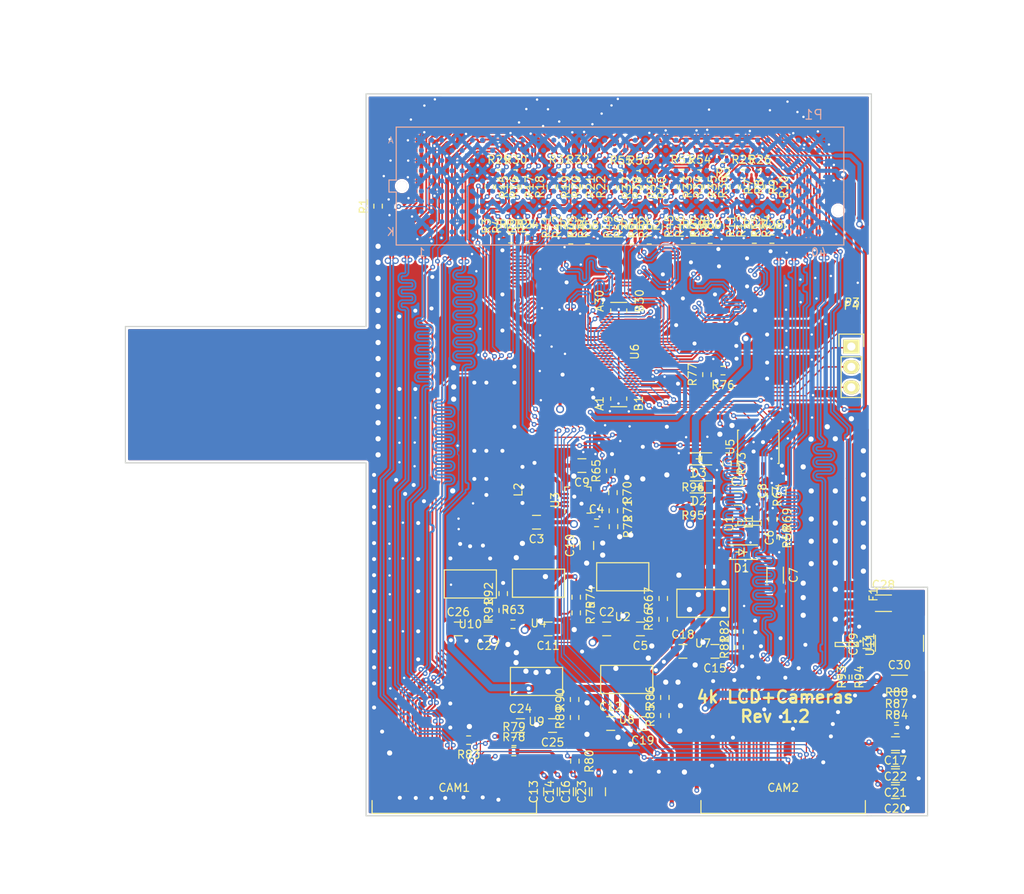
<source format=kicad_pcb>
(kicad_pcb (version 4) (host pcbnew 4.0.4-stable)
  (title_block (title "FMC to 4k display/camera breakout") (date 2016-11-13) (rev 1.2))
  (layers (0 F.Cu signal) (1 In1.Cu signal) (2 In2.Cu signal) (31 B.Cu signal) (34 B.Paste user) (35 F.Paste user) (36 B.SilkS user) (37 F.SilkS user) (38 B.Mask user) (39 F.Mask user) (44 Edge.Cuts user))
  (net 0 "")
  (net 1 +5V)
  (net 2 GND)
  (net 3 LED_A)
  (net 4 LCD_V+)
  (net 5 LCD_V-)
  (net 6 CSI0_CLK_HS+)
  (net 7 CSI0_CLK_HS-)
  (net 8 CSI1_CLK_HS+)
  (net 9 CSI1_CLK_HS-)
  (net 10 CSI0_D0_HS+)
  (net 11 CSI0_D0_HS-)
  (net 12 CSI1_D0_HS+)
  (net 13 DSI0_CLK_LP+)
  (net 14 CAM0_MCLK)
  (net 15 CSI1_D0_HS-)
  (net 16 DSI1_CLK_LP+)
  (net 17 CSI0_D1_HS+)
  (net 18 DSI0_CLK_HS+)
  (net 19 CSI0_D1_HS-)
  (net 20 CSI1_D1_HS+)
  (net 21 DSI0_CLK_HS-)
  (net 22 DSI1_CLK_HS+)
  (net 23 CAM0_SDA)
  (net 24 CSI1_D1_HS-)
  (net 25 DSI1_CLK_HS-)
  (net 26 CAM0_SCL)
  (net 27 CSI0_D2_HS+)
  (net 28 DSI0_CLK_LP-)
  (net 29 CSI0_D2_HS-)
  (net 30 CSI1_D2_HS+)
  (net 31 DSI0_D0_LP+)
  (net 32 DSI1_CLK_LP-)
  (net 33 CAM1_SDA)
  (net 34 CSI1_D2_HS-)
  (net 35 DSI1_D0_LP+)
  (net 36 CAM1_SCL)
  (net 37 CSI0_D3_HS+)
  (net 38 DSI0_D0_HS+)
  (net 39 CSI0_D3_HS-)
  (net 40 CSI1_D3_HS+)
  (net 41 DSI0_D0_HS-)
  (net 42 DSI1_D0_HS+)
  (net 43 CSI1_D3_HS-)
  (net 44 DSI1_D0_HS-)
  (net 45 CAM_~RST)
  (net 46 DSI0_D0_LP-)
  (net 47 DSI0_D1_LP+)
  (net 48 DSI1_D0_LP-)
  (net 49 CAM1_MCLK)
  (net 50 DSI1_D1_LP+)
  (net 51 DSI0_D1_HS+)
  (net 52 DSI0_D1_HS-)
  (net 53 DSI1_D1_HS+)
  (net 54 DSI1_D1_HS-)
  (net 55 DSI0_D1_LP-)
  (net 56 DSI0_D2_LP+)
  (net 57 DSI1_D1_LP-)
  (net 58 DSI1_D2_LP+)
  (net 59 DSI0_D2_HS+)
  (net 60 DSI0_D2_HS-)
  (net 61 DSI1_D2_HS+)
  (net 62 DSI1_D2_HS-)
  (net 63 DSI0_D2_LP-)
  (net 64 DSI0_D3_LP+)
  (net 65 DSI1_D2_LP-)
  (net 66 +3V3)
  (net 67 DSI1_D3_LP+)
  (net 68 DSI0_D3_HS+)
  (net 69 DSI0_D3_HS-)
  (net 70 DSI1_D3_HS+)
  (net 71 +1V2)
  (net 72 DSI1_D3_HS-)
  (net 73 DSI0_D3_LP-)
  (net 74 DSI1_D3_LP-)
  (net 75 VIO)
  (net 76 DSI0_CLK+)
  (net 77 DSI0_CLK-)
  (net 78 DSI0_D0+)
  (net 79 DSI0_D0-)
  (net 80 DSI0_D1+)
  (net 81 DSI0_D1-)
  (net 82 DSI0_D2+)
  (net 83 DSI0_D2-)
  (net 84 DSI0_D3+)
  (net 85 DSI0_D3-)
  (net 86 DSI1_CLK+)
  (net 87 DSI1_CLK-)
  (net 88 DSI1_D0+)
  (net 89 DSI1_D0-)
  (net 90 DSI1_D1+)
  (net 91 DSI1_D1-)
  (net 92 DSI1_D2+)
  (net 93 DSI1_D2-)
  (net 94 DSI1_D3+)
  (net 95 DSI1_D3-)
  (net 96 LED_K3)
  (net 97 LED_K2)
  (net 98 LED_K1)
  (net 99 LCD_Vddi)
  (net 100 LCD_TE)
  (net 101 LCD_VDD_EN)
  (net 102 LCD_BIAS_EN)
  (net 103 LCD_~RESET)
  (net 104 LCD_PWMI)
  (net 105 CAM_DOVDD18)
  (net 106 CAM_AFVDD28)
  (net 107 CAM_AVDD28)
  (net 108 LCD_DVdd)
  (net 109 "Net-(C4-Pad1)")
  (net 110 "Net-(C6-Pad2)")
  (net 111 "Net-(C28-Pad1)")
  (net 112 "Net-(C29-Pad1)")
  (net 113 "Net-(C29-Pad2)")
  (net 114 "Net-(CAM1-Pad12)")
  (net 115 "Net-(CAM2-Pad12)")
  (net 116 "Net-(D1-Pad2)")
  (net 117 "Net-(D2-Pad2)")
  (net 118 "Net-(D3-Pad2)")
  (net 119 +12V)
  (net 120 "Net-(L2-Pad2)")
  (net 121 "Net-(L2-Pad1)")
  (net 122 "Net-(P1-PadH2)")
  (net 123 "Net-(P1-PadD30)")
  (net 124 "Net-(P1-PadD31)")
  (net 125 "Net-(P3-Pad1)")
  (net 126 "Net-(P4-Pad1)")
  (net 127 "Net-(P4-Pad2)")
  (net 128 "Net-(P4-Pad3)")
  (net 129 "Net-(R64-Pad2)")
  (net 130 "Net-(R66-Pad2)")
  (net 131 "Net-(R70-Pad2)")
  (net 132 "Net-(R71-Pad2)")
  (net 133 "Net-(R74-Pad2)")
  (net 134 "Net-(R76-Pad2)")
  (net 135 "Net-(R81-Pad2)")
  (net 136 "Net-(R85-Pad2)")
  (net 137 "Net-(R89-Pad2)")
  (net 138 "Net-(R91-Pad2)")
  (net 139 "Net-(R93-Pad2)")
  (module "Custom Parts:60pin-0.35mm" (layer F.Cu) (at 198.5 107 90)
    (fp_text reference U6 (at 0.35 2 90) (layer F.SilkS))
    (fp_text value H546UAN0.1)
    (fp_text user A30 (at 6.7 -2.4 90) (layer F.SilkS))
    (fp_text user B30 (at 6.7 2.6 90) (layer F.SilkS))
    (fp_text user B1 (at -6.1 2.5 90) (layer F.SilkS))
    (fp_text user A1 (at -6.1 -2.4 90) (layer F.SilkS))
    (pad A1 smd rect (at -5.075 -1.5 90) (size 0.2 1.6) (layers F.Cu F.Paste F.Mask) (net 2 GND))
    (pad A2 smd rect (at -4.725 -1.5 90) (size 0.2 1.6) (layers F.Cu F.Paste F.Mask))
    (pad A3 smd rect (at -4.375 -1.5 90) (size 0.2 1.6) (layers F.Cu F.Paste F.Mask))
    (pad A4 smd rect (at -4.025 -1.5 90) (size 0.2 1.6) (layers F.Cu F.Paste F.Mask))
    (pad A5 smd rect (at -3.675 -1.5 90) (size 0.2 1.6) (layers F.Cu F.Paste F.Mask) (net 2 GND))
    (pad A6 smd rect (at -3.325 -1.5 90) (size 0.2 1.6) (layers F.Cu F.Paste F.Mask) (net 2 GND))
    (pad A7 smd rect (at -2.975 -1.5 90) (size 0.2 1.6) (layers F.Cu F.Paste F.Mask) (net 5 LCD_V-))
    (pad A8 smd rect (at -2.625 -1.5 90) (size 0.2 1.6) (layers F.Cu F.Paste F.Mask) (net 4 LCD_V+))
    (pad A9 smd rect (at -2.275 -1.5 90) (size 0.2 1.6) (layers F.Cu F.Paste F.Mask) (net 99 LCD_Vddi))
    (pad A10 smd rect (at -1.925 -1.5 90) (size 0.2 1.6) (layers F.Cu F.Paste F.Mask) (net 99 LCD_Vddi))
    (pad A11 smd rect (at -1.575 -1.5 90) (size 0.2 1.6) (layers F.Cu F.Paste F.Mask) (net 2 GND))
    (pad A12 smd rect (at -1.225 -1.5 90) (size 0.2 1.6) (layers F.Cu F.Paste F.Mask) (net 82 DSI0_D2+))
    (pad A13 smd rect (at -0.875 -1.5 90) (size 0.2 1.6) (layers F.Cu F.Paste F.Mask) (net 83 DSI0_D2-))
    (pad A14 smd rect (at -0.525 -1.5 90) (size 0.2 1.6) (layers F.Cu F.Paste F.Mask) (net 2 GND))
    (pad A15 smd rect (at -0.175 -1.5 90) (size 0.2 1.6) (layers F.Cu F.Paste F.Mask) (net 76 DSI0_CLK+))
    (pad A16 smd rect (at 0.175 -1.5 90) (size 0.2 1.6) (layers F.Cu F.Paste F.Mask) (net 77 DSI0_CLK-))
    (pad A17 smd rect (at 0.525 -1.5 90) (size 0.2 1.6) (layers F.Cu F.Paste F.Mask) (net 2 GND))
    (pad A18 smd rect (at 0.875 -1.5 90) (size 0.2 1.6) (layers F.Cu F.Paste F.Mask) (net 84 DSI0_D3+))
    (pad A19 smd rect (at 1.225 -1.5 90) (size 0.2 1.6) (layers F.Cu F.Paste F.Mask) (net 85 DSI0_D3-))
    (pad A20 smd rect (at 1.575 -1.5 90) (size 0.2 1.6) (layers F.Cu F.Paste F.Mask) (net 2 GND))
    (pad A21 smd rect (at 1.925 -1.5 90) (size 0.2 1.6) (layers F.Cu F.Paste F.Mask) (net 90 DSI1_D1+))
    (pad A22 smd rect (at 2.275 -1.5 90) (size 0.2 1.6) (layers F.Cu F.Paste F.Mask) (net 91 DSI1_D1-))
    (pad A23 smd rect (at 2.625 -1.5 90) (size 0.2 1.6) (layers F.Cu F.Paste F.Mask) (net 2 GND))
    (pad A24 smd rect (at 2.975 -1.5 90) (size 0.2 1.6) (layers F.Cu F.Paste F.Mask) (net 88 DSI1_D0+))
    (pad A25 smd rect (at 3.325 -1.5 90) (size 0.2 1.6) (layers F.Cu F.Paste F.Mask) (net 89 DSI1_D0-))
    (pad A26 smd rect (at 3.675 -1.5 90) (size 0.2 1.6) (layers F.Cu F.Paste F.Mask) (net 2 GND))
    (pad A27 smd rect (at 4.025 -1.5 90) (size 0.2 1.6) (layers F.Cu F.Paste F.Mask))
    (pad A28 smd rect (at 4.375 -1.5 90) (size 0.2 1.6) (layers F.Cu F.Paste F.Mask) (net 2 GND))
    (pad A29 smd rect (at 4.725 -1.5 90) (size 0.2 1.6) (layers F.Cu F.Paste F.Mask) (net 96 LED_K3))
    (pad A30 smd rect (at 5.075 -1.5 90) (size 0.2 1.6) (layers F.Cu F.Paste F.Mask) (net 3 LED_A))
    (pad B1 smd rect (at -5.075 1.5 90) (size 0.2 1.6) (layers F.Cu F.Paste F.Mask) (net 2 GND))
    (pad B2 smd rect (at -4.725 1.5 90) (size 0.2 1.6) (layers F.Cu F.Paste F.Mask) (net 128 "Net-(P4-Pad3)"))
    (pad B3 smd rect (at -4.375 1.5 90) (size 0.2 1.6) (layers F.Cu F.Paste F.Mask) (net 127 "Net-(P4-Pad2)"))
    (pad B4 smd rect (at -4.025 1.5 90) (size 0.2 1.6) (layers F.Cu F.Paste F.Mask) (net 2 GND))
    (pad B5 smd rect (at -3.675 1.5 90) (size 0.2 1.6) (layers F.Cu F.Paste F.Mask) (net 2 GND))
    (pad B6 smd rect (at -3.325 1.5 90) (size 0.2 1.6) (layers F.Cu F.Paste F.Mask) (net 126 "Net-(P4-Pad1)"))
    (pad B7 smd rect (at -2.975 1.5 90) (size 0.2 1.6) (layers F.Cu F.Paste F.Mask) (net 2 GND))
    (pad B8 smd rect (at -2.625 1.5 90) (size 0.2 1.6) (layers F.Cu F.Paste F.Mask) (net 108 LCD_DVdd))
    (pad B9 smd rect (at -2.275 1.5 90) (size 0.2 1.6) (layers F.Cu F.Paste F.Mask) (net 134 "Net-(R76-Pad2)"))
    (pad B10 smd rect (at -1.925 1.5 90) (size 0.2 1.6) (layers F.Cu F.Paste F.Mask) (net 125 "Net-(P3-Pad1)"))
    (pad B11 smd rect (at -1.575 1.5 90) (size 0.2 1.6) (layers F.Cu F.Paste F.Mask) (net 100 LCD_TE))
    (pad B12 smd rect (at -1.225 1.5 90) (size 0.2 1.6) (layers F.Cu F.Paste F.Mask))
    (pad B13 smd rect (at -0.875 1.5 90) (size 0.2 1.6) (layers F.Cu F.Paste F.Mask) (net 2 GND))
    (pad B14 smd rect (at -0.525 1.5 90) (size 0.2 1.6) (layers F.Cu F.Paste F.Mask) (net 80 DSI0_D1+))
    (pad B15 smd rect (at -0.175 1.5 90) (size 0.2 1.6) (layers F.Cu F.Paste F.Mask) (net 81 DSI0_D1-))
    (pad B16 smd rect (at 0.175 1.5 90) (size 0.2 1.6) (layers F.Cu F.Paste F.Mask) (net 2 GND))
    (pad B17 smd rect (at 0.525 1.5 90) (size 0.2 1.6) (layers F.Cu F.Paste F.Mask) (net 78 DSI0_D0+))
    (pad B18 smd rect (at 0.875 1.5 90) (size 0.2 1.6) (layers F.Cu F.Paste F.Mask) (net 79 DSI0_D0-))
    (pad B19 smd rect (at 1.225 1.5 90) (size 0.2 1.6) (layers F.Cu F.Paste F.Mask) (net 2 GND))
    (pad B20 smd rect (at 1.575 1.5 90) (size 0.2 1.6) (layers F.Cu F.Paste F.Mask) (net 92 DSI1_D2+))
    (pad B21 smd rect (at 1.925 1.5 90) (size 0.2 1.6) (layers F.Cu F.Paste F.Mask) (net 93 DSI1_D2-))
    (pad B22 smd rect (at 2.275 1.5 90) (size 0.2 1.6) (layers F.Cu F.Paste F.Mask) (net 2 GND))
    (pad B23 smd rect (at 2.625 1.5 90) (size 0.2 1.6) (layers F.Cu F.Paste F.Mask) (net 86 DSI1_CLK+))
    (pad B24 smd rect (at 2.975 1.5 90) (size 0.2 1.6) (layers F.Cu F.Paste F.Mask) (net 87 DSI1_CLK-))
    (pad B25 smd rect (at 3.325 1.5 90) (size 0.2 1.6) (layers F.Cu F.Paste F.Mask) (net 2 GND))
    (pad B26 smd rect (at 3.675 1.5 90) (size 0.2 1.6) (layers F.Cu F.Paste F.Mask) (net 94 DSI1_D3+))
    (pad B27 smd rect (at 4.025 1.5 90) (size 0.2 1.6) (layers F.Cu F.Paste F.Mask) (net 95 DSI1_D3-))
    (pad B28 smd rect (at 4.375 1.5 90) (size 0.2 1.6) (layers F.Cu F.Paste F.Mask) (net 2 GND))
    (pad B29 smd rect (at 4.725 1.5 90) (size 0.2 1.6) (layers F.Cu F.Paste F.Mask) (net 98 LED_K1))
    (pad B30 smd rect (at 5.075 1.5 90) (size 0.2 1.6) (layers F.Cu F.Paste F.Mask) (net 97 LED_K2))
    (pad G1 smd rect (at -6.1 -1.1 90) (size 0.6 1.2) (layers F.Cu F.Paste F.Mask) (net 2 GND))
    (pad G2 smd rect (at -6.1 1.1 90) (size 0.6 1.2) (layers F.Cu F.Paste F.Mask) (net 2 GND))
    (pad G3 smd rect (at 6.1 -1.1 90) (size 0.6 1.2) (layers F.Cu F.Paste F.Mask) (net 2 GND))
    (pad G4 smd rect (at 6.1 1.1 90) (size 0.6 1.2) (layers F.Cu F.Paste F.Mask) (net 2 GND))
  )
  (module "Custom Parts:ASP-134488-01" (layer B.Cu) (at 198.66 85.99 180)
    (fp_text reference P1 (at -24.13 8.89 180) (layer B.SilkS) (effects (font (size 1.2 1.2)) (justify mirror)))
    (fp_text value FMC-HPC-AC701)
    (fp_text user 40 (at -24.765 -8.255 180) (layer B.SilkS) (effects (justify mirror)))
    (fp_text user 1 (at 24.765 -8.255 180) (layer B.SilkS) (effects (justify mirror)))
    (fp_text user K (at 28.575 -5.715 180) (layer B.SilkS) (effects (justify mirror)))
    (fp_text user A (at 28.575 5.715 180) (layer B.SilkS) (effects (font (size 0.8 0.8) (thickness 0.1)) (justify mirror)))
    (pad A1 smd circle (at 24.765 5.715) (size 0.635 0.635) (layers B.Cu B.Paste B.Mask) (net 2 GND))
    (pad B1 smd circle (at 24.765 4.445) (size 0.635 0.635) (layers B.Cu B.Paste B.Mask))
    (pad C1 smd circle (at 24.765 3.175) (size 0.635 0.635) (layers B.Cu B.Paste B.Mask) (net 2 GND))
    (pad D1 smd circle (at 24.765 1.905) (size 0.635 0.635) (layers B.Cu B.Paste B.Mask))
    (pad E1 smd circle (at 24.765 0.635) (size 0.635 0.635) (layers B.Cu B.Paste B.Mask) (net 2 GND))
    (pad F1 smd circle (at 24.765 -0.635) (size 0.635 0.635) (layers B.Cu B.Paste B.Mask))
    (pad G1 smd circle (at 24.765 -1.905) (size 0.635 0.635) (layers B.Cu B.Paste B.Mask) (net 2 GND))
    (pad H1 smd circle (at 24.765 -3.175) (size 0.635 0.635) (layers B.Cu B.Paste B.Mask))
    (pad J1 smd circle (at 24.765 -4.445) (size 0.635 0.635) (layers B.Cu B.Paste B.Mask) (net 2 GND))
    (pad K1 smd circle (at 24.765 -5.715) (size 0.635 0.635) (layers B.Cu B.Paste B.Mask))
    (pad A2 smd circle (at 23.495 5.715) (size 0.635 0.635) (layers B.Cu B.Paste B.Mask))
    (pad B2 smd circle (at 23.495 4.445) (size 0.635 0.635) (layers B.Cu B.Paste B.Mask) (net 2 GND))
    (pad C2 smd circle (at 23.495 3.175) (size 0.635 0.635) (layers B.Cu B.Paste B.Mask))
    (pad D2 smd circle (at 23.495 1.905) (size 0.635 0.635) (layers B.Cu B.Paste B.Mask) (net 2 GND))
    (pad E2 smd circle (at 23.495 0.635) (size 0.635 0.635) (layers B.Cu B.Paste B.Mask) (net 14 CAM0_MCLK))
    (pad F2 smd circle (at 23.495 -0.635) (size 0.635 0.635) (layers B.Cu B.Paste B.Mask) (net 2 GND))
    (pad G2 smd circle (at 23.495 -1.905) (size 0.635 0.635) (layers B.Cu B.Paste B.Mask))
    (pad H2 smd circle (at 23.495 -3.175) (size 0.635 0.635) (layers B.Cu B.Paste B.Mask) (net 122 "Net-(P1-PadH2)"))
    (pad J2 smd circle (at 23.495 -4.445) (size 0.635 0.635) (layers B.Cu B.Paste B.Mask))
    (pad K2 smd circle (at 23.495 -5.715) (size 0.635 0.635) (layers B.Cu B.Paste B.Mask) (net 2 GND))
    (pad A3 smd circle (at 22.225 5.715) (size 0.635 0.635) (layers B.Cu B.Paste B.Mask))
    (pad B3 smd circle (at 22.225 4.445) (size 0.635 0.635) (layers B.Cu B.Paste B.Mask) (net 2 GND))
    (pad C3 smd circle (at 22.225 3.175) (size 0.635 0.635) (layers B.Cu B.Paste B.Mask))
    (pad D3 smd circle (at 22.225 1.905) (size 0.635 0.635) (layers B.Cu B.Paste B.Mask) (net 2 GND))
    (pad E3 smd circle (at 22.225 0.635) (size 0.635 0.635) (layers B.Cu B.Paste B.Mask) (net 26 CAM0_SCL))
    (pad F3 smd circle (at 22.225 -0.635) (size 0.635 0.635) (layers B.Cu B.Paste B.Mask) (net 2 GND))
    (pad G3 smd circle (at 22.225 -1.905) (size 0.635 0.635) (layers B.Cu B.Paste B.Mask))
    (pad H3 smd circle (at 22.225 -3.175) (size 0.635 0.635) (layers B.Cu B.Paste B.Mask) (net 2 GND))
    (pad J3 smd circle (at 22.225 -4.445) (size 0.635 0.635) (layers B.Cu B.Paste B.Mask))
    (pad K3 smd circle (at 22.225 -5.715) (size 0.635 0.635) (layers B.Cu B.Paste B.Mask) (net 2 GND))
    (pad A4 smd circle (at 20.955 5.715) (size 0.635 0.635) (layers B.Cu B.Paste B.Mask) (net 2 GND))
    (pad B4 smd circle (at 20.955 4.445) (size 0.635 0.635) (layers B.Cu B.Paste B.Mask))
    (pad C4 smd circle (at 20.955 3.175) (size 0.635 0.635) (layers B.Cu B.Paste B.Mask) (net 2 GND))
    (pad D4 smd circle (at 20.955 1.905) (size 0.635 0.635) (layers B.Cu B.Paste B.Mask))
    (pad E4 smd circle (at 20.955 0.635) (size 0.635 0.635) (layers B.Cu B.Paste B.Mask) (net 2 GND))
    (pad F4 smd circle (at 20.955 -0.635) (size 0.635 0.635) (layers B.Cu B.Paste B.Mask))
    (pad G4 smd circle (at 20.955 -1.905) (size 0.635 0.635) (layers B.Cu B.Paste B.Mask) (net 2 GND))
    (pad H4 smd circle (at 20.955 -3.175) (size 0.635 0.635) (layers B.Cu B.Paste B.Mask))
    (pad J4 smd circle (at 20.955 -4.445) (size 0.635 0.635) (layers B.Cu B.Paste B.Mask) (net 2 GND))
    (pad K4 smd circle (at 20.955 -5.715) (size 0.635 0.635) (layers B.Cu B.Paste B.Mask))
    (pad A5 smd circle (at 19.685 5.715) (size 0.635 0.635) (layers B.Cu B.Paste B.Mask) (net 2 GND))
    (pad B5 smd circle (at 19.685 4.445) (size 0.635 0.635) (layers B.Cu B.Paste B.Mask))
    (pad C5 smd circle (at 19.685 3.175) (size 0.635 0.635) (layers B.Cu B.Paste B.Mask) (net 2 GND))
    (pad D5 smd circle (at 19.685 1.905) (size 0.635 0.635) (layers B.Cu B.Paste B.Mask))
    (pad E5 smd circle (at 19.685 0.635) (size 0.635 0.635) (layers B.Cu B.Paste B.Mask) (net 2 GND))
    (pad F5 smd circle (at 19.685 -0.635) (size 0.635 0.635) (layers B.Cu B.Paste B.Mask))
    (pad G5 smd circle (at 19.685 -1.905) (size 0.635 0.635) (layers B.Cu B.Paste B.Mask) (net 2 GND))
    (pad H5 smd circle (at 19.685 -3.175) (size 0.635 0.635) (layers B.Cu B.Paste B.Mask))
    (pad J5 smd circle (at 19.685 -4.445) (size 0.635 0.635) (layers B.Cu B.Paste B.Mask) (net 2 GND))
    (pad K5 smd circle (at 19.685 -5.715) (size 0.635 0.635) (layers B.Cu B.Paste B.Mask))
    (pad A6 smd circle (at 18.415 5.715) (size 0.635 0.635) (layers B.Cu B.Paste B.Mask))
    (pad B6 smd circle (at 18.415 4.445) (size 0.635 0.635) (layers B.Cu B.Paste B.Mask) (net 2 GND))
    (pad C6 smd circle (at 18.415 3.175) (size 0.635 0.635) (layers B.Cu B.Paste B.Mask))
    (pad D6 smd circle (at 18.415 1.905) (size 0.635 0.635) (layers B.Cu B.Paste B.Mask) (net 2 GND))
    (pad E6 smd circle (at 18.415 0.635) (size 0.635 0.635) (layers B.Cu B.Paste B.Mask) (net 23 CAM0_SDA))
    (pad F6 smd circle (at 18.415 -0.635) (size 0.635 0.635) (layers B.Cu B.Paste B.Mask) (net 2 GND))
    (pad G6 smd circle (at 18.415 -1.905) (size 0.635 0.635) (layers B.Cu B.Paste B.Mask))
    (pad H6 smd circle (at 18.415 -3.175) (size 0.635 0.635) (layers B.Cu B.Paste B.Mask) (net 2 GND))
    (pad J6 smd circle (at 18.415 -4.445) (size 0.635 0.635) (layers B.Cu B.Paste B.Mask))
    (pad K6 smd circle (at 18.415 -5.715) (size 0.635 0.635) (layers B.Cu B.Paste B.Mask) (net 2 GND))
    (pad A7 smd circle (at 17.145 5.715) (size 0.635 0.635) (layers B.Cu B.Paste B.Mask))
    (pad B7 smd circle (at 17.145 4.445) (size 0.635 0.635) (layers B.Cu B.Paste B.Mask) (net 2 GND))
    (pad C7 smd circle (at 17.145 3.175) (size 0.635 0.635) (layers B.Cu B.Paste B.Mask))
    (pad D7 smd circle (at 17.145 1.905) (size 0.635 0.635) (layers B.Cu B.Paste B.Mask) (net 2 GND))
    (pad E7 smd circle (at 17.145 0.635) (size 0.635 0.635) (layers B.Cu B.Paste B.Mask))
    (pad F7 smd circle (at 17.145 -0.635) (size 0.635 0.635) (layers B.Cu B.Paste B.Mask) (net 101 LCD_VDD_EN))
    (pad G7 smd circle (at 17.145 -1.905) (size 0.635 0.635) (layers B.Cu B.Paste B.Mask) (net 56 DSI0_D2_LP+))
    (pad H7 smd circle (at 17.145 -3.175) (size 0.635 0.635) (layers B.Cu B.Paste B.Mask))
    (pad J7 smd circle (at 17.145 -4.445) (size 0.635 0.635) (layers B.Cu B.Paste B.Mask))
    (pad K7 smd circle (at 17.145 -5.715) (size 0.635 0.635) (layers B.Cu B.Paste B.Mask))
    (pad A8 smd circle (at 15.875 5.715) (size 0.635 0.635) (layers B.Cu B.Paste B.Mask) (net 2 GND))
    (pad B8 smd circle (at 15.875 4.445) (size 0.635 0.635) (layers B.Cu B.Paste B.Mask))
    (pad C8 smd circle (at 15.875 3.175) (size 0.635 0.635) (layers B.Cu B.Paste B.Mask) (net 2 GND))
    (pad D8 smd circle (at 15.875 1.905) (size 0.635 0.635) (layers B.Cu B.Paste B.Mask) (net 6 CSI0_CLK_HS+))
    (pad E8 smd circle (at 15.875 0.635) (size 0.635 0.635) (layers B.Cu B.Paste B.Mask) (net 2 GND))
    (pad F8 smd circle (at 15.875 -0.635) (size 0.635 0.635) (layers B.Cu B.Paste B.Mask))
    (pad G8 smd circle (at 15.875 -1.905) (size 0.635 0.635) (layers B.Cu B.Paste B.Mask) (net 2 GND))
    (pad H8 smd circle (at 15.875 -3.175) (size 0.635 0.635) (layers B.Cu B.Paste B.Mask) (net 13 DSI0_CLK_LP+))
    (pad J8 smd circle (at 15.875 -4.445) (size 0.635 0.635) (layers B.Cu B.Paste B.Mask) (net 2 GND))
    (pad K8 smd circle (at 15.875 -5.715) (size 0.635 0.635) (layers B.Cu B.Paste B.Mask) (net 102 LCD_BIAS_EN))
    (pad A9 smd circle (at 14.605 5.715) (size 0.635 0.635) (layers B.Cu B.Paste B.Mask) (net 2 GND))
    (pad B9 smd circle (at 14.605 4.445) (size 0.635 0.635) (layers B.Cu B.Paste B.Mask))
    (pad C9 smd circle (at 14.605 3.175) (size 0.635 0.635) (layers B.Cu B.Paste B.Mask) (net 2 GND))
    (pad D9 smd circle (at 14.605 1.905) (size 0.635 0.635) (layers B.Cu B.Paste B.Mask) (net 7 CSI0_CLK_HS-))
    (pad E9 smd circle (at 14.605 0.635) (size 0.635 0.635) (layers B.Cu B.Paste B.Mask))
    (pad F9 smd circle (at 14.605 -0.635) (size 0.635 0.635) (layers B.Cu B.Paste B.Mask) (net 2 GND))
    (pad G9 smd circle (at 14.605 -1.905) (size 0.635 0.635) (layers B.Cu B.Paste B.Mask) (net 59 DSI0_D2_HS+))
    (pad H9 smd circle (at 14.605 -3.175) (size 0.635 0.635) (layers B.Cu B.Paste B.Mask) (net 2 GND))
    (pad J9 smd circle (at 14.605 -4.445) (size 0.635 0.635) (layers B.Cu B.Paste B.Mask))
    (pad K9 smd circle (at 14.605 -5.715) (size 0.635 0.635) (layers B.Cu B.Paste B.Mask) (net 2 GND))
    (pad A10 smd circle (at 13.335 5.715) (size 0.635 0.635) (layers B.Cu B.Paste B.Mask))
    (pad B10 smd circle (at 13.335 4.445) (size 0.635 0.635) (layers B.Cu B.Paste B.Mask) (net 2 GND))
    (pad C10 smd circle (at 13.335 3.175) (size 0.635 0.635) (layers B.Cu B.Paste B.Mask) (net 10 CSI0_D0_HS+))
    (pad D10 smd circle (at 13.335 1.905) (size 0.635 0.635) (layers B.Cu B.Paste B.Mask) (net 2 GND))
    (pad E10 smd circle (at 13.335 0.635) (size 0.635 0.635) (layers B.Cu B.Paste B.Mask))
    (pad F10 smd circle (at 13.335 -0.635) (size 0.635 0.635) (layers B.Cu B.Paste B.Mask))
    (pad G10 smd circle (at 13.335 -1.905) (size 0.635 0.635) (layers B.Cu B.Paste B.Mask) (net 60 DSI0_D2_HS-))
    (pad H10 smd circle (at 13.335 -3.175) (size 0.635 0.635) (layers B.Cu B.Paste B.Mask) (net 18 DSI0_CLK_HS+))
    (pad J10 smd circle (at 13.335 -4.445) (size 0.635 0.635) (layers B.Cu B.Paste B.Mask))
    (pad K10 smd circle (at 13.335 -5.715) (size 0.635 0.635) (layers B.Cu B.Paste B.Mask) (net 104 LCD_PWMI))
    (pad A11 smd circle (at 12.065 5.715) (size 0.635 0.635) (layers B.Cu B.Paste B.Mask))
    (pad B11 smd circle (at 12.065 4.445) (size 0.635 0.635) (layers B.Cu B.Paste B.Mask) (net 2 GND))
    (pad C11 smd circle (at 12.065 3.175) (size 0.635 0.635) (layers B.Cu B.Paste B.Mask) (net 11 CSI0_D0_HS-))
    (pad D11 smd circle (at 12.065 1.905) (size 0.635 0.635) (layers B.Cu B.Paste B.Mask) (net 17 CSI0_D1_HS+))
    (pad E11 smd circle (at 12.065 0.635) (size 0.635 0.635) (layers B.Cu B.Paste B.Mask) (net 2 GND))
    (pad F11 smd circle (at 12.065 -0.635) (size 0.635 0.635) (layers B.Cu B.Paste B.Mask))
    (pad G11 smd circle (at 12.065 -1.905) (size 0.635 0.635) (layers B.Cu B.Paste B.Mask) (net 2 GND))
    (pad H11 smd circle (at 12.065 -3.175) (size 0.635 0.635) (layers B.Cu B.Paste B.Mask) (net 21 DSI0_CLK_HS-))
    (pad J11 smd circle (at 12.065 -4.445) (size 0.635 0.635) (layers B.Cu B.Paste B.Mask) (net 2 GND))
    (pad K11 smd circle (at 12.065 -5.715) (size 0.635 0.635) (layers B.Cu B.Paste B.Mask) (net 49 CAM1_MCLK))
    (pad A12 smd circle (at 10.795 5.715) (size 0.635 0.635) (layers B.Cu B.Paste B.Mask) (net 2 GND))
    (pad B12 smd circle (at 10.795 4.445) (size 0.635 0.635) (layers B.Cu B.Paste B.Mask))
    (pad C12 smd circle (at 10.795 3.175) (size 0.635 0.635) (layers B.Cu B.Paste B.Mask) (net 2 GND))
    (pad D12 smd circle (at 10.795 1.905) (size 0.635 0.635) (layers B.Cu B.Paste B.Mask) (net 19 CSI0_D1_HS-))
    (pad E12 smd circle (at 10.795 0.635) (size 0.635 0.635) (layers B.Cu B.Paste B.Mask))
    (pad F12 smd circle (at 10.795 -0.635) (size 0.635 0.635) (layers B.Cu B.Paste B.Mask) (net 2 GND))
    (pad G12 smd circle (at 10.795 -1.905) (size 0.635 0.635) (layers B.Cu B.Paste B.Mask) (net 63 DSI0_D2_LP-))
    (pad H12 smd circle (at 10.795 -3.175) (size 0.635 0.635) (layers B.Cu B.Paste B.Mask) (net 2 GND))
    (pad J12 smd circle (at 10.795 -4.445) (size 0.635 0.635) (layers B.Cu B.Paste B.Mask))
    (pad K12 smd circle (at 10.795 -5.715) (size 0.635 0.635) (layers B.Cu B.Paste B.Mask) (net 2 GND))
    (pad A13 smd circle (at 9.525 5.715) (size 0.635 0.635) (layers B.Cu B.Paste B.Mask) (net 2 GND))
    (pad B13 smd circle (at 9.525 4.445) (size 0.635 0.635) (layers B.Cu B.Paste B.Mask))
    (pad C13 smd circle (at 9.525 3.175) (size 0.635 0.635) (layers B.Cu B.Paste B.Mask) (net 2 GND))
    (pad D13 smd circle (at 9.525 1.905) (size 0.635 0.635) (layers B.Cu B.Paste B.Mask) (net 2 GND))
    (pad E13 smd circle (at 9.525 0.635) (size 0.635 0.635) (layers B.Cu B.Paste B.Mask))
    (pad F13 smd circle (at 9.525 -0.635) (size 0.635 0.635) (layers B.Cu B.Paste B.Mask))
    (pad G13 smd circle (at 9.525 -1.905) (size 0.635 0.635) (layers B.Cu B.Paste B.Mask) (net 64 DSI0_D3_LP+))
    (pad H13 smd circle (at 9.525 -3.175) (size 0.635 0.635) (layers B.Cu B.Paste B.Mask) (net 28 DSI0_CLK_LP-))
    (pad J13 smd circle (at 9.525 -4.445) (size 0.635 0.635) (layers B.Cu B.Paste B.Mask) (net 36 CAM1_SCL))
    (pad K13 smd circle (at 9.525 -5.715) (size 0.635 0.635) (layers B.Cu B.Paste B.Mask) (net 45 CAM_~RST))
    (pad A14 smd circle (at 8.255 5.715) (size 0.635 0.635) (layers B.Cu B.Paste B.Mask))
    (pad B14 smd circle (at 8.255 4.445) (size 0.635 0.635) (layers B.Cu B.Paste B.Mask) (net 2 GND))
    (pad C14 smd circle (at 8.255 3.175) (size 0.635 0.635) (layers B.Cu B.Paste B.Mask) (net 27 CSI0_D2_HS+))
    (pad D14 smd circle (at 8.255 1.905) (size 0.635 0.635) (layers B.Cu B.Paste B.Mask) (net 37 CSI0_D3_HS+))
    (pad E14 smd circle (at 8.255 0.635) (size 0.635 0.635) (layers B.Cu B.Paste B.Mask) (net 2 GND))
    (pad F14 smd circle (at 8.255 -0.635) (size 0.635 0.635) (layers B.Cu B.Paste B.Mask))
    (pad G14 smd circle (at 8.255 -1.905) (size 0.635 0.635) (layers B.Cu B.Paste B.Mask) (net 2 GND))
    (pad H14 smd circle (at 8.255 -3.175) (size 0.635 0.635) (layers B.Cu B.Paste B.Mask) (net 50 DSI1_D1_LP+))
    (pad J14 smd circle (at 8.255 -4.445) (size 0.635 0.635) (layers B.Cu B.Paste B.Mask) (net 2 GND))
    (pad K14 smd circle (at 8.255 -5.715) (size 0.635 0.635) (layers B.Cu B.Paste B.Mask) (net 33 CAM1_SDA))
    (pad A15 smd circle (at 6.985 5.715) (size 0.635 0.635) (layers B.Cu B.Paste B.Mask))
    (pad B15 smd circle (at 6.985 4.445) (size 0.635 0.635) (layers B.Cu B.Paste B.Mask) (net 2 GND))
    (pad C15 smd circle (at 6.985 3.175) (size 0.635 0.635) (layers B.Cu B.Paste B.Mask) (net 29 CSI0_D2_HS-))
    (pad D15 smd circle (at 6.985 1.905) (size 0.635 0.635) (layers B.Cu B.Paste B.Mask) (net 39 CSI0_D3_HS-))
    (pad E15 smd circle (at 6.985 0.635) (size 0.635 0.635) (layers B.Cu B.Paste B.Mask))
    (pad F15 smd circle (at 6.985 -0.635) (size 0.635 0.635) (layers B.Cu B.Paste B.Mask) (net 2 GND))
    (pad G15 smd circle (at 6.985 -1.905) (size 0.635 0.635) (layers B.Cu B.Paste B.Mask) (net 68 DSI0_D3_HS+))
    (pad H15 smd circle (at 6.985 -3.175) (size 0.635 0.635) (layers B.Cu B.Paste B.Mask) (net 2 GND))
    (pad J15 smd circle (at 6.985 -4.445) (size 0.635 0.635) (layers B.Cu B.Paste B.Mask))
    (pad K15 smd circle (at 6.985 -5.715) (size 0.635 0.635) (layers B.Cu B.Paste B.Mask) (net 2 GND))
    (pad A16 smd circle (at 5.715 5.715) (size 0.635 0.635) (layers B.Cu B.Paste B.Mask) (net 2 GND))
    (pad B16 smd circle (at 5.715 4.445) (size 0.635 0.635) (layers B.Cu B.Paste B.Mask))
    (pad C16 smd circle (at 5.715 3.175) (size 0.635 0.635) (layers B.Cu B.Paste B.Mask) (net 2 GND))
    (pad D16 smd circle (at 5.715 1.905) (size 0.635 0.635) (layers B.Cu B.Paste B.Mask) (net 2 GND))
    (pad E16 smd circle (at 5.715 0.635) (size 0.635 0.635) (layers B.Cu B.Paste B.Mask))
    (pad F16 smd circle (at 5.715 -0.635) (size 0.635 0.635) (layers B.Cu B.Paste B.Mask))
    (pad G16 smd circle (at 5.715 -1.905) (size 0.635 0.635) (layers B.Cu B.Paste B.Mask) (net 69 DSI0_D3_HS-))
    (pad H16 smd circle (at 5.715 -3.175) (size 0.635 0.635) (layers B.Cu B.Paste B.Mask) (net 53 DSI1_D1_HS+))
    (pad J16 smd circle (at 5.715 -4.445) (size 0.635 0.635) (layers B.Cu B.Paste B.Mask))
    (pad K16 smd circle (at 5.715 -5.715) (size 0.635 0.635) (layers B.Cu B.Paste B.Mask))
    (pad A17 smd circle (at 4.445 5.715) (size 0.635 0.635) (layers B.Cu B.Paste B.Mask) (net 2 GND))
    (pad B17 smd circle (at 4.445 4.445) (size 0.635 0.635) (layers B.Cu B.Paste B.Mask))
    (pad C17 smd circle (at 4.445 3.175) (size 0.635 0.635) (layers B.Cu B.Paste B.Mask) (net 2 GND))
    (pad D17 smd circle (at 4.445 1.905) (size 0.635 0.635) (layers B.Cu B.Paste B.Mask) (net 40 CSI1_D3_HS+))
    (pad E17 smd circle (at 4.445 0.635) (size 0.635 0.635) (layers B.Cu B.Paste B.Mask) (net 2 GND))
    (pad F17 smd circle (at 4.445 -0.635) (size 0.635 0.635) (layers B.Cu B.Paste B.Mask))
    (pad G17 smd circle (at 4.445 -1.905) (size 0.635 0.635) (layers B.Cu B.Paste B.Mask) (net 2 GND))
    (pad H17 smd circle (at 4.445 -3.175) (size 0.635 0.635) (layers B.Cu B.Paste B.Mask) (net 54 DSI1_D1_HS-))
    (pad J17 smd circle (at 4.445 -4.445) (size 0.635 0.635) (layers B.Cu B.Paste B.Mask) (net 2 GND))
    (pad K17 smd circle (at 4.445 -5.715) (size 0.635 0.635) (layers B.Cu B.Paste B.Mask))
    (pad A18 smd circle (at 3.175 5.715) (size 0.635 0.635) (layers B.Cu B.Paste B.Mask))
    (pad B18 smd circle (at 3.175 4.445) (size 0.635 0.635) (layers B.Cu B.Paste B.Mask) (net 2 GND))
    (pad C18 smd circle (at 3.175 3.175) (size 0.635 0.635) (layers B.Cu B.Paste B.Mask) (net 30 CSI1_D2_HS+))
    (pad D18 smd circle (at 3.175 1.905) (size 0.635 0.635) (layers B.Cu B.Paste B.Mask) (net 43 CSI1_D3_HS-))
    (pad E18 smd circle (at 3.175 0.635) (size 0.635 0.635) (layers B.Cu B.Paste B.Mask))
    (pad F18 smd circle (at 3.175 -0.635) (size 0.635 0.635) (layers B.Cu B.Paste B.Mask) (net 2 GND))
    (pad G18 smd circle (at 3.175 -1.905) (size 0.635 0.635) (layers B.Cu B.Paste B.Mask) (net 73 DSI0_D3_LP-))
    (pad H18 smd circle (at 3.175 -3.175) (size 0.635 0.635) (layers B.Cu B.Paste B.Mask) (net 2 GND))
    (pad J18 smd circle (at 3.175 -4.445) (size 0.635 0.635) (layers B.Cu B.Paste B.Mask))
    (pad K18 smd circle (at 3.175 -5.715) (size 0.635 0.635) (layers B.Cu B.Paste B.Mask) (net 2 GND))
    (pad A19 smd circle (at 1.905 5.715) (size 0.635 0.635) (layers B.Cu B.Paste B.Mask))
    (pad B19 smd circle (at 1.905 4.445) (size 0.635 0.635) (layers B.Cu B.Paste B.Mask) (net 2 GND))
    (pad C19 smd circle (at 1.905 3.175) (size 0.635 0.635) (layers B.Cu B.Paste B.Mask) (net 34 CSI1_D2_HS-))
    (pad D19 smd circle (at 1.905 1.905) (size 0.635 0.635) (layers B.Cu B.Paste B.Mask) (net 2 GND))
    (pad E19 smd circle (at 1.905 0.635) (size 0.635 0.635) (layers B.Cu B.Paste B.Mask))
    (pad F19 smd circle (at 1.905 -0.635) (size 0.635 0.635) (layers B.Cu B.Paste B.Mask))
    (pad G19 smd circle (at 1.905 -1.905) (size 0.635 0.635) (layers B.Cu B.Paste B.Mask) (net 35 DSI1_D0_LP+))
    (pad H19 smd circle (at 1.905 -3.175) (size 0.635 0.635) (layers B.Cu B.Paste B.Mask) (net 57 DSI1_D1_LP-))
    (pad J19 smd circle (at 1.905 -4.445) (size 0.635 0.635) (layers B.Cu B.Paste B.Mask))
    (pad K19 smd circle (at 1.905 -5.715) (size 0.635 0.635) (layers B.Cu B.Paste B.Mask))
    (pad A20 smd circle (at 0.635 5.715) (size 0.635 0.635) (layers B.Cu B.Paste B.Mask) (net 2 GND))
    (pad B20 smd circle (at 0.635 4.445) (size 0.635 0.635) (layers B.Cu B.Paste B.Mask))
    (pad C20 smd circle (at 0.635 3.175) (size 0.635 0.635) (layers B.Cu B.Paste B.Mask) (net 2 GND))
    (pad D20 smd circle (at 0.635 1.905) (size 0.635 0.635) (layers B.Cu B.Paste B.Mask) (net 20 CSI1_D1_HS+))
    (pad E20 smd circle (at 0.635 0.635) (size 0.635 0.635) (layers B.Cu B.Paste B.Mask) (net 2 GND))
    (pad F20 smd circle (at 0.635 -0.635) (size 0.635 0.635) (layers B.Cu B.Paste B.Mask))
    (pad G20 smd circle (at 0.635 -1.905) (size 0.635 0.635) (layers B.Cu B.Paste B.Mask) (net 2 GND))
    (pad H20 smd circle (at 0.635 -3.175) (size 0.635 0.635) (layers B.Cu B.Paste B.Mask) (net 67 DSI1_D3_LP+))
    (pad J20 smd circle (at 0.635 -4.445) (size 0.635 0.635) (layers B.Cu B.Paste B.Mask) (net 2 GND))
    (pad K20 smd circle (at 0.635 -5.715) (size 0.635 0.635) (layers B.Cu B.Paste B.Mask))
    (pad A21 smd circle (at -0.635 5.715) (size 0.635 0.635) (layers B.Cu B.Paste B.Mask) (net 2 GND))
    (pad B21 smd circle (at -0.635 4.445) (size 0.635 0.635) (layers B.Cu B.Paste B.Mask))
    (pad C21 smd circle (at -0.635 3.175) (size 0.635 0.635) (layers B.Cu B.Paste B.Mask) (net 2 GND))
    (pad D21 smd circle (at -0.635 1.905) (size 0.635 0.635) (layers B.Cu B.Paste B.Mask) (net 24 CSI1_D1_HS-))
    (pad E21 smd circle (at -0.635 0.635) (size 0.635 0.635) (layers B.Cu B.Paste B.Mask))
    (pad F21 smd circle (at -0.635 -0.635) (size 0.635 0.635) (layers B.Cu B.Paste B.Mask) (net 2 GND))
    (pad G21 smd circle (at -0.635 -1.905) (size 0.635 0.635) (layers B.Cu B.Paste B.Mask) (net 42 DSI1_D0_HS+))
    (pad H21 smd circle (at -0.635 -3.175) (size 0.635 0.635) (layers B.Cu B.Paste B.Mask) (net 2 GND))
    (pad J21 smd circle (at -0.635 -4.445) (size 0.635 0.635) (layers B.Cu B.Paste B.Mask))
    (pad K21 smd circle (at -0.635 -5.715) (size 0.635 0.635) (layers B.Cu B.Paste B.Mask) (net 2 GND))
    (pad A22 smd circle (at -1.905 5.715) (size 0.635 0.635) (layers B.Cu B.Paste B.Mask))
    (pad B22 smd circle (at -1.905 4.445) (size 0.635 0.635) (layers B.Cu B.Paste B.Mask) (net 2 GND))
    (pad C22 smd circle (at -1.905 3.175) (size 0.635 0.635) (layers B.Cu B.Paste B.Mask) (net 8 CSI1_CLK_HS+))
    (pad D22 smd circle (at -1.905 1.905) (size 0.635 0.635) (layers B.Cu B.Paste B.Mask) (net 2 GND))
    (pad E22 smd circle (at -1.905 0.635) (size 0.635 0.635) (layers B.Cu B.Paste B.Mask))
    (pad F22 smd circle (at -1.905 -0.635) (size 0.635 0.635) (layers B.Cu B.Paste B.Mask))
    (pad G22 smd circle (at -1.905 -1.905) (size 0.635 0.635) (layers B.Cu B.Paste B.Mask) (net 44 DSI1_D0_HS-))
    (pad H22 smd circle (at -1.905 -3.175) (size 0.635 0.635) (layers B.Cu B.Paste B.Mask) (net 70 DSI1_D3_HS+))
    (pad J22 smd circle (at -1.905 -4.445) (size 0.635 0.635) (layers B.Cu B.Paste B.Mask))
    (pad K22 smd circle (at -1.905 -5.715) (size 0.635 0.635) (layers B.Cu B.Paste B.Mask) (net 100 LCD_TE))
    (pad A23 smd circle (at -3.175 5.715) (size 0.635 0.635) (layers B.Cu B.Paste B.Mask))
    (pad B23 smd circle (at -3.175 4.445) (size 0.635 0.635) (layers B.Cu B.Paste B.Mask) (net 2 GND))
    (pad C23 smd circle (at -3.175 3.175) (size 0.635 0.635) (layers B.Cu B.Paste B.Mask) (net 9 CSI1_CLK_HS-))
    (pad D23 smd circle (at -3.175 1.905) (size 0.635 0.635) (layers B.Cu B.Paste B.Mask))
    (pad E23 smd circle (at -3.175 0.635) (size 0.635 0.635) (layers B.Cu B.Paste B.Mask) (net 2 GND))
    (pad F23 smd circle (at -3.175 -0.635) (size 0.635 0.635) (layers B.Cu B.Paste B.Mask))
    (pad G23 smd circle (at -3.175 -1.905) (size 0.635 0.635) (layers B.Cu B.Paste B.Mask) (net 2 GND))
    (pad H23 smd circle (at -3.175 -3.175) (size 0.635 0.635) (layers B.Cu B.Paste B.Mask) (net 72 DSI1_D3_HS-))
    (pad J23 smd circle (at -3.175 -4.445) (size 0.635 0.635) (layers B.Cu B.Paste B.Mask) (net 2 GND))
    (pad K23 smd circle (at -3.175 -5.715) (size 0.635 0.635) (layers B.Cu B.Paste B.Mask) (net 103 LCD_~RESET))
    (pad A24 smd circle (at -4.445 5.715) (size 0.635 0.635) (layers B.Cu B.Paste B.Mask) (net 2 GND))
    (pad B24 smd circle (at -4.445 4.445) (size 0.635 0.635) (layers B.Cu B.Paste B.Mask))
    (pad C24 smd circle (at -4.445 3.175) (size 0.635 0.635) (layers B.Cu B.Paste B.Mask) (net 2 GND))
    (pad D24 smd circle (at -4.445 1.905) (size 0.635 0.635) (layers B.Cu B.Paste B.Mask))
    (pad E24 smd circle (at -4.445 0.635) (size 0.635 0.635) (layers B.Cu B.Paste B.Mask))
    (pad F24 smd circle (at -4.445 -0.635) (size 0.635 0.635) (layers B.Cu B.Paste B.Mask) (net 2 GND))
    (pad G24 smd circle (at -4.445 -1.905) (size 0.635 0.635) (layers B.Cu B.Paste B.Mask) (net 48 DSI1_D0_LP-))
    (pad H24 smd circle (at -4.445 -3.175) (size 0.635 0.635) (layers B.Cu B.Paste B.Mask) (net 2 GND))
    (pad J24 smd circle (at -4.445 -4.445) (size 0.635 0.635) (layers B.Cu B.Paste B.Mask))
    (pad K24 smd circle (at -4.445 -5.715) (size 0.635 0.635) (layers B.Cu B.Paste B.Mask) (net 2 GND))
    (pad A25 smd circle (at -5.715 5.715) (size 0.635 0.635) (layers B.Cu B.Paste B.Mask) (net 2 GND))
    (pad B25 smd circle (at -5.715 4.445) (size 0.635 0.635) (layers B.Cu B.Paste B.Mask))
    (pad C25 smd circle (at -5.715 3.175) (size 0.635 0.635) (layers B.Cu B.Paste B.Mask) (net 2 GND))
    (pad D25 smd circle (at -5.715 1.905) (size 0.635 0.635) (layers B.Cu B.Paste B.Mask) (net 2 GND))
    (pad E25 smd circle (at -5.715 0.635) (size 0.635 0.635) (layers B.Cu B.Paste B.Mask))
    (pad F25 smd circle (at -5.715 -0.635) (size 0.635 0.635) (layers B.Cu B.Paste B.Mask))
    (pad G25 smd circle (at -5.715 -1.905) (size 0.635 0.635) (layers B.Cu B.Paste B.Mask) (net 16 DSI1_CLK_LP+))
    (pad H25 smd circle (at -5.715 -3.175) (size 0.635 0.635) (layers B.Cu B.Paste B.Mask) (net 74 DSI1_D3_LP-))
    (pad J25 smd circle (at -5.715 -4.445) (size 0.635 0.635) (layers B.Cu B.Paste B.Mask))
    (pad K25 smd circle (at -5.715 -5.715) (size 0.635 0.635) (layers B.Cu B.Paste B.Mask))
    (pad A26 smd circle (at -6.985 5.715) (size 0.635 0.635) (layers B.Cu B.Paste B.Mask))
    (pad B26 smd circle (at -6.985 4.445) (size 0.635 0.635) (layers B.Cu B.Paste B.Mask) (net 2 GND))
    (pad C26 smd circle (at -6.985 3.175) (size 0.635 0.635) (layers B.Cu B.Paste B.Mask) (net 12 CSI1_D0_HS+))
    (pad D26 smd circle (at -6.985 1.905) (size 0.635 0.635) (layers B.Cu B.Paste B.Mask))
    (pad E26 smd circle (at -6.985 0.635) (size 0.635 0.635) (layers B.Cu B.Paste B.Mask) (net 2 GND))
    (pad F26 smd circle (at -6.985 -0.635) (size 0.635 0.635) (layers B.Cu B.Paste B.Mask))
    (pad G26 smd circle (at -6.985 -1.905) (size 0.635 0.635) (layers B.Cu B.Paste B.Mask) (net 2 GND))
    (pad H26 smd circle (at -6.985 -3.175) (size 0.635 0.635) (layers B.Cu B.Paste B.Mask) (net 58 DSI1_D2_LP+))
    (pad J26 smd circle (at -6.985 -4.445) (size 0.635 0.635) (layers B.Cu B.Paste B.Mask) (net 2 GND))
    (pad K26 smd circle (at -6.985 -5.715) (size 0.635 0.635) (layers B.Cu B.Paste B.Mask))
    (pad A27 smd circle (at -8.255 5.715) (size 0.635 0.635) (layers B.Cu B.Paste B.Mask))
    (pad B27 smd circle (at -8.255 4.445) (size 0.635 0.635) (layers B.Cu B.Paste B.Mask) (net 2 GND))
    (pad C27 smd circle (at -8.255 3.175) (size 0.635 0.635) (layers B.Cu B.Paste B.Mask) (net 15 CSI1_D0_HS-))
    (pad D27 smd circle (at -8.255 1.905) (size 0.635 0.635) (layers B.Cu B.Paste B.Mask))
    (pad E27 smd circle (at -8.255 0.635) (size 0.635 0.635) (layers B.Cu B.Paste B.Mask))
    (pad F27 smd circle (at -8.255 -0.635) (size 0.635 0.635) (layers B.Cu B.Paste B.Mask) (net 2 GND))
    (pad G27 smd circle (at -8.255 -1.905) (size 0.635 0.635) (layers B.Cu B.Paste B.Mask) (net 22 DSI1_CLK_HS+))
    (pad H27 smd circle (at -8.255 -3.175) (size 0.635 0.635) (layers B.Cu B.Paste B.Mask) (net 2 GND))
    (pad J27 smd circle (at -8.255 -4.445) (size 0.635 0.635) (layers B.Cu B.Paste B.Mask))
    (pad K27 smd circle (at -8.255 -5.715) (size 0.635 0.635) (layers B.Cu B.Paste B.Mask) (net 2 GND))
    (pad A28 smd circle (at -9.525 5.715) (size 0.635 0.635) (layers B.Cu B.Paste B.Mask) (net 2 GND))
    (pad B28 smd circle (at -9.525 4.445) (size 0.635 0.635) (layers B.Cu B.Paste B.Mask))
    (pad C28 smd circle (at -9.525 3.175) (size 0.635 0.635) (layers B.Cu B.Paste B.Mask) (net 2 GND))
    (pad D28 smd circle (at -9.525 1.905) (size 0.635 0.635) (layers B.Cu B.Paste B.Mask) (net 2 GND))
    (pad E28 smd circle (at -9.525 0.635) (size 0.635 0.635) (layers B.Cu B.Paste B.Mask))
    (pad F28 smd circle (at -9.525 -0.635) (size 0.635 0.635) (layers B.Cu B.Paste B.Mask))
    (pad G28 smd circle (at -9.525 -1.905) (size 0.635 0.635) (layers B.Cu B.Paste B.Mask) (net 25 DSI1_CLK_HS-))
    (pad H28 smd circle (at -9.525 -3.175) (size 0.635 0.635) (layers B.Cu B.Paste B.Mask) (net 61 DSI1_D2_HS+))
    (pad J28 smd circle (at -9.525 -4.445) (size 0.635 0.635) (layers B.Cu B.Paste B.Mask))
    (pad K28 smd circle (at -9.525 -5.715) (size 0.635 0.635) (layers B.Cu B.Paste B.Mask))
    (pad A29 smd circle (at -10.795 5.715) (size 0.635 0.635) (layers B.Cu B.Paste B.Mask) (net 2 GND))
    (pad B29 smd circle (at -10.795 4.445) (size 0.635 0.635) (layers B.Cu B.Paste B.Mask))
    (pad C29 smd circle (at -10.795 3.175) (size 0.635 0.635) (layers B.Cu B.Paste B.Mask) (net 2 GND))
    (pad D29 smd circle (at -10.795 1.905) (size 0.635 0.635) (layers B.Cu B.Paste B.Mask))
    (pad E29 smd circle (at -10.795 0.635) (size 0.635 0.635) (layers B.Cu B.Paste B.Mask) (net 2 GND))
    (pad F29 smd circle (at -10.795 -0.635) (size 0.635 0.635) (layers B.Cu B.Paste B.Mask))
    (pad G29 smd circle (at -10.795 -1.905) (size 0.635 0.635) (layers B.Cu B.Paste B.Mask) (net 2 GND))
    (pad H29 smd circle (at -10.795 -3.175) (size 0.635 0.635) (layers B.Cu B.Paste B.Mask) (net 62 DSI1_D2_HS-))
    (pad J29 smd circle (at -10.795 -4.445) (size 0.635 0.635) (layers B.Cu B.Paste B.Mask) (net 2 GND))
    (pad K29 smd circle (at -10.795 -5.715) (size 0.635 0.635) (layers B.Cu B.Paste B.Mask))
    (pad A30 smd circle (at -12.065 5.715) (size 0.635 0.635) (layers B.Cu B.Paste B.Mask))
    (pad B30 smd circle (at -12.065 4.445) (size 0.635 0.635) (layers B.Cu B.Paste B.Mask) (net 2 GND))
    (pad C30 smd circle (at -12.065 3.175) (size 0.635 0.635) (layers B.Cu B.Paste B.Mask))
    (pad D30 smd circle (at -12.065 1.905) (size 0.635 0.635) (layers B.Cu B.Paste B.Mask) (net 123 "Net-(P1-PadD30)"))
    (pad E30 smd circle (at -12.065 0.635) (size 0.635 0.635) (layers B.Cu B.Paste B.Mask))
    (pad F30 smd circle (at -12.065 -0.635) (size 0.635 0.635) (layers B.Cu B.Paste B.Mask) (net 2 GND))
    (pad G30 smd circle (at -12.065 -1.905) (size 0.635 0.635) (layers B.Cu B.Paste B.Mask) (net 32 DSI1_CLK_LP-))
    (pad H30 smd circle (at -12.065 -3.175) (size 0.635 0.635) (layers B.Cu B.Paste B.Mask) (net 2 GND))
    (pad J30 smd circle (at -12.065 -4.445) (size 0.635 0.635) (layers B.Cu B.Paste B.Mask))
    (pad K30 smd circle (at -12.065 -5.715) (size 0.635 0.635) (layers B.Cu B.Paste B.Mask) (net 2 GND))
    (pad A31 smd circle (at -13.335 5.715) (size 0.635 0.635) (layers B.Cu B.Paste B.Mask))
    (pad B31 smd circle (at -13.335 4.445) (size 0.635 0.635) (layers B.Cu B.Paste B.Mask) (net 2 GND))
    (pad C31 smd circle (at -13.335 3.175) (size 0.635 0.635) (layers B.Cu B.Paste B.Mask))
    (pad D31 smd circle (at -13.335 1.905) (size 0.635 0.635) (layers B.Cu B.Paste B.Mask) (net 124 "Net-(P1-PadD31)"))
    (pad E31 smd circle (at -13.335 0.635) (size 0.635 0.635) (layers B.Cu B.Paste B.Mask))
    (pad F31 smd circle (at -13.335 -0.635) (size 0.635 0.635) (layers B.Cu B.Paste B.Mask))
    (pad G31 smd circle (at -13.335 -1.905) (size 0.635 0.635) (layers B.Cu B.Paste B.Mask) (net 31 DSI0_D0_LP+))
    (pad H31 smd circle (at -13.335 -3.175) (size 0.635 0.635) (layers B.Cu B.Paste B.Mask) (net 65 DSI1_D2_LP-))
    (pad J31 smd circle (at -13.335 -4.445) (size 0.635 0.635) (layers B.Cu B.Paste B.Mask))
    (pad K31 smd circle (at -13.335 -5.715) (size 0.635 0.635) (layers B.Cu B.Paste B.Mask))
    (pad A32 smd circle (at -14.605 5.715) (size 0.635 0.635) (layers B.Cu B.Paste B.Mask) (net 2 GND))
    (pad B32 smd circle (at -14.605 4.445) (size 0.635 0.635) (layers B.Cu B.Paste B.Mask))
    (pad C32 smd circle (at -14.605 3.175) (size 0.635 0.635) (layers B.Cu B.Paste B.Mask) (net 2 GND))
    (pad D32 smd circle (at -14.605 1.905) (size 0.635 0.635) (layers B.Cu B.Paste B.Mask) (net 66 +3V3))
    (pad E32 smd circle (at -14.605 0.635) (size 0.635 0.635) (layers B.Cu B.Paste B.Mask) (net 2 GND))
    (pad F32 smd circle (at -14.605 -0.635) (size 0.635 0.635) (layers B.Cu B.Paste B.Mask))
    (pad G32 smd circle (at -14.605 -1.905) (size 0.635 0.635) (layers B.Cu B.Paste B.Mask) (net 2 GND))
    (pad H32 smd circle (at -14.605 -3.175) (size 0.635 0.635) (layers B.Cu B.Paste B.Mask) (net 47 DSI0_D1_LP+))
    (pad J32 smd circle (at -14.605 -4.445) (size 0.635 0.635) (layers B.Cu B.Paste B.Mask) (net 2 GND))
    (pad K32 smd circle (at -14.605 -5.715) (size 0.635 0.635) (layers B.Cu B.Paste B.Mask))
    (pad A33 smd circle (at -15.875 5.715) (size 0.635 0.635) (layers B.Cu B.Paste B.Mask) (net 2 GND))
    (pad B33 smd circle (at -15.875 4.445) (size 0.635 0.635) (layers B.Cu B.Paste B.Mask))
    (pad C33 smd circle (at -15.875 3.175) (size 0.635 0.635) (layers B.Cu B.Paste B.Mask) (net 2 GND))
    (pad D33 smd circle (at -15.875 1.905) (size 0.635 0.635) (layers B.Cu B.Paste B.Mask))
    (pad E33 smd circle (at -15.875 0.635) (size 0.635 0.635) (layers B.Cu B.Paste B.Mask))
    (pad F33 smd circle (at -15.875 -0.635) (size 0.635 0.635) (layers B.Cu B.Paste B.Mask) (net 2 GND))
    (pad G33 smd circle (at -15.875 -1.905) (size 0.635 0.635) (layers B.Cu B.Paste B.Mask) (net 38 DSI0_D0_HS+))
    (pad H33 smd circle (at -15.875 -3.175) (size 0.635 0.635) (layers B.Cu B.Paste B.Mask) (net 2 GND))
    (pad J33 smd circle (at -15.875 -4.445) (size 0.635 0.635) (layers B.Cu B.Paste B.Mask))
    (pad K33 smd circle (at -15.875 -5.715) (size 0.635 0.635) (layers B.Cu B.Paste B.Mask) (net 2 GND))
    (pad A34 smd circle (at -17.145 5.715) (size 0.635 0.635) (layers B.Cu B.Paste B.Mask))
    (pad B34 smd circle (at -17.145 4.445) (size 0.635 0.635) (layers B.Cu B.Paste B.Mask) (net 2 GND))
    (pad C34 smd circle (at -17.145 3.175) (size 0.635 0.635) (layers B.Cu B.Paste B.Mask))
    (pad D34 smd circle (at -17.145 1.905) (size 0.635 0.635) (layers B.Cu B.Paste B.Mask))
    (pad E34 smd circle (at -17.145 0.635) (size 0.635 0.635) (layers B.Cu B.Paste B.Mask))
    (pad F34 smd circle (at -17.145 -0.635) (size 0.635 0.635) (layers B.Cu B.Paste B.Mask))
    (pad G34 smd circle (at -17.145 -1.905) (size 0.635 0.635) (layers B.Cu B.Paste B.Mask) (net 41 DSI0_D0_HS-))
    (pad H34 smd circle (at -17.145 -3.175) (size 0.635 0.635) (layers B.Cu B.Paste B.Mask) (net 51 DSI0_D1_HS+))
    (pad J34 smd circle (at -17.145 -4.445) (size 0.635 0.635) (layers B.Cu B.Paste B.Mask))
    (pad K34 smd circle (at -17.145 -5.715) (size 0.635 0.635) (layers B.Cu B.Paste B.Mask))
    (pad A35 smd circle (at -18.415 5.715) (size 0.635 0.635) (layers B.Cu B.Paste B.Mask))
    (pad B35 smd circle (at -18.415 4.445) (size 0.635 0.635) (layers B.Cu B.Paste B.Mask) (net 2 GND))
    (pad C35 smd circle (at -18.415 3.175) (size 0.635 0.635) (layers B.Cu B.Paste B.Mask) (net 119 +12V))
    (pad D35 smd circle (at -18.415 1.905) (size 0.635 0.635) (layers B.Cu B.Paste B.Mask))
    (pad E35 smd circle (at -18.415 0.635) (size 0.635 0.635) (layers B.Cu B.Paste B.Mask) (net 2 GND))
    (pad F35 smd circle (at -18.415 -0.635) (size 0.635 0.635) (layers B.Cu B.Paste B.Mask))
    (pad G35 smd circle (at -18.415 -1.905) (size 0.635 0.635) (layers B.Cu B.Paste B.Mask) (net 2 GND))
    (pad H35 smd circle (at -18.415 -3.175) (size 0.635 0.635) (layers B.Cu B.Paste B.Mask) (net 52 DSI0_D1_HS-))
    (pad J35 smd circle (at -18.415 -4.445) (size 0.635 0.635) (layers B.Cu B.Paste B.Mask) (net 2 GND))
    (pad K35 smd circle (at -18.415 -5.715) (size 0.635 0.635) (layers B.Cu B.Paste B.Mask))
    (pad A36 smd circle (at -19.685 5.715) (size 0.635 0.635) (layers B.Cu B.Paste B.Mask) (net 2 GND))
    (pad B36 smd circle (at -19.685 4.445) (size 0.635 0.635) (layers B.Cu B.Paste B.Mask))
    (pad C36 smd circle (at -19.685 3.175) (size 0.635 0.635) (layers B.Cu B.Paste B.Mask) (net 2 GND))
    (pad D36 smd circle (at -19.685 1.905) (size 0.635 0.635) (layers B.Cu B.Paste B.Mask) (net 66 +3V3))
    (pad E36 smd circle (at -19.685 0.635) (size 0.635 0.635) (layers B.Cu B.Paste B.Mask))
    (pad F36 smd circle (at -19.685 -0.635) (size 0.635 0.635) (layers B.Cu B.Paste B.Mask) (net 2 GND))
    (pad G36 smd circle (at -19.685 -1.905) (size 0.635 0.635) (layers B.Cu B.Paste B.Mask) (net 46 DSI0_D0_LP-))
    (pad H36 smd circle (at -19.685 -3.175) (size 0.635 0.635) (layers B.Cu B.Paste B.Mask) (net 2 GND))
    (pad J36 smd circle (at -19.685 -4.445) (size 0.635 0.635) (layers B.Cu B.Paste B.Mask))
    (pad K36 smd circle (at -19.685 -5.715) (size 0.635 0.635) (layers B.Cu B.Paste B.Mask) (net 2 GND))
    (pad A37 smd circle (at -20.955 5.715) (size 0.635 0.635) (layers B.Cu B.Paste B.Mask) (net 2 GND))
    (pad B37 smd circle (at -20.955 4.445) (size 0.635 0.635) (layers B.Cu B.Paste B.Mask))
    (pad C37 smd circle (at -20.955 3.175) (size 0.635 0.635) (layers B.Cu B.Paste B.Mask) (net 119 +12V))
    (pad D37 smd circle (at -20.955 1.905) (size 0.635 0.635) (layers B.Cu B.Paste B.Mask) (net 2 GND))
    (pad E37 smd circle (at -20.955 0.635) (size 0.635 0.635) (layers B.Cu B.Paste B.Mask))
    (pad F37 smd circle (at -20.955 -0.635) (size 0.635 0.635) (layers B.Cu B.Paste B.Mask))
    (pad G37 smd circle (at -20.955 -1.905) (size 0.635 0.635) (layers B.Cu B.Paste B.Mask))
    (pad H37 smd circle (at -20.955 -3.175) (size 0.635 0.635) (layers B.Cu B.Paste B.Mask) (net 55 DSI0_D1_LP-))
    (pad J37 smd circle (at -20.955 -4.445) (size 0.635 0.635) (layers B.Cu B.Paste B.Mask))
    (pad K37 smd circle (at -20.955 -5.715) (size 0.635 0.635) (layers B.Cu B.Paste B.Mask))
    (pad A38 smd circle (at -22.225 5.715) (size 0.635 0.635) (layers B.Cu B.Paste B.Mask))
    (pad B38 smd circle (at -22.225 4.445) (size 0.635 0.635) (layers B.Cu B.Paste B.Mask) (net 2 GND))
    (pad C38 smd circle (at -22.225 3.175) (size 0.635 0.635) (layers B.Cu B.Paste B.Mask) (net 2 GND))
    (pad D38 smd circle (at -22.225 1.905) (size 0.635 0.635) (layers B.Cu B.Paste B.Mask) (net 66 +3V3))
    (pad E38 smd circle (at -22.225 0.635) (size 0.635 0.635) (layers B.Cu B.Paste B.Mask) (net 2 GND))
    (pad F38 smd circle (at -22.225 -0.635) (size 0.635 0.635) (layers B.Cu B.Paste B.Mask))
    (pad G38 smd circle (at -22.225 -1.905) (size 0.635 0.635) (layers B.Cu B.Paste B.Mask) (net 2 GND))
    (pad H38 smd circle (at -22.225 -3.175) (size 0.635 0.635) (layers B.Cu B.Paste B.Mask))
    (pad J38 smd circle (at -22.225 -4.445) (size 0.635 0.635) (layers B.Cu B.Paste B.Mask) (net 2 GND))
    (pad K38 smd circle (at -22.225 -5.715) (size 0.635 0.635) (layers B.Cu B.Paste B.Mask))
    (pad A39 smd circle (at -23.495 5.715) (size 0.635 0.635) (layers B.Cu B.Paste B.Mask))
    (pad B39 smd circle (at -23.495 4.445) (size 0.635 0.635) (layers B.Cu B.Paste B.Mask) (net 2 GND))
    (pad C39 smd circle (at -23.495 3.175) (size 0.635 0.635) (layers B.Cu B.Paste B.Mask) (net 66 +3V3))
    (pad D39 smd circle (at -23.495 1.905) (size 0.635 0.635) (layers B.Cu B.Paste B.Mask) (net 2 GND))
    (pad E39 smd circle (at -23.495 0.635) (size 0.635 0.635) (layers B.Cu B.Paste B.Mask) (net 75 VIO))
    (pad F39 smd circle (at -23.495 -0.635) (size 0.635 0.635) (layers B.Cu B.Paste B.Mask) (net 2 GND))
    (pad G39 smd circle (at -23.495 -1.905) (size 0.635 0.635) (layers B.Cu B.Paste B.Mask) (net 75 VIO))
    (pad H39 smd circle (at -23.495 -3.175) (size 0.635 0.635) (layers B.Cu B.Paste B.Mask) (net 2 GND))
    (pad J39 smd circle (at -23.495 -4.445) (size 0.635 0.635) (layers B.Cu B.Paste B.Mask))
    (pad K39 smd circle (at -23.495 -5.715) (size 0.635 0.635) (layers B.Cu B.Paste B.Mask) (net 2 GND))
    (pad A40 smd circle (at -24.765 5.715) (size 0.635 0.635) (layers B.Cu B.Paste B.Mask) (net 2 GND))
    (pad B40 smd circle (at -24.765 4.445) (size 0.635 0.635) (layers B.Cu B.Paste B.Mask))
    (pad C40 smd circle (at -24.765 3.175) (size 0.635 0.635) (layers B.Cu B.Paste B.Mask) (net 2 GND))
    (pad D40 smd circle (at -24.765 1.905) (size 0.635 0.635) (layers B.Cu B.Paste B.Mask) (net 66 +3V3))
    (pad E40 smd circle (at -24.765 0.635) (size 0.635 0.635) (layers B.Cu B.Paste B.Mask) (net 2 GND))
    (pad F40 smd circle (at -24.765 -0.635) (size 0.635 0.635) (layers B.Cu B.Paste B.Mask) (net 75 VIO))
    (pad G40 smd circle (at -24.765 -1.905) (size 0.635 0.635) (layers B.Cu B.Paste B.Mask) (net 2 GND))
    (pad H40 smd circle (at -24.765 -3.175) (size 0.635 0.635) (layers B.Cu B.Paste B.Mask) (net 75 VIO))
    (pad J40 smd circle (at -24.765 -4.445) (size 0.635 0.635) (layers B.Cu B.Paste B.Mask) (net 2 GND))
    (pad K40 smd circle (at -24.765 -5.715) (size 0.635 0.635) (layers B.Cu B.Paste B.Mask))
    (pad "" np_thru_hole circle (at 27.19 0 180) (size 1.27 1.27) (drill 1.27) (layers *.Cu *.Mask B.SilkS))
    (pad "" np_thru_hole circle (at -27.19 -3.05 180) (size 1.27 1.27) (drill 1.27) (layers *.Cu *.Mask B.SilkS))
  )
  (module "Custom Parts:3-1734592-0" (layer F.Cu) (at 178 159.5)
    (fp_text reference CAM1 (at 0 1.5) (layer F.SilkS))
    (fp_text value RK3288-CAM)
    (pad 1 smd rect (at 7.25 -0.35 180) (size 0.3 1.5) (layers F.Cu F.Paste F.Mask))
    (pad 2 smd rect (at 6.75 -0.35 180) (size 0.3 1.5) (layers F.Cu F.Paste F.Mask) (net 106 CAM_AFVDD28))
    (pad 3 smd rect (at 6.25 -0.35 180) (size 0.3 1.5) (layers F.Cu F.Paste F.Mask) (net 71 +1V2))
    (pad 4 smd rect (at 5.75 -0.35 180) (size 0.3 1.5) (layers F.Cu F.Paste F.Mask) (net 105 CAM_DOVDD18))
    (pad 5 smd rect (at 5.25 -0.35 180) (size 0.3 1.5) (layers F.Cu F.Paste F.Mask))
    (pad 6 smd rect (at 4.75 -0.35 180) (size 0.3 1.5) (layers F.Cu F.Paste F.Mask) (net 2 GND))
    (pad 7 smd rect (at 4.25 -0.35 180) (size 0.3 1.5) (layers F.Cu F.Paste F.Mask) (net 107 CAM_AVDD28))
    (pad 8 smd rect (at 3.75 -0.35 180) (size 0.3 1.5) (layers F.Cu F.Paste F.Mask) (net 2 GND))
    (pad 9 smd rect (at 3.25 -0.35 180) (size 0.3 1.5) (layers F.Cu F.Paste F.Mask) (net 23 CAM0_SDA))
    (pad 10 smd rect (at 2.75 -0.35 180) (size 0.3 1.5) (layers F.Cu F.Paste F.Mask) (net 26 CAM0_SCL))
    (pad 11 smd rect (at 2.25 -0.35 180) (size 0.3 1.5) (layers F.Cu F.Paste F.Mask) (net 45 CAM_~RST))
    (pad 12 smd rect (at 1.75 -0.35 180) (size 0.3 1.5) (layers F.Cu F.Paste F.Mask) (net 114 "Net-(CAM1-Pad12)"))
    (pad 13 smd rect (at 1.25 -0.35 180) (size 0.3 1.5) (layers F.Cu F.Paste F.Mask) (net 2 GND))
    (pad 14 smd rect (at 0.75 -0.35 180) (size 0.3 1.5) (layers F.Cu F.Paste F.Mask) (net 14 CAM0_MCLK))
    (pad 15 smd rect (at 0.25 -0.35 180) (size 0.3 1.5) (layers F.Cu F.Paste F.Mask) (net 2 GND))
    (pad 16 smd rect (at -0.25 -0.35 180) (size 0.3 1.5) (layers F.Cu F.Paste F.Mask) (net 37 CSI0_D3_HS+))
    (pad 17 smd rect (at -0.75 -0.35 180) (size 0.3 1.5) (layers F.Cu F.Paste F.Mask) (net 39 CSI0_D3_HS-))
    (pad 18 smd rect (at -1.25 -0.35 180) (size 0.3 1.5) (layers F.Cu F.Paste F.Mask) (net 2 GND))
    (pad 19 smd rect (at -1.75 -0.35 180) (size 0.3 1.5) (layers F.Cu F.Paste F.Mask) (net 27 CSI0_D2_HS+))
    (pad 20 smd rect (at -2.25 -0.35 180) (size 0.3 1.5) (layers F.Cu F.Paste F.Mask) (net 29 CSI0_D2_HS-))
    (pad 21 smd rect (at -2.75 -0.35 180) (size 0.3 1.5) (layers F.Cu F.Paste F.Mask) (net 2 GND))
    (pad 22 smd rect (at -3.25 -0.35 180) (size 0.3 1.5) (layers F.Cu F.Paste F.Mask) (net 17 CSI0_D1_HS+))
    (pad 23 smd rect (at -3.75 -0.35 180) (size 0.3 1.5) (layers F.Cu F.Paste F.Mask) (net 19 CSI0_D1_HS-))
    (pad 24 smd rect (at -4.25 -0.35 180) (size 0.3 1.5) (layers F.Cu F.Paste F.Mask) (net 2 GND))
    (pad 25 smd rect (at -4.75 -0.35 180) (size 0.3 1.5) (layers F.Cu F.Paste F.Mask) (net 6 CSI0_CLK_HS+))
    (pad 26 smd rect (at -5.25 -0.35 180) (size 0.3 1.5) (layers F.Cu F.Paste F.Mask) (net 7 CSI0_CLK_HS-))
    (pad 27 smd rect (at -5.75 -0.35 180) (size 0.3 1.5) (layers F.Cu F.Paste F.Mask) (net 2 GND))
    (pad 28 smd rect (at -6.25 -0.35 180) (size 0.3 1.5) (layers F.Cu F.Paste F.Mask) (net 10 CSI0_D0_HS+))
    (pad 29 smd rect (at -6.75 -0.35 180) (size 0.3 1.5) (layers F.Cu F.Paste F.Mask) (net 11 CSI0_D0_HS-))
    (pad 30 smd rect (at -7.25 -0.35 180) (size 0.3 1.5) (layers F.Cu F.Paste F.Mask) (net 2 GND))
    (pad "" smd rect (at -8.9 1.55) (size 2.3 3.1) (layers F.Cu F.Paste F.Mask))
    (pad "" smd rect (at 8.9 1.55) (size 2.3 3.1) (layers F.Cu F.Paste F.Mask))
  )
  (module Resistors_SMD:R_0402 (layer F.Cu) (at 197.7 86.2 270)
    (fp_text reference R37 (at 0 -1.8 270) (layer F.SilkS))
    (fp_text value 22)
    (pad 1 smd rect (at -0.45 0 270) (size 0.4 0.6) (layers F.Cu F.Paste F.Mask) (net 88 DSI1_D0+))
    (pad 2 smd rect (at 0.45 0 270) (size 0.4 0.6) (layers F.Cu F.Paste F.Mask) (net 35 DSI1_D0_LP+))
  )
  (module Resistors_SMD:R_0402 (layer F.Cu) (at 194.52 91.08 90)
    (fp_text reference R43 (at 0 -1.8 90) (layer F.SilkS))
    (fp_text value 120)
    (pad 1 smd rect (at -0.45 0 90) (size 0.4 0.6) (layers F.Cu F.Paste F.Mask) (net 91 DSI1_D1-))
    (pad 2 smd rect (at 0.45 0 90) (size 0.4 0.6) (layers F.Cu F.Paste F.Mask) (net 54 DSI1_D1_HS-))
  )
  (module Capacitors_SMD:C_0805 (layer F.Cu) (at 213.4 124.93)
    (fp_text reference C1 (at 0 -2.1) (layer F.SilkS))
    (fp_text value 10u)
    (pad 1 smd rect (at -1 0) (size 1 1.25) (layers F.Cu F.Paste F.Mask) (net 1 +5V))
    (pad 2 smd rect (at 1 0) (size 1 1.25) (layers F.Cu F.Paste F.Mask) (net 2 GND))
  )
  (module Capacitors_SMD:C_0805 (layer F.Cu) (at 188.25 127.9 180)
    (fp_text reference C3 (at 0 -2.1 180) (layer F.SilkS))
    (fp_text value 10u)
    (pad 1 smd rect (at -1 0 180) (size 1 1.25) (layers F.Cu F.Paste F.Mask) (net 1 +5V))
    (pad 2 smd rect (at 1 0 180) (size 1 1.25) (layers F.Cu F.Paste F.Mask) (net 2 GND))
  )
  (module Capacitors_SMD:C_0402 (layer F.Cu) (at 195.74 127.98)
    (fp_text reference C4 (at 0 -1.7) (layer F.SilkS))
    (fp_text value 100n)
    (pad 1 smd rect (at -0.55 0) (size 0.6 0.5) (layers F.Cu F.Paste F.Mask) (net 109 "Net-(C4-Pad1)"))
    (pad 2 smd rect (at 0.55 0) (size 0.6 0.5) (layers F.Cu F.Paste F.Mask) (net 2 GND))
  )
  (module Capacitors_SMD:C_0402 (layer F.Cu) (at 219 129.83 90)
    (fp_text reference C6 (at 0 -1.7 90) (layer F.SilkS))
    (fp_text value 120p)
    (pad 1 smd rect (at -0.55 0 90) (size 0.6 0.5) (layers F.Cu F.Paste F.Mask) (net 3 LED_A))
    (pad 2 smd rect (at 0.55 0 90) (size 0.6 0.5) (layers F.Cu F.Paste F.Mask) (net 110 "Net-(C6-Pad2)"))
  )
  (module Capacitors_SMD:C_1206 (layer F.Cu) (at 218 134.5 270)
    (fp_text reference C7 (at 0 -2.3 270) (layer F.SilkS))
    (fp_text value 4.7u/50V)
    (pad 1 smd rect (at -1.5 0 270) (size 1 1.6) (layers F.Cu F.Paste F.Mask) (net 3 LED_A))
    (pad 2 smd rect (at 1.5 0 270) (size 1 1.6) (layers F.Cu F.Paste F.Mask) (net 2 GND))
  )
  (module Capacitors_SMD:C_0805 (layer F.Cu) (at 193.91 120.84 180)
    (fp_text reference C9 (at 0 -2.1 180) (layer F.SilkS))
    (fp_text value 10u)
    (pad 1 smd rect (at -1 0 180) (size 1 1.25) (layers F.Cu F.Paste F.Mask) (net 4 LCD_V+))
    (pad 2 smd rect (at 1 0 180) (size 1 1.25) (layers F.Cu F.Paste F.Mask) (net 2 GND))
  )
  (module Capacitors_SMD:C_0805 (layer F.Cu) (at 194.52 130.8 90)
    (fp_text reference C10 (at 0 -2.1 90) (layer F.SilkS))
    (fp_text value 10u)
    (pad 1 smd rect (at -1 0 90) (size 1 1.25) (layers F.Cu F.Paste F.Mask) (net 2 GND))
    (pad 2 smd rect (at 1 0 90) (size 1 1.25) (layers F.Cu F.Paste F.Mask) (net 5 LCD_V-))
  )
  (module Inductors_NEOSID:Neosid_Inductor_SM-NE29_SMD1008 (layer F.Cu) (at 211.5 128.03 270)
    (fp_text reference L1 (at -0.20066 -3.2004 270) (layer F.SilkS))
    (fp_text value 10u/0.6A)
    (pad 2 smd rect (at 1.14554 0 270) (size 1.02108 2.54) (layers F.Cu F.Paste F.Mask) (net 116 "Net-(D1-Pad2)"))
    (pad 1 smd rect (at -1.14554 0 270) (size 1.02108 2.54) (layers F.Cu F.Paste F.Mask) (net 1 +5V))
  )
  (module Inductors_NEOSID:Neosid_Inductor_SM-NE29_SMD1008 (layer F.Cu) (at 189.18 123.65 90)
    (fp_text reference L2 (at -0.20066 -3.2004 90) (layer F.SilkS))
    (fp_text value 2.2u/1A)
    (pad 2 smd rect (at 1.14554 0 90) (size 1.02108 2.54) (layers F.Cu F.Paste F.Mask) (net 120 "Net-(L2-Pad2)"))
    (pad 1 smd rect (at -1.14554 0 90) (size 1.02108 2.54) (layers F.Cu F.Paste F.Mask) (net 121 "Net-(L2-Pad1)"))
  )
  (module Resistors_SMD:R_0402 (layer F.Cu) (at 183.82 90.96 90)
    (fp_text reference R3 (at 0 -1.8 90) (layer F.SilkS))
    (fp_text value 22)
    (pad 1 smd rect (at -0.45 0 90) (size 0.4 0.6) (layers F.Cu F.Paste F.Mask) (net 76 DSI0_CLK+))
    (pad 2 smd rect (at 0.45 0 90) (size 0.4 0.6) (layers F.Cu F.Paste F.Mask) (net 13 DSI0_CLK_LP+))
  )
  (module Resistors_SMD:R_0402 (layer F.Cu) (at 185.12 90.96 90)
    (fp_text reference R4 (at 0 -1.8 90) (layer F.SilkS))
    (fp_text value 120)
    (pad 1 smd rect (at -0.45 0 90) (size 0.4 0.6) (layers F.Cu F.Paste F.Mask) (net 76 DSI0_CLK+))
    (pad 2 smd rect (at 0.45 0 90) (size 0.4 0.6) (layers F.Cu F.Paste F.Mask) (net 18 DSI0_CLK_HS+))
  )
  (module Resistors_SMD:R_0402 (layer F.Cu) (at 187.02 90.96 90)
    (fp_text reference R5 (at 0 -1.8 90) (layer F.SilkS))
    (fp_text value 120)
    (pad 1 smd rect (at -0.45 0 90) (size 0.4 0.6) (layers F.Cu F.Paste F.Mask) (net 77 DSI0_CLK-))
    (pad 2 smd rect (at 0.45 0 90) (size 0.4 0.6) (layers F.Cu F.Paste F.Mask) (net 21 DSI0_CLK_HS-))
  )
  (module Resistors_SMD:R_0402 (layer F.Cu) (at 188.32 90.96 90)
    (fp_text reference R6 (at 0 -1.8 90) (layer F.SilkS))
    (fp_text value 22)
    (pad 1 smd rect (at -0.45 0 90) (size 0.4 0.6) (layers F.Cu F.Paste F.Mask) (net 77 DSI0_CLK-))
    (pad 2 smd rect (at 0.45 0 90) (size 0.4 0.6) (layers F.Cu F.Paste F.Mask) (net 28 DSI0_CLK_LP-))
  )
  (module Resistors_SMD:R_0402 (layer F.Cu) (at 212.9 86.1 270)
    (fp_text reference R7 (at 0 -1.8 270) (layer F.SilkS))
    (fp_text value 22)
    (pad 1 smd rect (at -0.45 0 270) (size 0.4 0.6) (layers F.Cu F.Paste F.Mask) (net 78 DSI0_D0+))
    (pad 2 smd rect (at 0.45 0 270) (size 0.4 0.6) (layers F.Cu F.Paste F.Mask) (net 31 DSI0_D0_LP+))
  )
  (module Resistors_SMD:R_0402 (layer F.Cu) (at 214.2 86.1 270)
    (fp_text reference R8 (at 0 -1.8 270) (layer F.SilkS))
    (fp_text value 120)
    (pad 1 smd rect (at -0.45 0 270) (size 0.4 0.6) (layers F.Cu F.Paste F.Mask) (net 78 DSI0_D0+))
    (pad 2 smd rect (at 0.45 0 270) (size 0.4 0.6) (layers F.Cu F.Paste F.Mask) (net 38 DSI0_D0_HS+))
  )
  (module Resistors_SMD:R_0402 (layer F.Cu) (at 216 86.1 270)
    (fp_text reference R9 (at 0 -1.8 270) (layer F.SilkS))
    (fp_text value 120)
    (pad 1 smd rect (at -0.45 0 270) (size 0.4 0.6) (layers F.Cu F.Paste F.Mask) (net 79 DSI0_D0-))
    (pad 2 smd rect (at 0.45 0 270) (size 0.4 0.6) (layers F.Cu F.Paste F.Mask) (net 41 DSI0_D0_HS-))
  )
  (module Resistors_SMD:R_0402 (layer F.Cu) (at 217.3 86.1 270)
    (fp_text reference R10 (at 0 -1.8 270) (layer F.SilkS))
    (fp_text value 22)
    (pad 1 smd rect (at -0.45 0 270) (size 0.4 0.6) (layers F.Cu F.Paste F.Mask) (net 79 DSI0_D0-))
    (pad 2 smd rect (at 0.45 0 270) (size 0.4 0.6) (layers F.Cu F.Paste F.Mask) (net 46 DSI0_D0_LP-))
  )
  (module Resistors_SMD:R_0402 (layer F.Cu) (at 214.3 91 90)
    (fp_text reference R11 (at 0 -1.8 90) (layer F.SilkS))
    (fp_text value 22)
    (pad 1 smd rect (at -0.45 0 90) (size 0.4 0.6) (layers F.Cu F.Paste F.Mask) (net 80 DSI0_D1+))
    (pad 2 smd rect (at 0.45 0 90) (size 0.4 0.6) (layers F.Cu F.Paste F.Mask) (net 47 DSI0_D1_LP+))
  )
  (module Resistors_SMD:R_0402 (layer F.Cu) (at 215.6 91 90)
    (fp_text reference R12 (at 0 -1.8 90) (layer F.SilkS))
    (fp_text value 120)
    (pad 1 smd rect (at -0.45 0 90) (size 0.4 0.6) (layers F.Cu F.Paste F.Mask) (net 80 DSI0_D1+))
    (pad 2 smd rect (at 0.45 0 90) (size 0.4 0.6) (layers F.Cu F.Paste F.Mask) (net 51 DSI0_D1_HS+))
  )
  (module Resistors_SMD:R_0402 (layer F.Cu) (at 217.4 91 90)
    (fp_text reference R13 (at 0 -1.8 90) (layer F.SilkS))
    (fp_text value 120)
    (pad 1 smd rect (at -0.45 0 90) (size 0.4 0.6) (layers F.Cu F.Paste F.Mask) (net 81 DSI0_D1-))
    (pad 2 smd rect (at 0.45 0 90) (size 0.4 0.6) (layers F.Cu F.Paste F.Mask) (net 52 DSI0_D1_HS-))
  )
  (module Resistors_SMD:R_0402 (layer F.Cu) (at 218.7 91 90)
    (fp_text reference R14 (at 0 -1.8 90) (layer F.SilkS))
    (fp_text value 22)
    (pad 1 smd rect (at -0.45 0 90) (size 0.4 0.6) (layers F.Cu F.Paste F.Mask) (net 81 DSI0_D1-))
    (pad 2 smd rect (at 0.45 0 90) (size 0.4 0.6) (layers F.Cu F.Paste F.Mask) (net 55 DSI0_D1_LP-))
  )
  (module Resistors_SMD:R_0402 (layer F.Cu) (at 182.37 86.1 270)
    (fp_text reference R15 (at 0 -1.8 270) (layer F.SilkS))
    (fp_text value 22)
    (pad 1 smd rect (at -0.45 0 270) (size 0.4 0.6) (layers F.Cu F.Paste F.Mask) (net 82 DSI0_D2+))
    (pad 2 smd rect (at 0.45 0 270) (size 0.4 0.6) (layers F.Cu F.Paste F.Mask) (net 56 DSI0_D2_LP+))
  )
  (module Resistors_SMD:R_0402 (layer F.Cu) (at 183.67 86.1 270)
    (fp_text reference R16 (at 0 -1.8 270) (layer F.SilkS))
    (fp_text value 120)
    (pad 1 smd rect (at -0.45 0 270) (size 0.4 0.6) (layers F.Cu F.Paste F.Mask) (net 82 DSI0_D2+))
    (pad 2 smd rect (at 0.45 0 270) (size 0.4 0.6) (layers F.Cu F.Paste F.Mask) (net 59 DSI0_D2_HS+))
  )
  (module Resistors_SMD:R_0402 (layer F.Cu) (at 185.57 86.1 270)
    (fp_text reference R17 (at 0 -1.8 270) (layer F.SilkS))
    (fp_text value 120)
    (pad 1 smd rect (at -0.45 0 270) (size 0.4 0.6) (layers F.Cu F.Paste F.Mask) (net 83 DSI0_D2-))
    (pad 2 smd rect (at 0.45 0 270) (size 0.4 0.6) (layers F.Cu F.Paste F.Mask) (net 60 DSI0_D2_HS-))
  )
  (module Resistors_SMD:R_0402 (layer F.Cu) (at 186.87 86.1 270)
    (fp_text reference R18 (at 0 -1.8 270) (layer F.SilkS))
    (fp_text value 22)
    (pad 1 smd rect (at -0.45 0 270) (size 0.4 0.6) (layers F.Cu F.Paste F.Mask) (net 83 DSI0_D2-))
    (pad 2 smd rect (at 0.45 0 270) (size 0.4 0.6) (layers F.Cu F.Paste F.Mask) (net 63 DSI0_D2_LP-))
  )
  (module Resistors_SMD:R_0402 (layer F.Cu) (at 190.1 86.1 270)
    (fp_text reference R19 (at 0 -1.8 270) (layer F.SilkS))
    (fp_text value 22)
    (pad 1 smd rect (at -0.45 0 270) (size 0.4 0.6) (layers F.Cu F.Paste F.Mask) (net 84 DSI0_D3+))
    (pad 2 smd rect (at 0.45 0 270) (size 0.4 0.6) (layers F.Cu F.Paste F.Mask) (net 64 DSI0_D3_LP+))
  )
  (module Resistors_SMD:R_0402 (layer F.Cu) (at 191.4 86.1 270)
    (fp_text reference R20 (at 0 -1.8 270) (layer F.SilkS))
    (fp_text value 120)
    (pad 1 smd rect (at -0.45 0 270) (size 0.4 0.6) (layers F.Cu F.Paste F.Mask) (net 84 DSI0_D3+))
    (pad 2 smd rect (at 0.45 0 270) (size 0.4 0.6) (layers F.Cu F.Paste F.Mask) (net 68 DSI0_D3_HS+))
  )
  (module Resistors_SMD:R_0402 (layer F.Cu) (at 193.2 86.1 270)
    (fp_text reference R21 (at 0 -1.8 270) (layer F.SilkS))
    (fp_text value 120)
    (pad 1 smd rect (at -0.45 0 270) (size 0.4 0.6) (layers F.Cu F.Paste F.Mask) (net 85 DSI0_D3-))
    (pad 2 smd rect (at 0.45 0 270) (size 0.4 0.6) (layers F.Cu F.Paste F.Mask) (net 69 DSI0_D3_HS-))
  )
  (module Resistors_SMD:R_0402 (layer F.Cu) (at 194.5 86.1 270)
    (fp_text reference R22 (at 0 -1.8 270) (layer F.SilkS))
    (fp_text value 22)
    (pad 1 smd rect (at -0.45 0 270) (size 0.4 0.6) (layers F.Cu F.Paste F.Mask) (net 85 DSI0_D3-))
    (pad 2 smd rect (at 0.45 0 270) (size 0.4 0.6) (layers F.Cu F.Paste F.Mask) (net 73 DSI0_D3_LP-))
  )
  (module Resistors_SMD:R_0402 (layer F.Cu) (at 185.02 92.56)
    (fp_text reference R23 (at 0 -1.8) (layer F.SilkS))
    (fp_text value 51)
    (pad 1 smd rect (at -0.45 0) (size 0.4 0.6) (layers F.Cu F.Paste F.Mask) (net 2 GND))
    (pad 2 smd rect (at 0.45 0) (size 0.4 0.6) (layers F.Cu F.Paste F.Mask) (net 76 DSI0_CLK+))
  )
  (module Resistors_SMD:R_0402 (layer F.Cu) (at 187.12 92.56)
    (fp_text reference R24 (at 0 -1.8) (layer F.SilkS))
    (fp_text value 51)
    (pad 1 smd rect (at -0.45 0) (size 0.4 0.6) (layers F.Cu F.Paste F.Mask) (net 77 DSI0_CLK-))
    (pad 2 smd rect (at 0.45 0) (size 0.4 0.6) (layers F.Cu F.Paste F.Mask) (net 2 GND))
  )
  (module Resistors_SMD:R_0402 (layer F.Cu) (at 214 84.5)
    (fp_text reference R25 (at 0 -1.8) (layer F.SilkS))
    (fp_text value 51)
    (pad 1 smd rect (at -0.45 0) (size 0.4 0.6) (layers F.Cu F.Paste F.Mask) (net 2 GND))
    (pad 2 smd rect (at 0.45 0) (size 0.4 0.6) (layers F.Cu F.Paste F.Mask) (net 78 DSI0_D0+))
  )
  (module Resistors_SMD:R_0402 (layer F.Cu) (at 216.1 84.5)
    (fp_text reference R26 (at 0 -1.8) (layer F.SilkS))
    (fp_text value 51)
    (pad 1 smd rect (at -0.45 0) (size 0.4 0.6) (layers F.Cu F.Paste F.Mask) (net 79 DSI0_D0-))
    (pad 2 smd rect (at 0.45 0) (size 0.4 0.6) (layers F.Cu F.Paste F.Mask) (net 2 GND))
  )
  (module Resistors_SMD:R_0402 (layer F.Cu) (at 215.4 92.6)
    (fp_text reference R27 (at 0 -1.8) (layer F.SilkS))
    (fp_text value 51)
    (pad 1 smd rect (at -0.45 0) (size 0.4 0.6) (layers F.Cu F.Paste F.Mask) (net 2 GND))
    (pad 2 smd rect (at 0.45 0) (size 0.4 0.6) (layers F.Cu F.Paste F.Mask) (net 80 DSI0_D1+))
  )
  (module Resistors_SMD:R_0402 (layer F.Cu) (at 217.6 92.6)
    (fp_text reference R28 (at 0 -1.8) (layer F.SilkS))
    (fp_text value 51)
    (pad 1 smd rect (at -0.45 0) (size 0.4 0.6) (layers F.Cu F.Paste F.Mask) (net 81 DSI0_D1-))
    (pad 2 smd rect (at 0.45 0) (size 0.4 0.6) (layers F.Cu F.Paste F.Mask) (net 2 GND))
  )
  (module Resistors_SMD:R_0402 (layer F.Cu) (at 183.57 84.5)
    (fp_text reference R29 (at 0 -1.8) (layer F.SilkS))
    (fp_text value 51)
    (pad 1 smd rect (at -0.45 0) (size 0.4 0.6) (layers F.Cu F.Paste F.Mask) (net 2 GND))
    (pad 2 smd rect (at 0.45 0) (size 0.4 0.6) (layers F.Cu F.Paste F.Mask) (net 82 DSI0_D2+))
  )
  (module Resistors_SMD:R_0402 (layer F.Cu) (at 185.67 84.5)
    (fp_text reference R30 (at 0 -1.8) (layer F.SilkS))
    (fp_text value 51)
    (pad 1 smd rect (at -0.45 0) (size 0.4 0.6) (layers F.Cu F.Paste F.Mask) (net 83 DSI0_D2-))
    (pad 2 smd rect (at 0.45 0) (size 0.4 0.6) (layers F.Cu F.Paste F.Mask) (net 2 GND))
  )
  (module Resistors_SMD:R_0402 (layer F.Cu) (at 191.2 84.5)
    (fp_text reference R31 (at 0 -1.8) (layer F.SilkS))
    (fp_text value 51)
    (pad 1 smd rect (at -0.45 0) (size 0.4 0.6) (layers F.Cu F.Paste F.Mask) (net 2 GND))
    (pad 2 smd rect (at 0.45 0) (size 0.4 0.6) (layers F.Cu F.Paste F.Mask) (net 84 DSI0_D3+))
  )
  (module Resistors_SMD:R_0402 (layer F.Cu) (at 193.4 84.5)
    (fp_text reference R32 (at 0 -1.8) (layer F.SilkS))
    (fp_text value 51)
    (pad 1 smd rect (at -0.45 0) (size 0.4 0.6) (layers F.Cu F.Paste F.Mask) (net 85 DSI0_D3-))
    (pad 2 smd rect (at 0.45 0) (size 0.4 0.6) (layers F.Cu F.Paste F.Mask) (net 2 GND))
  )
  (module Resistors_SMD:R_0402 (layer F.Cu) (at 205.3 86.1 270)
    (fp_text reference R33 (at 0 -1.8 270) (layer F.SilkS))
    (fp_text value 22)
    (pad 1 smd rect (at -0.45 0 270) (size 0.4 0.6) (layers F.Cu F.Paste F.Mask) (net 86 DSI1_CLK+))
    (pad 2 smd rect (at 0.45 0 270) (size 0.4 0.6) (layers F.Cu F.Paste F.Mask) (net 16 DSI1_CLK_LP+))
  )
  (module Resistors_SMD:R_0402 (layer F.Cu) (at 206.6 86.1 270)
    (fp_text reference R34 (at 0 -1.8 270) (layer F.SilkS))
    (fp_text value 120)
    (pad 1 smd rect (at -0.45 0 270) (size 0.4 0.6) (layers F.Cu F.Paste F.Mask) (net 86 DSI1_CLK+))
    (pad 2 smd rect (at 0.45 0 270) (size 0.4 0.6) (layers F.Cu F.Paste F.Mask) (net 22 DSI1_CLK_HS+))
  )
  (module Resistors_SMD:R_0402 (layer F.Cu) (at 208.4 86.1 270)
    (fp_text reference R35 (at 0 -1.8 270) (layer F.SilkS))
    (fp_text value 120)
    (pad 1 smd rect (at -0.45 0 270) (size 0.4 0.6) (layers F.Cu F.Paste F.Mask) (net 87 DSI1_CLK-))
    (pad 2 smd rect (at 0.45 0 270) (size 0.4 0.6) (layers F.Cu F.Paste F.Mask) (net 25 DSI1_CLK_HS-))
  )
  (module Resistors_SMD:R_0402 (layer F.Cu) (at 209.7 86.1 270)
    (fp_text reference R36 (at 0 -1.8 270) (layer F.SilkS))
    (fp_text value 22)
    (pad 1 smd rect (at -0.45 0 270) (size 0.4 0.6) (layers F.Cu F.Paste F.Mask) (net 87 DSI1_CLK-))
    (pad 2 smd rect (at 0.45 0 270) (size 0.4 0.6) (layers F.Cu F.Paste F.Mask) (net 32 DSI1_CLK_LP-))
  )
  (module Resistors_SMD:R_0402 (layer F.Cu) (at 199 86.2 270)
    (fp_text reference R38 (at 0 -1.8 270) (layer F.SilkS))
    (fp_text value 120)
    (pad 1 smd rect (at -0.45 0 270) (size 0.4 0.6) (layers F.Cu F.Paste F.Mask) (net 88 DSI1_D0+))
    (pad 2 smd rect (at 0.45 0 270) (size 0.4 0.6) (layers F.Cu F.Paste F.Mask) (net 42 DSI1_D0_HS+))
  )
  (module Resistors_SMD:R_0402 (layer F.Cu) (at 200.8 86.2 270)
    (fp_text reference R39 (at 0 -1.8 270) (layer F.SilkS))
    (fp_text value 120)
    (pad 1 smd rect (at -0.45 0 270) (size 0.4 0.6) (layers F.Cu F.Paste F.Mask) (net 89 DSI1_D0-))
    (pad 2 smd rect (at 0.45 0 270) (size 0.4 0.6) (layers F.Cu F.Paste F.Mask) (net 44 DSI1_D0_HS-))
  )
  (module Resistors_SMD:R_0402 (layer F.Cu) (at 202.1 86.2 270)
    (fp_text reference R40 (at 0 -1.8 270) (layer F.SilkS))
    (fp_text value 22)
    (pad 1 smd rect (at -0.45 0 270) (size 0.4 0.6) (layers F.Cu F.Paste F.Mask) (net 89 DSI1_D0-))
    (pad 2 smd rect (at 0.45 0 270) (size 0.4 0.6) (layers F.Cu F.Paste F.Mask) (net 48 DSI1_D0_LP-))
  )
  (module Resistors_SMD:R_0402 (layer F.Cu) (at 191.32 91.08 90)
    (fp_text reference R41 (at 0 -1.8 90) (layer F.SilkS))
    (fp_text value 22)
    (pad 1 smd rect (at -0.45 0 90) (size 0.4 0.6) (layers F.Cu F.Paste F.Mask) (net 90 DSI1_D1+))
    (pad 2 smd rect (at 0.45 0 90) (size 0.4 0.6) (layers F.Cu F.Paste F.Mask) (net 50 DSI1_D1_LP+))
  )
  (module Resistors_SMD:R_0402 (layer F.Cu) (at 192.62 91.08 90)
    (fp_text reference R42 (at 0 -1.8 90) (layer F.SilkS))
    (fp_text value 120)
    (pad 1 smd rect (at -0.45 0 90) (size 0.4 0.6) (layers F.Cu F.Paste F.Mask) (net 90 DSI1_D1+))
    (pad 2 smd rect (at 0.45 0 90) (size 0.4 0.6) (layers F.Cu F.Paste F.Mask) (net 53 DSI1_D1_HS+))
  )
  (module Resistors_SMD:R_0402 (layer F.Cu) (at 195.82 91.08 90)
    (fp_text reference R44 (at 0 -1.8 90) (layer F.SilkS))
    (fp_text value 22)
    (pad 1 smd rect (at -0.45 0 90) (size 0.4 0.6) (layers F.Cu F.Paste F.Mask) (net 91 DSI1_D1-))
    (pad 2 smd rect (at 0.45 0 90) (size 0.4 0.6) (layers F.Cu F.Paste F.Mask) (net 57 DSI1_D1_LP-))
  )
  (module Resistors_SMD:R_0402 (layer F.Cu) (at 206.6 91.01 90)
    (fp_text reference R45 (at 0 -1.8 90) (layer F.SilkS))
    (fp_text value 22)
    (pad 1 smd rect (at -0.45 0 90) (size 0.4 0.6) (layers F.Cu F.Paste F.Mask) (net 92 DSI1_D2+))
    (pad 2 smd rect (at 0.45 0 90) (size 0.4 0.6) (layers F.Cu F.Paste F.Mask) (net 58 DSI1_D2_LP+))
  )
  (module Resistors_SMD:R_0402 (layer F.Cu) (at 207.9 91.01 90)
    (fp_text reference R46 (at 0 -1.8 90) (layer F.SilkS))
    (fp_text value 120)
    (pad 1 smd rect (at -0.45 0 90) (size 0.4 0.6) (layers F.Cu F.Paste F.Mask) (net 92 DSI1_D2+))
    (pad 2 smd rect (at 0.45 0 90) (size 0.4 0.6) (layers F.Cu F.Paste F.Mask) (net 61 DSI1_D2_HS+))
  )
  (module Resistors_SMD:R_0402 (layer F.Cu) (at 209.8 91.01 90)
    (fp_text reference R47 (at 0 -1.8 90) (layer F.SilkS))
    (fp_text value 120)
    (pad 1 smd rect (at -0.45 0 90) (size 0.4 0.6) (layers F.Cu F.Paste F.Mask) (net 93 DSI1_D2-))
    (pad 2 smd rect (at 0.45 0 90) (size 0.4 0.6) (layers F.Cu F.Paste F.Mask) (net 62 DSI1_D2_HS-))
  )
  (module Resistors_SMD:R_0402 (layer F.Cu) (at 211.1 91.01 90)
    (fp_text reference R48 (at 0 -1.8 90) (layer F.SilkS))
    (fp_text value 22)
    (pad 1 smd rect (at -0.45 0 90) (size 0.4 0.6) (layers F.Cu F.Paste F.Mask) (net 93 DSI1_D2-))
    (pad 2 smd rect (at 0.45 0 90) (size 0.4 0.6) (layers F.Cu F.Paste F.Mask) (net 65 DSI1_D2_LP-))
  )
  (module Resistors_SMD:R_0402 (layer F.Cu) (at 199 91.1 90)
    (fp_text reference R49 (at 0 -1.8 90) (layer F.SilkS))
    (fp_text value 22)
    (pad 1 smd rect (at -0.45 0 90) (size 0.4 0.6) (layers F.Cu F.Paste F.Mask) (net 94 DSI1_D3+))
    (pad 2 smd rect (at 0.45 0 90) (size 0.4 0.6) (layers F.Cu F.Paste F.Mask) (net 67 DSI1_D3_LP+))
  )
  (module Resistors_SMD:R_0402 (layer F.Cu) (at 200.3 91.1 90)
    (fp_text reference R50 (at 0 -1.8 90) (layer F.SilkS))
    (fp_text value 120)
    (pad 1 smd rect (at -0.45 0 90) (size 0.4 0.6) (layers F.Cu F.Paste F.Mask) (net 94 DSI1_D3+))
    (pad 2 smd rect (at 0.45 0 90) (size 0.4 0.6) (layers F.Cu F.Paste F.Mask) (net 70 DSI1_D3_HS+))
  )
  (module Resistors_SMD:R_0402 (layer F.Cu) (at 202.1 91.1 90)
    (fp_text reference R51 (at 0 -1.8 90) (layer F.SilkS))
    (fp_text value 120)
    (pad 1 smd rect (at -0.45 0 90) (size 0.4 0.6) (layers F.Cu F.Paste F.Mask) (net 95 DSI1_D3-))
    (pad 2 smd rect (at 0.45 0 90) (size 0.4 0.6) (layers F.Cu F.Paste F.Mask) (net 72 DSI1_D3_HS-))
  )
  (module Resistors_SMD:R_0402 (layer F.Cu) (at 203.4 91.1 90)
    (fp_text reference R52 (at 0 -1.8 90) (layer F.SilkS))
    (fp_text value 22)
    (pad 1 smd rect (at -0.45 0 90) (size 0.4 0.6) (layers F.Cu F.Paste F.Mask) (net 95 DSI1_D3-))
    (pad 2 smd rect (at 0.45 0 90) (size 0.4 0.6) (layers F.Cu F.Paste F.Mask) (net 74 DSI1_D3_LP-))
  )
  (module Resistors_SMD:R_0402 (layer F.Cu) (at 206.4 84.5)
    (fp_text reference R53 (at 0 -1.8) (layer F.SilkS))
    (fp_text value 51)
    (pad 1 smd rect (at -0.45 0) (size 0.4 0.6) (layers F.Cu F.Paste F.Mask) (net 2 GND))
    (pad 2 smd rect (at 0.45 0) (size 0.4 0.6) (layers F.Cu F.Paste F.Mask) (net 86 DSI1_CLK+))
  )
  (module Resistors_SMD:R_0402 (layer F.Cu) (at 208.6 84.5)
    (fp_text reference R54 (at 0 -1.8) (layer F.SilkS))
    (fp_text value 51)
    (pad 1 smd rect (at -0.45 0) (size 0.4 0.6) (layers F.Cu F.Paste F.Mask) (net 87 DSI1_CLK-))
    (pad 2 smd rect (at 0.45 0) (size 0.4 0.6) (layers F.Cu F.Paste F.Mask) (net 2 GND))
  )
  (module Resistors_SMD:R_0402 (layer F.Cu) (at 198.8 84.6)
    (fp_text reference R55 (at 0 -1.8) (layer F.SilkS))
    (fp_text value 51)
    (pad 1 smd rect (at -0.45 0) (size 0.4 0.6) (layers F.Cu F.Paste F.Mask) (net 2 GND))
    (pad 2 smd rect (at 0.45 0) (size 0.4 0.6) (layers F.Cu F.Paste F.Mask) (net 88 DSI1_D0+))
  )
  (module Resistors_SMD:R_0402 (layer F.Cu) (at 201 84.6)
    (fp_text reference R56 (at 0 -1.8) (layer F.SilkS))
    (fp_text value 51)
    (pad 1 smd rect (at -0.45 0) (size 0.4 0.6) (layers F.Cu F.Paste F.Mask) (net 89 DSI1_D0-))
    (pad 2 smd rect (at 0.45 0) (size 0.4 0.6) (layers F.Cu F.Paste F.Mask) (net 2 GND))
  )
  (module Resistors_SMD:R_0402 (layer F.Cu) (at 192.52 92.68)
    (fp_text reference R57 (at 0 -1.8) (layer F.SilkS))
    (fp_text value 51)
    (pad 1 smd rect (at -0.45 0) (size 0.4 0.6) (layers F.Cu F.Paste F.Mask) (net 2 GND))
    (pad 2 smd rect (at 0.45 0) (size 0.4 0.6) (layers F.Cu F.Paste F.Mask) (net 90 DSI1_D1+))
  )
  (module Resistors_SMD:R_0402 (layer F.Cu) (at 194.62 92.68)
    (fp_text reference R58 (at 0 -1.8) (layer F.SilkS))
    (fp_text value 51)
    (pad 1 smd rect (at -0.45 0) (size 0.4 0.6) (layers F.Cu F.Paste F.Mask) (net 91 DSI1_D1-))
    (pad 2 smd rect (at 0.45 0) (size 0.4 0.6) (layers F.Cu F.Paste F.Mask) (net 2 GND))
  )
  (module Resistors_SMD:R_0402 (layer F.Cu) (at 207.8 92.61)
    (fp_text reference R59 (at 0 -1.8) (layer F.SilkS))
    (fp_text value 51)
    (pad 1 smd rect (at -0.45 0) (size 0.4 0.6) (layers F.Cu F.Paste F.Mask) (net 2 GND))
    (pad 2 smd rect (at 0.45 0) (size 0.4 0.6) (layers F.Cu F.Paste F.Mask) (net 92 DSI1_D2+))
  )
  (module Resistors_SMD:R_0402 (layer F.Cu) (at 209.9 92.61)
    (fp_text reference R60 (at 0 -1.8) (layer F.SilkS))
    (fp_text value 51)
    (pad 1 smd rect (at -0.45 0) (size 0.4 0.6) (layers F.Cu F.Paste F.Mask) (net 93 DSI1_D2-))
    (pad 2 smd rect (at 0.45 0) (size 0.4 0.6) (layers F.Cu F.Paste F.Mask) (net 2 GND))
  )
  (module Resistors_SMD:R_0402 (layer F.Cu) (at 200.1 92.7)
    (fp_text reference R61 (at 0 -1.8) (layer F.SilkS))
    (fp_text value 51)
    (pad 1 smd rect (at -0.45 0) (size 0.4 0.6) (layers F.Cu F.Paste F.Mask) (net 2 GND))
    (pad 2 smd rect (at 0.45 0) (size 0.4 0.6) (layers F.Cu F.Paste F.Mask) (net 94 DSI1_D3+))
  )
  (module Resistors_SMD:R_0402 (layer F.Cu) (at 202.3 92.7)
    (fp_text reference R62 (at 0 -1.8) (layer F.SilkS))
    (fp_text value 51)
    (pad 1 smd rect (at -0.45 0) (size 0.4 0.6) (layers F.Cu F.Paste F.Mask) (net 95 DSI1_D3-))
    (pad 2 smd rect (at 0.45 0) (size 0.4 0.6) (layers F.Cu F.Paste F.Mask) (net 2 GND))
  )
  (module Resistors_SMD:R_0402 (layer F.Cu) (at 216.5 124.53 270)
    (fp_text reference R64 (at 0 -1.8 270) (layer F.SilkS))
    (fp_text value 1M)
    (pad 1 smd rect (at -0.45 0 270) (size 0.4 0.6) (layers F.Cu F.Paste F.Mask) (net 1 +5V))
    (pad 2 smd rect (at 0.45 0 270) (size 0.4 0.6) (layers F.Cu F.Paste F.Mask) (net 129 "Net-(R64-Pad2)"))
  )
  (module Resistors_SMD:R_0402 (layer F.Cu) (at 217.7 129.73 270)
    (fp_text reference R68 (at 0 -1.8 270) (layer F.SilkS))
    (fp_text value 226k)
    (pad 1 smd rect (at -0.45 0 270) (size 0.4 0.6) (layers F.Cu F.Paste F.Mask) (net 110 "Net-(C6-Pad2)"))
    (pad 2 smd rect (at 0.45 0 270) (size 0.4 0.6) (layers F.Cu F.Paste F.Mask) (net 3 LED_A))
  )
  (module Resistors_SMD:R_0402 (layer F.Cu) (at 217.7 127.53 270)
    (fp_text reference R69 (at 0 -1.8 270) (layer F.SilkS))
    (fp_text value 13.3k)
    (pad 1 smd rect (at -0.45 0 270) (size 0.4 0.6) (layers F.Cu F.Paste F.Mask) (net 2 GND))
    (pad 2 smd rect (at 0.45 0 270) (size 0.4 0.6) (layers F.Cu F.Paste F.Mask) (net 110 "Net-(C6-Pad2)"))
  )
  (module Resistors_SMD:R_0402 (layer F.Cu) (at 197.78 124.21 270)
    (fp_text reference R70 (at 0 -1.8 270) (layer F.SilkS))
    (fp_text value 422k)
    (pad 1 smd rect (at -0.45 0 270) (size 0.4 0.6) (layers F.Cu F.Paste F.Mask) (net 4 LCD_V+))
    (pad 2 smd rect (at 0.45 0 270) (size 0.4 0.6) (layers F.Cu F.Paste F.Mask) (net 131 "Net-(R70-Pad2)"))
  )
  (module Resistors_SMD:R_0402 (layer F.Cu) (at 197.83 126.47 270)
    (fp_text reference R71 (at 0 -1.8 270) (layer F.SilkS))
    (fp_text value 120k)
    (pad 1 smd rect (at -0.45 0 270) (size 0.4 0.6) (layers F.Cu F.Paste F.Mask) (net 131 "Net-(R70-Pad2)"))
    (pad 2 smd rect (at 0.45 0 270) (size 0.4 0.6) (layers F.Cu F.Paste F.Mask) (net 132 "Net-(R71-Pad2)"))
  )
  (module Resistors_SMD:R_0402 (layer F.Cu) (at 197.85 128.45 270)
    (fp_text reference R72 (at 0 -1.8 270) (layer F.SilkS))
    (fp_text value 542k)
    (pad 1 smd rect (at -0.45 0 270) (size 0.4 0.6) (layers F.Cu F.Paste F.Mask) (net 132 "Net-(R71-Pad2)"))
    (pad 2 smd rect (at 0.45 0 270) (size 0.4 0.6) (layers F.Cu F.Paste F.Mask) (net 5 LCD_V-))
  )
  (module TO_SOT_Packages_SMD:SOT-23-5 (layer F.Cu) (at 214.8 128.03 90)
    (fp_text reference U1 (at -0.05 -2.55 90) (layer F.SilkS))
    (fp_text value LMR64010)
    (pad 1 smd rect (at -1.1 -0.95 90) (size 1.06 0.65) (layers F.Cu F.Paste F.Mask) (net 116 "Net-(D1-Pad2)"))
    (pad 2 smd rect (at -1.1 0 90) (size 1.06 0.65) (layers F.Cu F.Paste F.Mask) (net 2 GND))
    (pad 3 smd rect (at -1.1 0.95 90) (size 1.06 0.65) (layers F.Cu F.Paste F.Mask) (net 110 "Net-(C6-Pad2)"))
    (pad 4 smd rect (at 1.1 0.95 90) (size 1.06 0.65) (layers F.Cu F.Paste F.Mask) (net 129 "Net-(R64-Pad2)"))
    (pad 5 smd rect (at 1.1 -0.95 90) (size 1.06 0.65) (layers F.Cu F.Paste F.Mask) (net 1 +5V))
  )
  (module Housings_DFN_QFN:QFN-16-1EP_3x3mm_Pitch0.5mm (layer F.Cu) (at 193.41 125.14 90)
    (fp_text reference U3 (at 0 -2.85 90) (layer F.SilkS))
    (fp_text value TPS65135)
    (pad 1 smd oval (at -1.475 -0.75 90) (size 0.75 0.3) (layers F.Cu F.Paste F.Mask) (net 1 +5V))
    (pad 2 smd oval (at -1.475 -0.25 90) (size 0.75 0.3) (layers F.Cu F.Paste F.Mask) (net 5 LCD_V-))
    (pad 3 smd oval (at -1.475 0.25 90) (size 0.75 0.3) (layers F.Cu F.Paste F.Mask) (net 5 LCD_V-))
    (pad 4 smd oval (at -1.475 0.75 90) (size 0.75 0.3) (layers F.Cu F.Paste F.Mask) (net 109 "Net-(C4-Pad1)"))
    (pad 5 smd oval (at -0.75 1.475 180) (size 0.75 0.3) (layers F.Cu F.Paste F.Mask) (net 2 GND))
    (pad 6 smd oval (at -0.25 1.475 180) (size 0.75 0.3) (layers F.Cu F.Paste F.Mask) (net 132 "Net-(R71-Pad2)"))
    (pad 7 smd oval (at 0.25 1.475 180) (size 0.75 0.3) (layers F.Cu F.Paste F.Mask) (net 131 "Net-(R70-Pad2)"))
    (pad 8 smd oval (at 0.75 1.475 180) (size 0.75 0.3) (layers F.Cu F.Paste F.Mask) (net 102 LCD_BIAS_EN))
    (pad 9 smd oval (at 1.475 0.75 90) (size 0.75 0.3) (layers F.Cu F.Paste F.Mask) (net 4 LCD_V+))
    (pad 10 smd oval (at 1.475 0.25 90) (size 0.75 0.3) (layers F.Cu F.Paste F.Mask) (net 4 LCD_V+))
    (pad 11 smd oval (at 1.475 -0.25 90) (size 0.75 0.3) (layers F.Cu F.Paste F.Mask) (net 2 GND))
    (pad 12 smd oval (at 1.475 -0.75 90) (size 0.75 0.3) (layers F.Cu F.Paste F.Mask) (net 2 GND))
    (pad 13 smd oval (at 0.75 -1.475 180) (size 0.75 0.3) (layers F.Cu F.Paste F.Mask) (net 120 "Net-(L2-Pad2)"))
    (pad 14 smd oval (at 0.25 -1.475 180) (size 0.75 0.3) (layers F.Cu F.Paste F.Mask) (net 120 "Net-(L2-Pad2)"))
    (pad 15 smd oval (at -0.25 -1.475 180) (size 0.75 0.3) (layers F.Cu F.Paste F.Mask) (net 121 "Net-(L2-Pad1)"))
    (pad 16 smd oval (at -0.75 -1.475 180) (size 0.75 0.3) (layers F.Cu F.Paste F.Mask) (net 121 "Net-(L2-Pad1)"))
    (pad 17 smd rect (at 0.45 0.45 90) (size 0.9 0.9) (layers F.Cu F.Paste F.Mask) (net 2 GND))
    (pad 17 smd rect (at 0.45 -0.45 90) (size 0.9 0.9) (layers F.Cu F.Paste F.Mask) (net 2 GND))
    (pad 17 smd rect (at -0.45 0.45 90) (size 0.9 0.9) (layers F.Cu F.Paste F.Mask) (net 2 GND))
    (pad 17 smd rect (at -0.45 -0.45 90) (size 0.9 0.9) (layers F.Cu F.Paste F.Mask) (net 2 GND))
  )
  (module Housings_SOIC:SOIC-8-1EP_3.9x4.9mm_Pitch1.27mm (layer F.Cu) (at 215.9 118.5 90)
    (fp_text reference U5 (at 0 -3.5 90) (layer F.SilkS))
    (fp_text value CL320)
    (pad 1 smd rect (at -2.7 -1.905 90) (size 1.55 0.6) (layers F.Cu F.Paste F.Mask) (net 104 LCD_PWMI))
    (pad 2 smd rect (at -2.7 -0.635 90) (size 1.55 0.6) (layers F.Cu F.Paste F.Mask) (net 104 LCD_PWMI))
    (pad 3 smd rect (at -2.7 0.635 90) (size 1.55 0.6) (layers F.Cu F.Paste F.Mask) (net 104 LCD_PWMI))
    (pad 4 smd rect (at -2.7 1.905 90) (size 1.55 0.6) (layers F.Cu F.Paste F.Mask) (net 2 GND))
    (pad 5 smd rect (at 2.7 1.905 90) (size 1.55 0.6) (layers F.Cu F.Paste F.Mask) (net 98 LED_K1))
    (pad 6 smd rect (at 2.7 0.635 90) (size 1.55 0.6) (layers F.Cu F.Paste F.Mask) (net 97 LED_K2))
    (pad 7 smd rect (at 2.7 -0.635 90) (size 1.55 0.6) (layers F.Cu F.Paste F.Mask) (net 96 LED_K3))
    (pad 8 smd rect (at 2.7 -1.905 90) (size 1.55 0.6) (layers F.Cu F.Paste F.Mask) (net 3 LED_A))
    (pad 9 smd rect (at 0.5875 0.5875 90) (size 1.175 1.175) (layers F.Cu F.Paste F.Mask) (net 2 GND))
    (pad 9 smd rect (at 0.5875 -0.5875 90) (size 1.175 1.175) (layers F.Cu F.Paste F.Mask) (net 2 GND))
    (pad 9 smd rect (at -0.5875 0.5875 90) (size 1.175 1.175) (layers F.Cu F.Paste F.Mask) (net 2 GND))
    (pad 9 smd rect (at -0.5875 -0.5875 90) (size 1.175 1.175) (layers F.Cu F.Paste F.Mask) (net 2 GND))
  )
  (module Diodes_SMD:SOD-123 (layer F.Cu) (at 213.8 131.63 180)
    (fp_text reference D1 (at 0 -2 180) (layer F.SilkS))
    (fp_text value MBR0530)
    (pad 1 smd rect (at -1.635 0 180) (size 0.91 1.22) (layers F.Cu F.Paste F.Mask) (net 3 LED_A))
    (pad 2 smd rect (at 1.635 0 180) (size 0.91 1.22) (layers F.Cu F.Paste F.Mask) (net 116 "Net-(D1-Pad2)"))
  )
  (module Capacitors_SMD:C_0805 (layer F.Cu) (at 197 141.2)
    (fp_text reference C2 (at 0 -2.1) (layer F.SilkS))
    (fp_text value 10u)
    (pad 1 smd rect (at -1 0) (size 1 1.25) (layers F.Cu F.Paste F.Mask) (net 1 +5V))
    (pad 2 smd rect (at 1 0) (size 1 1.25) (layers F.Cu F.Paste F.Mask) (net 2 GND))
  )
  (module Capacitors_SMD:C_0805 (layer F.Cu) (at 201.2 141.2 180)
    (fp_text reference C5 (at 0 -2.1 180) (layer F.SilkS))
    (fp_text value 10u)
    (pad 1 smd rect (at -1 0 180) (size 1 1.25) (layers F.Cu F.Paste F.Mask) (net 99 LCD_Vddi))
    (pad 2 smd rect (at 1 0 180) (size 1 1.25) (layers F.Cu F.Paste F.Mask) (net 2 GND))
  )
  (module Resistors_SMD:R_0402 (layer F.Cu) (at 197.5 121.5 90)
    (fp_text reference R65 (at 0 -1.8 90) (layer F.SilkS))
    (fp_text value 10k)
    (pad 1 smd rect (at -0.45 0 90) (size 0.4 0.6) (layers F.Cu F.Paste F.Mask) (net 102 LCD_BIAS_EN))
    (pad 2 smd rect (at 0.45 0 90) (size 0.4 0.6) (layers F.Cu F.Paste F.Mask) (net 2 GND))
  )
  (module Resistors_SMD:R_0402 (layer F.Cu) (at 212 120.6 270)
    (fp_text reference R73 (at 0 -1.8 270) (layer F.SilkS))
    (fp_text value 10k)
    (pad 1 smd rect (at -0.45 0 270) (size 0.4 0.6) (layers F.Cu F.Paste F.Mask) (net 75 VIO))
    (pad 2 smd rect (at 0.45 0 270) (size 0.4 0.6) (layers F.Cu F.Paste F.Mask) (net 104 LCD_PWMI))
  )
  (module Resistors_SMD:R_0402 (layer F.Cu) (at 209.5 109.5 90)
    (fp_text reference R77 (at 0 -1.8 90) (layer F.SilkS))
    (fp_text value 10k)
    (pad 1 smd rect (at -0.45 0 90) (size 0.4 0.6) (layers F.Cu F.Paste F.Mask) (net 2 GND))
    (pad 2 smd rect (at 0.45 0 90) (size 0.4 0.6) (layers F.Cu F.Paste F.Mask) (net 134 "Net-(R76-Pad2)"))
  )
  (module Resistors_SMD:R_0402 (layer F.Cu) (at 211.5 109 180)
    (fp_text reference R76 (at 0 -1.8 180) (layer F.SilkS))
    (fp_text value 4k7)
    (pad 1 smd rect (at -0.45 0 180) (size 0.4 0.6) (layers F.Cu F.Paste F.Mask) (net 103 LCD_~RESET))
    (pad 2 smd rect (at 0.45 0 180) (size 0.4 0.6) (layers F.Cu F.Paste F.Mask) (net 134 "Net-(R76-Pad2)"))
  )
  (module Resistors_SMD:R_0402 (layer F.Cu) (at 204.04 140.01 90)
    (fp_text reference R66 (at 0 -1.8 90) (layer F.SilkS))
    (fp_text value 35.7k)
    (pad 1 smd rect (at -0.45 0 90) (size 0.4 0.6) (layers F.Cu F.Paste F.Mask) (net 99 LCD_Vddi))
    (pad 2 smd rect (at 0.45 0 90) (size 0.4 0.6) (layers F.Cu F.Paste F.Mask) (net 130 "Net-(R66-Pad2)"))
  )
  (module Resistors_SMD:R_0402 (layer F.Cu) (at 204.05 137.41 90)
    (fp_text reference R67 (at 0 -1.8 90) (layer F.SilkS))
    (fp_text value 10k)
    (pad 1 smd rect (at -0.45 0 90) (size 0.4 0.6) (layers F.Cu F.Paste F.Mask) (net 130 "Net-(R66-Pad2)"))
    (pad 2 smd rect (at 0.45 0 90) (size 0.4 0.6) (layers F.Cu F.Paste F.Mask) (net 2 GND))
  )
  (module "Custom Parts:SOT-223-6" (layer F.Cu) (at 199 137.7)
    (fp_text reference U2 (at 0 2) (layer F.SilkS))
    (fp_text value MCP1825T-ADJE)
    (pad 1 smd rect (at -2.54 0) (size 0.6 2.2) (layers F.Cu F.Paste F.Mask) (net 101 LCD_VDD_EN))
    (pad 2 smd rect (at -1.27 0) (size 0.6 2.2) (layers F.Cu F.Paste F.Mask) (net 1 +5V))
    (pad 3 smd rect (at 0 0) (size 0.6 2.2) (layers F.Cu F.Paste F.Mask) (net 2 GND))
    (pad 4 smd rect (at 1.27 0) (size 0.6 2.2) (layers F.Cu F.Paste F.Mask) (net 99 LCD_Vddi))
    (pad 5 smd rect (at 2.54 0) (size 0.6 2.2) (layers F.Cu F.Paste F.Mask) (net 130 "Net-(R66-Pad2)"))
    (pad 6 smd rect (at 0 -6.2) (size 3.5 2.2) (layers F.Cu F.Paste F.Mask) (net 2 GND))
  )
  (module Capacitors_SMD:C_0805 (layer F.Cu) (at 197.5 153)
    (fp_text reference C12 (at 0 -2.1) (layer F.SilkS))
    (fp_text value 10u)
    (pad 1 smd rect (at -1 0) (size 1 1.25) (layers F.Cu F.Paste F.Mask) (net 66 +3V3))
    (pad 2 smd rect (at 1 0) (size 1 1.25) (layers F.Cu F.Paste F.Mask) (net 2 GND))
  )
  (module Capacitors_SMD:C_0805 (layer F.Cu) (at 210.5 144 180)
    (fp_text reference C15 (at 0 -2.1 180) (layer F.SilkS))
    (fp_text value 10u)
    (pad 1 smd rect (at -1 0 180) (size 1 1.25) (layers F.Cu F.Paste F.Mask) (net 105 CAM_DOVDD18))
    (pad 2 smd rect (at 1 0 180) (size 1 1.25) (layers F.Cu F.Paste F.Mask) (net 2 GND))
  )
  (module Capacitors_SMD:C_0805 (layer F.Cu) (at 206.5 144)
    (fp_text reference C18 (at 0 -2.1) (layer F.SilkS))
    (fp_text value 10u)
    (pad 1 smd rect (at -1 0) (size 1 1.25) (layers F.Cu F.Paste F.Mask) (net 66 +3V3))
    (pad 2 smd rect (at 1 0) (size 1 1.25) (layers F.Cu F.Paste F.Mask) (net 2 GND))
  )
  (module Capacitors_SMD:C_0805 (layer F.Cu) (at 201.5 153 180)
    (fp_text reference C19 (at 0 -2.1 180) (layer F.SilkS))
    (fp_text value 10u)
    (pad 1 smd rect (at -1 0 180) (size 1 1.25) (layers F.Cu F.Paste F.Mask) (net 106 CAM_AFVDD28))
    (pad 2 smd rect (at 1 0 180) (size 1 1.25) (layers F.Cu F.Paste F.Mask) (net 2 GND))
  )
  (module Capacitors_SMD:C_0805 (layer F.Cu) (at 186.25 153.25)
    (fp_text reference C24 (at 0 -2.1) (layer F.SilkS))
    (fp_text value 10u)
    (pad 1 smd rect (at -1 0) (size 1 1.25) (layers F.Cu F.Paste F.Mask) (net 66 +3V3))
    (pad 2 smd rect (at 1 0) (size 1 1.25) (layers F.Cu F.Paste F.Mask) (net 2 GND))
  )
  (module Capacitors_SMD:C_0805 (layer F.Cu) (at 190.25 153.25 180)
    (fp_text reference C25 (at 0 -2.1 180) (layer F.SilkS))
    (fp_text value 10u)
    (pad 1 smd rect (at -1 0 180) (size 1 1.25) (layers F.Cu F.Paste F.Mask) (net 107 CAM_AVDD28))
    (pad 2 smd rect (at 1 0 180) (size 1 1.25) (layers F.Cu F.Paste F.Mask) (net 2 GND))
  )
  (module Resistors_SMD:R_0402 (layer F.Cu) (at 179.79 155.07 180)
    (fp_text reference R83 (at 0 -1.8 180) (layer F.SilkS))
    (fp_text value 10k)
    (pad 1 smd rect (at -0.45 0 180) (size 0.4 0.6) (layers F.Cu F.Paste F.Mask) (net 114 "Net-(CAM1-Pad12)"))
    (pad 2 smd rect (at 0.45 0 180) (size 0.4 0.6) (layers F.Cu F.Paste F.Mask) (net 2 GND))
  )
  (module Resistors_SMD:R_0402 (layer F.Cu) (at 213.5 143.5 90)
    (fp_text reference R81 (at 0 -1.8 90) (layer F.SilkS))
    (fp_text value 34k)
    (pad 1 smd rect (at -0.45 0 90) (size 0.4 0.6) (layers F.Cu F.Paste F.Mask) (net 105 CAM_DOVDD18))
    (pad 2 smd rect (at 0.45 0 90) (size 0.4 0.6) (layers F.Cu F.Paste F.Mask) (net 135 "Net-(R81-Pad2)"))
  )
  (module Resistors_SMD:R_0402 (layer F.Cu) (at 213.5 141.5 90)
    (fp_text reference R82 (at 0 -1.8 90) (layer F.SilkS))
    (fp_text value 10k)
    (pad 1 smd rect (at -0.45 0 90) (size 0.4 0.6) (layers F.Cu F.Paste F.Mask) (net 135 "Net-(R81-Pad2)"))
    (pad 2 smd rect (at 0.45 0 90) (size 0.4 0.6) (layers F.Cu F.Paste F.Mask) (net 2 GND))
  )
  (module Resistors_SMD:R_0402 (layer F.Cu) (at 233.13 150.91)
    (fp_text reference R88 (at 0 -1.8) (layer F.SilkS))
    (fp_text value 10k)
    (pad 1 smd rect (at -0.45 0) (size 0.4 0.6) (layers F.Cu F.Paste F.Mask) (net 115 "Net-(CAM2-Pad12)"))
    (pad 2 smd rect (at 0.45 0) (size 0.4 0.6) (layers F.Cu F.Paste F.Mask) (net 2 GND))
  )
  (module Resistors_SMD:R_0402 (layer F.Cu) (at 204.25 152 90)
    (fp_text reference R85 (at 0 -1.8 90) (layer F.SilkS))
    (fp_text value 58.3k)
    (pad 1 smd rect (at -0.45 0 90) (size 0.4 0.6) (layers F.Cu F.Paste F.Mask) (net 106 CAM_AFVDD28))
    (pad 2 smd rect (at 0.45 0 90) (size 0.4 0.6) (layers F.Cu F.Paste F.Mask) (net 136 "Net-(R85-Pad2)"))
  )
  (module Resistors_SMD:R_0402 (layer F.Cu) (at 204.25 149.75 90)
    (fp_text reference R86 (at 0 -1.8 90) (layer F.SilkS))
    (fp_text value 10k)
    (pad 1 smd rect (at -0.45 0 90) (size 0.4 0.6) (layers F.Cu F.Paste F.Mask) (net 136 "Net-(R85-Pad2)"))
    (pad 2 smd rect (at 0.45 0 90) (size 0.4 0.6) (layers F.Cu F.Paste F.Mask) (net 2 GND))
  )
  (module Resistors_SMD:R_0402 (layer F.Cu) (at 193 152.25 90)
    (fp_text reference R89 (at 0 -1.8 90) (layer F.SilkS))
    (fp_text value 58.3k)
    (pad 1 smd rect (at -0.45 0 90) (size 0.4 0.6) (layers F.Cu F.Paste F.Mask) (net 107 CAM_AVDD28))
    (pad 2 smd rect (at 0.45 0 90) (size 0.4 0.6) (layers F.Cu F.Paste F.Mask) (net 137 "Net-(R89-Pad2)"))
  )
  (module Resistors_SMD:R_0402 (layer F.Cu) (at 193 150 90)
    (fp_text reference R90 (at 0 -1.8 90) (layer F.SilkS))
    (fp_text value 10k)
    (pad 1 smd rect (at -0.45 0 90) (size 0.4 0.6) (layers F.Cu F.Paste F.Mask) (net 137 "Net-(R89-Pad2)"))
    (pad 2 smd rect (at 0.45 0 90) (size 0.4 0.6) (layers F.Cu F.Paste F.Mask) (net 2 GND))
  )
  (module "Custom Parts:SOT-223-6" (layer F.Cu) (at 209 141)
    (fp_text reference U7 (at 0 2) (layer F.SilkS))
    (fp_text value MCP1825T-ADJE)
    (pad 1 smd rect (at -2.54 0) (size 0.6 2.2) (layers F.Cu F.Paste F.Mask) (net 66 +3V3))
    (pad 2 smd rect (at -1.27 0) (size 0.6 2.2) (layers F.Cu F.Paste F.Mask) (net 66 +3V3))
    (pad 3 smd rect (at 0 0) (size 0.6 2.2) (layers F.Cu F.Paste F.Mask) (net 2 GND))
    (pad 4 smd rect (at 1.27 0) (size 0.6 2.2) (layers F.Cu F.Paste F.Mask) (net 105 CAM_DOVDD18))
    (pad 5 smd rect (at 2.54 0) (size 0.6 2.2) (layers F.Cu F.Paste F.Mask) (net 135 "Net-(R81-Pad2)"))
    (pad 6 smd rect (at 0 -6.2) (size 3.5 2.2) (layers F.Cu F.Paste F.Mask) (net 2 GND))
  )
  (module "Custom Parts:SOT-223-6" (layer F.Cu) (at 199.5 150.5)
    (fp_text reference U8 (at 0 2) (layer F.SilkS))
    (fp_text value MCP1825T-ADJE)
    (pad 1 smd rect (at -2.54 0) (size 0.6 2.2) (layers F.Cu F.Paste F.Mask) (net 66 +3V3))
    (pad 2 smd rect (at -1.27 0) (size 0.6 2.2) (layers F.Cu F.Paste F.Mask) (net 66 +3V3))
    (pad 3 smd rect (at 0 0) (size 0.6 2.2) (layers F.Cu F.Paste F.Mask) (net 2 GND))
    (pad 4 smd rect (at 1.27 0) (size 0.6 2.2) (layers F.Cu F.Paste F.Mask) (net 106 CAM_AFVDD28))
    (pad 5 smd rect (at 2.54 0) (size 0.6 2.2) (layers F.Cu F.Paste F.Mask) (net 136 "Net-(R85-Pad2)"))
    (pad 6 smd rect (at 0 -6.2) (size 3.5 2.2) (layers F.Cu F.Paste F.Mask) (net 2 GND))
  )
  (module "Custom Parts:SOT-223-6" (layer F.Cu) (at 188.25 150.75)
    (fp_text reference U9 (at 0 2) (layer F.SilkS))
    (fp_text value MCP1825T-ADJE)
    (pad 1 smd rect (at -2.54 0) (size 0.6 2.2) (layers F.Cu F.Paste F.Mask) (net 66 +3V3))
    (pad 2 smd rect (at -1.27 0) (size 0.6 2.2) (layers F.Cu F.Paste F.Mask) (net 66 +3V3))
    (pad 3 smd rect (at 0 0) (size 0.6 2.2) (layers F.Cu F.Paste F.Mask) (net 2 GND))
    (pad 4 smd rect (at 1.27 0) (size 0.6 2.2) (layers F.Cu F.Paste F.Mask) (net 107 CAM_AVDD28))
    (pad 5 smd rect (at 2.54 0) (size 0.6 2.2) (layers F.Cu F.Paste F.Mask) (net 137 "Net-(R89-Pad2)"))
    (pad 6 smd rect (at 0 -6.2) (size 3.5 2.2) (layers F.Cu F.Paste F.Mask) (net 2 GND))
  )
  (module "Custom Parts:3-1734592-0" (layer F.Cu) (at 219 159.5)
    (fp_text reference CAM2 (at 0 1.5) (layer F.SilkS))
    (fp_text value RK3288-CAM)
    (pad 1 smd rect (at 7.25 -0.35 180) (size 0.3 1.5) (layers F.Cu F.Paste F.Mask))
    (pad 2 smd rect (at 6.75 -0.35 180) (size 0.3 1.5) (layers F.Cu F.Paste F.Mask) (net 106 CAM_AFVDD28))
    (pad 3 smd rect (at 6.25 -0.35 180) (size 0.3 1.5) (layers F.Cu F.Paste F.Mask) (net 71 +1V2))
    (pad 4 smd rect (at 5.75 -0.35 180) (size 0.3 1.5) (layers F.Cu F.Paste F.Mask) (net 105 CAM_DOVDD18))
    (pad 5 smd rect (at 5.25 -0.35 180) (size 0.3 1.5) (layers F.Cu F.Paste F.Mask))
    (pad 6 smd rect (at 4.75 -0.35 180) (size 0.3 1.5) (layers F.Cu F.Paste F.Mask) (net 2 GND))
    (pad 7 smd rect (at 4.25 -0.35 180) (size 0.3 1.5) (layers F.Cu F.Paste F.Mask) (net 107 CAM_AVDD28))
    (pad 8 smd rect (at 3.75 -0.35 180) (size 0.3 1.5) (layers F.Cu F.Paste F.Mask) (net 2 GND))
    (pad 9 smd rect (at 3.25 -0.35 180) (size 0.3 1.5) (layers F.Cu F.Paste F.Mask) (net 33 CAM1_SDA))
    (pad 10 smd rect (at 2.75 -0.35 180) (size 0.3 1.5) (layers F.Cu F.Paste F.Mask) (net 36 CAM1_SCL))
    (pad 11 smd rect (at 2.25 -0.35 180) (size 0.3 1.5) (layers F.Cu F.Paste F.Mask) (net 45 CAM_~RST))
    (pad 12 smd rect (at 1.75 -0.35 180) (size 0.3 1.5) (layers F.Cu F.Paste F.Mask) (net 115 "Net-(CAM2-Pad12)"))
    (pad 13 smd rect (at 1.25 -0.35 180) (size 0.3 1.5) (layers F.Cu F.Paste F.Mask) (net 2 GND))
    (pad 14 smd rect (at 0.75 -0.35 180) (size 0.3 1.5) (layers F.Cu F.Paste F.Mask) (net 49 CAM1_MCLK))
    (pad 15 smd rect (at 0.25 -0.35 180) (size 0.3 1.5) (layers F.Cu F.Paste F.Mask) (net 2 GND))
    (pad 16 smd rect (at -0.25 -0.35 180) (size 0.3 1.5) (layers F.Cu F.Paste F.Mask) (net 40 CSI1_D3_HS+))
    (pad 17 smd rect (at -0.75 -0.35 180) (size 0.3 1.5) (layers F.Cu F.Paste F.Mask) (net 43 CSI1_D3_HS-))
    (pad 18 smd rect (at -1.25 -0.35 180) (size 0.3 1.5) (layers F.Cu F.Paste F.Mask) (net 2 GND))
    (pad 19 smd rect (at -1.75 -0.35 180) (size 0.3 1.5) (layers F.Cu F.Paste F.Mask) (net 30 CSI1_D2_HS+))
    (pad 20 smd rect (at -2.25 -0.35 180) (size 0.3 1.5) (layers F.Cu F.Paste F.Mask) (net 34 CSI1_D2_HS-))
    (pad 21 smd rect (at -2.75 -0.35 180) (size 0.3 1.5) (layers F.Cu F.Paste F.Mask) (net 2 GND))
    (pad 22 smd rect (at -3.25 -0.35 180) (size 0.3 1.5) (layers F.Cu F.Paste F.Mask) (net 20 CSI1_D1_HS+))
    (pad 23 smd rect (at -3.75 -0.35 180) (size 0.3 1.5) (layers F.Cu F.Paste F.Mask) (net 24 CSI1_D1_HS-))
    (pad 24 smd rect (at -4.25 -0.35 180) (size 0.3 1.5) (layers F.Cu F.Paste F.Mask) (net 2 GND))
    (pad 25 smd rect (at -4.75 -0.35 180) (size 0.3 1.5) (layers F.Cu F.Paste F.Mask) (net 8 CSI1_CLK_HS+))
    (pad 26 smd rect (at -5.25 -0.35 180) (size 0.3 1.5) (layers F.Cu F.Paste F.Mask) (net 9 CSI1_CLK_HS-))
    (pad 27 smd rect (at -5.75 -0.35 180) (size 0.3 1.5) (layers F.Cu F.Paste F.Mask) (net 2 GND))
    (pad 28 smd rect (at -6.25 -0.35 180) (size 0.3 1.5) (layers F.Cu F.Paste F.Mask) (net 12 CSI1_D0_HS+))
    (pad 29 smd rect (at -6.75 -0.35 180) (size 0.3 1.5) (layers F.Cu F.Paste F.Mask) (net 15 CSI1_D0_HS-))
    (pad 30 smd rect (at -7.25 -0.35 180) (size 0.3 1.5) (layers F.Cu F.Paste F.Mask) (net 2 GND))
    (pad "" smd rect (at -8.9 1.55) (size 2.3 3.1) (layers F.Cu F.Paste F.Mask))
    (pad "" smd rect (at 8.9 1.55) (size 2.3 3.1) (layers F.Cu F.Paste F.Mask))
  )
  (module Capacitors_SMD:C_0805 (layer F.Cu) (at 190 161.5 90)
    (fp_text reference C13 (at 0 -2.1 90) (layer F.SilkS))
    (fp_text value 10u)
    (pad 1 smd rect (at -1 0 90) (size 1 1.25) (layers F.Cu F.Paste F.Mask) (net 2 GND))
    (pad 2 smd rect (at 1 0 90) (size 1 1.25) (layers F.Cu F.Paste F.Mask) (net 106 CAM_AFVDD28))
  )
  (module Capacitors_SMD:C_0805 (layer F.Cu) (at 192 161.5 90)
    (fp_text reference C14 (at 0 -2.1 90) (layer F.SilkS))
    (fp_text value 10u)
    (pad 1 smd rect (at -1 0 90) (size 1 1.25) (layers F.Cu F.Paste F.Mask) (net 2 GND))
    (pad 2 smd rect (at 1 0 90) (size 1 1.25) (layers F.Cu F.Paste F.Mask) (net 71 +1V2))
  )
  (module Capacitors_SMD:C_0805 (layer F.Cu) (at 194 161.5 90)
    (fp_text reference C16 (at 0 -2.1 90) (layer F.SilkS))
    (fp_text value 10u)
    (pad 1 smd rect (at -1 0 90) (size 1 1.25) (layers F.Cu F.Paste F.Mask) (net 2 GND))
    (pad 2 smd rect (at 1 0 90) (size 1 1.25) (layers F.Cu F.Paste F.Mask) (net 105 CAM_DOVDD18))
  )
  (module Capacitors_SMD:C_0805 (layer F.Cu) (at 233 155.5 180)
    (fp_text reference C17 (at 0 -2.1 180) (layer F.SilkS))
    (fp_text value 10u)
    (pad 1 smd rect (at -1 0 180) (size 1 1.25) (layers F.Cu F.Paste F.Mask) (net 2 GND))
    (pad 2 smd rect (at 1 0 180) (size 1 1.25) (layers F.Cu F.Paste F.Mask) (net 107 CAM_AVDD28))
  )
  (module Capacitors_SMD:C_0805 (layer F.Cu) (at 233 161.5 180)
    (fp_text reference C20 (at 0 -2.1 180) (layer F.SilkS))
    (fp_text value 10u)
    (pad 1 smd rect (at -1 0 180) (size 1 1.25) (layers F.Cu F.Paste F.Mask) (net 2 GND))
    (pad 2 smd rect (at 1 0 180) (size 1 1.25) (layers F.Cu F.Paste F.Mask) (net 106 CAM_AFVDD28))
  )
  (module Capacitors_SMD:C_0805 (layer F.Cu) (at 233 159.5 180)
    (fp_text reference C21 (at 0 -2.1 180) (layer F.SilkS))
    (fp_text value 10u)
    (pad 1 smd rect (at -1 0 180) (size 1 1.25) (layers F.Cu F.Paste F.Mask) (net 2 GND))
    (pad 2 smd rect (at 1 0 180) (size 1 1.25) (layers F.Cu F.Paste F.Mask) (net 71 +1V2))
  )
  (module Capacitors_SMD:C_0805 (layer F.Cu) (at 233 157.5 180)
    (fp_text reference C22 (at 0 -2.1 180) (layer F.SilkS))
    (fp_text value 10u)
    (pad 1 smd rect (at -1 0 180) (size 1 1.25) (layers F.Cu F.Paste F.Mask) (net 2 GND))
    (pad 2 smd rect (at 1 0 180) (size 1 1.25) (layers F.Cu F.Paste F.Mask) (net 105 CAM_DOVDD18))
  )
  (module Capacitors_SMD:C_0805 (layer F.Cu) (at 196 161.5 90)
    (fp_text reference C23 (at 0 -2.1 90) (layer F.SilkS))
    (fp_text value 10u)
    (pad 1 smd rect (at -1 0 90) (size 1 1.25) (layers F.Cu F.Paste F.Mask) (net 2 GND))
    (pad 2 smd rect (at 1 0 90) (size 1 1.25) (layers F.Cu F.Paste F.Mask) (net 107 CAM_AVDD28))
  )
  (module Resistors_SMD:R_0402 (layer F.Cu) (at 185.42 156.49)
    (fp_text reference R78 (at 0 -1.8) (layer F.SilkS))
    (fp_text value 4.7k)
    (pad 1 smd rect (at -0.45 0) (size 0.4 0.6) (layers F.Cu F.Paste F.Mask) (net 23 CAM0_SDA))
    (pad 2 smd rect (at 0.45 0) (size 0.4 0.6) (layers F.Cu F.Paste F.Mask) (net 105 CAM_DOVDD18))
  )
  (module Resistors_SMD:R_0402 (layer F.Cu) (at 185.44 155.22)
    (fp_text reference R79 (at 0 -1.8) (layer F.SilkS))
    (fp_text value 4.7k)
    (pad 1 smd rect (at -0.45 0) (size 0.4 0.6) (layers F.Cu F.Paste F.Mask) (net 26 CAM0_SCL))
    (pad 2 smd rect (at 0.45 0) (size 0.4 0.6) (layers F.Cu F.Paste F.Mask) (net 105 CAM_DOVDD18))
  )
  (module Resistors_SMD:R_0402 (layer F.Cu) (at 193.03 157.69 270)
    (fp_text reference R80 (at 0 -1.8 270) (layer F.SilkS))
    (fp_text value 4.7k)
    (pad 1 smd rect (at -0.45 0 270) (size 0.4 0.6) (layers F.Cu F.Paste F.Mask) (net 45 CAM_~RST))
    (pad 2 smd rect (at 0.45 0 270) (size 0.4 0.6) (layers F.Cu F.Paste F.Mask) (net 105 CAM_DOVDD18))
  )
  (module Resistors_SMD:R_0402 (layer F.Cu) (at 233.14 153.74)
    (fp_text reference R84 (at 0 -1.8) (layer F.SilkS))
    (fp_text value 4.7k)
    (pad 1 smd rect (at -0.45 0) (size 0.4 0.6) (layers F.Cu F.Paste F.Mask) (net 33 CAM1_SDA))
    (pad 2 smd rect (at 0.45 0) (size 0.4 0.6) (layers F.Cu F.Paste F.Mask) (net 105 CAM_DOVDD18))
  )
  (module Resistors_SMD:R_0402 (layer F.Cu) (at 233.11 152.34)
    (fp_text reference R87 (at 0 -1.8) (layer F.SilkS))
    (fp_text value 4.7k)
    (pad 1 smd rect (at -0.45 0) (size 0.4 0.6) (layers F.Cu F.Paste F.Mask) (net 36 CAM1_SCL))
    (pad 2 smd rect (at 0.45 0) (size 0.4 0.6) (layers F.Cu F.Paste F.Mask) (net 105 CAM_DOVDD18))
  )
  (module LEDs:LED_0805 (layer F.Cu) (at 208.5 123.5 180)
    (fp_text reference D2 (at 0 -1.75 180) (layer F.SilkS))
    (fp_text value LED)
    (pad 2 smd rect (at 1.04902 0) (size 1.19888 1.19888) (layers F.Cu F.Paste F.Mask) (net 117 "Net-(D2-Pad2)"))
    (pad 1 smd rect (at -1.04902 0) (size 1.19888 1.19888) (layers F.Cu F.Paste F.Mask) (net 2 GND))
  )
  (module LEDs:LED_0805 (layer F.Cu) (at 208.5 120 180)
    (fp_text reference D3 (at 0 -1.75 180) (layer F.SilkS))
    (fp_text value LED)
    (pad 2 smd rect (at 1.04902 0) (size 1.19888 1.19888) (layers F.Cu F.Paste F.Mask) (net 118 "Net-(D3-Pad2)"))
    (pad 1 smd rect (at -1.04902 0) (size 1.19888 1.19888) (layers F.Cu F.Paste F.Mask) (net 2 GND))
  )
  (module Resistors_SMD:R_0402 (layer F.Cu) (at 207.75 125.25 180)
    (fp_text reference R95 (at 0 -1.8 180) (layer F.SilkS))
    (fp_text value 330)
    (pad 1 smd rect (at -0.45 0 180) (size 0.4 0.6) (layers F.Cu F.Paste F.Mask) (net 117 "Net-(D2-Pad2)"))
    (pad 2 smd rect (at 0.45 0 180) (size 0.4 0.6) (layers F.Cu F.Paste F.Mask) (net 1 +5V))
  )
  (module Resistors_SMD:R_0402 (layer F.Cu) (at 207.75 121.75 180)
    (fp_text reference R96 (at 0 -1.8 180) (layer F.SilkS))
    (fp_text value 330)
    (pad 1 smd rect (at -0.45 0 180) (size 0.4 0.6) (layers F.Cu F.Paste F.Mask) (net 118 "Net-(D3-Pad2)"))
    (pad 2 smd rect (at 0.45 0 180) (size 0.4 0.6) (layers F.Cu F.Paste F.Mask) (net 66 +3V3))
  )
  (module Capacitors_SMD:C_0805 (layer F.Cu) (at 218.5 124 90)
    (fp_text reference C8 (at 0 -2.1 90) (layer F.SilkS))
    (fp_text value 10u)
    (pad 1 smd rect (at -1 0 90) (size 1 1.25) (layers F.Cu F.Paste F.Mask) (net 1 +5V))
    (pad 2 smd rect (at 1 0 90) (size 1 1.25) (layers F.Cu F.Paste F.Mask) (net 2 GND))
  )
  (module Capacitors_SMD:C_0805 (layer F.Cu) (at 189.7 141.2 180)
    (fp_text reference C11 (at 0 -2.1 180) (layer F.SilkS))
    (fp_text value 10u)
    (pad 1 smd rect (at -1 0 180) (size 1 1.25) (layers F.Cu F.Paste F.Mask) (net 108 LCD_DVdd))
    (pad 2 smd rect (at 1 0 180) (size 1 1.25) (layers F.Cu F.Paste F.Mask) (net 2 GND))
  )
  (module Measurement_Points:Measurement_Point_Round-SMD-Pad_Small (layer F.Cu) (at 227.6 102.5)
    (fp_text reference P3 (at 0 -2) (layer F.SilkS))
    (fp_text value LCD_ID)
    (pad 1 smd circle (at 0 0) (size 1.5 1.5) (layers F.Cu F.Mask) (net 125 "Net-(P3-Pad1)"))
  )
  (module Pin_Headers:Pin_Header_Straight_1x03 (layer F.Cu) (at 227.5 106)
    (fp_text reference P4 (at 0 -5.1) (layer F.SilkS))
    (fp_text value PWR)
    (pad 1 thru_hole rect (at 0 0) (size 2.032 1.7272) (drill 1.016) (layers *.Cu *.Mask F.SilkS) (net 126 "Net-(P4-Pad1)"))
    (pad 2 thru_hole oval (at 0 2.54) (size 2.032 1.7272) (drill 1.016) (layers *.Cu *.Mask F.SilkS) (net 127 "Net-(P4-Pad2)"))
    (pad 3 thru_hole oval (at 0 5.08) (size 2.032 1.7272) (drill 1.016) (layers *.Cu *.Mask F.SilkS) (net 128 "Net-(P4-Pad3)"))
  )
  (module Resistors_SMD:R_0402 (layer F.Cu) (at 193.2 137.25 270)
    (fp_text reference R74 (at 0 -1.8 270) (layer F.SilkS))
    (fp_text value 22.6k)
    (pad 1 smd rect (at -0.45 0 270) (size 0.4 0.6) (layers F.Cu F.Paste F.Mask) (net 108 LCD_DVdd))
    (pad 2 smd rect (at 0.45 0 270) (size 0.4 0.6) (layers F.Cu F.Paste F.Mask) (net 133 "Net-(R74-Pad2)"))
  )
  (module Resistors_SMD:R_0402 (layer F.Cu) (at 193.2 139.2 270)
    (fp_text reference R75 (at 0 -1.8 270) (layer F.SilkS))
    (fp_text value 10k)
    (pad 1 smd rect (at -0.45 0 270) (size 0.4 0.6) (layers F.Cu F.Paste F.Mask) (net 133 "Net-(R74-Pad2)"))
    (pad 2 smd rect (at 0.45 0 270) (size 0.4 0.6) (layers F.Cu F.Paste F.Mask) (net 2 GND))
  )
  (module "Custom Parts:SOT-223-6" (layer F.Cu) (at 188.5 138.5)
    (fp_text reference U4 (at 0 2) (layer F.SilkS))
    (fp_text value MCP1825T-ADJE)
    (pad 1 smd rect (at -2.54 0) (size 0.6 2.2) (layers F.Cu F.Paste F.Mask) (net 101 LCD_VDD_EN))
    (pad 2 smd rect (at -1.27 0) (size 0.6 2.2) (layers F.Cu F.Paste F.Mask) (net 1 +5V))
    (pad 3 smd rect (at 0 0) (size 0.6 2.2) (layers F.Cu F.Paste F.Mask) (net 2 GND))
    (pad 4 smd rect (at 1.27 0) (size 0.6 2.2) (layers F.Cu F.Paste F.Mask) (net 108 LCD_DVdd))
    (pad 5 smd rect (at 2.54 0) (size 0.6 2.2) (layers F.Cu F.Paste F.Mask) (net 133 "Net-(R74-Pad2)"))
    (pad 6 smd rect (at 0 -6.2) (size 3.5 2.2) (layers F.Cu F.Paste F.Mask) (net 2 GND))
  )
  (module Resistors_SMD:R_0402 (layer F.Cu) (at 185.32 140.62)
    (fp_text reference R63 (at 0 -1.8) (layer F.SilkS))
    (fp_text value 10k)
    (pad 1 smd rect (at -0.45 0) (size 0.4 0.6) (layers F.Cu F.Paste F.Mask) (net 101 LCD_VDD_EN))
    (pad 2 smd rect (at 0.45 0) (size 0.4 0.6) (layers F.Cu F.Paste F.Mask) (net 2 GND))
  )
  (module Capacitors_SMD:C_0805 (layer F.Cu) (at 178.5 141.2)
    (fp_text reference C26 (at 0 -2.1) (layer F.SilkS))
    (fp_text value 10u)
    (pad 1 smd rect (at -1 0) (size 1 1.25) (layers F.Cu F.Paste F.Mask) (net 66 +3V3))
    (pad 2 smd rect (at 1 0) (size 1 1.25) (layers F.Cu F.Paste F.Mask) (net 2 GND))
  )
  (module Capacitors_SMD:C_0805 (layer F.Cu) (at 182.2 141.2 180)
    (fp_text reference C27 (at 0 -2.1 180) (layer F.SilkS))
    (fp_text value 10u)
    (pad 1 smd rect (at -1 0 180) (size 1 1.25) (layers F.Cu F.Paste F.Mask) (net 71 +1V2))
    (pad 2 smd rect (at 1 0 180) (size 1 1.25) (layers F.Cu F.Paste F.Mask) (net 2 GND))
  )
  (module Capacitors_SMD:C_1206 (layer F.Cu) (at 231.5 138)
    (fp_text reference C28 (at 0 -2.3) (layer F.SilkS))
    (fp_text value 22µ)
    (pad 1 smd rect (at -1.5 0) (size 1 1.6) (layers F.Cu F.Paste F.Mask) (net 111 "Net-(C28-Pad1)"))
    (pad 2 smd rect (at 1.5 0) (size 1 1.6) (layers F.Cu F.Paste F.Mask) (net 2 GND))
  )
  (module Capacitors_SMD:C_0402 (layer F.Cu) (at 229.46 143.1 90)
    (fp_text reference C29 (at 0 -1.7 90) (layer F.SilkS))
    (fp_text value 100n)
    (pad 1 smd rect (at -0.55 0 90) (size 0.6 0.5) (layers F.Cu F.Paste F.Mask) (net 112 "Net-(C29-Pad1)"))
    (pad 2 smd rect (at 0.55 0 90) (size 0.6 0.5) (layers F.Cu F.Paste F.Mask) (net 113 "Net-(C29-Pad2)"))
  )
  (module Capacitors_SMD:C_1206 (layer F.Cu) (at 233.5 148)
    (fp_text reference C30 (at 0 -2.3) (layer F.SilkS))
    (fp_text value 22µ)
    (pad 1 smd rect (at -1.5 0) (size 1 1.6) (layers F.Cu F.Paste F.Mask) (net 1 +5V))
    (pad 2 smd rect (at 1.5 0) (size 1 1.6) (layers F.Cu F.Paste F.Mask) (net 2 GND))
  )
  (module Fuse_Holders_and_Fuses:Fuse_SMD1206_Reflow (layer F.Cu) (at 227.5 137 270)
    (fp_text reference F1 (at -0.09906 -2.75082 270) (layer F.SilkS))
    (fp_text value POLY1A)
    (pad 1 smd rect (at -1.20396 0) (size 2.02946 1.14046) (layers F.Cu F.Paste F.Mask) (net 119 +12V))
    (pad 2 smd rect (at 1.20396 0) (size 2.02946 1.14046) (layers F.Cu F.Paste F.Mask) (net 111 "Net-(C28-Pad1)"))
  )
  (module "Custom Parts:SRN6045" (layer F.Cu) (at 233.5 143 270)
    (fp_text reference L3 (at 0 4 270) (layer F.SilkS))
    (fp_text value 4.7µH/SRN6045)
    (pad 1 smd rect (at -2.15 0 270) (size 2 6) (layers F.Cu F.Paste F.Mask) (net 113 "Net-(C29-Pad2)"))
    (pad 2 smd rect (at 2.15 0 270) (size 2 6) (layers F.Cu F.Paste F.Mask) (net 1 +5V))
  )
  (module Resistors_SMD:R_0402 (layer F.Cu) (at 168.5 88.5 90)
    (fp_text reference R1 (at 0 -1.8 90) (layer F.SilkS))
    (fp_text value 10k)
    (pad 1 smd rect (at -0.45 0 90) (size 0.4 0.6) (layers F.Cu F.Paste F.Mask) (net 122 "Net-(P1-PadH2)"))
    (pad 2 smd rect (at 0.45 0 90) (size 0.4 0.6) (layers F.Cu F.Paste F.Mask) (net 2 GND))
  )
  (module Resistors_SMD:R_0402 (layer F.Cu) (at 211.5 82.5 180)
    (fp_text reference R2 (at 0 -1.8 180) (layer F.SilkS))
    (fp_text value 0)
    (pad 1 smd rect (at -0.45 0 180) (size 0.4 0.6) (layers F.Cu F.Paste F.Mask) (net 124 "Net-(P1-PadD31)"))
    (pad 2 smd rect (at 0.45 0 180) (size 0.4 0.6) (layers F.Cu F.Paste F.Mask) (net 123 "Net-(P1-PadD30)"))
  )
  (module Resistors_SMD:R_0402 (layer F.Cu) (at 184.1 138.9 90)
    (fp_text reference R91 (at 0 -1.8 90) (layer F.SilkS))
    (fp_text value 19.1k)
    (pad 1 smd rect (at -0.45 0 90) (size 0.4 0.6) (layers F.Cu F.Paste F.Mask) (net 71 +1V2))
    (pad 2 smd rect (at 0.45 0 90) (size 0.4 0.6) (layers F.Cu F.Paste F.Mask) (net 138 "Net-(R91-Pad2)"))
  )
  (module Resistors_SMD:R_0402 (layer F.Cu) (at 184.1 136.8 90)
    (fp_text reference R92 (at 0 -1.8 90) (layer F.SilkS))
    (fp_text value 10k)
    (pad 1 smd rect (at -0.45 0 90) (size 0.4 0.6) (layers F.Cu F.Paste F.Mask) (net 138 "Net-(R91-Pad2)"))
    (pad 2 smd rect (at 0.45 0 90) (size 0.4 0.6) (layers F.Cu F.Paste F.Mask) (net 2 GND))
  )
  (module Resistors_SMD:R_0402 (layer F.Cu) (at 228.1 147.2 90)
    (fp_text reference R93 (at 0 -1.8 90) (layer F.SilkS))
    (fp_text value 56.2k)
    (pad 1 smd rect (at -0.45 0 90) (size 0.4 0.6) (layers F.Cu F.Paste F.Mask) (net 1 +5V))
    (pad 2 smd rect (at 0.45 0 90) (size 0.4 0.6) (layers F.Cu F.Paste F.Mask) (net 139 "Net-(R93-Pad2)"))
  )
  (module Resistors_SMD:R_0402 (layer F.Cu) (at 226.7 147.2 270)
    (fp_text reference R94 (at 0 -1.8 270) (layer F.SilkS))
    (fp_text value 10k)
    (pad 1 smd rect (at -0.45 0 270) (size 0.4 0.6) (layers F.Cu F.Paste F.Mask) (net 139 "Net-(R93-Pad2)"))
    (pad 2 smd rect (at 0.45 0 270) (size 0.4 0.6) (layers F.Cu F.Paste F.Mask) (net 2 GND))
  )
  (module "Custom Parts:SOT-223-6" (layer F.Cu) (at 180 138.6)
    (fp_text reference U10 (at 0 2) (layer F.SilkS))
    (fp_text value MCP1825T-ADJE)
    (pad 1 smd rect (at -2.54 0) (size 0.6 2.2) (layers F.Cu F.Paste F.Mask) (net 66 +3V3))
    (pad 2 smd rect (at -1.27 0) (size 0.6 2.2) (layers F.Cu F.Paste F.Mask) (net 66 +3V3))
    (pad 3 smd rect (at 0 0) (size 0.6 2.2) (layers F.Cu F.Paste F.Mask) (net 2 GND))
    (pad 4 smd rect (at 1.27 0) (size 0.6 2.2) (layers F.Cu F.Paste F.Mask) (net 71 +1V2))
    (pad 5 smd rect (at 2.54 0) (size 0.6 2.2) (layers F.Cu F.Paste F.Mask) (net 138 "Net-(R91-Pad2)"))
    (pad 6 smd rect (at 0 -6.2) (size 3.5 2.2) (layers F.Cu F.Paste F.Mask) (net 2 GND))
  )
  (module TO_SOT_Packages_SMD:SOT-23-6 (layer F.Cu) (at 226.94 143.14 270)
    (fp_text reference U11 (at 0 -2.9 270) (layer F.SilkS))
    (fp_text value TPS56220)
    (pad 1 smd rect (at -1.1 -0.95 270) (size 1.06 0.65) (layers F.Cu F.Paste F.Mask) (net 2 GND))
    (pad 2 smd rect (at -1.1 0 270) (size 1.06 0.65) (layers F.Cu F.Paste F.Mask) (net 113 "Net-(C29-Pad2)"))
    (pad 3 smd rect (at -1.1 0.95 270) (size 1.06 0.65) (layers F.Cu F.Paste F.Mask) (net 111 "Net-(C28-Pad1)"))
    (pad 4 smd rect (at 1.1 0.95 270) (size 1.06 0.65) (layers F.Cu F.Paste F.Mask) (net 139 "Net-(R93-Pad2)"))
    (pad 6 smd rect (at 1.1 -0.95 270) (size 1.06 0.65) (layers F.Cu F.Paste F.Mask) (net 112 "Net-(C29-Pad1)"))
    (pad 5 smd rect (at 1.1 0 270) (size 1.06 0.65) (layers F.Cu F.Paste F.Mask) (net 111 "Net-(C28-Pad1)"))
  )
  (gr_line (start 137 103.5) (end 137 120.5) (angle 90) (layer Edge.Cuts) (width 0.15))
  (gr_text "4k LCD+Cameras\nRev 1.2" (at 218 150.9) (layer F.SilkS) (effects (font (size 1.5 1.5) (thickness 0.3))))
  (gr_line (start 167 120.5) (end 167 164.5) (angle 90) (layer Edge.Cuts) (width 0.15))
  (gr_line (start 167 103.5) (end 167 74.5) (angle 90) (layer Edge.Cuts) (width 0.15))
  (gr_line (start 137 120.5) (end 167 120.5) (angle 90) (layer Edge.Cuts) (width 0.15))
  (gr_line (start 167 103.5) (end 137 103.5) (angle 90) (layer Edge.Cuts) (width 0.15))
  (gr_line (start 236.5 136) (end 237 136) (angle 90) (layer Edge.Cuts) (width 0.15))
  (gr_line (start 230 136) (end 236.5 136) (angle 90) (layer Edge.Cuts) (width 0.15))
  (gr_line (start 230 75.5) (end 230 136) (angle 90) (layer Edge.Cuts) (width 0.15))
  (gr_line (start 237 164.5) (end 237 136) (angle 90) (layer Edge.Cuts) (width 0.15))
  (gr_line (start 230 164.5) (end 237 164.5) (angle 90) (layer Edge.Cuts) (width 0.15))
  (gr_line (start 229.5 164.5) (end 230 164.5) (angle 90) (layer Edge.Cuts) (width 0.15))
  (gr_line (start 167 164.5) (end 229.5 164.5) (angle 90) (layer Edge.Cuts) (width 0.15))
  (gr_line (start 230 74.5) (end 167 74.5) (angle 90) (layer Edge.Cuts) (width 0.15))
  (gr_line (start 230 75.5) (end 230 74.5) (angle 90) (layer Edge.Cuts) (width 0.15))
  (via (at 230.7 147.17) (size 0.8) (drill 0.5) (layers F.Cu B.Cu) (net 1))
  (segment (start 224.94 149.35) (end 225.91 148.38) (width 0.885) (layer B.Cu) (net 1))
  (segment (start 225.91 148.38) (end 229.49 148.38) (width 0.885) (layer B.Cu) (net 1))
  (segment (start 229.49 148.38) (end 230.7 147.17) (width 0.885) (layer B.Cu) (net 1))
  (via (at 209.28 151.09) (size 0.8) (drill 0.5) (layers F.Cu B.Cu) (net 1))
  (segment (start 217.63 149.35) (end 211.02 149.35) (width 0.885) (layer B.Cu) (net 1))
  (segment (start 209.28 151.09) (end 211.02 149.35) (width 0.885) (layer B.Cu) (net 1))
  (segment (start 217.63 149.35) (end 224.94 149.35) (width 0.885) (layer B.Cu) (net 1))
  (segment (start 230.7 147.17) (end 231.53 148) (width 0.885) (layer F.Cu) (net 1))
  (segment (start 231.53 148) (end 232 148) (width 0.885) (layer F.Cu) (net 1))
  (segment (start 228.1 147.65) (end 230.09 147.65) (width 0.15) (layer F.Cu) (net 1))
  (segment (start 230.44 148) (end 232 148) (width 0.15) (layer F.Cu) (net 1))
  (segment (start 230.09 147.65) (end 230.44 148) (width 0.15) (layer F.Cu) (net 1))
  (segment (start 233.5 145.15) (end 233.5 145.45) (width 0.885) (layer F.Cu) (net 1))
  (segment (start 233.5 145.45) (end 232 146.95) (width 0.885) (layer F.Cu) (net 1))
  (segment (start 232 146.95) (end 232 148) (width 0.885) (layer F.Cu) (net 1))
  (segment (start 207.3 125.25) (end 206.32 125.25) (width 0.23) (layer F.Cu) (net 1))
  (segment (start 205.57 126) (end 207.12 126) (width 0.23) (layer B.Cu) (net 1))
  (segment (start 205.34 126.23) (end 205.57 126) (width 0.23) (layer B.Cu) (net 1))
  (via (at 205.34 126.23) (size 0.8) (drill 0.5) (layers F.Cu B.Cu) (net 1))
  (segment (start 206.32 125.25) (end 205.34 126.23) (width 0.23) (layer F.Cu) (net 1))
  (segment (start 212.4 124.93) (end 212.4 123.39) (width 0.23) (layer F.Cu) (net 1))
  (segment (start 215.8 123.38) (end 216.5 124.08) (width 0.23) (layer F.Cu) (net 1))
  (segment (start 212.41 123.38) (end 215.8 123.38) (width 0.23) (layer F.Cu) (net 1))
  (segment (start 212.4 123.39) (end 212.41 123.38) (width 0.23) (layer F.Cu) (net 1))
  (segment (start 218.5 125) (end 217.89 125) (width 0.381) (layer F.Cu) (net 1))
  (segment (start 217.89 125) (end 216.97 124.08) (width 0.381) (layer F.Cu) (net 1))
  (segment (start 216.97 124.08) (end 216.5 124.08) (width 0.381) (layer F.Cu) (net 1))
  (segment (start 192.66 126.615) (end 192.66 126.73) (width 0.381) (layer F.Cu) (net 1))
  (segment (start 192.66 126.73) (end 191.49 127.9) (width 0.381) (layer F.Cu) (net 1))
  (segment (start 189.25 127.9) (end 191.49 127.9) (width 0.508) (layer F.Cu) (net 1))
  (segment (start 191.49 127.9) (end 192.69 127.9) (width 0.508) (layer F.Cu) (net 1))
  (via (at 192.92 128.13) (size 1) (drill 0.65) (layers F.Cu B.Cu) (net 1))
  (segment (start 192.69 127.9) (end 192.92 128.13) (width 0.508) (layer F.Cu) (net 1))
  (segment (start 187.23 138.5) (end 187.23 140.88) (width 0.885) (layer F.Cu) (net 1))
  (segment (start 196 142.13) (end 196 141.2) (width 0.885) (layer F.Cu) (net 1))
  (segment (start 195.24 142.89) (end 196 142.13) (width 0.885) (layer F.Cu) (net 1))
  (via (at 195.24 142.89) (size 1) (drill 0.65) (layers F.Cu B.Cu) (net 1))
  (via (at 186.78 141.33) (size 1) (drill 0.65) (layers F.Cu B.Cu) (net 1))
  (segment (start 187.23 140.88) (end 186.78 141.33) (width 0.885) (layer F.Cu) (net 1))
  (segment (start 197.73 137.7) (end 197.73 139.34) (width 0.508) (layer F.Cu) (net 1))
  (segment (start 197.73 139.34) (end 196 141.07) (width 0.508) (layer F.Cu) (net 1))
  (segment (start 196 141.07) (end 196 141.2) (width 0.508) (layer F.Cu) (net 1))
  (segment (start 213.85 126.93) (end 213.85 126.61) (width 0.508) (layer F.Cu) (net 1))
  (segment (start 213.85 126.61) (end 212.4 125.16) (width 0.508) (layer F.Cu) (net 1))
  (segment (start 212.4 125.16) (end 212.4 124.93) (width 0.508) (layer F.Cu) (net 1))
  (segment (start 211.5 126.88446) (end 211.5 126.52) (width 0.508) (layer F.Cu) (net 1))
  (segment (start 211.5 126.52) (end 212.4 125.62) (width 0.508) (layer F.Cu) (net 1))
  (segment (start 212.4 125.62) (end 212.4 124.93) (width 0.508) (layer F.Cu) (net 1))
  (segment (start 207.39 128.14) (end 207.39 128.12) (width 0.508) (layer F.Cu) (net 1))
  (segment (start 207.39 128.12) (end 210.58 124.93) (width 0.508) (layer F.Cu) (net 1))
  (segment (start 210.58 124.93) (end 212.4 124.93) (width 0.508) (layer F.Cu) (net 1))
  (via (at 207.39 128.14) (size 1) (drill 0.65) (layers F.Cu B.Cu) (net 1))
  (segment (start 207.39 128.14) (end 207.4 128.14) (width 0.508) (layer B.Cu) (net 1))
  (segment (start 207.4 128.14) (end 207.39 128.14) (width 0.508) (layer B.Cu) (net 1))
  (segment (start 207.39 128.14) (end 207.4 128.14) (width 0.508) (layer B.Cu) (net 1))
  (segment (start 207.4 126.28) (end 207.4 128.14) (width 0.885) (layer B.Cu) (net 1))
  (segment (start 207.4 126.28) (end 207.12 126) (width 0.885) (layer B.Cu) (net 1))
  (segment (start 177.51 132.41) (end 177.51 135.61) (width 0.15) (layer F.Cu) (net 2))
  (segment (start 177.52 132.4) (end 177.51 132.41) (width 0.508) (layer F.Cu) (net 2))
  (via (at 177.51 132.41) (size 0.8) (drill 0.5) (layers F.Cu B.Cu) (net 2))
  (segment (start 180 132.4) (end 177.52 132.4) (width 0.508) (layer F.Cu) (net 2))
  (via (at 177.59 135.69) (size 0.6) (drill 0.3) (layers F.Cu B.Cu) (net 2))
  (segment (start 177.51 135.61) (end 177.59 135.69) (width 0.15) (layer F.Cu) (net 2))
  (segment (start 178.73 130.61) (end 178.73 128.94) (width 0.15) (layer B.Cu) (net 2))
  (segment (start 178.73 130.99) (end 178.73 130.61) (width 0.508) (layer F.Cu) (net 2))
  (via (at 178.73 130.61) (size 0.8) (drill 0.5) (layers F.Cu B.Cu) (net 2))
  (segment (start 180 132.26) (end 178.73 130.99) (width 0.508) (layer F.Cu) (net 2))
  (via (at 180.34 125.55) (size 0.6) (drill 0.3) (layers F.Cu B.Cu) (net 2))
  (segment (start 180.34 125.65) (end 180.34 125.55) (width 0.15) (layer B.Cu) (net 2))
  (segment (start 178.53 127.46) (end 180.34 125.65) (width 0.15) (layer B.Cu) (net 2))
  (via (at 178.53 127.46) (size 0.6) (drill 0.3) (layers F.Cu B.Cu) (net 2))
  (segment (start 178.53 128.74) (end 178.53 127.46) (width 0.15) (layer F.Cu) (net 2))
  (segment (start 178.55 128.76) (end 178.53 128.74) (width 0.15) (layer F.Cu) (net 2))
  (via (at 178.55 128.76) (size 0.6) (drill 0.3) (layers F.Cu B.Cu) (net 2))
  (segment (start 178.73 128.94) (end 178.55 128.76) (width 0.15) (layer B.Cu) (net 2))
  (segment (start 188.86 110.5) (end 188.86 112.62) (width 0.15) (layer F.Cu) (net 2))
  (via (at 188.79 112.69) (size 0.6) (drill 0.3) (layers F.Cu B.Cu) (net 2))
  (segment (start 188.86 112.62) (end 188.79 112.69) (width 0.15) (layer F.Cu) (net 2))
  (segment (start 188.69 104.61) (end 188.69 109.02) (width 0.15) (layer B.Cu) (net 2))
  (segment (start 188.68 109.07) (end 188.68 109.12) (width 0.15) (layer F.Cu) (net 2))
  (segment (start 188.66 109.05) (end 188.68 109.07) (width 0.15) (layer F.Cu) (net 2))
  (via (at 188.66 109.05) (size 0.6) (drill 0.3) (layers F.Cu B.Cu) (net 2))
  (segment (start 188.69 109.02) (end 188.66 109.05) (width 0.15) (layer B.Cu) (net 2))
  (segment (start 188.72 101.3) (end 188.84 101.3) (width 0.15) (layer B.Cu) (net 2))
  (via (at 188.93 101.21) (size 0.6) (drill 0.3) (layers F.Cu B.Cu) (net 2))
  (segment (start 188.84 101.3) (end 188.93 101.21) (width 0.15) (layer B.Cu) (net 2))
  (segment (start 188.72 97.75) (end 188.72 101.3) (width 0.15) (layer B.Cu) (net 2))
  (segment (start 188.72 101.3) (end 188.72 104.58) (width 0.15) (layer B.Cu) (net 2))
  (via (at 190.13 106.01) (size 0.6) (drill 0.3) (layers F.Cu B.Cu) (net 2))
  (segment (start 190.09 106.01) (end 190.13 106.01) (width 0.15) (layer F.Cu) (net 2))
  (segment (start 188.69 104.61) (end 190.09 106.01) (width 0.15) (layer F.Cu) (net 2))
  (via (at 188.69 104.61) (size 0.6) (drill 0.3) (layers F.Cu B.Cu) (net 2))
  (segment (start 188.72 104.58) (end 188.69 104.61) (width 0.15) (layer B.Cu) (net 2))
  (segment (start 191.12 101.39) (end 191.12 100.17) (width 0.15) (layer B.Cu) (net 2))
  (segment (start 191.8 102.07) (end 191.12 101.39) (width 0.381) (layer B.Cu) (net 2))
  (via (at 191.12 101.39) (size 0.6) (drill 0.3) (layers F.Cu B.Cu) (net 2))
  (via (at 188.72 96.33) (size 0.6) (drill 0.3) (layers F.Cu B.Cu) (net 2))
  (segment (start 188.72 97.77) (end 188.72 97.75) (width 0.15) (layer B.Cu) (net 2))
  (segment (start 188.72 97.75) (end 188.72 96.33) (width 0.15) (layer B.Cu) (net 2))
  (segment (start 191.12 100.17) (end 188.72 97.77) (width 0.15) (layer B.Cu) (net 2))
  (segment (start 191.675 91.705) (end 191.675 91.805) (width 0.15) (layer B.Cu) (net 2))
  (segment (start 191.675 91.805) (end 191 92.48) (width 0.15) (layer B.Cu) (net 2))
  (via (at 191 92.48) (size 0.6) (drill 0.3) (layers F.Cu B.Cu) (net 2))
  (segment (start 180 132.4) (end 180 132.26) (width 0.508) (layer F.Cu) (net 2))
  (segment (start 180 132.4) (end 180.1 132.4) (width 0.508) (layer F.Cu) (net 2))
  (segment (start 180.1 132.4) (end 181.57 130.93) (width 0.508) (layer F.Cu) (net 2))
  (via (at 181.57 130.81) (size 0.8) (drill 0.5) (layers F.Cu B.Cu) (net 2))
  (segment (start 181.57 130.93) (end 181.57 130.81) (width 0.508) (layer F.Cu) (net 2))
  (segment (start 180 132.4) (end 182.45 132.4) (width 0.508) (layer F.Cu) (net 2))
  (via (at 182.47 132.42) (size 0.8) (drill 0.5) (layers F.Cu B.Cu) (net 2))
  (segment (start 182.45 132.4) (end 182.47 132.42) (width 0.508) (layer F.Cu) (net 2))
  (segment (start 212.755 82.305) (end 212.755 82.285) (width 0.15) (layer B.Cu) (net 2))
  (via (at 212.64 82.17) (size 0.6) (drill 0.3) (layers F.Cu B.Cu) (net 2))
  (segment (start 212.755 82.285) (end 212.64 82.17) (width 0.15) (layer B.Cu) (net 2))
  (segment (start 211.995 81.545) (end 212.755 82.305) (width 0.15) (layer B.Cu) (net 2))
  (segment (start 212.755 82.305) (end 213.265 82.815) (width 0.15) (layer B.Cu) (net 2))
  (segment (start 210.04 82.27) (end 210.04 82.23) (width 0.15) (layer B.Cu) (net 2))
  (via (at 210.04 82.27) (size 0.6) (drill 0.3) (layers F.Cu B.Cu) (net 2))
  (segment (start 209.495 82.815) (end 210.04 82.27) (width 0.23) (layer B.Cu) (net 2))
  (segment (start 210.04 82.23) (end 210.725 81.545) (width 0.15) (layer B.Cu) (net 2))
  (segment (start 180 132.4) (end 180 130.93) (width 0.23) (layer F.Cu) (net 2))
  (via (at 179.97 130.9) (size 0.8) (drill 0.5) (layers F.Cu B.Cu) (net 2))
  (segment (start 180 130.93) (end 179.97 130.9) (width 0.23) (layer F.Cu) (net 2))
  (segment (start 184.1 136.35) (end 184.1 135.48) (width 0.23) (layer F.Cu) (net 2))
  (via (at 184.09 135.47) (size 0.8) (drill 0.5) (layers F.Cu B.Cu) (net 2))
  (segment (start 184.1 135.48) (end 184.09 135.47) (width 0.23) (layer F.Cu) (net 2))
  (segment (start 181.2 141.2) (end 180.74 141.2) (width 0.508) (layer F.Cu) (net 2))
  (segment (start 180.74 141.2) (end 180 140.46) (width 0.508) (layer F.Cu) (net 2))
  (segment (start 180 138.6) (end 180 140.46) (width 0.508) (layer F.Cu) (net 2))
  (segment (start 180 140.46) (end 180 140.7) (width 0.508) (layer F.Cu) (net 2))
  (segment (start 180 140.7) (end 179.5 141.2) (width 0.508) (layer F.Cu) (net 2))
  (segment (start 181.2 141.2) (end 181.2 142.66) (width 0.508) (layer F.Cu) (net 2))
  (via (at 181.22 142.68) (size 0.8) (drill 0.5) (layers F.Cu B.Cu) (net 2))
  (segment (start 181.2 142.66) (end 181.22 142.68) (width 0.508) (layer F.Cu) (net 2))
  (segment (start 179.5 141.2) (end 179.5 142.65) (width 0.508) (layer F.Cu) (net 2))
  (via (at 179.53 142.68) (size 0.8) (drill 0.5) (layers F.Cu B.Cu) (net 2))
  (segment (start 179.5 142.65) (end 179.53 142.68) (width 0.508) (layer F.Cu) (net 2))
  (segment (start 201.94 147.84) (end 199.86 147.84) (width 0.508) (layer B.Cu) (net 2))
  (via (at 198.14 146.12) (size 1) (drill 0.65) (layers F.Cu B.Cu) (net 2))
  (segment (start 198.14 145.66) (end 198.14 146.12) (width 0.508) (layer F.Cu) (net 2))
  (segment (start 199.5 144.3) (end 198.14 145.66) (width 0.508) (layer F.Cu) (net 2))
  (segment (start 201.94 147.84) (end 204.36 147.84) (width 0.508) (layer B.Cu) (net 2))
  (via (at 204.36 147.84) (size 1) (drill 0.65) (layers F.Cu B.Cu) (net 2))
  (segment (start 199.86 147.84) (end 198.14 146.12) (width 0.508) (layer B.Cu) (net 2))
  (segment (start 235 148) (end 235 149.29) (width 0.381) (layer F.Cu) (net 2))
  (via (at 235.34 149.63) (size 0.8) (drill 0.5) (layers F.Cu B.Cu) (net 2))
  (segment (start 235 149.29) (end 235.34 149.63) (width 0.381) (layer F.Cu) (net 2))
  (segment (start 229.29 140.22) (end 229.29 140.21) (width 0.381) (layer F.Cu) (net 2))
  (segment (start 228.59 140.92) (end 229.29 140.22) (width 0.381) (layer F.Cu) (net 2))
  (segment (start 227.89 142.04) (end 227.89 141.27) (width 0.381) (layer F.Cu) (net 2))
  (via (at 228.47 140.92) (size 0.8) (drill 0.5) (layers F.Cu B.Cu) (net 2))
  (segment (start 228.24 140.92) (end 228.47 140.92) (width 0.381) (layer F.Cu) (net 2))
  (segment (start 227.89 141.27) (end 228.24 140.92) (width 0.381) (layer F.Cu) (net 2))
  (segment (start 228.47 140.92) (end 228.59 140.92) (width 0.381) (layer F.Cu) (net 2))
  (segment (start 231.51 139.26) (end 232.77 138) (width 0.381) (layer F.Cu) (net 2))
  (segment (start 230.24 139.26) (end 231.51 139.26) (width 0.381) (layer F.Cu) (net 2))
  (segment (start 229.29 140.21) (end 230.24 139.26) (width 0.381) (layer F.Cu) (net 2))
  (segment (start 232.77 138) (end 233 138) (width 0.381) (layer F.Cu) (net 2))
  (segment (start 219.919204 82.668456) (end 219.907184 82.680476) (width 0.15) (layer F.Cu) (net 2))
  (segment (start 219.907184 82.680476) (end 219.907184 82.656436) (width 0.15) (layer F.Cu) (net 2))
  (segment (start 205.98 147.75) (end 205.89 147.84) (width 0.885) (layer F.Cu) (net 2))
  (via (at 205.89 147.84) (size 1) (drill 0.65) (layers F.Cu B.Cu) (net 2))
  (segment (start 206.15 153.96) (end 206.17 153.96) (width 0.885) (layer B.Cu) (net 2))
  (segment (start 206.11 153.92) (end 206.15 153.96) (width 0.885) (layer B.Cu) (net 2))
  (via (at 206.11 153.92) (size 1) (drill 0.65) (layers F.Cu B.Cu) (net 2))
  (segment (start 206.11 150.86) (end 206.11 153.92) (width 0.885) (layer F.Cu) (net 2))
  (segment (start 206.2 150.77) (end 206.11 150.86) (width 0.885) (layer F.Cu) (net 2))
  (via (at 206.2 150.77) (size 1) (drill 0.65) (layers F.Cu B.Cu) (net 2))
  (segment (start 206.2 148.15) (end 206.2 150.77) (width 0.885) (layer B.Cu) (net 2))
  (segment (start 205.89 147.84) (end 206.2 148.15) (width 0.885) (layer B.Cu) (net 2))
  (segment (start 204.25 149.3) (end 204.25 147.95) (width 0.23) (layer F.Cu) (net 2))
  (segment (start 204.25 147.95) (end 204.36 147.84) (width 0.23) (layer F.Cu) (net 2))
  (via (at 209 142.86) (size 1) (drill 0.65) (layers F.Cu B.Cu) (net 2))
  (segment (start 208.64 144) (end 208.64 145.09) (width 0.508) (layer F.Cu) (net 2))
  (segment (start 205.98 147.75) (end 208.03 145.7) (width 0.508) (layer F.Cu) (net 2))
  (via (at 208.03 145.7) (size 1) (drill 0.65) (layers F.Cu B.Cu) (net 2))
  (segment (start 204.36 147.84) (end 205.89 147.84) (width 0.508) (layer F.Cu) (net 2))
  (segment (start 208.64 145.09) (end 208.03 145.7) (width 0.508) (layer F.Cu) (net 2))
  (segment (start 209 141) (end 209 142.86) (width 0.508) (layer F.Cu) (net 2))
  (segment (start 209 142.86) (end 209 143.64) (width 0.508) (layer F.Cu) (net 2))
  (segment (start 209 143.64) (end 208.64 144) (width 0.508) (layer F.Cu) (net 2))
  (segment (start 207.5 144) (end 208.64 144) (width 0.508) (layer F.Cu) (net 2))
  (segment (start 208.64 144) (end 209.5 144) (width 0.508) (layer F.Cu) (net 2))
  (segment (start 211.63 135.45) (end 211.63 138.68) (width 0.508) (layer F.Cu) (net 2))
  (segment (start 210.98 134.8) (end 211.63 135.45) (width 0.508) (layer F.Cu) (net 2))
  (via (at 211.63 135.45) (size 1) (drill 0.65) (layers F.Cu B.Cu) (net 2))
  (segment (start 209 134.8) (end 210.98 134.8) (width 0.508) (layer F.Cu) (net 2))
  (via (at 211.56 138.75) (size 1) (drill 0.65) (layers F.Cu B.Cu) (net 2))
  (segment (start 211.63 138.68) (end 211.56 138.75) (width 0.508) (layer F.Cu) (net 2))
  (segment (start 209 141) (end 209 137.49) (width 0.508) (layer F.Cu) (net 2))
  (segment (start 209 137.49) (end 208.43 136.92) (width 0.508) (layer F.Cu) (net 2))
  (segment (start 208.43 136.92) (end 208.43 137.68) (width 0.508) (layer F.Cu) (net 2))
  (via (at 207.32 138.79) (size 1) (drill 0.65) (layers F.Cu B.Cu) (net 2))
  (segment (start 208.43 137.68) (end 207.32 138.79) (width 0.508) (layer F.Cu) (net 2))
  (segment (start 209 134.8) (end 209 136.35) (width 0.508) (layer F.Cu) (net 2))
  (segment (start 208.32 136.94) (end 208.33 136.93) (width 0.508) (layer B.Cu) (net 2))
  (segment (start 208.32 137.03) (end 208.32 136.94) (width 0.508) (layer B.Cu) (net 2))
  (segment (start 208.43 136.92) (end 208.32 137.03) (width 0.508) (layer B.Cu) (net 2))
  (via (at 208.43 136.92) (size 1) (drill 0.65) (layers F.Cu B.Cu) (net 2))
  (segment (start 209 136.35) (end 208.43 136.92) (width 0.508) (layer F.Cu) (net 2))
  (segment (start 199 131.5) (end 199 130.09) (width 0.508) (layer F.Cu) (net 2))
  (via (at 198.62 129.71) (size 1) (drill 0.65) (layers F.Cu B.Cu) (net 2))
  (segment (start 199 130.09) (end 198.62 129.71) (width 0.508) (layer F.Cu) (net 2))
  (segment (start 200.88 126) (end 200.88 123.68) (width 0.508) (layer B.Cu) (net 2))
  (via (at 199.52 122.32) (size 1) (drill 0.65) (layers F.Cu B.Cu) (net 2))
  (segment (start 200.88 123.68) (end 199.52 122.32) (width 0.508) (layer B.Cu) (net 2))
  (segment (start 211.11 116.93) (end 211.53 116.93) (width 0.508) (layer B.Cu) (net 2))
  (segment (start 210.79 117.25) (end 211.11 116.93) (width 0.508) (layer F.Cu) (net 2))
  (via (at 211.11 116.93) (size 1) (drill 0.65) (layers F.Cu B.Cu) (net 2))
  (segment (start 204.5 116) (end 205.6 116) (width 0.15) (layer B.Cu) (net 2))
  (segment (start 201.5 116.5) (end 202 116) (width 0.508) (layer B.Cu) (net 2))
  (segment (start 202 116) (end 204.5 116) (width 0.508) (layer B.Cu) (net 2))
  (via (at 204.5 116) (size 0.8) (drill 0.5) (layers F.Cu B.Cu) (net 2))
  (via (at 201.5 118.5) (size 0.8) (drill 0.5) (layers F.Cu B.Cu) (net 2))
  (segment (start 203.82 120.82) (end 201.5 118.5) (width 0.508) (layer B.Cu) (net 2))
  (segment (start 201.5 118.5) (end 201.5 116.5) (width 0.508) (layer B.Cu) (net 2))
  (via (at 209.55 117.25) (size 0.6) (drill 0.3) (layers F.Cu B.Cu) (net 2))
  (segment (start 206.95 117.25) (end 209.55 117.25) (width 0.15) (layer F.Cu) (net 2))
  (segment (start 206.9 117.3) (end 206.95 117.25) (width 0.15) (layer F.Cu) (net 2))
  (via (at 206.9 117.3) (size 0.6) (drill 0.3) (layers F.Cu B.Cu) (net 2))
  (segment (start 205.6 116) (end 206.9 117.3) (width 0.15) (layer B.Cu) (net 2))
  (segment (start 209.55 117.25) (end 210.79 117.25) (width 0.508) (layer F.Cu) (net 2))
  (via (at 212.62 115.84) (size 1) (drill 0.65) (layers F.Cu B.Cu) (net 2))
  (segment (start 211.53 116.93) (end 212.62 115.84) (width 0.508) (layer B.Cu) (net 2))
  (segment (start 221.5 118.51) (end 221.5 119) (width 0.508) (layer F.Cu) (net 2))
  (segment (start 225.5 124) (end 222.5 124) (width 0.508) (layer F.Cu) (net 2))
  (via (at 221.5 121) (size 1) (drill 0.65) (layers F.Cu B.Cu) (net 2))
  (segment (start 221.5 123) (end 221.5 121) (width 0.508) (layer B.Cu) (net 2))
  (segment (start 222.5 124) (end 221.5 123) (width 0.508) (layer B.Cu) (net 2))
  (via (at 222.5 124) (size 1) (drill 0.65) (layers F.Cu B.Cu) (net 2))
  (segment (start 221.5 119) (end 221.5 121) (width 0.508) (layer F.Cu) (net 2))
  (via (at 222.47 117.54) (size 1) (drill 0.65) (layers F.Cu B.Cu) (net 2))
  (segment (start 221.5 118.51) (end 222.47 117.54) (width 0.508) (layer F.Cu) (net 2))
  (via (at 225.5 140) (size 1) (drill 0.65) (layers F.Cu B.Cu) (net 2))
  (via (at 225.5 136.27) (size 1) (drill 0.65) (layers F.Cu B.Cu) (net 2))
  (segment (start 225.5 136.27) (end 225.49 136.27) (width 0.23) (layer B.Cu) (net 2))
  (via (at 225.5 132.97) (size 1) (drill 0.65) (layers F.Cu B.Cu) (net 2))
  (segment (start 225.5 132.97) (end 225.49 132.97) (width 0.23) (layer B.Cu) (net 2))
  (via (at 225.5 130.23) (size 1) (drill 0.65) (layers F.Cu B.Cu) (net 2))
  (segment (start 225.5 130.23) (end 225.49 130.23) (width 0.23) (layer B.Cu) (net 2))
  (via (at 222.5 130.27) (size 1) (drill 0.65) (layers F.Cu B.Cu) (net 2))
  (via (at 222.5 133.07) (size 1) (drill 0.65) (layers F.Cu B.Cu) (net 2))
  (via (at 221.5 137.3) (size 1) (drill 0.65) (layers F.Cu B.Cu) (net 2))
  (via (at 221.5 135.5) (size 1) (drill 0.65) (layers F.Cu B.Cu) (net 2))
  (segment (start 222.5 134.49) (end 222.5 134.5) (width 0.23) (layer F.Cu) (net 2))
  (segment (start 168.5 93.5) (end 168.5 91.04) (width 0.23) (layer F.Cu) (net 2))
  (via (at 168.5 93.5) (size 1) (drill 0.65) (layers F.Cu B.Cu) (net 2))
  (segment (start 169.96 79.31) (end 170.06 79.21) (width 0.23) (layer B.Cu) (net 2))
  (segment (start 169.96 80.14) (end 169.96 79.31) (width 0.23) (layer B.Cu) (net 2))
  (segment (start 169.94 80.16) (end 169.96 80.14) (width 0.23) (layer B.Cu) (net 2))
  (via (at 169.94 80.16) (size 0.6) (drill 0.3) (layers F.Cu B.Cu) (net 2))
  (segment (start 169.94 82.7) (end 169.94 80.16) (width 0.23) (layer F.Cu) (net 2))
  (segment (start 170.05 82.81) (end 169.94 82.7) (width 0.23) (layer F.Cu) (net 2))
  (via (at 170.05 82.81) (size 0.6) (drill 0.3) (layers F.Cu B.Cu) (net 2))
  (segment (start 170.05 83.91) (end 170.05 82.81) (width 0.23) (layer B.Cu) (net 2))
  (segment (start 169.21 84.75) (end 170.05 83.91) (width 0.23) (layer B.Cu) (net 2))
  (via (at 169.21 84.75) (size 0.6) (drill 0.3) (layers F.Cu B.Cu) (net 2))
  (segment (start 169.21 87.05) (end 169.21 84.75) (width 0.23) (layer F.Cu) (net 2))
  (segment (start 169.82 87.66) (end 169.21 87.05) (width 0.23) (layer F.Cu) (net 2))
  (via (at 169.82 87.66) (size 0.6) (drill 0.3) (layers F.Cu B.Cu) (net 2))
  (segment (start 169.82 89.52) (end 169.82 87.66) (width 0.23) (layer B.Cu) (net 2))
  (segment (start 169.92 89.62) (end 169.82 89.52) (width 0.23) (layer B.Cu) (net 2))
  (via (at 169.92 89.62) (size 0.6) (drill 0.3) (layers F.Cu B.Cu) (net 2))
  (segment (start 168.5 91.04) (end 169.92 89.62) (width 0.23) (layer F.Cu) (net 2))
  (segment (start 199.86 115.95) (end 199.86 116.61) (width 0.23) (layer B.Cu) (net 2))
  (segment (start 199.76 115.85) (end 199.86 115.95) (width 0.23) (layer F.Cu) (net 2))
  (via (at 199.86 115.95) (size 0.6) (drill 0.3) (layers F.Cu B.Cu) (net 2))
  (segment (start 199.76 114.09) (end 199.76 115.85) (width 0.23) (layer F.Cu) (net 2))
  (via (at 198.69 117.78) (size 0.6) (drill 0.3) (layers F.Cu B.Cu) (net 2))
  (segment (start 199.86 116.61) (end 198.69 117.78) (width 0.23) (layer B.Cu) (net 2))
  (segment (start 174.22 125.28) (end 174.22 124.47) (width 0.23) (layer B.Cu) (net 2))
  (via (at 175.16 101.25) (size 0.8) (drill 0.5) (layers F.Cu B.Cu) (net 2))
  (via (at 174.22 125.28) (size 0.8) (drill 0.5) (layers F.Cu B.Cu) (net 2))
  (segment (start 175.84 101.93) (end 175.16 101.25) (width 0.23) (layer B.Cu) (net 2))
  (segment (start 175.84 111.61) (end 175.84 101.93) (width 0.23) (layer B.Cu) (net 2))
  (segment (start 174.89 112.56) (end 175.84 111.61) (width 0.23) (layer B.Cu) (net 2))
  (segment (start 174.89 123.8) (end 174.89 112.56) (width 0.23) (layer B.Cu) (net 2))
  (segment (start 174.22 124.47) (end 174.89 123.8) (width 0.23) (layer B.Cu) (net 2))
  (segment (start 173.14 111.3) (end 173.14 114.88) (width 0.23) (layer B.Cu) (net 2))
  (via (at 173.05 120.92) (size 0.6) (drill 0.3) (layers F.Cu B.Cu) (net 2))
  (segment (start 173.05 117.99) (end 173.05 120.92) (width 0.23) (layer B.Cu) (net 2))
  (segment (start 173.07 117.97) (end 173.05 117.99) (width 0.23) (layer B.Cu) (net 2))
  (via (at 173.07 117.97) (size 0.6) (drill 0.3) (layers F.Cu B.Cu) (net 2))
  (segment (start 173.07 114.95) (end 173.07 117.97) (width 0.23) (layer F.Cu) (net 2))
  (segment (start 173.14 114.88) (end 173.07 114.95) (width 0.23) (layer F.Cu) (net 2))
  (via (at 173.14 114.88) (size 0.6) (drill 0.3) (layers F.Cu B.Cu) (net 2))
  (segment (start 171.87 124.37) (end 171.87 124.62) (width 0.23) (layer B.Cu) (net 2))
  (via (at 171.87 124.37) (size 0.8) (drill 0.5) (layers F.Cu B.Cu) (net 2))
  (via (at 172.94 123.26) (size 0.8) (drill 0.5) (layers F.Cu B.Cu) (net 2))
  (via (at 171.59 127.96) (size 0.6) (drill 0.3) (layers F.Cu B.Cu) (net 2))
  (segment (start 171.59 124.9) (end 171.59 127.96) (width 0.23) (layer B.Cu) (net 2))
  (segment (start 171.87 124.62) (end 171.59 124.9) (width 0.23) (layer B.Cu) (net 2))
  (segment (start 171.59 127.96) (end 171.59 128) (width 0.23) (layer F.Cu) (net 2))
  (segment (start 171.59 128) (end 171.59 127.96) (width 0.23) (layer F.Cu) (net 2))
  (segment (start 171.59 127.96) (end 171.59 128) (width 0.23) (layer F.Cu) (net 2))
  (segment (start 169.94 132.44) (end 171.55 132.44) (width 0.23) (layer F.Cu) (net 2))
  (via (at 171.58 132.41) (size 0.6) (drill 0.3) (layers F.Cu B.Cu) (net 2))
  (segment (start 171.55 132.44) (end 171.58 132.41) (width 0.23) (layer F.Cu) (net 2))
  (via (at 171.59 141.5) (size 0.6) (drill 0.3) (layers F.Cu B.Cu) (net 2))
  (segment (start 171.61 141.41) (end 171.61 141.48) (width 0.23) (layer B.Cu) (net 2))
  (segment (start 171.61 141.48) (end 171.59 141.5) (width 0.23) (layer B.Cu) (net 2))
  (segment (start 169.96 146.05) (end 170.49 146.05) (width 0.23) (layer F.Cu) (net 2))
  (via (at 169.96 146.05) (size 0.6) (drill 0.3) (layers F.Cu B.Cu) (net 2))
  (via (at 171.75 147.31) (size 0.6) (drill 0.3) (layers F.Cu B.Cu) (net 2))
  (segment (start 170.49 146.05) (end 171.75 147.31) (width 0.23) (layer F.Cu) (net 2))
  (segment (start 169.96 141.68) (end 169.96 146.05) (width 0.23) (layer F.Cu) (net 2))
  (segment (start 169.96 146.05) (end 169.96 148.55) (width 0.23) (layer F.Cu) (net 2))
  (segment (start 170.69 149.91) (end 170.68 149.9) (width 0.23) (layer F.Cu) (net 2))
  (via (at 170.69 149.91) (size 0.6) (drill 0.3) (layers F.Cu B.Cu) (net 2))
  (segment (start 170.69 149.28) (end 170.69 149.91) (width 0.23) (layer B.Cu) (net 2))
  (segment (start 170.03 148.62) (end 170.69 149.28) (width 0.23) (layer B.Cu) (net 2))
  (via (at 170.03 148.62) (size 0.6) (drill 0.3) (layers F.Cu B.Cu) (net 2))
  (segment (start 169.96 148.55) (end 170.03 148.62) (width 0.23) (layer F.Cu) (net 2))
  (segment (start 169.94 125.94) (end 169.94 130.55) (width 0.23) (layer B.Cu) (net 2))
  (segment (start 170.38 122.63) (end 169.94 123.07) (width 0.23) (layer F.Cu) (net 2))
  (segment (start 169.94 123.07) (end 169.94 125.94) (width 0.23) (layer F.Cu) (net 2))
  (via (at 169.94 125.94) (size 0.6) (drill 0.3) (layers F.Cu B.Cu) (net 2))
  (segment (start 170.75 122.63) (end 170.38 122.63) (width 0.23) (layer F.Cu) (net 2))
  (segment (start 169.96 140.09) (end 169.96 141.5) (width 0.23) (layer F.Cu) (net 2))
  (via (at 169.96 140.09) (size 0.6) (drill 0.3) (layers F.Cu B.Cu) (net 2))
  (segment (start 169.96 136.88) (end 169.96 140.09) (width 0.23) (layer B.Cu) (net 2))
  (via (at 169.96 136.88) (size 0.6) (drill 0.3) (layers F.Cu B.Cu) (net 2))
  (segment (start 169.96 134.57) (end 169.96 136.88) (width 0.23) (layer F.Cu) (net 2))
  (segment (start 169.93 134.54) (end 169.96 134.57) (width 0.23) (layer F.Cu) (net 2))
  (via (at 169.93 134.54) (size 0.6) (drill 0.3) (layers F.Cu B.Cu) (net 2))
  (segment (start 169.93 132.45) (end 169.93 134.54) (width 0.23) (layer B.Cu) (net 2))
  (segment (start 169.94 132.44) (end 169.93 132.45) (width 0.23) (layer B.Cu) (net 2))
  (via (at 169.94 132.44) (size 0.6) (drill 0.3) (layers F.Cu B.Cu) (net 2))
  (segment (start 169.94 130.61) (end 169.94 132.44) (width 0.23) (layer F.Cu) (net 2))
  (segment (start 169.91 130.58) (end 169.94 130.61) (width 0.23) (layer F.Cu) (net 2))
  (via (at 169.91 130.58) (size 0.6) (drill 0.3) (layers F.Cu B.Cu) (net 2))
  (segment (start 169.94 130.55) (end 169.91 130.58) (width 0.23) (layer B.Cu) (net 2))
  (segment (start 169.96 141.5) (end 169.96 141.68) (width 0.23) (layer F.Cu) (net 2))
  (segment (start 169.96 141.68) (end 169.96 141.69) (width 0.23) (layer F.Cu) (net 2))
  (segment (start 169.96 141.69) (end 169.96 141.5) (width 0.23) (layer F.Cu) (net 2))
  (segment (start 171.16 111.29) (end 171.16 114.88) (width 0.23) (layer B.Cu) (net 2))
  (via (at 170.75 122.63) (size 0.8) (drill 0.5) (layers F.Cu B.Cu) (net 2))
  (via (at 171.16 111.29) (size 0.8) (drill 0.5) (layers F.Cu B.Cu) (net 2))
  (segment (start 170.75 122.01) (end 170.75 122.63) (width 0.23) (layer F.Cu) (net 2))
  (segment (start 171.16 121.6) (end 170.75 122.01) (width 0.23) (layer F.Cu) (net 2))
  (segment (start 171.16 120.43) (end 171.16 121.6) (width 0.23) (layer F.Cu) (net 2))
  (via (at 171.16 120.43) (size 0.6) (drill 0.3) (layers F.Cu B.Cu) (net 2))
  (segment (start 171.16 117.99) (end 171.16 120.43) (width 0.23) (layer B.Cu) (net 2))
  (via (at 171.16 117.99) (size 0.6) (drill 0.3) (layers F.Cu B.Cu) (net 2))
  (segment (start 171.16 114.94) (end 171.16 117.99) (width 0.23) (layer F.Cu) (net 2))
  (segment (start 171.13 114.91) (end 171.16 114.94) (width 0.23) (layer F.Cu) (net 2))
  (via (at 171.13 114.91) (size 0.6) (drill 0.3) (layers F.Cu B.Cu) (net 2))
  (segment (start 171.16 114.88) (end 171.13 114.91) (width 0.23) (layer B.Cu) (net 2))
  (segment (start 199.6 113.1) (end 199.6 113.93) (width 0.23) (layer F.Cu) (net 2))
  (segment (start 199.77 114.1) (end 199.85 114.1) (width 0.23) (layer B.Cu) (net 2))
  (segment (start 199.76 114.09) (end 199.77 114.1) (width 0.23) (layer B.Cu) (net 2))
  (via (at 199.76 114.09) (size 0.6) (drill 0.3) (layers F.Cu B.Cu) (net 2))
  (segment (start 199.6 113.93) (end 199.76 114.09) (width 0.23) (layer F.Cu) (net 2))
  (segment (start 202.92 102.34) (end 202.92 107.33) (width 0.23) (layer B.Cu) (net 2))
  (segment (start 202.04 102.6) (end 202.3 102.34) (width 0.15) (layer F.Cu) (net 2))
  (segment (start 202.3 102.34) (end 202.92 102.34) (width 0.15) (layer F.Cu) (net 2))
  (via (at 202.92 102.34) (size 0.6) (drill 0.3) (layers F.Cu B.Cu) (net 2))
  (segment (start 200 102.625) (end 201.125 102.625) (width 0.15) (layer F.Cu) (net 2))
  (segment (start 201.15 102.6) (end 201.62 102.6) (width 0.15) (layer F.Cu) (net 2))
  (segment (start 201.125 102.625) (end 201.15 102.6) (width 0.15) (layer F.Cu) (net 2))
  (segment (start 201.62 102.6) (end 202.04 102.6) (width 0.15) (layer F.Cu) (net 2))
  (segment (start 202.495 109.975) (end 202.73 109.74) (width 0.15) (layer F.Cu) (net 2))
  (via (at 202.73 109.74) (size 0.6) (drill 0.3) (layers F.Cu B.Cu) (net 2))
  (segment (start 202.495 109.975) (end 200 109.975) (width 0.15) (layer F.Cu) (net 2))
  (segment (start 202.45 109.46) (end 202.73 109.74) (width 0.23) (layer B.Cu) (net 2))
  (segment (start 202.45 107.8) (end 202.45 109.46) (width 0.23) (layer B.Cu) (net 2))
  (segment (start 202.92 107.33) (end 202.45 107.8) (width 0.23) (layer B.Cu) (net 2))
  (segment (start 200.73 101.14) (end 200.73 101.08) (width 0.23) (layer F.Cu) (net 2))
  (segment (start 200.49 100.9) (end 200.73 101.14) (width 0.23) (layer F.Cu) (net 2))
  (via (at 200.73 101.14) (size 0.6) (drill 0.3) (layers F.Cu B.Cu) (net 2))
  (segment (start 199.6 100.9) (end 200.49 100.9) (width 0.23) (layer F.Cu) (net 2))
  (via (at 203.11 101.08) (size 0.6) (drill 0.3) (layers F.Cu B.Cu) (net 2))
  (segment (start 202.69 100.66) (end 203.11 101.08) (width 0.23) (layer F.Cu) (net 2))
  (segment (start 201.15 100.66) (end 202.69 100.66) (width 0.23) (layer F.Cu) (net 2))
  (segment (start 200.73 101.08) (end 201.15 100.66) (width 0.23) (layer F.Cu) (net 2))
  (segment (start 197.4 100.9) (end 197.32 100.9) (width 0.23) (layer F.Cu) (net 2))
  (segment (start 197.32 100.9) (end 196.58 100.16) (width 0.23) (layer F.Cu) (net 2))
  (via (at 196.58 100.16) (size 0.8) (drill 0.5) (layers F.Cu B.Cu) (net 2))
  (via (at 204 97) (size 0.8) (drill 0.5) (layers F.Cu B.Cu) (net 2))
  (via (at 204.07 99.33) (size 0.8) (drill 0.5) (layers F.Cu B.Cu) (net 2))
  (segment (start 211 96) (end 211 93.93) (width 0.23) (layer F.Cu) (net 2))
  (via (at 210.92 93.85) (size 0.8) (drill 0.5) (layers F.Cu B.Cu) (net 2))
  (segment (start 211 93.93) (end 210.92 93.85) (width 0.23) (layer F.Cu) (net 2))
  (segment (start 214.5 95) (end 216.55 95) (width 0.23) (layer B.Cu) (net 2))
  (segment (start 213.5 96) (end 214.5 95) (width 0.508) (layer B.Cu) (net 2))
  (via (at 214.5 95) (size 0.8) (drill 0.5) (layers F.Cu B.Cu) (net 2))
  (via (at 217.43 94.12) (size 0.8) (drill 0.5) (layers F.Cu B.Cu) (net 2))
  (segment (start 216.55 95) (end 217.43 94.12) (width 0.23) (layer B.Cu) (net 2))
  (segment (start 213.16 105.92) (end 211.92 105.92) (width 0.15) (layer F.Cu) (net 2))
  (via (at 213.16 105.92) (size 0.8) (drill 0.5) (layers F.Cu B.Cu) (net 2))
  (via (at 210.29 107.55) (size 0.6) (drill 0.3) (layers F.Cu B.Cu) (net 2))
  (segment (start 211.92 105.92) (end 210.29 107.55) (width 0.15) (layer F.Cu) (net 2))
  (via (at 197.4 114.06) (size 0.6) (drill 0.3) (layers F.Cu B.Cu) (net 2))
  (segment (start 195.55 116.74) (end 195.87 116.74) (width 0.15) (layer B.Cu) (net 2))
  (segment (start 196.04 117.23) (end 195.55 116.74) (width 0.15) (layer F.Cu) (net 2))
  (via (at 195.55 116.74) (size 0.6) (drill 0.3) (layers F.Cu B.Cu) (net 2))
  (segment (start 194.08 119.15) (end 195.35 119.15) (width 0.15) (layer B.Cu) (net 2))
  (segment (start 194.08 119.46) (end 194.08 119.15) (width 0.15) (layer F.Cu) (net 2))
  (via (at 194.08 119.15) (size 0.6) (drill 0.3) (layers F.Cu B.Cu) (net 2))
  (segment (start 192.91 120.63) (end 194.08 119.46) (width 0.15) (layer F.Cu) (net 2))
  (via (at 196.04 118.02) (size 0.6) (drill 0.3) (layers F.Cu B.Cu) (net 2))
  (segment (start 196.04 118.96) (end 196.04 118.02) (width 0.15) (layer F.Cu) (net 2))
  (segment (start 195.6 119.4) (end 196.04 118.96) (width 0.15) (layer F.Cu) (net 2))
  (via (at 195.6 119.4) (size 0.6) (drill 0.3) (layers F.Cu B.Cu) (net 2))
  (segment (start 195.35 119.15) (end 195.6 119.4) (width 0.15) (layer B.Cu) (net 2))
  (segment (start 196.04 118.02) (end 196.04 117.23) (width 0.15) (layer F.Cu) (net 2))
  (segment (start 197.4 115.21) (end 197.4 114.06) (width 0.15) (layer F.Cu) (net 2))
  (segment (start 197.4 114.06) (end 197.4 113.1) (width 0.15) (layer F.Cu) (net 2))
  (segment (start 196.8 115.81) (end 197.4 115.21) (width 0.15) (layer F.Cu) (net 2))
  (via (at 196.8 115.81) (size 0.6) (drill 0.3) (layers F.Cu B.Cu) (net 2))
  (segment (start 195.87 116.74) (end 196.8 115.81) (width 0.15) (layer B.Cu) (net 2))
  (segment (start 192.91 120.84) (end 192.91 120.63) (width 0.15) (layer F.Cu) (net 2))
  (segment (start 192.91 120.84) (end 190.18 120.84) (width 0.15) (layer F.Cu) (net 2))
  (segment (start 187 120.5) (end 186.5 121) (width 0.508) (layer B.Cu) (net 2))
  (segment (start 187 120.5) (end 188 120.5) (width 0.508) (layer B.Cu) (net 2))
  (via (at 188 120.5) (size 0.8) (drill 0.5) (layers F.Cu B.Cu) (net 2))
  (segment (start 189.84 120.5) (end 188 120.5) (width 0.15) (layer F.Cu) (net 2))
  (segment (start 190.18 120.84) (end 189.84 120.5) (width 0.15) (layer F.Cu) (net 2))
  (segment (start 205.66 103.33) (end 205.17 103.33) (width 0.18) (layer F.Cu) (net 2))
  (via (at 205.66 103.33) (size 0.8) (drill 0.5) (layers F.Cu B.Cu) (net 2))
  (segment (start 207.95 105.62) (end 205.66 103.33) (width 0.23) (layer B.Cu) (net 2))
  (segment (start 205.17 103.33) (end 203.85 104.65) (width 0.18) (layer F.Cu) (net 2))
  (segment (start 219.4 95.53) (end 219.4 98.35) (width 0.18) (layer F.Cu) (net 2))
  (via (at 219.35 98.4) (size 0.6) (drill 0.3) (layers F.Cu B.Cu) (net 2))
  (segment (start 215.5 101.5) (end 217.75 101.5) (width 0.15) (layer F.Cu) (net 2))
  (segment (start 219.35 99.9) (end 219.35 98.4) (width 0.15) (layer F.Cu) (net 2))
  (segment (start 217.75 101.5) (end 219.35 99.9) (width 0.15) (layer F.Cu) (net 2))
  (segment (start 224.7 97.45) (end 224.95 97.2) (width 0.15) (layer F.Cu) (net 2))
  (via (at 224.95 97.2) (size 0.6) (drill 0.3) (layers F.Cu B.Cu) (net 2))
  (segment (start 221.15 97.65) (end 222.8 97.65) (width 0.15) (layer F.Cu) (net 2))
  (segment (start 220.4 98.4) (end 221.15 97.65) (width 0.15) (layer F.Cu) (net 2))
  (via (at 221.15 97.65) (size 0.6) (drill 0.3) (layers F.Cu B.Cu) (net 2))
  (segment (start 219.35 98.4) (end 220.4 98.4) (width 0.15) (layer F.Cu) (net 2))
  (via (at 223 97.45) (size 0.6) (drill 0.3) (layers F.Cu B.Cu) (net 2))
  (segment (start 222.8 97.65) (end 223 97.45) (width 0.15) (layer F.Cu) (net 2))
  (segment (start 223 97.45) (end 224.7 97.45) (width 0.15) (layer F.Cu) (net 2))
  (segment (start 219.43 95.23) (end 219.4 95.26) (width 0.18) (layer F.Cu) (net 2))
  (segment (start 219.4 95.26) (end 219.4 95.53) (width 0.18) (layer F.Cu) (net 2))
  (segment (start 218.85 92.46) (end 218.85 92.55) (width 0.18) (layer B.Cu) (net 2))
  (via (at 219.43 94.29) (size 0.6) (drill 0.3) (layers F.Cu B.Cu) (net 2))
  (segment (start 219.43 93.13) (end 219.43 94.29) (width 0.18) (layer B.Cu) (net 2))
  (segment (start 218.85 92.55) (end 219.43 93.13) (width 0.18) (layer B.Cu) (net 2))
  (segment (start 219.43 94.29) (end 219.43 95.23) (width 0.18) (layer F.Cu) (net 2))
  (segment (start 219.4 98.35) (end 219.35 98.4) (width 0.18) (layer F.Cu) (net 2))
  (segment (start 219 83.68) (end 219.09 83.68) (width 0.18) (layer F.Cu) (net 2))
  (segment (start 218.945 83.625) (end 219 83.68) (width 0.23) (layer B.Cu) (net 2))
  (via (at 219 83.68) (size 0.6) (drill 0.3) (layers F.Cu B.Cu) (net 2))
  (segment (start 218.945 83.485) (end 218.945 83.625) (width 0.23) (layer B.Cu) (net 2))
  (segment (start 220.26 84.85) (end 220.26 85.03) (width 0.18) (layer F.Cu) (net 2))
  (segment (start 219.09 83.68) (end 220.26 84.85) (width 0.18) (layer F.Cu) (net 2))
  (segment (start 214.85 79.13) (end 216.380748 79.13) (width 0.18) (layer F.Cu) (net 2))
  (segment (start 216.380748 79.13) (end 219.907184 82.656436) (width 0.18) (layer F.Cu) (net 2))
  (segment (start 214.535 80.275) (end 214.535 79.445) (width 0.23) (layer B.Cu) (net 2))
  (via (at 214.85 79.13) (size 0.6) (drill 0.3) (layers F.Cu B.Cu) (net 2))
  (segment (start 214.535 79.445) (end 214.85 79.13) (width 0.23) (layer B.Cu) (net 2))
  (segment (start 219.919204 82.668456) (end 221.140374 83.889626) (width 0.18) (layer F.Cu) (net 2))
  (segment (start 221.604626 82.705374) (end 217.514626 78.615374) (width 0.18) (layer F.Cu) (net 2))
  (segment (start 222.43 83.530748) (end 221.604626 82.705374) (width 0.18) (layer F.Cu) (net 2))
  (segment (start 222.67 91.1) (end 222.67 87.594998) (width 0.18) (layer F.Cu) (net 2))
  (segment (start 222.78 94) (end 222.67 93.89) (width 0.18) (layer F.Cu) (net 2))
  (segment (start 222.67 93.89) (end 222.67 91.1) (width 0.18) (layer F.Cu) (net 2))
  (segment (start 222.155 91.705) (end 222.155 93.235) (width 0.381) (layer B.Cu) (net 2))
  (via (at 222.92 94) (size 0.6) (drill 0.3) (layers F.Cu B.Cu) (net 2))
  (segment (start 222.155 93.235) (end 222.92 94) (width 0.381) (layer B.Cu) (net 2))
  (segment (start 222.92 94) (end 222.78 94) (width 0.18) (layer F.Cu) (net 2))
  (segment (start 222.43 87.354998) (end 222.43 86.46) (width 0.18) (layer F.Cu) (net 2))
  (segment (start 222.67 87.594998) (end 222.43 87.354998) (width 0.18) (layer F.Cu) (net 2))
  (segment (start 222.43 86.46) (end 222.43 83.530748) (width 0.18) (layer F.Cu) (net 2))
  (segment (start 217.514626 78.615374) (end 216.849626 77.950374) (width 0.18) (layer F.Cu) (net 2))
  (segment (start 219.58 117.45) (end 219.83 117.45) (width 0.18) (layer B.Cu) (net 2))
  (via (at 221.18 100.47) (size 0.6) (drill 0.3) (layers F.Cu B.Cu) (net 2))
  (segment (start 218.94 116.81) (end 219.58 117.45) (width 0.2032) (layer F.Cu) (net 2))
  (via (at 219.58 117.45) (size 0.6) (drill 0.3) (layers F.Cu B.Cu) (net 2))
  (segment (start 219.54 113.42) (end 219.54 114.77) (width 0.2032) (layer B.Cu) (net 2))
  (via (at 218.94 115.37) (size 0.6) (drill 0.3) (layers F.Cu B.Cu) (net 2))
  (segment (start 219.54 114.77) (end 218.94 115.37) (width 0.2032) (layer B.Cu) (net 2))
  (segment (start 218.94 115.37) (end 218.94 116.81) (width 0.2032) (layer F.Cu) (net 2))
  (segment (start 221.18 100.71) (end 221.18 100.47) (width 0.18) (layer B.Cu) (net 2))
  (segment (start 221.07 100.82) (end 221.18 100.71) (width 0.18) (layer B.Cu) (net 2))
  (segment (start 221.07 116.21) (end 221.07 100.82) (width 0.18) (layer B.Cu) (net 2))
  (segment (start 219.83 117.45) (end 221.07 116.21) (width 0.18) (layer B.Cu) (net 2))
  (segment (start 178.25 159.15) (end 178.25 156.984998) (width 0.18) (layer F.Cu) (net 2))
  (segment (start 178.394998 156.84) (end 178.394998 156.25) (width 0.18) (layer F.Cu) (net 2))
  (segment (start 178.25 156.984998) (end 178.394998 156.84) (width 0.18) (layer F.Cu) (net 2))
  (segment (start 176.57 153.98) (end 176.57 153.49) (width 0.18) (layer F.Cu) (net 2))
  (segment (start 176.75 157.32) (end 176.57 157.14) (width 0.18) (layer F.Cu) (net 2))
  (segment (start 176.57 157.14) (end 176.57 153.98) (width 0.18) (layer F.Cu) (net 2))
  (segment (start 176.75 159.15) (end 176.75 157.32) (width 0.18) (layer F.Cu) (net 2))
  (segment (start 176.58 153.5) (end 177.5 153.5) (width 0.18) (layer F.Cu) (net 2))
  (segment (start 176.57 153.49) (end 176.58 153.5) (width 0.18) (layer F.Cu) (net 2))
  (segment (start 175.25 159.15) (end 175.25 153.34) (width 0.18) (layer F.Cu) (net 2))
  (segment (start 175.25 153.34) (end 175.24 153.33) (width 0.18) (layer F.Cu) (net 2))
  (segment (start 174.83 149.71) (end 175.29 149.71) (width 0.18) (layer F.Cu) (net 2))
  (segment (start 177.5 149.5) (end 176.5 148.5) (width 0.508) (layer B.Cu) (net 2))
  (via (at 176.5 148.5) (size 0.8) (drill 0.5) (layers F.Cu B.Cu) (net 2))
  (segment (start 177.5 150.5) (end 177.5 149.5) (width 0.508) (layer B.Cu) (net 2))
  (segment (start 173.75 150.96) (end 174.418216 150.291784) (width 0.18) (layer F.Cu) (net 2))
  (segment (start 174.418216 150.291784) (end 174.418216 150.121784) (width 0.18) (layer F.Cu) (net 2))
  (segment (start 174.418216 150.121784) (end 174.83 149.71) (width 0.18) (layer F.Cu) (net 2))
  (segment (start 173.75 150.96) (end 173.75 159.15) (width 0.18) (layer F.Cu) (net 2))
  (segment (start 175.29 149.71) (end 176.5 148.5) (width 0.18) (layer F.Cu) (net 2))
  (segment (start 174.76 147.2) (end 174.76 147.29) (width 0.18) (layer B.Cu) (net 2))
  (segment (start 177.8 124.5) (end 175.84 126.46) (width 0.18) (layer B.Cu) (net 2))
  (segment (start 175.84 126.46) (end 175.84 145.9) (width 0.18) (layer B.Cu) (net 2))
  (segment (start 175.84 145.9) (end 174.92 146.82) (width 0.18) (layer B.Cu) (net 2))
  (segment (start 174.92 146.82) (end 174.92 147.04) (width 0.18) (layer B.Cu) (net 2))
  (segment (start 174.92 147.04) (end 174.76 147.2) (width 0.18) (layer B.Cu) (net 2))
  (segment (start 177.8 123.99) (end 177.8 124.5) (width 0.18) (layer B.Cu) (net 2))
  (segment (start 172.25 149.8) (end 172.25 159.15) (width 0.18) (layer F.Cu) (net 2))
  (segment (start 174.5 147.55) (end 172.25 149.8) (width 0.18) (layer F.Cu) (net 2))
  (via (at 174.5 147.55) (size 0.6) (drill 0.3) (layers F.Cu B.Cu) (net 2))
  (segment (start 174.76 147.29) (end 174.5 147.55) (width 0.18) (layer B.Cu) (net 2))
  (segment (start 177.9 108.65) (end 177.9 108.37) (width 0.18) (layer B.Cu) (net 2))
  (segment (start 177.93 108.68) (end 177.9 108.65) (width 0.23) (layer B.Cu) (net 2))
  (via (at 177.9 108.65) (size 1) (drill 0.65) (layers F.Cu B.Cu) (net 2))
  (via (at 177.93 111.03) (size 1) (drill 0.65) (layers F.Cu B.Cu) (net 2))
  (segment (start 177.93 111.03) (end 177.93 108.68) (width 0.23) (layer B.Cu) (net 2))
  (segment (start 178.08 92.84) (end 178.33 92.59) (width 0.18) (layer B.Cu) (net 2))
  (segment (start 178.08 95.88) (end 178.08 92.84) (width 0.18) (layer B.Cu) (net 2))
  (segment (start 177.43 96.53) (end 178.08 95.88) (width 0.18) (layer B.Cu) (net 2))
  (segment (start 177.43 107.9) (end 177.43 96.53) (width 0.18) (layer B.Cu) (net 2))
  (segment (start 177.9 108.37) (end 177.43 107.9) (width 0.18) (layer B.Cu) (net 2))
  (segment (start 177.08 84.76) (end 177.08 91.77) (width 0.18) (layer F.Cu) (net 2))
  (segment (start 176.435 92.415) (end 176.4 92.45) (width 0.15) (layer B.Cu) (net 2))
  (via (at 176.4 92.45) (size 0.6) (drill 0.3) (layers F.Cu B.Cu) (net 2))
  (segment (start 176.435 92.415) (end 176.435 91.705) (width 0.15) (layer B.Cu) (net 2))
  (segment (start 177.08 91.77) (end 176.4 92.45) (width 0.18) (layer F.Cu) (net 2))
  (segment (start 175.53 80.98) (end 175.53 87.19) (width 0.18) (layer F.Cu) (net 2))
  (segment (start 175.6 87.14) (end 175.54 87.2) (width 0.15) (layer B.Cu) (net 2))
  (via (at 175.54 87.2) (size 0.6) (drill 0.3) (layers F.Cu B.Cu) (net 2))
  (segment (start 175.6 87.14) (end 175.6 86.65) (width 0.15) (layer B.Cu) (net 2))
  (segment (start 175.53 87.19) (end 175.54 87.2) (width 0.18) (layer F.Cu) (net 2))
  (segment (start 177.13 82.54) (end 177.13 84.71) (width 0.18) (layer F.Cu) (net 2))
  (segment (start 177.13 84.71) (end 177.08 84.76) (width 0.18) (layer F.Cu) (net 2))
  (segment (start 179.46 79.49) (end 179.39 79.49) (width 0.18) (layer F.Cu) (net 2))
  (via (at 177.08 82.22) (size 0.6) (drill 0.3) (layers F.Cu B.Cu) (net 2))
  (segment (start 177.08 81.8) (end 177.08 82.22) (width 0.18) (layer F.Cu) (net 2))
  (segment (start 179.39 79.49) (end 177.08 81.8) (width 0.18) (layer F.Cu) (net 2))
  (segment (start 185.01 79.39) (end 179.56 79.39) (width 0.18) (layer F.Cu) (net 2))
  (via (at 179.46 79.49) (size 0.6) (drill 0.3) (layers F.Cu B.Cu) (net 2))
  (segment (start 178.975 79.975) (end 179.46 79.49) (width 0.23) (layer B.Cu) (net 2))
  (segment (start 186.18 80.82) (end 185.01 79.65) (width 0.18) (layer F.Cu) (net 2))
  (segment (start 185.01 79.65) (end 185.01 79.39) (width 0.18) (layer F.Cu) (net 2))
  (via (at 185.01 79.39) (size 0.6) (drill 0.3) (layers F.Cu B.Cu) (net 2))
  (segment (start 186.18 80.94) (end 186.595 81.355) (width 0.23) (layer B.Cu) (net 2))
  (via (at 186.18 80.94) (size 0.6) (drill 0.3) (layers F.Cu B.Cu) (net 2))
  (segment (start 186.18 80.94) (end 186.18 80.82) (width 0.18) (layer F.Cu) (net 2))
  (segment (start 179.56 79.39) (end 179.46 79.49) (width 0.18) (layer F.Cu) (net 2))
  (segment (start 187.52 79.46) (end 187.62 79.46) (width 0.18) (layer F.Cu) (net 2))
  (via (at 188.68 82.2) (size 0.6) (drill 0.3) (layers F.Cu B.Cu) (net 2))
  (segment (start 188.68 82.2) (end 188.065 82.815) (width 0.23) (layer B.Cu) (net 2))
  (segment (start 188.68 80.52) (end 188.68 82.2) (width 0.18) (layer F.Cu) (net 2))
  (segment (start 187.62 79.46) (end 188.68 80.52) (width 0.18) (layer F.Cu) (net 2))
  (segment (start 187.865 80.275) (end 189.135 80.275) (width 0.18) (layer B.Cu) (net 2))
  (segment (start 186.07 78.06) (end 186.12 78.06) (width 0.18) (layer F.Cu) (net 2))
  (segment (start 175.53 80.82) (end 178.58 77.77) (width 0.18) (layer F.Cu) (net 2))
  (segment (start 178.58 77.77) (end 185.78 77.77) (width 0.18) (layer F.Cu) (net 2))
  (segment (start 185.78 77.77) (end 186.07 78.06) (width 0.18) (layer F.Cu) (net 2))
  (via (at 186.07 78.06) (size 0.6) (drill 0.3) (layers F.Cu B.Cu) (net 2))
  (segment (start 175.165 81.345) (end 175.53 80.98) (width 0.18) (layer B.Cu) (net 2))
  (via (at 175.53 80.98) (size 0.6) (drill 0.3) (layers F.Cu B.Cu) (net 2))
  (segment (start 175.53 80.98) (end 175.53 80.82) (width 0.18) (layer F.Cu) (net 2))
  (segment (start 187.865 79.805) (end 187.865 80.275) (width 0.18) (layer B.Cu) (net 2))
  (segment (start 187.52 79.46) (end 187.865 79.805) (width 0.18) (layer B.Cu) (net 2))
  (via (at 187.52 79.46) (size 0.6) (drill 0.3) (layers F.Cu B.Cu) (net 2))
  (segment (start 186.12 78.06) (end 187.52 79.46) (width 0.18) (layer F.Cu) (net 2))
  (segment (start 221.53 77.37) (end 221.53 77.38) (width 0.18) (layer F.Cu) (net 2))
  (via (at 223.33 79.18) (size 0.6) (drill 0.3) (layers F.Cu B.Cu) (net 2))
  (segment (start 221.53 77.38) (end 223.33 79.18) (width 0.18) (layer F.Cu) (net 2))
  (segment (start 200.41 74.98) (end 219.05 74.98) (width 0.18) (layer F.Cu) (net 2))
  (segment (start 195.26 78.32) (end 195.22 78.28) (width 0.18) (layer F.Cu) (net 2))
  (via (at 195.22 78.28) (size 0.6) (drill 0.3) (layers F.Cu B.Cu) (net 2))
  (segment (start 195.22 78.28) (end 196.37 77.13) (width 0.18) (layer B.Cu) (net 2))
  (segment (start 196.37 77.13) (end 196.37 76.96) (width 0.18) (layer B.Cu) (net 2))
  (via (at 196.37 76.96) (size 0.6) (drill 0.3) (layers F.Cu B.Cu) (net 2))
  (segment (start 196.37 76.96) (end 197.39 75.94) (width 0.18) (layer F.Cu) (net 2))
  (segment (start 197.39 75.94) (end 197.6 75.94) (width 0.18) (layer F.Cu) (net 2))
  (via (at 197.6 75.94) (size 0.6) (drill 0.3) (layers F.Cu B.Cu) (net 2))
  (segment (start 197.6 75.94) (end 198.39 75.15) (width 0.18) (layer B.Cu) (net 2))
  (segment (start 198.39 75.15) (end 198.39 75.13) (width 0.18) (layer B.Cu) (net 2))
  (via (at 198.39 75.13) (size 0.6) (drill 0.3) (layers F.Cu B.Cu) (net 2))
  (segment (start 198.39 75.13) (end 198.54 74.98) (width 0.18) (layer F.Cu) (net 2))
  (segment (start 198.54 74.98) (end 200.41 74.98) (width 0.18) (layer F.Cu) (net 2))
  (segment (start 195.26 78.43) (end 195.26 78.32) (width 0.18) (layer F.Cu) (net 2))
  (segment (start 221.57 77.41) (end 221.57 77.45) (width 0.18) (layer B.Cu) (net 2))
  (segment (start 221.53 77.37) (end 221.57 77.41) (width 0.18) (layer B.Cu) (net 2))
  (via (at 221.53 77.37) (size 0.6) (drill 0.3) (layers F.Cu B.Cu) (net 2))
  (segment (start 221.39 77.37) (end 221.53 77.37) (width 0.18) (layer F.Cu) (net 2))
  (segment (start 220.78 76.76) (end 221.39 77.37) (width 0.18) (layer F.Cu) (net 2))
  (via (at 220.78 76.76) (size 0.6) (drill 0.3) (layers F.Cu B.Cu) (net 2))
  (segment (start 220.78 76.71) (end 220.78 76.76) (width 0.18) (layer B.Cu) (net 2))
  (segment (start 219.54 75.47) (end 220.78 76.71) (width 0.18) (layer B.Cu) (net 2))
  (via (at 219.54 75.47) (size 0.6) (drill 0.3) (layers F.Cu B.Cu) (net 2))
  (segment (start 219.05 74.98) (end 219.54 75.47) (width 0.18) (layer F.Cu) (net 2))
  (segment (start 194.18 79.24) (end 194.18 80.24) (width 0.18) (layer B.Cu) (net 2))
  (segment (start 194.18 80.24) (end 194.215 80.275) (width 0.18) (layer B.Cu) (net 2))
  (segment (start 192.71 79.29) (end 194.13 79.29) (width 0.18) (layer B.Cu) (net 2))
  (segment (start 194.99 78.43) (end 195.26 78.43) (width 0.18) (layer F.Cu) (net 2))
  (segment (start 195.26 78.43) (end 195.28 78.43) (width 0.18) (layer F.Cu) (net 2))
  (segment (start 194.18 79.24) (end 194.99 78.43) (width 0.18) (layer F.Cu) (net 2))
  (via (at 194.18 79.24) (size 0.6) (drill 0.3) (layers F.Cu B.Cu) (net 2))
  (segment (start 194.13 79.29) (end 194.18 79.24) (width 0.18) (layer B.Cu) (net 2))
  (segment (start 188.32 75.21) (end 188.47 75.21) (width 0.18) (layer B.Cu) (net 2))
  (segment (start 188.29 75.18) (end 188.32 75.21) (width 0.18) (layer B.Cu) (net 2))
  (via (at 188.32 75.21) (size 0.6) (drill 0.3) (layers F.Cu B.Cu) (net 2))
  (segment (start 172.22 80.29) (end 172.22 78.07) (width 0.18) (layer B.Cu) (net 2))
  (segment (start 172.235 80.275) (end 172.22 80.29) (width 0.18) (layer B.Cu) (net 2))
  (via (at 172.22 80.29) (size 0.6) (drill 0.3) (layers F.Cu B.Cu) (net 2))
  (segment (start 173.895 80.275) (end 172.235 80.275) (width 0.18) (layer B.Cu) (net 2))
  (via (at 175.58 75.18) (size 0.6) (drill 0.3) (layers F.Cu B.Cu) (net 2))
  (segment (start 175.05 75.18) (end 175.58 75.18) (width 0.18) (layer B.Cu) (net 2))
  (segment (start 174.27 75.96) (end 175.05 75.18) (width 0.18) (layer B.Cu) (net 2))
  (via (at 174.27 75.96) (size 0.6) (drill 0.3) (layers F.Cu B.Cu) (net 2))
  (segment (start 174.27 76.02) (end 174.27 75.96) (width 0.18) (layer F.Cu) (net 2))
  (segment (start 172.59 77.7) (end 174.27 76.02) (width 0.18) (layer F.Cu) (net 2))
  (via (at 172.59 77.7) (size 0.6) (drill 0.3) (layers F.Cu B.Cu) (net 2))
  (segment (start 172.22 78.07) (end 172.59 77.7) (width 0.18) (layer B.Cu) (net 2))
  (segment (start 175.58 75.18) (end 188.29 75.18) (width 0.18) (layer B.Cu) (net 2))
  (segment (start 192.68 79.32) (end 192.68 79.46) (width 0.18) (layer F.Cu) (net 2))
  (segment (start 192.71 79.29) (end 192.68 79.32) (width 0.18) (layer F.Cu) (net 2))
  (via (at 192.71 79.29) (size 0.6) (drill 0.3) (layers F.Cu B.Cu) (net 2))
  (segment (start 192.42 79.29) (end 192.71 79.29) (width 0.18) (layer B.Cu) (net 2))
  (segment (start 191.08 77.95) (end 192.42 79.29) (width 0.18) (layer B.Cu) (net 2))
  (via (at 191.08 77.95) (size 0.6) (drill 0.3) (layers F.Cu B.Cu) (net 2))
  (segment (start 191.08 77.82) (end 191.08 77.95) (width 0.18) (layer F.Cu) (net 2))
  (segment (start 189.68 76.42) (end 191.08 77.82) (width 0.18) (layer F.Cu) (net 2))
  (via (at 189.68 76.42) (size 0.6) (drill 0.3) (layers F.Cu B.Cu) (net 2))
  (segment (start 188.47 75.21) (end 189.68 76.42) (width 0.18) (layer B.Cu) (net 2))
  (segment (start 186.99 76.54) (end 186.99 76.4) (width 0.18) (layer F.Cu) (net 2))
  (segment (start 186.97 76.4) (end 186.95 76.4) (width 0.18) (layer B.Cu) (net 2))
  (segment (start 186.98 76.39) (end 186.97 76.4) (width 0.18) (layer B.Cu) (net 2))
  (via (at 186.98 76.39) (size 0.6) (drill 0.3) (layers F.Cu B.Cu) (net 2))
  (segment (start 186.99 76.4) (end 186.98 76.39) (width 0.18) (layer F.Cu) (net 2))
  (segment (start 188.95 78.5) (end 189.06 78.5) (width 0.18) (layer F.Cu) (net 2))
  (via (at 189.07 78.51) (size 0.6) (drill 0.3) (layers F.Cu B.Cu) (net 2))
  (segment (start 189.06 78.5) (end 189.07 78.51) (width 0.18) (layer F.Cu) (net 2))
  (segment (start 174.26 79.28) (end 174.26 79.03) (width 0.18) (layer F.Cu) (net 2))
  (segment (start 186.97 76.52) (end 186.99 76.54) (width 0.18) (layer F.Cu) (net 2))
  (segment (start 186.99 76.54) (end 188.95 78.5) (width 0.18) (layer F.Cu) (net 2))
  (segment (start 188.95 78.5) (end 189.88 79.43) (width 0.18) (layer F.Cu) (net 2))
  (segment (start 176.77 76.52) (end 186.97 76.52) (width 0.18) (layer F.Cu) (net 2))
  (segment (start 174.26 79.03) (end 176.77 76.52) (width 0.18) (layer F.Cu) (net 2))
  (segment (start 173.895 80.275) (end 173.895 79.645) (width 0.23) (layer B.Cu) (net 2))
  (segment (start 174.26 79.28) (end 174.25 79.28) (width 0.23) (layer F.Cu) (net 2))
  (via (at 174.26 79.28) (size 0.6) (drill 0.3) (layers F.Cu B.Cu) (net 2))
  (segment (start 173.895 79.645) (end 174.26 79.28) (width 0.23) (layer B.Cu) (net 2))
  (segment (start 178.975 80.275) (end 178.975 79.975) (width 0.23) (layer B.Cu) (net 2))
  (segment (start 178.975 82.815) (end 180.245 84.085) (width 0.23) (layer B.Cu) (net 2))
  (segment (start 180.94 83.41) (end 180.94 83.51) (width 0.23) (layer B.Cu) (net 2))
  (via (at 180.94 83.41) (size 0.6) (drill 0.3) (layers F.Cu B.Cu) (net 2))
  (segment (start 180.265 84.085) (end 180.94 83.41) (width 0.23) (layer B.Cu) (net 2))
  (segment (start 180.94 83.51) (end 181.515 84.085) (width 0.23) (layer B.Cu) (net 2))
  (segment (start 180.245 84.085) (end 180.265 84.085) (width 0.23) (layer B.Cu) (net 2))
  (segment (start 181.515 84.085) (end 181.525 84.085) (width 0.23) (layer B.Cu) (net 2))
  (segment (start 181.525 84.085) (end 182.12 84.68) (width 0.23) (layer B.Cu) (net 2))
  (via (at 182.12 84.68) (size 0.6) (drill 0.3) (layers F.Cu B.Cu) (net 2))
  (segment (start 182.12 84.68) (end 182.3 84.5) (width 0.23) (layer F.Cu) (net 2))
  (segment (start 182.3 84.5) (end 183.12 84.5) (width 0.23) (layer F.Cu) (net 2))
  (segment (start 182.785 82.815) (end 182.785 82.835) (width 0.23) (layer B.Cu) (net 2))
  (segment (start 182.785 82.835) (end 182.16 83.46) (width 0.23) (layer B.Cu) (net 2))
  (via (at 182.16 83.46) (size 0.6) (drill 0.3) (layers F.Cu B.Cu) (net 2))
  (segment (start 181.515 81.545) (end 181.525 81.545) (width 0.23) (layer B.Cu) (net 2))
  (segment (start 181.525 81.545) (end 182.23 82.25) (width 0.23) (layer B.Cu) (net 2))
  (segment (start 182.23 82.25) (end 182.23 82.28) (width 0.23) (layer B.Cu) (net 2))
  (via (at 182.23 82.28) (size 0.6) (drill 0.3) (layers F.Cu B.Cu) (net 2))
  (segment (start 182.785 80.275) (end 182.955 80.275) (width 0.23) (layer B.Cu) (net 2))
  (segment (start 182.955 80.275) (end 183.52 80.84) (width 0.23) (layer B.Cu) (net 2))
  (via (at 183.62 80.84) (size 0.6) (drill 0.3) (layers F.Cu B.Cu) (net 2))
  (segment (start 183.52 80.84) (end 183.62 80.84) (width 0.23) (layer B.Cu) (net 2))
  (segment (start 184.055 80.275) (end 182.785 80.275) (width 0.23) (layer B.Cu) (net 2))
  (segment (start 185.325 81.545) (end 184.055 80.275) (width 0.23) (layer B.Cu) (net 2))
  (segment (start 186.595 81.545) (end 186.595 81.355) (width 0.23) (layer B.Cu) (net 2))
  (segment (start 187.865 82.815) (end 187.695 82.815) (width 0.23) (layer B.Cu) (net 2))
  (segment (start 187.695 82.815) (end 187.1 82.22) (width 0.23) (layer B.Cu) (net 2))
  (segment (start 187.09 82.21) (end 187.09 82.2) (width 0.23) (layer F.Cu) (net 2))
  (segment (start 187.1 82.22) (end 187.09 82.21) (width 0.23) (layer F.Cu) (net 2))
  (via (at 187.1 82.22) (size 0.6) (drill 0.3) (layers F.Cu B.Cu) (net 2))
  (segment (start 187.865 82.815) (end 188.065 82.815) (width 0.23) (layer B.Cu) (net 2))
  (segment (start 189.135 82.815) (end 189.235 82.815) (width 0.23) (layer B.Cu) (net 2))
  (segment (start 189.235 82.815) (end 189.84 83.42) (width 0.23) (layer B.Cu) (net 2))
  (via (at 189.84 83.42) (size 0.6) (drill 0.3) (layers F.Cu B.Cu) (net 2))
  (segment (start 186.12 84.5) (end 186.12 83.61) (width 0.23) (layer F.Cu) (net 2))
  (segment (start 185.87 83.36) (end 185.325 83.905) (width 0.23) (layer B.Cu) (net 2))
  (via (at 185.87 83.36) (size 0.6) (drill 0.3) (layers F.Cu B.Cu) (net 2))
  (segment (start 186.12 83.61) (end 185.87 83.36) (width 0.23) (layer F.Cu) (net 2))
  (segment (start 185.325 83.905) (end 185.325 84.085) (width 0.23) (layer B.Cu) (net 2))
  (segment (start 204.375 84.085) (end 203.66 83.37) (width 0.23) (layer B.Cu) (net 2))
  (via (at 203.66 83.37) (size 0.6) (drill 0.3) (layers F.Cu B.Cu) (net 2))
  (segment (start 205.95 84.5) (end 205.06 84.5) (width 0.23) (layer F.Cu) (net 2))
  (via (at 204.91 84.65) (size 0.6) (drill 0.3) (layers F.Cu B.Cu) (net 2))
  (segment (start 205.06 84.5) (end 204.91 84.65) (width 0.23) (layer F.Cu) (net 2))
  (segment (start 209.05 84.5) (end 209.11 84.5) (width 0.23) (layer F.Cu) (net 2))
  (segment (start 209.11 84.5) (end 209.42 84.81) (width 0.23) (layer F.Cu) (net 2))
  (via (at 210.06 84.81) (size 0.6) (drill 0.3) (layers F.Cu B.Cu) (net 2))
  (segment (start 209.515 85.355) (end 210.06 84.81) (width 0.15) (layer B.Cu) (net 2))
  (segment (start 209.42 84.81) (end 210.06 84.81) (width 0.23) (layer F.Cu) (net 2))
  (segment (start 208.185 84.085) (end 208.185 84.045) (width 0.23) (layer B.Cu) (net 2))
  (segment (start 208.185 84.045) (end 208.8 83.43) (width 0.23) (layer B.Cu) (net 2))
  (segment (start 209.05 84.5) (end 209.05 83.68) (width 0.23) (layer F.Cu) (net 2))
  (via (at 208.8 83.43) (size 0.6) (drill 0.3) (layers F.Cu B.Cu) (net 2))
  (segment (start 209.05 83.68) (end 208.8 83.43) (width 0.23) (layer F.Cu) (net 2))
  (segment (start 209.455 82.815) (end 209.495 82.815) (width 0.23) (layer B.Cu) (net 2))
  (segment (start 219.615 80.275) (end 219.615 80.045) (width 0.23) (layer B.Cu) (net 2))
  (segment (start 219.615 80.045) (end 220.26 79.4) (width 0.23) (layer B.Cu) (net 2))
  (segment (start 217.35 76.54) (end 217.4 76.54) (width 0.23) (layer F.Cu) (net 2))
  (segment (start 217.27 76.46) (end 217.35 76.54) (width 0.23) (layer F.Cu) (net 2))
  (via (at 217.35 76.54) (size 0.6) (drill 0.3) (layers F.Cu B.Cu) (net 2))
  (segment (start 209.53 78.98) (end 209.53 76.69) (width 0.23) (layer B.Cu) (net 2))
  (via (at 209.76 76.46) (size 0.6) (drill 0.3) (layers F.Cu B.Cu) (net 2))
  (segment (start 209.53 76.69) (end 209.76 76.46) (width 0.23) (layer B.Cu) (net 2))
  (segment (start 209.76 76.46) (end 217.27 76.46) (width 0.23) (layer F.Cu) (net 2))
  (segment (start 220.24 79.42) (end 220.23 79.42) (width 0.23) (layer B.Cu) (net 2))
  (segment (start 220.26 79.4) (end 220.24 79.42) (width 0.23) (layer B.Cu) (net 2))
  (via (at 220.26 79.4) (size 0.6) (drill 0.3) (layers F.Cu B.Cu) (net 2))
  (segment (start 217.4 76.54) (end 220.26 79.4) (width 0.23) (layer F.Cu) (net 2))
  (segment (start 209.455 80.275) (end 209.455 79.055) (width 0.23) (layer B.Cu) (net 2))
  (segment (start 209.53 78.98) (end 209.53 78.99) (width 0.23) (layer F.Cu) (net 2))
  (via (at 209.53 78.98) (size 0.6) (drill 0.3) (layers F.Cu B.Cu) (net 2))
  (segment (start 209.455 79.055) (end 209.53 78.98) (width 0.23) (layer B.Cu) (net 2))
  (segment (start 208.185 80.275) (end 208.185 79.075) (width 0.23) (layer B.Cu) (net 2))
  (via (at 208.2 79.06) (size 0.6) (drill 0.3) (layers F.Cu B.Cu) (net 2))
  (segment (start 208.185 79.075) (end 208.2 79.06) (width 0.23) (layer B.Cu) (net 2))
  (segment (start 203.105 80.275) (end 203.105 80.435) (width 0.23) (layer B.Cu) (net 2))
  (segment (start 203.105 80.435) (end 203.74 81.07) (width 0.23) (layer B.Cu) (net 2))
  (via (at 203.74 81.07) (size 0.6) (drill 0.3) (layers F.Cu B.Cu) (net 2))
  (segment (start 203.105 80.275) (end 203.105 80.155) (width 0.23) (layer B.Cu) (net 2))
  (segment (start 203.105 80.155) (end 202.32 79.37) (width 0.23) (layer B.Cu) (net 2))
  (via (at 202.32 79.37) (size 0.6) (drill 0.3) (layers F.Cu B.Cu) (net 2))
  (segment (start 204.375 80.275) (end 204.375 79.085) (width 0.23) (layer B.Cu) (net 2))
  (via (at 204.35 79.06) (size 0.6) (drill 0.3) (layers F.Cu B.Cu) (net 2))
  (segment (start 204.375 79.085) (end 204.35 79.06) (width 0.23) (layer B.Cu) (net 2))
  (segment (start 204.375 80.275) (end 205.03 80.93) (width 0.23) (layer B.Cu) (net 2))
  (via (at 205.03 80.93) (size 0.6) (drill 0.3) (layers F.Cu B.Cu) (net 2))
  (segment (start 205.645 81.545) (end 205.665 81.545) (width 0.23) (layer B.Cu) (net 2))
  (segment (start 205.665 81.545) (end 206.26 80.95) (width 0.23) (layer B.Cu) (net 2))
  (segment (start 206.26 80.95) (end 206.3 80.95) (width 0.23) (layer B.Cu) (net 2))
  (via (at 206.3 80.95) (size 0.6) (drill 0.3) (layers F.Cu B.Cu) (net 2))
  (segment (start 204.375 82.815) (end 204.415 82.815) (width 0.23) (layer B.Cu) (net 2))
  (segment (start 204.415 82.815) (end 205 82.23) (width 0.23) (layer B.Cu) (net 2))
  (via (at 205 82.23) (size 0.6) (drill 0.3) (layers F.Cu B.Cu) (net 2))
  (segment (start 203.105 82.815) (end 203.135 82.815) (width 0.23) (layer B.Cu) (net 2))
  (segment (start 203.135 82.815) (end 203.74 82.21) (width 0.23) (layer B.Cu) (net 2))
  (via (at 203.74 82.21) (size 0.6) (drill 0.3) (layers F.Cu B.Cu) (net 2))
  (segment (start 191.8 102.07) (end 193.52 102.07) (width 0.381) (layer B.Cu) (net 2))
  (via (at 193.69 101.9) (size 0.6) (drill 0.3) (layers F.Cu B.Cu) (net 2))
  (segment (start 193.52 102.07) (end 193.69 101.9) (width 0.381) (layer B.Cu) (net 2))
  (segment (start 191.8 106.91) (end 191.8 102.07) (width 0.381) (layer B.Cu) (net 2))
  (segment (start 192.455119 107.565119) (end 191.8 106.91) (width 0.15) (layer F.Cu) (net 2))
  (via (at 191.8 106.91) (size 0.6) (drill 0.3) (layers F.Cu B.Cu) (net 2))
  (segment (start 197 107.525) (end 195.956997 107.525) (width 0.15) (layer F.Cu) (net 2))
  (segment (start 195.916878 107.565119) (end 195.04 107.565119) (width 0.15) (layer F.Cu) (net 2))
  (segment (start 195.956997 107.525) (end 195.916878 107.565119) (width 0.15) (layer F.Cu) (net 2))
  (segment (start 195.04 107.565119) (end 192.455119 107.565119) (width 0.15) (layer F.Cu) (net 2))
  (segment (start 204.5 122) (end 204.5 121.92) (width 0.381) (layer B.Cu) (net 2))
  (via (at 205.99 119.29) (size 0.6) (drill 0.3) (layers F.Cu B.Cu) (net 2))
  (segment (start 205.99 120.43) (end 205.99 119.29) (width 0.381) (layer B.Cu) (net 2))
  (segment (start 204.5 121.92) (end 205.99 120.43) (width 0.381) (layer B.Cu) (net 2))
  (segment (start 203.82 120.82) (end 203.82 121.32) (width 0.381) (layer B.Cu) (net 2))
  (segment (start 203.82 121.32) (end 204.5 122) (width 0.381) (layer B.Cu) (net 2))
  (segment (start 204.5 122) (end 204.5 121.5) (width 0.381) (layer B.Cu) (net 2))
  (segment (start 204.5 121.5) (end 204.42 121.42) (width 0.381) (layer B.Cu) (net 2))
  (segment (start 204.42 121.42) (end 204.42 121.25) (width 0.381) (layer B.Cu) (net 2))
  (segment (start 204.42 121.25) (end 204.42 121.42) (width 0.381) (layer B.Cu) (net 2))
  (segment (start 204.5 121.5) (end 204.42 121.42) (width 0.381) (layer B.Cu) (net 2))
  (segment (start 204.42 121.42) (end 204.18 121.18) (width 0.381) (layer B.Cu) (net 2))
  (segment (start 204.15 121.18) (end 204.15 121.15) (width 0.381) (layer B.Cu) (net 2))
  (segment (start 204.18 121.18) (end 204.15 121.18) (width 0.381) (layer B.Cu) (net 2))
  (segment (start 218.5 123) (end 217.59 123) (width 0.381) (layer F.Cu) (net 2))
  (via (at 217.58 123.01) (size 0.6) (drill 0.3) (layers F.Cu B.Cu) (net 2))
  (segment (start 217.59 123) (end 217.58 123.01) (width 0.381) (layer F.Cu) (net 2))
  (segment (start 217.7 127.08) (end 217.7 126.14) (width 0.381) (layer F.Cu) (net 2))
  (via (at 217.7 126.14) (size 0.6) (drill 0.3) (layers F.Cu B.Cu) (net 2))
  (via (at 214.93 130.42) (size 0.6) (drill 0.3) (layers F.Cu B.Cu) (net 2))
  (via (at 218.51 131.64) (size 0.6) (drill 0.3) (layers F.Cu B.Cu) (net 2))
  (segment (start 214.31 132.69) (end 214.28 132.66) (width 0.381) (layer F.Cu) (net 2))
  (via (at 214.28 132.66) (size 0.6) (drill 0.3) (layers F.Cu B.Cu) (net 2))
  (segment (start 214.31 133.98) (end 214.31 132.69) (width 0.381) (layer F.Cu) (net 2))
  (via (at 211.02 131.07) (size 0.6) (drill 0.3) (layers F.Cu B.Cu) (net 2))
  (segment (start 214.31 133.98) (end 214.31 138.16) (width 0.381) (layer B.Cu) (net 2))
  (segment (start 214.15 138.36) (end 214.31 138.36) (width 0.381) (layer F.Cu) (net 2))
  (segment (start 214.13 138.34) (end 214.15 138.36) (width 0.381) (layer F.Cu) (net 2))
  (via (at 214.13 138.34) (size 0.6) (drill 0.3) (layers F.Cu B.Cu) (net 2))
  (segment (start 214.31 138.16) (end 214.13 138.34) (width 0.381) (layer B.Cu) (net 2))
  (segment (start 218 136) (end 216.33 136) (width 0.381) (layer F.Cu) (net 2))
  (segment (start 214.31 133.98) (end 214.31 133.97) (width 0.381) (layer B.Cu) (net 2))
  (via (at 214.31 133.98) (size 0.6) (drill 0.3) (layers F.Cu B.Cu) (net 2))
  (segment (start 216.33 136) (end 214.31 133.98) (width 0.381) (layer F.Cu) (net 2))
  (segment (start 218 136) (end 218 137.52) (width 0.381) (layer F.Cu) (net 2))
  (via (at 218.83 138.35) (size 0.6) (drill 0.3) (layers F.Cu B.Cu) (net 2))
  (segment (start 218 137.52) (end 218.83 138.35) (width 0.381) (layer F.Cu) (net 2))
  (segment (start 214.81 126) (end 215.38 126) (width 0.2032) (layer F.Cu) (net 2))
  (via (at 214.81 126) (size 0.6) (drill 0.3) (layers F.Cu B.Cu) (net 2))
  (via (at 215.71 125.67) (size 0.6) (drill 0.3) (layers F.Cu B.Cu) (net 2))
  (segment (start 215.38 126) (end 215.71 125.67) (width 0.2032) (layer F.Cu) (net 2))
  (segment (start 217.805 121.2) (end 217.805 120.245) (width 0.2032) (layer F.Cu) (net 2))
  (via (at 217.54 119.98) (size 0.6) (drill 0.3) (layers F.Cu B.Cu) (net 2))
  (segment (start 217.805 120.245) (end 217.54 119.98) (width 0.2032) (layer F.Cu) (net 2))
  (segment (start 216.4875 117.9125) (end 217.4725 117.9125) (width 0.2032) (layer F.Cu) (net 2))
  (via (at 218.23 118.67) (size 0.6) (drill 0.3) (layers F.Cu B.Cu) (net 2))
  (segment (start 217.4725 117.9125) (end 218.23 118.67) (width 0.2032) (layer F.Cu) (net 2))
  (segment (start 222.6 114.85) (end 220.97 114.85) (width 0.2032) (layer F.Cu) (net 2))
  (segment (start 222.72 114.73) (end 222.6 114.85) (width 0.2032) (layer B.Cu) (net 2))
  (via (at 222.6 114.85) (size 0.6) (drill 0.3) (layers F.Cu B.Cu) (net 2))
  (segment (start 222.58 107.63) (end 222.58 111.92) (width 0.2032) (layer B.Cu) (net 2))
  (via (at 222.72 112.06) (size 0.6) (drill 0.3) (layers F.Cu B.Cu) (net 2))
  (segment (start 222.58 111.92) (end 222.72 112.06) (width 0.2032) (layer B.Cu) (net 2))
  (segment (start 222.72 112.06) (end 222.72 114.73) (width 0.2032) (layer B.Cu) (net 2))
  (segment (start 219.54 113.42) (end 219.49 113.42) (width 0.2032) (layer B.Cu) (net 2))
  (via (at 219.54 113.42) (size 0.6) (drill 0.3) (layers F.Cu B.Cu) (net 2))
  (segment (start 220.97 114.85) (end 219.54 113.42) (width 0.2032) (layer F.Cu) (net 2))
  (segment (start 219.44 107.29) (end 222.24 107.29) (width 0.2032) (layer F.Cu) (net 2))
  (segment (start 222.61 107.66) (end 222.62 107.66) (width 0.2032) (layer B.Cu) (net 2))
  (segment (start 222.58 107.63) (end 222.61 107.66) (width 0.2032) (layer B.Cu) (net 2))
  (via (at 222.58 107.63) (size 0.6) (drill 0.3) (layers F.Cu B.Cu) (net 2))
  (segment (start 222.24 107.29) (end 222.58 107.63) (width 0.2032) (layer F.Cu) (net 2))
  (via (at 222.56 104.5) (size 0.6) (drill 0.3) (layers F.Cu B.Cu) (net 2))
  (via (at 224.295 103.205) (size 0.6) (drill 0.3) (layers F.Cu B.Cu) (net 2))
  (segment (start 224.295 103.205) (end 224.29 103.21) (width 0.2032) (layer B.Cu) (net 2))
  (segment (start 221.18 100.47) (end 222.7 100.47) (width 0.2032) (layer F.Cu) (net 2))
  (segment (start 222.7 100.47) (end 223.16 100.01) (width 0.2032) (layer F.Cu) (net 2))
  (via (at 223.16 100.01) (size 0.6) (drill 0.3) (layers F.Cu B.Cu) (net 2))
  (segment (start 220.24 101.41) (end 221.18 100.47) (width 0.2032) (layer F.Cu) (net 2))
  (segment (start 219.36 101.41) (end 220.24 101.41) (width 0.2032) (layer F.Cu) (net 2))
  (segment (start 219.4 101.45) (end 219.36 101.41) (width 0.2032) (layer B.Cu) (net 2))
  (via (at 219.36 101.41) (size 0.6) (drill 0.3) (layers F.Cu B.Cu) (net 2))
  (segment (start 219.4 104.04) (end 219.4 101.45) (width 0.2032) (layer B.Cu) (net 2))
  (segment (start 219.42 106.09) (end 219.42 104.06) (width 0.2032) (layer B.Cu) (net 2))
  (segment (start 219.44 106.11) (end 219.42 106.09) (width 0.2032) (layer B.Cu) (net 2))
  (via (at 219.42 106.09) (size 0.6) (drill 0.3) (layers F.Cu B.Cu) (net 2))
  (segment (start 219.44 107.29) (end 219.44 106.11) (width 0.2032) (layer B.Cu) (net 2))
  (segment (start 219.39 104.05) (end 219.39 104.08) (width 0.2032) (layer F.Cu) (net 2))
  (segment (start 219.4 104.04) (end 219.39 104.05) (width 0.2032) (layer F.Cu) (net 2))
  (via (at 219.4 104.04) (size 0.6) (drill 0.3) (layers F.Cu B.Cu) (net 2))
  (segment (start 219.42 104.06) (end 219.4 104.04) (width 0.2032) (layer B.Cu) (net 2))
  (segment (start 217 108) (end 218.73 108) (width 0.2032) (layer F.Cu) (net 2))
  (via (at 219.42 110.35) (size 0.6) (drill 0.3) (layers F.Cu B.Cu) (net 2))
  (segment (start 219.42 107.31) (end 219.42 110.35) (width 0.2032) (layer B.Cu) (net 2))
  (segment (start 219.44 107.29) (end 219.42 107.31) (width 0.2032) (layer B.Cu) (net 2))
  (via (at 219.44 107.29) (size 0.6) (drill 0.3) (layers F.Cu B.Cu) (net 2))
  (segment (start 218.73 108) (end 219.44 107.29) (width 0.2032) (layer F.Cu) (net 2))
  (segment (start 188.25 144.55) (end 189.22 144.55) (width 0.508) (layer F.Cu) (net 2))
  (segment (start 189.22 144.55) (end 190.53 145.86) (width 0.508) (layer F.Cu) (net 2))
  (segment (start 193.3 145.64) (end 193.3 144.91) (width 0.508) (layer F.Cu) (net 2))
  (segment (start 193.08 145.86) (end 193.3 145.64) (width 0.508) (layer F.Cu) (net 2))
  (segment (start 190.53 145.86) (end 193.08 145.86) (width 0.508) (layer F.Cu) (net 2))
  (segment (start 193.93 144.02) (end 193.93 144.28) (width 0.508) (layer F.Cu) (net 2))
  (via (at 193.93 144.02) (size 0.8) (drill 0.5) (layers F.Cu B.Cu) (net 2))
  (segment (start 190.84 144.55) (end 191.2 144.91) (width 0.508) (layer F.Cu) (net 2))
  (segment (start 191.2 144.91) (end 193.3 144.91) (width 0.508) (layer F.Cu) (net 2))
  (segment (start 193.3 144.91) (end 193.74 144.47) (width 0.508) (layer F.Cu) (net 2))
  (segment (start 190.84 144.55) (end 188.25 144.55) (width 0.508) (layer F.Cu) (net 2))
  (segment (start 193.93 144.28) (end 193.74 144.47) (width 0.508) (layer F.Cu) (net 2))
  (segment (start 190.33 143.48) (end 191.51 143.48) (width 0.508) (layer F.Cu) (net 2))
  (segment (start 194.83 144.92) (end 193.93 144.02) (width 0.23) (layer F.Cu) (net 2))
  (segment (start 196.92 144.92) (end 194.83 144.92) (width 0.23) (layer F.Cu) (net 2))
  (segment (start 197.54 144.3) (end 196.92 144.92) (width 0.508) (layer F.Cu) (net 2))
  (segment (start 190.33 143.48) (end 189.94 143.48) (width 0.508) (layer F.Cu) (net 2))
  (segment (start 192.05 144.02) (end 193.93 144.02) (width 0.508) (layer F.Cu) (net 2))
  (segment (start 191.51 143.48) (end 192.05 144.02) (width 0.508) (layer F.Cu) (net 2))
  (segment (start 188.25 144.55) (end 188.87 144.55) (width 0.508) (layer F.Cu) (net 2))
  (segment (start 188.87 144.55) (end 189.94 143.48) (width 0.508) (layer F.Cu) (net 2))
  (segment (start 188.25 144.55) (end 187.802998 144.55) (width 0.508) (layer F.Cu) (net 2))
  (segment (start 187.802998 144.55) (end 186.662998 143.41) (width 0.508) (layer F.Cu) (net 2))
  (segment (start 186.662998 143.41) (end 186.06 143.41) (width 0.508) (layer F.Cu) (net 2))
  (segment (start 185.73 144.16) (end 185.71 144.16) (width 0.508) (layer F.Cu) (net 2))
  (segment (start 185.71 144.16) (end 184.69 143.14) (width 0.508) (layer F.Cu) (net 2))
  (via (at 184.69 143.14) (size 1) (drill 0.65) (layers F.Cu B.Cu) (net 2))
  (segment (start 188.25 144.55) (end 186.12 144.55) (width 0.508) (layer F.Cu) (net 2))
  (via (at 185.73 144.16) (size 1) (drill 0.65) (layers F.Cu B.Cu) (net 2))
  (segment (start 186.12 144.55) (end 185.73 144.16) (width 0.508) (layer F.Cu) (net 2))
  (segment (start 199.5 144.3) (end 199.5 144.27) (width 0.508) (layer F.Cu) (net 2))
  (segment (start 199.5 144.27) (end 200.91 142.86) (width 0.508) (layer F.Cu) (net 2))
  (segment (start 200.91 142.24) (end 200.2 141.53) (width 0.508) (layer F.Cu) (net 2))
  (segment (start 200.91 142.86) (end 200.91 142.24) (width 0.508) (layer F.Cu) (net 2))
  (segment (start 200.2 141.53) (end 200.2 141.2) (width 0.508) (layer F.Cu) (net 2))
  (segment (start 199.5 144.3) (end 198.57 144.3) (width 0.508) (layer F.Cu) (net 2))
  (segment (start 198.57 144.3) (end 197.26 142.99) (width 0.508) (layer F.Cu) (net 2))
  (segment (start 197.26 141.94) (end 198 141.2) (width 0.508) (layer F.Cu) (net 2))
  (segment (start 197.26 142.99) (end 197.26 141.94) (width 0.508) (layer F.Cu) (net 2))
  (segment (start 199.5 144.3) (end 199.67 144.3) (width 0.508) (layer F.Cu) (net 2))
  (segment (start 197.54 144.3) (end 199.5 144.3) (width 0.508) (layer F.Cu) (net 2))
  (segment (start 194.54 154.34) (end 194.54 150.43) (width 0.508) (layer B.Cu) (net 2))
  (segment (start 198 157.8) (end 194.54 154.34) (width 0.508) (layer F.Cu) (net 2))
  (via (at 194.54 154.34) (size 1) (drill 0.65) (layers F.Cu B.Cu) (net 2))
  (segment (start 198 159) (end 198 157.8) (width 0.508) (layer F.Cu) (net 2))
  (via (at 194.55 150.42) (size 1) (drill 0.65) (layers F.Cu B.Cu) (net 2))
  (segment (start 194.54 150.43) (end 194.55 150.42) (width 0.508) (layer B.Cu) (net 2))
  (segment (start 203.5 159) (end 206.64 159) (width 0.508) (layer B.Cu) (net 2))
  (via (at 200 159) (size 0.8) (drill 0.5) (layers F.Cu B.Cu) (net 2))
  (segment (start 200 159) (end 203.5 159) (width 0.508) (layer B.Cu) (net 2))
  (via (at 203.5 159) (size 0.8) (drill 0.5) (layers F.Cu B.Cu) (net 2))
  (via (at 206.69 159.05) (size 1) (drill 0.65) (layers F.Cu B.Cu) (net 2))
  (segment (start 206.64 159) (end 206.69 159.05) (width 0.508) (layer B.Cu) (net 2))
  (segment (start 181.21 103.79) (end 181.21 106.82) (width 0.15) (layer F.Cu) (net 2))
  (segment (start 181.42 104) (end 181.21 103.79) (width 0.15) (layer F.Cu) (net 2))
  (via (at 181.21 103.79) (size 0.6) (drill 0.3) (layers F.Cu B.Cu) (net 2))
  (segment (start 184 104) (end 181.42 104) (width 0.15) (layer F.Cu) (net 2))
  (via (at 181 107.03) (size 0.6) (drill 0.3) (layers F.Cu B.Cu) (net 2))
  (segment (start 181.21 106.82) (end 181 107.03) (width 0.15) (layer F.Cu) (net 2))
  (segment (start 180.21 94.47) (end 180.21 94.92) (width 0.15) (layer B.Cu) (net 2))
  (segment (start 180.21 94.92) (end 180.75 95.46) (width 0.15) (layer B.Cu) (net 2))
  (segment (start 180.75 95.46) (end 180.75 96.61) (width 0.15) (layer B.Cu) (net 2))
  (via (at 180.75 96.61) (size 0.6) (drill 0.3) (layers F.Cu B.Cu) (net 2))
  (via (at 180.21 94.47) (size 0.6) (drill 0.3) (layers F.Cu B.Cu) (net 2))
  (segment (start 178.33 92.59) (end 180.21 94.47) (width 0.15) (layer B.Cu) (net 2))
  (segment (start 178.33 91.05) (end 178.33 92.59) (width 0.15) (layer B.Cu) (net 2))
  (segment (start 177.715 90.435) (end 178.33 91.05) (width 0.15) (layer B.Cu) (net 2))
  (segment (start 192 98) (end 192 97.55) (width 0.15) (layer F.Cu) (net 2))
  (via (at 192 98) (size 0.8) (drill 0.5) (layers F.Cu B.Cu) (net 2))
  (segment (start 193.68 95.64) (end 193.7 95.62) (width 0.15) (layer B.Cu) (net 2))
  (segment (start 193.68 95.69) (end 193.68 95.64) (width 0.15) (layer B.Cu) (net 2))
  (segment (start 193.77 95.78) (end 193.68 95.69) (width 0.15) (layer B.Cu) (net 2))
  (via (at 193.77 95.78) (size 0.6) (drill 0.3) (layers F.Cu B.Cu) (net 2))
  (segment (start 192 97.55) (end 193.77 95.78) (width 0.15) (layer F.Cu) (net 2))
  (segment (start 178.41 118.36) (end 178.41 119.42) (width 0.15) (layer B.Cu) (net 2))
  (segment (start 178.55 123.24) (end 177.8 123.99) (width 0.15) (layer B.Cu) (net 2))
  (segment (start 178.55 119.56) (end 178.55 123.24) (width 0.15) (layer B.Cu) (net 2))
  (segment (start 178.41 119.42) (end 178.55 119.56) (width 0.15) (layer B.Cu) (net 2))
  (segment (start 178.41 118.36) (end 178.41 117.99) (width 0.15) (layer B.Cu) (net 2))
  (via (at 177.92 112.56) (size 1) (drill 0.65) (layers F.Cu B.Cu) (net 2))
  (segment (start 179.05 119) (end 178.41 118.36) (width 0.15) (layer F.Cu) (net 2))
  (via (at 178.41 118.36) (size 0.6) (drill 0.3) (layers F.Cu B.Cu) (net 2))
  (segment (start 180.5 119) (end 179.05 119) (width 0.15) (layer F.Cu) (net 2))
  (segment (start 178.49 113.13) (end 177.92 112.56) (width 0.15) (layer B.Cu) (net 2))
  (segment (start 178.49 117.91) (end 178.49 113.13) (width 0.15) (layer B.Cu) (net 2))
  (segment (start 178.41 117.99) (end 178.49 117.91) (width 0.15) (layer B.Cu) (net 2))
  (segment (start 213.16 105.92) (end 208.25 105.92) (width 0.23) (layer B.Cu) (net 2))
  (segment (start 207.95 105.62) (end 207.95 105.64) (width 0.23) (layer F.Cu) (net 2))
  (via (at 207.95 105.62) (size 0.8) (drill 0.5) (layers F.Cu B.Cu) (net 2))
  (segment (start 208.25 105.92) (end 207.95 105.62) (width 0.23) (layer B.Cu) (net 2))
  (segment (start 213.16 103.13) (end 213.16 105.92) (width 0.23) (layer B.Cu) (net 2))
  (segment (start 211.64 110.28) (end 213.19 108.73) (width 0.23) (layer F.Cu) (net 2))
  (segment (start 213.19 108.73) (end 213.19 107.51) (width 0.23) (layer F.Cu) (net 2))
  (via (at 213.19 107.51) (size 0.8) (drill 0.5) (layers F.Cu B.Cu) (net 2))
  (segment (start 213.19 107.51) (end 213.16 107.48) (width 0.23) (layer B.Cu) (net 2))
  (segment (start 213.16 107.48) (end 213.16 105.92) (width 0.23) (layer B.Cu) (net 2))
  (segment (start 210.36 109.95) (end 209.5 109.95) (width 0.508) (layer F.Cu) (net 2))
  (via (at 210.69 110.28) (size 0.8) (drill 0.5) (layers F.Cu B.Cu) (net 2))
  (segment (start 210.36 109.95) (end 210.69 110.28) (width 0.508) (layer F.Cu) (net 2))
  (segment (start 210.69 110.28) (end 211.64 110.28) (width 0.23) (layer F.Cu) (net 2))
  (via (at 213.16 103.13) (size 0.8) (drill 0.5) (layers F.Cu B.Cu) (net 2))
  (segment (start 204.22 109.76) (end 205.02 109.76) (width 0.23) (layer B.Cu) (net 2))
  (segment (start 203.29 110.69) (end 204.22 109.76) (width 0.15) (layer F.Cu) (net 2))
  (via (at 204.22 109.76) (size 0.6) (drill 0.3) (layers F.Cu B.Cu) (net 2))
  (segment (start 201.67 110.69) (end 203.29 110.69) (width 0.15) (layer F.Cu) (net 2))
  (via (at 205.89 110.63) (size 0.8) (drill 0.5) (layers F.Cu B.Cu) (net 2))
  (segment (start 205.02 109.76) (end 205.89 110.63) (width 0.23) (layer B.Cu) (net 2))
  (segment (start 199.5 144.3) (end 197.54 144.3) (width 0.508) (layer F.Cu) (net 2))
  (segment (start 231.61 149.48) (end 233.05 149.48) (width 0.23) (layer F.Cu) (net 2))
  (segment (start 225.89 151.57) (end 227.96 149.5) (width 0.23) (layer B.Cu) (net 2))
  (via (at 227.96 149.5) (size 0.8) (drill 0.5) (layers F.Cu B.Cu) (net 2))
  (segment (start 227.96 149.5) (end 227.98 149.48) (width 0.23) (layer F.Cu) (net 2))
  (segment (start 227.98 149.48) (end 231.61 149.48) (width 0.23) (layer F.Cu) (net 2))
  (via (at 231.61 149.48) (size 0.8) (drill 0.5) (layers F.Cu B.Cu) (net 2))
  (segment (start 225.19 153.06) (end 225.19 152.22) (width 0.23) (layer B.Cu) (net 2))
  (segment (start 224.95 153.3) (end 225.19 153.06) (width 0.23) (layer B.Cu) (net 2))
  (via (at 225.19 153.06) (size 0.8) (drill 0.5) (layers F.Cu B.Cu) (net 2))
  (segment (start 220.22 153.65) (end 224 153.65) (width 0.23) (layer B.Cu) (net 2))
  (via (at 220.22 153.65) (size 0.8) (drill 0.5) (layers F.Cu B.Cu) (net 2))
  (via (at 224.95 154.6) (size 0.8) (drill 0.5) (layers F.Cu B.Cu) (net 2))
  (segment (start 224 153.65) (end 224.95 154.6) (width 0.23) (layer B.Cu) (net 2))
  (segment (start 224.95 154.6) (end 224.95 153.3) (width 0.23) (layer B.Cu) (net 2))
  (via (at 225.84 151.57) (size 0.8) (drill 0.5) (layers F.Cu B.Cu) (net 2))
  (segment (start 225.19 152.22) (end 225.84 151.57) (width 0.23) (layer B.Cu) (net 2))
  (segment (start 225.84 151.57) (end 225.89 151.57) (width 0.23) (layer B.Cu) (net 2))
  (segment (start 233.58 150.01) (end 233.58 150.91) (width 0.23) (layer F.Cu) (net 2))
  (segment (start 233.05 149.48) (end 233.58 150.01) (width 0.23) (layer F.Cu) (net 2))
  (segment (start 213.5 141.05) (end 214.62 141.05) (width 0.23) (layer F.Cu) (net 2))
  (segment (start 215.54 141.62) (end 216.23 142.31) (width 0.23) (layer F.Cu) (net 2))
  (via (at 215.54 141.62) (size 0.8) (drill 0.5) (layers F.Cu B.Cu) (net 2))
  (segment (start 215.54 140.21) (end 215.54 141.62) (width 0.23) (layer B.Cu) (net 2))
  (segment (start 215.5 140.17) (end 215.54 140.21) (width 0.23) (layer B.Cu) (net 2))
  (via (at 215.5 140.17) (size 0.8) (drill 0.5) (layers F.Cu B.Cu) (net 2))
  (segment (start 214.62 141.05) (end 215.5 140.17) (width 0.23) (layer F.Cu) (net 2))
  (via (at 175.26 97.32) (size 0.8) (drill 0.5) (layers F.Cu B.Cu) (net 2))
  (via (at 173.14 101.53) (size 0.8) (drill 0.5) (layers F.Cu B.Cu) (net 2))
  (via (at 171.14 102.25) (size 0.8) (drill 0.5) (layers F.Cu B.Cu) (net 2))
  (segment (start 177.92 112.56) (end 177.92 123.87) (width 0.23) (layer F.Cu) (net 2))
  (segment (start 177.92 123.87) (end 177.8 123.99) (width 0.23) (layer F.Cu) (net 2))
  (via (at 177.8 123.99) (size 1) (drill 0.65) (layers F.Cu B.Cu) (net 2))
  (segment (start 173.2 111.24) (end 173.25 111.24) (width 0.23) (layer F.Cu) (net 2))
  (segment (start 173.14 111.3) (end 173.2 111.24) (width 0.23) (layer F.Cu) (net 2))
  (via (at 173.14 111.3) (size 0.8) (drill 0.5) (layers F.Cu B.Cu) (net 2))
  (segment (start 177.93 111.03) (end 177.93 112.61) (width 0.23) (layer F.Cu) (net 2))
  (segment (start 177.93 112.61) (end 177.92 112.6) (width 0.23) (layer F.Cu) (net 2))
  (segment (start 177.92 112.6) (end 177.92 112.56) (width 0.23) (layer F.Cu) (net 2))
  (segment (start 178.46 110.5) (end 177.93 111.03) (width 0.23) (layer F.Cu) (net 2))
  (segment (start 180.5 110.5) (end 178.46 110.5) (width 0.23) (layer F.Cu) (net 2))
  (segment (start 192.9 120.85) (end 192.9 122.15) (width 0.15) (layer F.Cu) (net 2))
  (segment (start 192.91 122.14) (end 192.9 122.15) (width 0.15) (layer F.Cu) (net 2))
  (via (at 192.9 122.15) (size 1) (drill 0.65) (layers F.Cu B.Cu) (net 2))
  (segment (start 193.16 122.14) (end 193.16 121.09) (width 0.15) (layer F.Cu) (net 2))
  (segment (start 193.16 122.91) (end 193.16 122.14) (width 0.15) (layer F.Cu) (net 2))
  (segment (start 192.91 122.14) (end 193.16 122.14) (width 0.15) (layer F.Cu) (net 2))
  (segment (start 192.9 120.85) (end 192.91 120.84) (width 0.15) (layer F.Cu) (net 2))
  (segment (start 193.16 121.09) (end 192.91 120.84) (width 0.15) (layer F.Cu) (net 2))
  (segment (start 185.77 140.62) (end 185.77 141.8) (width 0.15) (layer F.Cu) (net 2))
  (segment (start 187.94 142.44) (end 188.7 141.68) (width 0.15) (layer F.Cu) (net 2))
  (segment (start 186.41 142.44) (end 187.94 142.44) (width 0.15) (layer F.Cu) (net 2))
  (segment (start 185.77 141.8) (end 186.41 142.44) (width 0.15) (layer F.Cu) (net 2))
  (segment (start 188.7 141.68) (end 188.7 141.2) (width 0.15) (layer F.Cu) (net 2))
  (segment (start 209.54902 120) (end 209.54902 120.19902) (width 0.15) (layer F.Cu) (net 2))
  (segment (start 209.54902 120.19902) (end 210.75 121.4) (width 0.15) (layer F.Cu) (net 2))
  (via (at 210.75 121.4) (size 0.6) (drill 0.3) (layers F.Cu B.Cu) (net 2))
  (via (at 204.5 122) (size 1) (drill 0.65) (layers F.Cu B.Cu) (net 2))
  (segment (start 200.88 126) (end 200.88 123.12) (width 0.508) (layer B.Cu) (net 2))
  (segment (start 200.88 123.12) (end 201.5 122.5) (width 0.508) (layer B.Cu) (net 2))
  (via (at 201.5 122.5) (size 1) (drill 0.65) (layers F.Cu B.Cu) (net 2))
  (segment (start 201.5 122.5) (end 202 122) (width 0.508) (layer F.Cu) (net 2))
  (segment (start 202 122) (end 204.5 122) (width 0.508) (layer F.Cu) (net 2))
  (segment (start 204.5 121.5) (end 204.15 121.15) (width 0.508) (layer B.Cu) (net 2))
  (segment (start 204.15 121.15) (end 203.82 120.82) (width 0.508) (layer B.Cu) (net 2))
  (segment (start 227 100.5) (end 227 99) (width 0.15) (layer F.Cu) (net 2))
  (via (at 228.3 98.05) (size 0.6) (drill 0.3) (layers F.Cu B.Cu) (net 2))
  (segment (start 227.95 98.05) (end 228.3 98.05) (width 0.15) (layer F.Cu) (net 2))
  (segment (start 227 99) (end 227.95 98.05) (width 0.15) (layer F.Cu) (net 2))
  (segment (start 228 100.5) (end 227 100.5) (width 0.15) (layer B.Cu) (net 2))
  (segment (start 223 104.5) (end 224.295 103.205) (width 0.15) (layer F.Cu) (net 2))
  (segment (start 224.295 103.205) (end 227 100.5) (width 0.15) (layer F.Cu) (net 2))
  (via (at 227 100.5) (size 0.6) (drill 0.3) (layers F.Cu B.Cu) (net 2))
  (via (at 217 104.5) (size 0.8) (drill 0.5) (layers F.Cu B.Cu) (net 2))
  (segment (start 223 104.5) (end 222.56 104.5) (width 0.15) (layer F.Cu) (net 2))
  (segment (start 222.56 104.5) (end 217 104.5) (width 0.15) (layer F.Cu) (net 2))
  (via (at 228 100.5) (size 0.6) (drill 0.3) (layers F.Cu B.Cu) (net 2))
  (segment (start 194.5 133) (end 194.5 135.5) (width 0.508) (layer B.Cu) (net 2))
  (segment (start 194.52 132.98) (end 194.5 133) (width 0.508) (layer F.Cu) (net 2))
  (via (at 194.5 133) (size 1) (drill 0.65) (layers F.Cu B.Cu) (net 2))
  (segment (start 194.52 131.8) (end 194.52 132.98) (width 0.508) (layer F.Cu) (net 2))
  (via (at 195 136) (size 0.8) (drill 0.5) (layers F.Cu B.Cu) (net 2))
  (segment (start 194.5 135.5) (end 195 136) (width 0.508) (layer B.Cu) (net 2))
  (segment (start 183.205 162.205) (end 183.5 162.5) (width 0.508) (layer F.Cu) (net 2))
  (via (at 183.5 162.5) (size 0.8) (drill 0.5) (layers F.Cu B.Cu) (net 2))
  (segment (start 190 162.5) (end 189 163.5) (width 0.508) (layer F.Cu) (net 2))
  (segment (start 183.205 162.205) (end 181.545 162.205) (width 0.508) (layer F.Cu) (net 2))
  (segment (start 184.5 163.5) (end 183.205 162.205) (width 0.508) (layer F.Cu) (net 2))
  (segment (start 189 163.5) (end 184.5 163.5) (width 0.508) (layer F.Cu) (net 2))
  (segment (start 190 162.5) (end 196 162.5) (width 0.508) (layer F.Cu) (net 2))
  (segment (start 200 159) (end 198 159) (width 0.508) (layer F.Cu) (net 2))
  (segment (start 198 159) (end 198 162.5) (width 0.508) (layer B.Cu) (net 2))
  (via (at 198 159) (size 0.8) (drill 0.5) (layers F.Cu B.Cu) (net 2))
  (segment (start 199.96 155.57) (end 199.96 158.96) (width 0.508) (layer F.Cu) (net 2))
  (segment (start 200.5 155.03) (end 199.96 155.57) (width 0.508) (layer F.Cu) (net 2))
  (via (at 199.96 155.57) (size 1) (drill 0.65) (layers F.Cu B.Cu) (net 2))
  (segment (start 200.5 153) (end 200.5 155.03) (width 0.508) (layer F.Cu) (net 2))
  (segment (start 199.96 158.96) (end 200 159) (width 0.508) (layer F.Cu) (net 2))
  (segment (start 217 104.5) (end 217 108) (width 0.508) (layer B.Cu) (net 2))
  (segment (start 215.5 103) (end 217 104.5) (width 0.508) (layer B.Cu) (net 2))
  (segment (start 215.5 101.5) (end 215.5 103) (width 0.508) (layer B.Cu) (net 2))
  (via (at 217 110) (size 0.8) (drill 0.5) (layers F.Cu B.Cu) (net 2))
  (segment (start 217 108) (end 217 110) (width 0.508) (layer F.Cu) (net 2))
  (via (at 217 108) (size 0.8) (drill 0.5) (layers F.Cu B.Cu) (net 2))
  (segment (start 214.5 98.5) (end 214.5 100.5) (width 0.508) (layer B.Cu) (net 2))
  (segment (start 213.5 97.5) (end 214.5 98.5) (width 0.508) (layer B.Cu) (net 2))
  (via (at 214.5 98.5) (size 0.8) (drill 0.5) (layers F.Cu B.Cu) (net 2))
  (segment (start 213.5 96) (end 213.5 97.5) (width 0.508) (layer B.Cu) (net 2))
  (segment (start 215.5 101.5) (end 216 101.5) (width 0.508) (layer F.Cu) (net 2))
  (via (at 215.5 101.5) (size 0.8) (drill 0.5) (layers F.Cu B.Cu) (net 2))
  (segment (start 214.5 100.5) (end 215.5 101.5) (width 0.508) (layer B.Cu) (net 2))
  (segment (start 211 96) (end 213.5 96) (width 0.508) (layer B.Cu) (net 2))
  (via (at 211 96) (size 0.8) (drill 0.5) (layers F.Cu B.Cu) (net 2))
  (via (at 210.5 99.5) (size 0.8) (drill 0.5) (layers F.Cu B.Cu) (net 2))
  (via (at 206.5 100) (size 0.8) (drill 0.5) (layers F.Cu B.Cu) (net 2))
  (via (at 207.5 95.5) (size 0.8) (drill 0.5) (layers F.Cu B.Cu) (net 2))
  (via (at 198.5 101.35) (size 0.6) (drill 0.3) (layers F.Cu B.Cu) (net 2))
  (segment (start 184 99.5) (end 184 98.5) (width 0.508) (layer F.Cu) (net 2))
  (segment (start 184 98.5) (end 184 94) (width 0.508) (layer F.Cu) (net 2))
  (via (at 184 94) (size 0.8) (drill 0.5) (layers F.Cu B.Cu) (net 2))
  (via (at 184 99.5) (size 0.8) (drill 0.5) (layers F.Cu B.Cu) (net 2))
  (segment (start 185.5 108.5) (end 185.5 108) (width 0.508) (layer F.Cu) (net 2))
  (segment (start 184 99.5) (end 184 104) (width 0.508) (layer B.Cu) (net 2))
  (segment (start 185.5 108) (end 186.5 107) (width 0.508) (layer F.Cu) (net 2))
  (segment (start 186.5 107) (end 184.5 105) (width 0.508) (layer F.Cu) (net 2))
  (segment (start 184.5 105) (end 184.5 104.5) (width 0.508) (layer F.Cu) (net 2))
  (segment (start 184.5 104.5) (end 184 104) (width 0.508) (layer F.Cu) (net 2))
  (via (at 184 104) (size 0.8) (drill 0.5) (layers F.Cu B.Cu) (net 2))
  (segment (start 185.5 110.5) (end 185.5 108.5) (width 0.508) (layer B.Cu) (net 2))
  (via (at 185.5 108.5) (size 0.8) (drill 0.5) (layers F.Cu B.Cu) (net 2))
  (segment (start 185.5 110.5) (end 188.86 110.5) (width 0.508) (layer F.Cu) (net 2))
  (segment (start 188.86 110.5) (end 190.5 110.5) (width 0.508) (layer F.Cu) (net 2))
  (via (at 191.5 109.5) (size 0.8) (drill 0.5) (layers F.Cu B.Cu) (net 2))
  (segment (start 190.5 110.5) (end 191.5 109.5) (width 0.508) (layer F.Cu) (net 2))
  (segment (start 182 110.5) (end 185.5 110.5) (width 0.508) (layer B.Cu) (net 2))
  (via (at 180.5 110.5) (size 0.8) (drill 0.5) (layers F.Cu B.Cu) (net 2))
  (segment (start 180.5 110.5) (end 182 110.5) (width 0.508) (layer F.Cu) (net 2))
  (via (at 182 110.5) (size 0.8) (drill 0.5) (layers F.Cu B.Cu) (net 2))
  (segment (start 180.5 119) (end 180.5 110.5) (width 0.508) (layer B.Cu) (net 2))
  (via (at 185.5 116) (size 0.8) (drill 0.5) (layers F.Cu B.Cu) (net 2))
  (segment (start 185.5 110.5) (end 185.5 116) (width 0.508) (layer F.Cu) (net 2))
  (via (at 185.5 110.5) (size 0.8) (drill 0.5) (layers F.Cu B.Cu) (net 2))
  (segment (start 180.5 119) (end 180.5 122.5) (width 0.508) (layer B.Cu) (net 2))
  (via (at 182 124.5) (size 0.8) (drill 0.5) (layers F.Cu B.Cu) (net 2))
  (segment (start 182 122.5) (end 182 124.5) (width 0.508) (layer B.Cu) (net 2))
  (via (at 182 122.5) (size 0.8) (drill 0.5) (layers F.Cu B.Cu) (net 2))
  (segment (start 180.5 122.5) (end 182 122.5) (width 0.508) (layer F.Cu) (net 2))
  (via (at 180.5 122.5) (size 0.8) (drill 0.5) (layers F.Cu B.Cu) (net 2))
  (via (at 182 119) (size 0.8) (drill 0.5) (layers F.Cu B.Cu) (net 2))
  (segment (start 184 119) (end 182 119) (width 0.508) (layer B.Cu) (net 2))
  (segment (start 186 121) (end 184 119) (width 0.508) (layer B.Cu) (net 2))
  (via (at 184 119) (size 0.8) (drill 0.5) (layers F.Cu B.Cu) (net 2))
  (segment (start 186.5 121) (end 186 121) (width 0.508) (layer B.Cu) (net 2))
  (segment (start 182 119) (end 180.5 119) (width 0.508) (layer F.Cu) (net 2))
  (via (at 180.5 119) (size 0.8) (drill 0.5) (layers F.Cu B.Cu) (net 2))
  (segment (start 187.25 127.9) (end 187.25 126.25) (width 0.508) (layer F.Cu) (net 2))
  (segment (start 187.25 126.25) (end 186.5 125.5) (width 0.508) (layer F.Cu) (net 2))
  (via (at 186.5 125.5) (size 0.8) (drill 0.5) (layers F.Cu B.Cu) (net 2))
  (segment (start 186.5 125.5) (end 186.5 123.5) (width 0.508) (layer B.Cu) (net 2))
  (via (at 186.5 123.5) (size 0.8) (drill 0.5) (layers F.Cu B.Cu) (net 2))
  (segment (start 186.5 123.5) (end 186.5 121) (width 0.508) (layer F.Cu) (net 2))
  (via (at 186.5 121) (size 0.8) (drill 0.5) (layers F.Cu B.Cu) (net 2))
  (segment (start 173.5 145) (end 173.5 141.5) (width 0.508) (layer B.Cu) (net 2))
  (via (at 173.5 145) (size 0.8) (drill 0.5) (layers F.Cu B.Cu) (net 2))
  (segment (start 173.5 141.5) (end 171.59 141.5) (width 0.508) (layer F.Cu) (net 2))
  (segment (start 171.59 141.5) (end 169.96 141.5) (width 0.508) (layer F.Cu) (net 2))
  (via (at 173.5 141.5) (size 0.8) (drill 0.5) (layers F.Cu B.Cu) (net 2))
  (segment (start 169.96 141.5) (end 168 141.5) (width 0.508) (layer F.Cu) (net 2))
  (segment (start 168 128) (end 171.59 128) (width 0.508) (layer F.Cu) (net 2))
  (segment (start 171.59 128) (end 173.5 128) (width 0.508) (layer F.Cu) (net 2))
  (segment (start 173.5 136.5) (end 173.5 141) (width 0.508) (layer B.Cu) (net 2))
  (via (at 173.5 136.5) (size 0.8) (drill 0.5) (layers F.Cu B.Cu) (net 2))
  (segment (start 173.5 132.5) (end 173.5 136.5) (width 0.508) (layer F.Cu) (net 2))
  (via (at 173.5 132.5) (size 0.8) (drill 0.5) (layers F.Cu B.Cu) (net 2))
  (segment (start 173.5 128) (end 173.5 132.5) (width 0.508) (layer B.Cu) (net 2))
  (via (at 173.5 128) (size 0.8) (drill 0.5) (layers F.Cu B.Cu) (net 2))
  (via (at 177.5 150.5) (size 0.8) (drill 0.5) (layers F.Cu B.Cu) (net 2))
  (segment (start 177.5 150.5) (end 177.5 153.5) (width 0.508) (layer F.Cu) (net 2))
  (segment (start 169 154) (end 170.5 154) (width 0.508) (layer B.Cu) (net 2))
  (segment (start 170.5 154) (end 173.5 157) (width 0.508) (layer B.Cu) (net 2))
  (segment (start 173.5 157) (end 178.5 157) (width 0.508) (layer B.Cu) (net 2))
  (segment (start 178.5 157) (end 179 156.5) (width 0.508) (layer B.Cu) (net 2))
  (segment (start 179 156.5) (end 179 155) (width 0.508) (layer B.Cu) (net 2))
  (segment (start 179 155) (end 177.5 153.5) (width 0.508) (layer B.Cu) (net 2))
  (via (at 177.5 153.5) (size 0.8) (drill 0.5) (layers F.Cu B.Cu) (net 2))
  (via (at 169 154) (size 0.8) (drill 0.5) (layers F.Cu B.Cu) (net 2))
  (segment (start 168 153) (end 169 154) (width 0.508) (layer F.Cu) (net 2))
  (segment (start 168 151) (end 168 153) (width 0.508) (layer F.Cu) (net 2))
  (via (at 168 151) (size 0.8) (drill 0.5) (layers F.Cu B.Cu) (net 2))
  (segment (start 168 148) (end 168 151) (width 0.508) (layer B.Cu) (net 2))
  (via (at 168 148) (size 0.8) (drill 0.5) (layers F.Cu B.Cu) (net 2))
  (segment (start 168 146) (end 168 148) (width 0.508) (layer F.Cu) (net 2))
  (via (at 168 146) (size 0.8) (drill 0.5) (layers F.Cu B.Cu) (net 2))
  (segment (start 168 144) (end 168 146) (width 0.508) (layer B.Cu) (net 2))
  (via (at 168 144) (size 0.8) (drill 0.5) (layers F.Cu B.Cu) (net 2))
  (segment (start 168 141.5) (end 168 144) (width 0.508) (layer F.Cu) (net 2))
  (segment (start 168.5 120.5) (end 168 121) (width 0.508) (layer F.Cu) (net 2))
  (segment (start 168 121) (end 168 122) (width 0.508) (layer F.Cu) (net 2))
  (via (at 168 122) (size 0.8) (drill 0.5) (layers F.Cu B.Cu) (net 2))
  (segment (start 168 122) (end 168 124) (width 0.508) (layer B.Cu) (net 2))
  (via (at 168 124) (size 0.8) (drill 0.5) (layers F.Cu B.Cu) (net 2))
  (segment (start 168 124) (end 168 126) (width 0.508) (layer F.Cu) (net 2))
  (via (at 168 126) (size 0.8) (drill 0.5) (layers F.Cu B.Cu) (net 2))
  (segment (start 168 126) (end 168 128) (width 0.508) (layer B.Cu) (net 2))
  (via (at 168 128) (size 0.8) (drill 0.5) (layers F.Cu B.Cu) (net 2))
  (segment (start 168 128) (end 168 130.5) (width 0.508) (layer F.Cu) (net 2))
  (via (at 168 130.5) (size 0.8) (drill 0.5) (layers F.Cu B.Cu) (net 2))
  (segment (start 168 130.5) (end 168 132.5) (width 0.508) (layer B.Cu) (net 2))
  (via (at 168 132.5) (size 0.8) (drill 0.5) (layers F.Cu B.Cu) (net 2))
  (segment (start 168 132.5) (end 168 134.5) (width 0.508) (layer F.Cu) (net 2))
  (via (at 168 134.5) (size 0.8) (drill 0.5) (layers F.Cu B.Cu) (net 2))
  (segment (start 168 134.5) (end 168 136.5) (width 0.508) (layer B.Cu) (net 2))
  (via (at 168 136.5) (size 0.8) (drill 0.5) (layers F.Cu B.Cu) (net 2))
  (segment (start 168 136.5) (end 168 139) (width 0.508) (layer F.Cu) (net 2))
  (via (at 168 139) (size 0.8) (drill 0.5) (layers F.Cu B.Cu) (net 2))
  (segment (start 168 139) (end 168 141.5) (width 0.508) (layer B.Cu) (net 2))
  (via (at 168 141.5) (size 0.8) (drill 0.5) (layers F.Cu B.Cu) (net 2))
  (via (at 168.5 119.5) (size 1) (drill 0.65) (layers F.Cu B.Cu) (net 2))
  (segment (start 168.5 119.5) (end 168.5 120.5) (width 0.508) (layer F.Cu) (net 2))
  (segment (start 168.5 106.5) (end 168.5 107.5) (width 0.508) (layer B.Cu) (net 2))
  (segment (start 169.39 92.61) (end 168.5 93.5) (width 0.508) (layer B.Cu) (net 2))
  (segment (start 168.5 93.5) (end 168.5 95.5) (width 0.508) (layer B.Cu) (net 2))
  (via (at 168.5 95.5) (size 1) (drill 0.65) (layers F.Cu B.Cu) (net 2))
  (segment (start 168.5 95.5) (end 168.5 97.5) (width 0.508) (layer F.Cu) (net 2))
  (via (at 168.5 97.5) (size 1) (drill 0.65) (layers F.Cu B.Cu) (net 2))
  (segment (start 168.5 97.5) (end 168.5 99.5) (width 0.508) (layer B.Cu) (net 2))
  (via (at 168.5 99.5) (size 1) (drill 0.65) (layers F.Cu B.Cu) (net 2))
  (segment (start 168.5 99.5) (end 168.5 101.5) (width 0.508) (layer F.Cu) (net 2))
  (via (at 168.5 101.5) (size 1) (drill 0.65) (layers F.Cu B.Cu) (net 2))
  (segment (start 168.5 101.5) (end 168.5 103.5) (width 0.508) (layer B.Cu) (net 2))
  (via (at 168.5 103.5) (size 1) (drill 0.65) (layers F.Cu B.Cu) (net 2))
  (segment (start 168.5 103.5) (end 168.5 105.5) (width 0.508) (layer F.Cu) (net 2))
  (via (at 168.5 105.5) (size 1) (drill 0.65) (layers F.Cu B.Cu) (net 2))
  (segment (start 168.5 105.5) (end 168.5 106.5) (width 0.508) (layer B.Cu) (net 2))
  (segment (start 173.895 90.885) (end 173.895 90.435) (width 0.18) (layer B.Cu) (net 2))
  (via (at 173.39 92.61) (size 0.6) (drill 0.3) (layers F.Cu B.Cu) (net 2))
  (segment (start 173 92.22) (end 173.39 92.61) (width 0.18) (layer B.Cu) (net 2))
  (segment (start 173 91.78) (end 173 92.22) (width 0.18) (layer B.Cu) (net 2))
  (segment (start 173.895 90.885) (end 173 91.78) (width 0.18) (layer B.Cu) (net 2))
  (segment (start 173.39 92.61) (end 169.39 92.61) (width 0.508) (layer B.Cu) (net 2))
  (segment (start 168.5 117.5) (end 168.5 119.5) (width 0.508) (layer B.Cu) (net 2))
  (via (at 168.5 117.5) (size 1) (drill 0.65) (layers F.Cu B.Cu) (net 2))
  (segment (start 168.5 115.5) (end 168.5 117.5) (width 0.508) (layer F.Cu) (net 2))
  (via (at 168.5 115.5) (size 1) (drill 0.65) (layers F.Cu B.Cu) (net 2))
  (segment (start 168.5 113.5) (end 168.5 115.5) (width 0.508) (layer B.Cu) (net 2))
  (via (at 168.5 113.5) (size 1) (drill 0.65) (layers F.Cu B.Cu) (net 2))
  (segment (start 168.5 111.5) (end 168.5 113.5) (width 0.508) (layer F.Cu) (net 2))
  (via (at 168.5 111.5) (size 1) (drill 0.65) (layers F.Cu B.Cu) (net 2))
  (segment (start 168.5 109.5) (end 168.5 111.5) (width 0.508) (layer B.Cu) (net 2))
  (via (at 168.5 109.5) (size 1) (drill 0.65) (layers F.Cu B.Cu) (net 2))
  (segment (start 168.5 107.5) (end 168.5 109.5) (width 0.508) (layer F.Cu) (net 2))
  (via (at 168.5 107.5) (size 1) (drill 0.65) (layers F.Cu B.Cu) (net 2))
  (segment (start 206 134.5) (end 204.5 136) (width 0.508) (layer F.Cu) (net 2))
  (segment (start 206.3 134.8) (end 206 134.5) (width 0.508) (layer F.Cu) (net 2))
  (via (at 206 134.5) (size 1) (drill 0.65) (layers F.Cu B.Cu) (net 2))
  (segment (start 209 134.8) (end 206.3 134.8) (width 0.508) (layer F.Cu) (net 2))
  (segment (start 204 136.5) (end 204 136.91) (width 0.508) (layer F.Cu) (net 2))
  (segment (start 204.5 136) (end 204 136.5) (width 0.508) (layer F.Cu) (net 2))
  (segment (start 204 136.91) (end 204.05 136.96) (width 0.508) (layer F.Cu) (net 2))
  (segment (start 208.5 134.3) (end 209 134.8) (width 0.508) (layer F.Cu) (net 2))
  (segment (start 194.72 132) (end 196.5 132) (width 0.508) (layer F.Cu) (net 2))
  (segment (start 197 132) (end 196.5 132) (width 0.508) (layer F.Cu) (net 2))
  (via (at 196.5 132) (size 1) (drill 0.65) (layers F.Cu B.Cu) (net 2))
  (segment (start 197 132) (end 197.5 131.5) (width 0.508) (layer F.Cu) (net 2))
  (segment (start 194.72 132) (end 194.52 131.8) (width 0.508) (layer F.Cu) (net 2))
  (segment (start 199 131.5) (end 197.5 131.5) (width 0.508) (layer F.Cu) (net 2))
  (segment (start 199 131.5) (end 198 131.5) (width 0.508) (layer F.Cu) (net 2))
  (segment (start 198 131.5) (end 197 130.5) (width 0.508) (layer F.Cu) (net 2))
  (via (at 196.5 130.5) (size 1) (drill 0.65) (layers F.Cu B.Cu) (net 2))
  (segment (start 197 130.5) (end 196.5 130.5) (width 0.508) (layer F.Cu) (net 2))
  (segment (start 200 130.5) (end 200 129.5) (width 0.508) (layer F.Cu) (net 2))
  (segment (start 200.88 128.62) (end 200 129.5) (width 0.508) (layer B.Cu) (net 2))
  (via (at 200 129.5) (size 1) (drill 0.65) (layers F.Cu B.Cu) (net 2))
  (segment (start 200.88 128.62) (end 200.88 126) (width 0.508) (layer B.Cu) (net 2))
  (segment (start 200 130.5) (end 199 131.5) (width 0.508) (layer F.Cu) (net 2))
  (via (at 227.5 115) (size 1) (drill 0.65) (layers F.Cu B.Cu) (net 2))
  (segment (start 227.5 115) (end 226.5 116) (width 0.508) (layer F.Cu) (net 2))
  (segment (start 225.5 117.5) (end 225.5 117) (width 0.508) (layer B.Cu) (net 2))
  (via (at 225.5 117.5) (size 1) (drill 0.65) (layers F.Cu B.Cu) (net 2))
  (segment (start 225.5 117.5) (end 225.5 124) (width 0.508) (layer F.Cu) (net 2))
  (via (at 224.5 116) (size 1) (drill 0.65) (layers F.Cu B.Cu) (net 2))
  (segment (start 225.5 117) (end 224.5 116) (width 0.508) (layer B.Cu) (net 2))
  (segment (start 224.5 116) (end 226.5 116) (width 0.508) (layer F.Cu) (net 2))
  (via (at 225.5 124) (size 1) (drill 0.65) (layers F.Cu B.Cu) (net 2))
  (segment (start 225.5 124) (end 225.5 128) (width 0.508) (layer B.Cu) (net 2))
  (segment (start 229 128) (end 229 125) (width 0.508) (layer F.Cu) (net 2))
  (via (at 229 119) (size 1) (drill 0.65) (layers F.Cu B.Cu) (net 2))
  (segment (start 229 122) (end 229 119) (width 0.508) (layer F.Cu) (net 2))
  (via (at 229 122) (size 1) (drill 0.65) (layers F.Cu B.Cu) (net 2))
  (segment (start 229 125) (end 229 122) (width 0.508) (layer B.Cu) (net 2))
  (via (at 229 125) (size 1) (drill 0.65) (layers F.Cu B.Cu) (net 2))
  (segment (start 229 128) (end 229 131) (width 0.508) (layer F.Cu) (net 2))
  (via (at 229 128) (size 1) (drill 0.65) (layers F.Cu B.Cu) (net 2))
  (segment (start 225.5 140) (end 225.5 136.27) (width 0.508) (layer F.Cu) (net 2))
  (segment (start 225.5 136.27) (end 225.5 132.97) (width 0.508) (layer F.Cu) (net 2))
  (segment (start 225.5 132.97) (end 225.5 130.23) (width 0.508) (layer F.Cu) (net 2))
  (segment (start 225.5 130.23) (end 225.5 128) (width 0.508) (layer F.Cu) (net 2))
  (via (at 225.5 128) (size 1) (drill 0.65) (layers F.Cu B.Cu) (net 2))
  (via (at 229 134) (size 1) (drill 0.65) (layers F.Cu B.Cu) (net 2))
  (segment (start 229 131) (end 229 134) (width 0.508) (layer B.Cu) (net 2))
  (via (at 229 131) (size 1) (drill 0.65) (layers F.Cu B.Cu) (net 2))
  (segment (start 221.5 139.5) (end 221.5 137.3) (width 0.508) (layer F.Cu) (net 2))
  (segment (start 221.5 137.3) (end 221.5 135.5) (width 0.508) (layer F.Cu) (net 2))
  (via (at 222.5 127.5) (size 1) (drill 0.65) (layers F.Cu B.Cu) (net 2))
  (segment (start 222.5 134.49) (end 222.5 133.07) (width 0.508) (layer F.Cu) (net 2))
  (segment (start 222.5 133.07) (end 222.5 130.27) (width 0.508) (layer F.Cu) (net 2))
  (segment (start 222.5 130.27) (end 222.5 127.5) (width 0.508) (layer F.Cu) (net 2))
  (segment (start 221.5 135.5) (end 222.5 134.5) (width 0.508) (layer F.Cu) (net 2))
  (segment (start 221.5 139.5) (end 218 136) (width 0.508) (layer F.Cu) (net 2))
  (segment (start 225.5 140) (end 222 140) (width 0.508) (layer F.Cu) (net 2))
  (segment (start 221.5 139.5) (end 221.5 140) (width 0.508) (layer B.Cu) (net 2))
  (via (at 221.5 139.5) (size 1) (drill 0.65) (layers F.Cu B.Cu) (net 2))
  (segment (start 222 140) (end 221.5 139.5) (width 0.508) (layer F.Cu) (net 2))
  (segment (start 200 112.075) (end 201.425 112.075) (width 0.18) (layer F.Cu) (net 2))
  (segment (start 201.425 112.075) (end 201.79 112.44) (width 0.18) (layer F.Cu) (net 2))
  (segment (start 197 112.075) (end 195.615 112.075) (width 0.18) (layer F.Cu) (net 2))
  (via (at 195.33 112.36) (size 0.8) (drill 0.5) (layers F.Cu B.Cu) (net 2))
  (segment (start 195.615 112.075) (end 195.33 112.36) (width 0.18) (layer F.Cu) (net 2))
  (segment (start 195.22 111.31) (end 195.22 111.06) (width 0.18) (layer F.Cu) (net 2))
  (segment (start 195.925 110.325) (end 195.22 111.03) (width 0.18) (layer F.Cu) (net 2))
  (segment (start 195.22 111.03) (end 195.22 111.31) (width 0.18) (layer F.Cu) (net 2))
  (via (at 195.22 111.31) (size 0.8) (drill 0.5) (layers F.Cu B.Cu) (net 2))
  (segment (start 197 110.325) (end 195.925 110.325) (width 0.18) (layer F.Cu) (net 2))
  (segment (start 195.605 110.675) (end 197 110.675) (width 0.18) (layer F.Cu) (net 2))
  (segment (start 195.22 111.06) (end 195.605 110.675) (width 0.18) (layer F.Cu) (net 2))
  (segment (start 234 161.5) (end 234 163.03) (width 0.508) (layer F.Cu) (net 2))
  (via (at 234.51 163.54) (size 0.8) (drill 0.5) (layers F.Cu B.Cu) (net 2))
  (segment (start 234 163.03) (end 234.51 163.54) (width 0.508) (layer F.Cu) (net 2))
  (segment (start 234 159.5) (end 234 161.5) (width 0.508) (layer F.Cu) (net 2))
  (segment (start 234 159.5) (end 235.56 159.5) (width 0.508) (layer F.Cu) (net 2))
  (via (at 235.9 159.84) (size 0.8) (drill 0.5) (layers F.Cu B.Cu) (net 2))
  (segment (start 235.56 159.5) (end 235.9 159.84) (width 0.508) (layer F.Cu) (net 2))
  (segment (start 234 157.5) (end 234 159.5) (width 0.508) (layer F.Cu) (net 2))
  (via (at 234 156.47) (size 0.8) (drill 0.5) (layers F.Cu B.Cu) (net 2))
  (segment (start 234 155.5) (end 234 156.47) (width 0.508) (layer F.Cu) (net 2))
  (segment (start 234 156.47) (end 234 157.5) (width 0.508) (layer F.Cu) (net 2))
  (segment (start 234 155.5) (end 234 154.69) (width 0.508) (layer F.Cu) (net 2))
  (segment (start 234.5 153.49) (end 234.51 153.49) (width 0.508) (layer B.Cu) (net 2))
  (via (at 234.5 153.49) (size 0.8) (drill 0.5) (layers F.Cu B.Cu) (net 2))
  (segment (start 234.5 154.19) (end 234.5 153.49) (width 0.508) (layer F.Cu) (net 2))
  (segment (start 234 154.69) (end 234.5 154.19) (width 0.508) (layer F.Cu) (net 2))
  (segment (start 223.91 157.69) (end 223.91 157.74) (width 0.23) (layer F.Cu) (net 2))
  (segment (start 223.75 157.85) (end 223.91 157.69) (width 0.23) (layer F.Cu) (net 2))
  (segment (start 223.75 159.15) (end 223.75 157.85) (width 0.23) (layer F.Cu) (net 2))
  (via (at 224 157.83) (size 0.8) (drill 0.5) (layers F.Cu B.Cu) (net 2))
  (segment (start 223.91 157.74) (end 224 157.83) (width 0.23) (layer F.Cu) (net 2))
  (segment (start 217.75 159.15) (end 217.75 160.82) (width 0.23) (layer F.Cu) (net 2))
  (segment (start 217.75 160.82) (end 218.31 161.38) (width 0.23) (layer F.Cu) (net 2))
  (segment (start 219.25 159.15) (end 219.25 160.99) (width 0.23) (layer F.Cu) (net 2))
  (segment (start 219.25 160.99) (end 219.64 161.38) (width 0.23) (layer F.Cu) (net 2))
  (segment (start 220.25 159.15) (end 220.25 161.12) (width 0.23) (layer F.Cu) (net 2))
  (segment (start 220.25 161.12) (end 219.99 161.38) (width 0.23) (layer F.Cu) (net 2))
  (segment (start 222.75 159.15) (end 222.75 161.07) (width 0.23) (layer F.Cu) (net 2))
  (segment (start 222.75 161.07) (end 222.44 161.38) (width 0.23) (layer F.Cu) (net 2))
  (segment (start 215.51 161.38) (end 218.31 161.38) (width 0.23) (layer F.Cu) (net 2))
  (segment (start 218.31 161.38) (end 219.64 161.38) (width 0.23) (layer F.Cu) (net 2))
  (segment (start 219.64 161.38) (end 219.99 161.38) (width 0.23) (layer F.Cu) (net 2))
  (segment (start 219.99 161.38) (end 222.44 161.38) (width 0.23) (layer F.Cu) (net 2))
  (segment (start 222.44 161.38) (end 222.47 161.38) (width 0.23) (layer F.Cu) (net 2))
  (segment (start 223.75 160.1) (end 223.75 159.15) (width 0.23) (layer F.Cu) (net 2))
  (segment (start 222.47 161.38) (end 223.75 160.1) (width 0.23) (layer F.Cu) (net 2))
  (segment (start 216.25 159.15) (end 216.25 160.67) (width 0.23) (layer F.Cu) (net 2))
  (segment (start 215.54 161.38) (end 215.51 161.38) (width 0.23) (layer F.Cu) (net 2))
  (segment (start 215.51 161.38) (end 214.39 161.38) (width 0.23) (layer F.Cu) (net 2))
  (segment (start 216.25 160.67) (end 215.54 161.38) (width 0.23) (layer F.Cu) (net 2))
  (segment (start 213.25 159.15) (end 213.25 161.33) (width 0.23) (layer F.Cu) (net 2))
  (segment (start 213.25 161.33) (end 213.3 161.38) (width 0.23) (layer F.Cu) (net 2))
  (segment (start 214.75 159.15) (end 214.75 161.02) (width 0.23) (layer F.Cu) (net 2))
  (segment (start 214.75 161.02) (end 214.39 161.38) (width 0.23) (layer F.Cu) (net 2))
  (segment (start 214.39 161.38) (end 213.3 161.38) (width 0.23) (layer F.Cu) (net 2))
  (segment (start 211.75 160.42) (end 211.75 159.15) (width 0.23) (layer F.Cu) (net 2))
  (segment (start 213.3 161.38) (end 212.71 161.38) (width 0.23) (layer F.Cu) (net 2))
  (segment (start 212.71 161.38) (end 211.75 160.42) (width 0.23) (layer F.Cu) (net 2))
  (via (at 171.205 162.255) (size 0.8) (drill 0.5) (layers F.Cu B.Cu) (net 2))
  (segment (start 171.205 162.255) (end 171.21 162.26) (width 0.23) (layer B.Cu) (net 2))
  (segment (start 172.25 159.15) (end 172.25 161.21) (width 0.23) (layer F.Cu) (net 2))
  (segment (start 172.25 161.21) (end 171.205 162.255) (width 0.23) (layer F.Cu) (net 2))
  (segment (start 171.205 162.255) (end 171.18 162.28) (width 0.23) (layer F.Cu) (net 2))
  (via (at 173.2 162.28) (size 0.8) (drill 0.5) (layers F.Cu B.Cu) (net 2))
  (segment (start 173.75 161.95) (end 173.42 162.28) (width 0.23) (layer F.Cu) (net 2))
  (segment (start 173.75 159.15) (end 173.75 161.95) (width 0.23) (layer F.Cu) (net 2))
  (via (at 175.16 162.28) (size 0.8) (drill 0.5) (layers F.Cu B.Cu) (net 2))
  (segment (start 175.25 159.15) (end 175.25 162.19) (width 0.23) (layer F.Cu) (net 2))
  (segment (start 175.25 162.19) (end 175.16 162.28) (width 0.23) (layer F.Cu) (net 2))
  (segment (start 176.87 162.12) (end 176.87 162.28) (width 0.23) (layer F.Cu) (net 2))
  (via (at 176.87 162.28) (size 0.8) (drill 0.5) (layers F.Cu B.Cu) (net 2))
  (segment (start 176.75 159.15) (end 176.75 162) (width 0.23) (layer F.Cu) (net 2))
  (segment (start 176.75 162) (end 176.87 162.12) (width 0.23) (layer F.Cu) (net 2))
  (segment (start 176.87 162.12) (end 177.03 162.28) (width 0.23) (layer F.Cu) (net 2))
  (segment (start 178.25 159.15) (end 178.25 162.07) (width 0.23) (layer F.Cu) (net 2))
  (segment (start 178.25 162.07) (end 178.04 162.28) (width 0.23) (layer F.Cu) (net 2))
  (via (at 181.545 162.205) (size 0.8) (drill 0.5) (layers F.Cu B.Cu) (net 2))
  (segment (start 181.545 162.205) (end 181.54 162.2) (width 0.23) (layer B.Cu) (net 2))
  (via (at 179.145 162.205) (size 0.8) (drill 0.5) (layers F.Cu B.Cu) (net 2))
  (segment (start 179.145 162.205) (end 179.14 162.2) (width 0.23) (layer B.Cu) (net 2))
  (segment (start 179.25 159.15) (end 179.25 162.1) (width 0.23) (layer F.Cu) (net 2))
  (segment (start 179.25 162.1) (end 179.145 162.205) (width 0.23) (layer F.Cu) (net 2))
  (segment (start 179.145 162.205) (end 179.07 162.28) (width 0.23) (layer F.Cu) (net 2))
  (segment (start 181.75 159.15) (end 181.75 162) (width 0.23) (layer F.Cu) (net 2))
  (segment (start 181.75 162) (end 181.545 162.205) (width 0.23) (layer F.Cu) (net 2))
  (segment (start 181.545 162.205) (end 181.47 162.28) (width 0.23) (layer F.Cu) (net 2))
  (segment (start 170.75 159.15) (end 170.75 161.85) (width 0.23) (layer F.Cu) (net 2))
  (segment (start 170.75 161.85) (end 171.18 162.28) (width 0.23) (layer F.Cu) (net 2))
  (segment (start 171.18 162.28) (end 173.2 162.28) (width 0.23) (layer F.Cu) (net 2))
  (segment (start 173.2 162.28) (end 173.42 162.28) (width 0.23) (layer F.Cu) (net 2))
  (segment (start 173.42 162.28) (end 175.16 162.28) (width 0.23) (layer F.Cu) (net 2))
  (segment (start 175.16 162.28) (end 177.03 162.28) (width 0.23) (layer F.Cu) (net 2))
  (segment (start 177.03 162.28) (end 178.04 162.28) (width 0.23) (layer F.Cu) (net 2))
  (segment (start 178.04 162.28) (end 179.07 162.28) (width 0.23) (layer F.Cu) (net 2))
  (segment (start 182.75 161) (end 182.75 159.15) (width 0.23) (layer F.Cu) (net 2))
  (segment (start 181.47 162.28) (end 182.75 161) (width 0.23) (layer F.Cu) (net 2))
  (segment (start 179.07 162.28) (end 181.47 162.28) (width 0.23) (layer F.Cu) (net 2))
  (segment (start 213.25 159.15) (end 213.25 155.27) (width 0.23) (layer F.Cu) (net 2))
  (via (at 212.74 154.76) (size 0.8) (drill 0.5) (layers F.Cu B.Cu) (net 2))
  (segment (start 213.25 155.27) (end 212.74 154.76) (width 0.23) (layer F.Cu) (net 2))
  (segment (start 211.75 159.15) (end 211.75 158.77) (width 0.23) (layer F.Cu) (net 2))
  (segment (start 211.75 158.77) (end 211.23 158.25) (width 0.23) (layer F.Cu) (net 2))
  (segment (start 211.23 158.25) (end 210.14 158.25) (width 0.23) (layer F.Cu) (net 2))
  (via (at 210.14 158.25) (size 0.8) (drill 0.5) (layers F.Cu B.Cu) (net 2))
  (segment (start 193.86 125.59) (end 193.86 124.69) (width 0.23) (layer F.Cu) (net 2))
  (via (at 193.86 125.59) (size 0.8) (drill 0.5) (layers F.Cu B.Cu) (net 2))
  (via (at 192.96 124.71) (size 0.8) (drill 0.5) (layers F.Cu B.Cu) (net 2))
  (segment (start 192.96 124.71) (end 192.96 124.69) (width 0.23) (layer F.Cu) (net 2))
  (segment (start 197.5 121.05) (end 197.5 119.57) (width 0.23) (layer F.Cu) (net 2))
  (via (at 197.66 119.41) (size 0.8) (drill 0.5) (layers F.Cu B.Cu) (net 2))
  (segment (start 197.5 119.57) (end 197.66 119.41) (width 0.23) (layer F.Cu) (net 2))
  (segment (start 218.95 121.81) (end 218.95 120.96) (width 0.23) (layer F.Cu) (net 2))
  (segment (start 218.5 122.26) (end 218.95 121.81) (width 0.23) (layer F.Cu) (net 2))
  (via (at 218.95 121.81) (size 0.6) (drill 0.3) (layers F.Cu B.Cu) (net 2))
  (segment (start 218.5 123) (end 218.5 122.26) (width 0.23) (layer F.Cu) (net 2))
  (via (at 218.84 120.85) (size 0.8) (drill 0.5) (layers F.Cu B.Cu) (net 2))
  (segment (start 218.95 120.96) (end 218.84 120.85) (width 0.23) (layer F.Cu) (net 2))
  (via (at 215.3125 117.9125) (size 0.6) (drill 0.3) (layers F.Cu B.Cu) (net 2))
  (segment (start 215.3125 117.9125) (end 215.31 117.91) (width 0.23) (layer B.Cu) (net 2))
  (via (at 215.3125 119.0875) (size 0.8) (drill 0.5) (layers F.Cu B.Cu) (net 2))
  (segment (start 215.3125 119.0875) (end 215.31 119.09) (width 0.23) (layer B.Cu) (net 2))
  (via (at 216.4875 117.9125) (size 0.8) (drill 0.5) (layers F.Cu B.Cu) (net 2))
  (segment (start 216.51 117.9) (end 216.5 117.9) (width 0.23) (layer B.Cu) (net 2))
  (segment (start 216.5 117.9) (end 216.4875 117.9125) (width 0.23) (layer B.Cu) (net 2))
  (segment (start 217.805 121.2) (end 217.805 122.305) (width 0.23) (layer F.Cu) (net 2))
  (segment (start 217.805 122.305) (end 218.5 123) (width 0.23) (layer F.Cu) (net 2))
  (segment (start 214.81 128.09) (end 214.81 126) (width 0.23) (layer F.Cu) (net 2))
  (segment (start 214.81 126) (end 214.81 125.34) (width 0.23) (layer F.Cu) (net 2))
  (segment (start 214.81 125.34) (end 214.4 124.93) (width 0.23) (layer F.Cu) (net 2))
  (segment (start 214.24 127.97) (end 216.04 127.97) (width 0.23) (layer F.Cu) (net 2))
  (segment (start 216.93 127.08) (end 217.7 127.08) (width 0.23) (layer F.Cu) (net 2))
  (segment (start 216.04 127.97) (end 216.93 127.08) (width 0.23) (layer F.Cu) (net 2))
  (segment (start 214.8 129.13) (end 214.8 128.1) (width 0.23) (layer F.Cu) (net 2))
  (segment (start 214.81 128.09) (end 214.79 128.09) (width 0.23) (layer B.Cu) (net 2))
  (via (at 214.81 128.09) (size 0.6) (drill 0.3) (layers F.Cu B.Cu) (net 2))
  (segment (start 214.8 128.1) (end 214.81 128.09) (width 0.23) (layer F.Cu) (net 2))
  (segment (start 193.2 139.65) (end 193.2 141.04) (width 0.23) (layer F.Cu) (net 2))
  (via (at 192.95 141.29) (size 1) (drill 0.65) (layers F.Cu B.Cu) (net 2))
  (segment (start 193.2 141.04) (end 192.95 141.29) (width 0.23) (layer F.Cu) (net 2))
  (segment (start 186.49 130.54) (end 186.49 128.66) (width 0.885) (layer F.Cu) (net 2))
  (via (at 186.49 130.54) (size 1) (drill 0.65) (layers F.Cu B.Cu) (net 2))
  (segment (start 188.25 132.3) (end 186.49 130.54) (width 0.885) (layer F.Cu) (net 2))
  (segment (start 186.49 128.66) (end 187.25 127.9) (width 0.885) (layer F.Cu) (net 2))
  (segment (start 188.5 132.3) (end 188.25 132.3) (width 0.885) (layer F.Cu) (net 2))
  (segment (start 188.5 132.3) (end 185.75 132.3) (width 0.885) (layer F.Cu) (net 2))
  (via (at 185.73 132.32) (size 1) (drill 0.65) (layers F.Cu B.Cu) (net 2))
  (segment (start 185.75 132.3) (end 185.73 132.32) (width 0.885) (layer F.Cu) (net 2))
  (segment (start 188.5 132.3) (end 188.5 133.82) (width 0.885) (layer F.Cu) (net 2))
  (via (at 189.36 134.68) (size 1) (drill 0.65) (layers F.Cu B.Cu) (net 2))
  (segment (start 188.5 133.82) (end 189.36 134.68) (width 0.885) (layer F.Cu) (net 2))
  (via (at 188.7 140.23) (size 1) (drill 0.65) (layers F.Cu B.Cu) (net 2))
  (segment (start 188.7 141.2) (end 188.7 140.23) (width 0.381) (layer F.Cu) (net 2))
  (segment (start 188.7 140.23) (end 188.7 138.7) (width 0.381) (layer F.Cu) (net 2))
  (segment (start 188.7 138.7) (end 188.5 138.5) (width 0.381) (layer F.Cu) (net 2))
  (segment (start 209.455 90.435) (end 209.455 90.385) (width 0.15) (layer B.Cu) (net 2))
  (segment (start 209.455 90.385) (end 208.85 89.78) (width 0.15) (layer B.Cu) (net 2))
  (via (at 208.85 89.78) (size 0.6) (drill 0.3) (layers F.Cu B.Cu) (net 2))
  (segment (start 210.725 89.165) (end 209.455 87.895) (width 0.15) (layer B.Cu) (net 2))
  (segment (start 212.62 88.56) (end 211.36 88.56) (width 0.15) (layer B.Cu) (net 2))
  (segment (start 211.35 88.55) (end 210.735 89.165) (width 0.15) (layer B.Cu) (net 2))
  (via (at 211.35 88.55) (size 0.6) (drill 0.3) (layers F.Cu B.Cu) (net 2))
  (segment (start 211.36 88.56) (end 211.35 88.55) (width 0.15) (layer B.Cu) (net 2))
  (segment (start 210.725 89.165) (end 210.735 89.165) (width 0.15) (layer B.Cu) (net 2))
  (segment (start 215.13 88.52) (end 216.45 88.52) (width 0.15) (layer B.Cu) (net 2))
  (via (at 215.13 88.52) (size 0.6) (drill 0.3) (layers F.Cu B.Cu) (net 2))
  (segment (start 214.535 89.115) (end 215.13 88.52) (width 0.15) (layer B.Cu) (net 2))
  (segment (start 216.45 88.52) (end 217.075 87.895) (width 0.15) (layer B.Cu) (net 2))
  (segment (start 214.535 89.165) (end 214.535 89.115) (width 0.15) (layer B.Cu) (net 2))
  (segment (start 213.77 88.41) (end 213.78 88.41) (width 0.15) (layer B.Cu) (net 2))
  (via (at 213.77 88.41) (size 0.6) (drill 0.3) (layers F.Cu B.Cu) (net 2))
  (segment (start 213.265 87.905) (end 213.77 88.41) (width 0.15) (layer B.Cu) (net 2))
  (segment (start 213.78 88.41) (end 214.535 89.165) (width 0.15) (layer B.Cu) (net 2))
  (segment (start 213.265 87.895) (end 213.265 87.905) (width 0.15) (layer B.Cu) (net 2))
  (segment (start 213.265 90.435) (end 213.185 90.435) (width 0.15) (layer B.Cu) (net 2))
  (segment (start 213.185 90.435) (end 212.62 89.87) (width 0.15) (layer B.Cu) (net 2))
  (segment (start 212.62 89.87) (end 212.62 88.56) (width 0.15) (layer B.Cu) (net 2))
  (segment (start 212.62 88.56) (end 212.62 88.55) (width 0.15) (layer B.Cu) (net 2))
  (segment (start 212.62 88.55) (end 213.265 87.905) (width 0.15) (layer B.Cu) (net 2))
  (segment (start 203.105 86.625) (end 201.835 85.355) (width 0.15) (layer B.Cu) (net 2))
  (segment (start 203.105 89.165) (end 203.125 89.165) (width 0.15) (layer B.Cu) (net 2))
  (segment (start 203.125 89.165) (end 203.75 88.54) (width 0.15) (layer B.Cu) (net 2))
  (segment (start 203.75 88.54) (end 205.02 88.54) (width 0.15) (layer B.Cu) (net 2))
  (segment (start 205.645 90.435) (end 205.645 90.405) (width 0.15) (layer B.Cu) (net 2))
  (segment (start 205.645 90.405) (end 205.02 89.78) (width 0.15) (layer B.Cu) (net 2))
  (segment (start 205.02 89.78) (end 205.02 88.54) (width 0.15) (layer B.Cu) (net 2))
  (segment (start 205.02 88.54) (end 205.02 88.52) (width 0.15) (layer B.Cu) (net 2))
  (segment (start 205.02 88.52) (end 205.645 87.895) (width 0.15) (layer B.Cu) (net 2))
  (segment (start 206.25 88.45) (end 206.25 88.5) (width 0.15) (layer B.Cu) (net 2))
  (via (at 206.25 88.45) (size 0.6) (drill 0.3) (layers F.Cu B.Cu) (net 2))
  (segment (start 205.695 87.895) (end 206.25 88.45) (width 0.15) (layer B.Cu) (net 2))
  (segment (start 206.25 88.5) (end 206.915 89.165) (width 0.15) (layer B.Cu) (net 2))
  (segment (start 205.645 87.895) (end 205.695 87.895) (width 0.15) (layer B.Cu) (net 2))
  (segment (start 198.025 90.435) (end 199.295 91.705) (width 0.15) (layer B.Cu) (net 2))
  (segment (start 197.35 88.49) (end 197.35 90.21) (width 0.15) (layer B.Cu) (net 2))
  (segment (start 197.575 90.435) (end 198.025 90.435) (width 0.15) (layer B.Cu) (net 2))
  (segment (start 197.35 90.21) (end 197.575 90.435) (width 0.15) (layer B.Cu) (net 2))
  (segment (start 198.025 87.895) (end 197.945 87.895) (width 0.15) (layer B.Cu) (net 2))
  (segment (start 197.945 87.895) (end 197.35 88.49) (width 0.15) (layer B.Cu) (net 2))
  (via (at 197.35 88.49) (size 0.6) (drill 0.3) (layers F.Cu B.Cu) (net 2))
  (segment (start 197.35 88.49) (end 197.36 88.5) (width 0.15) (layer F.Cu) (net 2))
  (segment (start 197.36 88.5) (end 197.36 88.51) (width 0.15) (layer F.Cu) (net 2))
  (via (at 202.52 88.58) (size 0.6) (drill 0.3) (layers F.Cu B.Cu) (net 2))
  (segment (start 203.105 89.165) (end 202.52 88.58) (width 0.15) (layer B.Cu) (net 2))
  (segment (start 202.52 88.58) (end 201.835 87.895) (width 0.15) (layer B.Cu) (net 2))
  (segment (start 201.21 89.9) (end 201.21 88.68) (width 0.15) (layer B.Cu) (net 2))
  (via (at 201.21 89.9) (size 0.6) (drill 0.3) (layers F.Cu B.Cu) (net 2))
  (segment (start 201.745 90.435) (end 201.21 89.9) (width 0.15) (layer B.Cu) (net 2))
  (segment (start 201.21 88.68) (end 201.13 88.6) (width 0.15) (layer B.Cu) (net 2))
  (segment (start 201.835 90.435) (end 201.745 90.435) (width 0.15) (layer B.Cu) (net 2))
  (segment (start 199.295 89.165) (end 199.455 89.165) (width 0.15) (layer B.Cu) (net 2))
  (segment (start 199.455 89.165) (end 200.02 88.6) (width 0.15) (layer B.Cu) (net 2))
  (segment (start 200.02 88.6) (end 201.13 88.6) (width 0.15) (layer B.Cu) (net 2))
  (segment (start 201.13 88.6) (end 201.835 87.895) (width 0.15) (layer B.Cu) (net 2))
  (segment (start 199.295 91.705) (end 199.295 92.335) (width 0.15) (layer B.Cu) (net 2))
  (segment (start 199.295 92.335) (end 199.22 92.41) (width 0.15) (layer B.Cu) (net 2))
  (via (at 199.22 92.41) (size 0.6) (drill 0.3) (layers F.Cu B.Cu) (net 2))
  (segment (start 199.22 92.41) (end 199.51 92.7) (width 0.15) (layer F.Cu) (net 2))
  (segment (start 199.51 92.7) (end 199.65 92.7) (width 0.15) (layer F.Cu) (net 2))
  (segment (start 195.485 91.705) (end 195.485 92.155) (width 0.15) (layer B.Cu) (net 2))
  (segment (start 195.73 92.68) (end 195.07 92.68) (width 0.15) (layer F.Cu) (net 2))
  (segment (start 195.87 92.54) (end 195.73 92.68) (width 0.15) (layer F.Cu) (net 2))
  (via (at 195.87 92.54) (size 0.6) (drill 0.3) (layers F.Cu B.Cu) (net 2))
  (segment (start 195.485 92.155) (end 195.87 92.54) (width 0.15) (layer B.Cu) (net 2))
  (segment (start 192.07 92.68) (end 192.07 93.28) (width 0.15) (layer F.Cu) (net 2))
  (via (at 191.75 93.6) (size 0.6) (drill 0.3) (layers F.Cu B.Cu) (net 2))
  (segment (start 192.07 93.28) (end 191.75 93.6) (width 0.15) (layer F.Cu) (net 2))
  (segment (start 191.675 91.705) (end 191.645 91.705) (width 0.15) (layer B.Cu) (net 2))
  (segment (start 187.865 91.705) (end 187.865 92.305) (width 0.15) (layer B.Cu) (net 2))
  (segment (start 188 92.56) (end 187.57 92.56) (width 0.15) (layer F.Cu) (net 2))
  (segment (start 188.06 92.5) (end 188 92.56) (width 0.15) (layer F.Cu) (net 2))
  (via (at 188.06 92.5) (size 0.6) (drill 0.3) (layers F.Cu B.Cu) (net 2))
  (segment (start 187.865 92.305) (end 188.06 92.5) (width 0.15) (layer B.Cu) (net 2))
  (segment (start 191.675 91.705) (end 191.675 91.555) (width 0.23) (layer B.Cu) (net 2))
  (segment (start 191.675 91.555) (end 192.27 90.96) (width 0.23) (layer B.Cu) (net 2))
  (segment (start 192.27 90.96) (end 192.27 90.66) (width 0.23) (layer B.Cu) (net 2))
  (segment (start 190.405 90.435) (end 190.405 90.335) (width 0.15) (layer B.Cu) (net 2))
  (segment (start 190.405 90.335) (end 189.79 89.72) (width 0.15) (layer B.Cu) (net 2))
  (segment (start 189.79 89.72) (end 189.79 88.54) (width 0.15) (layer B.Cu) (net 2))
  (segment (start 189.79 88.54) (end 189.69 88.44) (width 0.15) (layer B.Cu) (net 2))
  (segment (start 170.75 159.15) (end 170.75 157.48) (width 0.15) (layer F.Cu) (net 2))
  (segment (start 169.98 156.71) (end 169.98 156.81) (width 0.15) (layer B.Cu) (net 2))
  (segment (start 169.94 156.67) (end 169.98 156.71) (width 0.15) (layer B.Cu) (net 2))
  (via (at 169.94 156.67) (size 1) (drill 0.65) (layers F.Cu B.Cu) (net 2))
  (segment (start 170.75 157.48) (end 169.94 156.67) (width 0.15) (layer F.Cu) (net 2))
  (segment (start 179.25 157.67) (end 179.25 155.16) (width 0.15) (layer F.Cu) (net 2))
  (segment (start 179.25 155.16) (end 179.34 155.07) (width 0.15) (layer F.Cu) (net 2))
  (segment (start 179.25 157.43) (end 179.25 157.67) (width 0.15) (layer F.Cu) (net 2))
  (segment (start 179.25 157.67) (end 179.25 159.15) (width 0.15) (layer F.Cu) (net 2))
  (segment (start 179.34 155.07) (end 179.34 154.32) (width 0.508) (layer F.Cu) (net 2))
  (via (at 179.88 153.37) (size 1) (drill 0.65) (layers F.Cu B.Cu) (net 2))
  (segment (start 179.88 153.78) (end 179.88 153.37) (width 0.508) (layer F.Cu) (net 2))
  (segment (start 179.34 154.32) (end 179.88 153.78) (width 0.508) (layer F.Cu) (net 2))
  (segment (start 188.25 144.55) (end 188.44 144.55) (width 0.508) (layer F.Cu) (net 2))
  (segment (start 188.44 144.55) (end 189.7 145.81) (width 0.508) (layer F.Cu) (net 2))
  (via (at 189.7 146.54) (size 1) (drill 0.65) (layers F.Cu B.Cu) (net 2))
  (segment (start 189.7 145.81) (end 189.7 146.54) (width 0.508) (layer F.Cu) (net 2))
  (segment (start 188.25 144.55) (end 188.25 146.57) (width 0.508) (layer F.Cu) (net 2))
  (segment (start 188.25 146.57) (end 188.19 146.63) (width 0.508) (layer F.Cu) (net 2))
  (via (at 188.19 146.63) (size 1) (drill 0.65) (layers F.Cu B.Cu) (net 2))
  (segment (start 188.25 144.55) (end 188.25 144.61) (width 0.508) (layer F.Cu) (net 2))
  (segment (start 188.25 144.61) (end 186.93 145.93) (width 0.508) (layer F.Cu) (net 2))
  (via (at 186.93 146.47) (size 1) (drill 0.65) (layers F.Cu B.Cu) (net 2))
  (segment (start 186.93 145.93) (end 186.93 146.47) (width 0.508) (layer F.Cu) (net 2))
  (segment (start 188.25 144.55) (end 186.55 144.55) (width 0.508) (layer F.Cu) (net 2))
  (segment (start 186.55 144.55) (end 185.7 145.4) (width 0.508) (layer F.Cu) (net 2))
  (via (at 185.7 145.4) (size 1) (drill 0.65) (layers F.Cu B.Cu) (net 2))
  (via (at 188.25 153.14) (size 1) (drill 0.65) (layers F.Cu B.Cu) (net 2))
  (segment (start 188.25 150.75) (end 188.25 153.14) (width 0.508) (layer F.Cu) (net 2))
  (segment (start 188.25 153.14) (end 188.36 153.25) (width 0.508) (layer F.Cu) (net 2))
  (segment (start 188.36 153.25) (end 189.25 153.25) (width 0.508) (layer F.Cu) (net 2))
  (segment (start 188.14 153.25) (end 187.25 153.25) (width 0.508) (layer F.Cu) (net 2))
  (segment (start 188.25 153.14) (end 188.14 153.25) (width 0.508) (layer F.Cu) (net 2))
  (segment (start 198.5 153) (end 198.5 154.63) (width 0.508) (layer F.Cu) (net 2))
  (via (at 198.41 154.72) (size 1) (drill 0.65) (layers F.Cu B.Cu) (net 2))
  (segment (start 198.5 154.63) (end 198.41 154.72) (width 0.508) (layer F.Cu) (net 2))
  (segment (start 199.5 152) (end 198.5 153) (width 0.508) (layer F.Cu) (net 2))
  (segment (start 199.5 150.5) (end 199.5 152) (width 0.508) (layer F.Cu) (net 2))
  (segment (start 199.5 152) (end 200.5 153) (width 0.508) (layer F.Cu) (net 2))
  (via (at 199.03 139.59) (size 1) (drill 0.65) (layers F.Cu B.Cu) (net 2))
  (segment (start 200.2 141.2) (end 200.2 140.76) (width 0.508) (layer F.Cu) (net 2))
  (segment (start 200.2 140.76) (end 199.03 139.59) (width 0.508) (layer F.Cu) (net 2))
  (segment (start 199.03 139.59) (end 199 139.59) (width 0.508) (layer F.Cu) (net 2))
  (segment (start 199 137.7) (end 199 139.59) (width 0.508) (layer F.Cu) (net 2))
  (segment (start 199 139.59) (end 198 140.59) (width 0.508) (layer F.Cu) (net 2))
  (segment (start 198 140.59) (end 198 141.2) (width 0.508) (layer F.Cu) (net 2))
  (segment (start 199.5 144.3) (end 199.5 141.9) (width 0.885) (layer F.Cu) (net 2))
  (segment (start 199.5 141.9) (end 200.2 141.2) (width 0.885) (layer F.Cu) (net 2))
  (segment (start 199.5 144.3) (end 199.5 142.7) (width 0.885) (layer F.Cu) (net 2))
  (segment (start 199.5 142.7) (end 198 141.2) (width 0.885) (layer F.Cu) (net 2))
  (segment (start 199.5 144.3) (end 200.44 144.3) (width 0.508) (layer F.Cu) (net 2))
  (segment (start 200.44 144.3) (end 201.41 143.33) (width 0.508) (layer F.Cu) (net 2))
  (via (at 202.62 143.33) (size 1) (drill 0.65) (layers F.Cu B.Cu) (net 2))
  (segment (start 201.41 143.33) (end 202.62 143.33) (width 0.508) (layer F.Cu) (net 2))
  (segment (start 199.5 144.3) (end 201.65 144.3) (width 0.508) (layer F.Cu) (net 2))
  (via (at 202.19 144.84) (size 1) (drill 0.65) (layers F.Cu B.Cu) (net 2))
  (segment (start 201.65 144.3) (end 202.19 144.84) (width 0.508) (layer F.Cu) (net 2))
  (segment (start 176.435 89.165) (end 176.425 89.165) (width 0.15) (layer B.Cu) (net 2))
  (segment (start 176.425 89.165) (end 175.82 88.56) (width 0.15) (layer B.Cu) (net 2))
  (segment (start 175.82 86.87) (end 175.6 86.65) (width 0.15) (layer B.Cu) (net 2))
  (segment (start 175.82 88.56) (end 175.82 86.87) (width 0.15) (layer B.Cu) (net 2))
  (segment (start 175.6 86.65) (end 175.575 86.625) (width 0.15) (layer B.Cu) (net 2))
  (segment (start 175.63 86.62) (end 175.63 86.625) (width 0.15) (layer B.Cu) (net 2))
  (segment (start 175.625 86.625) (end 175.63 86.62) (width 0.15) (layer B.Cu) (net 2))
  (segment (start 175.575 86.625) (end 175.625 86.625) (width 0.15) (layer B.Cu) (net 2))
  (segment (start 175.165 86.625) (end 175.63 86.625) (width 0.15) (layer B.Cu) (net 2))
  (segment (start 175.63 86.625) (end 176.435 86.625) (width 0.15) (layer B.Cu) (net 2))
  (segment (start 173.895 87.895) (end 172.685 87.895) (width 0.15) (layer B.Cu) (net 2))
  (via (at 172.29 87.5) (size 0.6) (drill 0.3) (layers F.Cu B.Cu) (net 2))
  (segment (start 172.685 87.895) (end 172.29 87.5) (width 0.15) (layer B.Cu) (net 2))
  (segment (start 175.165 86.625) (end 175.165 86.885) (width 0.15) (layer B.Cu) (net 2))
  (segment (start 174.155 87.895) (end 173.895 87.895) (width 0.15) (layer B.Cu) (net 2))
  (segment (start 178.29 87.895) (end 178.29 85.51) (width 0.15) (layer B.Cu) (net 2))
  (segment (start 178.29 85.51) (end 178.445 85.355) (width 0.15) (layer B.Cu) (net 2))
  (segment (start 178.38 87.895) (end 178.38 90.41) (width 0.15) (layer B.Cu) (net 2))
  (segment (start 178.26 90.45) (end 178.26 90.435) (width 0.15) (layer B.Cu) (net 2))
  (segment (start 178.34 90.45) (end 178.26 90.45) (width 0.15) (layer B.Cu) (net 2))
  (segment (start 178.38 90.41) (end 178.34 90.45) (width 0.15) (layer B.Cu) (net 2))
  (segment (start 175.165 91.705) (end 175.165 92.865) (width 0.18) (layer B.Cu) (net 2))
  (via (at 175.16 92.87) (size 0.6) (drill 0.3) (layers F.Cu B.Cu) (net 2))
  (segment (start 175.165 92.865) (end 175.16 92.87) (width 0.18) (layer B.Cu) (net 2))
  (segment (start 173.895 90.435) (end 173.375 90.435) (width 0.18) (layer B.Cu) (net 2))
  (via (at 172.73 89.79) (size 0.6) (drill 0.3) (layers F.Cu B.Cu) (net 2))
  (segment (start 173.375 90.435) (end 172.73 89.79) (width 0.18) (layer B.Cu) (net 2))
  (segment (start 173.895 85.355) (end 172.675 85.355) (width 0.18) (layer B.Cu) (net 2))
  (via (at 172.21 84.89) (size 0.6) (drill 0.3) (layers F.Cu B.Cu) (net 2))
  (segment (start 172.675 85.355) (end 172.21 84.89) (width 0.18) (layer B.Cu) (net 2))
  (segment (start 173.895 82.815) (end 172.255 82.815) (width 0.18) (layer B.Cu) (net 2))
  (via (at 172.25 82.82) (size 0.6) (drill 0.3) (layers F.Cu B.Cu) (net 2))
  (segment (start 172.255 82.815) (end 172.25 82.82) (width 0.18) (layer B.Cu) (net 2))
  (segment (start 175.165 81.545) (end 173.895 80.275) (width 0.18) (layer B.Cu) (net 2))
  (segment (start 175.165 81.545) (end 173.895 82.815) (width 0.18) (layer B.Cu) (net 2))
  (segment (start 175.165 81.545) (end 175.165 81.345) (width 0.18) (layer B.Cu) (net 2))
  (segment (start 176.435 81.545) (end 176.435 81.575) (width 0.18) (layer B.Cu) (net 2))
  (segment (start 176.435 81.575) (end 177.08 82.22) (width 0.18) (layer B.Cu) (net 2))
  (segment (start 177.675 82.815) (end 177.08 82.22) (width 0.23) (layer B.Cu) (net 2))
  (segment (start 175.165 81.545) (end 176.435 81.545) (width 0.18) (layer B.Cu) (net 2))
  (segment (start 177.705 82.815) (end 177.675 82.815) (width 0.23) (layer B.Cu) (net 2))
  (segment (start 177.705 82.815) (end 178.975 82.815) (width 0.23) (layer B.Cu) (net 2))
  (segment (start 178.975 85.355) (end 179.205 85.355) (width 0.23) (layer B.Cu) (net 2))
  (segment (start 179.205 85.355) (end 179.84 84.72) (width 0.23) (layer B.Cu) (net 2))
  (via (at 180.82 84.72) (size 0.6) (drill 0.3) (layers F.Cu B.Cu) (net 2))
  (segment (start 179.84 84.72) (end 180.82 84.72) (width 0.23) (layer B.Cu) (net 2))
  (segment (start 177.08 84.76) (end 177.08 84.73) (width 0.23) (layer B.Cu) (net 2))
  (segment (start 177.08 84.73) (end 176.435 84.085) (width 0.23) (layer B.Cu) (net 2))
  (segment (start 177.705 85.355) (end 177.675 85.355) (width 0.23) (layer B.Cu) (net 2))
  (segment (start 177.675 85.355) (end 177.08 84.76) (width 0.23) (layer B.Cu) (net 2))
  (segment (start 177.08 84.76) (end 177.1 84.76) (width 0.23) (layer F.Cu) (net 2))
  (via (at 177.08 84.76) (size 0.6) (drill 0.3) (layers F.Cu B.Cu) (net 2))
  (segment (start 178.975 85.355) (end 178.445 85.355) (width 0.23) (layer B.Cu) (net 2))
  (segment (start 178.445 85.355) (end 177.705 85.355) (width 0.23) (layer B.Cu) (net 2))
  (segment (start 178.975 87.895) (end 178.29 87.895) (width 0.23) (layer B.Cu) (net 2))
  (segment (start 178.29 87.895) (end 178.38 87.895) (width 0.23) (layer B.Cu) (net 2))
  (segment (start 178.38 87.895) (end 177.705 87.895) (width 0.23) (layer B.Cu) (net 2))
  (segment (start 180.245 89.165) (end 180.295 89.165) (width 0.23) (layer B.Cu) (net 2))
  (segment (start 180.295 89.165) (end 180.88 88.58) (width 0.23) (layer B.Cu) (net 2))
  (segment (start 180.88 87.39) (end 180.245 86.755) (width 0.23) (layer B.Cu) (net 2))
  (segment (start 180.88 88.58) (end 180.88 87.39) (width 0.23) (layer B.Cu) (net 2))
  (segment (start 180.245 86.755) (end 180.245 86.625) (width 0.23) (layer B.Cu) (net 2))
  (segment (start 180.245 91.705) (end 180.395 91.705) (width 0.23) (layer B.Cu) (net 2))
  (segment (start 180.395 91.705) (end 180.85 91.25) (width 0.23) (layer B.Cu) (net 2))
  (segment (start 180.85 89.67) (end 180.345 89.165) (width 0.23) (layer B.Cu) (net 2))
  (segment (start 180.85 91.25) (end 180.85 89.67) (width 0.23) (layer B.Cu) (net 2))
  (segment (start 180.345 89.165) (end 180.245 89.165) (width 0.23) (layer B.Cu) (net 2))
  (segment (start 177.705 90.435) (end 177.715 90.435) (width 0.15) (layer B.Cu) (net 2))
  (segment (start 178.975 90.435) (end 178.26 90.435) (width 0.15) (layer B.Cu) (net 2))
  (segment (start 178.26 90.435) (end 177.705 90.435) (width 0.15) (layer B.Cu) (net 2))
  (segment (start 180.245 91.705) (end 180.245 92.435) (width 0.15) (layer B.Cu) (net 2))
  (via (at 180.35 92.54) (size 0.6) (drill 0.3) (layers F.Cu B.Cu) (net 2))
  (segment (start 180.245 92.435) (end 180.35 92.54) (width 0.15) (layer B.Cu) (net 2))
  (segment (start 182.785 87.895) (end 182.605 87.895) (width 0.23) (layer B.Cu) (net 2))
  (segment (start 182.605 87.895) (end 182.11 88.39) (width 0.23) (layer B.Cu) (net 2))
  (via (at 182.11 88.39) (size 0.6) (drill 0.3) (layers F.Cu B.Cu) (net 2))
  (segment (start 186.595 90.435) (end 186.545 90.435) (width 0.23) (layer B.Cu) (net 2))
  (segment (start 186.545 90.435) (end 185.95 89.84) (width 0.23) (layer B.Cu) (net 2))
  (via (at 185.95 89.84) (size 0.6) (drill 0.3) (layers F.Cu B.Cu) (net 2))
  (segment (start 184.055 91.705) (end 182.785 90.435) (width 0.23) (layer B.Cu) (net 2))
  (segment (start 184.055 91.705) (end 184.055 92.115) (width 0.23) (layer B.Cu) (net 2))
  (segment (start 183.61 92.56) (end 184.57 92.56) (width 0.23) (layer F.Cu) (net 2))
  (segment (start 183.57 92.6) (end 183.61 92.56) (width 0.23) (layer F.Cu) (net 2))
  (via (at 183.57 92.6) (size 0.6) (drill 0.3) (layers F.Cu B.Cu) (net 2))
  (segment (start 184.055 92.115) (end 183.57 92.6) (width 0.23) (layer B.Cu) (net 2))
  (segment (start 203.105 91.705) (end 203.105 91.855) (width 0.23) (layer B.Cu) (net 2))
  (segment (start 203.105 91.855) (end 203.65 92.4) (width 0.23) (layer B.Cu) (net 2))
  (via (at 203.65 92.4) (size 0.6) (drill 0.3) (layers F.Cu B.Cu) (net 2))
  (segment (start 203.65 92.4) (end 203.35 92.7) (width 0.23) (layer F.Cu) (net 2))
  (segment (start 203.35 92.7) (end 202.75 92.7) (width 0.23) (layer F.Cu) (net 2))
  (segment (start 206.915 91.705) (end 206.915 92.065) (width 0.23) (layer B.Cu) (net 2))
  (segment (start 206.43 92.61) (end 207.35 92.61) (width 0.23) (layer F.Cu) (net 2))
  (segment (start 206.4 92.58) (end 206.43 92.61) (width 0.23) (layer F.Cu) (net 2))
  (via (at 206.4 92.58) (size 0.6) (drill 0.3) (layers F.Cu B.Cu) (net 2))
  (segment (start 206.915 92.065) (end 206.4 92.58) (width 0.23) (layer B.Cu) (net 2))
  (segment (start 210.725 91.705) (end 210.725 92.005) (width 0.23) (layer B.Cu) (net 2))
  (segment (start 210.725 92.005) (end 211.33 92.61) (width 0.23) (layer B.Cu) (net 2))
  (via (at 211.33 92.61) (size 0.6) (drill 0.3) (layers F.Cu B.Cu) (net 2))
  (segment (start 211.33 92.61) (end 210.35 92.61) (width 0.23) (layer F.Cu) (net 2))
  (segment (start 214.535 91.705) (end 213.265 90.435) (width 0.23) (layer B.Cu) (net 2))
  (segment (start 214.535 91.705) (end 214.535 92.025) (width 0.381) (layer B.Cu) (net 2))
  (segment (start 214.2 92.6) (end 214.95 92.6) (width 0.381) (layer F.Cu) (net 2))
  (segment (start 214.08 92.48) (end 214.2 92.6) (width 0.381) (layer F.Cu) (net 2))
  (via (at 214.08 92.48) (size 0.6) (drill 0.3) (layers F.Cu B.Cu) (net 2))
  (segment (start 214.535 92.025) (end 214.08 92.48) (width 0.381) (layer B.Cu) (net 2))
  (segment (start 218.345 91.705) (end 218.345 91.955) (width 0.381) (layer B.Cu) (net 2))
  (segment (start 218.345 91.955) (end 218.85 92.46) (width 0.381) (layer B.Cu) (net 2))
  (segment (start 218.71 92.6) (end 218.05 92.6) (width 0.381) (layer F.Cu) (net 2))
  (segment (start 218.85 92.46) (end 218.71 92.6) (width 0.381) (layer F.Cu) (net 2))
  (via (at 218.85 92.46) (size 0.6) (drill 0.3) (layers F.Cu B.Cu) (net 2))
  (segment (start 218.345 91.705) (end 217.075 90.435) (width 0.381) (layer B.Cu) (net 2))
  (segment (start 220.885 90.435) (end 222.155 91.705) (width 0.381) (layer B.Cu) (net 2))
  (segment (start 223.425 90.435) (end 222.155 91.705) (width 0.381) (layer B.Cu) (net 2))
  (segment (start 223.425 90.435) (end 224.075 90.435) (width 0.381) (layer B.Cu) (net 2))
  (via (at 225.62 91.98) (size 0.6) (drill 0.3) (layers F.Cu B.Cu) (net 2))
  (segment (start 224.075 90.435) (end 225.62 91.98) (width 0.381) (layer B.Cu) (net 2))
  (segment (start 222.155 89.165) (end 222.205 89.165) (width 0.381) (layer B.Cu) (net 2))
  (segment (start 222.205 89.165) (end 223.425 90.385) (width 0.381) (layer B.Cu) (net 2))
  (segment (start 223.425 90.385) (end 223.425 90.435) (width 0.381) (layer B.Cu) (net 2))
  (segment (start 220.885 87.895) (end 222.155 89.165) (width 0.381) (layer B.Cu) (net 2))
  (segment (start 222.155 86.625) (end 220.885 87.895) (width 0.381) (layer B.Cu) (net 2))
  (segment (start 220.885 85.355) (end 222.155 86.625) (width 0.381) (layer B.Cu) (net 2))
  (segment (start 223.425 85.355) (end 225.265 85.355) (width 0.381) (layer B.Cu) (net 2))
  (via (at 225.31 85.31) (size 0.6) (drill 0.3) (layers F.Cu B.Cu) (net 2))
  (segment (start 225.265 85.355) (end 225.31 85.31) (width 0.381) (layer B.Cu) (net 2))
  (segment (start 222.155 84.085) (end 223.425 85.355) (width 0.381) (layer B.Cu) (net 2))
  (segment (start 220.885 85.355) (end 221.005 85.355) (width 0.381) (layer B.Cu) (net 2))
  (segment (start 221.005 85.355) (end 222.155 84.205) (width 0.381) (layer B.Cu) (net 2))
  (segment (start 222.155 84.205) (end 222.155 84.085) (width 0.381) (layer B.Cu) (net 2))
  (segment (start 225.22 83.37) (end 225.3 83.37) (width 0.15) (layer B.Cu) (net 2))
  (segment (start 224.665 82.815) (end 225.22 83.37) (width 0.15) (layer B.Cu) (net 2))
  (segment (start 223.425 82.815) (end 224.665 82.815) (width 0.15) (layer B.Cu) (net 2))
  (via (at 225.32 83.35) (size 0.6) (drill 0.3) (layers F.Cu B.Cu) (net 2))
  (segment (start 225.3 83.37) (end 225.32 83.35) (width 0.15) (layer B.Cu) (net 2))
  (segment (start 223.425 80.275) (end 224.175 80.275) (width 0.15) (layer B.Cu) (net 2))
  (via (at 224.71 80.81) (size 0.6) (drill 0.3) (layers F.Cu B.Cu) (net 2))
  (segment (start 224.175 80.275) (end 224.71 80.81) (width 0.15) (layer B.Cu) (net 2))
  (segment (start 217.075 85.355) (end 217.085 85.355) (width 0.15) (layer B.Cu) (net 2))
  (segment (start 217.085 85.355) (end 217.6 84.84) (width 0.15) (layer B.Cu) (net 2))
  (via (at 217.6 84.84) (size 0.6) (drill 0.3) (layers F.Cu B.Cu) (net 2))
  (segment (start 217.6 84.84) (end 217.26 84.5) (width 0.15) (layer F.Cu) (net 2))
  (segment (start 217.26 84.5) (end 216.55 84.5) (width 0.15) (layer F.Cu) (net 2))
  (segment (start 213.265 85.355) (end 213.405 85.355) (width 0.15) (layer B.Cu) (net 2))
  (segment (start 213.405 85.355) (end 213.8 84.96) (width 0.15) (layer B.Cu) (net 2))
  (segment (start 213.8 84.96) (end 213.55 84.71) (width 0.15) (layer F.Cu) (net 2))
  (via (at 213.8 84.96) (size 0.6) (drill 0.3) (layers F.Cu B.Cu) (net 2))
  (segment (start 213.55 84.71) (end 213.55 84.5) (width 0.15) (layer F.Cu) (net 2))
  (segment (start 214.535 86.625) (end 214.565 86.625) (width 0.15) (layer B.Cu) (net 2))
  (segment (start 214.565 86.625) (end 215.09 86.1) (width 0.15) (layer B.Cu) (net 2))
  (via (at 215.09 86.1) (size 0.6) (drill 0.3) (layers F.Cu B.Cu) (net 2))
  (segment (start 213.265 85.355) (end 214.535 86.625) (width 0.15) (layer B.Cu) (net 2))
  (segment (start 209.455 85.355) (end 210.725 86.625) (width 0.15) (layer B.Cu) (net 2))
  (segment (start 209.455 85.355) (end 209.515 85.355) (width 0.15) (layer B.Cu) (net 2))
  (segment (start 204.91 84.65) (end 204.94 84.65) (width 0.15) (layer B.Cu) (net 2))
  (segment (start 204.375 84.115) (end 204.91 84.65) (width 0.15) (layer B.Cu) (net 2))
  (segment (start 204.94 84.65) (end 205.645 85.355) (width 0.15) (layer B.Cu) (net 2))
  (segment (start 204.375 84.085) (end 204.375 84.115) (width 0.15) (layer B.Cu) (net 2))
  (segment (start 201.835 85.355) (end 201.905 85.355) (width 0.15) (layer B.Cu) (net 2))
  (segment (start 201.905 85.355) (end 202.52 84.74) (width 0.15) (layer B.Cu) (net 2))
  (via (at 202.52 84.74) (size 0.6) (drill 0.3) (layers F.Cu B.Cu) (net 2))
  (segment (start 198.025 85.355) (end 198.025 85.295) (width 0.15) (layer B.Cu) (net 2))
  (segment (start 198.025 85.295) (end 197.44 84.71) (width 0.15) (layer B.Cu) (net 2))
  (segment (start 196.755 84.085) (end 196.815 84.085) (width 0.15) (layer B.Cu) (net 2))
  (segment (start 196.815 84.085) (end 197.44 84.71) (width 0.15) (layer B.Cu) (net 2))
  (via (at 197.44 84.71) (size 0.6) (drill 0.3) (layers F.Cu B.Cu) (net 2))
  (segment (start 197.44 84.71) (end 197.43 84.71) (width 0.15) (layer F.Cu) (net 2))
  (segment (start 194.215 85.355) (end 194.305 85.355) (width 0.15) (layer B.Cu) (net 2))
  (segment (start 194.305 85.355) (end 194.83 84.83) (width 0.15) (layer B.Cu) (net 2))
  (via (at 194.83 84.83) (size 0.6) (drill 0.3) (layers F.Cu B.Cu) (net 2))
  (segment (start 194.83 84.83) (end 194.83 84.77) (width 0.15) (layer F.Cu) (net 2))
  (segment (start 190.405 85.355) (end 189.77 84.72) (width 0.15) (layer B.Cu) (net 2))
  (via (at 189.77 84.72) (size 0.6) (drill 0.3) (layers F.Cu B.Cu) (net 2))
  (segment (start 186.595 85.355) (end 186.595 85.295) (width 0.15) (layer B.Cu) (net 2))
  (segment (start 186.595 85.295) (end 187.18 84.71) (width 0.15) (layer B.Cu) (net 2))
  (via (at 187.18 84.71) (size 0.6) (drill 0.3) (layers F.Cu B.Cu) (net 2))
  (segment (start 187.865 86.625) (end 187.865 86.645) (width 0.15) (layer B.Cu) (net 2))
  (segment (start 187.865 86.645) (end 188.47 87.25) (width 0.15) (layer B.Cu) (net 2))
  (via (at 188.47 87.25) (size 0.6) (drill 0.3) (layers F.Cu B.Cu) (net 2))
  (segment (start 188.61 88.52) (end 188.51 88.52) (width 0.15) (layer B.Cu) (net 2))
  (segment (start 189.75 88.52) (end 188.61 88.52) (width 0.15) (layer B.Cu) (net 2))
  (via (at 188.61 88.52) (size 0.6) (drill 0.3) (layers F.Cu B.Cu) (net 2))
  (segment (start 190.375 87.895) (end 189.75 88.52) (width 0.15) (layer B.Cu) (net 2))
  (segment (start 188.51 88.52) (end 187.865 89.165) (width 0.15) (layer B.Cu) (net 2))
  (segment (start 190.405 87.895) (end 190.375 87.895) (width 0.15) (layer B.Cu) (net 2))
  (segment (start 191.675 89.165) (end 190.405 87.895) (width 0.15) (layer B.Cu) (net 2))
  (segment (start 194.215 87.895) (end 194.215 87.935) (width 0.15) (layer B.Cu) (net 2))
  (segment (start 194.215 87.935) (end 193.68 88.47) (width 0.15) (layer B.Cu) (net 2))
  (via (at 193.68 88.47) (size 0.6) (drill 0.3) (layers F.Cu B.Cu) (net 2))
  (segment (start 195.485 89.165) (end 194.215 87.895) (width 0.15) (layer B.Cu) (net 2))
  (segment (start 195.485 89.165) (end 195.485 89.135) (width 0.15) (layer B.Cu) (net 2))
  (segment (start 195.485 89.135) (end 196.07 88.55) (width 0.15) (layer B.Cu) (net 2))
  (via (at 196.07 88.55) (size 0.6) (drill 0.3) (layers F.Cu B.Cu) (net 2))
  (segment (start 208.185 82.815) (end 208.185 82.795) (width 0.15) (layer B.Cu) (net 2))
  (segment (start 208.185 82.795) (end 208.83 82.15) (width 0.15) (layer B.Cu) (net 2))
  (via (at 208.83 82.15) (size 0.6) (drill 0.3) (layers F.Cu B.Cu) (net 2))
  (segment (start 208.8 83.43) (end 208.185 82.815) (width 0.15) (layer B.Cu) (net 2))
  (segment (start 214.535 82.815) (end 215.805 81.545) (width 0.15) (layer B.Cu) (net 2))
  (segment (start 213.92 82.28) (end 214 82.28) (width 0.15) (layer B.Cu) (net 2))
  (via (at 213.92 82.28) (size 0.6) (drill 0.3) (layers F.Cu B.Cu) (net 2))
  (segment (start 213.385 82.815) (end 213.92 82.28) (width 0.15) (layer B.Cu) (net 2))
  (segment (start 214 82.28) (end 214.535 82.815) (width 0.15) (layer B.Cu) (net 2))
  (segment (start 213.265 82.815) (end 213.385 82.815) (width 0.15) (layer B.Cu) (net 2))
  (segment (start 213.265 82.815) (end 212.995 82.815) (width 0.15) (layer B.Cu) (net 2))
  (segment (start 211.995 81.795) (end 211.995 81.545) (width 0.15) (layer B.Cu) (net 2))
  (segment (start 214.535 80.275) (end 215.805 81.545) (width 0.23) (layer B.Cu) (net 2))
  (segment (start 214.535 80.275) (end 213.265 80.275) (width 0.23) (layer B.Cu) (net 2))
  (segment (start 216.41 81) (end 216.35 81) (width 0.23) (layer B.Cu) (net 2))
  (via (at 216.41 81) (size 0.6) (drill 0.3) (layers F.Cu B.Cu) (net 2))
  (segment (start 216.955 81.545) (end 216.41 81) (width 0.23) (layer B.Cu) (net 2))
  (segment (start 216.35 81) (end 215.805 81.545) (width 0.23) (layer B.Cu) (net 2))
  (segment (start 217.075 81.545) (end 216.955 81.545) (width 0.23) (layer B.Cu) (net 2))
  (segment (start 218.345 80.275) (end 217.075 81.545) (width 0.23) (layer B.Cu) (net 2))
  (segment (start 219.615 80.275) (end 218.345 80.275) (width 0.23) (layer B.Cu) (net 2))
  (segment (start 222.155 81.545) (end 222.155 81.375) (width 0.23) (layer B.Cu) (net 2))
  (segment (start 222.155 81.375) (end 221.64 80.86) (width 0.23) (layer B.Cu) (net 2))
  (via (at 221.64 80.86) (size 0.6) (drill 0.3) (layers F.Cu B.Cu) (net 2))
  (segment (start 222.155 81.545) (end 223.425 80.275) (width 0.23) (layer B.Cu) (net 2))
  (segment (start 222.155 81.545) (end 220.885 81.545) (width 0.23) (layer B.Cu) (net 2))
  (segment (start 219.615 84.085) (end 220.885 82.815) (width 0.23) (layer B.Cu) (net 2))
  (segment (start 219.615 84.085) (end 219.545 84.085) (width 0.23) (layer B.Cu) (net 2))
  (segment (start 219.545 84.085) (end 218.945 83.485) (width 0.23) (layer B.Cu) (net 2))
  (segment (start 218.945 83.485) (end 218.345 82.885) (width 0.23) (layer B.Cu) (net 2))
  (segment (start 218.345 82.885) (end 218.345 82.815) (width 0.23) (layer B.Cu) (net 2))
  (via (at 199.815 83.335) (size 0.6) (drill 0.3) (layers F.Cu B.Cu) (net 2))
  (segment (start 199.815 83.335) (end 199.82 83.34) (width 0.15) (layer F.Cu) (net 2))
  (segment (start 199.295 82.815) (end 199.815 83.335) (width 0.15) (layer B.Cu) (net 2))
  (segment (start 199.815 83.335) (end 200.565 84.085) (width 0.15) (layer B.Cu) (net 2))
  (segment (start 200.565 81.545) (end 201.835 81.545) (width 0.15) (layer B.Cu) (net 2))
  (segment (start 199.295 82.815) (end 200.565 81.545) (width 0.15) (layer B.Cu) (net 2))
  (segment (start 199.295 82.815) (end 198.025 82.815) (width 0.15) (layer B.Cu) (net 2))
  (segment (start 192.66 123.665) (end 192.66 121.09) (width 0.23) (layer F.Cu) (net 2))
  (segment (start 192.66 121.09) (end 192.91 120.84) (width 0.23) (layer F.Cu) (net 2))
  (segment (start 193.16 123.665) (end 193.16 122.91) (width 0.23) (layer F.Cu) (net 2))
  (segment (start 193.16 122.91) (end 193.16 122.86) (width 0.23) (layer F.Cu) (net 2))
  (segment (start 192.66 123.665) (end 192.66 123.38) (width 0.23) (layer F.Cu) (net 2))
  (segment (start 193.16 121.09) (end 192.91 120.84) (width 0.23) (layer F.Cu) (net 2))
  (segment (start 193.16 123.665) (end 193.16 125.39) (width 0.23) (layer F.Cu) (net 2))
  (segment (start 193.16 125.39) (end 192.96 125.59) (width 0.23) (layer F.Cu) (net 2))
  (segment (start 192.66 123.665) (end 192.66 124.39) (width 0.23) (layer F.Cu) (net 2))
  (segment (start 192.66 124.39) (end 192.96 124.69) (width 0.23) (layer F.Cu) (net 2))
  (segment (start 194.885 125.89) (end 194.16 125.89) (width 0.23) (layer F.Cu) (net 2))
  (segment (start 194.16 125.89) (end 193.86 125.59) (width 0.23) (layer F.Cu) (net 2))
  (via (at 196.1 127.2) (size 0.6) (drill 0.3) (layers F.Cu B.Cu) (net 2))
  (via (at 195.93 126.26) (size 0.6) (drill 0.3) (layers F.Cu B.Cu) (net 2))
  (segment (start 196.1 127.79) (end 196.1 127.2) (width 0.23) (layer F.Cu) (net 2))
  (segment (start 196.1 127.2) (end 196.1 126.88) (width 0.23) (layer F.Cu) (net 2))
  (segment (start 195.56 125.89) (end 195.93 126.26) (width 0.23) (layer F.Cu) (net 2))
  (segment (start 195.93 126.26) (end 196.1 126.43) (width 0.23) (layer F.Cu) (net 2))
  (segment (start 196.1 126.43) (end 196.1 126.88) (width 0.23) (layer F.Cu) (net 2))
  (segment (start 195.56 125.89) (end 194.885 125.89) (width 0.23) (layer F.Cu) (net 2))
  (segment (start 196.1 127.79) (end 196.29 127.98) (width 0.23) (layer F.Cu) (net 2))
  (segment (start 187.865 91.705) (end 187.865 91.955) (width 0.15) (layer B.Cu) (net 2))
  (segment (start 199.6 113.1) (end 200.85 113.1) (width 0.15) (layer F.Cu) (net 2))
  (via (at 201.05 113.3) (size 0.6) (drill 0.3) (layers F.Cu B.Cu) (net 2))
  (segment (start 200.85 113.1) (end 201.05 113.3) (width 0.15) (layer F.Cu) (net 2))
  (segment (start 197.4 113.1) (end 196.08 113.1) (width 0.15) (layer F.Cu) (net 2))
  (segment (start 196.08 113.1) (end 195.93 113.25) (width 0.15) (layer F.Cu) (net 2))
  (via (at 195.93 113.25) (size 0.6) (drill 0.3) (layers F.Cu B.Cu) (net 2))
  (segment (start 203.65 106.84) (end 201.4 106.84) (width 0.15) (layer F.Cu) (net 2))
  (segment (start 201.075 106.825) (end 201.09 106.84) (width 0.15) (layer F.Cu) (net 2))
  (segment (start 201.09 106.84) (end 201.4 106.84) (width 0.15) (layer F.Cu) (net 2))
  (segment (start 201.075 106.825) (end 200 106.825) (width 0.15) (layer F.Cu) (net 2))
  (segment (start 201.64 105.75) (end 205.31 105.75) (width 0.15) (layer F.Cu) (net 2))
  (segment (start 201.075 105.775) (end 201.1 105.75) (width 0.15) (layer F.Cu) (net 2))
  (segment (start 201.1 105.75) (end 201.64 105.75) (width 0.15) (layer F.Cu) (net 2))
  (segment (start 200 105.775) (end 201.075 105.775) (width 0.15) (layer F.Cu) (net 2))
  (segment (start 205.31 105.75) (end 205.52 105.54) (width 0.15) (layer F.Cu) (net 2))
  (segment (start 200 103.675) (end 201.019861 103.675) (width 0.15) (layer F.Cu) (net 2))
  (segment (start 201.024863 103.669998) (end 201.4 103.669998) (width 0.15) (layer F.Cu) (net 2))
  (segment (start 201.019861 103.675) (end 201.024863 103.669998) (width 0.15) (layer F.Cu) (net 2))
  (segment (start 200 111.025) (end 201.335 111.025) (width 0.15) (layer F.Cu) (net 2))
  (segment (start 201.335 111.025) (end 201.67 110.69) (width 0.15) (layer F.Cu) (net 2))
  (segment (start 201.67 110.69) (end 201.685 110.675) (width 0.15) (layer F.Cu) (net 2))
  (segment (start 200 110.675) (end 201.685 110.675) (width 0.15) (layer F.Cu) (net 2))
  (segment (start 200 107.875) (end 198.5 107.875) (width 0.15) (layer F.Cu) (net 2))
  (segment (start 198.5 107.875) (end 198.5 107.88) (width 0.15) (layer F.Cu) (net 2))
  (segment (start 197 106.475) (end 198.5 106.475) (width 0.15) (layer F.Cu) (net 2))
  (segment (start 198.46 106.48) (end 198.5 106.48) (width 0.15) (layer F.Cu) (net 2))
  (segment (start 198.495 106.48) (end 198.46 106.48) (width 0.15) (layer F.Cu) (net 2))
  (segment (start 198.5 106.475) (end 198.495 106.48) (width 0.15) (layer F.Cu) (net 2))
  (segment (start 200 106.825) (end 198.5 106.825) (width 0.15) (layer F.Cu) (net 2))
  (segment (start 198.57 106.81) (end 198.5 106.81) (width 0.15) (layer F.Cu) (net 2))
  (segment (start 198.515 106.81) (end 198.57 106.81) (width 0.15) (layer F.Cu) (net 2))
  (segment (start 198.5 106.825) (end 198.515 106.81) (width 0.15) (layer F.Cu) (net 2))
  (segment (start 200 105.775) (end 198.5 105.775) (width 0.15) (layer F.Cu) (net 2))
  (segment (start 198.53 105.78) (end 198.5 105.78) (width 0.15) (layer F.Cu) (net 2))
  (segment (start 198.505 105.78) (end 198.53 105.78) (width 0.15) (layer F.Cu) (net 2))
  (segment (start 198.5 105.775) (end 198.505 105.78) (width 0.15) (layer F.Cu) (net 2))
  (segment (start 197 105.425) (end 198.5 105.425) (width 0.15) (layer F.Cu) (net 2))
  (segment (start 198.45 105.42) (end 198.5 105.42) (width 0.15) (layer F.Cu) (net 2))
  (segment (start 198.495 105.42) (end 198.45 105.42) (width 0.15) (layer F.Cu) (net 2))
  (segment (start 198.5 105.425) (end 198.495 105.42) (width 0.15) (layer F.Cu) (net 2))
  (segment (start 200 104.725) (end 198.5 104.725) (width 0.15) (layer F.Cu) (net 2))
  (segment (start 198.57 104.71) (end 198.5 104.71) (width 0.15) (layer F.Cu) (net 2))
  (segment (start 198.515 104.71) (end 198.57 104.71) (width 0.15) (layer F.Cu) (net 2))
  (segment (start 198.5 104.725) (end 198.515 104.71) (width 0.15) (layer F.Cu) (net 2))
  (segment (start 200 103.675) (end 198.5 103.675) (width 0.15) (layer F.Cu) (net 2))
  (segment (start 198.51 103.68) (end 198.5 103.68) (width 0.15) (layer F.Cu) (net 2))
  (segment (start 198.505 103.68) (end 198.51 103.68) (width 0.15) (layer F.Cu) (net 2))
  (segment (start 198.5 103.675) (end 198.505 103.68) (width 0.15) (layer F.Cu) (net 2))
  (segment (start 200 102.625) (end 198.5 102.625) (width 0.15) (layer F.Cu) (net 2))
  (segment (start 197 102.625) (end 198.5 102.625) (width 0.15) (layer F.Cu) (net 2))
  (segment (start 198.48 102.63) (end 198.5 102.63) (width 0.15) (layer F.Cu) (net 2))
  (segment (start 198.495 102.63) (end 198.48 102.63) (width 0.15) (layer F.Cu) (net 2))
  (segment (start 198.5 102.625) (end 198.495 102.63) (width 0.15) (layer F.Cu) (net 2))
  (segment (start 197 103.325) (end 198.5 103.325) (width 0.15) (layer F.Cu) (net 2))
  (segment (start 198.42 103.32) (end 198.5 103.32) (width 0.15) (layer F.Cu) (net 2))
  (segment (start 198.495 103.32) (end 198.42 103.32) (width 0.15) (layer F.Cu) (net 2))
  (segment (start 198.5 103.325) (end 198.495 103.32) (width 0.15) (layer F.Cu) (net 2))
  (segment (start 197 104.375) (end 198.5 104.375) (width 0.15) (layer F.Cu) (net 2))
  (segment (start 198.45 104.37) (end 198.5 104.37) (width 0.15) (layer F.Cu) (net 2))
  (segment (start 198.495 104.37) (end 198.45 104.37) (width 0.15) (layer F.Cu) (net 2))
  (segment (start 198.5 104.375) (end 198.495 104.37) (width 0.15) (layer F.Cu) (net 2))
  (segment (start 197 107.525) (end 198.5 107.525) (width 0.15) (layer F.Cu) (net 2))
  (segment (start 198.48 107.54) (end 198.5 107.54) (width 0.15) (layer F.Cu) (net 2))
  (segment (start 198.485 107.54) (end 198.48 107.54) (width 0.15) (layer F.Cu) (net 2))
  (segment (start 198.5 107.525) (end 198.485 107.54) (width 0.15) (layer F.Cu) (net 2))
  (segment (start 197 108.575) (end 198.5 108.575) (width 0.15) (layer F.Cu) (net 2))
  (segment (start 198.48 108.58) (end 198.5 108.58) (width 0.15) (layer F.Cu) (net 2))
  (segment (start 198.495 108.58) (end 198.48 108.58) (width 0.15) (layer F.Cu) (net 2))
  (segment (start 198.5 108.575) (end 198.495 108.58) (width 0.15) (layer F.Cu) (net 2))
  (segment (start 197 110.325) (end 198.5 110.325) (width 0.15) (layer F.Cu) (net 2))
  (segment (start 198.44 110.33) (end 198.5 110.33) (width 0.15) (layer F.Cu) (net 2))
  (segment (start 198.495 110.33) (end 198.44 110.33) (width 0.15) (layer F.Cu) (net 2))
  (segment (start 198.5 110.325) (end 198.495 110.33) (width 0.15) (layer F.Cu) (net 2))
  (segment (start 198.5 109.98) (end 199.995 109.98) (width 0.15) (layer F.Cu) (net 2))
  (segment (start 199.995 109.98) (end 200 109.975) (width 0.15) (layer F.Cu) (net 2))
  (segment (start 200 111.025) (end 198.5 111.025) (width 0.15) (layer F.Cu) (net 2))
  (segment (start 198.53 111) (end 198.5 111) (width 0.15) (layer F.Cu) (net 2))
  (segment (start 198.525 111) (end 198.53 111) (width 0.15) (layer F.Cu) (net 2))
  (segment (start 198.5 111.025) (end 198.525 111) (width 0.15) (layer F.Cu) (net 2))
  (segment (start 198.5 110.67) (end 199.995 110.67) (width 0.15) (layer F.Cu) (net 2))
  (segment (start 199.995 110.67) (end 200 110.675) (width 0.15) (layer F.Cu) (net 2))
  (segment (start 198.5 110.67) (end 197.005 110.67) (width 0.15) (layer F.Cu) (net 2))
  (segment (start 197.005 110.67) (end 197 110.675) (width 0.15) (layer F.Cu) (net 2))
  (segment (start 200 112.075) (end 198.625 112.075) (width 0.15) (layer F.Cu) (net 2))
  (segment (start 198.625 112.075) (end 198.5 111.95) (width 0.15) (layer F.Cu) (net 2))
  (segment (start 197 112.075) (end 198.375 112.075) (width 0.15) (layer F.Cu) (net 2))
  (segment (start 198.375 112.075) (end 198.5 111.95) (width 0.15) (layer F.Cu) (net 2))
  (via (at 198.47 113.1) (size 0.6) (drill 0.3) (layers F.Cu B.Cu) (net 2))
  (segment (start 198.39 113.1) (end 197.4 113.1) (width 0.2032) (layer F.Cu) (net 2))
  (segment (start 198.39 113.1) (end 198.47 113.1) (width 0.2032) (layer F.Cu) (net 2))
  (segment (start 198.47 113.1) (end 199.6 113.1) (width 0.2032) (layer F.Cu) (net 2))
  (segment (start 198.5 100.9) (end 198.5 101.35) (width 0.2032) (layer F.Cu) (net 2))
  (segment (start 198.5 101.35) (end 198.5 102.63) (width 0.2032) (layer F.Cu) (net 2))
  (segment (start 198.5 102.63) (end 198.5 103.32) (width 0.2032) (layer F.Cu) (net 2))
  (segment (start 198.5 103.32) (end 198.5 103.68) (width 0.2032) (layer F.Cu) (net 2))
  (segment (start 198.5 103.68) (end 198.5 104.37) (width 0.2032) (layer F.Cu) (net 2))
  (segment (start 198.5 104.37) (end 198.5 104.71) (width 0.2032) (layer F.Cu) (net 2))
  (segment (start 198.5 104.71) (end 198.5 105.42) (width 0.2032) (layer F.Cu) (net 2))
  (segment (start 198.5 105.42) (end 198.5 105.78) (width 0.2032) (layer F.Cu) (net 2))
  (segment (start 198.5 105.78) (end 198.5 106.48) (width 0.2032) (layer F.Cu) (net 2))
  (segment (start 198.5 106.48) (end 198.5 106.81) (width 0.2032) (layer F.Cu) (net 2))
  (segment (start 198.5 106.81) (end 198.5 107.54) (width 0.2032) (layer F.Cu) (net 2))
  (segment (start 198.5 107.54) (end 198.5 107.88) (width 0.2032) (layer F.Cu) (net 2))
  (segment (start 198.5 107.88) (end 198.5 108.58) (width 0.2032) (layer F.Cu) (net 2))
  (segment (start 198.5 108.58) (end 198.5 109.98) (width 0.2032) (layer F.Cu) (net 2))
  (segment (start 198.5 109.98) (end 198.5 110.33) (width 0.2032) (layer F.Cu) (net 2))
  (segment (start 198.5 110.33) (end 198.5 110.67) (width 0.2032) (layer F.Cu) (net 2))
  (segment (start 198.5 110.67) (end 198.5 111) (width 0.2032) (layer F.Cu) (net 2))
  (segment (start 198.5 111) (end 198.5 111.95) (width 0.2032) (layer F.Cu) (net 2))
  (segment (start 198.5 111.95) (end 198.5 113.1) (width 0.2032) (layer F.Cu) (net 2))
  (segment (start 198.5 113.1) (end 198.39 113.1) (width 0.2032) (layer F.Cu) (net 2))
  (segment (start 199.6 100.9) (end 198.5 100.9) (width 0.2032) (layer F.Cu) (net 2))
  (segment (start 198.5 100.9) (end 197.4 100.9) (width 0.2032) (layer F.Cu) (net 2))
  (segment (start 218.74 152.17) (end 220.22 153.65) (width 0.23) (layer B.Cu) (net 2))
  (segment (start 216.64 151.23) (end 217.76 151.23) (width 0.23) (layer B.Cu) (net 2))
  (segment (start 219.27 147.29) (end 216.64 149.92) (width 0.23) (layer F.Cu) (net 2))
  (segment (start 216.64 151.23) (end 216.64 149.92) (width 0.23) (layer F.Cu) (net 2))
  (via (at 216.64 151.23) (size 0.8) (drill 0.5) (layers F.Cu B.Cu) (net 2))
  (via (at 219.27 147.29) (size 0.8) (drill 0.5) (layers F.Cu B.Cu) (net 2))
  (via (at 218.7 152.17) (size 0.8) (drill 0.5) (layers F.Cu B.Cu) (net 2))
  (segment (start 217.76 151.23) (end 218.7 152.17) (width 0.23) (layer B.Cu) (net 2))
  (segment (start 218.7 152.17) (end 218.74 152.17) (width 0.23) (layer B.Cu) (net 2))
  (segment (start 221.77 143.18) (end 219.5 143.18) (width 0.23) (layer F.Cu) (net 2))
  (segment (start 218.68 142.36) (end 218.68 142.34) (width 0.23) (layer B.Cu) (net 2))
  (via (at 218.68 142.36) (size 0.8) (drill 0.5) (layers F.Cu B.Cu) (net 2))
  (segment (start 219.5 143.18) (end 218.68 142.36) (width 0.23) (layer F.Cu) (net 2))
  (segment (start 220.93 146.1) (end 220.93 144.02) (width 0.23) (layer F.Cu) (net 2))
  (segment (start 219.74 147.29) (end 220.93 146.1) (width 0.23) (layer B.Cu) (net 2))
  (via (at 220.93 146.1) (size 0.8) (drill 0.5) (layers F.Cu B.Cu) (net 2))
  (segment (start 212.91 147.58) (end 215.64 147.58) (width 0.23) (layer B.Cu) (net 2))
  (via (at 212.91 147.58) (size 0.8) (drill 0.5) (layers F.Cu B.Cu) (net 2))
  (via (at 215.93 147.29) (size 0.8) (drill 0.5) (layers F.Cu B.Cu) (net 2))
  (segment (start 215.64 147.58) (end 215.93 147.29) (width 0.23) (layer B.Cu) (net 2))
  (segment (start 215.93 147.29) (end 219.27 147.29) (width 0.23) (layer B.Cu) (net 2))
  (segment (start 219.27 147.29) (end 219.74 147.29) (width 0.23) (layer B.Cu) (net 2))
  (segment (start 221.74 143.21) (end 221.73 143.21) (width 0.23) (layer B.Cu) (net 2))
  (segment (start 221.77 143.18) (end 221.74 143.21) (width 0.23) (layer B.Cu) (net 2))
  (via (at 221.77 143.18) (size 0.8) (drill 0.5) (layers F.Cu B.Cu) (net 2))
  (segment (start 220.93 144.02) (end 221.77 143.18) (width 0.23) (layer F.Cu) (net 2))
  (segment (start 213.9 146.59) (end 212.91 147.58) (width 0.23) (layer B.Cu) (net 2))
  (segment (start 212.91 147.58) (end 212.78 147.71) (width 0.23) (layer B.Cu) (net 2))
  (segment (start 212.78 147.71) (end 210.27 147.71) (width 0.23) (layer B.Cu) (net 2))
  (via (at 210.27 147.71) (size 0.8) (drill 0.5) (layers F.Cu B.Cu) (net 2))
  (via (at 213.9 145.86) (size 0.8) (drill 0.5) (layers F.Cu B.Cu) (net 2))
  (segment (start 213.9 145.85) (end 213.9 145.86) (width 0.23) (layer F.Cu) (net 2))
  (segment (start 215.11 144.64) (end 213.9 145.85) (width 0.23) (layer F.Cu) (net 2))
  (via (at 215.11 144.64) (size 0.8) (drill 0.5) (layers F.Cu B.Cu) (net 2))
  (segment (start 215.11 144.49) (end 215.11 144.64) (width 0.23) (layer B.Cu) (net 2))
  (segment (start 216.23 143.37) (end 215.11 144.49) (width 0.23) (layer B.Cu) (net 2))
  (via (at 216.23 143.37) (size 0.8) (drill 0.5) (layers F.Cu B.Cu) (net 2))
  (segment (start 216.23 142.31) (end 216.23 143.37) (width 0.23) (layer F.Cu) (net 2))
  (segment (start 213.9 145.86) (end 213.9 146.59) (width 0.23) (layer B.Cu) (net 2))
  (via (at 210.23 154.66) (size 0.8) (drill 0.5) (layers F.Cu B.Cu) (net 2))
  (via (at 212.8175 114.6225) (size 0.6) (drill 0.3) (layers F.Cu B.Cu) (net 3))
  (segment (start 219 130.38) (end 220.36 130.38) (width 0.23) (layer F.Cu) (net 3))
  (segment (start 220.39 130.35) (end 220.36 130.38) (width 0.23) (layer F.Cu) (net 3))
  (segment (start 220.39 115.32) (end 220.39 130.35) (width 0.23) (layer F.Cu) (net 3))
  (segment (start 218.66 113.59) (end 220.39 115.32) (width 0.23) (layer F.Cu) (net 3))
  (segment (start 217.11 113.59) (end 218.66 113.59) (width 0.23) (layer F.Cu) (net 3))
  (segment (start 216.96 113.44) (end 217.11 113.59) (width 0.23) (layer F.Cu) (net 3))
  (via (at 216.96 113.44) (size 0.6) (drill 0.3) (layers F.Cu B.Cu) (net 3))
  (segment (start 215.79 114.61) (end 216.96 113.44) (width 0.23) (layer B.Cu) (net 3))
  (segment (start 212.83 114.61) (end 215.79 114.61) (width 0.23) (layer B.Cu) (net 3))
  (segment (start 212.83 114.61) (end 212.8175 114.6225) (width 0.23) (layer B.Cu) (net 3))
  (segment (start 217.7 130.18) (end 217.7 132.7) (width 0.2032) (layer F.Cu) (net 3))
  (segment (start 217.7 132.7) (end 218 133) (width 0.2032) (layer F.Cu) (net 3))
  (segment (start 219 130.38) (end 217.9 130.38) (width 0.2032) (layer F.Cu) (net 3))
  (segment (start 217.9 130.38) (end 217.7 130.18) (width 0.2032) (layer F.Cu) (net 3))
  (segment (start 218 133) (end 217.17 133) (width 0.508) (layer F.Cu) (net 3))
  (segment (start 217.17 133) (end 215.8 131.63) (width 0.508) (layer F.Cu) (net 3))
  (segment (start 215.8 131.63) (end 215.435 131.63) (width 0.508) (layer F.Cu) (net 3))
  (segment (start 201.13 112.17) (end 201.13 112.19) (width 0.15) (layer B.Cu) (net 3))
  (segment (start 201.13 112.19) (end 202.28 113.34) (width 0.15) (layer B.Cu) (net 3))
  (via (at 202.28 113.34) (size 0.6) (drill 0.3) (layers F.Cu B.Cu) (net 3))
  (segment (start 202.28 113.34) (end 203.1 114.16) (width 0.15) (layer F.Cu) (net 3))
  (segment (start 203.1 114.16) (end 212.355 114.16) (width 0.15) (layer F.Cu) (net 3))
  (segment (start 212.355 114.16) (end 212.8175 114.6225) (width 0.15) (layer F.Cu) (net 3))
  (segment (start 212.8175 114.6225) (end 213.995 115.8) (width 0.15) (layer F.Cu) (net 3))
  (segment (start 194.67 104.28) (end 194.67 105.71) (width 0.18) (layer B.Cu) (net 3))
  (segment (start 194.67 105.71) (end 201.13 112.17) (width 0.18) (layer B.Cu) (net 3))
  (segment (start 201.13 112.17) (end 201.19 112.23) (width 0.18) (layer B.Cu) (net 3))
  (segment (start 197 101.925) (end 195.555 101.925) (width 0.18) (layer F.Cu) (net 3))
  (segment (start 194.67 102.11) (end 194.67 104.28) (width 0.18) (layer B.Cu) (net 3))
  (segment (start 194.67 104.28) (end 194.67 104.37) (width 0.18) (layer B.Cu) (net 3))
  (segment (start 195.29 101.49) (end 194.67 102.11) (width 0.18) (layer B.Cu) (net 3))
  (via (at 195.29 101.49) (size 0.6) (drill 0.3) (layers F.Cu B.Cu) (net 3))
  (segment (start 195.29 101.66) (end 195.29 101.49) (width 0.18) (layer F.Cu) (net 3))
  (segment (start 195.555 101.925) (end 195.29 101.66) (width 0.18) (layer F.Cu) (net 3))
  (segment (start 197.78 123.76) (end 197.78 123.59) (width 0.23) (layer F.Cu) (net 4))
  (segment (start 197.78 123.59) (end 195.03 120.84) (width 0.23) (layer F.Cu) (net 4))
  (segment (start 195.03 120.84) (end 194.91 120.84) (width 0.23) (layer F.Cu) (net 4))
  (segment (start 193.88 122.8) (end 193.91 122.8) (width 0.508) (layer F.Cu) (net 4))
  (segment (start 194.91 121.8) (end 194.91 120.84) (width 0.508) (layer F.Cu) (net 4))
  (segment (start 193.91 122.8) (end 194.91 121.8) (width 0.508) (layer F.Cu) (net 4))
  (segment (start 193.66 123.665) (end 193.66 122.99) (width 0.23) (layer F.Cu) (net 4))
  (segment (start 194.16 123.08) (end 194.16 123.665) (width 0.23) (layer F.Cu) (net 4))
  (segment (start 193.88 122.8) (end 194.16 123.08) (width 0.23) (layer F.Cu) (net 4))
  (segment (start 193.88 122.77) (end 193.88 122.8) (width 0.23) (layer F.Cu) (net 4))
  (segment (start 193.66 122.99) (end 193.88 122.77) (width 0.23) (layer F.Cu) (net 4))
  (segment (start 195.265 109.625) (end 194.475 109.625) (width 0.23) (layer F.Cu) (net 4))
  (segment (start 194.475 109.625) (end 192.65 111.45) (width 0.23) (layer F.Cu) (net 4))
  (segment (start 192.65 111.45) (end 192.65 114.02) (width 0.23) (layer F.Cu) (net 4))
  (segment (start 192.65 114.02) (end 194.91 116.28) (width 0.23) (layer F.Cu) (net 4))
  (segment (start 194.91 116.28) (end 194.91 120.84) (width 0.23) (layer F.Cu) (net 4))
  (segment (start 197 109.625) (end 195.38 109.625) (width 0.18) (layer F.Cu) (net 4))
  (segment (start 195.38 109.625) (end 195.265 109.625) (width 0.18) (layer F.Cu) (net 4))
  (segment (start 195.225 110.225) (end 193.92 111.53) (width 0.23) (layer F.Cu) (net 5))
  (segment (start 198.34 128.9) (end 197.85 128.9) (width 0.23) (layer F.Cu) (net 5))
  (segment (start 198.57 128.67) (end 198.34 128.9) (width 0.23) (layer F.Cu) (net 5))
  (segment (start 198.57 118.89) (end 198.57 128.67) (width 0.23) (layer F.Cu) (net 5))
  (segment (start 193.92 114.24) (end 198.57 118.89) (width 0.23) (layer F.Cu) (net 5))
  (segment (start 193.92 111.53) (end 193.92 114.24) (width 0.23) (layer F.Cu) (net 5))
  (segment (start 195.565 109.975) (end 195.475 109.975) (width 0.18) (layer F.Cu) (net 5))
  (segment (start 197 109.975) (end 195.565 109.975) (width 0.18) (layer F.Cu) (net 5))
  (segment (start 195.475 109.975) (end 195.225 110.225) (width 0.18) (layer F.Cu) (net 5))
  (segment (start 195.225 110.225) (end 195.22 110.23) (width 0.18) (layer F.Cu) (net 5))
  (segment (start 193.55 127.47) (end 193.55 127.55) (width 0.381) (layer F.Cu) (net 5))
  (segment (start 194.52 128.52) (end 194.52 129.8) (width 0.381) (layer F.Cu) (net 5))
  (segment (start 193.55 127.55) (end 194.52 128.52) (width 0.381) (layer F.Cu) (net 5))
  (segment (start 197.85 128.9) (end 195.42 128.9) (width 0.23) (layer F.Cu) (net 5))
  (segment (start 195.42 128.9) (end 194.52 129.8) (width 0.23) (layer F.Cu) (net 5))
  (segment (start 193.66 126.615) (end 193.66 127.36) (width 0.23) (layer F.Cu) (net 5))
  (segment (start 193.16 127.08) (end 193.55 127.47) (width 0.23) (layer F.Cu) (net 5))
  (segment (start 193.16 127.08) (end 193.16 126.615) (width 0.23) (layer F.Cu) (net 5))
  (segment (start 193.66 127.36) (end 193.55 127.47) (width 0.23) (layer F.Cu) (net 5))
  (segment (start 179.389999 124.178701) (end 179.389999 124) (width 0.23) (layer B.Cu) (net 6))
  (segment (start 175.965165 147.765165) (end 175.965165 147.503535) (width 0.23) (layer B.Cu) (net 6))
  (segment (start 179.395766 108.79879) (end 179.412777 108.750176) (width 0.23) (layer B.Cu) (net 6))
  (segment (start 180.545354 108.045219) (end 180.545354 107.974724) (width 0.23) (layer B.Cu) (net 6))
  (segment (start 180.488436 108.294594) (end 180.530944 108.173113) (width 0.23) (layer B.Cu) (net 6))
  (segment (start 178.321241 101.950164) (end 178.36485 101.922763) (width 0.23) (layer B.Cu) (net 6))
  (segment (start 180.545354 103.005231) (end 180.545354 102.934736) (width 0.23) (layer B.Cu) (net 6))
  (segment (start 178.257421 105.589771) (end 178.24041 105.541157) (width 0.23) (layer B.Cu) (net 6))
  (segment (start 180.098498 108.605559) (end 180.219979 108.563051) (width 0.23) (layer B.Cu) (net 6))
  (segment (start 176.63435 146.83435) (end 176.63435 126.93435) (width 0.23) (layer B.Cu) (net 6))
  (segment (start 178.464644 101.899986) (end 179.970604 101.899986) (width 0.23) (layer B.Cu) (net 6))
  (segment (start 175.965165 147.503535) (end 176.63435 146.83435) (width 0.23) (layer B.Cu) (net 6))
  (segment (start 178.464644 100.21999) (end 179.970604 100.21999) (width 0.23) (layer B.Cu) (net 6))
  (segment (start 176.63435 126.93435) (end 179.389999 124.178701) (width 0.23) (layer B.Cu) (net 6))
  (segment (start 178.24041 103.758802) (end 178.257421 103.710188) (width 0.23) (layer B.Cu) (net 6))
  (segment (start 180.545354 107.974724) (end 180.530944 107.84683) (width 0.23) (layer B.Cu) (net 6))
  (segment (start 178.36485 97.29722) (end 178.321241 97.269819) (width 0.23) (layer B.Cu) (net 6))
  (segment (start 178.257421 102.229779) (end 178.24041 102.181165) (width 0.23) (layer B.Cu) (net 6))
  (segment (start 179.700156 123.767276) (end 179.730407 123.737025) (width 0.23) (layer B.Cu) (net 6))
  (segment (start 180.419962 104.256381) (end 180.328955 104.165374) (width 0.23) (layer B.Cu) (net 6))
  (segment (start 180.219979 107.456892) (end 180.098498 107.414384) (width 0.23) (layer B.Cu) (net 6))
  (segment (start 179.389999 124) (end 179.394788 123.957488) (width 0.23) (layer B.Cu) (net 6))
  (segment (start 178.36485 100.242767) (end 178.413464 100.225756) (width 0.23) (layer B.Cu) (net 6))
  (segment (start 179.538531 122.994166) (end 179.498152 122.980036) (width 0.23) (layer B.Cu) (net 6))
  (segment (start 179.461929 122.957276) (end 179.431678 122.927025) (width 0.23) (layer B.Cu) (net 6))
  (segment (start 180.098498 98.525583) (end 180.219979 98.483075) (width 0.23) (layer B.Cu) (net 6))
  (segment (start 180.098498 107.414384) (end 179.970604 107.399974) (width 0.23) (layer B.Cu) (net 6))
  (segment (start 179.498152 122.980036) (end 179.461929 122.957276) (width 0.23) (layer B.Cu) (net 6))
  (segment (start 179.408918 123.917109) (end 179.431678 123.880886) (width 0.23) (layer B.Cu) (net 6))
  (segment (start 180.545354 106.294728) (end 180.530944 106.166834) (width 0.23) (layer B.Cu) (net 6))
  (segment (start 178.321241 103.989803) (end 178.284822 103.953384) (width 0.23) (layer B.Cu) (net 6))
  (segment (start 179.394788 122.850423) (end 179.389999 122.807912) (width 0.23) (layer B.Cu) (net 6))
  (segment (start 178.257421 100.350196) (end 178.284822 100.306587) (width 0.23) (layer B.Cu) (net 6))
  (segment (start 179.394788 123.957488) (end 179.408918 123.917109) (width 0.23) (layer B.Cu) (net 6))
  (segment (start 180.545354 99.574744) (end 180.530944 99.44685) (width 0.23) (layer B.Cu) (net 6))
  (segment (start 179.663933 123.790036) (end 179.700156 123.767276) (width 0.23) (layer B.Cu) (net 6))
  (segment (start 179.970604 100.67999) (end 178.464644 100.67999) (width 0.23) (layer B.Cu) (net 6))
  (segment (start 180.530944 97.766854) (end 180.488436 97.645373) (width 0.23) (layer B.Cu) (net 6))
  (segment (start 178.24041 100.501169) (end 178.234644 100.44999) (width 0.23) (layer B.Cu) (net 6))
  (segment (start 180.419962 108.40357) (end 180.488436 108.294594) (width 0.23) (layer B.Cu) (net 6))
  (segment (start 178.464644 98.539994) (end 179.970604 98.539994) (width 0.23) (layer B.Cu) (net 6))
  (segment (start 179.623554 123.804166) (end 179.663933 123.790036) (width 0.23) (layer B.Cu) (net 6))
  (segment (start 178.321241 107.349795) (end 178.284822 107.313376) (width 0.23) (layer B.Cu) (net 6))
  (segment (start 179.431678 123.880886) (end 179.461929 123.850635) (width 0.23) (layer B.Cu) (net 6))
  (segment (start 180.488436 106.614598) (end 180.530944 106.493117) (width 0.23) (layer B.Cu) (net 6))
  (segment (start 178.321241 103.63016) (end 178.36485 103.602759) (width 0.23) (layer B.Cu) (net 6))
  (segment (start 179.970604 107.399974) (end 178.464644 107.399974) (width 0.23) (layer B.Cu) (net 6))
  (segment (start 178.284822 98.913396) (end 178.257421 98.869787) (width 0.23) (layer B.Cu) (net 6))
  (segment (start 179.461929 123.850635) (end 179.498152 123.827875) (width 0.23) (layer B.Cu) (net 6))
  (segment (start 179.498152 123.827875) (end 179.538531 123.813745) (width 0.23) (layer B.Cu) (net 6))
  (segment (start 179.623554 123.003745) (end 179.538531 122.994166) (width 0.23) (layer B.Cu) (net 6))
  (segment (start 178.413464 106.94574) (end 178.464644 106.939974) (width 0.23) (layer B.Cu) (net 6))
  (segment (start 180.419962 102.576385) (end 180.328955 102.485378) (width 0.23) (layer B.Cu) (net 6))
  (segment (start 178.284822 107.313376) (end 178.257421 107.269767) (width 0.23) (layer B.Cu) (net 6))
  (segment (start 178.24041 102.078806) (end 178.257421 102.030192) (width 0.23) (layer B.Cu) (net 6))
  (segment (start 179.538531 123.813745) (end 179.623554 123.804166) (width 0.23) (layer B.Cu) (net 6))
  (segment (start 179.700156 123.040635) (end 179.663933 123.017875) (width 0.23) (layer B.Cu) (net 6))
  (segment (start 180.545354 101.325235) (end 180.545354 101.25474) (width 0.23) (layer B.Cu) (net 6))
  (segment (start 179.730407 123.737025) (end 179.753167 123.700802) (width 0.23) (layer B.Cu) (net 6))
  (segment (start 179.389999 96.285247) (end 179.389999 95.585001) (width 0.23) (layer B.Cu) (net 6))
  (segment (start 180.488436 98.214618) (end 180.530944 98.093137) (width 0.23) (layer B.Cu) (net 6))
  (segment (start 178.321241 106.990152) (end 178.36485 106.962751) (width 0.23) (layer B.Cu) (net 6))
  (segment (start 179.753167 123.700802) (end 179.767297 123.660423) (width 0.23) (layer B.Cu) (net 6))
  (segment (start 179.767297 123.147488) (end 179.753167 123.107109) (width 0.23) (layer B.Cu) (net 6))
  (segment (start 180.328955 104.165374) (end 180.219979 104.0969) (width 0.23) (layer B.Cu) (net 6))
  (segment (start 179.767297 123.660423) (end 179.772087 123.617912) (width 0.23) (layer B.Cu) (net 6))
  (segment (start 180.530944 101.126846) (end 180.488436 101.005365) (width 0.23) (layer B.Cu) (net 6))
  (segment (start 180.530944 108.173113) (end 180.545354 108.045219) (width 0.23) (layer B.Cu) (net 6))
  (segment (start 180.219979 108.563051) (end 180.328955 108.494577) (width 0.23) (layer B.Cu) (net 6))
  (segment (start 179.772087 123.617912) (end 179.772087 123.19) (width 0.23) (layer B.Cu) (net 6))
  (segment (start 180.530944 103.133125) (end 180.545354 103.005231) (width 0.23) (layer B.Cu) (net 6))
  (segment (start 179.389999 122.807912) (end 179.389999 108.84997) (width 0.23) (layer B.Cu) (net 6))
  (segment (start 179.772087 123.19) (end 179.767297 123.147488) (width 0.23) (layer B.Cu) (net 6))
  (segment (start 180.219979 99.056912) (end 180.098498 99.014404) (width 0.23) (layer B.Cu) (net 6))
  (segment (start 179.753167 123.107109) (end 179.730407 123.070886) (width 0.23) (layer B.Cu) (net 6))
  (segment (start 178.36485 107.377196) (end 178.321241 107.349795) (width 0.23) (layer B.Cu) (net 6))
  (segment (start 178.464644 96.859998) (end 178.815248 96.859998) (width 0.23) (layer B.Cu) (net 6))
  (segment (start 179.440178 108.706567) (end 179.476597 108.670148) (width 0.23) (layer B.Cu) (net 6))
  (segment (start 179.730407 123.070886) (end 179.700156 123.040635) (width 0.23) (layer B.Cu) (net 6))
  (segment (start 180.530944 107.84683) (end 180.488436 107.725349) (width 0.23) (layer B.Cu) (net 6))
  (segment (start 180.098498 103.565571) (end 180.219979 103.523063) (width 0.23) (layer B.Cu) (net 6))
  (segment (start 178.321241 102.309807) (end 178.284822 102.273388) (width 0.23) (layer B.Cu) (net 6))
  (segment (start 179.56882 108.625736) (end 179.619999 108.61997) (width 0.23) (layer B.Cu) (net 6))
  (segment (start 179.663933 123.017875) (end 179.623554 123.003745) (width 0.23) (layer B.Cu) (net 6))
  (segment (start 179.431678 122.927025) (end 179.408918 122.890802) (width 0.23) (layer B.Cu) (net 6))
  (segment (start 178.257421 102.030192) (end 178.284822 101.986583) (width 0.23) (layer B.Cu) (net 6))
  (segment (start 178.464644 107.399974) (end 178.413464 107.394207) (width 0.23) (layer B.Cu) (net 6))
  (segment (start 180.219979 106.883055) (end 180.328955 106.814581) (width 0.23) (layer B.Cu) (net 6))
  (segment (start 180.098498 97.334408) (end 179.970604 97.319998) (width 0.23) (layer B.Cu) (net 6))
  (segment (start 178.257421 107.269767) (end 178.24041 107.221153) (width 0.23) (layer B.Cu) (net 6))
  (segment (start 179.408918 122.890802) (end 179.394788 122.850423) (width 0.23) (layer B.Cu) (net 6))
  (segment (start 180.328955 97.44539) (end 180.219979 97.376916) (width 0.23) (layer B.Cu) (net 6))
  (segment (start 178.413464 105.714211) (end 178.36485 105.6972) (width 0.23) (layer B.Cu) (net 6))
  (segment (start 179.389999 108.84997) (end 179.395766 108.79879) (width 0.23) (layer B.Cu) (net 6))
  (segment (start 178.257421 98.6702) (end 178.284822 98.626591) (width 0.23) (layer B.Cu) (net 6))
  (segment (start 179.970604 101.899986) (end 180.098498 101.885575) (width 0.23) (layer B.Cu) (net 6))
  (segment (start 178.284822 105.346575) (end 178.321241 105.310156) (width 0.23) (layer B.Cu) (net 6))
  (segment (start 179.412777 108.750176) (end 179.440178 108.706567) (width 0.23) (layer B.Cu) (net 6))
  (segment (start 178.257421 96.990204) (end 178.284822 96.946595) (width 0.23) (layer B.Cu) (net 6))
  (segment (start 180.219979 105.203059) (end 180.328955 105.134585) (width 0.23) (layer B.Cu) (net 6))
  (segment (start 179.476597 108.670148) (end 179.520206 108.642747) (width 0.23) (layer B.Cu) (net 6))
  (segment (start 179.520206 108.642747) (end 179.56882 108.625736) (width 0.23) (layer B.Cu) (net 6))
  (segment (start 178.284822 103.953384) (end 178.257421 103.909775) (width 0.23) (layer B.Cu) (net 6))
  (segment (start 178.257421 105.390184) (end 178.284822 105.346575) (width 0.23) (layer B.Cu) (net 6))
  (segment (start 179.619999 108.61997) (end 179.970604 108.61997) (width 0.23) (layer B.Cu) (net 6))
  (segment (start 178.36485 104.017204) (end 178.321241 103.989803) (width 0.23) (layer B.Cu) (net 6))
  (segment (start 180.419962 106.723574) (end 180.488436 106.614598) (width 0.23) (layer B.Cu) (net 6))
  (segment (start 179.970604 108.61997) (end 180.098498 108.605559) (width 0.23) (layer B.Cu) (net 6))
  (segment (start 178.464644 105.259978) (end 179.970604 105.259978) (width 0.23) (layer B.Cu) (net 6))
  (segment (start 180.328955 108.494577) (end 180.419962 108.40357) (width 0.23) (layer B.Cu) (net 6))
  (segment (start 180.530944 99.773133) (end 180.545354 99.645239) (width 0.23) (layer B.Cu) (net 6))
  (segment (start 180.488436 107.725349) (end 180.419962 107.616373) (width 0.23) (layer B.Cu) (net 6))
  (segment (start 178.24041 97.038818) (end 178.257421 96.990204) (width 0.23) (layer B.Cu) (net 6))
  (segment (start 178.36485 105.282755) (end 178.413464 105.265744) (width 0.23) (layer B.Cu) (net 6))
  (segment (start 180.419962 107.616373) (end 180.328955 107.525366) (width 0.23) (layer B.Cu) (net 6))
  (segment (start 179.970604 105.259978) (end 180.098498 105.245567) (width 0.23) (layer B.Cu) (net 6))
  (segment (start 180.328955 107.525366) (end 180.219979 107.456892) (width 0.23) (layer B.Cu) (net 6))
  (segment (start 180.098498 101.885575) (end 180.219979 101.843067) (width 0.23) (layer B.Cu) (net 6))
  (segment (start 178.413464 107.394207) (end 178.36485 107.377196) (width 0.23) (layer B.Cu) (net 6))
  (segment (start 178.24041 107.221153) (end 178.234644 107.169974) (width 0.23) (layer B.Cu) (net 6))
  (segment (start 178.234644 107.169974) (end 178.24041 107.118794) (width 0.23) (layer B.Cu) (net 6))
  (segment (start 178.24041 107.118794) (end 178.257421 107.07018) (width 0.23) (layer B.Cu) (net 6))
  (segment (start 180.530944 99.44685) (end 180.488436 99.325369) (width 0.23) (layer B.Cu) (net 6))
  (segment (start 180.219979 100.163071) (end 180.328955 100.094597) (width 0.23) (layer B.Cu) (net 6))
  (segment (start 180.219979 102.416904) (end 180.098498 102.374396) (width 0.23) (layer B.Cu) (net 6))
  (segment (start 180.098498 105.734388) (end 179.970604 105.719978) (width 0.23) (layer B.Cu) (net 6))
  (segment (start 178.257421 107.07018) (end 178.284822 107.026571) (width 0.23) (layer B.Cu) (net 6))
  (segment (start 179.970604 100.21999) (end 180.098498 100.205579) (width 0.23) (layer B.Cu) (net 6))
  (segment (start 178.284822 107.026571) (end 178.321241 106.990152) (width 0.23) (layer B.Cu) (net 6))
  (segment (start 178.36485 106.962751) (end 178.413464 106.94574) (width 0.23) (layer B.Cu) (net 6))
  (segment (start 180.219979 98.483075) (end 180.328955 98.414601) (width 0.23) (layer B.Cu) (net 6))
  (segment (start 179.970604 98.539994) (end 180.098498 98.525583) (width 0.23) (layer B.Cu) (net 6))
  (segment (start 178.464644 106.939974) (end 179.970604 106.939974) (width 0.23) (layer B.Cu) (net 6))
  (segment (start 179.064623 96.803079) (end 179.173599 96.734605) (width 0.23) (layer B.Cu) (net 6))
  (segment (start 178.234644 105.489978) (end 178.24041 105.438798) (width 0.23) (layer B.Cu) (net 6))
  (segment (start 179.970604 106.939974) (end 180.098498 106.925563) (width 0.23) (layer B.Cu) (net 6))
  (segment (start 180.488436 103.254606) (end 180.530944 103.133125) (width 0.23) (layer B.Cu) (net 6))
  (segment (start 180.098498 106.925563) (end 180.219979 106.883055) (width 0.23) (layer B.Cu) (net 6))
  (segment (start 180.098498 100.205579) (end 180.219979 100.163071) (width 0.23) (layer B.Cu) (net 6))
  (segment (start 180.328955 106.814581) (end 180.419962 106.723574) (width 0.23) (layer B.Cu) (net 6))
  (segment (start 178.413464 100.674223) (end 178.36485 100.657212) (width 0.23) (layer B.Cu) (net 6))
  (segment (start 180.219979 104.0969) (end 180.098498 104.054392) (width 0.23) (layer B.Cu) (net 6))
  (segment (start 180.530944 106.493117) (end 180.545354 106.365223) (width 0.23) (layer B.Cu) (net 6))
  (segment (start 178.413464 104.034215) (end 178.36485 104.017204) (width 0.23) (layer B.Cu) (net 6))
  (segment (start 180.545354 106.365223) (end 180.545354 106.294728) (width 0.23) (layer B.Cu) (net 6))
  (segment (start 180.098498 100.6944) (end 179.970604 100.67999) (width 0.23) (layer B.Cu) (net 6))
  (segment (start 178.234644 98.769994) (end 178.24041 98.718814) (width 0.23) (layer B.Cu) (net 6))
  (segment (start 180.530944 106.166834) (end 180.488436 106.045353) (width 0.23) (layer B.Cu) (net 6))
  (segment (start 180.488436 106.045353) (end 180.419962 105.936377) (width 0.23) (layer B.Cu) (net 6))
  (segment (start 180.419962 105.936377) (end 180.328955 105.84537) (width 0.23) (layer B.Cu) (net 6))
  (segment (start 180.328955 105.84537) (end 180.219979 105.776896) (width 0.23) (layer B.Cu) (net 6))
  (segment (start 180.219979 105.776896) (end 180.098498 105.734388) (width 0.23) (layer B.Cu) (net 6))
  (segment (start 179.970604 105.719978) (end 178.464644 105.719978) (width 0.23) (layer B.Cu) (net 6))
  (segment (start 180.098498 99.014404) (end 179.970604 98.999994) (width 0.23) (layer B.Cu) (net 6))
  (segment (start 178.284822 102.273388) (end 178.257421 102.229779) (width 0.23) (layer B.Cu) (net 6))
  (segment (start 178.464644 105.719978) (end 178.413464 105.714211) (width 0.23) (layer B.Cu) (net 6))
  (segment (start 178.24041 105.438798) (end 178.257421 105.390184) (width 0.23) (layer B.Cu) (net 6))
  (segment (start 178.36485 105.6972) (end 178.321241 105.669799) (width 0.23) (layer B.Cu) (net 6))
  (segment (start 178.321241 105.669799) (end 178.284822 105.63338) (width 0.23) (layer B.Cu) (net 6))
  (segment (start 178.284822 105.63338) (end 178.257421 105.589771) (width 0.23) (layer B.Cu) (net 6))
  (segment (start 180.328955 103.454589) (end 180.419962 103.363582) (width 0.23) (layer B.Cu) (net 6))
  (segment (start 178.24041 105.541157) (end 178.234644 105.489978) (width 0.23) (layer B.Cu) (net 6))
  (segment (start 178.321241 105.310156) (end 178.36485 105.282755) (width 0.23) (layer B.Cu) (net 6))
  (segment (start 178.321241 96.910176) (end 178.36485 96.882775) (width 0.23) (layer B.Cu) (net 6))
  (segment (start 178.413464 105.265744) (end 178.464644 105.259978) (width 0.23) (layer B.Cu) (net 6))
  (segment (start 180.098498 105.245567) (end 180.219979 105.203059) (width 0.23) (layer B.Cu) (net 6))
  (segment (start 178.284822 101.986583) (end 178.321241 101.950164) (width 0.23) (layer B.Cu) (net 6))
  (segment (start 180.328955 105.134585) (end 180.419962 105.043578) (width 0.23) (layer B.Cu) (net 6))
  (segment (start 180.488436 104.934602) (end 180.530944 104.813121) (width 0.23) (layer B.Cu) (net 6))
  (segment (start 180.419962 105.043578) (end 180.488436 104.934602) (width 0.23) (layer B.Cu) (net 6))
  (segment (start 180.530944 104.813121) (end 180.545354 104.685227) (width 0.23) (layer B.Cu) (net 6))
  (segment (start 180.419962 100.00359) (end 180.488436 99.894614) (width 0.23) (layer B.Cu) (net 6))
  (segment (start 180.488436 99.325369) (end 180.419962 99.216393) (width 0.23) (layer B.Cu) (net 6))
  (segment (start 180.545354 104.685227) (end 180.545354 104.614732) (width 0.23) (layer B.Cu) (net 6))
  (segment (start 180.545354 104.614732) (end 180.530944 104.486838) (width 0.23) (layer B.Cu) (net 6))
  (segment (start 180.530944 104.486838) (end 180.488436 104.365357) (width 0.23) (layer B.Cu) (net 6))
  (segment (start 178.36485 102.337208) (end 178.321241 102.309807) (width 0.23) (layer B.Cu) (net 6))
  (segment (start 180.488436 104.365357) (end 180.419962 104.256381) (width 0.23) (layer B.Cu) (net 6))
  (segment (start 180.098498 104.054392) (end 179.970604 104.039982) (width 0.23) (layer B.Cu) (net 6))
  (segment (start 179.970604 104.039982) (end 178.464644 104.039982) (width 0.23) (layer B.Cu) (net 6))
  (segment (start 178.464644 104.039982) (end 178.413464 104.034215) (width 0.23) (layer B.Cu) (net 6))
  (segment (start 178.257421 103.909775) (end 178.24041 103.861161) (width 0.23) (layer B.Cu) (net 6))
  (segment (start 178.24041 103.861161) (end 178.234644 103.809982) (width 0.23) (layer B.Cu) (net 6))
  (segment (start 180.098498 102.374396) (end 179.970604 102.359986) (width 0.23) (layer B.Cu) (net 6))
  (segment (start 178.234644 103.809982) (end 178.24041 103.758802) (width 0.23) (layer B.Cu) (net 6))
  (segment (start 178.257421 103.710188) (end 178.284822 103.666579) (width 0.23) (layer B.Cu) (net 6))
  (segment (start 178.284822 103.666579) (end 178.321241 103.63016) (width 0.23) (layer B.Cu) (net 6))
  (segment (start 178.36485 103.602759) (end 178.413464 103.585748) (width 0.23) (layer B.Cu) (net 6))
  (segment (start 180.219979 101.843067) (end 180.328955 101.774593) (width 0.23) (layer B.Cu) (net 6))
  (segment (start 178.413464 100.225756) (end 178.464644 100.21999) (width 0.23) (layer B.Cu) (net 6))
  (segment (start 178.413464 103.585748) (end 178.464644 103.579982) (width 0.23) (layer B.Cu) (net 6))
  (segment (start 178.464644 103.579982) (end 179.970604 103.579982) (width 0.23) (layer B.Cu) (net 6))
  (segment (start 179.970604 103.579982) (end 180.098498 103.565571) (width 0.23) (layer B.Cu) (net 6))
  (segment (start 180.219979 103.523063) (end 180.328955 103.454589) (width 0.23) (layer B.Cu) (net 6))
  (segment (start 180.419962 103.363582) (end 180.488436 103.254606) (width 0.23) (layer B.Cu) (net 6))
  (segment (start 180.545354 102.934736) (end 180.530944 102.806842) (width 0.23) (layer B.Cu) (net 6))
  (segment (start 180.219979 100.736908) (end 180.098498 100.6944) (width 0.23) (layer B.Cu) (net 6))
  (segment (start 180.530944 102.806842) (end 180.488436 102.685361) (width 0.23) (layer B.Cu) (net 6))
  (segment (start 178.36485 96.882775) (end 178.413464 96.865764) (width 0.23) (layer B.Cu) (net 6))
  (segment (start 178.24041 97.141177) (end 178.234644 97.089998) (width 0.23) (layer B.Cu) (net 6))
  (segment (start 180.419962 99.216393) (end 180.328955 99.125386) (width 0.23) (layer B.Cu) (net 6))
  (segment (start 180.488436 102.685361) (end 180.419962 102.576385) (width 0.23) (layer B.Cu) (net 6))
  (segment (start 180.328955 102.485378) (end 180.219979 102.416904) (width 0.23) (layer B.Cu) (net 6))
  (segment (start 179.970604 102.359986) (end 178.464644 102.359986) (width 0.23) (layer B.Cu) (net 6))
  (segment (start 178.464644 102.359986) (end 178.413464 102.354219) (width 0.23) (layer B.Cu) (net 6))
  (segment (start 178.413464 102.354219) (end 178.36485 102.337208) (width 0.23) (layer B.Cu) (net 6))
  (segment (start 178.24041 102.181165) (end 178.234644 102.129986) (width 0.23) (layer B.Cu) (net 6))
  (segment (start 178.234644 102.129986) (end 178.24041 102.078806) (width 0.23) (layer B.Cu) (net 6))
  (segment (start 178.36485 101.922763) (end 178.413464 101.905752) (width 0.23) (layer B.Cu) (net 6))
  (segment (start 178.413464 101.905752) (end 178.464644 101.899986) (width 0.23) (layer B.Cu) (net 6))
  (segment (start 180.328955 101.774593) (end 180.419962 101.683586) (width 0.23) (layer B.Cu) (net 6))
  (segment (start 180.419962 101.683586) (end 180.488436 101.57461) (width 0.23) (layer B.Cu) (net 6))
  (segment (start 180.488436 101.57461) (end 180.530944 101.453129) (width 0.23) (layer B.Cu) (net 6))
  (segment (start 180.530944 101.453129) (end 180.545354 101.325235) (width 0.23) (layer B.Cu) (net 6))
  (segment (start 180.545354 101.25474) (end 180.530944 101.126846) (width 0.23) (layer B.Cu) (net 6))
  (segment (start 180.488436 101.005365) (end 180.419962 100.896389) (width 0.23) (layer B.Cu) (net 6))
  (segment (start 178.413464 98.54576) (end 178.464644 98.539994) (width 0.23) (layer B.Cu) (net 6))
  (segment (start 178.284822 98.626591) (end 178.321241 98.590172) (width 0.23) (layer B.Cu) (net 6))
  (segment (start 178.234644 97.089998) (end 178.24041 97.038818) (width 0.23) (layer B.Cu) (net 6))
  (segment (start 180.419962 100.896389) (end 180.328955 100.805382) (width 0.23) (layer B.Cu) (net 6))
  (segment (start 180.328955 100.805382) (end 180.219979 100.736908) (width 0.23) (layer B.Cu) (net 6))
  (segment (start 178.464644 100.67999) (end 178.413464 100.674223) (width 0.23) (layer B.Cu) (net 6))
  (segment (start 178.36485 100.657212) (end 178.321241 100.629811) (width 0.23) (layer B.Cu) (net 6))
  (segment (start 178.321241 100.629811) (end 178.284822 100.593392) (width 0.23) (layer B.Cu) (net 6))
  (segment (start 178.284822 100.593392) (end 178.257421 100.549783) (width 0.23) (layer B.Cu) (net 6))
  (segment (start 178.257421 100.549783) (end 178.24041 100.501169) (width 0.23) (layer B.Cu) (net 6))
  (segment (start 178.234644 100.44999) (end 178.24041 100.39881) (width 0.23) (layer B.Cu) (net 6))
  (segment (start 178.24041 100.39881) (end 178.257421 100.350196) (width 0.23) (layer B.Cu) (net 6))
  (segment (start 178.284822 100.306587) (end 178.321241 100.270168) (width 0.23) (layer B.Cu) (net 6))
  (segment (start 178.321241 100.270168) (end 178.36485 100.242767) (width 0.23) (layer B.Cu) (net 6))
  (segment (start 180.328955 100.094597) (end 180.419962 100.00359) (width 0.23) (layer B.Cu) (net 6))
  (segment (start 180.488436 99.894614) (end 180.530944 99.773133) (width 0.23) (layer B.Cu) (net 6))
  (segment (start 178.413464 96.865764) (end 178.464644 96.859998) (width 0.23) (layer B.Cu) (net 6))
  (segment (start 179.970604 97.319998) (end 178.464644 97.319998) (width 0.23) (layer B.Cu) (net 6))
  (segment (start 180.545354 99.645239) (end 180.545354 99.574744) (width 0.23) (layer B.Cu) (net 6))
  (segment (start 179.375588 96.413141) (end 179.389999 96.285247) (width 0.23) (layer B.Cu) (net 6))
  (segment (start 180.328955 99.125386) (end 180.219979 99.056912) (width 0.23) (layer B.Cu) (net 6))
  (segment (start 178.284822 97.2334) (end 178.257421 97.189791) (width 0.23) (layer B.Cu) (net 6))
  (segment (start 179.970604 98.999994) (end 178.464644 98.999994) (width 0.23) (layer B.Cu) (net 6))
  (segment (start 178.413464 97.314231) (end 178.36485 97.29722) (width 0.23) (layer B.Cu) (net 6))
  (segment (start 178.464644 98.999994) (end 178.413464 98.994227) (width 0.23) (layer B.Cu) (net 6))
  (segment (start 180.545354 97.965243) (end 180.545354 97.894748) (width 0.23) (layer B.Cu) (net 6))
  (segment (start 178.413464 98.994227) (end 178.36485 98.977216) (width 0.23) (layer B.Cu) (net 6))
  (segment (start 178.36485 98.977216) (end 178.321241 98.949815) (width 0.23) (layer B.Cu) (net 6))
  (segment (start 178.321241 98.949815) (end 178.284822 98.913396) (width 0.23) (layer B.Cu) (net 6))
  (segment (start 178.257421 98.869787) (end 178.24041 98.821173) (width 0.23) (layer B.Cu) (net 6))
  (segment (start 178.24041 98.821173) (end 178.234644 98.769994) (width 0.23) (layer B.Cu) (net 6))
  (segment (start 178.24041 98.718814) (end 178.257421 98.6702) (width 0.23) (layer B.Cu) (net 6))
  (segment (start 178.321241 98.590172) (end 178.36485 98.562771) (width 0.23) (layer B.Cu) (net 6))
  (segment (start 178.36485 98.562771) (end 178.413464 98.54576) (width 0.23) (layer B.Cu) (net 6))
  (segment (start 180.328955 98.414601) (end 180.419962 98.323594) (width 0.23) (layer B.Cu) (net 6))
  (segment (start 180.419962 98.323594) (end 180.488436 98.214618) (width 0.23) (layer B.Cu) (net 6))
  (segment (start 180.530944 98.093137) (end 180.545354 97.965243) (width 0.23) (layer B.Cu) (net 6))
  (segment (start 180.545354 97.894748) (end 180.530944 97.766854) (width 0.23) (layer B.Cu) (net 6))
  (segment (start 180.488436 97.645373) (end 180.419962 97.536397) (width 0.23) (layer B.Cu) (net 6))
  (segment (start 180.419962 97.536397) (end 180.328955 97.44539) (width 0.23) (layer B.Cu) (net 6))
  (segment (start 180.219979 97.376916) (end 180.098498 97.334408) (width 0.23) (layer B.Cu) (net 6))
  (segment (start 178.464644 97.319998) (end 178.413464 97.314231) (width 0.23) (layer B.Cu) (net 6))
  (segment (start 178.321241 97.269819) (end 178.284822 97.2334) (width 0.23) (layer B.Cu) (net 6))
  (segment (start 178.257421 97.189791) (end 178.24041 97.141177) (width 0.23) (layer B.Cu) (net 6))
  (segment (start 178.284822 96.946595) (end 178.321241 96.910176) (width 0.23) (layer B.Cu) (net 6))
  (segment (start 178.815248 96.859998) (end 178.943142 96.845587) (width 0.23) (layer B.Cu) (net 6))
  (segment (start 178.943142 96.845587) (end 179.064623 96.803079) (width 0.23) (layer B.Cu) (net 6))
  (segment (start 179.173599 96.734605) (end 179.264606 96.643598) (width 0.23) (layer B.Cu) (net 6))
  (segment (start 179.264606 96.643598) (end 179.33308 96.534622) (width 0.23) (layer B.Cu) (net 6))
  (segment (start 179.33308 96.534622) (end 179.375588 96.413141) (width 0.23) (layer B.Cu) (net 6))
  (segment (start 179.389999 95.585001) (end 179.575 95.4) (width 0.23) (layer B.Cu) (net 6))
  (segment (start 179.689999 83.96) (end 179.686239 83.993378) (width 0.23) (layer F.Cu) (net 6))
  (segment (start 183.4 83.5) (end 183.710001 83.189999) (width 0.23) (layer F.Cu) (net 6))
  (segment (start 179.389999 83.4) (end 179.39376 83.433378) (width 0.23) (layer F.Cu) (net 6))
  (segment (start 183.710001 83.189999) (end 183.710001 82.278701) (width 0.23) (layer F.Cu) (net 6))
  (segment (start 179.404854 83.465082) (end 179.422725 83.493523) (width 0.23) (layer F.Cu) (net 6))
  (segment (start 179.573378 84.106239) (end 179.506621 84.11376) (width 0.23) (layer F.Cu) (net 6))
  (segment (start 183.710001 82.278701) (end 183.1213 81.69) (width 0.23) (layer F.Cu) (net 6))
  (segment (start 179.633523 83.582725) (end 179.657274 83.606476) (width 0.23) (layer F.Cu) (net 6))
  (segment (start 179.657274 84.053523) (end 179.633523 84.077274) (width 0.23) (layer F.Cu) (net 6))
  (segment (start 179.389999 83.178701) (end 179.389999 83.4) (width 0.23) (layer F.Cu) (net 6))
  (segment (start 183.1213 81.69) (end 180.8787 81.69) (width 0.23) (layer F.Cu) (net 6))
  (segment (start 179.633523 84.077274) (end 179.605082 84.095145) (width 0.23) (layer F.Cu) (net 6))
  (segment (start 179.422725 83.493523) (end 179.446476 83.517274) (width 0.23) (layer F.Cu) (net 6))
  (segment (start 180.8787 81.69) (end 179.389999 83.178701) (width 0.23) (layer F.Cu) (net 6))
  (segment (start 179.573378 83.55376) (end 179.605082 83.564854) (width 0.23) (layer F.Cu) (net 6))
  (segment (start 179.446476 84.142725) (end 179.422725 84.166476) (width 0.23) (layer F.Cu) (net 6))
  (segment (start 179.657274 83.606476) (end 179.675145 83.634917) (width 0.23) (layer F.Cu) (net 6))
  (segment (start 179.474917 83.535145) (end 179.506621 83.546239) (width 0.23) (layer F.Cu) (net 6))
  (segment (start 179.39376 83.433378) (end 179.404854 83.465082) (width 0.23) (layer F.Cu) (net 6))
  (segment (start 179.446476 83.517274) (end 179.474917 83.535145) (width 0.23) (layer F.Cu) (net 6))
  (segment (start 179.686239 83.993378) (end 179.675145 84.025082) (width 0.23) (layer F.Cu) (net 6))
  (segment (start 179.506621 83.546239) (end 179.573378 83.55376) (width 0.23) (layer F.Cu) (net 6))
  (segment (start 179.605082 83.564854) (end 179.633523 83.582725) (width 0.23) (layer F.Cu) (net 6))
  (segment (start 179.675145 83.634917) (end 179.686239 83.666621) (width 0.23) (layer F.Cu) (net 6))
  (segment (start 179.686239 83.666621) (end 179.689999 83.7) (width 0.23) (layer F.Cu) (net 6))
  (segment (start 179.39376 84.226621) (end 179.389999 84.26) (width 0.23) (layer F.Cu) (net 6))
  (segment (start 179.474917 84.124854) (end 179.446476 84.142725) (width 0.23) (layer F.Cu) (net 6))
  (segment (start 179.689999 83.7) (end 179.689999 83.96) (width 0.23) (layer F.Cu) (net 6))
  (segment (start 179.605082 84.095145) (end 179.573378 84.106239) (width 0.23) (layer F.Cu) (net 6))
  (segment (start 179.675145 84.025082) (end 179.657274 84.053523) (width 0.23) (layer F.Cu) (net 6))
  (segment (start 179.389999 84.26) (end 179.389999 95.214999) (width 0.23) (layer F.Cu) (net 6))
  (segment (start 179.506621 84.11376) (end 179.474917 84.124854) (width 0.23) (layer F.Cu) (net 6))
  (segment (start 179.422725 84.166476) (end 179.404854 84.194917) (width 0.23) (layer F.Cu) (net 6))
  (segment (start 179.404854 84.194917) (end 179.39376 84.226621) (width 0.23) (layer F.Cu) (net 6))
  (segment (start 179.389999 95.214999) (end 179.575 95.4) (width 0.23) (layer F.Cu) (net 6))
  (segment (start 174.090319 149.916055) (end 174.130669 149.896623) (width 0.23) (layer F.Cu) (net 6))
  (segment (start 173.25 159.15) (end 173.25 158.025) (width 0.23) (layer F.Cu) (net 6))
  (segment (start 173.19 150.2787) (end 173.6 149.8687) (width 0.23) (layer F.Cu) (net 6))
  (segment (start 174.321607 149.366994) (end 174.302175 149.326643) (width 0.23) (layer F.Cu) (net 6))
  (segment (start 173.25 158.025) (end 173.19 157.965) (width 0.23) (layer F.Cu) (net 6))
  (segment (start 173.19 157.965) (end 173.19 150.2787) (width 0.23) (layer F.Cu) (net 6))
  (segment (start 173.635014 149.840776) (end 173.675365 149.821344) (width 0.23) (layer F.Cu) (net 6))
  (segment (start 173.6 149.8687) (end 173.635014 149.840776) (width 0.23) (layer F.Cu) (net 6))
  (segment (start 173.763814 149.811378) (end 173.807477 149.821344) (width 0.23) (layer F.Cu) (net 6))
  (segment (start 173.675365 149.821344) (end 173.719028 149.811378) (width 0.23) (layer F.Cu) (net 6))
  (segment (start 173.719028 149.811378) (end 173.763814 149.811378) (width 0.23) (layer F.Cu) (net 6))
  (segment (start 173.917856 149.896623) (end 173.958207 149.916055) (width 0.23) (layer F.Cu) (net 6))
  (segment (start 174.321607 149.154181) (end 174.349531 149.119166) (width 0.23) (layer F.Cu) (net 6))
  (segment (start 174.406852 149.521037) (end 174.396887 149.477375) (width 0.23) (layer F.Cu) (net 6))
  (segment (start 174.046656 149.926021) (end 174.090319 149.916055) (width 0.23) (layer F.Cu) (net 6))
  (segment (start 173.807477 149.821344) (end 173.847827 149.840776) (width 0.23) (layer F.Cu) (net 6))
  (segment (start 175.953535 147.765165) (end 175.965165 147.765165) (width 0.23) (layer F.Cu) (net 6))
  (segment (start 174.377455 149.437024) (end 174.321607 149.366994) (width 0.23) (layer F.Cu) (net 6))
  (segment (start 173.847827 149.840776) (end 173.917856 149.896623) (width 0.23) (layer F.Cu) (net 6))
  (segment (start 173.958207 149.916055) (end 174.00187 149.926021) (width 0.23) (layer F.Cu) (net 6))
  (segment (start 174.00187 149.926021) (end 174.046656 149.926021) (width 0.23) (layer F.Cu) (net 6))
  (segment (start 174.130669 149.896623) (end 174.165684 149.8687) (width 0.23) (layer F.Cu) (net 6))
  (segment (start 174.165684 149.8687) (end 174.349531 149.684852) (width 0.23) (layer F.Cu) (net 6))
  (segment (start 174.302175 149.326643) (end 174.292209 149.28298) (width 0.23) (layer F.Cu) (net 6))
  (segment (start 174.377455 149.649837) (end 174.396887 149.609486) (width 0.23) (layer F.Cu) (net 6))
  (segment (start 174.349531 149.684852) (end 174.377455 149.649837) (width 0.23) (layer F.Cu) (net 6))
  (segment (start 174.292209 149.28298) (end 174.292209 149.238194) (width 0.23) (layer F.Cu) (net 6))
  (segment (start 174.396887 149.609486) (end 174.406852 149.565823) (width 0.23) (layer F.Cu) (net 6))
  (segment (start 174.396887 149.477375) (end 174.377455 149.437024) (width 0.23) (layer F.Cu) (net 6))
  (segment (start 174.406852 149.565823) (end 174.406852 149.521037) (width 0.23) (layer F.Cu) (net 6))
  (segment (start 174.302175 149.194531) (end 174.321607 149.154181) (width 0.23) (layer F.Cu) (net 6))
  (segment (start 174.292209 149.238194) (end 174.302175 149.194531) (width 0.23) (layer F.Cu) (net 6))
  (segment (start 174.349531 149.119166) (end 174.851575 148.617125) (width 0.23) (layer F.Cu) (net 6))
  (segment (start 174.851575 148.617125) (end 175.703535 147.765165) (width 0.23) (layer F.Cu) (net 6))
  (segment (start 175.703535 147.765165) (end 175.953535 147.765165) (width 0.23) (layer F.Cu) (net 6))
  (via (at 175.965165 147.765165) (size 0.6) (drill 0.3) (layers F.Cu B.Cu) (net 6))
  (via (at 179.575 95.4) (size 0.6) (drill 0.3) (layers F.Cu B.Cu) (net 6))
  (segment (start 182.785 84.085) (end 182.815 84.085) (width 0.15) (layer B.Cu) (net 6))
  (segment (start 182.815 84.085) (end 183.4 83.5) (width 0.15) (layer B.Cu) (net 6))
  (via (at 183.4 83.5) (size 0.6) (drill 0.3) (layers F.Cu B.Cu) (net 6))
  (segment (start 180.165356 108.009972) (end 180.15959 108.061151) (width 0.23) (layer B.Cu) (net 7))
  (segment (start 180.142579 103.069777) (end 180.115178 103.113386) (width 0.23) (layer B.Cu) (net 7))
  (segment (start 180.15959 108.061151) (end 180.142579 108.109765) (width 0.23) (layer B.Cu) (net 7))
  (segment (start 177.980038 105.883576) (end 178.071045 105.974583) (width 0.23) (layer B.Cu) (net 7))
  (segment (start 179.010001 108.814722) (end 179.010001 124.021299) (width 0.23) (layer B.Cu) (net 7))
  (segment (start 179.935356 104.41998) (end 179.986536 104.425746) (width 0.23) (layer B.Cu) (net 7))
  (segment (start 178.429396 98.159996) (end 178.301502 98.174406) (width 0.23) (layer B.Cu) (net 7))
  (segment (start 177.980038 98.376395) (end 177.911564 98.485371) (width 0.23) (layer B.Cu) (net 7))
  (segment (start 177.911564 106.885351) (end 177.869056 107.006832) (width 0.23) (layer B.Cu) (net 7))
  (segment (start 177.854646 97.125245) (end 177.869056 97.253139) (width 0.23) (layer B.Cu) (net 7))
  (segment (start 177.980038 102.523584) (end 178.071045 102.614591) (width 0.23) (layer B.Cu) (net 7))
  (segment (start 175.696465 147.234835) (end 175.434835 147.234835) (width 0.23) (layer B.Cu) (net 7))
  (segment (start 180.15959 101.238808) (end 180.165356 101.289988) (width 0.23) (layer B.Cu) (net 7))
  (segment (start 177.911564 105.205355) (end 177.869056 105.326836) (width 0.23) (layer B.Cu) (net 7))
  (segment (start 180.165356 97.929996) (end 180.15959 97.981175) (width 0.23) (layer B.Cu) (net 7))
  (segment (start 177.911564 100.165367) (end 177.869056 100.286848) (width 0.23) (layer B.Cu) (net 7))
  (segment (start 178.180021 98.216914) (end 178.071045 98.285388) (width 0.23) (layer B.Cu) (net 7))
  (segment (start 179.935356 101.059988) (end 179.986536 101.065754) (width 0.23) (layer B.Cu) (net 7))
  (segment (start 180.15959 101.341167) (end 180.142579 101.389781) (width 0.23) (layer B.Cu) (net 7))
  (segment (start 180.15959 99.558812) (end 180.165356 99.609992) (width 0.23) (layer B.Cu) (net 7))
  (segment (start 180.078759 107.83015) (end 180.115178 107.866569) (width 0.23) (layer B.Cu) (net 7))
  (segment (start 180.078759 108.189793) (end 180.03515 108.217194) (width 0.23) (layer B.Cu) (net 7))
  (segment (start 180.115178 106.186573) (end 180.142579 106.230182) (width 0.23) (layer B.Cu) (net 7))
  (segment (start 178.180021 107.723053) (end 178.301502 107.765561) (width 0.23) (layer B.Cu) (net 7))
  (segment (start 177.869056 107.006832) (end 177.854646 107.134726) (width 0.23) (layer B.Cu) (net 7))
  (segment (start 180.03515 101.082765) (end 180.078759 101.110166) (width 0.23) (layer B.Cu) (net 7))
  (segment (start 179.986536 104.425746) (end 180.03515 104.442757) (width 0.23) (layer B.Cu) (net 7))
  (segment (start 179.986536 97.705762) (end 180.03515 97.722773) (width 0.23) (layer B.Cu) (net 7))
  (segment (start 180.03515 102.762761) (end 180.078759 102.790162) (width 0.23) (layer B.Cu) (net 7))
  (segment (start 180.142579 108.109765) (end 180.115178 108.153374) (width 0.23) (layer B.Cu) (net 7))
  (segment (start 180.115178 101.43339) (end 180.078759 101.469809) (width 0.23) (layer B.Cu) (net 7))
  (segment (start 180.115178 104.506577) (end 180.142579 104.550186) (width 0.23) (layer B.Cu) (net 7))
  (segment (start 177.911564 107.454596) (end 177.980038 107.563572) (width 0.23) (layer B.Cu) (net 7))
  (segment (start 180.15959 107.958792) (end 180.165356 108.009972) (width 0.23) (layer B.Cu) (net 7))
  (segment (start 177.980038 103.416383) (end 177.911564 103.525359) (width 0.23) (layer B.Cu) (net 7))
  (segment (start 179.004234 96.301179) (end 178.987223 96.349793) (width 0.23) (layer B.Cu) (net 7))
  (segment (start 180.078759 97.750174) (end 180.115178 97.786593) (width 0.23) (layer B.Cu) (net 7))
  (segment (start 178.429396 104.87998) (end 178.301502 104.89439) (width 0.23) (layer B.Cu) (net 7))
  (segment (start 177.869056 96.926856) (end 177.854646 97.05475) (width 0.23) (layer B.Cu) (net 7))
  (segment (start 177.869056 98.933135) (end 177.911564 99.054616) (width 0.23) (layer B.Cu) (net 7))
  (segment (start 179.986536 101.065754) (end 180.03515 101.082765) (width 0.23) (layer B.Cu) (net 7))
  (segment (start 180.142579 99.510198) (end 180.15959 99.558812) (width 0.23) (layer B.Cu) (net 7))
  (segment (start 179.986536 106.105742) (end 180.03515 106.122753) (width 0.23) (layer B.Cu) (net 7))
  (segment (start 179.135394 108.456371) (end 179.06692 108.565347) (width 0.23) (layer B.Cu) (net 7))
  (segment (start 179.986536 103.194217) (end 179.935356 103.199984) (width 0.23) (layer B.Cu) (net 7))
  (segment (start 177.911564 101.845363) (end 177.869056 101.966844) (width 0.23) (layer B.Cu) (net 7))
  (segment (start 178.429396 104.41998) (end 179.935356 104.41998) (width 0.23) (layer B.Cu) (net 7))
  (segment (start 178.923403 96.429821) (end 178.879794 96.457222) (width 0.23) (layer B.Cu) (net 7))
  (segment (start 178.071045 98.285388) (end 177.980038 98.376395) (width 0.23) (layer B.Cu) (net 7))
  (segment (start 179.935356 102.739984) (end 179.986536 102.74575) (width 0.23) (layer B.Cu) (net 7))
  (segment (start 179.986536 107.785738) (end 180.03515 107.802749) (width 0.23) (layer B.Cu) (net 7))
  (segment (start 180.03515 108.217194) (end 179.986536 108.234205) (width 0.23) (layer B.Cu) (net 7))
  (segment (start 180.142579 104.749773) (end 180.115178 104.793382) (width 0.23) (layer B.Cu) (net 7))
  (segment (start 180.078759 104.470158) (end 180.115178 104.506577) (width 0.23) (layer B.Cu) (net 7))
  (segment (start 177.980038 105.096379) (end 177.911564 105.205355) (width 0.23) (layer B.Cu) (net 7))
  (segment (start 180.165356 102.969984) (end 180.15959 103.021163) (width 0.23) (layer B.Cu) (net 7))
  (segment (start 180.115178 108.153374) (end 180.078759 108.189793) (width 0.23) (layer B.Cu) (net 7))
  (segment (start 179.986536 99.834225) (end 179.935356 99.839992) (width 0.23) (layer B.Cu) (net 7))
  (segment (start 178.180021 101.003069) (end 178.301502 101.045577) (width 0.23) (layer B.Cu) (net 7))
  (segment (start 180.03515 106.122753) (end 180.078759 106.150154) (width 0.23) (layer B.Cu) (net 7))
  (segment (start 180.142579 101.389781) (end 180.115178 101.43339) (width 0.23) (layer B.Cu) (net 7))
  (segment (start 177.980038 97.483596) (end 178.071045 97.574603) (width 0.23) (layer B.Cu) (net 7))
  (segment (start 177.854646 107.134726) (end 177.854646 107.205221) (width 0.23) (layer B.Cu) (net 7))
  (segment (start 180.03515 97.722773) (end 180.078759 97.750174) (width 0.23) (layer B.Cu) (net 7))
  (segment (start 180.078759 102.790162) (end 180.115178 102.826581) (width 0.23) (layer B.Cu) (net 7))
  (segment (start 178.180021 106.043057) (end 178.301502 106.085565) (width 0.23) (layer B.Cu) (net 7))
  (segment (start 178.071045 96.605392) (end 177.980038 96.696399) (width 0.23) (layer B.Cu) (net 7))
  (segment (start 180.115178 106.473378) (end 180.078759 106.509797) (width 0.23) (layer B.Cu) (net 7))
  (segment (start 180.115178 103.113386) (end 180.078759 103.149805) (width 0.23) (layer B.Cu) (net 7))
  (segment (start 177.911564 96.805375) (end 177.869056 96.926856) (width 0.23) (layer B.Cu) (net 7))
  (segment (start 180.078759 99.789813) (end 180.03515 99.817214) (width 0.23) (layer B.Cu) (net 7))
  (segment (start 178.071045 107.654579) (end 178.180021 107.723053) (width 0.23) (layer B.Cu) (net 7))
  (segment (start 178.429396 96.48) (end 178.301502 96.49441) (width 0.23) (layer B.Cu) (net 7))
  (segment (start 179.935356 104.87998) (end 178.429396 104.87998) (width 0.23) (layer B.Cu) (net 7))
  (segment (start 180.15959 106.381155) (end 180.142579 106.429769) (width 0.23) (layer B.Cu) (net 7))
  (segment (start 178.301502 98.174406) (end 178.180021 98.216914) (width 0.23) (layer B.Cu) (net 7))
  (segment (start 179.935356 103.199984) (end 178.429396 103.199984) (width 0.23) (layer B.Cu) (net 7))
  (segment (start 178.180021 96.536918) (end 178.071045 96.605392) (width 0.23) (layer B.Cu) (net 7))
  (segment (start 178.301502 106.085565) (end 178.429396 106.099976) (width 0.23) (layer B.Cu) (net 7))
  (segment (start 178.301502 101.534398) (end 178.180021 101.576906) (width 0.23) (layer B.Cu) (net 7))
  (segment (start 178.071045 104.294587) (end 178.180021 104.363061) (width 0.23) (layer B.Cu) (net 7))
  (segment (start 178.429396 107.779972) (end 179.935356 107.779972) (width 0.23) (layer B.Cu) (net 7))
  (segment (start 176.254351 146.676949) (end 175.696465 147.234835) (width 0.23) (layer B.Cu) (net 7))
  (segment (start 179.335377 108.29689) (end 179.226401 108.365364) (width 0.23) (layer B.Cu) (net 7))
  (segment (start 180.165356 106.329976) (end 180.15959 106.381155) (width 0.23) (layer B.Cu) (net 7))
  (segment (start 178.429396 101.059988) (end 179.935356 101.059988) (width 0.23) (layer B.Cu) (net 7))
  (segment (start 179.010001 96.25) (end 179.004234 96.301179) (width 0.23) (layer B.Cu) (net 7))
  (segment (start 180.078759 106.150154) (end 180.115178 106.186573) (width 0.23) (layer B.Cu) (net 7))
  (segment (start 180.115178 98.073398) (end 180.078759 98.109817) (width 0.23) (layer B.Cu) (net 7))
  (segment (start 180.142579 99.709785) (end 180.115178 99.753394) (width 0.23) (layer B.Cu) (net 7))
  (segment (start 179.010001 95.585001) (end 179.010001 96.25) (width 0.23) (layer B.Cu) (net 7))
  (segment (start 178.429396 101.519988) (end 178.301502 101.534398) (width 0.23) (layer B.Cu) (net 7))
  (segment (start 177.869056 102.293127) (end 177.911564 102.414608) (width 0.23) (layer B.Cu) (net 7))
  (segment (start 178.301502 96.49441) (end 178.180021 96.536918) (width 0.23) (layer B.Cu) (net 7))
  (segment (start 177.980038 99.163592) (end 178.071045 99.254599) (width 0.23) (layer B.Cu) (net 7))
  (segment (start 177.869056 98.606852) (end 177.854646 98.734746) (width 0.23) (layer B.Cu) (net 7))
  (segment (start 178.825 95.4) (end 179.010001 95.585001) (width 0.23) (layer B.Cu) (net 7))
  (segment (start 178.987223 96.349793) (end 178.959822 96.393402) (width 0.23) (layer B.Cu) (net 7))
  (segment (start 178.959822 96.393402) (end 178.923403 96.429821) (width 0.23) (layer B.Cu) (net 7))
  (segment (start 178.879794 96.457222) (end 178.83118 96.474233) (width 0.23) (layer B.Cu) (net 7))
  (segment (start 178.301502 107.765561) (end 178.429396 107.779972) (width 0.23) (layer B.Cu) (net 7))
  (segment (start 178.83118 96.474233) (end 178.780001 96.48) (width 0.23) (layer B.Cu) (net 7))
  (segment (start 178.780001 96.48) (end 178.429396 96.48) (width 0.23) (layer B.Cu) (net 7))
  (segment (start 177.980038 96.696399) (end 177.911564 96.805375) (width 0.23) (layer B.Cu) (net 7))
  (segment (start 179.935356 99.839992) (end 178.429396 99.839992) (width 0.23) (layer B.Cu) (net 7))
  (segment (start 177.854646 97.05475) (end 177.854646 97.125245) (width 0.23) (layer B.Cu) (net 7))
  (segment (start 177.869056 97.253139) (end 177.911564 97.37462) (width 0.23) (layer B.Cu) (net 7))
  (segment (start 177.911564 97.37462) (end 177.980038 97.483596) (width 0.23) (layer B.Cu) (net 7))
  (segment (start 178.071045 99.254599) (end 178.180021 99.323073) (width 0.23) (layer B.Cu) (net 7))
  (segment (start 178.071045 97.574603) (end 178.180021 97.643077) (width 0.23) (layer B.Cu) (net 7))
  (segment (start 178.180021 97.643077) (end 178.301502 97.685585) (width 0.23) (layer B.Cu) (net 7))
  (segment (start 179.06692 108.565347) (end 179.024412 108.686828) (width 0.23) (layer B.Cu) (net 7))
  (segment (start 178.301502 97.685585) (end 178.429396 97.699996) (width 0.23) (layer B.Cu) (net 7))
  (segment (start 178.429396 97.699996) (end 179.935356 97.699996) (width 0.23) (layer B.Cu) (net 7))
  (segment (start 179.935356 97.699996) (end 179.986536 97.705762) (width 0.23) (layer B.Cu) (net 7))
  (segment (start 180.115178 97.786593) (end 180.142579 97.830202) (width 0.23) (layer B.Cu) (net 7))
  (segment (start 180.142579 97.830202) (end 180.15959 97.878816) (width 0.23) (layer B.Cu) (net 7))
  (segment (start 180.15959 97.878816) (end 180.165356 97.929996) (width 0.23) (layer B.Cu) (net 7))
  (segment (start 180.15959 97.981175) (end 180.142579 98.029789) (width 0.23) (layer B.Cu) (net 7))
  (segment (start 180.142579 98.029789) (end 180.115178 98.073398) (width 0.23) (layer B.Cu) (net 7))
  (segment (start 180.078759 98.109817) (end 180.03515 98.137218) (width 0.23) (layer B.Cu) (net 7))
  (segment (start 180.03515 98.137218) (end 179.986536 98.154229) (width 0.23) (layer B.Cu) (net 7))
  (segment (start 179.986536 98.154229) (end 179.935356 98.159996) (width 0.23) (layer B.Cu) (net 7))
  (segment (start 179.226401 108.365364) (end 179.135394 108.456371) (width 0.23) (layer B.Cu) (net 7))
  (segment (start 179.935356 98.159996) (end 178.429396 98.159996) (width 0.23) (layer B.Cu) (net 7))
  (segment (start 177.911564 100.734612) (end 177.980038 100.843588) (width 0.23) (layer B.Cu) (net 7))
  (segment (start 177.911564 98.485371) (end 177.869056 98.606852) (width 0.23) (layer B.Cu) (net 7))
  (segment (start 180.03515 103.177206) (end 179.986536 103.194217) (width 0.23) (layer B.Cu) (net 7))
  (segment (start 177.854646 98.734746) (end 177.854646 98.805241) (width 0.23) (layer B.Cu) (net 7))
  (segment (start 177.854646 98.805241) (end 177.869056 98.933135) (width 0.23) (layer B.Cu) (net 7))
  (segment (start 177.911564 99.054616) (end 177.980038 99.163592) (width 0.23) (layer B.Cu) (net 7))
  (segment (start 177.980038 100.056391) (end 177.911564 100.165367) (width 0.23) (layer B.Cu) (net 7))
  (segment (start 178.180021 99.323073) (end 178.301502 99.365581) (width 0.23) (layer B.Cu) (net 7))
  (segment (start 180.15959 103.021163) (end 180.142579 103.069777) (width 0.23) (layer B.Cu) (net 7))
  (segment (start 178.301502 99.365581) (end 178.429396 99.379992) (width 0.23) (layer B.Cu) (net 7))
  (segment (start 178.429396 99.379992) (end 179.935356 99.379992) (width 0.23) (layer B.Cu) (net 7))
  (segment (start 179.935356 99.379992) (end 179.986536 99.385758) (width 0.23) (layer B.Cu) (net 7))
  (segment (start 179.986536 99.385758) (end 180.03515 99.402769) (width 0.23) (layer B.Cu) (net 7))
  (segment (start 180.03515 99.402769) (end 180.078759 99.43017) (width 0.23) (layer B.Cu) (net 7))
  (segment (start 180.078759 99.43017) (end 180.115178 99.466589) (width 0.23) (layer B.Cu) (net 7))
  (segment (start 178.071045 105.005372) (end 177.980038 105.096379) (width 0.23) (layer B.Cu) (net 7))
  (segment (start 180.115178 99.466589) (end 180.142579 99.510198) (width 0.23) (layer B.Cu) (net 7))
  (segment (start 180.165356 99.609992) (end 180.15959 99.661171) (width 0.23) (layer B.Cu) (net 7))
  (segment (start 180.15959 99.661171) (end 180.142579 99.709785) (width 0.23) (layer B.Cu) (net 7))
  (segment (start 180.115178 99.753394) (end 180.078759 99.789813) (width 0.23) (layer B.Cu) (net 7))
  (segment (start 180.03515 99.817214) (end 179.986536 99.834225) (width 0.23) (layer B.Cu) (net 7))
  (segment (start 178.429396 99.839992) (end 178.301502 99.854402) (width 0.23) (layer B.Cu) (net 7))
  (segment (start 178.301502 99.854402) (end 178.180021 99.89691) (width 0.23) (layer B.Cu) (net 7))
  (segment (start 178.180021 99.89691) (end 178.071045 99.965384) (width 0.23) (layer B.Cu) (net 7))
  (segment (start 178.071045 99.965384) (end 177.980038 100.056391) (width 0.23) (layer B.Cu) (net 7))
  (segment (start 180.142579 101.190194) (end 180.15959 101.238808) (width 0.23) (layer B.Cu) (net 7))
  (segment (start 177.869056 100.286848) (end 177.854646 100.414742) (width 0.23) (layer B.Cu) (net 7))
  (segment (start 177.854646 100.414742) (end 177.854646 100.485237) (width 0.23) (layer B.Cu) (net 7))
  (segment (start 177.854646 100.485237) (end 177.869056 100.613131) (width 0.23) (layer B.Cu) (net 7))
  (segment (start 177.869056 100.613131) (end 177.911564 100.734612) (width 0.23) (layer B.Cu) (net 7))
  (segment (start 177.869056 105.326836) (end 177.854646 105.45473) (width 0.23) (layer B.Cu) (net 7))
  (segment (start 177.869056 105.653119) (end 177.911564 105.7746) (width 0.23) (layer B.Cu) (net 7))
  (segment (start 177.980038 100.843588) (end 178.071045 100.934595) (width 0.23) (layer B.Cu) (net 7))
  (segment (start 178.071045 100.934595) (end 178.180021 101.003069) (width 0.23) (layer B.Cu) (net 7))
  (segment (start 178.071045 103.325376) (end 177.980038 103.416383) (width 0.23) (layer B.Cu) (net 7))
  (segment (start 178.301502 101.045577) (end 178.429396 101.059988) (width 0.23) (layer B.Cu) (net 7))
  (segment (start 180.078759 101.110166) (end 180.115178 101.146585) (width 0.23) (layer B.Cu) (net 7))
  (segment (start 180.115178 101.146585) (end 180.142579 101.190194) (width 0.23) (layer B.Cu) (net 7))
  (segment (start 177.980038 104.20358) (end 178.071045 104.294587) (width 0.23) (layer B.Cu) (net 7))
  (segment (start 180.165356 101.289988) (end 180.15959 101.341167) (width 0.23) (layer B.Cu) (net 7))
  (segment (start 180.078759 101.469809) (end 180.03515 101.49721) (width 0.23) (layer B.Cu) (net 7))
  (segment (start 180.03515 101.49721) (end 179.986536 101.514221) (width 0.23) (layer B.Cu) (net 7))
  (segment (start 179.986536 101.514221) (end 179.935356 101.519988) (width 0.23) (layer B.Cu) (net 7))
  (segment (start 179.935356 101.519988) (end 178.429396 101.519988) (width 0.23) (layer B.Cu) (net 7))
  (segment (start 177.911564 105.7746) (end 177.980038 105.883576) (width 0.23) (layer B.Cu) (net 7))
  (segment (start 178.180021 101.576906) (end 178.071045 101.64538) (width 0.23) (layer B.Cu) (net 7))
  (segment (start 178.071045 101.64538) (end 177.980038 101.736387) (width 0.23) (layer B.Cu) (net 7))
  (segment (start 177.980038 101.736387) (end 177.911564 101.845363) (width 0.23) (layer B.Cu) (net 7))
  (segment (start 177.869056 101.966844) (end 177.854646 102.094738) (width 0.23) (layer B.Cu) (net 7))
  (segment (start 177.854646 102.094738) (end 177.854646 102.165233) (width 0.23) (layer B.Cu) (net 7))
  (segment (start 177.854646 102.165233) (end 177.869056 102.293127) (width 0.23) (layer B.Cu) (net 7))
  (segment (start 179.935356 107.779972) (end 179.986536 107.785738) (width 0.23) (layer B.Cu) (net 7))
  (segment (start 177.911564 102.414608) (end 177.980038 102.523584) (width 0.23) (layer B.Cu) (net 7))
  (segment (start 178.071045 102.614591) (end 178.180021 102.683065) (width 0.23) (layer B.Cu) (net 7))
  (segment (start 178.180021 102.683065) (end 178.301502 102.725573) (width 0.23) (layer B.Cu) (net 7))
  (segment (start 178.301502 102.725573) (end 178.429396 102.739984) (width 0.23) (layer B.Cu) (net 7))
  (segment (start 178.429396 102.739984) (end 179.935356 102.739984) (width 0.23) (layer B.Cu) (net 7))
  (segment (start 178.071045 105.974583) (end 178.180021 106.043057) (width 0.23) (layer B.Cu) (net 7))
  (segment (start 179.986536 102.74575) (end 180.03515 102.762761) (width 0.23) (layer B.Cu) (net 7))
  (segment (start 180.115178 102.826581) (end 180.142579 102.87019) (width 0.23) (layer B.Cu) (net 7))
  (segment (start 180.142579 102.87019) (end 180.15959 102.918804) (width 0.23) (layer B.Cu) (net 7))
  (segment (start 180.15959 102.918804) (end 180.165356 102.969984) (width 0.23) (layer B.Cu) (net 7))
  (segment (start 180.078759 103.149805) (end 180.03515 103.177206) (width 0.23) (layer B.Cu) (net 7))
  (segment (start 179.986536 104.874213) (end 179.935356 104.87998) (width 0.23) (layer B.Cu) (net 7))
  (segment (start 178.429396 103.199984) (end 178.301502 103.214394) (width 0.23) (layer B.Cu) (net 7))
  (segment (start 180.15959 104.5988) (end 180.165356 104.64998) (width 0.23) (layer B.Cu) (net 7))
  (segment (start 178.301502 106.574386) (end 178.180021 106.616894) (width 0.23) (layer B.Cu) (net 7))
  (segment (start 178.301502 103.214394) (end 178.180021 103.256902) (width 0.23) (layer B.Cu) (net 7))
  (segment (start 178.180021 103.256902) (end 178.071045 103.325376) (width 0.23) (layer B.Cu) (net 7))
  (segment (start 177.911564 103.525359) (end 177.869056 103.64684) (width 0.23) (layer B.Cu) (net 7))
  (segment (start 177.869056 103.64684) (end 177.854646 103.774734) (width 0.23) (layer B.Cu) (net 7))
  (segment (start 177.854646 103.774734) (end 177.854646 103.845229) (width 0.23) (layer B.Cu) (net 7))
  (segment (start 177.854646 103.845229) (end 177.869056 103.973123) (width 0.23) (layer B.Cu) (net 7))
  (segment (start 177.869056 103.973123) (end 177.911564 104.094604) (width 0.23) (layer B.Cu) (net 7))
  (segment (start 177.911564 104.094604) (end 177.980038 104.20358) (width 0.23) (layer B.Cu) (net 7))
  (segment (start 178.180021 104.363061) (end 178.301502 104.405569) (width 0.23) (layer B.Cu) (net 7))
  (segment (start 179.024412 108.686828) (end 179.010001 108.814722) (width 0.23) (layer B.Cu) (net 7))
  (segment (start 178.301502 104.405569) (end 178.429396 104.41998) (width 0.23) (layer B.Cu) (net 7))
  (segment (start 180.03515 104.442757) (end 180.078759 104.470158) (width 0.23) (layer B.Cu) (net 7))
  (segment (start 180.142579 104.550186) (end 180.15959 104.5988) (width 0.23) (layer B.Cu) (net 7))
  (segment (start 180.165356 104.64998) (end 180.15959 104.701159) (width 0.23) (layer B.Cu) (net 7))
  (segment (start 180.15959 104.701159) (end 180.142579 104.749773) (width 0.23) (layer B.Cu) (net 7))
  (segment (start 180.115178 104.793382) (end 180.078759 104.829801) (width 0.23) (layer B.Cu) (net 7))
  (segment (start 180.078759 104.829801) (end 180.03515 104.857202) (width 0.23) (layer B.Cu) (net 7))
  (segment (start 180.03515 104.857202) (end 179.986536 104.874213) (width 0.23) (layer B.Cu) (net 7))
  (segment (start 178.301502 104.89439) (end 178.180021 104.936898) (width 0.23) (layer B.Cu) (net 7))
  (segment (start 178.180021 104.936898) (end 178.071045 105.005372) (width 0.23) (layer B.Cu) (net 7))
  (segment (start 177.854646 105.45473) (end 177.854646 105.525225) (width 0.23) (layer B.Cu) (net 7))
  (segment (start 177.854646 105.525225) (end 177.869056 105.653119) (width 0.23) (layer B.Cu) (net 7))
  (segment (start 178.429396 106.099976) (end 179.935356 106.099976) (width 0.23) (layer B.Cu) (net 7))
  (segment (start 179.935356 106.099976) (end 179.986536 106.105742) (width 0.23) (layer B.Cu) (net 7))
  (segment (start 180.142579 106.230182) (end 180.15959 106.278796) (width 0.23) (layer B.Cu) (net 7))
  (segment (start 180.15959 106.278796) (end 180.165356 106.329976) (width 0.23) (layer B.Cu) (net 7))
  (segment (start 180.142579 106.429769) (end 180.115178 106.473378) (width 0.23) (layer B.Cu) (net 7))
  (segment (start 180.078759 106.509797) (end 180.03515 106.537198) (width 0.23) (layer B.Cu) (net 7))
  (segment (start 180.03515 106.537198) (end 179.986536 106.554209) (width 0.23) (layer B.Cu) (net 7))
  (segment (start 179.986536 106.554209) (end 179.935356 106.559976) (width 0.23) (layer B.Cu) (net 7))
  (segment (start 179.935356 106.559976) (end 178.429396 106.559976) (width 0.23) (layer B.Cu) (net 7))
  (segment (start 178.429396 106.559976) (end 178.301502 106.574386) (width 0.23) (layer B.Cu) (net 7))
  (segment (start 178.180021 106.616894) (end 178.071045 106.685368) (width 0.23) (layer B.Cu) (net 7))
  (segment (start 178.071045 106.685368) (end 177.980038 106.776375) (width 0.23) (layer B.Cu) (net 7))
  (segment (start 177.980038 106.776375) (end 177.911564 106.885351) (width 0.23) (layer B.Cu) (net 7))
  (segment (start 177.854646 107.205221) (end 177.869056 107.333115) (width 0.23) (layer B.Cu) (net 7))
  (segment (start 180.115178 107.866569) (end 180.142579 107.910178) (width 0.23) (layer B.Cu) (net 7))
  (segment (start 179.935356 108.239972) (end 179.584752 108.239972) (width 0.23) (layer B.Cu) (net 7))
  (segment (start 177.869056 107.333115) (end 177.911564 107.454596) (width 0.23) (layer B.Cu) (net 7))
  (segment (start 177.980038 107.563572) (end 178.071045 107.654579) (width 0.23) (layer B.Cu) (net 7))
  (segment (start 180.03515 107.802749) (end 180.078759 107.83015) (width 0.23) (layer B.Cu) (net 7))
  (segment (start 180.142579 107.910178) (end 180.15959 107.958792) (width 0.23) (layer B.Cu) (net 7))
  (segment (start 179.986536 108.234205) (end 179.935356 108.239972) (width 0.23) (layer B.Cu) (net 7))
  (segment (start 179.584752 108.239972) (end 179.456858 108.254382) (width 0.23) (layer B.Cu) (net 7))
  (segment (start 179.456858 108.254382) (end 179.335377 108.29689) (width 0.23) (layer B.Cu) (net 7))
  (segment (start 179.010001 124.021299) (end 176.254351 126.776949) (width 0.23) (layer B.Cu) (net 7))
  (segment (start 176.254351 126.776949) (end 176.254351 146.676949) (width 0.23) (layer B.Cu) (net 7))
  (segment (start 172.81 150.1213) (end 172.81 157.965) (width 0.23) (layer F.Cu) (net 7))
  (segment (start 172.75 158.025) (end 172.75 159.15) (width 0.23) (layer F.Cu) (net 7))
  (segment (start 175.434835 147.234835) (end 175.434835 147.496465) (width 0.23) (layer F.Cu) (net 7))
  (segment (start 175.434835 147.496465) (end 172.81 150.1213) (width 0.23) (layer F.Cu) (net 7))
  (segment (start 172.81 157.965) (end 172.75 158.025) (width 0.23) (layer F.Cu) (net 7))
  (via (at 175.434835 147.234835) (size 0.6) (drill 0.3) (layers F.Cu B.Cu) (net 7))
  (via (at 178.825 95.4) (size 0.6) (drill 0.3) (layers F.Cu B.Cu) (net 7))
  (segment (start 180.7213 81.31) (end 179.010001 83.021299) (width 0.23) (layer F.Cu) (net 7))
  (segment (start 179.010001 83.021299) (end 179.010001 95.214999) (width 0.23) (layer F.Cu) (net 7))
  (segment (start 179.010001 95.214999) (end 178.825 95.4) (width 0.23) (layer F.Cu) (net 7))
  (segment (start 183.2787 81.31) (end 180.7213 81.31) (width 0.23) (layer F.Cu) (net 7))
  (segment (start 184.089999 82.121299) (end 183.2787 81.31) (width 0.23) (layer F.Cu) (net 7))
  (segment (start 184.5 83.6) (end 184.089999 83.189999) (width 0.23) (layer F.Cu) (net 7))
  (segment (start 184.089999 83.189999) (end 184.089999 82.121299) (width 0.23) (layer F.Cu) (net 7))
  (segment (start 184.055 84.085) (end 184.055 84.045) (width 0.15) (layer B.Cu) (net 7))
  (segment (start 184.055 84.045) (end 184.5 83.6) (width 0.15) (layer B.Cu) (net 7))
  (via (at 184.5 83.6) (size 0.6) (drill 0.3) (layers F.Cu B.Cu) (net 7))
  (segment (start 214.25 159.15) (end 214.25 158.025) (width 0.23) (layer F.Cu) (net 8))
  (segment (start 214.25 158.025) (end 214.19 157.965) (width 0.23) (layer F.Cu) (net 8))
  (segment (start 214.535581 147.256342) (end 214.556196 147.251637) (width 0.23) (layer F.Cu) (net 8))
  (segment (start 214.689733 147.305762) (end 214.710877 147.305762) (width 0.23) (layer F.Cu) (net 8))
  (segment (start 214.19 157.965) (end 214.19 147.5887) (width 0.23) (layer F.Cu) (net 8))
  (segment (start 215.087043 146.795477) (end 215.077869 146.776427) (width 0.23) (layer F.Cu) (net 8))
  (segment (start 214.19 147.5887) (end 214.5 147.2787) (width 0.23) (layer F.Cu) (net 8))
  (segment (start 215.077869 146.714053) (end 215.087043 146.695003) (width 0.23) (layer F.Cu) (net 8))
  (segment (start 214.5 147.2787) (end 214.516531 147.265516) (width 0.23) (layer F.Cu) (net 8))
  (segment (start 215.100227 146.945546) (end 215.11341 146.929015) (width 0.23) (layer F.Cu) (net 8))
  (segment (start 214.710877 147.305762) (end 214.731492 147.301057) (width 0.23) (layer F.Cu) (net 8))
  (segment (start 214.516531 147.265516) (end 214.535581 147.256342) (width 0.23) (layer F.Cu) (net 8))
  (segment (start 214.556196 147.251637) (end 214.57734 147.251637) (width 0.23) (layer F.Cu) (net 8))
  (segment (start 215.122584 146.909964) (end 215.12729 146.88935) (width 0.23) (layer F.Cu) (net 8))
  (segment (start 214.57734 147.251637) (end 214.597955 147.256342) (width 0.23) (layer F.Cu) (net 8))
  (segment (start 215.12729 146.88935) (end 215.12729 146.868205) (width 0.23) (layer F.Cu) (net 8))
  (segment (start 215.077869 146.776427) (end 215.073164 146.755812) (width 0.23) (layer F.Cu) (net 8))
  (segment (start 214.597955 147.256342) (end 214.617005 147.265516) (width 0.23) (layer F.Cu) (net 8))
  (segment (start 215.11341 146.82854) (end 215.087043 146.795477) (width 0.23) (layer F.Cu) (net 8))
  (segment (start 214.617005 147.265516) (end 214.650068 147.291883) (width 0.23) (layer F.Cu) (net 8))
  (segment (start 214.650068 147.291883) (end 214.669118 147.301057) (width 0.23) (layer F.Cu) (net 8))
  (segment (start 215.073164 146.734668) (end 215.077869 146.714053) (width 0.23) (layer F.Cu) (net 8))
  (segment (start 214.669118 147.301057) (end 214.689733 147.305762) (width 0.23) (layer F.Cu) (net 8))
  (segment (start 214.731492 147.301057) (end 214.750542 147.291883) (width 0.23) (layer F.Cu) (net 8))
  (segment (start 214.750542 147.291883) (end 214.767074 147.2787) (width 0.23) (layer F.Cu) (net 8))
  (segment (start 215.073164 146.755812) (end 215.073164 146.734668) (width 0.23) (layer F.Cu) (net 8))
  (segment (start 214.767074 147.2787) (end 215.100227 146.945546) (width 0.23) (layer F.Cu) (net 8))
  (segment (start 215.11341 146.929015) (end 215.122584 146.909964) (width 0.23) (layer F.Cu) (net 8))
  (segment (start 215.12729 146.868205) (end 215.122584 146.847591) (width 0.23) (layer F.Cu) (net 8))
  (segment (start 215.122584 146.847591) (end 215.11341 146.82854) (width 0.23) (layer F.Cu) (net 8))
  (segment (start 215.087043 146.695003) (end 215.100227 146.678471) (width 0.23) (layer F.Cu) (net 8))
  (segment (start 215.100227 146.678471) (end 215.987861 145.790839) (width 0.23) (layer F.Cu) (net 8))
  (segment (start 215.987861 145.790839) (end 216.803535 144.975165) (width 0.23) (layer F.Cu) (net 8))
  (segment (start 216.803535 144.975165) (end 217.065165 144.975165) (width 0.23) (layer F.Cu) (net 8))
  (segment (start 217.643027 133.333081) (end 217.521546 133.375589) (width 0.23) (layer B.Cu) (net 8))
  (segment (start 217.968403 132.744752) (end 217.968403 132.815247) (width 0.23) (layer B.Cu) (net 8))
  (segment (start 215.741803 133.827222) (end 215.790417 133.844233) (width 0.23) (layer B.Cu) (net 8))
  (segment (start 220.715 95.5) (end 220.529999 95.685001) (width 0.23) (layer B.Cu) (net 8))
  (segment (start 215.611597 133.62) (end 215.617363 133.671179) (width 0.23) (layer B.Cu) (net 8))
  (segment (start 217.643027 138.946918) (end 217.752003 139.015392) (width 0.23) (layer B.Cu) (net 8))
  (segment (start 215.617363 131.991179) (end 215.634374 132.039793) (width 0.23) (layer B.Cu) (net 8))
  (segment (start 216.573599 131.584607) (end 216.464623 131.653081) (width 0.23) (layer B.Cu) (net 8))
  (segment (start 215.611597 135.3) (end 215.617363 135.351179) (width 0.23) (layer B.Cu) (net 8))
  (segment (start 215.790417 135.524233) (end 215.841597 135.53) (width 0.23) (layer B.Cu) (net 8))
  (segment (start 215.661775 131.796597) (end 215.634374 131.840206) (width 0.23) (layer B.Cu) (net 8))
  (segment (start 215.634374 136.880206) (end 215.617363 136.92882) (width 0.23) (layer B.Cu) (net 8))
  (segment (start 215.617363 135.351179) (end 215.634374 135.399793) (width 0.23) (layer B.Cu) (net 8))
  (segment (start 215.698194 138.839821) (end 215.741803 138.867222) (width 0.23) (layer B.Cu) (net 8))
  (segment (start 220.529999 95.685001) (end 220.529999 115.528701) (width 0.23) (layer B.Cu) (net 8))
  (segment (start 215.741803 137.187222) (end 215.790417 137.204233) (width 0.23) (layer B.Cu) (net 8))
  (segment (start 215.741803 133.412777) (end 215.698194 133.440178) (width 0.23) (layer B.Cu) (net 8))
  (segment (start 216.215247 131.71) (end 215.841597 131.71) (width 0.23) (layer B.Cu) (net 8))
  (segment (start 217.911485 133.064623) (end 217.843011 133.173599) (width 0.23) (layer B.Cu) (net 8))
  (segment (start 215.741803 132.147222) (end 215.790417 132.164233) (width 0.23) (layer B.Cu) (net 8))
  (segment (start 215.790417 135.075766) (end 215.741803 135.092777) (width 0.23) (layer B.Cu) (net 8))
  (segment (start 220.529999 115.528701) (end 216.79 119.2687) (width 0.23) (layer B.Cu) (net 8))
  (segment (start 215.790417 138.884233) (end 215.841597 138.89) (width 0.23) (layer B.Cu) (net 8))
  (segment (start 216.79 119.2687) (end 216.79 131.135247) (width 0.23) (layer B.Cu) (net 8))
  (segment (start 217.643027 132.226918) (end 217.752003 132.295392) (width 0.23) (layer B.Cu) (net 8))
  (segment (start 215.617363 135.24882) (end 215.611597 135.3) (width 0.23) (layer B.Cu) (net 8))
  (segment (start 215.698194 131.760178) (end 215.661775 131.796597) (width 0.23) (layer B.Cu) (net 8))
  (segment (start 215.841597 135.53) (end 217.393651 135.53) (width 0.23) (layer B.Cu) (net 8))
  (segment (start 216.664607 131.493599) (end 216.573599 131.584607) (width 0.23) (layer B.Cu) (net 8))
  (segment (start 217.521546 133.86441) (end 217.643027 133.906918) (width 0.23) (layer B.Cu) (net 8))
  (segment (start 217.752003 134.944607) (end 217.643027 135.013081) (width 0.23) (layer B.Cu) (net 8))
  (segment (start 217.843011 134.0664) (end 217.911485 134.175376) (width 0.23) (layer B.Cu) (net 8))
  (segment (start 215.634374 131.840206) (end 215.617363 131.88882) (width 0.23) (layer B.Cu) (net 8))
  (segment (start 216.79 131.135247) (end 216.775589 131.263142) (width 0.23) (layer B.Cu) (net 8))
  (segment (start 217.521546 132.18441) (end 217.643027 132.226918) (width 0.23) (layer B.Cu) (net 8))
  (segment (start 217.843011 139.893599) (end 217.752003 139.984607) (width 0.23) (layer B.Cu) (net 8))
  (segment (start 215.661775 133.476597) (end 215.634374 133.520206) (width 0.23) (layer B.Cu) (net 8))
  (segment (start 216.775589 131.263142) (end 216.733081 131.384623) (width 0.23) (layer B.Cu) (net 8))
  (segment (start 216.733081 131.384623) (end 216.664607 131.493599) (width 0.23) (layer B.Cu) (net 8))
  (segment (start 215.841597 136.75) (end 215.790417 136.755766) (width 0.23) (layer B.Cu) (net 8))
  (segment (start 217.752003 132.295392) (end 217.843011 132.3864) (width 0.23) (layer B.Cu) (net 8))
  (segment (start 215.741803 131.732777) (end 215.698194 131.760178) (width 0.23) (layer B.Cu) (net 8))
  (segment (start 216.464623 131.653081) (end 216.343142 131.695589) (width 0.23) (layer B.Cu) (net 8))
  (segment (start 217.953993 132.616857) (end 217.968403 132.744752) (width 0.23) (layer B.Cu) (net 8))
  (segment (start 217.953993 132.943142) (end 217.911485 133.064623) (width 0.23) (layer B.Cu) (net 8))
  (segment (start 216.343142 131.695589) (end 216.215247 131.71) (width 0.23) (layer B.Cu) (net 8))
  (segment (start 217.843011 132.3864) (end 217.911485 132.495376) (width 0.23) (layer B.Cu) (net 8))
  (segment (start 217.953993 137.656857) (end 217.968403 137.784752) (width 0.23) (layer B.Cu) (net 8))
  (segment (start 216.812778 140.240206) (end 216.795767 140.28882) (width 0.23) (layer B.Cu) (net 8))
  (segment (start 217.968403 139.464752) (end 217.968403 139.535247) (width 0.23) (layer B.Cu) (net 8))
  (segment (start 215.841597 131.71) (end 215.790417 131.715766) (width 0.23) (layer B.Cu) (net 8))
  (segment (start 215.841597 132.17) (end 217.393651 132.17) (width 0.23) (layer B.Cu) (net 8))
  (segment (start 217.911485 134.175376) (end 217.953993 134.296857) (width 0.23) (layer B.Cu) (net 8))
  (segment (start 215.790417 131.715766) (end 215.741803 131.732777) (width 0.23) (layer B.Cu) (net 8))
  (segment (start 215.698194 132.119821) (end 215.741803 132.147222) (width 0.23) (layer B.Cu) (net 8))
  (segment (start 215.617363 136.92882) (end 215.611597 136.98) (width 0.23) (layer B.Cu) (net 8))
  (segment (start 217.643027 136.693081) (end 217.521546 136.735589) (width 0.23) (layer B.Cu) (net 8))
  (segment (start 215.617363 131.88882) (end 215.611597 131.94) (width 0.23) (layer B.Cu) (net 8))
  (segment (start 215.634374 132.039793) (end 215.661775 132.083402) (width 0.23) (layer B.Cu) (net 8))
  (segment (start 215.634374 135.399793) (end 215.661775 135.443402) (width 0.23) (layer B.Cu) (net 8))
  (segment (start 215.611597 131.94) (end 215.617363 131.991179) (width 0.23) (layer B.Cu) (net 8))
  (segment (start 217.968403 134.495247) (end 217.953993 134.623142) (width 0.23) (layer B.Cu) (net 8))
  (segment (start 215.661775 132.083402) (end 215.698194 132.119821) (width 0.23) (layer B.Cu) (net 8))
  (segment (start 215.790417 133.844233) (end 215.841597 133.85) (width 0.23) (layer B.Cu) (net 8))
  (segment (start 215.790417 132.164233) (end 215.841597 132.17) (width 0.23) (layer B.Cu) (net 8))
  (segment (start 217.843011 136.533599) (end 217.752003 136.624607) (width 0.23) (layer B.Cu) (net 8))
  (segment (start 217.393651 132.17) (end 217.521546 132.18441) (width 0.23) (layer B.Cu) (net 8))
  (segment (start 215.741803 135.092777) (end 215.698194 135.120178) (width 0.23) (layer B.Cu) (net 8))
  (segment (start 217.911485 132.495376) (end 217.953993 132.616857) (width 0.23) (layer B.Cu) (net 8))
  (segment (start 217.752003 139.984607) (end 217.643027 140.053081) (width 0.23) (layer B.Cu) (net 8))
  (segment (start 217.968403 132.815247) (end 217.953993 132.943142) (width 0.23) (layer B.Cu) (net 8))
  (segment (start 217.911485 134.744623) (end 217.843011 134.853599) (width 0.23) (layer B.Cu) (net 8))
  (segment (start 217.843011 133.173599) (end 217.752003 133.264607) (width 0.23) (layer B.Cu) (net 8))
  (segment (start 217.752003 139.015392) (end 217.843011 139.1064) (width 0.23) (layer B.Cu) (net 8))
  (segment (start 215.698194 133.440178) (end 215.661775 133.476597) (width 0.23) (layer B.Cu) (net 8))
  (segment (start 217.752003 133.264607) (end 217.643027 133.333081) (width 0.23) (layer B.Cu) (net 8))
  (segment (start 217.521546 133.375589) (end 217.393651 133.39) (width 0.23) (layer B.Cu) (net 8))
  (segment (start 215.841597 133.39) (end 215.790417 133.395766) (width 0.23) (layer B.Cu) (net 8))
  (segment (start 217.968403 136.175247) (end 217.953993 136.303142) (width 0.23) (layer B.Cu) (net 8))
  (segment (start 217.393651 133.39) (end 215.841597 133.39) (width 0.23) (layer B.Cu) (net 8))
  (segment (start 217.643027 133.906918) (end 217.752003 133.975392) (width 0.23) (layer B.Cu) (net 8))
  (segment (start 215.790417 133.395766) (end 215.741803 133.412777) (width 0.23) (layer B.Cu) (net 8))
  (segment (start 215.634374 133.520206) (end 215.617363 133.56882) (width 0.23) (layer B.Cu) (net 8))
  (segment (start 215.617363 133.56882) (end 215.611597 133.62) (width 0.23) (layer B.Cu) (net 8))
  (segment (start 215.617363 133.671179) (end 215.634374 133.719793) (width 0.23) (layer B.Cu) (net 8))
  (segment (start 215.634374 133.719793) (end 215.661775 133.763402) (width 0.23) (layer B.Cu) (net 8))
  (segment (start 215.661775 133.763402) (end 215.698194 133.799821) (width 0.23) (layer B.Cu) (net 8))
  (segment (start 217.968403 136.104752) (end 217.968403 136.175247) (width 0.23) (layer B.Cu) (net 8))
  (segment (start 215.698194 133.799821) (end 215.741803 133.827222) (width 0.23) (layer B.Cu) (net 8))
  (segment (start 217.911485 136.424623) (end 217.843011 136.533599) (width 0.23) (layer B.Cu) (net 8))
  (segment (start 217.843011 138.213599) (end 217.752003 138.304607) (width 0.23) (layer B.Cu) (net 8))
  (segment (start 217.843011 134.853599) (end 217.752003 134.944607) (width 0.23) (layer B.Cu) (net 8))
  (segment (start 217.911485 137.535376) (end 217.953993 137.656857) (width 0.23) (layer B.Cu) (net 8))
  (segment (start 215.741803 135.507222) (end 215.790417 135.524233) (width 0.23) (layer B.Cu) (net 8))
  (segment (start 217.911485 139.784623) (end 217.843011 139.893599) (width 0.23) (layer B.Cu) (net 8))
  (segment (start 215.841597 133.85) (end 217.393651 133.85) (width 0.23) (layer B.Cu) (net 8))
  (segment (start 217.393651 133.85) (end 217.521546 133.86441) (width 0.23) (layer B.Cu) (net 8))
  (segment (start 217.752003 133.975392) (end 217.843011 134.0664) (width 0.23) (layer B.Cu) (net 8))
  (segment (start 217.393651 135.53) (end 217.521546 135.54441) (width 0.23) (layer B.Cu) (net 8))
  (segment (start 217.953993 134.296857) (end 217.968403 134.424752) (width 0.23) (layer B.Cu) (net 8))
  (segment (start 215.634374 138.560206) (end 215.617363 138.60882) (width 0.23) (layer B.Cu) (net 8))
  (segment (start 217.968403 134.424752) (end 217.968403 134.495247) (width 0.23) (layer B.Cu) (net 8))
  (segment (start 215.661775 135.443402) (end 215.698194 135.479821) (width 0.23) (layer B.Cu) (net 8))
  (segment (start 217.953993 134.623142) (end 217.911485 134.744623) (width 0.23) (layer B.Cu) (net 8))
  (segment (start 217.521546 135.055589) (end 217.393651 135.07) (width 0.23) (layer B.Cu) (net 8))
  (segment (start 217.643027 135.013081) (end 217.521546 135.055589) (width 0.23) (layer B.Cu) (net 8))
  (segment (start 217.393651 135.07) (end 215.841597 135.07) (width 0.23) (layer B.Cu) (net 8))
  (segment (start 216.79 140.34) (end 216.79 141.1913) (width 0.23) (layer B.Cu) (net 8))
  (segment (start 217.521546 136.735589) (end 217.393651 136.75) (width 0.23) (layer B.Cu) (net 8))
  (segment (start 215.841597 135.07) (end 215.790417 135.075766) (width 0.23) (layer B.Cu) (net 8))
  (segment (start 217.521546 135.54441) (end 217.643027 135.586918) (width 0.23) (layer B.Cu) (net 8))
  (segment (start 215.698194 135.120178) (end 215.661775 135.156597) (width 0.23) (layer B.Cu) (net 8))
  (segment (start 217.393651 136.75) (end 215.841597 136.75) (width 0.23) (layer B.Cu) (net 8))
  (segment (start 215.698194 137.159821) (end 215.741803 137.187222) (width 0.23) (layer B.Cu) (net 8))
  (segment (start 215.661775 135.156597) (end 215.634374 135.200206) (width 0.23) (layer B.Cu) (net 8))
  (segment (start 217.953993 139.336857) (end 217.968403 139.464752) (width 0.23) (layer B.Cu) (net 8))
  (segment (start 215.634374 135.200206) (end 215.617363 135.24882) (width 0.23) (layer B.Cu) (net 8))
  (segment (start 215.698194 135.479821) (end 215.741803 135.507222) (width 0.23) (layer B.Cu) (net 8))
  (segment (start 217.643027 135.586918) (end 217.752003 135.655392) (width 0.23) (layer B.Cu) (net 8))
  (segment (start 217.752003 135.655392) (end 217.843011 135.7464) (width 0.23) (layer B.Cu) (net 8))
  (segment (start 217.843011 135.7464) (end 217.911485 135.855376) (width 0.23) (layer B.Cu) (net 8))
  (segment (start 217.911485 135.855376) (end 217.953993 135.976857) (width 0.23) (layer B.Cu) (net 8))
  (segment (start 217.953993 135.976857) (end 217.968403 136.104752) (width 0.23) (layer B.Cu) (net 8))
  (segment (start 217.968403 137.784752) (end 217.968403 137.855247) (width 0.23) (layer B.Cu) (net 8))
  (segment (start 217.953993 136.303142) (end 217.911485 136.424623) (width 0.23) (layer B.Cu) (net 8))
  (segment (start 217.752003 136.624607) (end 217.643027 136.693081) (width 0.23) (layer B.Cu) (net 8))
  (segment (start 215.790417 136.755766) (end 215.741803 136.772777) (width 0.23) (layer B.Cu) (net 8))
  (segment (start 215.661775 137.123402) (end 215.698194 137.159821) (width 0.23) (layer B.Cu) (net 8))
  (segment (start 215.741803 136.772777) (end 215.698194 136.800178) (width 0.23) (layer B.Cu) (net 8))
  (segment (start 215.698194 136.800178) (end 215.661775 136.836597) (width 0.23) (layer B.Cu) (net 8))
  (segment (start 217.752003 138.304607) (end 217.643027 138.373081) (width 0.23) (layer B.Cu) (net 8))
  (segment (start 215.661775 136.836597) (end 215.634374 136.880206) (width 0.23) (layer B.Cu) (net 8))
  (segment (start 215.611597 136.98) (end 215.617363 137.031179) (width 0.23) (layer B.Cu) (net 8))
  (segment (start 215.617363 137.031179) (end 215.634374 137.079793) (width 0.23) (layer B.Cu) (net 8))
  (segment (start 215.634374 137.079793) (end 215.661775 137.123402) (width 0.23) (layer B.Cu) (net 8))
  (segment (start 215.790417 137.204233) (end 215.841597 137.21) (width 0.23) (layer B.Cu) (net 8))
  (segment (start 215.617363 138.711179) (end 215.634374 138.759793) (width 0.23) (layer B.Cu) (net 8))
  (segment (start 215.841597 137.21) (end 217.393651 137.21) (width 0.23) (layer B.Cu) (net 8))
  (segment (start 217.393651 137.21) (end 217.521546 137.22441) (width 0.23) (layer B.Cu) (net 8))
  (segment (start 215.661775 138.803402) (end 215.698194 138.839821) (width 0.23) (layer B.Cu) (net 8))
  (segment (start 217.521546 137.22441) (end 217.643027 137.266918) (width 0.23) (layer B.Cu) (net 8))
  (segment (start 217.643027 137.266918) (end 217.752003 137.335392) (width 0.23) (layer B.Cu) (net 8))
  (segment (start 217.752003 137.335392) (end 217.843011 137.4264) (width 0.23) (layer B.Cu) (net 8))
  (segment (start 217.843011 137.4264) (end 217.911485 137.535376) (width 0.23) (layer B.Cu) (net 8))
  (segment (start 215.841597 138.89) (end 217.393651 138.89) (width 0.23) (layer B.Cu) (net 8))
  (segment (start 217.968403 137.855247) (end 217.953993 137.983142) (width 0.23) (layer B.Cu) (net 8))
  (segment (start 217.953993 137.983142) (end 217.911485 138.104623) (width 0.23) (layer B.Cu) (net 8))
  (segment (start 217.911485 138.104623) (end 217.843011 138.213599) (width 0.23) (layer B.Cu) (net 8))
  (segment (start 217.643027 138.373081) (end 217.521546 138.415589) (width 0.23) (layer B.Cu) (net 8))
  (segment (start 217.521546 138.415589) (end 217.393651 138.43) (width 0.23) (layer B.Cu) (net 8))
  (segment (start 217.393651 138.43) (end 215.841597 138.43) (width 0.23) (layer B.Cu) (net 8))
  (segment (start 215.841597 138.43) (end 215.790417 138.435766) (width 0.23) (layer B.Cu) (net 8))
  (segment (start 215.790417 138.435766) (end 215.741803 138.452777) (width 0.23) (layer B.Cu) (net 8))
  (segment (start 215.741803 138.452777) (end 215.698194 138.480178) (width 0.23) (layer B.Cu) (net 8))
  (segment (start 215.698194 138.480178) (end 215.661775 138.516597) (width 0.23) (layer B.Cu) (net 8))
  (segment (start 215.661775 138.516597) (end 215.634374 138.560206) (width 0.23) (layer B.Cu) (net 8))
  (segment (start 215.617363 138.60882) (end 215.611597 138.66) (width 0.23) (layer B.Cu) (net 8))
  (segment (start 215.611597 138.66) (end 215.617363 138.711179) (width 0.23) (layer B.Cu) (net 8))
  (segment (start 215.634374 138.759793) (end 215.661775 138.803402) (width 0.23) (layer B.Cu) (net 8))
  (segment (start 215.741803 138.867222) (end 215.790417 138.884233) (width 0.23) (layer B.Cu) (net 8))
  (segment (start 217.393651 138.89) (end 217.521546 138.90441) (width 0.23) (layer B.Cu) (net 8))
  (segment (start 216.79 141.1913) (end 217.49 141.8913) (width 0.23) (layer B.Cu) (net 8))
  (segment (start 217.02 140.11) (end 216.968821 140.115766) (width 0.23) (layer B.Cu) (net 8))
  (segment (start 217.521546 138.90441) (end 217.643027 138.946918) (width 0.23) (layer B.Cu) (net 8))
  (segment (start 217.843011 139.1064) (end 217.911485 139.215376) (width 0.23) (layer B.Cu) (net 8))
  (segment (start 217.911485 139.215376) (end 217.953993 139.336857) (width 0.23) (layer B.Cu) (net 8))
  (segment (start 217.968403 139.535247) (end 217.953993 139.663142) (width 0.23) (layer B.Cu) (net 8))
  (segment (start 217.953993 139.663142) (end 217.911485 139.784623) (width 0.23) (layer B.Cu) (net 8))
  (segment (start 217.643027 140.053081) (end 217.521546 140.095589) (width 0.23) (layer B.Cu) (net 8))
  (segment (start 217.521546 140.095589) (end 217.393651 140.11) (width 0.23) (layer B.Cu) (net 8))
  (segment (start 217.393651 140.11) (end 217.02 140.11) (width 0.23) (layer B.Cu) (net 8))
  (segment (start 216.968821 140.115766) (end 216.920207 140.132777) (width 0.23) (layer B.Cu) (net 8))
  (segment (start 216.920207 140.132777) (end 216.876598 140.160178) (width 0.23) (layer B.Cu) (net 8))
  (segment (start 216.876598 140.160178) (end 216.840179 140.196597) (width 0.23) (layer B.Cu) (net 8))
  (segment (start 216.840179 140.196597) (end 216.812778 140.240206) (width 0.23) (layer B.Cu) (net 8))
  (segment (start 216.795767 140.28882) (end 216.79 140.34) (width 0.23) (layer B.Cu) (net 8))
  (segment (start 217.49 141.8913) (end 217.49 144.2887) (width 0.23) (layer B.Cu) (net 8))
  (segment (start 217.49 144.2887) (end 217.065165 144.713535) (width 0.23) (layer B.Cu) (net 8))
  (segment (start 217.065165 144.713535) (end 217.065165 144.975165) (width 0.23) (layer B.Cu) (net 8))
  (segment (start 203.3513 79.71) (end 201.660001 81.401299) (width 0.23) (layer F.Cu) (net 8))
  (segment (start 201.660001 81.401299) (end 201.660001 81.739999) (width 0.23) (layer F.Cu) (net 8))
  (segment (start 201.660001 81.739999) (end 201.2 82.2) (width 0.23) (layer F.Cu) (net 8))
  (segment (start 216.4587 79.71) (end 203.3513 79.71) (width 0.23) (layer F.Cu) (net 8))
  (segment (start 220.715 95.5) (end 220.529999 95.314999) (width 0.23) (layer F.Cu) (net 8))
  (segment (start 220.529999 95.314999) (end 220.529999 94.484691) (width 0.23) (layer F.Cu) (net 8))
  (segment (start 220.529999 94.484691) (end 221.15599 93.8587) (width 0.23) (layer F.Cu) (net 8))
  (segment (start 221.15599 93.8587) (end 221.15599 84.40729) (width 0.23) (layer F.Cu) (net 8))
  (segment (start 221.15599 84.40729) (end 216.4587 79.71) (width 0.23) (layer F.Cu) (net 8))
  (via (at 220.715 95.5) (size 0.6) (drill 0.3) (layers F.Cu B.Cu) (net 8))
  (via (at 217.065165 144.975165) (size 0.6) (drill 0.3) (layers F.Cu B.Cu) (net 8))
  (via (at 201.2 82.2) (size 0.6) (drill 0.3) (layers F.Cu B.Cu) (net 8))
  (segment (start 200.585 82.815) (end 201.2 82.2) (width 0.23) (layer B.Cu) (net 8))
  (segment (start 200.565 82.815) (end 200.585 82.815) (width 0.23) (layer B.Cu) (net 8))
  (segment (start 200.565 82.815) (end 200.565 82.725) (width 0.23) (layer B.Cu) (net 8))
  (segment (start 202.5 82.2) (end 202.039999 81.739999) (width 0.23) (layer F.Cu) (net 9))
  (segment (start 220.150001 95.314999) (end 219.965 95.5) (width 0.23) (layer F.Cu) (net 9))
  (segment (start 203.718442 80.363647) (end 203.741178 80.399832) (width 0.23) (layer F.Cu) (net 9))
  (segment (start 203.771397 80.430051) (end 203.807582 80.452787) (width 0.23) (layer F.Cu) (net 9))
  (segment (start 202.039999 81.739999) (end 202.039999 81.558701) (width 0.23) (layer F.Cu) (net 9))
  (segment (start 202.039999 81.558701) (end 203.5087 80.09) (width 0.23) (layer F.Cu) (net 9))
  (segment (start 205.9387 80.471687) (end 205.981166 80.466902) (width 0.23) (layer F.Cu) (net 9))
  (segment (start 203.591503 80.108899) (end 203.627688 80.131635) (width 0.23) (layer F.Cu) (net 9))
  (segment (start 203.704327 80.32331) (end 203.718442 80.363647) (width 0.23) (layer F.Cu) (net 9))
  (segment (start 205.324327 80.32331) (end 205.338442 80.363647) (width 0.23) (layer F.Cu) (net 9))
  (segment (start 206.277919 80.094784) (end 206.320386 80.09) (width 0.23) (layer F.Cu) (net 9))
  (segment (start 204.514327 80.238376) (end 204.528442 80.198039) (width 0.23) (layer F.Cu) (net 9))
  (segment (start 203.5087 80.09) (end 203.551166 80.094784) (width 0.23) (layer F.Cu) (net 9))
  (segment (start 203.657907 80.161854) (end 203.680643 80.198039) (width 0.23) (layer F.Cu) (net 9))
  (segment (start 203.807582 80.452787) (end 203.847919 80.466902) (width 0.23) (layer F.Cu) (net 9))
  (segment (start 205.1287 80.09) (end 205.171166 80.094784) (width 0.23) (layer F.Cu) (net 9))
  (segment (start 203.551166 80.094784) (end 203.591503 80.108899) (width 0.23) (layer F.Cu) (net 9))
  (segment (start 205.981166 80.466902) (end 206.021503 80.452787) (width 0.23) (layer F.Cu) (net 9))
  (segment (start 206.021503 80.452787) (end 206.057688 80.430051) (width 0.23) (layer F.Cu) (net 9))
  (segment (start 204.3187 80.471687) (end 204.361166 80.466902) (width 0.23) (layer F.Cu) (net 9))
  (segment (start 204.437688 80.430051) (end 204.467907 80.399832) (width 0.23) (layer F.Cu) (net 9))
  (segment (start 203.627688 80.131635) (end 203.657907 80.161854) (width 0.23) (layer F.Cu) (net 9))
  (segment (start 220.150001 94.327289) (end 220.150001 95.314999) (width 0.23) (layer F.Cu) (net 9))
  (segment (start 203.741178 80.399832) (end 203.771397 80.430051) (width 0.23) (layer F.Cu) (net 9))
  (segment (start 204.657919 80.094784) (end 204.700386 80.09) (width 0.23) (layer F.Cu) (net 9))
  (segment (start 204.551178 80.161854) (end 204.581397 80.131635) (width 0.23) (layer F.Cu) (net 9))
  (segment (start 204.700386 80.09) (end 205.1287 80.09) (width 0.23) (layer F.Cu) (net 9))
  (segment (start 204.528442 80.198039) (end 204.551178 80.161854) (width 0.23) (layer F.Cu) (net 9))
  (segment (start 203.680643 80.198039) (end 203.694758 80.238376) (width 0.23) (layer F.Cu) (net 9))
  (segment (start 205.277907 80.161854) (end 205.300643 80.198039) (width 0.23) (layer F.Cu) (net 9))
  (segment (start 203.694758 80.238376) (end 203.704327 80.32331) (width 0.23) (layer F.Cu) (net 9))
  (segment (start 206.320386 80.09) (end 216.3013 80.09) (width 0.23) (layer F.Cu) (net 9))
  (segment (start 203.847919 80.466902) (end 203.890386 80.471687) (width 0.23) (layer F.Cu) (net 9))
  (segment (start 203.890386 80.471687) (end 204.3187 80.471687) (width 0.23) (layer F.Cu) (net 9))
  (segment (start 205.361178 80.399832) (end 205.391397 80.430051) (width 0.23) (layer F.Cu) (net 9))
  (segment (start 204.361166 80.466902) (end 204.401503 80.452787) (width 0.23) (layer F.Cu) (net 9))
  (segment (start 204.401503 80.452787) (end 204.437688 80.430051) (width 0.23) (layer F.Cu) (net 9))
  (segment (start 206.148442 80.198039) (end 206.171178 80.161854) (width 0.23) (layer F.Cu) (net 9))
  (segment (start 204.581397 80.131635) (end 204.617582 80.108899) (width 0.23) (layer F.Cu) (net 9))
  (segment (start 204.467907 80.399832) (end 204.490643 80.363647) (width 0.23) (layer F.Cu) (net 9))
  (segment (start 204.490643 80.363647) (end 204.504758 80.32331) (width 0.23) (layer F.Cu) (net 9))
  (segment (start 206.237582 80.108899) (end 206.277919 80.094784) (width 0.23) (layer F.Cu) (net 9))
  (segment (start 204.504758 80.32331) (end 204.514327 80.238376) (width 0.23) (layer F.Cu) (net 9))
  (segment (start 204.617582 80.108899) (end 204.657919 80.094784) (width 0.23) (layer F.Cu) (net 9))
  (segment (start 220.77599 84.56469) (end 220.77599 93.7013) (width 0.23) (layer F.Cu) (net 9))
  (segment (start 205.171166 80.094784) (end 205.211503 80.108899) (width 0.23) (layer F.Cu) (net 9))
  (segment (start 205.211503 80.108899) (end 205.247688 80.131635) (width 0.23) (layer F.Cu) (net 9))
  (segment (start 206.057688 80.430051) (end 206.087907 80.399832) (width 0.23) (layer F.Cu) (net 9))
  (segment (start 205.247688 80.131635) (end 205.277907 80.161854) (width 0.23) (layer F.Cu) (net 9))
  (segment (start 205.300643 80.198039) (end 205.314758 80.238376) (width 0.23) (layer F.Cu) (net 9))
  (segment (start 220.77599 93.7013) (end 220.150001 94.327289) (width 0.23) (layer F.Cu) (net 9))
  (segment (start 205.314758 80.238376) (end 205.324327 80.32331) (width 0.23) (layer F.Cu) (net 9))
  (segment (start 205.338442 80.363647) (end 205.361178 80.399832) (width 0.23) (layer F.Cu) (net 9))
  (segment (start 205.391397 80.430051) (end 205.427582 80.452787) (width 0.23) (layer F.Cu) (net 9))
  (segment (start 205.427582 80.452787) (end 205.467919 80.466902) (width 0.23) (layer F.Cu) (net 9))
  (segment (start 205.467919 80.466902) (end 205.510386 80.471687) (width 0.23) (layer F.Cu) (net 9))
  (segment (start 205.510386 80.471687) (end 205.9387 80.471687) (width 0.23) (layer F.Cu) (net 9))
  (segment (start 206.087907 80.399832) (end 206.110643 80.363647) (width 0.23) (layer F.Cu) (net 9))
  (segment (start 206.110643 80.363647) (end 206.124758 80.32331) (width 0.23) (layer F.Cu) (net 9))
  (segment (start 206.124758 80.32331) (end 206.134327 80.238376) (width 0.23) (layer F.Cu) (net 9))
  (segment (start 206.134327 80.238376) (end 206.148442 80.198039) (width 0.23) (layer F.Cu) (net 9))
  (segment (start 206.171178 80.161854) (end 206.201397 80.131635) (width 0.23) (layer F.Cu) (net 9))
  (segment (start 206.201397 80.131635) (end 206.237582 80.108899) (width 0.23) (layer F.Cu) (net 9))
  (segment (start 216.3013 80.09) (end 220.77599 84.56469) (width 0.23) (layer F.Cu) (net 9))
  (segment (start 215.231597 131.904752) (end 215.231597 131.975247) (width 0.23) (layer B.Cu) (net 9))
  (segment (start 215.447997 133.135392) (end 215.356989 133.2264) (width 0.23) (layer B.Cu) (net 9))
  (segment (start 220.055873 96.695457) (end 220.008471 96.725242) (width 0.23) (layer B.Cu) (net 9))
  (segment (start 217.501806 136.319821) (end 217.458197 136.347222) (width 0.23) (layer B.Cu) (net 9))
  (segment (start 219.965 95.5) (end 220.150001 95.685001) (width 0.23) (layer B.Cu) (net 9))
  (segment (start 220.150001 95.685001) (end 220.150001 96.5) (width 0.23) (layer B.Cu) (net 9))
  (segment (start 216.18 131.33) (end 215.806349 131.33) (width 0.23) (layer B.Cu) (net 9))
  (segment (start 219.656269 96.944369) (end 219.650001 97) (width 0.23) (layer B.Cu) (net 9))
  (segment (start 216.535393 139.9464) (end 216.466919 140.055376) (width 0.23) (layer B.Cu) (net 9))
  (segment (start 220.095458 96.655872) (end 220.055873 96.695457) (width 0.23) (layer B.Cu) (net 9))
  (segment (start 220.150001 96.5) (end 220.143732 96.55563) (width 0.23) (layer B.Cu) (net 9))
  (segment (start 217.501806 132.959821) (end 217.458197 132.987222) (width 0.23) (layer B.Cu) (net 9))
  (segment (start 215.356989 131.5464) (end 215.288515 131.655376) (width 0.23) (layer B.Cu) (net 9))
  (segment (start 216.279793 131.307222) (end 216.231179 131.324233) (width 0.23) (layer B.Cu) (net 9))
  (segment (start 215.356989 132.333599) (end 215.447997 132.424607) (width 0.23) (layer B.Cu) (net 9))
  (segment (start 217.582637 134.40882) (end 217.588403 134.46) (width 0.23) (layer B.Cu) (net 9))
  (segment (start 219.744128 96.804542) (end 219.704543 96.844127) (width 0.23) (layer B.Cu) (net 9))
  (segment (start 217.582637 139.551179) (end 217.565626 139.599793) (width 0.23) (layer B.Cu) (net 9))
  (segment (start 219.955631 97.416268) (end 220.008471 97.434757) (width 0.23) (layer B.Cu) (net 9))
  (segment (start 220.150001 115.371299) (end 216.41 119.1113) (width 0.23) (layer B.Cu) (net 9))
  (segment (start 219.704543 97.315872) (end 219.744128 97.355457) (width 0.23) (layer B.Cu) (net 9))
  (segment (start 217.565626 137.720206) (end 217.582637 137.76882) (width 0.23) (layer B.Cu) (net 9))
  (segment (start 217.458197 134.252777) (end 217.501806 134.280178) (width 0.23) (layer B.Cu) (net 9))
  (segment (start 220.143732 96.55563) (end 220.125243 96.60847) (width 0.23) (layer B.Cu) (net 9))
  (segment (start 219.656269 97.21563) (end 219.674758 97.26847) (width 0.23) (layer B.Cu) (net 9))
  (segment (start 219.650001 97) (end 219.650001 97.16) (width 0.23) (layer B.Cu) (net 9))
  (segment (start 217.565626 132.879793) (end 217.538225 132.923402) (width 0.23) (layer B.Cu) (net 9))
  (segment (start 220.125243 96.60847) (end 220.095458 96.655872) (width 0.23) (layer B.Cu) (net 9))
  (segment (start 215.678454 137.575589) (end 215.806349 137.59) (width 0.23) (layer B.Cu) (net 9))
  (segment (start 219.704543 96.844127) (end 219.674758 96.891529) (width 0.23) (layer B.Cu) (net 9))
  (segment (start 220.008471 96.725242) (end 219.955631 96.743731) (width 0.23) (layer B.Cu) (net 9))
  (segment (start 215.231597 138.624752) (end 215.231597 138.695247) (width 0.23) (layer B.Cu) (net 9))
  (segment (start 216.735377 139.786918) (end 216.626401 139.855392) (width 0.23) (layer B.Cu) (net 9))
  (segment (start 217.565626 134.559793) (end 217.538225 134.603402) (width 0.23) (layer B.Cu) (net 9))
  (segment (start 219.674758 97.26847) (end 219.704543 97.315872) (width 0.23) (layer B.Cu) (net 9))
  (segment (start 220.095458 97.504127) (end 220.125243 97.551529) (width 0.23) (layer B.Cu) (net 9))
  (segment (start 215.678454 135.895589) (end 215.806349 135.91) (width 0.23) (layer B.Cu) (net 9))
  (segment (start 219.955631 96.743731) (end 219.84437 96.756268) (width 0.23) (layer B.Cu) (net 9))
  (segment (start 217.582637 137.871179) (end 217.565626 137.919793) (width 0.23) (layer B.Cu) (net 9))
  (segment (start 220.008471 97.434757) (end 220.055873 97.464542) (width 0.23) (layer B.Cu) (net 9))
  (segment (start 219.744128 97.355457) (end 219.79153 97.385242) (width 0.23) (layer B.Cu) (net 9))
  (segment (start 219.674758 96.891529) (end 219.656269 96.944369) (width 0.23) (layer B.Cu) (net 9))
  (segment (start 219.84437 96.756268) (end 219.79153 96.774757) (width 0.23) (layer B.Cu) (net 9))
  (segment (start 217.409583 139.275766) (end 217.458197 139.292777) (width 0.23) (layer B.Cu) (net 9))
  (segment (start 215.231597 133.655247) (end 215.246007 133.783142) (width 0.23) (layer B.Cu) (net 9))
  (segment (start 215.806349 133.01) (end 215.678454 133.02441) (width 0.23) (layer B.Cu) (net 9))
  (segment (start 216.796465 144.444835) (end 216.534835 144.444835) (width 0.23) (layer B.Cu) (net 9))
  (segment (start 216.41 119.1113) (end 216.41 131.1) (width 0.23) (layer B.Cu) (net 9))
  (segment (start 219.79153 96.774757) (end 219.744128 96.804542) (width 0.23) (layer B.Cu) (net 9))
  (segment (start 217.458197 132.572777) (end 217.501806 132.600178) (width 0.23) (layer B.Cu) (net 9))
  (segment (start 217.409583 139.724233) (end 217.358403 139.73) (width 0.23) (layer B.Cu) (net 9))
  (segment (start 217.409583 134.235766) (end 217.458197 134.252777) (width 0.23) (layer B.Cu) (net 9))
  (segment (start 217.565626 132.680206) (end 217.582637 132.72882) (width 0.23) (layer B.Cu) (net 9))
  (segment (start 219.650001 97.16) (end 219.656269 97.21563) (width 0.23) (layer B.Cu) (net 9))
  (segment (start 215.246007 133.456857) (end 215.231597 133.584752) (width 0.23) (layer B.Cu) (net 9))
  (segment (start 215.356989 135.693599) (end 215.447997 135.784607) (width 0.23) (layer B.Cu) (net 9))
  (segment (start 219.79153 97.385242) (end 219.84437 97.403731) (width 0.23) (layer B.Cu) (net 9))
  (segment (start 215.447997 137.464607) (end 215.556973 137.533081) (width 0.23) (layer B.Cu) (net 9))
  (segment (start 215.678454 138.06441) (end 215.556973 138.106918) (width 0.23) (layer B.Cu) (net 9))
  (segment (start 220.143732 97.604369) (end 220.150001 97.66) (width 0.23) (layer B.Cu) (net 9))
  (segment (start 215.556973 132.493081) (end 215.678454 132.535589) (width 0.23) (layer B.Cu) (net 9))
  (segment (start 215.288515 133.904623) (end 215.356989 134.013599) (width 0.23) (layer B.Cu) (net 9))
  (segment (start 219.84437 97.403731) (end 219.955631 97.416268) (width 0.23) (layer B.Cu) (net 9))
  (segment (start 220.055873 97.464542) (end 220.095458 97.504127) (width 0.23) (layer B.Cu) (net 9))
  (segment (start 215.556973 136.426918) (end 215.447997 136.495392) (width 0.23) (layer B.Cu) (net 9))
  (segment (start 215.246007 132.103142) (end 215.288515 132.224623) (width 0.23) (layer B.Cu) (net 9))
  (segment (start 215.806349 135.91) (end 217.358403 135.91) (width 0.23) (layer B.Cu) (net 9))
  (segment (start 220.125243 97.551529) (end 220.143732 97.604369) (width 0.23) (layer B.Cu) (net 9))
  (segment (start 220.150001 97.66) (end 220.150001 115.371299) (width 0.23) (layer B.Cu) (net 9))
  (segment (start 216.41 131.1) (end 216.404233 131.151179) (width 0.23) (layer B.Cu) (net 9))
  (segment (start 217.458197 132.987222) (end 217.409583 133.004233) (width 0.23) (layer B.Cu) (net 9))
  (segment (start 216.404233 131.151179) (end 216.387222 131.199793) (width 0.23) (layer B.Cu) (net 9))
  (segment (start 215.447997 132.424607) (end 215.556973 132.493081) (width 0.23) (layer B.Cu) (net 9))
  (segment (start 216.387222 131.199793) (end 216.359821 131.243402) (width 0.23) (layer B.Cu) (net 9))
  (segment (start 215.246007 136.816857) (end 215.231597 136.944752) (width 0.23) (layer B.Cu) (net 9))
  (segment (start 217.582637 136.08882) (end 217.588403 136.14) (width 0.23) (layer B.Cu) (net 9))
  (segment (start 217.501806 134.280178) (end 217.538225 134.316597) (width 0.23) (layer B.Cu) (net 9))
  (segment (start 215.678454 133.02441) (end 215.556973 133.066918) (width 0.23) (layer B.Cu) (net 9))
  (segment (start 215.447997 131.455392) (end 215.356989 131.5464) (width 0.23) (layer B.Cu) (net 9))
  (segment (start 216.359821 131.243402) (end 216.323402 131.279821) (width 0.23) (layer B.Cu) (net 9))
  (segment (start 217.358403 136.37) (end 215.806349 136.37) (width 0.23) (layer B.Cu) (net 9))
  (segment (start 217.409583 135.915766) (end 217.458197 135.932777) (width 0.23) (layer B.Cu) (net 9))
  (segment (start 215.806349 131.33) (end 215.678454 131.34441) (width 0.23) (layer B.Cu) (net 9))
  (segment (start 216.323402 131.279821) (end 216.279793 131.307222) (width 0.23) (layer B.Cu) (net 9))
  (segment (start 217.458197 135.932777) (end 217.501806 135.960178) (width 0.23) (layer B.Cu) (net 9))
  (segment (start 216.231179 131.324233) (end 216.18 131.33) (width 0.23) (layer B.Cu) (net 9))
  (segment (start 215.678454 131.34441) (end 215.556973 131.386918) (width 0.23) (layer B.Cu) (net 9))
  (segment (start 215.447997 139.144607) (end 215.556973 139.213081) (width 0.23) (layer B.Cu) (net 9))
  (segment (start 217.501806 135.960178) (end 217.538225 135.996597) (width 0.23) (layer B.Cu) (net 9))
  (segment (start 215.556973 131.386918) (end 215.447997 131.455392) (width 0.23) (layer B.Cu) (net 9))
  (segment (start 215.447997 135.784607) (end 215.556973 135.853081) (width 0.23) (layer B.Cu) (net 9))
  (segment (start 217.565626 134.360206) (end 217.582637 134.40882) (width 0.23) (layer B.Cu) (net 9))
  (segment (start 215.288515 131.655376) (end 215.246007 131.776857) (width 0.23) (layer B.Cu) (net 9))
  (segment (start 215.806349 132.55) (end 217.358403 132.55) (width 0.23) (layer B.Cu) (net 9))
  (segment (start 215.246007 131.776857) (end 215.231597 131.904752) (width 0.23) (layer B.Cu) (net 9))
  (segment (start 217.409583 132.555766) (end 217.458197 132.572777) (width 0.23) (layer B.Cu) (net 9))
  (segment (start 215.231597 131.975247) (end 215.246007 132.103142) (width 0.23) (layer B.Cu) (net 9))
  (segment (start 215.288515 132.224623) (end 215.356989 132.333599) (width 0.23) (layer B.Cu) (net 9))
  (segment (start 215.288515 133.335376) (end 215.246007 133.456857) (width 0.23) (layer B.Cu) (net 9))
  (segment (start 217.501806 132.600178) (end 217.538225 132.636597) (width 0.23) (layer B.Cu) (net 9))
  (segment (start 215.678454 132.535589) (end 215.806349 132.55) (width 0.23) (layer B.Cu) (net 9))
  (segment (start 217.409583 136.364233) (end 217.358403 136.37) (width 0.23) (layer B.Cu) (net 9))
  (segment (start 217.358403 139.27) (end 217.409583 139.275766) (width 0.23) (layer B.Cu) (net 9))
  (segment (start 217.358403 132.55) (end 217.409583 132.555766) (width 0.23) (layer B.Cu) (net 9))
  (segment (start 215.806349 138.05) (end 215.678454 138.06441) (width 0.23) (layer B.Cu) (net 9))
  (segment (start 217.538225 132.636597) (end 217.565626 132.680206) (width 0.23) (layer B.Cu) (net 9))
  (segment (start 215.447997 136.495392) (end 215.356989 136.5864) (width 0.23) (layer B.Cu) (net 9))
  (segment (start 215.231597 133.584752) (end 215.231597 133.655247) (width 0.23) (layer B.Cu) (net 9))
  (segment (start 217.582637 132.72882) (end 217.588403 132.78) (width 0.23) (layer B.Cu) (net 9))
  (segment (start 217.588403 132.78) (end 217.582637 132.831179) (width 0.23) (layer B.Cu) (net 9))
  (segment (start 217.501806 137.999821) (end 217.458197 138.027222) (width 0.23) (layer B.Cu) (net 9))
  (segment (start 217.565626 136.040206) (end 217.582637 136.08882) (width 0.23) (layer B.Cu) (net 9))
  (segment (start 217.582637 132.831179) (end 217.565626 132.879793) (width 0.23) (layer B.Cu) (net 9))
  (segment (start 215.356989 133.2264) (end 215.288515 133.335376) (width 0.23) (layer B.Cu) (net 9))
  (segment (start 217.538225 132.923402) (end 217.501806 132.959821) (width 0.23) (layer B.Cu) (net 9))
  (segment (start 215.678454 134.70441) (end 215.556973 134.746918) (width 0.23) (layer B.Cu) (net 9))
  (segment (start 215.231597 135.335247) (end 215.246007 135.463142) (width 0.23) (layer B.Cu) (net 9))
  (segment (start 215.288515 135.584623) (end 215.356989 135.693599) (width 0.23) (layer B.Cu) (net 9))
  (segment (start 215.447997 134.815392) (end 215.356989 134.9064) (width 0.23) (layer B.Cu) (net 9))
  (segment (start 217.409583 133.004233) (end 217.358403 133.01) (width 0.23) (layer B.Cu) (net 9))
  (segment (start 216.424411 140.176857) (end 216.41 140.304752) (width 0.23) (layer B.Cu) (net 9))
  (segment (start 217.358403 133.01) (end 215.806349 133.01) (width 0.23) (layer B.Cu) (net 9))
  (segment (start 215.556973 133.066918) (end 215.447997 133.135392) (width 0.23) (layer B.Cu) (net 9))
  (segment (start 215.806349 134.69) (end 215.678454 134.70441) (width 0.23) (layer B.Cu) (net 9))
  (segment (start 215.246007 133.783142) (end 215.288515 133.904623) (width 0.23) (layer B.Cu) (net 9))
  (segment (start 215.556973 135.853081) (end 215.678454 135.895589) (width 0.23) (layer B.Cu) (net 9))
  (segment (start 215.356989 134.013599) (end 215.447997 134.104607) (width 0.23) (layer B.Cu) (net 9))
  (segment (start 215.246007 138.823142) (end 215.288515 138.944623) (width 0.23) (layer B.Cu) (net 9))
  (segment (start 215.447997 134.104607) (end 215.556973 134.173081) (width 0.23) (layer B.Cu) (net 9))
  (segment (start 215.556973 134.173081) (end 215.678454 134.215589) (width 0.23) (layer B.Cu) (net 9))
  (segment (start 215.246007 137.143142) (end 215.288515 137.264623) (width 0.23) (layer B.Cu) (net 9))
  (segment (start 215.678454 134.215589) (end 215.806349 134.23) (width 0.23) (layer B.Cu) (net 9))
  (segment (start 215.806349 134.23) (end 217.358403 134.23) (width 0.23) (layer B.Cu) (net 9))
  (segment (start 217.358403 134.23) (end 217.409583 134.235766) (width 0.23) (layer B.Cu) (net 9))
  (segment (start 215.246007 138.496857) (end 215.231597 138.624752) (width 0.23) (layer B.Cu) (net 9))
  (segment (start 217.538225 134.316597) (end 217.565626 134.360206) (width 0.23) (layer B.Cu) (net 9))
  (segment (start 217.582637 137.76882) (end 217.588403 137.82) (width 0.23) (layer B.Cu) (net 9))
  (segment (start 217.588403 134.46) (end 217.582637 134.511179) (width 0.23) (layer B.Cu) (net 9))
  (segment (start 217.582637 134.511179) (end 217.565626 134.559793) (width 0.23) (layer B.Cu) (net 9))
  (segment (start 217.538225 134.603402) (end 217.501806 134.639821) (width 0.23) (layer B.Cu) (net 9))
  (segment (start 217.501806 134.639821) (end 217.458197 134.667222) (width 0.23) (layer B.Cu) (net 9))
  (segment (start 217.458197 134.667222) (end 217.409583 134.684233) (width 0.23) (layer B.Cu) (net 9))
  (segment (start 215.231597 138.695247) (end 215.246007 138.823142) (width 0.23) (layer B.Cu) (net 9))
  (segment (start 215.288515 135.015376) (end 215.246007 135.136857) (width 0.23) (layer B.Cu) (net 9))
  (segment (start 217.409583 134.684233) (end 217.358403 134.69) (width 0.23) (layer B.Cu) (net 9))
  (segment (start 217.582637 136.191179) (end 217.565626 136.239793) (width 0.23) (layer B.Cu) (net 9))
  (segment (start 217.358403 134.69) (end 215.806349 134.69) (width 0.23) (layer B.Cu) (net 9))
  (segment (start 217.538225 137.676597) (end 217.565626 137.720206) (width 0.23) (layer B.Cu) (net 9))
  (segment (start 215.556973 134.746918) (end 215.447997 134.815392) (width 0.23) (layer B.Cu) (net 9))
  (segment (start 215.356989 134.9064) (end 215.288515 135.015376) (width 0.23) (layer B.Cu) (net 9))
  (segment (start 215.246007 135.136857) (end 215.231597 135.264752) (width 0.23) (layer B.Cu) (net 9))
  (segment (start 215.231597 135.264752) (end 215.231597 135.335247) (width 0.23) (layer B.Cu) (net 9))
  (segment (start 215.246007 135.463142) (end 215.288515 135.584623) (width 0.23) (layer B.Cu) (net 9))
  (segment (start 217.358403 135.91) (end 217.409583 135.915766) (width 0.23) (layer B.Cu) (net 9))
  (segment (start 217.538225 135.996597) (end 217.565626 136.040206) (width 0.23) (layer B.Cu) (net 9))
  (segment (start 217.588403 136.14) (end 217.582637 136.191179) (width 0.23) (layer B.Cu) (net 9))
  (segment (start 217.565626 136.239793) (end 217.538225 136.283402) (width 0.23) (layer B.Cu) (net 9))
  (segment (start 217.538225 136.283402) (end 217.501806 136.319821) (width 0.23) (layer B.Cu) (net 9))
  (segment (start 216.41 140.304752) (end 216.41 141.3487) (width 0.23) (layer B.Cu) (net 9))
  (segment (start 216.41 141.3487) (end 217.11 142.0487) (width 0.23) (layer B.Cu) (net 9))
  (segment (start 217.458197 136.347222) (end 217.409583 136.364233) (width 0.23) (layer B.Cu) (net 9))
  (segment (start 215.806349 136.37) (end 215.678454 136.38441) (width 0.23) (layer B.Cu) (net 9))
  (segment (start 215.678454 136.38441) (end 215.556973 136.426918) (width 0.23) (layer B.Cu) (net 9))
  (segment (start 215.356989 136.5864) (end 215.288515 136.695376) (width 0.23) (layer B.Cu) (net 9))
  (segment (start 217.565626 139.599793) (end 217.538225 139.643402) (width 0.23) (layer B.Cu) (net 9))
  (segment (start 215.288515 136.695376) (end 215.246007 136.816857) (width 0.23) (layer B.Cu) (net 9))
  (segment (start 215.231597 136.944752) (end 215.231597 137.015247) (width 0.23) (layer B.Cu) (net 9))
  (segment (start 217.458197 137.612777) (end 217.501806 137.640178) (width 0.23) (layer B.Cu) (net 9))
  (segment (start 215.231597 137.015247) (end 215.246007 137.143142) (width 0.23) (layer B.Cu) (net 9))
  (segment (start 215.288515 137.264623) (end 215.356989 137.373599) (width 0.23) (layer B.Cu) (net 9))
  (segment (start 215.356989 137.373599) (end 215.447997 137.464607) (width 0.23) (layer B.Cu) (net 9))
  (segment (start 215.556973 137.533081) (end 215.678454 137.575589) (width 0.23) (layer B.Cu) (net 9))
  (segment (start 215.806349 137.59) (end 217.358403 137.59) (width 0.23) (layer B.Cu) (net 9))
  (segment (start 217.358403 137.59) (end 217.409583 137.595766) (width 0.23) (layer B.Cu) (net 9))
  (segment (start 215.556973 139.213081) (end 215.678454 139.255589) (width 0.23) (layer B.Cu) (net 9))
  (segment (start 217.409583 137.595766) (end 217.458197 137.612777) (width 0.23) (layer B.Cu) (net 9))
  (segment (start 217.501806 137.640178) (end 217.538225 137.676597) (width 0.23) (layer B.Cu) (net 9))
  (segment (start 217.588403 137.82) (end 217.582637 137.871179) (width 0.23) (layer B.Cu) (net 9))
  (segment (start 217.565626 137.919793) (end 217.538225 137.963402) (width 0.23) (layer B.Cu) (net 9))
  (segment (start 217.538225 137.963402) (end 217.501806 137.999821) (width 0.23) (layer B.Cu) (net 9))
  (segment (start 217.458197 138.027222) (end 217.409583 138.044233) (width 0.23) (layer B.Cu) (net 9))
  (segment (start 215.356989 139.053599) (end 215.447997 139.144607) (width 0.23) (layer B.Cu) (net 9))
  (segment (start 217.409583 138.044233) (end 217.358403 138.05) (width 0.23) (layer B.Cu) (net 9))
  (segment (start 217.501806 139.320178) (end 217.538225 139.356597) (width 0.23) (layer B.Cu) (net 9))
  (segment (start 217.358403 138.05) (end 215.806349 138.05) (width 0.23) (layer B.Cu) (net 9))
  (segment (start 215.556973 138.106918) (end 215.447997 138.175392) (width 0.23) (layer B.Cu) (net 9))
  (segment (start 215.447997 138.175392) (end 215.356989 138.2664) (width 0.23) (layer B.Cu) (net 9))
  (segment (start 215.356989 138.2664) (end 215.288515 138.375376) (width 0.23) (layer B.Cu) (net 9))
  (segment (start 215.288515 138.375376) (end 215.246007 138.496857) (width 0.23) (layer B.Cu) (net 9))
  (segment (start 217.458197 139.707222) (end 217.409583 139.724233) (width 0.23) (layer B.Cu) (net 9))
  (segment (start 215.288515 138.944623) (end 215.356989 139.053599) (width 0.23) (layer B.Cu) (net 9))
  (segment (start 215.678454 139.255589) (end 215.806349 139.27) (width 0.23) (layer B.Cu) (net 9))
  (segment (start 215.806349 139.27) (end 217.358403 139.27) (width 0.23) (layer B.Cu) (net 9))
  (segment (start 217.458197 139.292777) (end 217.501806 139.320178) (width 0.23) (layer B.Cu) (net 9))
  (segment (start 217.538225 139.356597) (end 217.565626 139.400206) (width 0.23) (layer B.Cu) (net 9))
  (segment (start 217.565626 139.400206) (end 217.582637 139.44882) (width 0.23) (layer B.Cu) (net 9))
  (segment (start 216.984753 139.73) (end 216.856858 139.74441) (width 0.23) (layer B.Cu) (net 9))
  (segment (start 217.582637 139.44882) (end 217.588403 139.5) (width 0.23) (layer B.Cu) (net 9))
  (segment (start 217.588403 139.5) (end 217.582637 139.551179) (width 0.23) (layer B.Cu) (net 9))
  (segment (start 217.538225 139.643402) (end 217.501806 139.679821) (width 0.23) (layer B.Cu) (net 9))
  (segment (start 217.501806 139.679821) (end 217.458197 139.707222) (width 0.23) (layer B.Cu) (net 9))
  (segment (start 217.358403 139.73) (end 216.984753 139.73) (width 0.23) (layer B.Cu) (net 9))
  (segment (start 216.856858 139.74441) (end 216.735377 139.786918) (width 0.23) (layer B.Cu) (net 9))
  (segment (start 216.626401 139.855392) (end 216.535393 139.9464) (width 0.23) (layer B.Cu) (net 9))
  (segment (start 216.466919 140.055376) (end 216.424411 140.176857) (width 0.23) (layer B.Cu) (net 9))
  (segment (start 217.11 142.0487) (end 217.11 144.1313) (width 0.23) (layer B.Cu) (net 9))
  (segment (start 217.11 144.1313) (end 216.796465 144.444835) (width 0.23) (layer B.Cu) (net 9))
  (via (at 219.965 95.5) (size 0.6) (drill 0.3) (layers F.Cu B.Cu) (net 9))
  (via (at 216.534835 144.444835) (size 0.6) (drill 0.3) (layers F.Cu B.Cu) (net 9))
  (segment (start 213.75 159.15) (end 213.75 158.025) (width 0.23) (layer F.Cu) (net 9))
  (segment (start 213.75 158.025) (end 213.81 157.965) (width 0.23) (layer F.Cu) (net 9))
  (segment (start 213.81 157.965) (end 213.81 147.4313) (width 0.23) (layer F.Cu) (net 9))
  (segment (start 213.81 147.4313) (end 216.534835 144.706465) (width 0.23) (layer F.Cu) (net 9))
  (segment (start 216.534835 144.706465) (end 216.534835 144.444835) (width 0.23) (layer F.Cu) (net 9))
  (via (at 202.5 82.2) (size 0.6) (drill 0.3) (layers F.Cu B.Cu) (net 9))
  (segment (start 201.885 82.815) (end 202.5 82.2) (width 0.23) (layer B.Cu) (net 9))
  (segment (start 201.835 82.815) (end 201.885 82.815) (width 0.23) (layer B.Cu) (net 9))
  (segment (start 201.835 82.815) (end 201.855 82.815) (width 0.23) (layer B.Cu) (net 9))
  (segment (start 175.78921 120.193402) (end 175.761809 120.149793) (width 0.23) (layer B.Cu) (net 10))
  (segment (start 174.365165 146.765165) (end 174.365165 146.503535) (width 0.23) (layer B.Cu) (net 10))
  (segment (start 178.040968 119.245247) (end 178.040968 119.174752) (width 0.23) (layer B.Cu) (net 10))
  (segment (start 175.259866 129.073719) (end 175.306524 129.057393) (width 0.23) (layer B.Cu) (net 10))
  (segment (start 178.040968 115.885247) (end 178.040968 115.814752) (width 0.23) (layer B.Cu) (net 10))
  (segment (start 174.365165 146.503535) (end 174.989999 145.878701) (width 0.23) (layer B.Cu) (net 10))
  (segment (start 175.739032 113.33) (end 175.744798 113.27882) (width 0.23) (layer B.Cu) (net 10))
  (segment (start 175.917852 113.105766) (end 175.969032 113.1) (width 0.23) (layer B.Cu) (net 10))
  (segment (start 175.348378 129.031094) (end 175.383332 128.99614) (width 0.23) (layer B.Cu) (net 10))
  (segment (start 177.466216 113.56) (end 175.969032 113.56) (width 0.23) (layer B.Cu) (net 10))
  (segment (start 178.026558 122.733142) (end 178.040968 122.605247) (width 0.23) (layer B.Cu) (net 10))
  (segment (start 177.915576 117.1364) (end 177.824568 117.045392) (width 0.23) (layer B.Cu) (net 10))
  (segment (start 177.824568 116.334607) (end 177.915576 116.243599) (width 0.23) (layer B.Cu) (net 10))
  (segment (start 175.073112 129.127413) (end 175.114966 129.101114) (width 0.23) (layer B.Cu) (net 10))
  (segment (start 177.715592 121.443081) (end 177.824568 121.374607) (width 0.23) (layer B.Cu) (net 10))
  (segment (start 177.12 123.18) (end 177.466216 123.18) (width 0.23) (layer B.Cu) (net 10))
  (segment (start 174.989999 145.878701) (end 174.989999 129.3) (width 0.23) (layer B.Cu) (net 10))
  (segment (start 178.040968 122.534752) (end 178.026558 122.406857) (width 0.23) (layer B.Cu) (net 10))
  (segment (start 175.869238 121.937222) (end 175.825629 121.909821) (width 0.23) (layer B.Cu) (net 10))
  (segment (start 175.744798 114.95882) (end 175.761809 114.910206) (width 0.23) (layer B.Cu) (net 10))
  (segment (start 175.969032 119.82) (end 177.466216 119.82) (width 0.23) (layer B.Cu) (net 10))
  (segment (start 175.011859 129.204221) (end 175.038158 129.162367) (width 0.23) (layer B.Cu) (net 10))
  (segment (start 177.594111 121.97441) (end 177.466216 121.96) (width 0.23) (layer B.Cu) (net 10))
  (segment (start 177.915576 116.243599) (end 177.98405 116.134623) (width 0.23) (layer B.Cu) (net 10))
  (segment (start 174.989999 129.3) (end 174.995533 129.250879) (width 0.23) (layer B.Cu) (net 10))
  (segment (start 175.744798 116.63882) (end 175.761809 116.590206) (width 0.23) (layer B.Cu) (net 10))
  (segment (start 175.744798 120.101179) (end 175.739032 120.05) (width 0.23) (layer B.Cu) (net 10))
  (segment (start 177.020207 123.202777) (end 177.068821 123.185766) (width 0.23) (layer B.Cu) (net 10))
  (segment (start 175.114966 128.247393) (end 175.073112 128.221094) (width 0.23) (layer B.Cu) (net 10))
  (segment (start 177.466216 118.6) (end 175.969032 118.6) (width 0.23) (layer B.Cu) (net 10))
  (segment (start 175.425957 128.440879) (end 175.409631 128.394221) (width 0.23) (layer B.Cu) (net 10))
  (segment (start 175.431492 128.858508) (end 175.431492 128.49) (width 0.23) (layer B.Cu) (net 10))
  (segment (start 175.761809 119.950206) (end 175.78921 119.906597) (width 0.23) (layer B.Cu) (net 10))
  (segment (start 177.594111 121.485589) (end 177.715592 121.443081) (width 0.23) (layer B.Cu) (net 10))
  (segment (start 174.995533 129.250879) (end 175.011859 129.204221) (width 0.23) (layer B.Cu) (net 10))
  (segment (start 175.038158 129.162367) (end 175.073112 129.127413) (width 0.23) (layer B.Cu) (net 10))
  (segment (start 175.761809 120.149793) (end 175.744798 120.101179) (width 0.23) (layer B.Cu) (net 10))
  (segment (start 177.98405 122.854623) (end 178.026558 122.733142) (width 0.23) (layer B.Cu) (net 10))
  (segment (start 175.744798 121.781179) (end 175.739032 121.73) (width 0.23) (layer B.Cu) (net 10))
  (segment (start 175.114966 129.101114) (end 175.161624 129.084788) (width 0.23) (layer B.Cu) (net 10))
  (segment (start 175.161624 129.084788) (end 175.259866 129.073719) (width 0.23) (layer B.Cu) (net 10))
  (segment (start 177.98405 122.285376) (end 177.915576 122.1764) (width 0.23) (layer B.Cu) (net 10))
  (segment (start 175.825629 120.229821) (end 175.78921 120.193402) (width 0.23) (layer B.Cu) (net 10))
  (segment (start 175.409631 128.954286) (end 175.425957 128.907628) (width 0.23) (layer B.Cu) (net 10))
  (segment (start 175.969032 121.96) (end 175.917852 121.954233) (width 0.23) (layer B.Cu) (net 10))
  (segment (start 177.466216 121.5) (end 177.594111 121.485589) (width 0.23) (layer B.Cu) (net 10))
  (segment (start 175.739032 121.73) (end 175.744798 121.67882) (width 0.23) (layer B.Cu) (net 10))
  (segment (start 175.161624 128.263719) (end 175.114966 128.247393) (width 0.23) (layer B.Cu) (net 10))
  (segment (start 178.026558 121.053142) (end 178.040968 120.925247) (width 0.23) (layer B.Cu) (net 10))
  (segment (start 175.348378 128.317413) (end 175.306524 128.291114) (width 0.23) (layer B.Cu) (net 10))
  (segment (start 177.466216 119.82) (end 177.594111 119.805589) (width 0.23) (layer B.Cu) (net 10))
  (segment (start 175.306524 129.057393) (end 175.348378 129.031094) (width 0.23) (layer B.Cu) (net 10))
  (segment (start 177.824568 121.374607) (end 177.915576 121.283599) (width 0.23) (layer B.Cu) (net 10))
  (segment (start 177.466216 115.24) (end 175.969032 115.24) (width 0.23) (layer B.Cu) (net 10))
  (segment (start 175.744798 115.061179) (end 175.739032 115.01) (width 0.23) (layer B.Cu) (net 10))
  (segment (start 176.89 112.525247) (end 176.89 95.7787) (width 0.23) (layer B.Cu) (net 10))
  (segment (start 177.715592 120.336918) (end 177.594111 120.29441) (width 0.23) (layer B.Cu) (net 10))
  (segment (start 177.824568 123.054607) (end 177.915576 122.963599) (width 0.23) (layer B.Cu) (net 10))
  (segment (start 175.383332 128.99614) (end 175.409631 128.954286) (width 0.23) (layer B.Cu) (net 10))
  (segment (start 175.78921 119.906597) (end 175.825629 119.870178) (width 0.23) (layer B.Cu) (net 10))
  (segment (start 177.915576 122.963599) (end 177.98405 122.854623) (width 0.23) (layer B.Cu) (net 10))
  (segment (start 175.425957 128.907628) (end 175.431492 128.858508) (width 0.23) (layer B.Cu) (net 10))
  (segment (start 178.026558 122.406857) (end 177.98405 122.285376) (width 0.23) (layer B.Cu) (net 10))
  (segment (start 177.715592 116.403081) (end 177.824568 116.334607) (width 0.23) (layer B.Cu) (net 10))
  (segment (start 175.825629 121.550178) (end 175.869238 121.522777) (width 0.23) (layer B.Cu) (net 10))
  (segment (start 175.917852 119.825766) (end 175.969032 119.82) (width 0.23) (layer B.Cu) (net 10))
  (segment (start 177.466216 121.96) (end 175.969032 121.96) (width 0.23) (layer B.Cu) (net 10))
  (segment (start 177.915576 119.603599) (end 177.98405 119.494623) (width 0.23) (layer B.Cu) (net 10))
  (segment (start 177.594111 119.805589) (end 177.715592 119.763081) (width 0.23) (layer B.Cu) (net 10))
  (segment (start 175.073112 128.221094) (end 175.038158 128.18614) (width 0.23) (layer B.Cu) (net 10))
  (segment (start 175.431492 128.49) (end 175.425957 128.440879) (width 0.23) (layer B.Cu) (net 10))
  (segment (start 177.915576 114.563599) (end 177.98405 114.454623) (width 0.23) (layer B.Cu) (net 10))
  (segment (start 175.409631 128.394221) (end 175.383332 128.352367) (width 0.23) (layer B.Cu) (net 10))
  (segment (start 175.78921 121.873402) (end 175.761809 121.829793) (width 0.23) (layer B.Cu) (net 10))
  (segment (start 175.038158 128.18614) (end 175.011859 128.144286) (width 0.23) (layer B.Cu) (net 10))
  (segment (start 175.383332 128.352367) (end 175.348378 128.317413) (width 0.23) (layer B.Cu) (net 10))
  (segment (start 178.040968 117.494752) (end 178.026558 117.366857) (width 0.23) (layer B.Cu) (net 10))
  (segment (start 177.466216 114.78) (end 177.594111 114.765589) (width 0.23) (layer B.Cu) (net 10))
  (segment (start 175.969032 113.1) (end 176.315247 113.1) (width 0.23) (layer B.Cu) (net 10))
  (segment (start 175.306524 128.291114) (end 175.259866 128.274788) (width 0.23) (layer B.Cu) (net 10))
  (segment (start 176.89 123.41) (end 176.895767 123.35882) (width 0.23) (layer B.Cu) (net 10))
  (segment (start 175.825629 119.870178) (end 175.869238 119.842777) (width 0.23) (layer B.Cu) (net 10))
  (segment (start 174.995533 128.097628) (end 174.989999 128.048508) (width 0.23) (layer B.Cu) (net 10))
  (segment (start 176.764607 112.883599) (end 176.833081 112.774623) (width 0.23) (layer B.Cu) (net 10))
  (segment (start 175.259866 128.274788) (end 175.161624 128.263719) (width 0.23) (layer B.Cu) (net 10))
  (segment (start 175.761809 113.429793) (end 175.744798 113.381179) (width 0.23) (layer B.Cu) (net 10))
  (segment (start 175.011859 128.144286) (end 174.995533 128.097628) (width 0.23) (layer B.Cu) (net 10))
  (segment (start 174.989999 128.048508) (end 174.989999 126.678701) (width 0.23) (layer B.Cu) (net 10))
  (segment (start 177.715592 114.723081) (end 177.824568 114.654607) (width 0.23) (layer B.Cu) (net 10))
  (segment (start 174.989999 126.678701) (end 176.89 124.7787) (width 0.23) (layer B.Cu) (net 10))
  (segment (start 177.715592 118.656918) (end 177.594111 118.61441) (width 0.23) (layer B.Cu) (net 10))
  (segment (start 177.715592 122.016918) (end 177.594111 121.97441) (width 0.23) (layer B.Cu) (net 10))
  (segment (start 175.969032 118.6) (end 175.917852 118.594233) (width 0.23) (layer B.Cu) (net 10))
  (segment (start 177.98405 116.134623) (end 178.026558 116.013142) (width 0.23) (layer B.Cu) (net 10))
  (segment (start 176.89 124.7787) (end 176.89 123.41) (width 0.23) (layer B.Cu) (net 10))
  (segment (start 176.443142 113.085589) (end 176.564623 113.043081) (width 0.23) (layer B.Cu) (net 10))
  (segment (start 176.895767 123.35882) (end 176.912778 123.310206) (width 0.23) (layer B.Cu) (net 10))
  (segment (start 177.466216 123.18) (end 177.594111 123.165589) (width 0.23) (layer B.Cu) (net 10))
  (segment (start 176.912778 123.310206) (end 176.940179 123.266597) (width 0.23) (layer B.Cu) (net 10))
  (segment (start 176.940179 123.266597) (end 176.976598 123.230178) (width 0.23) (layer B.Cu) (net 10))
  (segment (start 177.915576 121.283599) (end 177.98405 121.174623) (width 0.23) (layer B.Cu) (net 10))
  (segment (start 177.915576 122.1764) (end 177.824568 122.085392) (width 0.23) (layer B.Cu) (net 10))
  (segment (start 177.98405 117.814623) (end 178.026558 117.693142) (width 0.23) (layer B.Cu) (net 10))
  (segment (start 176.976598 123.230178) (end 177.020207 123.202777) (width 0.23) (layer B.Cu) (net 10))
  (segment (start 177.068821 123.185766) (end 177.12 123.18) (width 0.23) (layer B.Cu) (net 10))
  (segment (start 177.594111 123.165589) (end 177.715592 123.123081) (width 0.23) (layer B.Cu) (net 10))
  (segment (start 177.715592 123.123081) (end 177.824568 123.054607) (width 0.23) (layer B.Cu) (net 10))
  (segment (start 175.744798 119.99882) (end 175.761809 119.950206) (width 0.23) (layer B.Cu) (net 10))
  (segment (start 178.040968 117.565247) (end 178.040968 117.494752) (width 0.23) (layer B.Cu) (net 10))
  (segment (start 178.040968 120.925247) (end 178.040968 120.854752) (width 0.23) (layer B.Cu) (net 10))
  (segment (start 178.040968 122.605247) (end 178.040968 122.534752) (width 0.23) (layer B.Cu) (net 10))
  (segment (start 177.715592 113.616918) (end 177.594111 113.57441) (width 0.23) (layer B.Cu) (net 10))
  (segment (start 177.824568 122.085392) (end 177.715592 122.016918) (width 0.23) (layer B.Cu) (net 10))
  (segment (start 175.917852 121.505766) (end 175.969032 121.5) (width 0.23) (layer B.Cu) (net 10))
  (segment (start 175.761809 121.829793) (end 175.744798 121.781179) (width 0.23) (layer B.Cu) (net 10))
  (segment (start 177.715592 116.976918) (end 177.594111 116.93441) (width 0.23) (layer B.Cu) (net 10))
  (segment (start 175.917852 121.954233) (end 175.869238 121.937222) (width 0.23) (layer B.Cu) (net 10))
  (segment (start 175.739032 116.69) (end 175.744798 116.63882) (width 0.23) (layer B.Cu) (net 10))
  (segment (start 175.825629 121.909821) (end 175.78921 121.873402) (width 0.23) (layer B.Cu) (net 10))
  (segment (start 177.466216 116.46) (end 177.594111 116.445589) (width 0.23) (layer B.Cu) (net 10))
  (segment (start 175.744798 121.67882) (end 175.761809 121.630206) (width 0.23) (layer B.Cu) (net 10))
  (segment (start 175.744798 118.31882) (end 175.761809 118.270206) (width 0.23) (layer B.Cu) (net 10))
  (segment (start 175.761809 121.630206) (end 175.78921 121.586597) (width 0.23) (layer B.Cu) (net 10))
  (segment (start 175.78921 113.473402) (end 175.761809 113.429793) (width 0.23) (layer B.Cu) (net 10))
  (segment (start 175.78921 121.586597) (end 175.825629 121.550178) (width 0.23) (layer B.Cu) (net 10))
  (segment (start 175.869238 121.522777) (end 175.917852 121.505766) (width 0.23) (layer B.Cu) (net 10))
  (segment (start 175.917852 113.554233) (end 175.869238 113.537222) (width 0.23) (layer B.Cu) (net 10))
  (segment (start 175.969032 121.5) (end 177.466216 121.5) (width 0.23) (layer B.Cu) (net 10))
  (segment (start 178.026558 114.333142) (end 178.040968 114.205247) (width 0.23) (layer B.Cu) (net 10))
  (segment (start 178.026558 114.006857) (end 177.98405 113.885376) (width 0.23) (layer B.Cu) (net 10))
  (segment (start 177.98405 121.174623) (end 178.026558 121.053142) (width 0.23) (layer B.Cu) (net 10))
  (segment (start 175.739032 118.37) (end 175.744798 118.31882) (width 0.23) (layer B.Cu) (net 10))
  (segment (start 177.824568 118.014607) (end 177.915576 117.923599) (width 0.23) (layer B.Cu) (net 10))
  (segment (start 175.761809 116.590206) (end 175.78921 116.546597) (width 0.23) (layer B.Cu) (net 10))
  (segment (start 178.040968 120.854752) (end 178.026558 120.726857) (width 0.23) (layer B.Cu) (net 10))
  (segment (start 175.869238 116.897222) (end 175.825629 116.869821) (width 0.23) (layer B.Cu) (net 10))
  (segment (start 178.026558 120.726857) (end 177.98405 120.605376) (width 0.23) (layer B.Cu) (net 10))
  (segment (start 175.825629 116.869821) (end 175.78921 116.833402) (width 0.23) (layer B.Cu) (net 10))
  (segment (start 175.761809 116.789793) (end 175.744798 116.741179) (width 0.23) (layer B.Cu) (net 10))
  (segment (start 177.98405 120.605376) (end 177.915576 120.4964) (width 0.23) (layer B.Cu) (net 10))
  (segment (start 177.915576 117.923599) (end 177.98405 117.814623) (width 0.23) (layer B.Cu) (net 10))
  (segment (start 178.026558 119.373142) (end 178.040968 119.245247) (width 0.23) (layer B.Cu) (net 10))
  (segment (start 177.915576 120.4964) (end 177.824568 120.405392) (width 0.23) (layer B.Cu) (net 10))
  (segment (start 175.78921 116.546597) (end 175.825629 116.510178) (width 0.23) (layer B.Cu) (net 10))
  (segment (start 177.824568 120.405392) (end 177.715592 120.336918) (width 0.23) (layer B.Cu) (net 10))
  (segment (start 177.824568 114.654607) (end 177.915576 114.563599) (width 0.23) (layer B.Cu) (net 10))
  (segment (start 177.594111 120.29441) (end 177.466216 120.28) (width 0.23) (layer B.Cu) (net 10))
  (segment (start 175.78921 113.186597) (end 175.825629 113.150178) (width 0.23) (layer B.Cu) (net 10))
  (segment (start 177.466216 120.28) (end 175.969032 120.28) (width 0.23) (layer B.Cu) (net 10))
  (segment (start 175.969032 120.28) (end 175.917852 120.274233) (width 0.23) (layer B.Cu) (net 10))
  (segment (start 175.969032 114.78) (end 177.466216 114.78) (width 0.23) (layer B.Cu) (net 10))
  (segment (start 175.869238 118.577222) (end 175.825629 118.549821) (width 0.23) (layer B.Cu) (net 10))
  (segment (start 175.917852 120.274233) (end 175.869238 120.257222) (width 0.23) (layer B.Cu) (net 10))
  (segment (start 175.869238 120.257222) (end 175.825629 120.229821) (width 0.23) (layer B.Cu) (net 10))
  (segment (start 175.739032 115.01) (end 175.744798 114.95882) (width 0.23) (layer B.Cu) (net 10))
  (segment (start 177.824568 113.685392) (end 177.715592 113.616918) (width 0.23) (layer B.Cu) (net 10))
  (segment (start 177.98405 118.925376) (end 177.915576 118.8164) (width 0.23) (layer B.Cu) (net 10))
  (segment (start 176.315247 113.1) (end 176.443142 113.085589) (width 0.23) (layer B.Cu) (net 10))
  (segment (start 175.739032 120.05) (end 175.744798 119.99882) (width 0.23) (layer B.Cu) (net 10))
  (segment (start 175.869238 119.842777) (end 175.917852 119.825766) (width 0.23) (layer B.Cu) (net 10))
  (segment (start 177.98405 117.245376) (end 177.915576 117.1364) (width 0.23) (layer B.Cu) (net 10))
  (segment (start 177.915576 118.8164) (end 177.824568 118.725392) (width 0.23) (layer B.Cu) (net 10))
  (segment (start 177.715592 119.763081) (end 177.824568 119.694607) (width 0.23) (layer B.Cu) (net 10))
  (segment (start 177.824568 119.694607) (end 177.915576 119.603599) (width 0.23) (layer B.Cu) (net 10))
  (segment (start 177.98405 119.494623) (end 178.026558 119.373142) (width 0.23) (layer B.Cu) (net 10))
  (segment (start 178.040968 119.174752) (end 178.026558 119.046857) (width 0.23) (layer B.Cu) (net 10))
  (segment (start 177.915576 115.4564) (end 177.824568 115.365392) (width 0.23) (layer B.Cu) (net 10))
  (segment (start 177.103535 95.565165) (end 177.365165 95.565165) (width 0.23) (layer B.Cu) (net 10))
  (segment (start 178.026558 119.046857) (end 177.98405 118.925376) (width 0.23) (layer B.Cu) (net 10))
  (segment (start 177.824568 118.725392) (end 177.715592 118.656918) (width 0.23) (layer B.Cu) (net 10))
  (segment (start 177.594111 118.61441) (end 177.466216 118.6) (width 0.23) (layer B.Cu) (net 10))
  (segment (start 175.825629 115.189821) (end 175.78921 115.153402) (width 0.23) (layer B.Cu) (net 10))
  (segment (start 175.917852 118.594233) (end 175.869238 118.577222) (width 0.23) (layer B.Cu) (net 10))
  (segment (start 175.825629 118.549821) (end 175.78921 118.513402) (width 0.23) (layer B.Cu) (net 10))
  (segment (start 175.78921 118.513402) (end 175.761809 118.469793) (width 0.23) (layer B.Cu) (net 10))
  (segment (start 178.040968 115.814752) (end 178.026558 115.686857) (width 0.23) (layer B.Cu) (net 10))
  (segment (start 175.761809 118.469793) (end 175.744798 118.421179) (width 0.23) (layer B.Cu) (net 10))
  (segment (start 175.744798 118.421179) (end 175.739032 118.37) (width 0.23) (layer B.Cu) (net 10))
  (segment (start 177.824568 115.365392) (end 177.715592 115.296918) (width 0.23) (layer B.Cu) (net 10))
  (segment (start 175.761809 118.270206) (end 175.78921 118.226597) (width 0.23) (layer B.Cu) (net 10))
  (segment (start 175.78921 118.226597) (end 175.825629 118.190178) (width 0.23) (layer B.Cu) (net 10))
  (segment (start 175.869238 116.482777) (end 175.917852 116.465766) (width 0.23) (layer B.Cu) (net 10))
  (segment (start 175.825629 118.190178) (end 175.869238 118.162777) (width 0.23) (layer B.Cu) (net 10))
  (segment (start 175.869238 118.162777) (end 175.917852 118.145766) (width 0.23) (layer B.Cu) (net 10))
  (segment (start 175.917852 116.465766) (end 175.969032 116.46) (width 0.23) (layer B.Cu) (net 10))
  (segment (start 175.917852 118.145766) (end 175.969032 118.14) (width 0.23) (layer B.Cu) (net 10))
  (segment (start 177.466216 116.92) (end 175.969032 116.92) (width 0.23) (layer B.Cu) (net 10))
  (segment (start 177.594111 114.765589) (end 177.715592 114.723081) (width 0.23) (layer B.Cu) (net 10))
  (segment (start 176.89 95.7787) (end 177.103535 95.565165) (width 0.23) (layer B.Cu) (net 10))
  (segment (start 175.969032 118.14) (end 177.466216 118.14) (width 0.23) (layer B.Cu) (net 10))
  (segment (start 177.466216 118.14) (end 177.594111 118.125589) (width 0.23) (layer B.Cu) (net 10))
  (segment (start 177.594111 118.125589) (end 177.715592 118.083081) (width 0.23) (layer B.Cu) (net 10))
  (segment (start 177.715592 118.083081) (end 177.824568 118.014607) (width 0.23) (layer B.Cu) (net 10))
  (segment (start 175.969032 116.46) (end 177.466216 116.46) (width 0.23) (layer B.Cu) (net 10))
  (segment (start 178.026558 117.693142) (end 178.040968 117.565247) (width 0.23) (layer B.Cu) (net 10))
  (segment (start 178.026558 117.366857) (end 177.98405 117.245376) (width 0.23) (layer B.Cu) (net 10))
  (segment (start 177.824568 117.045392) (end 177.715592 116.976918) (width 0.23) (layer B.Cu) (net 10))
  (segment (start 177.594111 116.93441) (end 177.466216 116.92) (width 0.23) (layer B.Cu) (net 10))
  (segment (start 175.869238 113.537222) (end 175.825629 113.509821) (width 0.23) (layer B.Cu) (net 10))
  (segment (start 176.875589 112.653142) (end 176.89 112.525247) (width 0.23) (layer B.Cu) (net 10))
  (segment (start 175.969032 116.92) (end 175.917852 116.914233) (width 0.23) (layer B.Cu) (net 10))
  (segment (start 175.917852 116.914233) (end 175.869238 116.897222) (width 0.23) (layer B.Cu) (net 10))
  (segment (start 175.78921 116.833402) (end 175.761809 116.789793) (width 0.23) (layer B.Cu) (net 10))
  (segment (start 175.744798 116.741179) (end 175.739032 116.69) (width 0.23) (layer B.Cu) (net 10))
  (segment (start 175.825629 116.510178) (end 175.869238 116.482777) (width 0.23) (layer B.Cu) (net 10))
  (segment (start 177.594111 116.445589) (end 177.715592 116.403081) (width 0.23) (layer B.Cu) (net 10))
  (segment (start 178.026558 116.013142) (end 178.040968 115.885247) (width 0.23) (layer B.Cu) (net 10))
  (segment (start 175.761809 113.230206) (end 175.78921 113.186597) (width 0.23) (layer B.Cu) (net 10))
  (segment (start 178.026558 115.686857) (end 177.98405 115.565376) (width 0.23) (layer B.Cu) (net 10))
  (segment (start 177.98405 115.565376) (end 177.915576 115.4564) (width 0.23) (layer B.Cu) (net 10))
  (segment (start 175.969032 113.56) (end 175.917852 113.554233) (width 0.23) (layer B.Cu) (net 10))
  (segment (start 177.715592 115.296918) (end 177.594111 115.25441) (width 0.23) (layer B.Cu) (net 10))
  (segment (start 177.594111 115.25441) (end 177.466216 115.24) (width 0.23) (layer B.Cu) (net 10))
  (segment (start 175.969032 115.24) (end 175.917852 115.234233) (width 0.23) (layer B.Cu) (net 10))
  (segment (start 175.917852 115.234233) (end 175.869238 115.217222) (width 0.23) (layer B.Cu) (net 10))
  (segment (start 175.869238 115.217222) (end 175.825629 115.189821) (width 0.23) (layer B.Cu) (net 10))
  (segment (start 175.78921 115.153402) (end 175.761809 115.109793) (width 0.23) (layer B.Cu) (net 10))
  (segment (start 175.761809 115.109793) (end 175.744798 115.061179) (width 0.23) (layer B.Cu) (net 10))
  (segment (start 175.825629 114.830178) (end 175.869238 114.802777) (width 0.23) (layer B.Cu) (net 10))
  (segment (start 175.761809 114.910206) (end 175.78921 114.866597) (width 0.23) (layer B.Cu) (net 10))
  (segment (start 175.78921 114.866597) (end 175.825629 114.830178) (width 0.23) (layer B.Cu) (net 10))
  (segment (start 175.869238 114.802777) (end 175.917852 114.785766) (width 0.23) (layer B.Cu) (net 10))
  (segment (start 175.917852 114.785766) (end 175.969032 114.78) (width 0.23) (layer B.Cu) (net 10))
  (segment (start 177.98405 114.454623) (end 178.026558 114.333142) (width 0.23) (layer B.Cu) (net 10))
  (segment (start 178.040968 114.205247) (end 178.040968 114.134752) (width 0.23) (layer B.Cu) (net 10))
  (segment (start 178.040968 114.134752) (end 178.026558 114.006857) (width 0.23) (layer B.Cu) (net 10))
  (segment (start 177.98405 113.885376) (end 177.915576 113.7764) (width 0.23) (layer B.Cu) (net 10))
  (segment (start 177.915576 113.7764) (end 177.824568 113.685392) (width 0.23) (layer B.Cu) (net 10))
  (segment (start 177.594111 113.57441) (end 177.466216 113.56) (width 0.23) (layer B.Cu) (net 10))
  (segment (start 175.825629 113.509821) (end 175.78921 113.473402) (width 0.23) (layer B.Cu) (net 10))
  (segment (start 175.744798 113.381179) (end 175.739032 113.33) (width 0.23) (layer B.Cu) (net 10))
  (segment (start 175.744798 113.27882) (end 175.761809 113.230206) (width 0.23) (layer B.Cu) (net 10))
  (segment (start 175.825629 113.150178) (end 175.869238 113.122777) (width 0.23) (layer B.Cu) (net 10))
  (segment (start 175.869238 113.122777) (end 175.917852 113.105766) (width 0.23) (layer B.Cu) (net 10))
  (segment (start 176.564623 113.043081) (end 176.673599 112.974607) (width 0.23) (layer B.Cu) (net 10))
  (segment (start 176.673599 112.974607) (end 176.764607 112.883599) (width 0.23) (layer B.Cu) (net 10))
  (segment (start 176.833081 112.774623) (end 176.875589 112.653142) (width 0.23) (layer B.Cu) (net 10))
  (segment (start 177.365165 95.565165) (end 177.365165 95.303535) (width 0.23) (layer F.Cu) (net 10))
  (segment (start 180.8 80.19) (end 180.833378 80.19376) (width 0.23) (layer F.Cu) (net 10))
  (segment (start 180.95376 80.373378) (end 180.964854 80.405082) (width 0.23) (layer F.Cu) (net 10))
  (segment (start 181.675082 80.475145) (end 181.703523 80.457274) (width 0.23) (layer F.Cu) (net 10))
  (segment (start 185.210001 81.789999) (end 184.8 82.2) (width 0.23) (layer F.Cu) (net 10))
  (segment (start 177.365165 95.303535) (end 178.09 94.5787) (width 0.23) (layer F.Cu) (net 10))
  (segment (start 180.935145 80.274917) (end 180.946239 80.306621) (width 0.23) (layer F.Cu) (net 10))
  (segment (start 181.61 80.49) (end 181.643378 80.486239) (width 0.23) (layer F.Cu) (net 10))
  (segment (start 178.09 82.5787) (end 180.4787 80.19) (width 0.23) (layer F.Cu) (net 10))
  (segment (start 180.917274 80.246476) (end 180.935145 80.274917) (width 0.23) (layer F.Cu) (net 10))
  (segment (start 178.09 94.5787) (end 178.09 82.5787) (width 0.23) (layer F.Cu) (net 10))
  (segment (start 180.4787 80.19) (end 180.8 80.19) (width 0.23) (layer F.Cu) (net 10))
  (segment (start 180.865082 80.204854) (end 180.893523 80.222725) (width 0.23) (layer F.Cu) (net 10))
  (segment (start 181.76376 80.306621) (end 181.774854 80.274917) (width 0.23) (layer F.Cu) (net 10))
  (segment (start 181.816476 80.222725) (end 181.844917 80.204854) (width 0.23) (layer F.Cu) (net 10))
  (segment (start 180.833378 80.19376) (end 180.865082 80.204854) (width 0.23) (layer F.Cu) (net 10))
  (segment (start 181.006476 80.457274) (end 181.034917 80.475145) (width 0.23) (layer F.Cu) (net 10))
  (segment (start 181.792725 80.246476) (end 181.816476 80.222725) (width 0.23) (layer F.Cu) (net 10))
  (segment (start 180.893523 80.222725) (end 180.917274 80.246476) (width 0.23) (layer F.Cu) (net 10))
  (segment (start 180.946239 80.306621) (end 180.95376 80.373378) (width 0.23) (layer F.Cu) (net 10))
  (segment (start 181.756239 80.373378) (end 181.76376 80.306621) (width 0.23) (layer F.Cu) (net 10))
  (segment (start 180.964854 80.405082) (end 180.982725 80.433523) (width 0.23) (layer F.Cu) (net 10))
  (segment (start 185.210001 80.978701) (end 185.210001 81.789999) (width 0.23) (layer F.Cu) (net 10))
  (segment (start 181.844917 80.204854) (end 181.876621 80.19376) (width 0.23) (layer F.Cu) (net 10))
  (segment (start 180.982725 80.433523) (end 181.006476 80.457274) (width 0.23) (layer F.Cu) (net 10))
  (segment (start 181.034917 80.475145) (end 181.066621 80.486239) (width 0.23) (layer F.Cu) (net 10))
  (segment (start 181.066621 80.486239) (end 181.1 80.49) (width 0.23) (layer F.Cu) (net 10))
  (segment (start 181.1 80.49) (end 181.61 80.49) (width 0.23) (layer F.Cu) (net 10))
  (segment (start 181.643378 80.486239) (end 181.675082 80.475145) (width 0.23) (layer F.Cu) (net 10))
  (segment (start 181.703523 80.457274) (end 181.727274 80.433523) (width 0.23) (layer F.Cu) (net 10))
  (segment (start 181.727274 80.433523) (end 181.745145 80.405082) (width 0.23) (layer F.Cu) (net 10))
  (segment (start 181.745145 80.405082) (end 181.756239 80.373378) (width 0.23) (layer F.Cu) (net 10))
  (segment (start 181.774854 80.274917) (end 181.792725 80.246476) (width 0.23) (layer F.Cu) (net 10))
  (segment (start 181.876621 80.19376) (end 181.91 80.19) (width 0.23) (layer F.Cu) (net 10))
  (segment (start 181.91 80.19) (end 184.4213 80.19) (width 0.23) (layer F.Cu) (net 10))
  (segment (start 184.4213 80.19) (end 185.210001 80.978701) (width 0.23) (layer F.Cu) (net 10))
  (segment (start 171.75 159.15) (end 171.75 158.025) (width 0.23) (layer F.Cu) (net 10))
  (segment (start 171.69 149.1787) (end 172.1687 148.7) (width 0.23) (layer F.Cu) (net 10))
  (segment (start 172.996373 148.092228) (end 172.976941 148.051877) (width 0.23) (layer F.Cu) (net 10))
  (segment (start 172.203714 148.672076) (end 172.244065 148.652644) (width 0.23) (layer F.Cu) (net 10))
  (segment (start 173.052221 148.375071) (end 173.071653 148.33472) (width 0.23) (layer F.Cu) (net 10))
  (segment (start 171.75 158.025) (end 171.69 157.965) (width 0.23) (layer F.Cu) (net 10))
  (segment (start 171.69 157.965) (end 171.69 149.1787) (width 0.23) (layer F.Cu) (net 10))
  (segment (start 172.1687 148.7) (end 172.203714 148.672076) (width 0.23) (layer F.Cu) (net 10))
  (segment (start 172.976941 147.919765) (end 172.996373 147.879415) (width 0.23) (layer F.Cu) (net 10))
  (segment (start 173.052221 148.162258) (end 172.996373 148.092228) (width 0.23) (layer F.Cu) (net 10))
  (segment (start 173.024297 148.410086) (end 173.052221 148.375071) (width 0.23) (layer F.Cu) (net 10))
  (segment (start 172.244065 148.652644) (end 172.287728 148.642678) (width 0.23) (layer F.Cu) (net 10))
  (segment (start 172.287728 148.642678) (end 172.332514 148.642678) (width 0.23) (layer F.Cu) (net 10))
  (segment (start 172.615356 148.757321) (end 172.659019 148.747355) (width 0.23) (layer F.Cu) (net 10))
  (segment (start 172.332514 148.642678) (end 172.376177 148.652644) (width 0.23) (layer F.Cu) (net 10))
  (segment (start 172.659019 148.747355) (end 172.699369 148.727923) (width 0.23) (layer F.Cu) (net 10))
  (segment (start 172.376177 148.652644) (end 172.416527 148.672076) (width 0.23) (layer F.Cu) (net 10))
  (segment (start 172.416527 148.672076) (end 172.486556 148.727923) (width 0.23) (layer F.Cu) (net 10))
  (segment (start 172.486556 148.727923) (end 172.526907 148.747355) (width 0.23) (layer F.Cu) (net 10))
  (segment (start 172.526907 148.747355) (end 172.57057 148.757321) (width 0.23) (layer F.Cu) (net 10))
  (segment (start 172.966975 147.963428) (end 172.976941 147.919765) (width 0.23) (layer F.Cu) (net 10))
  (segment (start 172.57057 148.757321) (end 172.615356 148.757321) (width 0.23) (layer F.Cu) (net 10))
  (segment (start 172.699369 148.727923) (end 172.734384 148.7) (width 0.23) (layer F.Cu) (net 10))
  (segment (start 172.734384 148.7) (end 173.024297 148.410086) (width 0.23) (layer F.Cu) (net 10))
  (segment (start 173.071653 148.33472) (end 173.081618 148.291057) (width 0.23) (layer F.Cu) (net 10))
  (segment (start 173.081618 148.291057) (end 173.081618 148.246271) (width 0.23) (layer F.Cu) (net 10))
  (segment (start 174.103535 146.765165) (end 174.353535 146.765165) (width 0.23) (layer F.Cu) (net 10))
  (segment (start 173.081618 148.246271) (end 173.071653 148.202609) (width 0.23) (layer F.Cu) (net 10))
  (segment (start 173.071653 148.202609) (end 173.052221 148.162258) (width 0.23) (layer F.Cu) (net 10))
  (segment (start 172.976941 148.051877) (end 172.966975 148.008214) (width 0.23) (layer F.Cu) (net 10))
  (segment (start 172.966975 148.008214) (end 172.966975 147.963428) (width 0.23) (layer F.Cu) (net 10))
  (segment (start 173.844537 147.024163) (end 174.103535 146.765165) (width 0.23) (layer F.Cu) (net 10))
  (segment (start 172.996373 147.879415) (end 173.024297 147.8444) (width 0.23) (layer F.Cu) (net 10))
  (segment (start 173.024297 147.8444) (end 173.844537 147.024163) (width 0.23) (layer F.Cu) (net 10))
  (segment (start 174.353535 146.765165) (end 174.365165 146.765165) (width 0.23) (layer F.Cu) (net 10))
  (via (at 174.365165 146.765165) (size 0.6) (drill 0.3) (layers F.Cu B.Cu) (net 10))
  (via (at 184.8 82.2) (size 0.6) (drill 0.3) (layers F.Cu B.Cu) (net 10))
  (segment (start 185.325 82.725) (end 184.8 82.2) (width 0.15) (layer B.Cu) (net 10))
  (via (at 177.365165 95.565165) (size 0.6) (drill 0.3) (layers F.Cu B.Cu) (net 10))
  (segment (start 185.325 82.815) (end 185.325 82.725) (width 0.15) (layer B.Cu) (net 10))
  (segment (start 175.684408 118.923081) (end 175.805889 118.965589) (width 0.23) (layer B.Cu) (net 11))
  (segment (start 175.684408 114.456918) (end 175.575432 114.525392) (width 0.23) (layer B.Cu) (net 11))
  (segment (start 177.638191 117.629793) (end 177.61079 117.673402) (width 0.23) (layer B.Cu) (net 11))
  (segment (start 177.574371 117.350178) (end 177.61079 117.386597) (width 0.23) (layer B.Cu) (net 11))
  (segment (start 177.61079 122.713402) (end 177.574371 122.749821) (width 0.23) (layer B.Cu) (net 11))
  (segment (start 176.566919 123.125376) (end 176.524411 123.246857) (width 0.23) (layer B.Cu) (net 11))
  (segment (start 177.61079 115.993402) (end 177.574371 116.029821) (width 0.23) (layer B.Cu) (net 11))
  (segment (start 177.530762 122.362777) (end 177.574371 122.390178) (width 0.23) (layer B.Cu) (net 11))
  (segment (start 177.660968 117.53) (end 177.655202 117.581179) (width 0.23) (layer B.Cu) (net 11))
  (segment (start 175.933784 122.34) (end 177.430968 122.34) (width 0.23) (layer B.Cu) (net 11))
  (segment (start 176.459821 112.633402) (end 176.423402 112.669821) (width 0.23) (layer B.Cu) (net 11))
  (segment (start 177.482148 113.945766) (end 177.530762 113.962777) (width 0.23) (layer B.Cu) (net 11))
  (segment (start 177.660968 115.85) (end 177.655202 115.901179) (width 0.23) (layer B.Cu) (net 11))
  (segment (start 175.805889 115.605589) (end 175.933784 115.62) (width 0.23) (layer B.Cu) (net 11))
  (segment (start 177.430968 121.12) (end 175.933784 121.12) (width 0.23) (layer B.Cu) (net 11))
  (segment (start 177.660968 120.89) (end 177.655202 120.941179) (width 0.23) (layer B.Cu) (net 11))
  (segment (start 177.61079 114.313402) (end 177.574371 114.349821) (width 0.23) (layer B.Cu) (net 11))
  (segment (start 175.484424 117.083599) (end 175.575432 117.174607) (width 0.23) (layer B.Cu) (net 11))
  (segment (start 175.484424 116.2964) (end 175.41595 116.405376) (width 0.23) (layer B.Cu) (net 11))
  (segment (start 175.575432 113.814607) (end 175.684408 113.883081) (width 0.23) (layer B.Cu) (net 11))
  (segment (start 177.482148 116.074233) (end 177.430968 116.08) (width 0.23) (layer B.Cu) (net 11))
  (segment (start 175.373442 118.533142) (end 175.41595 118.654623) (width 0.23) (layer B.Cu) (net 11))
  (segment (start 177.574371 117.709821) (end 177.530762 117.737222) (width 0.23) (layer B.Cu) (net 11))
  (segment (start 177.655202 114.221179) (end 177.638191 114.269793) (width 0.23) (layer B.Cu) (net 11))
  (segment (start 175.805889 112.73441) (end 175.684408 112.776918) (width 0.23) (layer B.Cu) (net 11))
  (segment (start 175.373442 118.206857) (end 175.359032 118.334752) (width 0.23) (layer B.Cu) (net 11))
  (segment (start 175.359032 118.405247) (end 175.373442 118.533142) (width 0.23) (layer B.Cu) (net 11))
  (segment (start 177.638191 119.309793) (end 177.61079 119.353402) (width 0.23) (layer B.Cu) (net 11))
  (segment (start 175.373442 120.213142) (end 175.41595 120.334623) (width 0.23) (layer B.Cu) (net 11))
  (segment (start 175.805889 117.285589) (end 175.933784 117.3) (width 0.23) (layer B.Cu) (net 11))
  (segment (start 175.359032 116.654752) (end 175.359032 116.725247) (width 0.23) (layer B.Cu) (net 11))
  (segment (start 175.933784 117.76) (end 175.805889 117.77441) (width 0.23) (layer B.Cu) (net 11))
  (segment (start 175.484424 117.9764) (end 175.41595 118.085376) (width 0.23) (layer B.Cu) (net 11))
  (segment (start 177.61079 119.353402) (end 177.574371 119.389821) (width 0.23) (layer B.Cu) (net 11))
  (segment (start 177.655202 120.941179) (end 177.638191 120.989793) (width 0.23) (layer B.Cu) (net 11))
  (segment (start 175.575432 114.525392) (end 175.484424 114.6164) (width 0.23) (layer B.Cu) (net 11))
  (segment (start 175.373442 114.846857) (end 175.359032 114.974752) (width 0.23) (layer B.Cu) (net 11))
  (segment (start 174.610001 145.721299) (end 174.096465 146.234835) (width 0.23) (layer B.Cu) (net 11))
  (segment (start 175.373442 115.173142) (end 175.41595 115.294623) (width 0.23) (layer B.Cu) (net 11))
  (segment (start 175.41595 113.045376) (end 175.373442 113.166857) (width 0.23) (layer B.Cu) (net 11))
  (segment (start 175.41595 118.654623) (end 175.484424 118.763599) (width 0.23) (layer B.Cu) (net 11))
  (segment (start 175.41595 121.445376) (end 175.373442 121.566857) (width 0.23) (layer B.Cu) (net 11))
  (segment (start 176.524411 123.246857) (end 176.51 123.374752) (width 0.23) (layer B.Cu) (net 11))
  (segment (start 177.655202 115.901179) (end 177.638191 115.949793) (width 0.23) (layer B.Cu) (net 11))
  (segment (start 175.373442 113.493142) (end 175.41595 113.614623) (width 0.23) (layer B.Cu) (net 11))
  (segment (start 177.430968 116.08) (end 175.933784 116.08) (width 0.23) (layer B.Cu) (net 11))
  (segment (start 176.635393 123.0164) (end 176.566919 123.125376) (width 0.23) (layer B.Cu) (net 11))
  (segment (start 175.805889 113.925589) (end 175.933784 113.94) (width 0.23) (layer B.Cu) (net 11))
  (segment (start 176.51 123.374752) (end 176.51 124.6213) (width 0.23) (layer B.Cu) (net 11))
  (segment (start 175.575432 122.214607) (end 175.684408 122.283081) (width 0.23) (layer B.Cu) (net 11))
  (segment (start 175.805889 117.77441) (end 175.684408 117.816918) (width 0.23) (layer B.Cu) (net 11))
  (segment (start 176.726401 122.925392) (end 176.635393 123.0164) (width 0.23) (layer B.Cu) (net 11))
  (segment (start 175.575432 121.245392) (end 175.484424 121.3364) (width 0.23) (layer B.Cu) (net 11))
  (segment (start 177.655202 119.15882) (end 177.660968 119.21) (width 0.23) (layer B.Cu) (net 11))
  (segment (start 175.373442 121.566857) (end 175.359032 121.694752) (width 0.23) (layer B.Cu) (net 11))
  (segment (start 177.638191 114.269793) (end 177.61079 114.313402) (width 0.23) (layer B.Cu) (net 11))
  (segment (start 175.373442 116.853142) (end 175.41595 116.974623) (width 0.23) (layer B.Cu) (net 11))
  (segment (start 176.834835 95.296465) (end 176.51 95.6213) (width 0.23) (layer B.Cu) (net 11))
  (segment (start 175.805889 122.325589) (end 175.933784 122.34) (width 0.23) (layer B.Cu) (net 11))
  (segment (start 177.655202 117.581179) (end 177.638191 117.629793) (width 0.23) (layer B.Cu) (net 11))
  (segment (start 177.530762 113.962777) (end 177.574371 113.990178) (width 0.23) (layer B.Cu) (net 11))
  (segment (start 177.61079 117.386597) (end 177.638191 117.430206) (width 0.23) (layer B.Cu) (net 11))
  (segment (start 177.655202 117.47882) (end 177.660968 117.53) (width 0.23) (layer B.Cu) (net 11))
  (segment (start 175.359032 113.294752) (end 175.359032 113.365247) (width 0.23) (layer B.Cu) (net 11))
  (segment (start 175.933784 113.94) (end 177.430968 113.94) (width 0.23) (layer B.Cu) (net 11))
  (segment (start 177.530762 116.057222) (end 177.482148 116.074233) (width 0.23) (layer B.Cu) (net 11))
  (segment (start 177.430968 117.3) (end 177.482148 117.305766) (width 0.23) (layer B.Cu) (net 11))
  (segment (start 177.530762 120.682777) (end 177.574371 120.710178) (width 0.23) (layer B.Cu) (net 11))
  (segment (start 175.484424 113.723599) (end 175.575432 113.814607) (width 0.23) (layer B.Cu) (net 11))
  (segment (start 177.482148 122.794233) (end 177.430968 122.8) (width 0.23) (layer B.Cu) (net 11))
  (segment (start 175.684408 112.776918) (end 175.575432 112.845392) (width 0.23) (layer B.Cu) (net 11))
  (segment (start 175.373442 116.526857) (end 175.359032 116.654752) (width 0.23) (layer B.Cu) (net 11))
  (segment (start 175.805889 119.45441) (end 175.684408 119.496918) (width 0.23) (layer B.Cu) (net 11))
  (segment (start 177.430968 118.98) (end 177.482148 118.985766) (width 0.23) (layer B.Cu) (net 11))
  (segment (start 176.834835 95.034835) (end 176.834835 95.296465) (width 0.23) (layer B.Cu) (net 11))
  (segment (start 176.51 124.6213) (end 174.610001 126.521299) (width 0.23) (layer B.Cu) (net 11))
  (segment (start 177.482148 115.625766) (end 177.530762 115.642777) (width 0.23) (layer B.Cu) (net 11))
  (segment (start 177.482148 119.434233) (end 177.430968 119.44) (width 0.23) (layer B.Cu) (net 11))
  (segment (start 176.423402 112.669821) (end 176.379793 112.697222) (width 0.23) (layer B.Cu) (net 11))
  (segment (start 175.575432 117.885392) (end 175.484424 117.9764) (width 0.23) (layer B.Cu) (net 11))
  (segment (start 177.638191 119.110206) (end 177.655202 119.15882) (width 0.23) (layer B.Cu) (net 11))
  (segment (start 176.956858 122.81441) (end 176.835377 122.856918) (width 0.23) (layer B.Cu) (net 11))
  (segment (start 175.805889 114.41441) (end 175.684408 114.456918) (width 0.23) (layer B.Cu) (net 11))
  (segment (start 175.575432 119.565392) (end 175.484424 119.6564) (width 0.23) (layer B.Cu) (net 11))
  (segment (start 175.684408 113.883081) (end 175.805889 113.925589) (width 0.23) (layer B.Cu) (net 11))
  (segment (start 177.638191 115.750206) (end 177.655202 115.79882) (width 0.23) (layer B.Cu) (net 11))
  (segment (start 176.51 95.6213) (end 176.51 112.49) (width 0.23) (layer B.Cu) (net 11))
  (segment (start 176.51 112.49) (end 176.504233 112.541179) (width 0.23) (layer B.Cu) (net 11))
  (segment (start 175.484424 115.403599) (end 175.575432 115.494607) (width 0.23) (layer B.Cu) (net 11))
  (segment (start 175.933784 116.08) (end 175.805889 116.09441) (width 0.23) (layer B.Cu) (net 11))
  (segment (start 176.504233 112.541179) (end 176.487222 112.589793) (width 0.23) (layer B.Cu) (net 11))
  (segment (start 176.487222 112.589793) (end 176.459821 112.633402) (width 0.23) (layer B.Cu) (net 11))
  (segment (start 175.933784 115.62) (end 177.430968 115.62) (width 0.23) (layer B.Cu) (net 11))
  (segment (start 175.575432 112.845392) (end 175.484424 112.9364) (width 0.23) (layer B.Cu) (net 11))
  (segment (start 176.379793 112.697222) (end 176.331179 112.714233) (width 0.23) (layer B.Cu) (net 11))
  (segment (start 176.331179 112.714233) (end 176.28 112.72) (width 0.23) (layer B.Cu) (net 11))
  (segment (start 176.28 112.72) (end 175.933784 112.72) (width 0.23) (layer B.Cu) (net 11))
  (segment (start 175.359032 120.085247) (end 175.373442 120.213142) (width 0.23) (layer B.Cu) (net 11))
  (segment (start 175.933784 112.72) (end 175.805889 112.73441) (width 0.23) (layer B.Cu) (net 11))
  (segment (start 175.484424 112.9364) (end 175.41595 113.045376) (width 0.23) (layer B.Cu) (net 11))
  (segment (start 175.373442 113.166857) (end 175.359032 113.294752) (width 0.23) (layer B.Cu) (net 11))
  (segment (start 175.359032 113.365247) (end 175.373442 113.493142) (width 0.23) (layer B.Cu) (net 11))
  (segment (start 175.41595 113.614623) (end 175.484424 113.723599) (width 0.23) (layer B.Cu) (net 11))
  (segment (start 177.430968 113.94) (end 177.482148 113.945766) (width 0.23) (layer B.Cu) (net 11))
  (segment (start 177.574371 113.990178) (end 177.61079 114.026597) (width 0.23) (layer B.Cu) (net 11))
  (segment (start 177.61079 114.026597) (end 177.638191 114.070206) (width 0.23) (layer B.Cu) (net 11))
  (segment (start 177.638191 114.070206) (end 177.655202 114.11882) (width 0.23) (layer B.Cu) (net 11))
  (segment (start 175.373442 119.886857) (end 175.359032 120.014752) (width 0.23) (layer B.Cu) (net 11))
  (segment (start 177.655202 114.11882) (end 177.660968 114.17) (width 0.23) (layer B.Cu) (net 11))
  (segment (start 177.660968 114.17) (end 177.655202 114.221179) (width 0.23) (layer B.Cu) (net 11))
  (segment (start 174.610001 126.521299) (end 174.610001 145.721299) (width 0.23) (layer B.Cu) (net 11))
  (segment (start 177.430968 114.4) (end 175.933784 114.4) (width 0.23) (layer B.Cu) (net 11))
  (segment (start 177.574371 114.349821) (end 177.530762 114.377222) (width 0.23) (layer B.Cu) (net 11))
  (segment (start 177.530762 114.377222) (end 177.482148 114.394233) (width 0.23) (layer B.Cu) (net 11))
  (segment (start 177.482148 114.394233) (end 177.430968 114.4) (width 0.23) (layer B.Cu) (net 11))
  (segment (start 175.933784 114.4) (end 175.805889 114.41441) (width 0.23) (layer B.Cu) (net 11))
  (segment (start 175.484424 114.6164) (end 175.41595 114.725376) (width 0.23) (layer B.Cu) (net 11))
  (segment (start 175.41595 114.725376) (end 175.373442 114.846857) (width 0.23) (layer B.Cu) (net 11))
  (segment (start 175.359032 114.974752) (end 175.359032 115.045247) (width 0.23) (layer B.Cu) (net 11))
  (segment (start 175.933784 118.98) (end 177.430968 118.98) (width 0.23) (layer B.Cu) (net 11))
  (segment (start 175.359032 115.045247) (end 175.373442 115.173142) (width 0.23) (layer B.Cu) (net 11))
  (segment (start 175.41595 115.294623) (end 175.484424 115.403599) (width 0.23) (layer B.Cu) (net 11))
  (segment (start 177.655202 120.83882) (end 177.660968 120.89) (width 0.23) (layer B.Cu) (net 11))
  (segment (start 175.575432 115.494607) (end 175.684408 115.563081) (width 0.23) (layer B.Cu) (net 11))
  (segment (start 175.684408 115.563081) (end 175.805889 115.605589) (width 0.23) (layer B.Cu) (net 11))
  (segment (start 177.430968 115.62) (end 177.482148 115.625766) (width 0.23) (layer B.Cu) (net 11))
  (segment (start 177.530762 115.642777) (end 177.574371 115.670178) (width 0.23) (layer B.Cu) (net 11))
  (segment (start 177.574371 115.670178) (end 177.61079 115.706597) (width 0.23) (layer B.Cu) (net 11))
  (segment (start 177.61079 115.706597) (end 177.638191 115.750206) (width 0.23) (layer B.Cu) (net 11))
  (segment (start 174.096465 146.234835) (end 173.834835 146.234835) (width 0.23) (layer B.Cu) (net 11))
  (segment (start 177.655202 115.79882) (end 177.660968 115.85) (width 0.23) (layer B.Cu) (net 11))
  (segment (start 177.638191 115.949793) (end 177.61079 115.993402) (width 0.23) (layer B.Cu) (net 11))
  (segment (start 177.574371 116.029821) (end 177.530762 116.057222) (width 0.23) (layer B.Cu) (net 11))
  (segment (start 175.805889 120.645589) (end 175.933784 120.66) (width 0.23) (layer B.Cu) (net 11))
  (segment (start 175.484424 122.123599) (end 175.575432 122.214607) (width 0.23) (layer B.Cu) (net 11))
  (segment (start 175.805889 116.09441) (end 175.684408 116.136918) (width 0.23) (layer B.Cu) (net 11))
  (segment (start 175.684408 116.136918) (end 175.575432 116.205392) (width 0.23) (layer B.Cu) (net 11))
  (segment (start 175.575432 116.205392) (end 175.484424 116.2964) (width 0.23) (layer B.Cu) (net 11))
  (segment (start 177.574371 120.710178) (end 177.61079 120.746597) (width 0.23) (layer B.Cu) (net 11))
  (segment (start 175.41595 116.405376) (end 175.373442 116.526857) (width 0.23) (layer B.Cu) (net 11))
  (segment (start 175.575432 117.174607) (end 175.684408 117.243081) (width 0.23) (layer B.Cu) (net 11))
  (segment (start 177.084753 122.8) (end 176.956858 122.81441) (width 0.23) (layer B.Cu) (net 11))
  (segment (start 175.359032 116.725247) (end 175.373442 116.853142) (width 0.23) (layer B.Cu) (net 11))
  (segment (start 175.41595 116.974623) (end 175.484424 117.083599) (width 0.23) (layer B.Cu) (net 11))
  (segment (start 175.684408 117.243081) (end 175.805889 117.285589) (width 0.23) (layer B.Cu) (net 11))
  (segment (start 175.933784 117.3) (end 177.430968 117.3) (width 0.23) (layer B.Cu) (net 11))
  (segment (start 177.482148 117.305766) (end 177.530762 117.322777) (width 0.23) (layer B.Cu) (net 11))
  (segment (start 177.530762 117.322777) (end 177.574371 117.350178) (width 0.23) (layer B.Cu) (net 11))
  (segment (start 177.638191 117.430206) (end 177.655202 117.47882) (width 0.23) (layer B.Cu) (net 11))
  (segment (start 177.61079 117.673402) (end 177.574371 117.709821) (width 0.23) (layer B.Cu) (net 11))
  (segment (start 177.530762 117.737222) (end 177.482148 117.754233) (width 0.23) (layer B.Cu) (net 11))
  (segment (start 177.482148 117.754233) (end 177.430968 117.76) (width 0.23) (layer B.Cu) (net 11))
  (segment (start 177.430968 117.76) (end 175.933784 117.76) (width 0.23) (layer B.Cu) (net 11))
  (segment (start 175.575432 118.854607) (end 175.684408 118.923081) (width 0.23) (layer B.Cu) (net 11))
  (segment (start 175.684408 117.816918) (end 175.575432 117.885392) (width 0.23) (layer B.Cu) (net 11))
  (segment (start 175.41595 118.085376) (end 175.373442 118.206857) (width 0.23) (layer B.Cu) (net 11))
  (segment (start 175.359032 118.334752) (end 175.359032 118.405247) (width 0.23) (layer B.Cu) (net 11))
  (segment (start 175.484424 118.763599) (end 175.575432 118.854607) (width 0.23) (layer B.Cu) (net 11))
  (segment (start 175.373442 121.893142) (end 175.41595 122.014623) (width 0.23) (layer B.Cu) (net 11))
  (segment (start 175.805889 118.965589) (end 175.933784 118.98) (width 0.23) (layer B.Cu) (net 11))
  (segment (start 177.482148 118.985766) (end 177.530762 119.002777) (width 0.23) (layer B.Cu) (net 11))
  (segment (start 176.835377 122.856918) (end 176.726401 122.925392) (width 0.23) (layer B.Cu) (net 11))
  (segment (start 177.530762 119.002777) (end 177.574371 119.030178) (width 0.23) (layer B.Cu) (net 11))
  (segment (start 177.574371 119.030178) (end 177.61079 119.066597) (width 0.23) (layer B.Cu) (net 11))
  (segment (start 177.61079 119.066597) (end 177.638191 119.110206) (width 0.23) (layer B.Cu) (net 11))
  (segment (start 177.660968 119.21) (end 177.655202 119.261179) (width 0.23) (layer B.Cu) (net 11))
  (segment (start 177.655202 119.261179) (end 177.638191 119.309793) (width 0.23) (layer B.Cu) (net 11))
  (segment (start 177.574371 119.389821) (end 177.530762 119.417222) (width 0.23) (layer B.Cu) (net 11))
  (segment (start 177.530762 119.417222) (end 177.482148 119.434233) (width 0.23) (layer B.Cu) (net 11))
  (segment (start 177.430968 119.44) (end 175.933784 119.44) (width 0.23) (layer B.Cu) (net 11))
  (segment (start 175.933784 119.44) (end 175.805889 119.45441) (width 0.23) (layer B.Cu) (net 11))
  (segment (start 175.684408 119.496918) (end 175.575432 119.565392) (width 0.23) (layer B.Cu) (net 11))
  (segment (start 175.484424 119.6564) (end 175.41595 119.765376) (width 0.23) (layer B.Cu) (net 11))
  (segment (start 175.41595 119.765376) (end 175.373442 119.886857) (width 0.23) (layer B.Cu) (net 11))
  (segment (start 175.359032 120.014752) (end 175.359032 120.085247) (width 0.23) (layer B.Cu) (net 11))
  (segment (start 175.41595 120.334623) (end 175.484424 120.443599) (width 0.23) (layer B.Cu) (net 11))
  (segment (start 177.574371 122.390178) (end 177.61079 122.426597) (width 0.23) (layer B.Cu) (net 11))
  (segment (start 175.484424 120.443599) (end 175.575432 120.534607) (width 0.23) (layer B.Cu) (net 11))
  (segment (start 175.41595 122.014623) (end 175.484424 122.123599) (width 0.23) (layer B.Cu) (net 11))
  (segment (start 175.575432 120.534607) (end 175.684408 120.603081) (width 0.23) (layer B.Cu) (net 11))
  (segment (start 175.684408 120.603081) (end 175.805889 120.645589) (width 0.23) (layer B.Cu) (net 11))
  (segment (start 175.933784 120.66) (end 177.430968 120.66) (width 0.23) (layer B.Cu) (net 11))
  (segment (start 177.430968 120.66) (end 177.482148 120.665766) (width 0.23) (layer B.Cu) (net 11))
  (segment (start 177.482148 120.665766) (end 177.530762 120.682777) (width 0.23) (layer B.Cu) (net 11))
  (segment (start 177.61079 120.746597) (end 177.638191 120.790206) (width 0.23) (layer B.Cu) (net 11))
  (segment (start 177.638191 120.790206) (end 177.655202 120.83882) (width 0.23) (layer B.Cu) (net 11))
  (segment (start 177.638191 120.989793) (end 177.61079 121.033402) (width 0.23) (layer B.Cu) (net 11))
  (segment (start 177.61079 121.033402) (end 177.574371 121.069821) (width 0.23) (layer B.Cu) (net 11))
  (segment (start 177.574371 121.069821) (end 177.530762 121.097222) (width 0.23) (layer B.Cu) (net 11))
  (segment (start 177.530762 121.097222) (end 177.482148 121.114233) (width 0.23) (layer B.Cu) (net 11))
  (segment (start 177.482148 121.114233) (end 177.430968 121.12) (width 0.23) (layer B.Cu) (net 11))
  (segment (start 175.933784 121.12) (end 175.805889 121.13441) (width 0.23) (layer B.Cu) (net 11))
  (segment (start 175.805889 121.13441) (end 175.684408 121.176918) (width 0.23) (layer B.Cu) (net 11))
  (segment (start 175.684408 121.176918) (end 175.575432 121.245392) (width 0.23) (layer B.Cu) (net 11))
  (segment (start 175.484424 121.3364) (end 175.41595 121.445376) (width 0.23) (layer B.Cu) (net 11))
  (segment (start 175.359032 121.694752) (end 175.359032 121.765247) (width 0.23) (layer B.Cu) (net 11))
  (segment (start 175.359032 121.765247) (end 175.373442 121.893142) (width 0.23) (layer B.Cu) (net 11))
  (segment (start 175.684408 122.283081) (end 175.805889 122.325589) (width 0.23) (layer B.Cu) (net 11))
  (segment (start 177.430968 122.34) (end 177.482148 122.345766) (width 0.23) (layer B.Cu) (net 11))
  (segment (start 177.482148 122.345766) (end 177.530762 122.362777) (width 0.23) (layer B.Cu) (net 11))
  (segment (start 177.61079 122.426597) (end 177.638191 122.470206) (width 0.23) (layer B.Cu) (net 11))
  (segment (start 177.638191 122.470206) (end 177.655202 122.51882) (width 0.23) (layer B.Cu) (net 11))
  (segment (start 177.655202 122.51882) (end 177.660968 122.57) (width 0.23) (layer B.Cu) (net 11))
  (segment (start 177.660968 122.57) (end 177.655202 122.621179) (width 0.23) (layer B.Cu) (net 11))
  (segment (start 177.655202 122.621179) (end 177.638191 122.669793) (width 0.23) (layer B.Cu) (net 11))
  (segment (start 177.638191 122.669793) (end 177.61079 122.713402) (width 0.23) (layer B.Cu) (net 11))
  (segment (start 177.574371 122.749821) (end 177.530762 122.777222) (width 0.23) (layer B.Cu) (net 11))
  (segment (start 177.530762 122.777222) (end 177.482148 122.794233) (width 0.23) (layer B.Cu) (net 11))
  (segment (start 177.430968 122.8) (end 177.084753 122.8) (width 0.23) (layer B.Cu) (net 11))
  (via (at 173.834835 146.234835) (size 0.6) (drill 0.3) (layers F.Cu B.Cu) (net 11))
  (segment (start 171.25 158.025) (end 171.31 157.965) (width 0.23) (layer F.Cu) (net 11))
  (segment (start 171.31 149.0213) (end 173.834835 146.496465) (width 0.23) (layer F.Cu) (net 11))
  (segment (start 171.31 157.965) (end 171.31 149.0213) (width 0.23) (layer F.Cu) (net 11))
  (segment (start 171.25 159.15) (end 171.25 158.025) (width 0.23) (layer F.Cu) (net 11))
  (segment (start 173.834835 146.496465) (end 173.834835 146.234835) (width 0.23) (layer F.Cu) (net 11))
  (via (at 176.834835 95.034835) (size 0.6) (drill 0.3) (layers F.Cu B.Cu) (net 11))
  (segment (start 177.71 82.4213) (end 177.71 94.4213) (width 0.23) (layer F.Cu) (net 11))
  (segment (start 177.71 94.4213) (end 177.096465 95.034835) (width 0.23) (layer F.Cu) (net 11))
  (segment (start 177.096465 95.034835) (end 176.834835 95.034835) (width 0.23) (layer F.Cu) (net 11))
  (segment (start 180.3213 79.81) (end 177.71 82.4213) (width 0.23) (layer F.Cu) (net 11))
  (segment (start 184.5787 79.81) (end 180.3213 79.81) (width 0.23) (layer F.Cu) (net 11))
  (segment (start 185.589999 80.821299) (end 184.5787 79.81) (width 0.23) (layer F.Cu) (net 11))
  (segment (start 185.589999 81.789999) (end 185.589999 80.821299) (width 0.23) (layer F.Cu) (net 11))
  (segment (start 186 82.2) (end 185.589999 81.789999) (width 0.23) (layer F.Cu) (net 11))
  (segment (start 186.595 82.815) (end 186.595 82.795) (width 0.15) (layer B.Cu) (net 11))
  (segment (start 186.595 82.795) (end 186 82.2) (width 0.15) (layer B.Cu) (net 11))
  (via (at 186 82.2) (size 0.6) (drill 0.3) (layers F.Cu B.Cu) (net 11))
  (segment (start 212.070839 147.678328) (end 212.086273 147.702891) (width 0.23) (layer F.Cu) (net 12))
  (segment (start 212.775165 146.175165) (end 212.513535 146.175165) (width 0.23) (layer F.Cu) (net 12))
  (segment (start 211.84 148.569102) (end 211.84 155.8313) (width 0.23) (layer F.Cu) (net 12))
  (segment (start 212.513535 146.175165) (end 211.84 146.8487) (width 0.23) (layer F.Cu) (net 12))
  (segment (start 211.84 146.8487) (end 211.84 147.5) (width 0.23) (layer F.Cu) (net 12))
  (segment (start 211.84 147.5) (end 211.843249 147.528827) (width 0.23) (layer F.Cu) (net 12))
  (segment (start 212.050325 147.657814) (end 212.070839 147.678328) (width 0.23) (layer F.Cu) (net 12))
  (segment (start 211.843249 147.528827) (end 211.85283 147.55621) (width 0.23) (layer F.Cu) (net 12))
  (segment (start 212.086273 148.36621) (end 212.070839 148.390773) (width 0.23) (layer F.Cu) (net 12))
  (segment (start 211.940724 147.626302) (end 211.998379 147.632799) (width 0.23) (layer F.Cu) (net 12))
  (segment (start 211.85283 147.55621) (end 211.868264 147.580773) (width 0.23) (layer F.Cu) (net 12))
  (segment (start 212.099102 148.31) (end 212.095854 148.338827) (width 0.23) (layer F.Cu) (net 12))
  (segment (start 211.868264 147.580773) (end 211.888778 147.601287) (width 0.23) (layer F.Cu) (net 12))
  (segment (start 211.888778 147.601287) (end 211.913341 147.616721) (width 0.23) (layer F.Cu) (net 12))
  (segment (start 212.025762 147.64238) (end 212.050325 147.657814) (width 0.23) (layer F.Cu) (net 12))
  (segment (start 211.913341 147.616721) (end 211.940724 147.626302) (width 0.23) (layer F.Cu) (net 12))
  (segment (start 211.998379 147.632799) (end 212.025762 147.64238) (width 0.23) (layer F.Cu) (net 12))
  (segment (start 211.868264 148.488328) (end 211.85283 148.512891) (width 0.23) (layer F.Cu) (net 12))
  (segment (start 212.070839 148.390773) (end 212.050325 148.411287) (width 0.23) (layer F.Cu) (net 12))
  (segment (start 212.086273 147.702891) (end 212.095854 147.730274) (width 0.23) (layer F.Cu) (net 12))
  (segment (start 211.85283 148.512891) (end 211.843249 148.540274) (width 0.23) (layer F.Cu) (net 12))
  (segment (start 211.888778 148.467814) (end 211.868264 148.488328) (width 0.23) (layer F.Cu) (net 12))
  (segment (start 212.095854 147.730274) (end 212.099102 147.759102) (width 0.23) (layer F.Cu) (net 12))
  (segment (start 212.099102 147.759102) (end 212.099102 148.31) (width 0.23) (layer F.Cu) (net 12))
  (segment (start 212.095854 148.338827) (end 212.086273 148.36621) (width 0.23) (layer F.Cu) (net 12))
  (segment (start 212.050325 148.411287) (end 212.025762 148.426721) (width 0.23) (layer F.Cu) (net 12))
  (segment (start 212.025762 148.426721) (end 211.998379 148.436302) (width 0.23) (layer F.Cu) (net 12))
  (segment (start 211.998379 148.436302) (end 211.940724 148.442799) (width 0.23) (layer F.Cu) (net 12))
  (segment (start 211.940724 148.442799) (end 211.913341 148.45238) (width 0.23) (layer F.Cu) (net 12))
  (segment (start 211.913341 148.45238) (end 211.888778 148.467814) (width 0.23) (layer F.Cu) (net 12))
  (segment (start 211.84 155.8313) (end 212.69 156.6813) (width 0.23) (layer F.Cu) (net 12))
  (segment (start 211.843249 148.540274) (end 211.84 148.569102) (width 0.23) (layer F.Cu) (net 12))
  (segment (start 212.69 156.6813) (end 212.69 157.965) (width 0.23) (layer F.Cu) (net 12))
  (segment (start 212.69 157.965) (end 212.75 158.025) (width 0.23) (layer F.Cu) (net 12))
  (segment (start 212.75 158.025) (end 212.75 159.15) (width 0.23) (layer F.Cu) (net 12))
  (segment (start 213.04 119.1687) (end 213.04 119.535247) (width 0.23) (layer B.Cu) (net 12))
  (segment (start 212.914607 119.893599) (end 212.823599 119.984607) (width 0.23) (layer B.Cu) (net 12))
  (segment (start 212.067045 130.195766) (end 212.018431 130.212777) (width 0.23) (layer B.Cu) (net 12))
  (segment (start 218.845 95.46) (end 218.659999 95.645001) (width 0.23) (layer B.Cu) (net 12))
  (segment (start 218.659999 95.645001) (end 218.659999 113.548701) (width 0.23) (layer B.Cu) (net 12))
  (segment (start 218.659999 113.548701) (end 213.04 119.1687) (width 0.23) (layer B.Cu) (net 12))
  (segment (start 211.938403 128.596597) (end 211.911002 128.640206) (width 0.23) (layer B.Cu) (net 12))
  (segment (start 213.975375 120.695392) (end 214.066383 120.7864) (width 0.23) (layer B.Cu) (net 12))
  (segment (start 213.866399 122.306918) (end 213.975375 122.375392) (width 0.23) (layer B.Cu) (net 12))
  (segment (start 213.617023 128.51) (end 212.118225 128.51) (width 0.23) (layer B.Cu) (net 12))
  (segment (start 212.067045 128.515766) (end 212.018431 128.532777) (width 0.23) (layer B.Cu) (net 12))
  (segment (start 212.118225 120.11) (end 212.067045 120.115766) (width 0.23) (layer B.Cu) (net 12))
  (segment (start 212.465247 120.11) (end 212.118225 120.11) (width 0.23) (layer B.Cu) (net 12))
  (segment (start 213.617023 125.61) (end 213.744918 125.62441) (width 0.23) (layer B.Cu) (net 12))
  (segment (start 213.04 119.535247) (end 213.025589 119.663142) (width 0.23) (layer B.Cu) (net 12))
  (segment (start 211.911002 120.439793) (end 211.938403 120.483402) (width 0.23) (layer B.Cu) (net 12))
  (segment (start 212.018431 120.547222) (end 212.067045 120.564233) (width 0.23) (layer B.Cu) (net 12))
  (segment (start 213.866399 121.733081) (end 213.744918 121.775589) (width 0.23) (layer B.Cu) (net 12))
  (segment (start 214.191775 122.824752) (end 214.191775 122.895247) (width 0.23) (layer B.Cu) (net 12))
  (segment (start 211.888225 125.38) (end 211.893991 125.431179) (width 0.23) (layer B.Cu) (net 12))
  (segment (start 214.066383 120.7864) (end 214.134857 120.895376) (width 0.23) (layer B.Cu) (net 12))
  (segment (start 212.067045 120.115766) (end 212.018431 120.132777) (width 0.23) (layer B.Cu) (net 12))
  (segment (start 212.593142 120.095589) (end 212.465247 120.11) (width 0.23) (layer B.Cu) (net 12))
  (segment (start 214.191775 126.255247) (end 214.177365 126.383142) (width 0.23) (layer B.Cu) (net 12))
  (segment (start 212.018431 121.812777) (end 211.974822 121.840178) (width 0.23) (layer B.Cu) (net 12))
  (segment (start 213.866399 120.626918) (end 213.975375 120.695392) (width 0.23) (layer B.Cu) (net 12))
  (segment (start 211.938403 122.163402) (end 211.974822 122.199821) (width 0.23) (layer B.Cu) (net 12))
  (segment (start 214.177365 124.376857) (end 214.191775 124.504752) (width 0.23) (layer B.Cu) (net 12))
  (segment (start 213.025589 119.663142) (end 212.983081 119.784623) (width 0.23) (layer B.Cu) (net 12))
  (segment (start 212.118225 121.79) (end 212.067045 121.795766) (width 0.23) (layer B.Cu) (net 12))
  (segment (start 211.974822 130.599821) (end 212.018431 130.627222) (width 0.23) (layer B.Cu) (net 12))
  (segment (start 214.191775 122.895247) (end 214.177365 123.023142) (width 0.23) (layer B.Cu) (net 12))
  (segment (start 212.983081 119.784623) (end 212.914607 119.893599) (width 0.23) (layer B.Cu) (net 12))
  (segment (start 211.888225 120.34) (end 211.893991 120.391179) (width 0.23) (layer B.Cu) (net 12))
  (segment (start 214.191775 131.224752) (end 214.191775 131.295247) (width 0.23) (layer B.Cu) (net 12))
  (segment (start 212.067045 122.244233) (end 212.118225 122.25) (width 0.23) (layer B.Cu) (net 12))
  (segment (start 213.975375 128.384607) (end 213.866399 128.453081) (width 0.23) (layer B.Cu) (net 12))
  (segment (start 214.134857 124.824623) (end 214.066383 124.933599) (width 0.23) (layer B.Cu) (net 12))
  (segment (start 211.888225 122.02) (end 211.893991 122.071179) (width 0.23) (layer B.Cu) (net 12))
  (segment (start 212.823599 119.984607) (end 212.714623 120.053081) (width 0.23) (layer B.Cu) (net 12))
  (segment (start 214.134857 126.504623) (end 214.066383 126.613599) (width 0.23) (layer B.Cu) (net 12))
  (segment (start 211.893991 120.391179) (end 211.911002 120.439793) (width 0.23) (layer B.Cu) (net 12))
  (segment (start 212.714623 120.053081) (end 212.593142 120.095589) (width 0.23) (layer B.Cu) (net 12))
  (segment (start 212.067045 123.475766) (end 212.018431 123.492777) (width 0.23) (layer B.Cu) (net 12))
  (segment (start 212.018431 120.132777) (end 211.974822 120.160178) (width 0.23) (layer B.Cu) (net 12))
  (segment (start 211.893991 121.96882) (end 211.888225 122.02) (width 0.23) (layer B.Cu) (net 12))
  (segment (start 213.866399 127.346918) (end 213.975375 127.415392) (width 0.23) (layer B.Cu) (net 12))
  (segment (start 211.974822 120.160178) (end 211.938403 120.196597) (width 0.23) (layer B.Cu) (net 12))
  (segment (start 212.067045 123.924233) (end 212.118225 123.93) (width 0.23) (layer B.Cu) (net 12))
  (segment (start 214.177365 128.063142) (end 214.134857 128.184623) (width 0.23) (layer B.Cu) (net 12))
  (segment (start 211.938403 120.196597) (end 211.911002 120.240206) (width 0.23) (layer B.Cu) (net 12))
  (segment (start 211.911002 121.920206) (end 211.893991 121.96882) (width 0.23) (layer B.Cu) (net 12))
  (segment (start 211.911002 120.240206) (end 211.893991 120.28882) (width 0.23) (layer B.Cu) (net 12))
  (segment (start 211.974822 121.840178) (end 211.938403 121.876597) (width 0.23) (layer B.Cu) (net 12))
  (segment (start 211.893991 120.28882) (end 211.888225 120.34) (width 0.23) (layer B.Cu) (net 12))
  (segment (start 211.938403 120.483402) (end 211.974822 120.519821) (width 0.23) (layer B.Cu) (net 12))
  (segment (start 213.617023 123.93) (end 213.744918 123.94441) (width 0.23) (layer B.Cu) (net 12))
  (segment (start 211.911002 125.479793) (end 211.938403 125.523402) (width 0.23) (layer B.Cu) (net 12))
  (segment (start 213.04 132.1) (end 213.04 145.6487) (width 0.23) (layer B.Cu) (net 12))
  (segment (start 213.617023 120.57) (end 213.744918 120.58441) (width 0.23) (layer B.Cu) (net 12))
  (segment (start 211.888225 128.74) (end 211.893991 128.791179) (width 0.23) (layer B.Cu) (net 12))
  (segment (start 211.938403 123.556597) (end 211.911002 123.600206) (width 0.23) (layer B.Cu) (net 12))
  (segment (start 213.975375 123.344607) (end 213.866399 123.413081) (width 0.23) (layer B.Cu) (net 12))
  (segment (start 213.617023 128.97) (end 213.744918 128.98441) (width 0.23) (layer B.Cu) (net 12))
  (segment (start 211.974822 120.519821) (end 212.018431 120.547222) (width 0.23) (layer B.Cu) (net 12))
  (segment (start 213.975375 130.064607) (end 213.866399 130.133081) (width 0.23) (layer B.Cu) (net 12))
  (segment (start 212.067045 120.564233) (end 212.118225 120.57) (width 0.23) (layer B.Cu) (net 12))
  (segment (start 211.893991 127.00882) (end 211.888225 127.06) (width 0.23) (layer B.Cu) (net 12))
  (segment (start 212.118225 120.57) (end 213.617023 120.57) (width 0.23) (layer B.Cu) (net 12))
  (segment (start 214.066383 127.5064) (end 214.134857 127.615376) (width 0.23) (layer B.Cu) (net 12))
  (segment (start 213.744918 120.58441) (end 213.866399 120.626918) (width 0.23) (layer B.Cu) (net 12))
  (segment (start 213.975375 129.095392) (end 214.066383 129.1864) (width 0.23) (layer B.Cu) (net 12))
  (segment (start 213.866399 125.666918) (end 213.975375 125.735392) (width 0.23) (layer B.Cu) (net 12))
  (segment (start 214.191775 121.144752) (end 214.191775 121.215247) (width 0.23) (layer B.Cu) (net 12))
  (segment (start 214.134857 120.895376) (end 214.177365 121.016857) (width 0.23) (layer B.Cu) (net 12))
  (segment (start 211.911002 122.119793) (end 211.938403 122.163402) (width 0.23) (layer B.Cu) (net 12))
  (segment (start 213.866399 123.986918) (end 213.975375 124.055392) (width 0.23) (layer B.Cu) (net 12))
  (segment (start 214.134857 122.575376) (end 214.177365 122.696857) (width 0.23) (layer B.Cu) (net 12))
  (segment (start 212.067045 121.795766) (end 212.018431 121.812777) (width 0.23) (layer B.Cu) (net 12))
  (segment (start 214.177365 121.016857) (end 214.191775 121.144752) (width 0.23) (layer B.Cu) (net 12))
  (segment (start 212.775165 145.913535) (end 212.775165 146.175165) (width 0.23) (layer B.Cu) (net 12))
  (segment (start 214.191775 121.215247) (end 214.177365 121.343142) (width 0.23) (layer B.Cu) (net 12))
  (segment (start 214.177365 121.343142) (end 214.134857 121.464623) (width 0.23) (layer B.Cu) (net 12))
  (segment (start 214.191775 131.295247) (end 214.177365 131.423142) (width 0.23) (layer B.Cu) (net 12))
  (segment (start 213.975375 125.024607) (end 213.866399 125.093081) (width 0.23) (layer B.Cu) (net 12))
  (segment (start 211.893991 127.111179) (end 211.911002 127.159793) (width 0.23) (layer B.Cu) (net 12))
  (segment (start 214.134857 121.464623) (end 214.066383 121.573599) (width 0.23) (layer B.Cu) (net 12))
  (segment (start 211.974822 128.919821) (end 212.018431 128.947222) (width 0.23) (layer B.Cu) (net 12))
  (segment (start 214.066383 121.573599) (end 213.975375 121.664607) (width 0.23) (layer B.Cu) (net 12))
  (segment (start 211.974822 125.200178) (end 211.938403 125.236597) (width 0.23) (layer B.Cu) (net 12))
  (segment (start 213.617023 130.19) (end 212.118225 130.19) (width 0.23) (layer B.Cu) (net 12))
  (segment (start 213.975375 121.664607) (end 213.866399 121.733081) (width 0.23) (layer B.Cu) (net 12))
  (segment (start 213.866399 125.093081) (end 213.744918 125.135589) (width 0.23) (layer B.Cu) (net 12))
  (segment (start 213.744918 127.30441) (end 213.866399 127.346918) (width 0.23) (layer B.Cu) (net 12))
  (segment (start 211.888225 127.06) (end 211.893991 127.111179) (width 0.23) (layer B.Cu) (net 12))
  (segment (start 213.744918 121.775589) (end 213.617023 121.79) (width 0.23) (layer B.Cu) (net 12))
  (segment (start 214.191775 127.935247) (end 214.177365 128.063142) (width 0.23) (layer B.Cu) (net 12))
  (segment (start 213.866399 126.773081) (end 213.744918 126.815589) (width 0.23) (layer B.Cu) (net 12))
  (segment (start 213.617023 121.79) (end 212.118225 121.79) (width 0.23) (layer B.Cu) (net 12))
  (segment (start 211.974822 130.240178) (end 211.938403 130.276597) (width 0.23) (layer B.Cu) (net 12))
  (segment (start 214.177365 124.703142) (end 214.134857 124.824623) (width 0.23) (layer B.Cu) (net 12))
  (segment (start 212.067045 125.155766) (end 212.018431 125.172777) (width 0.23) (layer B.Cu) (net 12))
  (segment (start 211.938403 121.876597) (end 211.911002 121.920206) (width 0.23) (layer B.Cu) (net 12))
  (segment (start 211.893991 122.071179) (end 211.911002 122.119793) (width 0.23) (layer B.Cu) (net 12))
  (segment (start 214.191775 124.575247) (end 214.177365 124.703142) (width 0.23) (layer B.Cu) (net 12))
  (segment (start 211.974822 122.199821) (end 212.018431 122.227222) (width 0.23) (layer B.Cu) (net 12))
  (segment (start 214.177365 126.056857) (end 214.191775 126.184752) (width 0.23) (layer B.Cu) (net 12))
  (segment (start 212.018431 122.227222) (end 212.067045 122.244233) (width 0.23) (layer B.Cu) (net 12))
  (segment (start 212.118225 125.61) (end 213.617023 125.61) (width 0.23) (layer B.Cu) (net 12))
  (segment (start 212.118225 122.25) (end 213.617023 122.25) (width 0.23) (layer B.Cu) (net 12))
  (segment (start 213.617023 122.25) (end 213.744918 122.26441) (width 0.23) (layer B.Cu) (net 12))
  (segment (start 213.866399 129.026918) (end 213.975375 129.095392) (width 0.23) (layer B.Cu) (net 12))
  (segment (start 213.975375 122.375392) (end 214.066383 122.4664) (width 0.23) (layer B.Cu) (net 12))
  (segment (start 214.066383 131.653599) (end 213.975375 131.744607) (width 0.23) (layer B.Cu) (net 12))
  (segment (start 213.744918 122.26441) (end 213.866399 122.306918) (width 0.23) (layer B.Cu) (net 12))
  (segment (start 211.938403 128.883402) (end 211.974822 128.919821) (width 0.23) (layer B.Cu) (net 12))
  (segment (start 212.018431 125.587222) (end 212.067045 125.604233) (width 0.23) (layer B.Cu) (net 12))
  (segment (start 214.066383 122.4664) (end 214.134857 122.575376) (width 0.23) (layer B.Cu) (net 12))
  (segment (start 214.177365 122.696857) (end 214.191775 122.824752) (width 0.23) (layer B.Cu) (net 12))
  (segment (start 212.018431 130.627222) (end 212.067045 130.644233) (width 0.23) (layer B.Cu) (net 12))
  (segment (start 214.177365 123.023142) (end 214.134857 123.144623) (width 0.23) (layer B.Cu) (net 12))
  (segment (start 214.134857 123.144623) (end 214.066383 123.253599) (width 0.23) (layer B.Cu) (net 12))
  (segment (start 211.911002 123.799793) (end 211.938403 123.843402) (width 0.23) (layer B.Cu) (net 12))
  (segment (start 214.066383 123.253599) (end 213.975375 123.344607) (width 0.23) (layer B.Cu) (net 12))
  (segment (start 213.866399 123.413081) (end 213.744918 123.455589) (width 0.23) (layer B.Cu) (net 12))
  (segment (start 213.744918 123.455589) (end 213.617023 123.47) (width 0.23) (layer B.Cu) (net 12))
  (segment (start 213.617023 123.47) (end 212.118225 123.47) (width 0.23) (layer B.Cu) (net 12))
  (segment (start 212.118225 123.47) (end 212.067045 123.475766) (width 0.23) (layer B.Cu) (net 12))
  (segment (start 213.975375 124.055392) (end 214.066383 124.1464) (width 0.23) (layer B.Cu) (net 12))
  (segment (start 212.018431 123.492777) (end 211.974822 123.520178) (width 0.23) (layer B.Cu) (net 12))
  (segment (start 214.134857 124.255376) (end 214.177365 124.376857) (width 0.23) (layer B.Cu) (net 12))
  (segment (start 211.974822 123.520178) (end 211.938403 123.556597) (width 0.23) (layer B.Cu) (net 12))
  (segment (start 211.938403 125.236597) (end 211.911002 125.280206) (width 0.23) (layer B.Cu) (net 12))
  (segment (start 213.744918 126.815589) (end 213.617023 126.83) (width 0.23) (layer B.Cu) (net 12))
  (segment (start 211.911002 123.600206) (end 211.893991 123.64882) (width 0.23) (layer B.Cu) (net 12))
  (segment (start 214.066383 128.293599) (end 213.975375 128.384607) (width 0.23) (layer B.Cu) (net 12))
  (segment (start 214.134857 125.935376) (end 214.177365 126.056857) (width 0.23) (layer B.Cu) (net 12))
  (segment (start 213.744918 123.94441) (end 213.866399 123.986918) (width 0.23) (layer B.Cu) (net 12))
  (segment (start 213.866399 131.813081) (end 213.744918 131.855589) (width 0.23) (layer B.Cu) (net 12))
  (segment (start 211.893991 123.64882) (end 211.888225 123.7) (width 0.23) (layer B.Cu) (net 12))
  (segment (start 211.888225 123.7) (end 211.893991 123.751179) (width 0.23) (layer B.Cu) (net 12))
  (segment (start 211.893991 123.751179) (end 211.911002 123.799793) (width 0.23) (layer B.Cu) (net 12))
  (segment (start 211.938403 123.843402) (end 211.974822 123.879821) (width 0.23) (layer B.Cu) (net 12))
  (segment (start 211.974822 123.879821) (end 212.018431 123.907222) (width 0.23) (layer B.Cu) (net 12))
  (segment (start 212.018431 123.907222) (end 212.067045 123.924233) (width 0.23) (layer B.Cu) (net 12))
  (segment (start 213.975375 125.735392) (end 214.066383 125.8264) (width 0.23) (layer B.Cu) (net 12))
  (segment (start 212.118225 123.93) (end 213.617023 123.93) (width 0.23) (layer B.Cu) (net 12))
  (segment (start 214.066383 130.8664) (end 214.134857 130.975376) (width 0.23) (layer B.Cu) (net 12))
  (segment (start 214.066383 124.1464) (end 214.134857 124.255376) (width 0.23) (layer B.Cu) (net 12))
  (segment (start 214.134857 131.544623) (end 214.066383 131.653599) (width 0.23) (layer B.Cu) (net 12))
  (segment (start 213.744918 125.135589) (end 213.617023 125.15) (width 0.23) (layer B.Cu) (net 12))
  (segment (start 214.191775 124.504752) (end 214.191775 124.575247) (width 0.23) (layer B.Cu) (net 12))
  (segment (start 214.066383 124.933599) (end 213.975375 125.024607) (width 0.23) (layer B.Cu) (net 12))
  (segment (start 213.617023 125.15) (end 212.118225 125.15) (width 0.23) (layer B.Cu) (net 12))
  (segment (start 212.067045 126.835766) (end 212.018431 126.852777) (width 0.23) (layer B.Cu) (net 12))
  (segment (start 214.177365 126.383142) (end 214.134857 126.504623) (width 0.23) (layer B.Cu) (net 12))
  (segment (start 212.118225 125.15) (end 212.067045 125.155766) (width 0.23) (layer B.Cu) (net 12))
  (segment (start 212.018431 125.172777) (end 211.974822 125.200178) (width 0.23) (layer B.Cu) (net 12))
  (segment (start 211.911002 125.280206) (end 211.893991 125.32882) (width 0.23) (layer B.Cu) (net 12))
  (segment (start 214.134857 129.864623) (end 214.066383 129.973599) (width 0.23) (layer B.Cu) (net 12))
  (segment (start 211.911002 128.640206) (end 211.893991 128.68882) (width 0.23) (layer B.Cu) (net 12))
  (segment (start 211.974822 128.560178) (end 211.938403 128.596597) (width 0.23) (layer B.Cu) (net 12))
  (segment (start 211.893991 125.32882) (end 211.888225 125.38) (width 0.23) (layer B.Cu) (net 12))
  (segment (start 211.893991 125.431179) (end 211.911002 125.479793) (width 0.23) (layer B.Cu) (net 12))
  (segment (start 211.938403 125.523402) (end 211.974822 125.559821) (width 0.23) (layer B.Cu) (net 12))
  (segment (start 211.974822 125.559821) (end 212.018431 125.587222) (width 0.23) (layer B.Cu) (net 12))
  (segment (start 212.067045 125.604233) (end 212.118225 125.61) (width 0.23) (layer B.Cu) (net 12))
  (segment (start 213.744918 125.62441) (end 213.866399 125.666918) (width 0.23) (layer B.Cu) (net 12))
  (segment (start 214.066383 125.8264) (end 214.134857 125.935376) (width 0.23) (layer B.Cu) (net 12))
  (segment (start 212.018431 128.947222) (end 212.067045 128.964233) (width 0.23) (layer B.Cu) (net 12))
  (segment (start 214.191775 126.184752) (end 214.191775 126.255247) (width 0.23) (layer B.Cu) (net 12))
  (segment (start 214.066383 126.613599) (end 213.975375 126.704607) (width 0.23) (layer B.Cu) (net 12))
  (segment (start 212.018431 127.267222) (end 212.067045 127.284233) (width 0.23) (layer B.Cu) (net 12))
  (segment (start 213.975375 126.704607) (end 213.866399 126.773081) (width 0.23) (layer B.Cu) (net 12))
  (segment (start 213.617023 126.83) (end 212.118225 126.83) (width 0.23) (layer B.Cu) (net 12))
  (segment (start 212.118225 126.83) (end 212.067045 126.835766) (width 0.23) (layer B.Cu) (net 12))
  (segment (start 214.177365 129.416857) (end 214.191775 129.544752) (width 0.23) (layer B.Cu) (net 12))
  (segment (start 213.975375 130.775392) (end 214.066383 130.8664) (width 0.23) (layer B.Cu) (net 12))
  (segment (start 212.018431 126.852777) (end 211.974822 126.880178) (width 0.23) (layer B.Cu) (net 12))
  (segment (start 211.974822 126.880178) (end 211.938403 126.916597) (width 0.23) (layer B.Cu) (net 12))
  (segment (start 211.938403 126.916597) (end 211.911002 126.960206) (width 0.23) (layer B.Cu) (net 12))
  (segment (start 214.191775 127.864752) (end 214.191775 127.935247) (width 0.23) (layer B.Cu) (net 12))
  (segment (start 211.911002 126.960206) (end 211.893991 127.00882) (width 0.23) (layer B.Cu) (net 12))
  (segment (start 213.617023 131.87) (end 213.27 131.87) (width 0.23) (layer B.Cu) (net 12))
  (segment (start 213.744918 131.855589) (end 213.617023 131.87) (width 0.23) (layer B.Cu) (net 12))
  (segment (start 211.911002 127.159793) (end 211.938403 127.203402) (width 0.23) (layer B.Cu) (net 12))
  (segment (start 213.04 145.6487) (end 212.775165 145.913535) (width 0.23) (layer B.Cu) (net 12))
  (segment (start 213.617023 127.29) (end 213.744918 127.30441) (width 0.23) (layer B.Cu) (net 12))
  (segment (start 211.938403 127.203402) (end 211.974822 127.239821) (width 0.23) (layer B.Cu) (net 12))
  (segment (start 211.974822 127.239821) (end 212.018431 127.267222) (width 0.23) (layer B.Cu) (net 12))
  (segment (start 212.067045 127.284233) (end 212.118225 127.29) (width 0.23) (layer B.Cu) (net 12))
  (segment (start 212.118225 127.29) (end 213.617023 127.29) (width 0.23) (layer B.Cu) (net 12))
  (segment (start 213.975375 127.415392) (end 214.066383 127.5064) (width 0.23) (layer B.Cu) (net 12))
  (segment (start 214.134857 127.615376) (end 214.177365 127.736857) (width 0.23) (layer B.Cu) (net 12))
  (segment (start 213.062778 132.000206) (end 213.045767 132.04882) (width 0.23) (layer B.Cu) (net 12))
  (segment (start 214.177365 127.736857) (end 214.191775 127.864752) (width 0.23) (layer B.Cu) (net 12))
  (segment (start 212.118225 130.65) (end 213.617023 130.65) (width 0.23) (layer B.Cu) (net 12))
  (segment (start 214.134857 128.184623) (end 214.066383 128.293599) (width 0.23) (layer B.Cu) (net 12))
  (segment (start 213.744918 128.98441) (end 213.866399 129.026918) (width 0.23) (layer B.Cu) (net 12))
  (segment (start 213.866399 128.453081) (end 213.744918 128.495589) (width 0.23) (layer B.Cu) (net 12))
  (segment (start 214.134857 130.975376) (end 214.177365 131.096857) (width 0.23) (layer B.Cu) (net 12))
  (segment (start 213.744918 128.495589) (end 213.617023 128.51) (width 0.23) (layer B.Cu) (net 12))
  (segment (start 212.118225 128.51) (end 212.067045 128.515766) (width 0.23) (layer B.Cu) (net 12))
  (segment (start 212.018431 128.532777) (end 211.974822 128.560178) (width 0.23) (layer B.Cu) (net 12))
  (segment (start 211.893991 128.68882) (end 211.888225 128.74) (width 0.23) (layer B.Cu) (net 12))
  (segment (start 211.893991 128.791179) (end 211.911002 128.839793) (width 0.23) (layer B.Cu) (net 12))
  (segment (start 211.911002 128.839793) (end 211.938403 128.883402) (width 0.23) (layer B.Cu) (net 12))
  (segment (start 213.744918 130.175589) (end 213.617023 130.19) (width 0.23) (layer B.Cu) (net 12))
  (segment (start 212.067045 128.964233) (end 212.118225 128.97) (width 0.23) (layer B.Cu) (net 12))
  (segment (start 212.118225 128.97) (end 213.617023 128.97) (width 0.23) (layer B.Cu) (net 12))
  (segment (start 214.066383 129.1864) (end 214.134857 129.295376) (width 0.23) (layer B.Cu) (net 12))
  (segment (start 214.134857 129.295376) (end 214.177365 129.416857) (width 0.23) (layer B.Cu) (net 12))
  (segment (start 213.866399 130.133081) (end 213.744918 130.175589) (width 0.23) (layer B.Cu) (net 12))
  (segment (start 214.191775 129.544752) (end 214.191775 129.615247) (width 0.23) (layer B.Cu) (net 12))
  (segment (start 214.066383 129.973599) (end 213.975375 130.064607) (width 0.23) (layer B.Cu) (net 12))
  (segment (start 214.191775 129.615247) (end 214.177365 129.743142) (width 0.23) (layer B.Cu) (net 12))
  (segment (start 214.177365 129.743142) (end 214.134857 129.864623) (width 0.23) (layer B.Cu) (net 12))
  (segment (start 212.118225 130.19) (end 212.067045 130.195766) (width 0.23) (layer B.Cu) (net 12))
  (segment (start 212.018431 130.212777) (end 211.974822 130.240178) (width 0.23) (layer B.Cu) (net 12))
  (segment (start 211.938403 130.276597) (end 211.911002 130.320206) (width 0.23) (layer B.Cu) (net 12))
  (segment (start 213.866399 130.706918) (end 213.975375 130.775392) (width 0.23) (layer B.Cu) (net 12))
  (segment (start 211.911002 130.320206) (end 211.893991 130.36882) (width 0.23) (layer B.Cu) (net 12))
  (segment (start 211.893991 130.36882) (end 211.888225 130.42) (width 0.23) (layer B.Cu) (net 12))
  (segment (start 211.888225 130.42) (end 211.893991 130.471179) (width 0.23) (layer B.Cu) (net 12))
  (segment (start 211.893991 130.471179) (end 211.911002 130.519793) (width 0.23) (layer B.Cu) (net 12))
  (segment (start 211.911002 130.519793) (end 211.938403 130.563402) (width 0.23) (layer B.Cu) (net 12))
  (segment (start 211.938403 130.563402) (end 211.974822 130.599821) (width 0.23) (layer B.Cu) (net 12))
  (segment (start 212.067045 130.644233) (end 212.118225 130.65) (width 0.23) (layer B.Cu) (net 12))
  (segment (start 213.617023 130.65) (end 213.744918 130.66441) (width 0.23) (layer B.Cu) (net 12))
  (segment (start 213.744918 130.66441) (end 213.866399 130.706918) (width 0.23) (layer B.Cu) (net 12))
  (segment (start 214.177365 131.096857) (end 214.191775 131.224752) (width 0.23) (layer B.Cu) (net 12))
  (segment (start 214.177365 131.423142) (end 214.134857 131.544623) (width 0.23) (layer B.Cu) (net 12))
  (segment (start 213.975375 131.744607) (end 213.866399 131.813081) (width 0.23) (layer B.Cu) (net 12))
  (segment (start 213.27 131.87) (end 213.218821 131.875766) (width 0.23) (layer B.Cu) (net 12))
  (segment (start 213.218821 131.875766) (end 213.170207 131.892777) (width 0.23) (layer B.Cu) (net 12))
  (segment (start 213.170207 131.892777) (end 213.126598 131.920178) (width 0.23) (layer B.Cu) (net 12))
  (segment (start 213.126598 131.920178) (end 213.090179 131.956597) (width 0.23) (layer B.Cu) (net 12))
  (segment (start 213.090179 131.956597) (end 213.062778 132.000206) (width 0.23) (layer B.Cu) (net 12))
  (segment (start 213.045767 132.04882) (end 213.04 132.1) (width 0.23) (layer B.Cu) (net 12))
  (via (at 212.775165 146.175165) (size 0.6) (drill 0.3) (layers F.Cu B.Cu) (net 12))
  (via (at 218.845 95.46) (size 0.6) (drill 0.3) (layers F.Cu B.Cu) (net 12))
  (segment (start 220.15 92.6687) (end 218.659999 94.158701) (width 0.23) (layer F.Cu) (net 12))
  (segment (start 218.659999 94.158701) (end 218.659999 95.274999) (width 0.23) (layer F.Cu) (net 12))
  (segment (start 218.659999 95.274999) (end 218.845 95.46) (width 0.23) (layer F.Cu) (net 12))
  (segment (start 220.15 85.6913) (end 220.15 92.6687) (width 0.23) (layer F.Cu) (net 12))
  (segment (start 215.1387 80.68) (end 220.15 85.6913) (width 0.23) (layer F.Cu) (net 12))
  (segment (start 207.4413 80.68) (end 215.1387 80.68) (width 0.23) (layer F.Cu) (net 12))
  (segment (start 206.760001 81.361299) (end 207.4413 80.68) (width 0.23) (layer F.Cu) (net 12))
  (segment (start 206.3 82.2) (end 206.760001 81.739999) (width 0.23) (layer F.Cu) (net 12))
  (segment (start 206.760001 81.739999) (end 206.760001 81.361299) (width 0.23) (layer F.Cu) (net 12))
  (via (at 206.3 82.2) (size 0.6) (drill 0.3) (layers F.Cu B.Cu) (net 12))
  (segment (start 205.685 82.815) (end 206.3 82.2) (width 0.23) (layer B.Cu) (net 12))
  (segment (start 205.645 82.815) (end 205.685 82.815) (width 0.23) (layer B.Cu) (net 12))
  (segment (start 182.785 89.165) (end 182.835 89.165) (width 0.23) (layer B.Cu) (net 13))
  (segment (start 182.835 89.165) (end 183.44 89.77) (width 0.23) (layer B.Cu) (net 13))
  (via (at 183.44 89.77) (size 0.6) (drill 0.3) (layers F.Cu B.Cu) (net 13))
  (segment (start 183.44 89.77) (end 183.82 90.15) (width 0.23) (layer F.Cu) (net 13))
  (segment (start 183.82 90.15) (end 183.82 90.51) (width 0.23) (layer F.Cu) (net 13))
  (segment (start 174.59 87.71) (end 174.59 86.38) (width 0.15) (layer B.Cu) (net 14))
  (segment (start 175.165 85.785) (end 175.165 85.355) (width 0.15) (layer B.Cu) (net 14))
  (segment (start 174.58 86.37) (end 175.165 85.785) (width 0.15) (layer B.Cu) (net 14))
  (segment (start 174.59 86.38) (end 174.58 86.37) (width 0.15) (layer B.Cu) (net 14))
  (segment (start 175.63 88.85) (end 175.63 88.82) (width 0.15) (layer B.Cu) (net 14))
  (segment (start 175.82 89.04) (end 175.63 88.85) (width 0.15) (layer B.Cu) (net 14))
  (segment (start 175.82 91.52) (end 175.82 90) (width 0.15) (layer B.Cu) (net 14))
  (segment (start 175.82 93.24) (end 175.31 93.75) (width 0.15) (layer B.Cu) (net 14))
  (segment (start 175.31 96.09) (end 175.31 93.75) (width 0.15) (layer B.Cu) (net 14))
  (via (at 175.31 96.09) (size 0.6) (drill 0.3) (layers F.Cu B.Cu) (net 14))
  (segment (start 175.82 91.52) (end 175.82 93.24) (width 0.15) (layer B.Cu) (net 14))
  (segment (start 175.82 90) (end 175.82 89.04) (width 0.15) (layer B.Cu) (net 14))
  (segment (start 174.59 88.23) (end 174.59 87.71) (width 0.15) (layer B.Cu) (net 14))
  (segment (start 174.59 87.71) (end 174.59 87.7) (width 0.15) (layer B.Cu) (net 14))
  (segment (start 174.82 88.46) (end 174.59 88.23) (width 0.15) (layer B.Cu) (net 14))
  (segment (start 175.27 88.46) (end 174.82 88.46) (width 0.15) (layer B.Cu) (net 14))
  (segment (start 175.63 88.82) (end 175.27 88.46) (width 0.15) (layer B.Cu) (net 14))
  (segment (start 175.27 103.81) (end 175.27 103.74) (width 0.23) (layer F.Cu) (net 14))
  (segment (start 174.28 97.12) (end 175.31 96.09) (width 0.23) (layer F.Cu) (net 14))
  (segment (start 174.28 102.75) (end 174.28 97.12) (width 0.23) (layer F.Cu) (net 14))
  (segment (start 175.27 103.74) (end 174.28 102.75) (width 0.23) (layer F.Cu) (net 14))
  (segment (start 175.27 96.13) (end 175.31 96.09) (width 0.23) (layer F.Cu) (net 14))
  (segment (start 175.31 96.09) (end 175.27 96.13) (width 0.15) (layer F.Cu) (net 14))
  (segment (start 178.75 159.15) (end 178.75 148.52) (width 0.23) (layer F.Cu) (net 14))
  (segment (start 175.27 145.04) (end 175.27 103.98) (width 0.23) (layer F.Cu) (net 14))
  (segment (start 175.27 103.98) (end 175.27 103.81) (width 0.23) (layer F.Cu) (net 14))
  (segment (start 175.27 103.81) (end 175.27 103.77) (width 0.23) (layer F.Cu) (net 14))
  (segment (start 178.75 148.52) (end 175.27 145.04) (width 0.23) (layer F.Cu) (net 14))
  (segment (start 175.165 85.355) (end 175.275 85.355) (width 0.15) (layer B.Cu) (net 14))
  (segment (start 207.6 82.2) (end 207.139999 81.739999) (width 0.23) (layer F.Cu) (net 15))
  (segment (start 215.280494 81.394206) (end 215.292951 81.448785) (width 0.23) (layer F.Cu) (net 15))
  (segment (start 207.139999 81.739999) (end 207.139999 81.518701) (width 0.23) (layer F.Cu) (net 15))
  (segment (start 215.149648 81.802338) (end 215.149648 81.85832) (width 0.23) (layer F.Cu) (net 15))
  (segment (start 207.139999 81.518701) (end 207.5987 81.06) (width 0.23) (layer F.Cu) (net 15))
  (segment (start 208.792725 81.116476) (end 208.816476 81.092725) (width 0.23) (layer F.Cu) (net 15))
  (segment (start 215.162105 81.747759) (end 215.149648 81.802338) (width 0.23) (layer F.Cu) (net 15))
  (segment (start 215.256204 81.609784) (end 215.186395 81.697321) (width 0.23) (layer F.Cu) (net 15))
  (segment (start 207.964854 81.275082) (end 207.982725 81.303523) (width 0.23) (layer F.Cu) (net 15))
  (segment (start 208.61 81.36) (end 208.643378 81.356239) (width 0.23) (layer F.Cu) (net 15))
  (segment (start 219.571375 87.549066) (end 219.457679 87.561877) (width 0.23) (layer F.Cu) (net 15))
  (segment (start 207.5987 81.06) (end 207.8 81.06) (width 0.23) (layer F.Cu) (net 15))
  (segment (start 219.355242 87.611207) (end 219.31479 87.651659) (width 0.23) (layer F.Cu) (net 15))
  (segment (start 219.31479 87.651659) (end 219.284354 87.700098) (width 0.23) (layer F.Cu) (net 15))
  (segment (start 207.8 81.06) (end 207.833378 81.06376) (width 0.23) (layer F.Cu) (net 15))
  (segment (start 207.946239 81.176621) (end 207.95376 81.243378) (width 0.23) (layer F.Cu) (net 15))
  (segment (start 208.034917 81.345145) (end 208.066621 81.356239) (width 0.23) (layer F.Cu) (net 15))
  (segment (start 207.833378 81.06376) (end 207.865082 81.074854) (width 0.23) (layer F.Cu) (net 15))
  (segment (start 208.774854 81.144917) (end 208.792725 81.116476) (width 0.23) (layer F.Cu) (net 15))
  (segment (start 219.457679 87.561877) (end 219.403681 87.580771) (width 0.23) (layer F.Cu) (net 15))
  (segment (start 219.7447 88.510098) (end 219.763594 88.564096) (width 0.23) (layer F.Cu) (net 15))
  (segment (start 215.942841 82.154657) (end 215.998823 82.154657) (width 0.23) (layer F.Cu) (net 15))
  (segment (start 207.935145 81.144917) (end 207.946239 81.176621) (width 0.23) (layer F.Cu) (net 15))
  (segment (start 219.673812 87.499736) (end 219.625373 87.530172) (width 0.23) (layer F.Cu) (net 15))
  (segment (start 208.876621 81.06376) (end 208.91 81.06) (width 0.23) (layer F.Cu) (net 15))
  (segment (start 207.95376 81.243378) (end 207.964854 81.275082) (width 0.23) (layer F.Cu) (net 15))
  (segment (start 219.284354 88.220845) (end 219.31479 88.269284) (width 0.23) (layer F.Cu) (net 15))
  (segment (start 219.763594 87.356847) (end 219.7447 87.410845) (width 0.23) (layer F.Cu) (net 15))
  (segment (start 207.865082 81.074854) (end 207.893523 81.092725) (width 0.23) (layer F.Cu) (net 15))
  (segment (start 219.77 85.8487) (end 219.77 87.3) (width 0.23) (layer F.Cu) (net 15))
  (segment (start 207.893523 81.092725) (end 207.917274 81.116476) (width 0.23) (layer F.Cu) (net 15))
  (segment (start 208.006476 81.327274) (end 208.034917 81.345145) (width 0.23) (layer F.Cu) (net 15))
  (segment (start 207.917274 81.116476) (end 207.935145 81.144917) (width 0.23) (layer F.Cu) (net 15))
  (segment (start 215.256204 81.343768) (end 215.280494 81.394206) (width 0.23) (layer F.Cu) (net 15))
  (segment (start 207.982725 81.303523) (end 208.006476 81.327274) (width 0.23) (layer F.Cu) (net 15))
  (segment (start 215.484271 82.261213) (end 215.53471 82.285503) (width 0.23) (layer F.Cu) (net 15))
  (segment (start 208.844917 81.074854) (end 208.876621 81.06376) (width 0.23) (layer F.Cu) (net 15))
  (segment (start 219.403681 88.340172) (end 219.457679 88.359066) (width 0.23) (layer F.Cu) (net 15))
  (segment (start 215.837824 82.191404) (end 215.888262 82.167114) (width 0.23) (layer F.Cu) (net 15))
  (segment (start 215.292951 81.504767) (end 215.280494 81.559346) (width 0.23) (layer F.Cu) (net 15))
  (segment (start 208.066621 81.356239) (end 208.1 81.36) (width 0.23) (layer F.Cu) (net 15))
  (segment (start 208.675082 81.345145) (end 208.703523 81.327274) (width 0.23) (layer F.Cu) (net 15))
  (segment (start 208.1 81.36) (end 208.61 81.36) (width 0.23) (layer F.Cu) (net 15))
  (segment (start 208.643378 81.356239) (end 208.675082 81.345145) (width 0.23) (layer F.Cu) (net 15))
  (segment (start 208.703523 81.327274) (end 208.727274 81.303523) (width 0.23) (layer F.Cu) (net 15))
  (segment (start 219.259055 87.810944) (end 219.259055 88.11) (width 0.23) (layer F.Cu) (net 15))
  (segment (start 215.149648 81.85832) (end 215.162105 81.912899) (width 0.23) (layer F.Cu) (net 15))
  (segment (start 208.76376 81.176621) (end 208.774854 81.144917) (width 0.23) (layer F.Cu) (net 15))
  (segment (start 215.699849 82.285503) (end 215.750287 82.261213) (width 0.23) (layer F.Cu) (net 15))
  (segment (start 208.727274 81.303523) (end 208.745145 81.275082) (width 0.23) (layer F.Cu) (net 15))
  (segment (start 219.457679 88.359066) (end 219.571375 88.371877) (width 0.23) (layer F.Cu) (net 15))
  (segment (start 215.64527 82.29796) (end 215.699849 82.285503) (width 0.23) (layer F.Cu) (net 15))
  (segment (start 208.745145 81.275082) (end 208.756239 81.243378) (width 0.23) (layer F.Cu) (net 15))
  (segment (start 208.91 81.06) (end 214.9813 81.06) (width 0.23) (layer F.Cu) (net 15))
  (segment (start 208.756239 81.243378) (end 208.76376 81.176621) (width 0.23) (layer F.Cu) (net 15))
  (segment (start 208.816476 81.092725) (end 208.844917 81.074854) (width 0.23) (layer F.Cu) (net 15))
  (segment (start 214.9813 81.06) (end 215.2213 81.3) (width 0.23) (layer F.Cu) (net 15))
  (segment (start 215.2213 81.3) (end 215.256204 81.343768) (width 0.23) (layer F.Cu) (net 15))
  (segment (start 219.571375 88.371877) (end 219.625373 88.390771) (width 0.23) (layer F.Cu) (net 15))
  (segment (start 215.292951 81.448785) (end 215.292951 81.504767) (width 0.23) (layer F.Cu) (net 15))
  (segment (start 215.2213 82.007106) (end 215.440503 82.226309) (width 0.23) (layer F.Cu) (net 15))
  (segment (start 216.053402 82.167114) (end 216.10384 82.191404) (width 0.23) (layer F.Cu) (net 15))
  (segment (start 215.280494 81.559346) (end 215.256204 81.609784) (width 0.23) (layer F.Cu) (net 15))
  (segment (start 215.186395 81.697321) (end 215.162105 81.747759) (width 0.23) (layer F.Cu) (net 15))
  (segment (start 216.10384 82.191404) (end 216.147609 82.226309) (width 0.23) (layer F.Cu) (net 15))
  (segment (start 215.162105 81.912899) (end 215.186395 81.963337) (width 0.23) (layer F.Cu) (net 15))
  (segment (start 215.186395 81.963337) (end 215.2213 82.007106) (width 0.23) (layer F.Cu) (net 15))
  (segment (start 219.673812 88.421207) (end 219.714264 88.461659) (width 0.23) (layer F.Cu) (net 15))
  (segment (start 215.589288 82.29796) (end 215.64527 82.29796) (width 0.23) (layer F.Cu) (net 15))
  (segment (start 215.440503 82.226309) (end 215.484271 82.261213) (width 0.23) (layer F.Cu) (net 15))
  (segment (start 215.53471 82.285503) (end 215.589288 82.29796) (width 0.23) (layer F.Cu) (net 15))
  (segment (start 215.750287 82.261213) (end 215.837824 82.191404) (width 0.23) (layer F.Cu) (net 15))
  (segment (start 215.888262 82.167114) (end 215.942841 82.154657) (width 0.23) (layer F.Cu) (net 15))
  (segment (start 215.998823 82.154657) (end 216.053402 82.167114) (width 0.23) (layer F.Cu) (net 15))
  (segment (start 216.147609 82.226309) (end 219.77 85.8487) (width 0.23) (layer F.Cu) (net 15))
  (segment (start 219.77 87.3) (end 219.763594 87.356847) (width 0.23) (layer F.Cu) (net 15))
  (segment (start 219.7447 87.410845) (end 219.714264 87.459284) (width 0.23) (layer F.Cu) (net 15))
  (segment (start 219.714264 87.459284) (end 219.673812 87.499736) (width 0.23) (layer F.Cu) (net 15))
  (segment (start 219.284354 87.700098) (end 219.26546 87.754096) (width 0.23) (layer F.Cu) (net 15))
  (segment (start 219.625373 87.530172) (end 219.571375 87.549066) (width 0.23) (layer F.Cu) (net 15))
  (segment (start 219.403681 87.580771) (end 219.355242 87.611207) (width 0.23) (layer F.Cu) (net 15))
  (segment (start 219.26546 87.754096) (end 219.259055 87.810944) (width 0.23) (layer F.Cu) (net 15))
  (segment (start 219.259055 88.11) (end 219.26546 88.166847) (width 0.23) (layer F.Cu) (net 15))
  (segment (start 219.26546 88.166847) (end 219.284354 88.220845) (width 0.23) (layer F.Cu) (net 15))
  (segment (start 219.31479 88.269284) (end 219.355242 88.309736) (width 0.23) (layer F.Cu) (net 15))
  (segment (start 219.355242 88.309736) (end 219.403681 88.340172) (width 0.23) (layer F.Cu) (net 15))
  (segment (start 219.625373 88.390771) (end 219.673812 88.421207) (width 0.23) (layer F.Cu) (net 15))
  (segment (start 219.714264 88.461659) (end 219.7447 88.510098) (width 0.23) (layer F.Cu) (net 15))
  (segment (start 219.763594 88.564096) (end 219.77 88.620944) (width 0.23) (layer F.Cu) (net 15))
  (segment (start 219.77 88.620944) (end 219.77 92.5113) (width 0.23) (layer F.Cu) (net 15))
  (segment (start 219.77 92.5113) (end 218.280001 94.001299) (width 0.23) (layer F.Cu) (net 15))
  (segment (start 218.280001 94.001299) (end 218.280001 95.274999) (width 0.23) (layer F.Cu) (net 15))
  (segment (start 218.280001 95.274999) (end 218.095 95.46) (width 0.23) (layer F.Cu) (net 15))
  (segment (start 213.725178 124.360178) (end 213.761597 124.396597) (width 0.23) (layer B.Cu) (net 15))
  (segment (start 212.66 132.064752) (end 212.66 145.4913) (width 0.23) (layer B.Cu) (net 15))
  (segment (start 213.806009 129.52882) (end 213.811775 129.58) (width 0.23) (layer B.Cu) (net 15))
  (segment (start 213.806009 126.271179) (end 213.788998 126.319793) (width 0.23) (layer B.Cu) (net 15))
  (segment (start 213.632955 127.675766) (end 213.681569 127.692777) (width 0.23) (layer B.Cu) (net 15))
  (segment (start 213.581775 121.41) (end 212.082977 121.41) (width 0.23) (layer B.Cu) (net 15))
  (segment (start 211.565143 128.455376) (end 211.522635 128.576857) (width 0.23) (layer B.Cu) (net 15))
  (segment (start 213.806009 131.311179) (end 213.788998 131.359793) (width 0.23) (layer B.Cu) (net 15))
  (segment (start 212.573402 119.679821) (end 212.529793 119.707222) (width 0.23) (layer B.Cu) (net 15))
  (segment (start 218.280001 113.391299) (end 212.66 119.0113) (width 0.23) (layer B.Cu) (net 15))
  (segment (start 211.633617 129.133599) (end 211.724625 129.224607) (width 0.23) (layer B.Cu) (net 15))
  (segment (start 213.806009 124.48882) (end 213.811775 124.54) (width 0.23) (layer B.Cu) (net 15))
  (segment (start 211.955082 119.74441) (end 211.833601 119.786918) (width 0.23) (layer B.Cu) (net 15))
  (segment (start 211.508225 125.415247) (end 211.522635 125.543142) (width 0.23) (layer B.Cu) (net 15))
  (segment (start 212.082977 119.73) (end 211.955082 119.74441) (width 0.23) (layer B.Cu) (net 15))
  (segment (start 213.632955 131.484233) (end 213.581775 131.49) (width 0.23) (layer B.Cu) (net 15))
  (segment (start 211.833601 124.826918) (end 211.724625 124.895392) (width 0.23) (layer B.Cu) (net 15))
  (segment (start 212.082977 129.35) (end 213.581775 129.35) (width 0.23) (layer B.Cu) (net 15))
  (segment (start 213.761597 121.323402) (end 213.725178 121.359821) (width 0.23) (layer B.Cu) (net 15))
  (segment (start 213.788998 121.080206) (end 213.806009 121.12882) (width 0.23) (layer B.Cu) (net 15))
  (segment (start 213.632955 128.124233) (end 213.581775 128.13) (width 0.23) (layer B.Cu) (net 15))
  (segment (start 211.955082 124.78441) (end 211.833601 124.826918) (width 0.23) (layer B.Cu) (net 15))
  (segment (start 213.681569 129.372777) (end 213.725178 129.400178) (width 0.23) (layer B.Cu) (net 15))
  (segment (start 212.082977 125.99) (end 213.581775 125.99) (width 0.23) (layer B.Cu) (net 15))
  (segment (start 211.508225 123.664752) (end 211.508225 123.735247) (width 0.23) (layer B.Cu) (net 15))
  (segment (start 211.724625 127.544607) (end 211.833601 127.613081) (width 0.23) (layer B.Cu) (net 15))
  (segment (start 211.522635 120.503142) (end 211.565143 120.624623) (width 0.23) (layer B.Cu) (net 15))
  (segment (start 213.581775 120.95) (end 213.632955 120.955766) (width 0.23) (layer B.Cu) (net 15))
  (segment (start 213.788998 126.120206) (end 213.806009 126.16882) (width 0.23) (layer B.Cu) (net 15))
  (segment (start 213.761597 128.043402) (end 213.725178 128.079821) (width 0.23) (layer B.Cu) (net 15))
  (segment (start 211.955082 123.10441) (end 211.833601 123.146918) (width 0.23) (layer B.Cu) (net 15))
  (segment (start 213.811775 126.22) (end 213.806009 126.271179) (width 0.23) (layer B.Cu) (net 15))
  (segment (start 213.681569 126.012777) (end 213.725178 126.040178) (width 0.23) (layer B.Cu) (net 15))
  (segment (start 211.508225 130.455247) (end 211.522635 130.583142) (width 0.23) (layer B.Cu) (net 15))
  (segment (start 211.633617 125.773599) (end 211.724625 125.864607) (width 0.23) (layer B.Cu) (net 15))
  (segment (start 212.66 119.5) (end 212.654233 119.551179) (width 0.23) (layer B.Cu) (net 15))
  (segment (start 213.806009 129.631179) (end 213.788998 129.679793) (width 0.23) (layer B.Cu) (net 15))
  (segment (start 211.508225 122.055247) (end 211.522635 122.183142) (width 0.23) (layer B.Cu) (net 15))
  (segment (start 213.788998 124.440206) (end 213.806009 124.48882) (width 0.23) (layer B.Cu) (net 15))
  (segment (start 213.725178 128.079821) (end 213.681569 128.107222) (width 0.23) (layer B.Cu) (net 15))
  (segment (start 213.788998 129.480206) (end 213.806009 129.52882) (width 0.23) (layer B.Cu) (net 15))
  (segment (start 212.674411 131.936857) (end 212.66 132.064752) (width 0.23) (layer B.Cu) (net 15))
  (segment (start 211.633617 120.733599) (end 211.724625 120.824607) (width 0.23) (layer B.Cu) (net 15))
  (segment (start 213.806009 121.231179) (end 213.788998 121.279793) (width 0.23) (layer B.Cu) (net 15))
  (segment (start 211.833601 129.866918) (end 211.724625 129.935392) (width 0.23) (layer B.Cu) (net 15))
  (segment (start 213.761597 124.683402) (end 213.725178 124.719821) (width 0.23) (layer B.Cu) (net 15))
  (segment (start 211.724625 123.215392) (end 211.633617 123.3064) (width 0.23) (layer B.Cu) (net 15))
  (segment (start 211.955082 128.14441) (end 211.833601 128.186918) (width 0.23) (layer B.Cu) (net 15))
  (segment (start 211.508225 128.704752) (end 211.508225 128.775247) (width 0.23) (layer B.Cu) (net 15))
  (segment (start 213.811775 131.26) (end 213.806009 131.311179) (width 0.23) (layer B.Cu) (net 15))
  (segment (start 213.581775 131.03) (end 213.632955 131.035766) (width 0.23) (layer B.Cu) (net 15))
  (segment (start 211.955082 129.82441) (end 211.833601 129.866918) (width 0.23) (layer B.Cu) (net 15))
  (segment (start 213.788998 126.319793) (end 213.761597 126.363402) (width 0.23) (layer B.Cu) (net 15))
  (segment (start 211.522635 125.543142) (end 211.565143 125.664623) (width 0.23) (layer B.Cu) (net 15))
  (segment (start 211.833601 119.786918) (end 211.724625 119.855392) (width 0.23) (layer B.Cu) (net 15))
  (segment (start 213.725178 129.759821) (end 213.681569 129.787222) (width 0.23) (layer B.Cu) (net 15))
  (segment (start 213.725178 123.039821) (end 213.681569 123.067222) (width 0.23) (layer B.Cu) (net 15))
  (segment (start 213.681569 122.652777) (end 213.725178 122.680178) (width 0.23) (layer B.Cu) (net 15))
  (segment (start 213.632955 124.315766) (end 213.681569 124.332777) (width 0.23) (layer B.Cu) (net 15))
  (segment (start 218.095 95.46) (end 218.280001 95.645001) (width 0.23) (layer B.Cu) (net 15))
  (segment (start 211.508225 127.024752) (end 211.508225 127.095247) (width 0.23) (layer B.Cu) (net 15))
  (segment (start 213.681569 131.052777) (end 213.725178 131.080178) (width 0.23) (layer B.Cu) (net 15))
  (segment (start 212.716919 131.815376) (end 212.674411 131.936857) (width 0.23) (layer B.Cu) (net 15))
  (segment (start 213.581775 128.13) (end 212.082977 128.13) (width 0.23) (layer B.Cu) (net 15))
  (segment (start 211.724625 122.504607) (end 211.833601 122.573081) (width 0.23) (layer B.Cu) (net 15))
  (segment (start 213.581775 123.09) (end 212.082977 123.09) (width 0.23) (layer B.Cu) (net 15))
  (segment (start 213.681569 120.972777) (end 213.725178 121.000178) (width 0.23) (layer B.Cu) (net 15))
  (segment (start 211.955082 121.42441) (end 211.833601 121.466918) (width 0.23) (layer B.Cu) (net 15))
  (segment (start 213.581775 129.35) (end 213.632955 129.355766) (width 0.23) (layer B.Cu) (net 15))
  (segment (start 211.522635 130.256857) (end 211.508225 130.384752) (width 0.23) (layer B.Cu) (net 15))
  (segment (start 213.681569 127.692777) (end 213.725178 127.720178) (width 0.23) (layer B.Cu) (net 15))
  (segment (start 213.806009 127.84882) (end 213.811775 127.9) (width 0.23) (layer B.Cu) (net 15))
  (segment (start 213.581775 122.63) (end 213.632955 122.635766) (width 0.23) (layer B.Cu) (net 15))
  (segment (start 213.632955 126.444233) (end 213.581775 126.45) (width 0.23) (layer B.Cu) (net 15))
  (segment (start 211.724625 129.224607) (end 211.833601 129.293081) (width 0.23) (layer B.Cu) (net 15))
  (segment (start 211.508225 120.304752) (end 211.508225 120.375247) (width 0.23) (layer B.Cu) (net 15))
  (segment (start 213.811775 121.18) (end 213.806009 121.231179) (width 0.23) (layer B.Cu) (net 15))
  (segment (start 213.761597 126.363402) (end 213.725178 126.399821) (width 0.23) (layer B.Cu) (net 15))
  (segment (start 213.788998 122.760206) (end 213.806009 122.80882) (width 0.23) (layer B.Cu) (net 15))
  (segment (start 212.66 119.0113) (end 212.66 119.5) (width 0.23) (layer B.Cu) (net 15))
  (segment (start 211.833601 128.186918) (end 211.724625 128.255392) (width 0.23) (layer B.Cu) (net 15))
  (segment (start 212.609821 119.643402) (end 212.573402 119.679821) (width 0.23) (layer B.Cu) (net 15))
  (segment (start 218.280001 95.645001) (end 218.280001 113.391299) (width 0.23) (layer B.Cu) (net 15))
  (segment (start 211.724625 124.895392) (end 211.633617 124.9864) (width 0.23) (layer B.Cu) (net 15))
  (segment (start 213.811775 124.54) (end 213.806009 124.591179) (width 0.23) (layer B.Cu) (net 15))
  (segment (start 212.637222 119.599793) (end 212.609821 119.643402) (width 0.23) (layer B.Cu) (net 15))
  (segment (start 212.082977 122.63) (end 213.581775 122.63) (width 0.23) (layer B.Cu) (net 15))
  (segment (start 213.581775 125.99) (end 213.632955 125.995766) (width 0.23) (layer B.Cu) (net 15))
  (segment (start 211.724625 121.535392) (end 211.633617 121.6264) (width 0.23) (layer B.Cu) (net 15))
  (segment (start 213.761597 126.076597) (end 213.788998 126.120206) (width 0.23) (layer B.Cu) (net 15))
  (segment (start 213.788998 127.800206) (end 213.806009 127.84882) (width 0.23) (layer B.Cu) (net 15))
  (segment (start 213.788998 129.679793) (end 213.761597 129.723402) (width 0.23) (layer B.Cu) (net 15))
  (segment (start 212.082977 127.67) (end 213.581775 127.67) (width 0.23) (layer B.Cu) (net 15))
  (segment (start 212.654233 119.551179) (end 212.637222 119.599793) (width 0.23) (layer B.Cu) (net 15))
  (segment (start 212.529793 119.707222) (end 212.481179 119.724233) (width 0.23) (layer B.Cu) (net 15))
  (segment (start 212.481179 119.724233) (end 212.43 119.73) (width 0.23) (layer B.Cu) (net 15))
  (segment (start 212.43 119.73) (end 212.082977 119.73) (width 0.23) (layer B.Cu) (net 15))
  (segment (start 211.724625 119.855392) (end 211.633617 119.9464) (width 0.23) (layer B.Cu) (net 15))
  (segment (start 211.633617 119.9464) (end 211.565143 120.055376) (width 0.23) (layer B.Cu) (net 15))
  (segment (start 211.565143 120.055376) (end 211.522635 120.176857) (width 0.23) (layer B.Cu) (net 15))
  (segment (start 211.633617 124.9864) (end 211.565143 125.095376) (width 0.23) (layer B.Cu) (net 15))
  (segment (start 213.581775 127.67) (end 213.632955 127.675766) (width 0.23) (layer B.Cu) (net 15))
  (segment (start 213.725178 127.720178) (end 213.761597 127.756597) (width 0.23) (layer B.Cu) (net 15))
  (segment (start 213.788998 131.160206) (end 213.806009 131.20882) (width 0.23) (layer B.Cu) (net 15))
  (segment (start 211.522635 120.176857) (end 211.508225 120.304752) (width 0.23) (layer B.Cu) (net 15))
  (segment (start 213.788998 127.999793) (end 213.761597 128.043402) (width 0.23) (layer B.Cu) (net 15))
  (segment (start 211.508225 120.375247) (end 211.522635 120.503142) (width 0.23) (layer B.Cu) (net 15))
  (segment (start 211.565143 120.624623) (end 211.633617 120.733599) (width 0.23) (layer B.Cu) (net 15))
  (segment (start 211.724625 120.824607) (end 211.833601 120.893081) (width 0.23) (layer B.Cu) (net 15))
  (segment (start 211.833601 120.893081) (end 211.955082 120.935589) (width 0.23) (layer B.Cu) (net 15))
  (segment (start 211.955082 120.935589) (end 212.082977 120.95) (width 0.23) (layer B.Cu) (net 15))
  (segment (start 212.082977 120.95) (end 213.581775 120.95) (width 0.23) (layer B.Cu) (net 15))
  (segment (start 213.632955 120.955766) (end 213.681569 120.972777) (width 0.23) (layer B.Cu) (net 15))
  (segment (start 213.725178 121.000178) (end 213.761597 121.036597) (width 0.23) (layer B.Cu) (net 15))
  (segment (start 213.806009 122.911179) (end 213.788998 122.959793) (width 0.23) (layer B.Cu) (net 15))
  (segment (start 213.761597 121.036597) (end 213.788998 121.080206) (width 0.23) (layer B.Cu) (net 15))
  (segment (start 211.522635 123.536857) (end 211.508225 123.664752) (width 0.23) (layer B.Cu) (net 15))
  (segment (start 213.761597 131.116597) (end 213.788998 131.160206) (width 0.23) (layer B.Cu) (net 15))
  (segment (start 213.806009 121.12882) (end 213.811775 121.18) (width 0.23) (layer B.Cu) (net 15))
  (segment (start 211.522635 122.183142) (end 211.565143 122.304623) (width 0.23) (layer B.Cu) (net 15))
  (segment (start 213.788998 121.279793) (end 213.761597 121.323402) (width 0.23) (layer B.Cu) (net 15))
  (segment (start 213.725178 121.359821) (end 213.681569 121.387222) (width 0.23) (layer B.Cu) (net 15))
  (segment (start 212.876401 131.615392) (end 212.785393 131.7064) (width 0.23) (layer B.Cu) (net 15))
  (segment (start 213.681569 121.387222) (end 213.632955 121.404233) (width 0.23) (layer B.Cu) (net 15))
  (segment (start 211.955082 124.295589) (end 212.082977 124.31) (width 0.23) (layer B.Cu) (net 15))
  (segment (start 213.806009 127.951179) (end 213.788998 127.999793) (width 0.23) (layer B.Cu) (net 15))
  (segment (start 213.632955 121.404233) (end 213.581775 121.41) (width 0.23) (layer B.Cu) (net 15))
  (segment (start 211.565143 129.024623) (end 211.633617 129.133599) (width 0.23) (layer B.Cu) (net 15))
  (segment (start 212.082977 121.41) (end 211.955082 121.42441) (width 0.23) (layer B.Cu) (net 15))
  (segment (start 211.833601 121.466918) (end 211.724625 121.535392) (width 0.23) (layer B.Cu) (net 15))
  (segment (start 211.633617 121.6264) (end 211.565143 121.735376) (width 0.23) (layer B.Cu) (net 15))
  (segment (start 211.565143 121.735376) (end 211.522635 121.856857) (width 0.23) (layer B.Cu) (net 15))
  (segment (start 211.522635 121.856857) (end 211.508225 121.984752) (width 0.23) (layer B.Cu) (net 15))
  (segment (start 213.761597 127.756597) (end 213.788998 127.800206) (width 0.23) (layer B.Cu) (net 15))
  (segment (start 211.508225 121.984752) (end 211.508225 122.055247) (width 0.23) (layer B.Cu) (net 15))
  (segment (start 211.955082 122.615589) (end 212.082977 122.63) (width 0.23) (layer B.Cu) (net 15))
  (segment (start 213.725178 129.400178) (end 213.761597 129.436597) (width 0.23) (layer B.Cu) (net 15))
  (segment (start 211.565143 122.304623) (end 211.633617 122.413599) (width 0.23) (layer B.Cu) (net 15))
  (segment (start 211.633617 122.413599) (end 211.724625 122.504607) (width 0.23) (layer B.Cu) (net 15))
  (segment (start 211.833601 122.573081) (end 211.955082 122.615589) (width 0.23) (layer B.Cu) (net 15))
  (segment (start 213.632955 122.635766) (end 213.681569 122.652777) (width 0.23) (layer B.Cu) (net 15))
  (segment (start 213.725178 122.680178) (end 213.761597 122.716597) (width 0.23) (layer B.Cu) (net 15))
  (segment (start 213.761597 122.716597) (end 213.788998 122.760206) (width 0.23) (layer B.Cu) (net 15))
  (segment (start 211.508225 125.344752) (end 211.508225 125.415247) (width 0.23) (layer B.Cu) (net 15))
  (segment (start 213.806009 122.80882) (end 213.811775 122.86) (width 0.23) (layer B.Cu) (net 15))
  (segment (start 213.811775 122.86) (end 213.806009 122.911179) (width 0.23) (layer B.Cu) (net 15))
  (segment (start 211.565143 130.704623) (end 211.633617 130.813599) (width 0.23) (layer B.Cu) (net 15))
  (segment (start 213.788998 122.959793) (end 213.761597 123.003402) (width 0.23) (layer B.Cu) (net 15))
  (segment (start 211.955082 126.46441) (end 211.833601 126.506918) (width 0.23) (layer B.Cu) (net 15))
  (segment (start 211.633617 130.813599) (end 211.724625 130.904607) (width 0.23) (layer B.Cu) (net 15))
  (segment (start 213.761597 123.003402) (end 213.725178 123.039821) (width 0.23) (layer B.Cu) (net 15))
  (segment (start 213.681569 123.067222) (end 213.632955 123.084233) (width 0.23) (layer B.Cu) (net 15))
  (segment (start 213.632955 123.084233) (end 213.581775 123.09) (width 0.23) (layer B.Cu) (net 15))
  (segment (start 212.082977 123.09) (end 211.955082 123.10441) (width 0.23) (layer B.Cu) (net 15))
  (segment (start 211.833601 123.146918) (end 211.724625 123.215392) (width 0.23) (layer B.Cu) (net 15))
  (segment (start 211.833601 126.506918) (end 211.724625 126.575392) (width 0.23) (layer B.Cu) (net 15))
  (segment (start 211.633617 123.3064) (end 211.565143 123.415376) (width 0.23) (layer B.Cu) (net 15))
  (segment (start 211.565143 123.415376) (end 211.522635 123.536857) (width 0.23) (layer B.Cu) (net 15))
  (segment (start 211.508225 123.735247) (end 211.522635 123.863142) (width 0.23) (layer B.Cu) (net 15))
  (segment (start 211.522635 123.863142) (end 211.565143 123.984623) (width 0.23) (layer B.Cu) (net 15))
  (segment (start 211.565143 123.984623) (end 211.633617 124.093599) (width 0.23) (layer B.Cu) (net 15))
  (segment (start 213.632955 124.764233) (end 213.581775 124.77) (width 0.23) (layer B.Cu) (net 15))
  (segment (start 211.508225 130.384752) (end 211.508225 130.455247) (width 0.23) (layer B.Cu) (net 15))
  (segment (start 211.633617 124.093599) (end 211.724625 124.184607) (width 0.23) (layer B.Cu) (net 15))
  (segment (start 211.724625 124.184607) (end 211.833601 124.253081) (width 0.23) (layer B.Cu) (net 15))
  (segment (start 211.833601 124.253081) (end 211.955082 124.295589) (width 0.23) (layer B.Cu) (net 15))
  (segment (start 212.082977 124.31) (end 213.581775 124.31) (width 0.23) (layer B.Cu) (net 15))
  (segment (start 213.581775 124.31) (end 213.632955 124.315766) (width 0.23) (layer B.Cu) (net 15))
  (segment (start 211.833601 127.613081) (end 211.955082 127.655589) (width 0.23) (layer B.Cu) (net 15))
  (segment (start 213.681569 124.332777) (end 213.725178 124.360178) (width 0.23) (layer B.Cu) (net 15))
  (segment (start 213.761597 124.396597) (end 213.788998 124.440206) (width 0.23) (layer B.Cu) (net 15))
  (segment (start 213.806009 124.591179) (end 213.788998 124.639793) (width 0.23) (layer B.Cu) (net 15))
  (segment (start 213.788998 124.639793) (end 213.761597 124.683402) (width 0.23) (layer B.Cu) (net 15))
  (segment (start 213.725178 124.719821) (end 213.681569 124.747222) (width 0.23) (layer B.Cu) (net 15))
  (segment (start 213.681569 124.747222) (end 213.632955 124.764233) (width 0.23) (layer B.Cu) (net 15))
  (segment (start 213.581775 124.77) (end 212.082977 124.77) (width 0.23) (layer B.Cu) (net 15))
  (segment (start 212.082977 124.77) (end 211.955082 124.78441) (width 0.23) (layer B.Cu) (net 15))
  (segment (start 211.565143 125.095376) (end 211.522635 125.216857) (width 0.23) (layer B.Cu) (net 15))
  (segment (start 211.522635 125.216857) (end 211.508225 125.344752) (width 0.23) (layer B.Cu) (net 15))
  (segment (start 211.565143 125.664623) (end 211.633617 125.773599) (width 0.23) (layer B.Cu) (net 15))
  (segment (start 211.565143 127.344623) (end 211.633617 127.453599) (width 0.23) (layer B.Cu) (net 15))
  (segment (start 211.724625 125.864607) (end 211.833601 125.933081) (width 0.23) (layer B.Cu) (net 15))
  (segment (start 211.833601 125.933081) (end 211.955082 125.975589) (width 0.23) (layer B.Cu) (net 15))
  (segment (start 211.955082 125.975589) (end 212.082977 125.99) (width 0.23) (layer B.Cu) (net 15))
  (segment (start 213.632955 125.995766) (end 213.681569 126.012777) (width 0.23) (layer B.Cu) (net 15))
  (segment (start 213.725178 126.040178) (end 213.761597 126.076597) (width 0.23) (layer B.Cu) (net 15))
  (segment (start 213.806009 126.16882) (end 213.811775 126.22) (width 0.23) (layer B.Cu) (net 15))
  (segment (start 213.725178 126.399821) (end 213.681569 126.427222) (width 0.23) (layer B.Cu) (net 15))
  (segment (start 213.681569 126.427222) (end 213.632955 126.444233) (width 0.23) (layer B.Cu) (net 15))
  (segment (start 213.581775 126.45) (end 212.082977 126.45) (width 0.23) (layer B.Cu) (net 15))
  (segment (start 212.082977 126.45) (end 211.955082 126.46441) (width 0.23) (layer B.Cu) (net 15))
  (segment (start 211.724625 126.575392) (end 211.633617 126.6664) (width 0.23) (layer B.Cu) (net 15))
  (segment (start 211.633617 126.6664) (end 211.565143 126.775376) (width 0.23) (layer B.Cu) (net 15))
  (segment (start 213.725178 131.080178) (end 213.761597 131.116597) (width 0.23) (layer B.Cu) (net 15))
  (segment (start 211.565143 126.775376) (end 211.522635 126.896857) (width 0.23) (layer B.Cu) (net 15))
  (segment (start 211.522635 126.896857) (end 211.508225 127.024752) (width 0.23) (layer B.Cu) (net 15))
  (segment (start 211.508225 127.095247) (end 211.522635 127.223142) (width 0.23) (layer B.Cu) (net 15))
  (segment (start 212.082977 128.13) (end 211.955082 128.14441) (width 0.23) (layer B.Cu) (net 15))
  (segment (start 211.522635 127.223142) (end 211.565143 127.344623) (width 0.23) (layer B.Cu) (net 15))
  (segment (start 211.633617 127.453599) (end 211.724625 127.544607) (width 0.23) (layer B.Cu) (net 15))
  (segment (start 211.955082 127.655589) (end 212.082977 127.67) (width 0.23) (layer B.Cu) (net 15))
  (segment (start 213.811775 127.9) (end 213.806009 127.951179) (width 0.23) (layer B.Cu) (net 15))
  (segment (start 213.681569 128.107222) (end 213.632955 128.124233) (width 0.23) (layer B.Cu) (net 15))
  (segment (start 211.724625 128.255392) (end 211.633617 128.3464) (width 0.23) (layer B.Cu) (net 15))
  (segment (start 211.633617 128.3464) (end 211.565143 128.455376) (width 0.23) (layer B.Cu) (net 15))
  (segment (start 213.581775 129.81) (end 212.082977 129.81) (width 0.23) (layer B.Cu) (net 15))
  (segment (start 211.522635 128.576857) (end 211.508225 128.704752) (width 0.23) (layer B.Cu) (net 15))
  (segment (start 211.508225 128.775247) (end 211.522635 128.903142) (width 0.23) (layer B.Cu) (net 15))
  (segment (start 211.522635 128.903142) (end 211.565143 129.024623) (width 0.23) (layer B.Cu) (net 15))
  (segment (start 211.833601 129.293081) (end 211.955082 129.335589) (width 0.23) (layer B.Cu) (net 15))
  (segment (start 212.082977 129.81) (end 211.955082 129.82441) (width 0.23) (layer B.Cu) (net 15))
  (segment (start 211.955082 129.335589) (end 212.082977 129.35) (width 0.23) (layer B.Cu) (net 15))
  (segment (start 213.632955 129.355766) (end 213.681569 129.372777) (width 0.23) (layer B.Cu) (net 15))
  (segment (start 213.761597 129.436597) (end 213.788998 129.480206) (width 0.23) (layer B.Cu) (net 15))
  (segment (start 213.811775 129.58) (end 213.806009 129.631179) (width 0.23) (layer B.Cu) (net 15))
  (segment (start 213.761597 129.723402) (end 213.725178 129.759821) (width 0.23) (layer B.Cu) (net 15))
  (segment (start 213.681569 129.787222) (end 213.632955 129.804233) (width 0.23) (layer B.Cu) (net 15))
  (segment (start 211.633617 130.0264) (end 211.565143 130.135376) (width 0.23) (layer B.Cu) (net 15))
  (segment (start 213.632955 129.804233) (end 213.581775 129.81) (width 0.23) (layer B.Cu) (net 15))
  (segment (start 211.724625 129.935392) (end 211.633617 130.0264) (width 0.23) (layer B.Cu) (net 15))
  (segment (start 211.565143 130.135376) (end 211.522635 130.256857) (width 0.23) (layer B.Cu) (net 15))
  (segment (start 211.522635 130.583142) (end 211.565143 130.704623) (width 0.23) (layer B.Cu) (net 15))
  (segment (start 211.724625 130.904607) (end 211.833601 130.973081) (width 0.23) (layer B.Cu) (net 15))
  (segment (start 211.833601 130.973081) (end 211.955082 131.015589) (width 0.23) (layer B.Cu) (net 15))
  (segment (start 211.955082 131.015589) (end 212.082977 131.03) (width 0.23) (layer B.Cu) (net 15))
  (segment (start 212.082977 131.03) (end 213.581775 131.03) (width 0.23) (layer B.Cu) (net 15))
  (segment (start 212.66 145.4913) (end 212.506465 145.644835) (width 0.23) (layer B.Cu) (net 15))
  (segment (start 213.632955 131.035766) (end 213.681569 131.052777) (width 0.23) (layer B.Cu) (net 15))
  (segment (start 213.806009 131.20882) (end 213.811775 131.26) (width 0.23) (layer B.Cu) (net 15))
  (segment (start 212.985377 131.546918) (end 212.876401 131.615392) (width 0.23) (layer B.Cu) (net 15))
  (segment (start 213.788998 131.359793) (end 213.761597 131.403402) (width 0.23) (layer B.Cu) (net 15))
  (segment (start 213.761597 131.403402) (end 213.725178 131.439821) (width 0.23) (layer B.Cu) (net 15))
  (segment (start 213.725178 131.439821) (end 213.681569 131.467222) (width 0.23) (layer B.Cu) (net 15))
  (segment (start 212.506465 145.644835) (end 212.244835 145.644835) (width 0.23) (layer B.Cu) (net 15))
  (segment (start 213.681569 131.467222) (end 213.632955 131.484233) (width 0.23) (layer B.Cu) (net 15))
  (segment (start 213.581775 131.49) (end 213.234753 131.49) (width 0.23) (layer B.Cu) (net 15))
  (segment (start 213.234753 131.49) (end 213.106858 131.50441) (width 0.23) (layer B.Cu) (net 15))
  (segment (start 213.106858 131.50441) (end 212.985377 131.546918) (width 0.23) (layer B.Cu) (net 15))
  (segment (start 212.785393 131.7064) (end 212.716919 131.815376) (width 0.23) (layer B.Cu) (net 15))
  (segment (start 211.46 155.9887) (end 212.31 156.8387) (width 0.23) (layer F.Cu) (net 15))
  (segment (start 212.31 156.8387) (end 212.31 157.965) (width 0.23) (layer F.Cu) (net 15))
  (segment (start 212.31 157.965) (end 212.25 158.025) (width 0.23) (layer F.Cu) (net 15))
  (segment (start 212.25 158.025) (end 212.25 159.15) (width 0.23) (layer F.Cu) (net 15))
  (segment (start 211.46 146.6913) (end 211.46 155.9887) (width 0.23) (layer F.Cu) (net 15))
  (segment (start 212.244835 145.906465) (end 211.46 146.6913) (width 0.23) (layer F.Cu) (net 15))
  (segment (start 212.244835 145.644835) (end 212.244835 145.906465) (width 0.23) (layer F.Cu) (net 15))
  (via (at 212.244835 145.644835) (size 0.6) (drill 0.3) (layers F.Cu B.Cu) (net 15))
  (via (at 218.095 95.46) (size 0.6) (drill 0.3) (layers F.Cu B.Cu) (net 15))
  (via (at 207.6 82.2) (size 0.6) (drill 0.3) (layers F.Cu B.Cu) (net 15))
  (segment (start 206.985 82.815) (end 207.6 82.2) (width 0.23) (layer B.Cu) (net 15))
  (segment (start 206.915 82.815) (end 206.985 82.815) (width 0.23) (layer B.Cu) (net 15))
  (segment (start 204.375 87.895) (end 204.405 87.895) (width 0.23) (layer B.Cu) (net 16))
  (segment (start 204.405 87.895) (end 205 87.3) (width 0.23) (layer B.Cu) (net 16))
  (via (at 205 87.3) (size 0.6) (drill 0.3) (layers F.Cu B.Cu) (net 16))
  (segment (start 205 87.3) (end 205.3 87) (width 0.23) (layer F.Cu) (net 16))
  (segment (start 205.3 87) (end 205.3 86.55) (width 0.23) (layer F.Cu) (net 16))
  (segment (start 175.775 150.4) (end 175.589999 150.585001) (width 0.23) (layer F.Cu) (net 17))
  (segment (start 174.903175 152.178743) (end 174.940031 152.19164) (width 0.23) (layer F.Cu) (net 17))
  (segment (start 175.589999 150.585001) (end 175.589999 150.778701) (width 0.23) (layer F.Cu) (net 17))
  (segment (start 174.69 152) (end 174.694372 152.038801) (width 0.23) (layer F.Cu) (net 17))
  (segment (start 175.021477 152.273086) (end 175.034374 152.309942) (width 0.23) (layer F.Cu) (net 17))
  (segment (start 175.589999 150.778701) (end 174.69 151.6787) (width 0.23) (layer F.Cu) (net 17))
  (segment (start 175.000703 152.918719) (end 174.973093 152.946329) (width 0.23) (layer F.Cu) (net 17))
  (segment (start 174.69 151.6787) (end 174.69 152) (width 0.23) (layer F.Cu) (net 17))
  (segment (start 174.788715 153.00164) (end 174.755653 153.022414) (width 0.23) (layer F.Cu) (net 17))
  (segment (start 174.69 153.158744) (end 174.69 157.965) (width 0.23) (layer F.Cu) (net 17))
  (segment (start 174.707269 152.075657) (end 174.728043 152.108719) (width 0.23) (layer F.Cu) (net 17))
  (segment (start 174.694372 152.038801) (end 174.707269 152.075657) (width 0.23) (layer F.Cu) (net 17))
  (segment (start 174.788715 152.157103) (end 174.825571 152.17) (width 0.23) (layer F.Cu) (net 17))
  (segment (start 174.728043 153.050024) (end 174.707269 153.083086) (width 0.23) (layer F.Cu) (net 17))
  (segment (start 174.728043 152.108719) (end 174.755653 152.136329) (width 0.23) (layer F.Cu) (net 17))
  (segment (start 174.755653 152.136329) (end 174.788715 152.157103) (width 0.23) (layer F.Cu) (net 17))
  (segment (start 175.034374 152.309942) (end 175.038745 152.348744) (width 0.23) (layer F.Cu) (net 17))
  (segment (start 174.825571 152.17) (end 174.903175 152.178743) (width 0.23) (layer F.Cu) (net 17))
  (segment (start 175.038745 152.348744) (end 175.038745 152.81) (width 0.23) (layer F.Cu) (net 17))
  (segment (start 174.940031 152.19164) (end 174.973093 152.212414) (width 0.23) (layer F.Cu) (net 17))
  (segment (start 174.973093 152.212414) (end 175.000703 152.240024) (width 0.23) (layer F.Cu) (net 17))
  (segment (start 174.694372 153.119942) (end 174.69 153.158744) (width 0.23) (layer F.Cu) (net 17))
  (segment (start 175.000703 152.240024) (end 175.021477 152.273086) (width 0.23) (layer F.Cu) (net 17))
  (segment (start 175.038745 152.81) (end 175.034374 152.848801) (width 0.23) (layer F.Cu) (net 17))
  (segment (start 174.973093 152.946329) (end 174.940031 152.967103) (width 0.23) (layer F.Cu) (net 17))
  (segment (start 175.034374 152.848801) (end 175.021477 152.885657) (width 0.23) (layer F.Cu) (net 17))
  (segment (start 175.021477 152.885657) (end 175.000703 152.918719) (width 0.23) (layer F.Cu) (net 17))
  (segment (start 174.940031 152.967103) (end 174.903175 152.98) (width 0.23) (layer F.Cu) (net 17))
  (segment (start 174.903175 152.98) (end 174.825571 152.988743) (width 0.23) (layer F.Cu) (net 17))
  (segment (start 174.825571 152.988743) (end 174.788715 153.00164) (width 0.23) (layer F.Cu) (net 17))
  (segment (start 174.755653 153.022414) (end 174.728043 153.050024) (width 0.23) (layer F.Cu) (net 17))
  (segment (start 174.707269 153.083086) (end 174.694372 153.119942) (width 0.23) (layer F.Cu) (net 17))
  (segment (start 174.69 157.965) (end 174.75 158.025) (width 0.23) (layer F.Cu) (net 17))
  (segment (start 174.75 158.025) (end 174.75 159.15) (width 0.23) (layer F.Cu) (net 17))
  (segment (start 185.741435 79.350242) (end 185.724433 79.385549) (width 0.23) (layer F.Cu) (net 17))
  (segment (start 174.575 95.3) (end 174.389999 95.114999) (width 0.23) (layer F.Cu) (net 17))
  (segment (start 177.770087 79.891793) (end 177.770087 79.852605) (width 0.23) (layer F.Cu) (net 17))
  (segment (start 177.181542 80.527264) (end 177.216849 80.544266) (width 0.23) (layer F.Cu) (net 17))
  (segment (start 177.313431 80.610135) (end 177.351636 80.618855) (width 0.23) (layer F.Cu) (net 17))
  (segment (start 177.870399 80.13928) (end 177.870399 80.100093) (width 0.23) (layer F.Cu) (net 17))
  (segment (start 185.724433 79.385549) (end 185.675566 79.446825) (width 0.23) (layer F.Cu) (net 17))
  (segment (start 174.389999 95.114999) (end 174.389999 92.778701) (width 0.23) (layer F.Cu) (net 17))
  (segment (start 174.389999 92.778701) (end 176.49 90.6787) (width 0.23) (layer F.Cu) (net 17))
  (segment (start 177.278125 80.593133) (end 177.313431 80.610135) (width 0.23) (layer F.Cu) (net 17))
  (segment (start 177.065944 80.527264) (end 177.104149 80.518544) (width 0.23) (layer F.Cu) (net 17))
  (segment (start 186.242118 80.013376) (end 186.303394 79.964509) (width 0.23) (layer F.Cu) (net 17))
  (segment (start 185.741435 79.234644) (end 185.750155 79.272849) (width 0.23) (layer F.Cu) (net 17))
  (segment (start 176.49 90.6787) (end 176.49 81.0787) (width 0.23) (layer F.Cu) (net 17))
  (segment (start 177.104149 80.518544) (end 177.143337 80.518544) (width 0.23) (layer F.Cu) (net 17))
  (segment (start 186.206811 80.030379) (end 186.242118 80.013376) (width 0.23) (layer F.Cu) (net 17))
  (segment (start 177.778807 79.8144) (end 177.795809 79.779093) (width 0.23) (layer F.Cu) (net 17))
  (segment (start 176.49 81.0787) (end 177 80.5687) (width 0.23) (layer F.Cu) (net 17))
  (segment (start 185.658564 79.482131) (end 185.649844 79.520336) (width 0.23) (layer F.Cu) (net 17))
  (segment (start 177.429029 80.610135) (end 177.464336 80.593133) (width 0.23) (layer F.Cu) (net 17))
  (segment (start 177.030638 80.544266) (end 177.065944 80.527264) (width 0.23) (layer F.Cu) (net 17))
  (segment (start 177 80.5687) (end 177.030638 80.544266) (width 0.23) (layer F.Cu) (net 17))
  (segment (start 177.390824 80.618855) (end 177.429029 80.610135) (width 0.23) (layer F.Cu) (net 17))
  (segment (start 177.143337 80.518544) (end 177.181542 80.527264) (width 0.23) (layer F.Cu) (net 17))
  (segment (start 177.216849 80.544266) (end 177.278125 80.593133) (width 0.23) (layer F.Cu) (net 17))
  (segment (start 177.351636 80.618855) (end 177.390824 80.618855) (width 0.23) (layer F.Cu) (net 17))
  (segment (start 185.649844 79.520336) (end 185.649844 79.559524) (width 0.23) (layer F.Cu) (net 17))
  (segment (start 177.464336 80.593133) (end 177.494974 80.5687) (width 0.23) (layer F.Cu) (net 17))
  (segment (start 177.795809 79.965304) (end 177.778807 79.929998) (width 0.23) (layer F.Cu) (net 17))
  (segment (start 187.710001 81.178701) (end 187.710001 83.089999) (width 0.23) (layer F.Cu) (net 17))
  (segment (start 177.820243 80.24343) (end 177.844676 80.212792) (width 0.23) (layer F.Cu) (net 17))
  (segment (start 177.770087 79.852605) (end 177.778807 79.8144) (width 0.23) (layer F.Cu) (net 17))
  (segment (start 177.494974 80.5687) (end 177.820243 80.24343) (width 0.23) (layer F.Cu) (net 17))
  (segment (start 177.844676 80.212792) (end 177.861679 80.177486) (width 0.23) (layer F.Cu) (net 17))
  (segment (start 177.844676 80.026581) (end 177.795809 79.965304) (width 0.23) (layer F.Cu) (net 17))
  (segment (start 177.861679 80.177486) (end 177.870399 80.13928) (width 0.23) (layer F.Cu) (net 17))
  (segment (start 185.675566 79.446825) (end 185.658564 79.482131) (width 0.23) (layer F.Cu) (net 17))
  (segment (start 177.778807 79.929998) (end 177.770087 79.891793) (width 0.23) (layer F.Cu) (net 17))
  (segment (start 186.454298 79.947507) (end 186.489605 79.964509) (width 0.23) (layer F.Cu) (net 17))
  (segment (start 177.870399 80.100093) (end 177.861679 80.061888) (width 0.23) (layer F.Cu) (net 17))
  (segment (start 177.861679 80.061888) (end 177.844676 80.026581) (width 0.23) (layer F.Cu) (net 17))
  (segment (start 177.795809 79.779093) (end 177.820243 79.748455) (width 0.23) (layer F.Cu) (net 17))
  (segment (start 185.675566 79.633036) (end 185.7 79.663674) (width 0.23) (layer F.Cu) (net 17))
  (segment (start 185.658564 79.597729) (end 185.675566 79.633036) (width 0.23) (layer F.Cu) (net 17))
  (segment (start 177.820243 79.748455) (end 178.7787 78.79) (width 0.23) (layer F.Cu) (net 17))
  (segment (start 178.7787 78.79) (end 185.3213 78.79) (width 0.23) (layer F.Cu) (net 17))
  (segment (start 185.649844 79.559524) (end 185.658564 79.597729) (width 0.23) (layer F.Cu) (net 17))
  (segment (start 185.3213 78.79) (end 185.7 79.1687) (width 0.23) (layer F.Cu) (net 17))
  (segment (start 185.7 79.1687) (end 185.724433 79.199338) (width 0.23) (layer F.Cu) (net 17))
  (segment (start 185.750155 79.312037) (end 185.741435 79.350242) (width 0.23) (layer F.Cu) (net 17))
  (segment (start 185.724433 79.199338) (end 185.741435 79.234644) (width 0.23) (layer F.Cu) (net 17))
  (segment (start 186.055907 80.013376) (end 186.091213 80.030379) (width 0.23) (layer F.Cu) (net 17))
  (segment (start 185.7 79.663674) (end 186.025269 79.988943) (width 0.23) (layer F.Cu) (net 17))
  (segment (start 185.750155 79.272849) (end 185.750155 79.312037) (width 0.23) (layer F.Cu) (net 17))
  (segment (start 186.376905 79.938787) (end 186.416093 79.938787) (width 0.23) (layer F.Cu) (net 17))
  (segment (start 186.025269 79.988943) (end 186.055907 80.013376) (width 0.23) (layer F.Cu) (net 17))
  (segment (start 186.091213 80.030379) (end 186.129419 80.039099) (width 0.23) (layer F.Cu) (net 17))
  (segment (start 186.129419 80.039099) (end 186.168606 80.039099) (width 0.23) (layer F.Cu) (net 17))
  (segment (start 186.168606 80.039099) (end 186.206811 80.030379) (width 0.23) (layer F.Cu) (net 17))
  (segment (start 186.303394 79.964509) (end 186.3387 79.947507) (width 0.23) (layer F.Cu) (net 17))
  (segment (start 186.3387 79.947507) (end 186.376905 79.938787) (width 0.23) (layer F.Cu) (net 17))
  (segment (start 186.520243 79.988943) (end 187.710001 81.178701) (width 0.23) (layer F.Cu) (net 17))
  (segment (start 186.416093 79.938787) (end 186.454298 79.947507) (width 0.23) (layer F.Cu) (net 17))
  (segment (start 186.489605 79.964509) (end 186.520243 79.988943) (width 0.23) (layer F.Cu) (net 17))
  (segment (start 187.710001 83.089999) (end 187.3 83.5) (width 0.23) (layer F.Cu) (net 17))
  (segment (start 174.091369 102.757616) (end 173.979874 102.79663) (width 0.23) (layer B.Cu) (net 17))
  (segment (start 174.575 95.3) (end 174.389999 95.485001) (width 0.23) (layer B.Cu) (net 17))
  (segment (start 175.306487 105.365119) (end 175.319712 105.4825) (width 0.23) (layer B.Cu) (net 17))
  (segment (start 175.021083 106.122751) (end 174.909588 106.161765) (width 0.23) (layer B.Cu) (net 17))
  (segment (start 175.319712 107.327481) (end 175.306487 107.444862) (width 0.23) (layer B.Cu) (net 17))
  (segment (start 174.389999 95.485001) (end 174.389999 102.28235) (width 0.23) (layer B.Cu) (net 17))
  (segment (start 173.499525 102.877574) (end 173.478097 102.911676) (width 0.23) (layer B.Cu) (net 17))
  (segment (start 173.464795 106.495155) (end 173.478097 106.53317) (width 0.23) (layer B.Cu) (net 17))
  (segment (start 173.478097 102.911676) (end 173.464795 102.949691) (width 0.23) (layer B.Cu) (net 17))
  (segment (start 173.460286 104.775137) (end 173.464795 104.815159) (width 0.23) (layer B.Cu) (net 17))
  (segment (start 173.464795 106.314826) (end 173.460286 106.354849) (width 0.23) (layer B.Cu) (net 17))
  (segment (start 173.562106 104.512806) (end 173.528004 104.534234) (width 0.23) (layer B.Cu) (net 17))
  (segment (start 174.389999 102.28235) (end 174.376773 102.399731) (width 0.23) (layer B.Cu) (net 17))
  (segment (start 173.640144 104.954995) (end 174.792207 104.954995) (width 0.23) (layer B.Cu) (net 17))
  (segment (start 173.478097 109.636803) (end 173.464795 109.674818) (width 0.23) (layer B.Cu) (net 17))
  (segment (start 174.909588 103.288224) (end 175.021083 103.327238) (width 0.23) (layer B.Cu) (net 17))
  (segment (start 175.021083 103.327238) (end 175.121101 103.390084) (width 0.23) (layer B.Cu) (net 17))
  (segment (start 174.376773 102.399731) (end 174.337759 102.511226) (width 0.23) (layer B.Cu) (net 17))
  (segment (start 173.460286 108.135129) (end 173.464795 108.175151) (width 0.23) (layer B.Cu) (net 17))
  (segment (start 175.021083 108.367226) (end 175.121101 108.430072) (width 0.23) (layer B.Cu) (net 17))
  (segment (start 175.021083 109.482743) (end 174.909588 109.521757) (width 0.23) (layer B.Cu) (net 17))
  (segment (start 173.460286 109.714841) (end 173.460286 109.815125) (width 0.23) (layer B.Cu) (net 17))
  (segment (start 173.979874 102.79663) (end 173.862493 102.809856) (width 0.23) (layer B.Cu) (net 17))
  (segment (start 173.478097 104.596815) (end 173.464795 104.63483) (width 0.23) (layer B.Cu) (net 17))
  (segment (start 175.306487 104.08487) (end 175.267473 104.196365) (width 0.23) (layer B.Cu) (net 17))
  (segment (start 174.337759 102.511226) (end 174.274913 102.611244) (width 0.23) (layer B.Cu) (net 17))
  (segment (start 174.274913 102.611244) (end 174.191387 102.69477) (width 0.23) (layer B.Cu) (net 17))
  (segment (start 173.562106 106.617179) (end 173.600121 106.630481) (width 0.23) (layer B.Cu) (net 17))
  (segment (start 175.121101 104.379909) (end 175.021083 104.442755) (width 0.23) (layer B.Cu) (net 17))
  (segment (start 174.792207 104.494995) (end 173.640144 104.494995) (width 0.23) (layer B.Cu) (net 17))
  (segment (start 174.191387 102.69477) (end 174.091369 102.757616) (width 0.23) (layer B.Cu) (net 17))
  (segment (start 173.464795 103.13002) (end 173.478097 103.168035) (width 0.23) (layer B.Cu) (net 17))
  (segment (start 175.319712 105.4825) (end 175.319712 105.647485) (width 0.23) (layer B.Cu) (net 17))
  (segment (start 173.600121 102.814365) (end 173.562106 102.827667) (width 0.23) (layer B.Cu) (net 17))
  (segment (start 173.464795 104.63483) (end 173.460286 104.674853) (width 0.23) (layer B.Cu) (net 17))
  (segment (start 173.862493 102.809856) (end 173.640144 102.809856) (width 0.23) (layer B.Cu) (net 17))
  (segment (start 175.021083 107.802747) (end 174.909588 107.841761) (width 0.23) (layer B.Cu) (net 17))
  (segment (start 173.640144 102.809856) (end 173.600121 102.814365) (width 0.23) (layer B.Cu) (net 17))
  (segment (start 175.306487 109.124858) (end 175.267473 109.236353) (width 0.23) (layer B.Cu) (net 17))
  (segment (start 173.528004 104.915755) (end 173.562106 104.937183) (width 0.23) (layer B.Cu) (net 17))
  (segment (start 173.478097 106.276811) (end 173.464795 106.314826) (width 0.23) (layer B.Cu) (net 17))
  (segment (start 173.600121 108.310477) (end 173.640144 108.314987) (width 0.23) (layer B.Cu) (net 17))
  (segment (start 173.562106 102.827667) (end 173.528004 102.849095) (width 0.23) (layer B.Cu) (net 17))
  (segment (start 173.528004 104.534234) (end 173.499525 104.562713) (width 0.23) (layer B.Cu) (net 17))
  (segment (start 174.2 103.269856) (end 174.2 103.274999) (width 0.23) (layer B.Cu) (net 17))
  (segment (start 173.528004 102.849095) (end 173.499525 102.877574) (width 0.23) (layer B.Cu) (net 17))
  (segment (start 173.499525 109.927264) (end 173.528004 109.955743) (width 0.23) (layer B.Cu) (net 17))
  (segment (start 173.464795 102.949691) (end 173.460286 102.989714) (width 0.23) (layer B.Cu) (net 17))
  (segment (start 173.640144 107.854987) (end 173.600121 107.859496) (width 0.23) (layer B.Cu) (net 17))
  (segment (start 173.562106 104.937183) (end 173.600121 104.950485) (width 0.23) (layer B.Cu) (net 17))
  (segment (start 175.319712 103.802504) (end 175.319712 103.967489) (width 0.23) (layer B.Cu) (net 17))
  (segment (start 174.2 103.274999) (end 174.792207 103.274999) (width 0.23) (layer B.Cu) (net 17))
  (segment (start 175.204627 105.153606) (end 175.267473 105.253624) (width 0.23) (layer B.Cu) (net 17))
  (segment (start 174.909588 106.648216) (end 175.021083 106.68723) (width 0.23) (layer B.Cu) (net 17))
  (segment (start 173.600121 104.950485) (end 173.640144 104.954995) (width 0.23) (layer B.Cu) (net 17))
  (segment (start 175.121101 105.07008) (end 175.204627 105.153606) (width 0.23) (layer B.Cu) (net 17))
  (segment (start 173.499525 106.242709) (end 173.478097 106.276811) (width 0.23) (layer B.Cu) (net 17))
  (segment (start 173.460286 102.989714) (end 173.460286 103.089998) (width 0.23) (layer B.Cu) (net 17))
  (segment (start 175.319712 107.162496) (end 175.319712 107.327481) (width 0.23) (layer B.Cu) (net 17))
  (segment (start 173.464795 104.815159) (end 173.478097 104.853174) (width 0.23) (layer B.Cu) (net 17))
  (segment (start 173.460286 103.089998) (end 173.464795 103.13002) (width 0.23) (layer B.Cu) (net 17))
  (segment (start 173.528004 108.275747) (end 173.562106 108.297175) (width 0.23) (layer B.Cu) (net 17))
  (segment (start 173.478097 103.168035) (end 173.499525 103.202137) (width 0.23) (layer B.Cu) (net 17))
  (segment (start 173.499525 103.202137) (end 173.528004 103.230616) (width 0.23) (layer B.Cu) (net 17))
  (segment (start 175.121101 111.099893) (end 175.021083 111.162739) (width 0.23) (layer B.Cu) (net 17))
  (segment (start 174.792207 108.314987) (end 174.909588 108.328212) (width 0.23) (layer B.Cu) (net 17))
  (segment (start 175.204627 105.976379) (end 175.121101 106.059905) (width 0.23) (layer B.Cu) (net 17))
  (segment (start 173.528004 103.230616) (end 173.562106 103.252044) (width 0.23) (layer B.Cu) (net 17))
  (segment (start 175.204627 109.336371) (end 175.121101 109.419897) (width 0.23) (layer B.Cu) (net 17))
  (segment (start 173.562106 103.252044) (end 173.600121 103.265346) (width 0.23) (layer B.Cu) (net 17))
  (segment (start 173.600121 103.265346) (end 173.640144 103.269856) (width 0.23) (layer B.Cu) (net 17))
  (segment (start 175.267473 104.196365) (end 175.204627 104.296383) (width 0.23) (layer B.Cu) (net 17))
  (segment (start 173.640144 103.269856) (end 174.2 103.269856) (width 0.23) (layer B.Cu) (net 17))
  (segment (start 174.792207 103.274999) (end 174.909588 103.288224) (width 0.23) (layer B.Cu) (net 17))
  (segment (start 173.464795 109.674818) (end 173.460286 109.714841) (width 0.23) (layer B.Cu) (net 17))
  (segment (start 174.389999 111.394837) (end 174.389999 123.678701) (width 0.23) (layer B.Cu) (net 17))
  (segment (start 175.021083 111.162739) (end 174.909588 111.201753) (width 0.23) (layer B.Cu) (net 17))
  (segment (start 175.121101 103.390084) (end 175.204627 103.47361) (width 0.23) (layer B.Cu) (net 17))
  (segment (start 175.267473 103.573628) (end 175.306487 103.685123) (width 0.23) (layer B.Cu) (net 17))
  (segment (start 173.600121 106.1795) (end 173.562106 106.192802) (width 0.23) (layer B.Cu) (net 17))
  (segment (start 175.306487 110.405107) (end 175.319712 110.522488) (width 0.23) (layer B.Cu) (net 17))
  (segment (start 175.204627 103.47361) (end 175.267473 103.573628) (width 0.23) (layer B.Cu) (net 17))
  (segment (start 175.306487 103.685123) (end 175.319712 103.802504) (width 0.23) (layer B.Cu) (net 17))
  (segment (start 175.021083 104.442755) (end 174.909588 104.481769) (width 0.23) (layer B.Cu) (net 17))
  (segment (start 175.319712 103.967489) (end 175.306487 104.08487) (width 0.23) (layer B.Cu) (net 17))
  (segment (start 175.204627 104.296383) (end 175.121101 104.379909) (width 0.23) (layer B.Cu) (net 17))
  (segment (start 174.909588 104.481769) (end 174.792207 104.494995) (width 0.23) (layer B.Cu) (net 17))
  (segment (start 173.640144 104.494995) (end 173.600121 104.499504) (width 0.23) (layer B.Cu) (net 17))
  (segment (start 173.600121 104.499504) (end 173.562106 104.512806) (width 0.23) (layer B.Cu) (net 17))
  (segment (start 175.306487 110.804854) (end 175.267473 110.916349) (width 0.23) (layer B.Cu) (net 17))
  (segment (start 175.204627 106.833602) (end 175.267473 106.93362) (width 0.23) (layer B.Cu) (net 17))
  (segment (start 175.267473 106.93362) (end 175.306487 107.045115) (width 0.23) (layer B.Cu) (net 17))
  (segment (start 174.792207 104.954995) (end 174.909588 104.96822) (width 0.23) (layer B.Cu) (net 17))
  (segment (start 173.499525 104.562713) (end 173.478097 104.596815) (width 0.23) (layer B.Cu) (net 17))
  (segment (start 173.460286 104.674853) (end 173.460286 104.775137) (width 0.23) (layer B.Cu) (net 17))
  (segment (start 173.464795 108.175151) (end 173.478097 108.213166) (width 0.23) (layer B.Cu) (net 17))
  (segment (start 173.478097 104.853174) (end 173.499525 104.887276) (width 0.23) (layer B.Cu) (net 17))
  (segment (start 173.499525 104.887276) (end 173.528004 104.915755) (width 0.23) (layer B.Cu) (net 17))
  (segment (start 175.121101 107.739901) (end 175.021083 107.802747) (width 0.23) (layer B.Cu) (net 17))
  (segment (start 173.640144 109.994983) (end 174.792207 109.994983) (width 0.23) (layer B.Cu) (net 17))
  (segment (start 174.909588 104.96822) (end 175.021083 105.007234) (width 0.23) (layer B.Cu) (net 17))
  (segment (start 174.909588 108.328212) (end 175.021083 108.367226) (width 0.23) (layer B.Cu) (net 17))
  (segment (start 175.021083 105.007234) (end 175.121101 105.07008) (width 0.23) (layer B.Cu) (net 17))
  (segment (start 175.021083 110.047222) (end 175.121101 110.110068) (width 0.23) (layer B.Cu) (net 17))
  (segment (start 175.267473 105.253624) (end 175.306487 105.365119) (width 0.23) (layer B.Cu) (net 17))
  (segment (start 173.640144 106.174991) (end 173.600121 106.1795) (width 0.23) (layer B.Cu) (net 17))
  (segment (start 173.528004 109.574222) (end 173.499525 109.602701) (width 0.23) (layer B.Cu) (net 17))
  (segment (start 175.319712 105.647485) (end 175.306487 105.764866) (width 0.23) (layer B.Cu) (net 17))
  (segment (start 174.49182 111.23279) (end 174.457718 111.254218) (width 0.23) (layer B.Cu) (net 17))
  (segment (start 175.306487 105.764866) (end 175.267473 105.876361) (width 0.23) (layer B.Cu) (net 17))
  (segment (start 175.267473 105.876361) (end 175.204627 105.976379) (width 0.23) (layer B.Cu) (net 17))
  (segment (start 175.121101 110.110068) (end 175.204627 110.193594) (width 0.23) (layer B.Cu) (net 17))
  (segment (start 175.121101 106.059905) (end 175.021083 106.122751) (width 0.23) (layer B.Cu) (net 17))
  (segment (start 174.909588 106.161765) (end 174.792207 106.174991) (width 0.23) (layer B.Cu) (net 17))
  (segment (start 174.792207 106.174991) (end 173.640144 106.174991) (width 0.23) (layer B.Cu) (net 17))
  (segment (start 175.306487 107.444862) (end 175.267473 107.556357) (width 0.23) (layer B.Cu) (net 17))
  (segment (start 175.204627 107.656375) (end 175.121101 107.739901) (width 0.23) (layer B.Cu) (net 17))
  (segment (start 174.909588 110.008208) (end 175.021083 110.047222) (width 0.23) (layer B.Cu) (net 17))
  (segment (start 173.562106 106.192802) (end 173.528004 106.21423) (width 0.23) (layer B.Cu) (net 17))
  (segment (start 173.528004 106.21423) (end 173.499525 106.242709) (width 0.23) (layer B.Cu) (net 17))
  (segment (start 173.499525 108.247268) (end 173.528004 108.275747) (width 0.23) (layer B.Cu) (net 17))
  (segment (start 173.460286 106.354849) (end 173.460286 106.455133) (width 0.23) (layer B.Cu) (net 17))
  (segment (start 175.267473 110.916349) (end 175.204627 111.016367) (width 0.23) (layer B.Cu) (net 17))
  (segment (start 173.460286 106.455133) (end 173.464795 106.495155) (width 0.23) (layer B.Cu) (net 17))
  (segment (start 173.478097 106.53317) (end 173.499525 106.567272) (width 0.23) (layer B.Cu) (net 17))
  (segment (start 173.499525 106.567272) (end 173.528004 106.595751) (width 0.23) (layer B.Cu) (net 17))
  (segment (start 173.528004 106.595751) (end 173.562106 106.617179) (width 0.23) (layer B.Cu) (net 17))
  (segment (start 175.589999 150.214999) (end 175.775 150.4) (width 0.23) (layer B.Cu) (net 17))
  (segment (start 173.600121 106.630481) (end 173.640144 106.634991) (width 0.23) (layer B.Cu) (net 17))
  (segment (start 173.640144 106.634991) (end 174.792207 106.634991) (width 0.23) (layer B.Cu) (net 17))
  (segment (start 173.562106 109.977171) (end 173.600121 109.990473) (width 0.23) (layer B.Cu) (net 17))
  (segment (start 174.792207 106.634991) (end 174.909588 106.648216) (width 0.23) (layer B.Cu) (net 17))
  (segment (start 175.021083 106.68723) (end 175.121101 106.750076) (width 0.23) (layer B.Cu) (net 17))
  (segment (start 173.600121 109.990473) (end 173.640144 109.994983) (width 0.23) (layer B.Cu) (net 17))
  (segment (start 175.306487 108.725111) (end 175.319712 108.842492) (width 0.23) (layer B.Cu) (net 17))
  (segment (start 175.121101 106.750076) (end 175.204627 106.833602) (width 0.23) (layer B.Cu) (net 17))
  (segment (start 173.600121 107.859496) (end 173.562106 107.872798) (width 0.23) (layer B.Cu) (net 17))
  (segment (start 175.306487 107.045115) (end 175.319712 107.162496) (width 0.23) (layer B.Cu) (net 17))
  (segment (start 173.562106 108.297175) (end 173.600121 108.310477) (width 0.23) (layer B.Cu) (net 17))
  (segment (start 175.267473 107.556357) (end 175.204627 107.656375) (width 0.23) (layer B.Cu) (net 17))
  (segment (start 175.121101 109.419897) (end 175.021083 109.482743) (width 0.23) (layer B.Cu) (net 17))
  (segment (start 173.478097 107.956807) (end 173.464795 107.994822) (width 0.23) (layer B.Cu) (net 17))
  (segment (start 174.909588 107.841761) (end 174.792207 107.854987) (width 0.23) (layer B.Cu) (net 17))
  (segment (start 174.792207 107.854987) (end 173.640144 107.854987) (width 0.23) (layer B.Cu) (net 17))
  (segment (start 173.562106 107.872798) (end 173.528004 107.894226) (width 0.23) (layer B.Cu) (net 17))
  (segment (start 173.528004 107.894226) (end 173.499525 107.922705) (width 0.23) (layer B.Cu) (net 17))
  (segment (start 173.499525 107.922705) (end 173.478097 107.956807) (width 0.23) (layer B.Cu) (net 17))
  (segment (start 173.464795 107.994822) (end 173.460286 108.034845) (width 0.23) (layer B.Cu) (net 17))
  (segment (start 173.640144 108.314987) (end 174.792207 108.314987) (width 0.23) (layer B.Cu) (net 17))
  (segment (start 173.478097 109.893162) (end 173.499525 109.927264) (width 0.23) (layer B.Cu) (net 17))
  (segment (start 173.460286 108.034845) (end 173.460286 108.135129) (width 0.23) (layer B.Cu) (net 17))
  (segment (start 173.478097 108.213166) (end 173.499525 108.247268) (width 0.23) (layer B.Cu) (net 17))
  (segment (start 175.121101 108.430072) (end 175.204627 108.513598) (width 0.23) (layer B.Cu) (net 17))
  (segment (start 175.204627 108.513598) (end 175.267473 108.613616) (width 0.23) (layer B.Cu) (net 17))
  (segment (start 174.394509 111.354814) (end 174.389999 111.394837) (width 0.23) (layer B.Cu) (net 17))
  (segment (start 175.267473 108.613616) (end 175.306487 108.725111) (width 0.23) (layer B.Cu) (net 17))
  (segment (start 175.319712 108.842492) (end 175.319712 109.007477) (width 0.23) (layer B.Cu) (net 17))
  (segment (start 175.319712 109.007477) (end 175.306487 109.124858) (width 0.23) (layer B.Cu) (net 17))
  (segment (start 175.267473 109.236353) (end 175.204627 109.336371) (width 0.23) (layer B.Cu) (net 17))
  (segment (start 174.909588 109.521757) (end 174.792207 109.534983) (width 0.23) (layer B.Cu) (net 17))
  (segment (start 174.792207 109.534983) (end 173.640144 109.534983) (width 0.23) (layer B.Cu) (net 17))
  (segment (start 173.528004 109.955743) (end 173.562106 109.977171) (width 0.23) (layer B.Cu) (net 17))
  (segment (start 173.640144 109.534983) (end 173.600121 109.539492) (width 0.23) (layer B.Cu) (net 17))
  (segment (start 173.600121 109.539492) (end 173.562106 109.552794) (width 0.23) (layer B.Cu) (net 17))
  (segment (start 173.562106 109.552794) (end 173.528004 109.574222) (width 0.23) (layer B.Cu) (net 17))
  (segment (start 173.499525 109.602701) (end 173.478097 109.636803) (width 0.23) (layer B.Cu) (net 17))
  (segment (start 173.460286 109.815125) (end 173.464795 109.855147) (width 0.23) (layer B.Cu) (net 17))
  (segment (start 173.464795 109.855147) (end 173.478097 109.893162) (width 0.23) (layer B.Cu) (net 17))
  (segment (start 174.792207 109.994983) (end 174.909588 110.008208) (width 0.23) (layer B.Cu) (net 17))
  (segment (start 175.204627 110.193594) (end 175.267473 110.293612) (width 0.23) (layer B.Cu) (net 17))
  (segment (start 175.267473 110.293612) (end 175.306487 110.405107) (width 0.23) (layer B.Cu) (net 17))
  (segment (start 174.529835 111.219488) (end 174.49182 111.23279) (width 0.23) (layer B.Cu) (net 17))
  (segment (start 175.319712 110.522488) (end 175.319712 110.687473) (width 0.23) (layer B.Cu) (net 17))
  (segment (start 175.319712 110.687473) (end 175.306487 110.804854) (width 0.23) (layer B.Cu) (net 17))
  (segment (start 175.204627 111.016367) (end 175.121101 111.099893) (width 0.23) (layer B.Cu) (net 17))
  (segment (start 174.909588 111.201753) (end 174.792207 111.214979) (width 0.23) (layer B.Cu) (net 17))
  (segment (start 174.792207 111.214979) (end 174.569857 111.214979) (width 0.23) (layer B.Cu) (net 17))
  (segment (start 174.569857 111.214979) (end 174.529835 111.219488) (width 0.23) (layer B.Cu) (net 17))
  (segment (start 174.457718 111.254218) (end 174.429239 111.282697) (width 0.23) (layer B.Cu) (net 17))
  (segment (start 174.429239 111.282697) (end 174.407811 111.316799) (width 0.23) (layer B.Cu) (net 17))
  (segment (start 174.407811 111.316799) (end 174.394509 111.354814) (width 0.23) (layer B.Cu) (net 17))
  (segment (start 174.389999 123.678701) (end 172.589999 125.478701) (width 0.23) (layer B.Cu) (net 17))
  (segment (start 172.589999 125.478701) (end 172.589999 146.521299) (width 0.23) (layer B.Cu) (net 17))
  (segment (start 172.589999 146.521299) (end 175.589999 149.521299) (width 0.23) (layer B.Cu) (net 17))
  (segment (start 175.589999 149.521299) (end 175.589999 150.214999) (width 0.23) (layer B.Cu) (net 17))
  (via (at 174.575 95.3) (size 0.6) (drill 0.3) (layers F.Cu B.Cu) (net 17))
  (via (at 175.775 150.4) (size 0.6) (drill 0.3) (layers F.Cu B.Cu) (net 17))
  (segment (start 186.595 84.085) (end 186.715 84.085) (width 0.15) (layer B.Cu) (net 17))
  (segment (start 186.715 84.085) (end 187.3 83.5) (width 0.15) (layer B.Cu) (net 17))
  (via (at 187.3 83.5) (size 0.6) (drill 0.3) (layers F.Cu B.Cu) (net 17))
  (segment (start 185.12 90.51) (end 185.12 90.29) (width 0.23) (layer F.Cu) (net 18))
  (segment (start 184.63 89.8) (end 185.265 89.165) (width 0.23) (layer B.Cu) (net 18))
  (via (at 184.63 89.8) (size 0.6) (drill 0.3) (layers F.Cu B.Cu) (net 18))
  (segment (start 185.12 90.29) (end 184.63 89.8) (width 0.23) (layer F.Cu) (net 18))
  (segment (start 185.265 89.165) (end 185.325 89.165) (width 0.23) (layer B.Cu) (net 18))
  (segment (start 173.607793 103.649854) (end 174.049854 103.649854) (width 0.23) (layer B.Cu) (net 19))
  (via (at 188.5 83.5) (size 0.6) (drill 0.3) (layers F.Cu B.Cu) (net 19))
  (segment (start 187.915 84.085) (end 188.5 83.5) (width 0.15) (layer B.Cu) (net 19))
  (via (at 173.825 95.3) (size 0.6) (drill 0.3) (layers F.Cu B.Cu) (net 19))
  (segment (start 174.010001 95.114999) (end 174.010001 92.621299) (width 0.23) (layer F.Cu) (net 19))
  (segment (start 173.825 95.3) (end 174.010001 95.114999) (width 0.23) (layer F.Cu) (net 19))
  (segment (start 174.010001 92.621299) (end 176.11 90.5213) (width 0.23) (layer F.Cu) (net 19))
  (segment (start 176.11 90.5213) (end 176.11 80.9213) (width 0.23) (layer F.Cu) (net 19))
  (segment (start 176.11 80.9213) (end 178.6213 78.41) (width 0.23) (layer F.Cu) (net 19))
  (segment (start 178.6213 78.41) (end 185.4787 78.41) (width 0.23) (layer F.Cu) (net 19))
  (segment (start 188.089999 83.089999) (end 188.5 83.5) (width 0.23) (layer F.Cu) (net 19))
  (segment (start 188.089999 81.021299) (end 188.089999 83.089999) (width 0.23) (layer F.Cu) (net 19))
  (segment (start 185.4787 78.41) (end 188.089999 81.021299) (width 0.23) (layer F.Cu) (net 19))
  (segment (start 173.378917 103.597614) (end 173.490412 103.636628) (width 0.23) (layer B.Cu) (net 19))
  (segment (start 173.195373 103.451242) (end 173.278899 103.534768) (width 0.23) (layer B.Cu) (net 19))
  (segment (start 173.093513 103.239729) (end 173.132527 103.351224) (width 0.23) (layer B.Cu) (net 19))
  (segment (start 173.080288 103.122348) (end 173.093513 103.239729) (width 0.23) (layer B.Cu) (net 19))
  (segment (start 173.093513 102.839982) (end 173.080288 102.957363) (width 0.23) (layer B.Cu) (net 19))
  (segment (start 173.132527 102.728487) (end 173.093513 102.839982) (width 0.23) (layer B.Cu) (net 19))
  (segment (start 173.195373 102.628469) (end 173.132527 102.728487) (width 0.23) (layer B.Cu) (net 19))
  (segment (start 173.378917 102.482097) (end 173.278899 102.544943) (width 0.23) (layer B.Cu) (net 19))
  (segment (start 173.490412 102.443083) (end 173.378917 102.482097) (width 0.23) (layer B.Cu) (net 19))
  (segment (start 173.607793 102.429858) (end 173.490412 102.443083) (width 0.23) (layer B.Cu) (net 19))
  (segment (start 173.830143 102.429858) (end 173.607793 102.429858) (width 0.23) (layer B.Cu) (net 19))
  (segment (start 173.870165 102.425348) (end 173.830143 102.429858) (width 0.23) (layer B.Cu) (net 19))
  (segment (start 173.992189 102.328037) (end 173.970761 102.362139) (width 0.23) (layer B.Cu) (net 19))
  (segment (start 173.825 95.3) (end 174.010001 95.485001) (width 0.23) (layer B.Cu) (net 19))
  (segment (start 173.278899 103.534768) (end 173.378917 103.597614) (width 0.23) (layer B.Cu) (net 19))
  (segment (start 174.005491 102.290022) (end 173.992189 102.328037) (width 0.23) (layer B.Cu) (net 19))
  (segment (start 173.90818 102.412046) (end 173.870165 102.425348) (width 0.23) (layer B.Cu) (net 19))
  (segment (start 173.080288 102.957363) (end 173.080288 103.122348) (width 0.23) (layer B.Cu) (net 19))
  (segment (start 174.010001 95.485001) (end 174.010001 102.25) (width 0.23) (layer B.Cu) (net 19))
  (segment (start 173.490412 103.636628) (end 173.607793 103.649854) (width 0.23) (layer B.Cu) (net 19))
  (segment (start 173.132527 103.351224) (end 173.195373 103.451242) (width 0.23) (layer B.Cu) (net 19))
  (segment (start 173.970761 102.362139) (end 173.942282 102.390618) (width 0.23) (layer B.Cu) (net 19))
  (segment (start 173.942282 102.390618) (end 173.90818 102.412046) (width 0.23) (layer B.Cu) (net 19))
  (segment (start 174.010001 102.25) (end 174.005491 102.290022) (width 0.23) (layer B.Cu) (net 19))
  (segment (start 173.278899 102.544943) (end 173.195373 102.628469) (width 0.23) (layer B.Cu) (net 19))
  (segment (start 174.059506 103.659506) (end 174.799879 103.659506) (width 0.23) (layer B.Cu) (net 19))
  (segment (start 174.049854 103.649854) (end 174.059506 103.659506) (width 0.23) (layer B.Cu) (net 19))
  (segment (start 173.132527 104.413626) (end 173.093513 104.525121) (width 0.23) (layer B.Cu) (net 19))
  (segment (start 174.31 157.965) (end 174.31 151.5213) (width 0.23) (layer F.Cu) (net 19))
  (segment (start 174.25 158.025) (end 174.31 157.965) (width 0.23) (layer F.Cu) (net 19))
  (segment (start 174.25 159.15) (end 174.25 158.025) (width 0.23) (layer F.Cu) (net 19))
  (segment (start 174.31 151.5213) (end 175.210001 150.621299) (width 0.23) (layer F.Cu) (net 19))
  (segment (start 175.210001 150.585001) (end 175.025 150.4) (width 0.23) (layer F.Cu) (net 19))
  (via (at 175.025 150.4) (size 0.6) (drill 0.3) (layers F.Cu B.Cu) (net 19))
  (segment (start 175.210001 150.621299) (end 175.210001 150.585001) (width 0.23) (layer F.Cu) (net 19))
  (segment (start 172.210001 146.678701) (end 175.210001 149.678701) (width 0.23) (layer B.Cu) (net 19))
  (segment (start 172.210001 125.321299) (end 172.210001 146.678701) (width 0.23) (layer B.Cu) (net 19))
  (segment (start 174.010001 111.362486) (end 174.010001 123.521299) (width 0.23) (layer B.Cu) (net 19))
  (segment (start 174.062241 111.13361) (end 174.023227 111.245105) (width 0.23) (layer B.Cu) (net 19))
  (segment (start 174.308631 110.88722) (end 174.208613 110.950066) (width 0.23) (layer B.Cu) (net 19))
  (segment (start 174.420126 110.848206) (end 174.308631 110.88722) (width 0.23) (layer B.Cu) (net 19))
  (segment (start 174.537507 110.834981) (end 174.420126 110.848206) (width 0.23) (layer B.Cu) (net 19))
  (segment (start 174.837894 110.817169) (end 174.799879 110.830471) (width 0.23) (layer B.Cu) (net 19))
  (segment (start 174.799879 110.830471) (end 174.759856 110.834981) (width 0.23) (layer B.Cu) (net 19))
  (segment (start 174.871996 110.795741) (end 174.837894 110.817169) (width 0.23) (layer B.Cu) (net 19))
  (segment (start 174.921903 110.73316) (end 174.900475 110.767262) (width 0.23) (layer B.Cu) (net 19))
  (segment (start 174.935205 110.514816) (end 174.939714 110.554839) (width 0.23) (layer B.Cu) (net 19))
  (segment (start 174.921903 110.476801) (end 174.935205 110.514816) (width 0.23) (layer B.Cu) (net 19))
  (segment (start 174.871996 110.41422) (end 174.900475 110.442699) (width 0.23) (layer B.Cu) (net 19))
  (segment (start 174.759856 110.374981) (end 174.799879 110.37949) (width 0.23) (layer B.Cu) (net 19))
  (segment (start 173.607793 110.374981) (end 174.759856 110.374981) (width 0.23) (layer B.Cu) (net 19))
  (segment (start 173.378917 110.322741) (end 173.490412 110.361755) (width 0.23) (layer B.Cu) (net 19))
  (segment (start 173.278899 110.259895) (end 173.378917 110.322741) (width 0.23) (layer B.Cu) (net 19))
  (segment (start 174.125087 111.033592) (end 174.062241 111.13361) (width 0.23) (layer B.Cu) (net 19))
  (segment (start 173.278899 109.27007) (end 173.195373 109.353596) (width 0.23) (layer B.Cu) (net 19))
  (segment (start 173.378917 109.207224) (end 173.278899 109.27007) (width 0.23) (layer B.Cu) (net 19))
  (segment (start 173.490412 109.16821) (end 173.378917 109.207224) (width 0.23) (layer B.Cu) (net 19))
  (segment (start 173.607793 109.154985) (end 173.490412 109.16821) (width 0.23) (layer B.Cu) (net 19))
  (segment (start 174.799879 109.150475) (end 174.759856 109.154985) (width 0.23) (layer B.Cu) (net 19))
  (segment (start 174.837894 109.137173) (end 174.799879 109.150475) (width 0.23) (layer B.Cu) (net 19))
  (segment (start 174.871996 109.115745) (end 174.837894 109.137173) (width 0.23) (layer B.Cu) (net 19))
  (segment (start 174.939714 108.874843) (end 174.939714 108.975127) (width 0.23) (layer B.Cu) (net 19))
  (segment (start 174.921903 108.796805) (end 174.935205 108.83482) (width 0.23) (layer B.Cu) (net 19))
  (segment (start 174.871996 108.734224) (end 174.900475 108.762703) (width 0.23) (layer B.Cu) (net 19))
  (segment (start 174.837894 108.712796) (end 174.871996 108.734224) (width 0.23) (layer B.Cu) (net 19))
  (segment (start 174.759856 108.694985) (end 174.799879 108.699494) (width 0.23) (layer B.Cu) (net 19))
  (segment (start 173.607793 108.694985) (end 174.759856 108.694985) (width 0.23) (layer B.Cu) (net 19))
  (segment (start 173.195373 108.496373) (end 173.278899 108.579899) (width 0.23) (layer B.Cu) (net 19))
  (segment (start 173.093513 108.28486) (end 173.132527 108.396355) (width 0.23) (layer B.Cu) (net 19))
  (segment (start 173.080288 108.002494) (end 173.080288 108.167479) (width 0.23) (layer B.Cu) (net 19))
  (segment (start 174.935205 110.695145) (end 174.921903 110.73316) (width 0.23) (layer B.Cu) (net 19))
  (segment (start 173.093513 107.885113) (end 173.080288 108.002494) (width 0.23) (layer B.Cu) (net 19))
  (segment (start 173.132527 107.773618) (end 173.093513 107.885113) (width 0.23) (layer B.Cu) (net 19))
  (segment (start 173.195373 107.6736) (end 173.132527 107.773618) (width 0.23) (layer B.Cu) (net 19))
  (segment (start 174.759856 110.834981) (end 174.537507 110.834981) (width 0.23) (layer B.Cu) (net 19))
  (segment (start 173.490412 107.488214) (end 173.378917 107.527228) (width 0.23) (layer B.Cu) (net 19))
  (segment (start 173.607793 107.474989) (end 173.490412 107.488214) (width 0.23) (layer B.Cu) (net 19))
  (segment (start 174.837894 107.457177) (end 174.799879 107.470479) (width 0.23) (layer B.Cu) (net 19))
  (segment (start 174.900475 107.40727) (end 174.871996 107.435749) (width 0.23) (layer B.Cu) (net 19))
  (segment (start 174.921903 107.373168) (end 174.900475 107.40727) (width 0.23) (layer B.Cu) (net 19))
  (segment (start 174.939714 107.295131) (end 174.935205 107.335153) (width 0.23) (layer B.Cu) (net 19))
  (segment (start 174.939714 107.194847) (end 174.939714 107.295131) (width 0.23) (layer B.Cu) (net 19))
  (segment (start 174.921903 107.116809) (end 174.935205 107.154824) (width 0.23) (layer B.Cu) (net 19))
  (segment (start 174.871996 107.054228) (end 174.900475 107.082707) (width 0.23) (layer B.Cu) (net 19))
  (segment (start 174.837894 107.0328) (end 174.871996 107.054228) (width 0.23) (layer B.Cu) (net 19))
  (segment (start 174.759856 107.014989) (end 174.799879 107.019498) (width 0.23) (layer B.Cu) (net 19))
  (segment (start 174.799879 108.699494) (end 174.837894 108.712796) (width 0.23) (layer B.Cu) (net 19))
  (segment (start 173.607793 107.014989) (end 174.759856 107.014989) (width 0.23) (layer B.Cu) (net 19))
  (segment (start 173.490412 107.001763) (end 173.607793 107.014989) (width 0.23) (layer B.Cu) (net 19))
  (segment (start 173.378917 106.962749) (end 173.490412 107.001763) (width 0.23) (layer B.Cu) (net 19))
  (segment (start 173.195373 106.816377) (end 173.278899 106.899903) (width 0.23) (layer B.Cu) (net 19))
  (segment (start 174.900475 107.082707) (end 174.921903 107.116809) (width 0.23) (layer B.Cu) (net 19))
  (segment (start 173.080288 106.487483) (end 173.093513 106.604864) (width 0.23) (layer B.Cu) (net 19))
  (segment (start 173.080288 106.322498) (end 173.080288 106.487483) (width 0.23) (layer B.Cu) (net 19))
  (segment (start 173.093513 106.205117) (end 173.080288 106.322498) (width 0.23) (layer B.Cu) (net 19))
  (segment (start 173.195373 105.993604) (end 173.132527 106.093622) (width 0.23) (layer B.Cu) (net 19))
  (segment (start 173.490412 105.808218) (end 173.378917 105.847232) (width 0.23) (layer B.Cu) (net 19))
  (segment (start 173.278899 108.579899) (end 173.378917 108.642745) (width 0.23) (layer B.Cu) (net 19))
  (segment (start 173.607793 105.794993) (end 173.490412 105.808218) (width 0.23) (layer B.Cu) (net 19))
  (segment (start 174.759856 105.794993) (end 173.607793 105.794993) (width 0.23) (layer B.Cu) (net 19))
  (segment (start 174.837894 105.777181) (end 174.799879 105.790483) (width 0.23) (layer B.Cu) (net 19))
  (segment (start 174.900475 105.727274) (end 174.871996 105.755753) (width 0.23) (layer B.Cu) (net 19))
  (segment (start 174.799879 110.37949) (end 174.837894 110.392792) (width 0.23) (layer B.Cu) (net 19))
  (segment (start 174.921903 105.693172) (end 174.900475 105.727274) (width 0.23) (layer B.Cu) (net 19))
  (segment (start 174.935205 105.655157) (end 174.921903 105.693172) (width 0.23) (layer B.Cu) (net 19))
  (segment (start 174.935205 105.474828) (end 174.939714 105.514851) (width 0.23) (layer B.Cu) (net 19))
  (segment (start 175.210001 149.678701) (end 175.210001 150.214999) (width 0.23) (layer B.Cu) (net 19))
  (segment (start 174.900475 105.402711) (end 174.921903 105.436813) (width 0.23) (layer B.Cu) (net 19))
  (segment (start 174.871996 105.374232) (end 174.900475 105.402711) (width 0.23) (layer B.Cu) (net 19))
  (segment (start 174.837894 105.352804) (end 174.871996 105.374232) (width 0.23) (layer B.Cu) (net 19))
  (segment (start 173.490412 105.321767) (end 173.607793 105.334993) (width 0.23) (layer B.Cu) (net 19))
  (segment (start 173.195373 105.136381) (end 173.278899 105.219907) (width 0.23) (layer B.Cu) (net 19))
  (segment (start 173.080288 104.807487) (end 173.093513 104.924868) (width 0.23) (layer B.Cu) (net 19))
  (segment (start 173.080288 104.642502) (end 173.080288 104.807487) (width 0.23) (layer B.Cu) (net 19))
  (segment (start 173.195373 104.313608) (end 173.132527 104.413626) (width 0.23) (layer B.Cu) (net 19))
  (segment (start 173.607793 104.114997) (end 173.490412 104.128222) (width 0.23) (layer B.Cu) (net 19))
  (segment (start 174.837894 104.097185) (end 174.799879 104.110487) (width 0.23) (layer B.Cu) (net 19))
  (segment (start 174.935205 107.335153) (end 174.921903 107.373168) (width 0.23) (layer B.Cu) (net 19))
  (segment (start 174.900475 104.047278) (end 174.871996 104.075757) (width 0.23) (layer B.Cu) (net 19))
  (segment (start 174.921903 104.013176) (end 174.900475 104.047278) (width 0.23) (layer B.Cu) (net 19))
  (segment (start 173.132527 110.076351) (end 173.195373 110.176369) (width 0.23) (layer B.Cu) (net 19))
  (segment (start 174.921903 103.756817) (end 174.935205 103.794832) (width 0.23) (layer B.Cu) (net 19))
  (segment (start 174.837894 103.672808) (end 174.871996 103.694236) (width 0.23) (layer B.Cu) (net 19))
  (segment (start 174.921903 109.053164) (end 174.900475 109.087266) (width 0.23) (layer B.Cu) (net 19))
  (segment (start 174.799879 103.659506) (end 174.837894 103.672808) (width 0.23) (layer B.Cu) (net 19))
  (segment (start 174.900475 103.722715) (end 174.921903 103.756817) (width 0.23) (layer B.Cu) (net 19))
  (segment (start 173.278899 104.230082) (end 173.195373 104.313608) (width 0.23) (layer B.Cu) (net 19))
  (segment (start 174.935205 103.794832) (end 174.939714 103.834855) (width 0.23) (layer B.Cu) (net 19))
  (segment (start 174.935205 103.975161) (end 174.921903 104.013176) (width 0.23) (layer B.Cu) (net 19))
  (segment (start 173.080288 109.68249) (end 173.080288 109.847475) (width 0.23) (layer B.Cu) (net 19))
  (segment (start 174.921903 105.436813) (end 174.935205 105.474828) (width 0.23) (layer B.Cu) (net 19))
  (segment (start 173.490412 108.681759) (end 173.607793 108.694985) (width 0.23) (layer B.Cu) (net 19))
  (segment (start 173.093513 104.525121) (end 173.080288 104.642502) (width 0.23) (layer B.Cu) (net 19))
  (segment (start 174.023227 111.245105) (end 174.010001 111.362486) (width 0.23) (layer B.Cu) (net 19))
  (segment (start 174.935205 107.154824) (end 174.939714 107.194847) (width 0.23) (layer B.Cu) (net 19))
  (segment (start 173.278899 107.590074) (end 173.195373 107.6736) (width 0.23) (layer B.Cu) (net 19))
  (segment (start 174.837894 110.392792) (end 174.871996 110.41422) (width 0.23) (layer B.Cu) (net 19))
  (segment (start 173.132527 106.716359) (end 173.195373 106.816377) (width 0.23) (layer B.Cu) (net 19))
  (segment (start 174.935205 108.83482) (end 174.939714 108.874843) (width 0.23) (layer B.Cu) (net 19))
  (segment (start 173.490412 110.361755) (end 173.607793 110.374981) (width 0.23) (layer B.Cu) (net 19))
  (segment (start 174.939714 110.655123) (end 174.935205 110.695145) (width 0.23) (layer B.Cu) (net 19))
  (segment (start 173.378917 104.167236) (end 173.278899 104.230082) (width 0.23) (layer B.Cu) (net 19))
  (segment (start 173.080288 109.847475) (end 173.093513 109.964856) (width 0.23) (layer B.Cu) (net 19))
  (segment (start 173.378917 105.847232) (end 173.278899 105.910078) (width 0.23) (layer B.Cu) (net 19))
  (segment (start 174.759856 105.334993) (end 174.799879 105.339502) (width 0.23) (layer B.Cu) (net 19))
  (segment (start 174.208613 110.950066) (end 174.125087 111.033592) (width 0.23) (layer B.Cu) (net 19))
  (segment (start 173.278899 105.219907) (end 173.378917 105.282753) (width 0.23) (layer B.Cu) (net 19))
  (segment (start 174.939714 110.554839) (end 174.939714 110.655123) (width 0.23) (layer B.Cu) (net 19))
  (segment (start 173.378917 105.282753) (end 173.490412 105.321767) (width 0.23) (layer B.Cu) (net 19))
  (segment (start 174.939714 103.834855) (end 174.939714 103.935139) (width 0.23) (layer B.Cu) (net 19))
  (segment (start 174.939714 108.975127) (end 174.935205 109.015149) (width 0.23) (layer B.Cu) (net 19))
  (segment (start 174.759856 109.154985) (end 173.607793 109.154985) (width 0.23) (layer B.Cu) (net 19))
  (segment (start 173.132527 108.396355) (end 173.195373 108.496373) (width 0.23) (layer B.Cu) (net 19))
  (segment (start 174.799879 107.470479) (end 174.759856 107.474989) (width 0.23) (layer B.Cu) (net 19))
  (segment (start 173.093513 104.924868) (end 173.132527 105.036363) (width 0.23) (layer B.Cu) (net 19))
  (segment (start 173.607793 105.334993) (end 174.759856 105.334993) (width 0.23) (layer B.Cu) (net 19))
  (segment (start 173.080288 108.167479) (end 173.093513 108.28486) (width 0.23) (layer B.Cu) (net 19))
  (segment (start 173.378917 107.527228) (end 173.278899 107.590074) (width 0.23) (layer B.Cu) (net 19))
  (segment (start 174.871996 104.075757) (end 174.837894 104.097185) (width 0.23) (layer B.Cu) (net 19))
  (segment (start 174.935205 109.015149) (end 174.921903 109.053164) (width 0.23) (layer B.Cu) (net 19))
  (segment (start 173.093513 109.964856) (end 173.132527 110.076351) (width 0.23) (layer B.Cu) (net 19))
  (segment (start 174.759856 104.114997) (end 173.607793 104.114997) (width 0.23) (layer B.Cu) (net 19))
  (segment (start 173.278899 105.910078) (end 173.195373 105.993604) (width 0.23) (layer B.Cu) (net 19))
  (segment (start 173.132527 105.036363) (end 173.195373 105.136381) (width 0.23) (layer B.Cu) (net 19))
  (segment (start 174.900475 110.767262) (end 174.871996 110.795741) (width 0.23) (layer B.Cu) (net 19))
  (segment (start 174.799879 105.790483) (end 174.759856 105.794993) (width 0.23) (layer B.Cu) (net 19))
  (segment (start 173.093513 109.565109) (end 173.080288 109.68249) (width 0.23) (layer B.Cu) (net 19))
  (segment (start 174.799879 105.339502) (end 174.837894 105.352804) (width 0.23) (layer B.Cu) (net 19))
  (segment (start 173.278899 106.899903) (end 173.378917 106.962749) (width 0.23) (layer B.Cu) (net 19))
  (segment (start 173.132527 106.093622) (end 173.093513 106.205117) (width 0.23) (layer B.Cu) (net 19))
  (segment (start 174.010001 123.521299) (end 172.210001 125.321299) (width 0.23) (layer B.Cu) (net 19))
  (segment (start 173.378917 108.642745) (end 173.490412 108.681759) (width 0.23) (layer B.Cu) (net 19))
  (segment (start 174.939714 105.514851) (end 174.939714 105.615135) (width 0.23) (layer B.Cu) (net 19))
  (segment (start 174.900475 110.442699) (end 174.921903 110.476801) (width 0.23) (layer B.Cu) (net 19))
  (segment (start 173.490412 104.128222) (end 173.378917 104.167236) (width 0.23) (layer B.Cu) (net 19))
  (segment (start 174.900475 108.762703) (end 174.921903 108.796805) (width 0.23) (layer B.Cu) (net 19))
  (segment (start 174.799879 107.019498) (end 174.837894 107.0328) (width 0.23) (layer B.Cu) (net 19))
  (segment (start 174.871996 103.694236) (end 174.900475 103.722715) (width 0.23) (layer B.Cu) (net 19))
  (segment (start 174.871996 105.755753) (end 174.837894 105.777181) (width 0.23) (layer B.Cu) (net 19))
  (segment (start 174.939714 103.935139) (end 174.935205 103.975161) (width 0.23) (layer B.Cu) (net 19))
  (segment (start 174.871996 107.435749) (end 174.837894 107.457177) (width 0.23) (layer B.Cu) (net 19))
  (segment (start 174.799879 104.110487) (end 174.759856 104.114997) (width 0.23) (layer B.Cu) (net 19))
  (segment (start 174.939714 105.615135) (end 174.935205 105.655157) (width 0.23) (layer B.Cu) (net 19))
  (segment (start 173.195373 110.176369) (end 173.278899 110.259895) (width 0.23) (layer B.Cu) (net 19))
  (segment (start 173.132527 109.453614) (end 173.093513 109.565109) (width 0.23) (layer B.Cu) (net 19))
  (segment (start 174.900475 109.087266) (end 174.871996 109.115745) (width 0.23) (layer B.Cu) (net 19))
  (segment (start 173.093513 106.604864) (end 173.132527 106.716359) (width 0.23) (layer B.Cu) (net 19))
  (segment (start 174.759856 107.474989) (end 173.607793 107.474989) (width 0.23) (layer B.Cu) (net 19))
  (segment (start 175.210001 150.214999) (end 175.025 150.4) (width 0.23) (layer B.Cu) (net 19))
  (segment (start 173.195373 109.353596) (end 173.132527 109.453614) (width 0.23) (layer B.Cu) (net 19))
  (segment (start 174.759856 103.654997) (end 174.799879 103.659506) (width 0.23) (layer B.Cu) (net 19))
  (segment (start 187.865 84.085) (end 187.915 84.085) (width 0.15) (layer B.Cu) (net 19))
  (segment (start 215.699209 149.740345) (end 215.710288 149.757977) (width 0.23) (layer F.Cu) (net 20))
  (segment (start 215.866768 149.84563) (end 215.873645 149.865284) (width 0.23) (layer F.Cu) (net 20))
  (segment (start 219.515165 145.545165) (end 219.253535 145.545165) (width 0.23) (layer F.Cu) (net 20))
  (segment (start 219.253535 145.545165) (end 215.69 149.1087) (width 0.23) (layer F.Cu) (net 20))
  (segment (start 215.692332 149.720691) (end 215.699209 149.740345) (width 0.23) (layer F.Cu) (net 20))
  (segment (start 215.69 149.1087) (end 215.69 149.7) (width 0.23) (layer F.Cu) (net 20))
  (segment (start 215.873645 149.865284) (end 215.875976 149.885976) (width 0.23) (layer F.Cu) (net 20))
  (segment (start 215.840966 150.4327) (end 215.823334 150.443779) (width 0.23) (layer F.Cu) (net 20))
  (segment (start 215.69 149.7) (end 215.692332 149.720691) (width 0.23) (layer F.Cu) (net 20))
  (segment (start 215.710288 149.757977) (end 215.725011 149.7727) (width 0.23) (layer F.Cu) (net 20))
  (segment (start 215.823334 149.802196) (end 215.840966 149.813275) (width 0.23) (layer F.Cu) (net 20))
  (segment (start 215.80368 149.795319) (end 215.823334 149.802196) (width 0.23) (layer F.Cu) (net 20))
  (segment (start 215.75 158.025) (end 215.75 159.15) (width 0.23) (layer F.Cu) (net 20))
  (segment (start 215.725011 149.7727) (end 215.742643 149.783779) (width 0.23) (layer F.Cu) (net 20))
  (segment (start 215.742643 149.783779) (end 215.762297 149.790656) (width 0.23) (layer F.Cu) (net 20))
  (segment (start 215.699209 150.50563) (end 215.692332 150.525284) (width 0.23) (layer F.Cu) (net 20))
  (segment (start 215.762297 149.790656) (end 215.80368 149.795319) (width 0.23) (layer F.Cu) (net 20))
  (segment (start 215.840966 149.813275) (end 215.855689 149.827998) (width 0.23) (layer F.Cu) (net 20))
  (segment (start 215.873645 150.380691) (end 215.866768 150.400345) (width 0.23) (layer F.Cu) (net 20))
  (segment (start 215.855689 149.827998) (end 215.866768 149.84563) (width 0.23) (layer F.Cu) (net 20))
  (segment (start 215.823334 150.443779) (end 215.80368 150.450656) (width 0.23) (layer F.Cu) (net 20))
  (segment (start 215.875976 149.885976) (end 215.875976 150.36) (width 0.23) (layer F.Cu) (net 20))
  (segment (start 215.875976 150.36) (end 215.873645 150.380691) (width 0.23) (layer F.Cu) (net 20))
  (segment (start 215.866768 150.400345) (end 215.855689 150.417977) (width 0.23) (layer F.Cu) (net 20))
  (segment (start 215.855689 150.417977) (end 215.840966 150.4327) (width 0.23) (layer F.Cu) (net 20))
  (segment (start 215.80368 150.450656) (end 215.762297 150.455319) (width 0.23) (layer F.Cu) (net 20))
  (segment (start 215.69 150.545976) (end 215.69 157.965) (width 0.23) (layer F.Cu) (net 20))
  (segment (start 215.762297 150.455319) (end 215.742643 150.462196) (width 0.23) (layer F.Cu) (net 20))
  (segment (start 215.742643 150.462196) (end 215.725011 150.473275) (width 0.23) (layer F.Cu) (net 20))
  (segment (start 215.710288 150.487998) (end 215.699209 150.50563) (width 0.23) (layer F.Cu) (net 20))
  (segment (start 215.725011 150.473275) (end 215.710288 150.487998) (width 0.23) (layer F.Cu) (net 20))
  (segment (start 215.692332 150.525284) (end 215.69 150.545976) (width 0.23) (layer F.Cu) (net 20))
  (segment (start 215.69 157.965) (end 215.75 158.025) (width 0.23) (layer F.Cu) (net 20))
  (segment (start 222.355165 94.724835) (end 222.355165 94.952253) (width 0.23) (layer B.Cu) (net 20))
  (segment (start 222.355165 94.952253) (end 222.387836 94.984924) (width 0.23) (layer B.Cu) (net 20))
  (segment (start 219.933081 123.384623) (end 219.864607 123.493599) (width 0.23) (layer B.Cu) (net 20))
  (segment (start 221.035709 128.424623) (end 220.967235 128.533599) (width 0.23) (layer B.Cu) (net 20))
  (segment (start 220.517875 124.17) (end 220.64577 124.18441) (width 0.23) (layer B.Cu) (net 20))
  (segment (start 219.066193 123.715766) (end 219.017579 123.732777) (width 0.23) (layer B.Cu) (net 20))
  (segment (start 219.017579 125.412777) (end 218.97397 125.440178) (width 0.23) (layer B.Cu) (net 20))
  (segment (start 220.767251 128.693081) (end 220.64577 128.735589) (width 0.23) (layer B.Cu) (net 20))
  (segment (start 220.517875 125.39) (end 219.117373 125.39) (width 0.23) (layer B.Cu) (net 20))
  (segment (start 218.91015 123.840206) (end 218.893139 123.88882) (width 0.23) (layer B.Cu) (net 20))
  (segment (start 221.9 101.1887) (end 221.9 116.8387) (width 0.23) (layer B.Cu) (net 20))
  (segment (start 218.887373 125.62) (end 218.893139 125.671179) (width 0.23) (layer B.Cu) (net 20))
  (segment (start 222.387836 94.984924) (end 222.387836 95.525406) (width 0.23) (layer B.Cu) (net 20))
  (segment (start 221.078217 124.616857) (end 221.092627 124.744752) (width 0.23) (layer B.Cu) (net 20))
  (segment (start 221.078217 126.623142) (end 221.035709 126.744623) (width 0.23) (layer B.Cu) (net 20))
  (segment (start 222.355165 95.558077) (end 222.355165 100.733535) (width 0.23) (layer B.Cu) (net 20))
  (segment (start 222.387836 95.525406) (end 222.355165 95.558077) (width 0.23) (layer B.Cu) (net 20))
  (segment (start 221.092627 124.815247) (end 221.078217 124.943142) (width 0.23) (layer B.Cu) (net 20))
  (segment (start 220.64577 124.18441) (end 220.767251 124.226918) (width 0.23) (layer B.Cu) (net 20))
  (segment (start 218.91015 125.719793) (end 218.937551 125.763402) (width 0.23) (layer B.Cu) (net 20))
  (segment (start 222.355165 100.733535) (end 221.9 101.1887) (width 0.23) (layer B.Cu) (net 20))
  (segment (start 219.543142 123.695589) (end 219.415247 123.71) (width 0.23) (layer B.Cu) (net 20))
  (segment (start 220.967235 128.533599) (end 220.876227 128.624607) (width 0.23) (layer B.Cu) (net 20))
  (segment (start 220.967235 124.3864) (end 221.035709 124.495376) (width 0.23) (layer B.Cu) (net 20))
  (segment (start 220.967235 127.7464) (end 221.035709 127.855376) (width 0.23) (layer B.Cu) (net 20))
  (segment (start 221.9 116.8387) (end 219.99 118.7487) (width 0.23) (layer B.Cu) (net 20))
  (segment (start 218.937551 129.123402) (end 218.97397 129.159821) (width 0.23) (layer B.Cu) (net 20))
  (segment (start 218.937551 123.796597) (end 218.91015 123.840206) (width 0.23) (layer B.Cu) (net 20))
  (segment (start 219.99 118.7487) (end 219.99 123.135247) (width 0.23) (layer B.Cu) (net 20))
  (segment (start 218.893139 127.24882) (end 218.887373 127.3) (width 0.23) (layer B.Cu) (net 20))
  (segment (start 219.017579 123.732777) (end 218.97397 123.760178) (width 0.23) (layer B.Cu) (net 20))
  (segment (start 219.99 123.135247) (end 219.975589 123.263142) (width 0.23) (layer B.Cu) (net 20))
  (segment (start 221.035709 124.495376) (end 221.078217 124.616857) (width 0.23) (layer B.Cu) (net 20))
  (segment (start 219.773599 123.584607) (end 219.664623 123.653081) (width 0.23) (layer B.Cu) (net 20))
  (segment (start 219.975589 123.263142) (end 219.933081 123.384623) (width 0.23) (layer B.Cu) (net 20))
  (segment (start 219.117373 127.53) (end 220.517875 127.53) (width 0.23) (layer B.Cu) (net 20))
  (segment (start 218.937551 125.476597) (end 218.91015 125.520206) (width 0.23) (layer B.Cu) (net 20))
  (segment (start 219.864607 123.493599) (end 219.773599 123.584607) (width 0.23) (layer B.Cu) (net 20))
  (segment (start 219.664623 123.653081) (end 219.543142 123.695589) (width 0.23) (layer B.Cu) (net 20))
  (segment (start 219.415247 123.71) (end 219.117373 123.71) (width 0.23) (layer B.Cu) (net 20))
  (segment (start 220.517875 128.75) (end 219.117373 128.75) (width 0.23) (layer B.Cu) (net 20))
  (segment (start 219.066193 124.164233) (end 219.117373 124.17) (width 0.23) (layer B.Cu) (net 20))
  (segment (start 221.092627 128.175247) (end 221.078217 128.303142) (width 0.23) (layer B.Cu) (net 20))
  (segment (start 219.017579 124.147222) (end 219.066193 124.164233) (width 0.23) (layer B.Cu) (net 20))
  (segment (start 220.767251 127.586918) (end 220.876227 127.655392) (width 0.23) (layer B.Cu) (net 20))
  (segment (start 219.117373 123.71) (end 219.066193 123.715766) (width 0.23) (layer B.Cu) (net 20))
  (segment (start 218.893139 123.88882) (end 218.887373 123.94) (width 0.23) (layer B.Cu) (net 20))
  (segment (start 219.415247 129.21) (end 219.543142 129.22441) (width 0.23) (layer B.Cu) (net 20))
  (segment (start 218.97397 123.760178) (end 218.937551 123.796597) (width 0.23) (layer B.Cu) (net 20))
  (segment (start 218.887373 123.94) (end 218.893139 123.991179) (width 0.23) (layer B.Cu) (net 20))
  (segment (start 219.117373 125.39) (end 219.066193 125.395766) (width 0.23) (layer B.Cu) (net 20))
  (segment (start 218.893139 123.991179) (end 218.91015 124.039793) (width 0.23) (layer B.Cu) (net 20))
  (segment (start 218.91015 124.039793) (end 218.937551 124.083402) (width 0.23) (layer B.Cu) (net 20))
  (segment (start 219.117373 128.75) (end 219.066193 128.755766) (width 0.23) (layer B.Cu) (net 20))
  (segment (start 218.937551 124.083402) (end 218.97397 124.119821) (width 0.23) (layer B.Cu) (net 20))
  (segment (start 219.066193 125.844233) (end 219.117373 125.85) (width 0.23) (layer B.Cu) (net 20))
  (segment (start 220.767251 127.013081) (end 220.64577 127.055589) (width 0.23) (layer B.Cu) (net 20))
  (segment (start 218.97397 128.800178) (end 218.937551 128.836597) (width 0.23) (layer B.Cu) (net 20))
  (segment (start 221.092627 126.424752) (end 221.092627 126.495247) (width 0.23) (layer B.Cu) (net 20))
  (segment (start 218.97397 124.119821) (end 219.017579 124.147222) (width 0.23) (layer B.Cu) (net 20))
  (segment (start 219.117373 124.17) (end 220.517875 124.17) (width 0.23) (layer B.Cu) (net 20))
  (segment (start 220.767251 124.226918) (end 220.876227 124.295392) (width 0.23) (layer B.Cu) (net 20))
  (segment (start 218.91015 129.079793) (end 218.937551 129.123402) (width 0.23) (layer B.Cu) (net 20))
  (segment (start 218.893139 125.56882) (end 218.887373 125.62) (width 0.23) (layer B.Cu) (net 20))
  (segment (start 219.066193 125.395766) (end 219.017579 125.412777) (width 0.23) (layer B.Cu) (net 20))
  (segment (start 220.517875 127.07) (end 219.117373 127.07) (width 0.23) (layer B.Cu) (net 20))
  (segment (start 220.876227 124.295392) (end 220.967235 124.3864) (width 0.23) (layer B.Cu) (net 20))
  (segment (start 221.092627 124.744752) (end 221.092627 124.815247) (width 0.23) (layer B.Cu) (net 20))
  (segment (start 218.97397 125.440178) (end 218.937551 125.476597) (width 0.23) (layer B.Cu) (net 20))
  (segment (start 220.64577 125.375589) (end 220.517875 125.39) (width 0.23) (layer B.Cu) (net 20))
  (segment (start 221.078217 124.943142) (end 221.035709 125.064623) (width 0.23) (layer B.Cu) (net 20))
  (segment (start 221.035709 125.064623) (end 220.967235 125.173599) (width 0.23) (layer B.Cu) (net 20))
  (segment (start 220.767251 125.333081) (end 220.64577 125.375589) (width 0.23) (layer B.Cu) (net 20))
  (segment (start 218.91015 127.399793) (end 218.937551 127.443402) (width 0.23) (layer B.Cu) (net 20))
  (segment (start 220.967235 125.173599) (end 220.876227 125.264607) (width 0.23) (layer B.Cu) (net 20))
  (segment (start 219.543142 129.22441) (end 219.664623 129.266918) (width 0.23) (layer B.Cu) (net 20))
  (segment (start 219.066193 127.524233) (end 219.117373 127.53) (width 0.23) (layer B.Cu) (net 20))
  (segment (start 220.876227 125.264607) (end 220.767251 125.333081) (width 0.23) (layer B.Cu) (net 20))
  (segment (start 218.91015 125.520206) (end 218.893139 125.56882) (width 0.23) (layer B.Cu) (net 20))
  (segment (start 218.893139 125.671179) (end 218.91015 125.719793) (width 0.23) (layer B.Cu) (net 20))
  (segment (start 219.975589 129.656857) (end 219.99 129.784752) (width 0.23) (layer B.Cu) (net 20))
  (segment (start 218.937551 125.763402) (end 218.97397 125.799821) (width 0.23) (layer B.Cu) (net 20))
  (segment (start 220.876227 126.944607) (end 220.767251 127.013081) (width 0.23) (layer B.Cu) (net 20))
  (segment (start 219.117373 129.21) (end 219.415247 129.21) (width 0.23) (layer B.Cu) (net 20))
  (segment (start 218.97397 125.799821) (end 219.017579 125.827222) (width 0.23) (layer B.Cu) (net 20))
  (segment (start 219.017579 125.827222) (end 219.066193 125.844233) (width 0.23) (layer B.Cu) (net 20))
  (segment (start 219.017579 127.092777) (end 218.97397 127.120178) (width 0.23) (layer B.Cu) (net 20))
  (segment (start 219.117373 125.85) (end 220.517875 125.85) (width 0.23) (layer B.Cu) (net 20))
  (segment (start 220.517875 125.85) (end 220.64577 125.86441) (width 0.23) (layer B.Cu) (net 20))
  (segment (start 220.64577 125.86441) (end 220.767251 125.906918) (width 0.23) (layer B.Cu) (net 20))
  (segment (start 220.64577 127.54441) (end 220.767251 127.586918) (width 0.23) (layer B.Cu) (net 20))
  (segment (start 220.767251 125.906918) (end 220.876227 125.975392) (width 0.23) (layer B.Cu) (net 20))
  (segment (start 220.876227 125.975392) (end 220.967235 126.0664) (width 0.23) (layer B.Cu) (net 20))
  (segment (start 220.967235 126.0664) (end 221.035709 126.175376) (width 0.23) (layer B.Cu) (net 20))
  (segment (start 221.035709 126.175376) (end 221.078217 126.296857) (width 0.23) (layer B.Cu) (net 20))
  (segment (start 221.078217 126.296857) (end 221.092627 126.424752) (width 0.23) (layer B.Cu) (net 20))
  (segment (start 221.092627 126.495247) (end 221.078217 126.623142) (width 0.23) (layer B.Cu) (net 20))
  (segment (start 221.035709 126.744623) (end 220.967235 126.853599) (width 0.23) (layer B.Cu) (net 20))
  (segment (start 220.967235 126.853599) (end 220.876227 126.944607) (width 0.23) (layer B.Cu) (net 20))
  (segment (start 220.64577 127.055589) (end 220.517875 127.07) (width 0.23) (layer B.Cu) (net 20))
  (segment (start 218.97397 127.120178) (end 218.937551 127.156597) (width 0.23) (layer B.Cu) (net 20))
  (segment (start 219.117373 127.07) (end 219.066193 127.075766) (width 0.23) (layer B.Cu) (net 20))
  (segment (start 219.066193 127.075766) (end 219.017579 127.092777) (width 0.23) (layer B.Cu) (net 20))
  (segment (start 218.887373 127.3) (end 218.893139 127.351179) (width 0.23) (layer B.Cu) (net 20))
  (segment (start 218.937551 127.156597) (end 218.91015 127.200206) (width 0.23) (layer B.Cu) (net 20))
  (segment (start 218.91015 127.200206) (end 218.893139 127.24882) (width 0.23) (layer B.Cu) (net 20))
  (segment (start 218.893139 127.351179) (end 218.91015 127.399793) (width 0.23) (layer B.Cu) (net 20))
  (segment (start 220.64577 128.735589) (end 220.517875 128.75) (width 0.23) (layer B.Cu) (net 20))
  (segment (start 218.97397 129.159821) (end 219.017579 129.187222) (width 0.23) (layer B.Cu) (net 20))
  (segment (start 218.937551 127.443402) (end 218.97397 127.479821) (width 0.23) (layer B.Cu) (net 20))
  (segment (start 218.97397 127.479821) (end 219.017579 127.507222) (width 0.23) (layer B.Cu) (net 20))
  (segment (start 219.017579 128.772777) (end 218.97397 128.800178) (width 0.23) (layer B.Cu) (net 20))
  (segment (start 219.017579 127.507222) (end 219.066193 127.524233) (width 0.23) (layer B.Cu) (net 20))
  (segment (start 220.517875 127.53) (end 220.64577 127.54441) (width 0.23) (layer B.Cu) (net 20))
  (segment (start 219.99 129.784752) (end 219.99 144.8087) (width 0.23) (layer B.Cu) (net 20))
  (segment (start 220.876227 127.655392) (end 220.967235 127.7464) (width 0.23) (layer B.Cu) (net 20))
  (segment (start 221.035709 127.855376) (end 221.078217 127.976857) (width 0.23) (layer B.Cu) (net 20))
  (segment (start 221.078217 127.976857) (end 221.092627 128.104752) (width 0.23) (layer B.Cu) (net 20))
  (segment (start 221.092627 128.104752) (end 221.092627 128.175247) (width 0.23) (layer B.Cu) (net 20))
  (segment (start 221.078217 128.303142) (end 221.035709 128.424623) (width 0.23) (layer B.Cu) (net 20))
  (segment (start 219.515165 145.283535) (end 219.515165 145.545165) (width 0.23) (layer B.Cu) (net 20))
  (segment (start 220.876227 128.624607) (end 220.767251 128.693081) (width 0.23) (layer B.Cu) (net 20))
  (segment (start 219.066193 128.755766) (end 219.017579 128.772777) (width 0.23) (layer B.Cu) (net 20))
  (segment (start 218.937551 128.836597) (end 218.91015 128.880206) (width 0.23) (layer B.Cu) (net 20))
  (segment (start 219.664623 129.266918) (end 219.773599 129.335392) (width 0.23) (layer B.Cu) (net 20))
  (segment (start 218.91015 128.880206) (end 218.893139 128.92882) (width 0.23) (layer B.Cu) (net 20))
  (segment (start 218.893139 128.92882) (end 218.887373 128.98) (width 0.23) (layer B.Cu) (net 20))
  (segment (start 218.887373 128.98) (end 218.893139 129.031179) (width 0.23) (layer B.Cu) (net 20))
  (segment (start 218.893139 129.031179) (end 218.91015 129.079793) (width 0.23) (layer B.Cu) (net 20))
  (segment (start 219.066193 129.204233) (end 219.117373 129.21) (width 0.23) (layer B.Cu) (net 20))
  (segment (start 219.017579 129.187222) (end 219.066193 129.204233) (width 0.23) (layer B.Cu) (net 20))
  (segment (start 219.773599 129.335392) (end 219.864607 129.4264) (width 0.23) (layer B.Cu) (net 20))
  (segment (start 219.864607 129.4264) (end 219.933081 129.535376) (width 0.23) (layer B.Cu) (net 20))
  (segment (start 219.933081 129.535376) (end 219.975589 129.656857) (width 0.23) (layer B.Cu) (net 20))
  (segment (start 219.99 144.8087) (end 219.515165 145.283535) (width 0.23) (layer B.Cu) (net 20))
  (via (at 219.515165 145.545165) (size 0.6) (drill 0.3) (layers F.Cu B.Cu) (net 20))
  (via (at 222.355165 94.724835) (size 0.6) (drill 0.3) (layers F.Cu B.Cu) (net 20))
  (segment (start 222.02 83.6513) (end 222.02 94.6513) (width 0.23) (layer F.Cu) (net 20))
  (segment (start 222.02 94.6513) (end 222.093535 94.724835) (width 0.23) (layer F.Cu) (net 20))
  (segment (start 222.093535 94.724835) (end 222.355165 94.724835) (width 0.23) (layer F.Cu) (net 20))
  (segment (start 216.3187 77.95) (end 222.02 83.6513) (width 0.23) (layer F.Cu) (net 20))
  (segment (start 201.6813 77.95) (end 216.3187 77.95) (width 0.23) (layer F.Cu) (net 20))
  (segment (start 199.22 80.4113) (end 201.6813 77.95) (width 0.23) (layer F.Cu) (net 20))
  (segment (start 199.22 81.2913) (end 199.22 80.4113) (width 0.23) (layer F.Cu) (net 20))
  (segment (start 197.860001 82.651299) (end 199.22 81.2913) (width 0.23) (layer F.Cu) (net 20))
  (segment (start 197.4 83.5) (end 197.860001 83.039999) (width 0.23) (layer F.Cu) (net 20))
  (segment (start 197.860001 83.039999) (end 197.860001 82.651299) (width 0.23) (layer F.Cu) (net 20))
  (via (at 197.4 83.5) (size 0.6) (drill 0.3) (layers F.Cu B.Cu) (net 20))
  (segment (start 197.985 84.085) (end 197.4 83.5) (width 0.23) (layer B.Cu) (net 20))
  (segment (start 198.025 84.085) (end 197.985 84.085) (width 0.23) (layer B.Cu) (net 20))
  (segment (start 186.595 89.165) (end 186.595 89.195) (width 0.23) (layer B.Cu) (net 21))
  (segment (start 186.595 89.195) (end 187.16 89.76) (width 0.23) (layer B.Cu) (net 21))
  (via (at 187.16 89.76) (size 0.6) (drill 0.3) (layers F.Cu B.Cu) (net 21))
  (segment (start 187.16 89.76) (end 187.02 89.9) (width 0.23) (layer F.Cu) (net 21))
  (segment (start 187.02 89.9) (end 187.02 90.51) (width 0.23) (layer F.Cu) (net 21))
  (segment (start 206.915 87.895) (end 206.795 87.895) (width 0.23) (layer B.Cu) (net 22))
  (segment (start 206.795 87.895) (end 206.3 87.4) (width 0.23) (layer B.Cu) (net 22))
  (via (at 206.3 87.4) (size 0.6) (drill 0.3) (layers F.Cu B.Cu) (net 22))
  (segment (start 206.3 87.4) (end 206.6 87.1) (width 0.23) (layer F.Cu) (net 22))
  (segment (start 206.6 87.1) (end 206.6 86.55) (width 0.23) (layer F.Cu) (net 22))
  (segment (start 176.27 129.83) (end 176.27 143.72) (width 0.15) (layer F.Cu) (net 23))
  (segment (start 181.25 156.98) (end 181.25 149.74) (width 0.15) (layer F.Cu) (net 23))
  (segment (start 176.44 126.12) (end 176.27 126.29) (width 0.15) (layer F.Cu) (net 23))
  (segment (start 176.27 126.29) (end 176.27 129.83) (width 0.15) (layer F.Cu) (net 23))
  (segment (start 179.63 92.2) (end 179.63 92.65) (width 0.15) (layer B.Cu) (net 23))
  (segment (start 176.44 111.06) (end 178.09 109.41) (width 0.15) (layer F.Cu) (net 23))
  (segment (start 178.09 109.41) (end 180.45 109.41) (width 0.15) (layer F.Cu) (net 23))
  (segment (start 180.45 109.41) (end 181.84 108.02) (width 0.15) (layer F.Cu) (net 23))
  (segment (start 181.84 108.02) (end 181.84 107.05) (width 0.15) (layer F.Cu) (net 23))
  (via (at 181.84 107.05) (size 0.6) (drill 0.3) (layers F.Cu B.Cu) (net 23))
  (segment (start 181.84 107.05) (end 181.83 107.04) (width 0.15) (layer B.Cu) (net 23))
  (segment (start 181.83 107.04) (end 181.83 107.03) (width 0.15) (layer B.Cu) (net 23))
  (segment (start 181.83 96.1) (end 181.83 107.03) (width 0.15) (layer B.Cu) (net 23))
  (segment (start 180.5 93.52) (end 181.83 94.85) (width 0.15) (layer B.Cu) (net 23))
  (segment (start 181.83 94.85) (end 181.83 96.1) (width 0.15) (layer B.Cu) (net 23))
  (segment (start 179.63 86.02) (end 180.245 85.405) (width 0.15) (layer B.Cu) (net 23))
  (segment (start 179.63 86.02) (end 179.63 87.33) (width 0.15) (layer B.Cu) (net 23))
  (segment (start 179.63 87.33) (end 179.63 92.2) (width 0.15) (layer B.Cu) (net 23))
  (segment (start 179.63 92.65) (end 180.5 93.52) (width 0.15) (layer B.Cu) (net 23))
  (segment (start 176.44 111.06) (end 176.44 126.12) (width 0.15) (layer F.Cu) (net 23))
  (segment (start 181.25 148.7) (end 181.25 149.74) (width 0.15) (layer F.Cu) (net 23))
  (segment (start 176.27 143.72) (end 181.25 148.7) (width 0.15) (layer F.Cu) (net 23))
  (segment (start 184.97 156.49) (end 181.74 156.49) (width 0.15) (layer F.Cu) (net 23))
  (segment (start 181.74 156.49) (end 181.25 156.98) (width 0.15) (layer F.Cu) (net 23))
  (segment (start 181.25 159.15) (end 181.25 156.98) (width 0.15) (layer F.Cu) (net 23))
  (segment (start 180.245 85.355) (end 180.245 85.405) (width 0.15) (layer B.Cu) (net 23))
  (segment (start 221.899863 96.056366) (end 221.861942 96.080193) (width 0.23) (layer B.Cu) (net 24))
  (segment (start 219.61 118.5913) (end 219.61 123.1) (width 0.23) (layer B.Cu) (net 24))
  (segment (start 218.632765 126.9064) (end 218.564291 127.015376) (width 0.23) (layer B.Cu) (net 24))
  (segment (start 220.662449 124.636597) (end 220.68985 124.680206) (width 0.23) (layer B.Cu) (net 24))
  (segment (start 221.511023 98.962296) (end 221.528404 99.01197) (width 0.23) (layer B.Cu) (net 24))
  (segment (start 220.582421 126.667222) (end 220.533807 126.684233) (width 0.23) (layer B.Cu) (net 24))
  (segment (start 220.62603 128.319821) (end 220.582421 128.347222) (width 0.23) (layer B.Cu) (net 24))
  (segment (start 221.824835 95.255165) (end 221.975166 95.405496) (width 0.23) (layer B.Cu) (net 24))
  (segment (start 221.931532 96.835302) (end 221.955359 96.873223) (width 0.23) (layer B.Cu) (net 24))
  (segment (start 221.970151 96.915495) (end 221.975166 96.96) (width 0.23) (layer B.Cu) (net 24))
  (segment (start 221.975166 95.405496) (end 221.975166 95.9) (width 0.23) (layer B.Cu) (net 24))
  (segment (start 219.479793 123.307222) (end 219.431179 123.324233) (width 0.23) (layer B.Cu) (net 24))
  (segment (start 220.533807 126.235766) (end 220.582421 126.252777) (width 0.23) (layer B.Cu) (net 24))
  (segment (start 221.975166 95.9) (end 221.970151 95.944504) (width 0.23) (layer B.Cu) (net 24))
  (segment (start 221.618799 96.175302) (end 221.594972 96.213223) (width 0.23) (layer B.Cu) (net 24))
  (segment (start 220.706861 124.72882) (end 220.712627 124.78) (width 0.23) (layer B.Cu) (net 24))
  (segment (start 221.650468 96.143633) (end 221.618799 96.175302) (width 0.23) (layer B.Cu) (net 24))
  (segment (start 221.81967 96.765014) (end 221.861942 96.779806) (width 0.23) (layer B.Cu) (net 24))
  (segment (start 220.68985 126.360206) (end 220.706861 126.40882) (width 0.23) (layer B.Cu) (net 24))
  (segment (start 218.507373 123.904752) (end 218.507373 123.975247) (width 0.23) (layer B.Cu) (net 24))
  (segment (start 221.730661 96.754985) (end 221.81967 96.765014) (width 0.23) (layer B.Cu) (net 24))
  (segment (start 221.970151 95.944504) (end 221.955359 95.986776) (width 0.23) (layer B.Cu) (net 24))
  (segment (start 221.575166 96.3) (end 221.575166 96.56) (width 0.23) (layer B.Cu) (net 24))
  (segment (start 218.521783 129.143142) (end 218.564291 129.264623) (width 0.23) (layer B.Cu) (net 24))
  (segment (start 221.955359 95.986776) (end 221.931532 96.024697) (width 0.23) (layer B.Cu) (net 24))
  (segment (start 221.505131 98.570034) (end 221.505131 98.91) (width 0.23) (layer B.Cu) (net 24))
  (segment (start 221.688389 96.119806) (end 221.650468 96.143633) (width 0.23) (layer B.Cu) (net 24))
  (segment (start 218.521783 127.136857) (end 218.507373 127.264752) (width 0.23) (layer B.Cu) (net 24))
  (segment (start 218.723773 128.495392) (end 218.632765 128.5864) (width 0.23) (layer B.Cu) (net 24))
  (segment (start 221.886679 99.19629) (end 221.923892 99.233503) (width 0.23) (layer B.Cu) (net 24))
  (segment (start 221.688389 96.740193) (end 221.730661 96.754985) (width 0.23) (layer B.Cu) (net 24))
  (segment (start 218.723773 123.455392) (end 218.632765 123.5464) (width 0.23) (layer B.Cu) (net 24))
  (segment (start 221.931532 96.024697) (end 221.899863 96.056366) (width 0.23) (layer B.Cu) (net 24))
  (segment (start 221.861942 96.080193) (end 221.81967 96.094985) (width 0.23) (layer B.Cu) (net 24))
  (segment (start 221.528404 98.468063) (end 221.511023 98.517737) (width 0.23) (layer B.Cu) (net 24))
  (segment (start 221.511023 98.517737) (end 221.505131 98.570034) (width 0.23) (layer B.Cu) (net 24))
  (segment (start 220.662449 128.283402) (end 220.62603 128.319821) (width 0.23) (layer B.Cu) (net 24))
  (segment (start 219.38 123.33) (end 219.082125 123.33) (width 0.23) (layer B.Cu) (net 24))
  (segment (start 221.52 101.0313) (end 221.52 116.6813) (width 0.23) (layer B.Cu) (net 24))
  (segment (start 221.81967 96.094985) (end 221.730661 96.105014) (width 0.23) (layer B.Cu) (net 24))
  (segment (start 218.723773 126.104607) (end 218.832749 126.173081) (width 0.23) (layer B.Cu) (net 24))
  (segment (start 221.52 116.6813) (end 219.61 118.5913) (width 0.23) (layer B.Cu) (net 24))
  (segment (start 221.58018 96.604504) (end 221.594972 96.646776) (width 0.23) (layer B.Cu) (net 24))
  (segment (start 219.523402 129.640178) (end 219.559821 129.676597) (width 0.23) (layer B.Cu) (net 24))
  (segment (start 221.556404 98.423503) (end 221.528404 98.468063) (width 0.23) (layer B.Cu) (net 24))
  (segment (start 218.632765 124.333599) (end 218.723773 124.424607) (width 0.23) (layer B.Cu) (net 24))
  (segment (start 221.618799 96.684697) (end 221.650468 96.716366) (width 0.23) (layer B.Cu) (net 24))
  (segment (start 221.730661 96.105014) (end 221.688389 96.119806) (width 0.23) (layer B.Cu) (net 24))
  (segment (start 221.594972 96.213223) (end 221.58018 96.255495) (width 0.23) (layer B.Cu) (net 24))
  (segment (start 221.899863 96.803633) (end 221.931532 96.835302) (width 0.23) (layer B.Cu) (net 24))
  (segment (start 220.68985 128.239793) (end 220.662449 128.283402) (width 0.23) (layer B.Cu) (net 24))
  (segment (start 221.58018 96.255495) (end 221.575166 96.3) (width 0.23) (layer B.Cu) (net 24))
  (segment (start 218.832749 126.746918) (end 218.723773 126.815392) (width 0.23) (layer B.Cu) (net 24))
  (segment (start 220.533807 124.555766) (end 220.582421 124.572777) (width 0.23) (layer B.Cu) (net 24))
  (segment (start 221.575166 96.56) (end 221.58018 96.604504) (width 0.23) (layer B.Cu) (net 24))
  (segment (start 218.507373 128.944752) (end 218.507373 129.015247) (width 0.23) (layer B.Cu) (net 24))
  (segment (start 221.969273 99.327737) (end 221.975166 99.380034) (width 0.23) (layer B.Cu) (net 24))
  (segment (start 221.528404 99.01197) (end 221.556404 99.05653) (width 0.23) (layer B.Cu) (net 24))
  (segment (start 221.594972 96.646776) (end 221.618799 96.684697) (width 0.23) (layer B.Cu) (net 24))
  (segment (start 221.650468 96.716366) (end 221.688389 96.740193) (width 0.23) (layer B.Cu) (net 24))
  (segment (start 220.706861 128.191179) (end 220.68985 128.239793) (width 0.23) (layer B.Cu) (net 24))
  (segment (start 218.521783 125.783142) (end 218.564291 125.904623) (width 0.23) (layer B.Cu) (net 24))
  (segment (start 221.687851 98.340909) (end 221.638177 98.35829) (width 0.23) (layer B.Cu) (net 24))
  (segment (start 221.969273 98.152296) (end 221.951892 98.20197) (width 0.23) (layer B.Cu) (net 24))
  (segment (start 218.95423 129.575589) (end 219.082125 129.59) (width 0.23) (layer B.Cu) (net 24))
  (segment (start 218.95423 123.34441) (end 218.832749 123.386918) (width 0.23) (layer B.Cu) (net 24))
  (segment (start 221.861942 96.779806) (end 221.899863 96.803633) (width 0.23) (layer B.Cu) (net 24))
  (segment (start 221.955359 96.873223) (end 221.970151 96.915495) (width 0.23) (layer B.Cu) (net 24))
  (segment (start 221.975166 98.1) (end 221.969273 98.152296) (width 0.23) (layer B.Cu) (net 24))
  (segment (start 221.975166 96.96) (end 221.975166 98.1) (width 0.23) (layer B.Cu) (net 24))
  (segment (start 218.723773 125.135392) (end 218.632765 125.2264) (width 0.23) (layer B.Cu) (net 24))
  (segment (start 221.951892 98.20197) (end 221.923892 98.24653) (width 0.23) (layer B.Cu) (net 24))
  (segment (start 220.712627 128.14) (end 220.706861 128.191179) (width 0.23) (layer B.Cu) (net 24))
  (segment (start 218.832749 124.493081) (end 218.95423 124.535589) (width 0.23) (layer B.Cu) (net 24))
  (segment (start 218.521783 124.103142) (end 218.564291 124.224623) (width 0.23) (layer B.Cu) (net 24))
  (segment (start 221.923892 98.24653) (end 221.886679 98.283743) (width 0.23) (layer B.Cu) (net 24))
  (segment (start 221.886679 98.283743) (end 221.842119 98.311743) (width 0.23) (layer B.Cu) (net 24))
  (segment (start 221.842119 99.16829) (end 221.886679 99.19629) (width 0.23) (layer B.Cu) (net 24))
  (segment (start 221.842119 98.311743) (end 221.792445 98.329124) (width 0.23) (layer B.Cu) (net 24))
  (segment (start 221.792445 98.329124) (end 221.687851 98.340909) (width 0.23) (layer B.Cu) (net 24))
  (segment (start 218.632765 126.013599) (end 218.723773 126.104607) (width 0.23) (layer B.Cu) (net 24))
  (segment (start 220.482627 125.01) (end 219.082125 125.01) (width 0.23) (layer B.Cu) (net 24))
  (segment (start 221.975166 100.576134) (end 221.52 101.0313) (width 0.23) (layer B.Cu) (net 24))
  (segment (start 221.638177 98.35829) (end 221.593617 98.38629) (width 0.23) (layer B.Cu) (net 24))
  (segment (start 221.593617 98.38629) (end 221.556404 98.423503) (width 0.23) (layer B.Cu) (net 24))
  (segment (start 221.638177 99.121743) (end 221.687851 99.139124) (width 0.23) (layer B.Cu) (net 24))
  (segment (start 218.632765 127.693599) (end 218.723773 127.784607) (width 0.23) (layer B.Cu) (net 24))
  (segment (start 220.68985 128.040206) (end 220.706861 128.08882) (width 0.23) (layer B.Cu) (net 24))
  (segment (start 221.505131 98.91) (end 221.511023 98.962296) (width 0.23) (layer B.Cu) (net 24))
  (segment (start 218.632765 123.5464) (end 218.564291 123.655376) (width 0.23) (layer B.Cu) (net 24))
  (segment (start 219.604233 123.151179) (end 219.587222 123.199793) (width 0.23) (layer B.Cu) (net 24))
  (segment (start 219.587222 123.199793) (end 219.559821 123.243402) (width 0.23) (layer B.Cu) (net 24))
  (segment (start 221.556404 99.05653) (end 221.593617 99.093743) (width 0.23) (layer B.Cu) (net 24))
  (segment (start 221.593617 99.093743) (end 221.638177 99.121743) (width 0.23) (layer B.Cu) (net 24))
  (segment (start 221.687851 99.139124) (end 221.792445 99.150909) (width 0.23) (layer B.Cu) (net 24))
  (segment (start 219.431179 123.324233) (end 219.38 123.33) (width 0.23) (layer B.Cu) (net 24))
  (segment (start 221.792445 99.150909) (end 221.842119 99.16829) (width 0.23) (layer B.Cu) (net 24))
  (segment (start 221.923892 99.233503) (end 221.951892 99.278063) (width 0.23) (layer B.Cu) (net 24))
  (segment (start 218.564291 129.264623) (end 218.632765 129.373599) (width 0.23) (layer B.Cu) (net 24))
  (segment (start 221.951892 99.278063) (end 221.969273 99.327737) (width 0.23) (layer B.Cu) (net 24))
  (segment (start 220.482627 128.37) (end 219.082125 128.37) (width 0.23) (layer B.Cu) (net 24))
  (segment (start 221.975166 99.380034) (end 221.975166 100.576134) (width 0.23) (layer B.Cu) (net 24))
  (segment (start 220.482627 124.55) (end 220.533807 124.555766) (width 0.23) (layer B.Cu) (net 24))
  (segment (start 218.832749 127.853081) (end 218.95423 127.895589) (width 0.23) (layer B.Cu) (net 24))
  (segment (start 219.61 123.1) (end 219.604233 123.151179) (width 0.23) (layer B.Cu) (net 24))
  (segment (start 218.832749 125.066918) (end 218.723773 125.135392) (width 0.23) (layer B.Cu) (net 24))
  (segment (start 218.521783 125.456857) (end 218.507373 125.584752) (width 0.23) (layer B.Cu) (net 24))
  (segment (start 220.533807 125.004233) (end 220.482627 125.01) (width 0.23) (layer B.Cu) (net 24))
  (segment (start 219.559821 123.243402) (end 219.523402 123.279821) (width 0.23) (layer B.Cu) (net 24))
  (segment (start 219.523402 123.279821) (end 219.479793 123.307222) (width 0.23) (layer B.Cu) (net 24))
  (segment (start 218.564291 125.335376) (end 218.521783 125.456857) (width 0.23) (layer B.Cu) (net 24))
  (segment (start 219.082125 123.33) (end 218.95423 123.34441) (width 0.23) (layer B.Cu) (net 24))
  (segment (start 220.712627 126.46) (end 220.706861 126.511179) (width 0.23) (layer B.Cu) (net 24))
  (segment (start 218.832749 123.386918) (end 218.723773 123.455392) (width 0.23) (layer B.Cu) (net 24))
  (segment (start 218.564291 123.655376) (end 218.521783 123.776857) (width 0.23) (layer B.Cu) (net 24))
  (segment (start 218.521783 123.776857) (end 218.507373 123.904752) (width 0.23) (layer B.Cu) (net 24))
  (segment (start 220.68985 124.680206) (end 220.706861 124.72882) (width 0.23) (layer B.Cu) (net 24))
  (segment (start 218.507373 123.975247) (end 218.521783 124.103142) (width 0.23) (layer B.Cu) (net 24))
  (segment (start 218.564291 124.224623) (end 218.632765 124.333599) (width 0.23) (layer B.Cu) (net 24))
  (segment (start 220.62603 124.959821) (end 220.582421 124.987222) (width 0.23) (layer B.Cu) (net 24))
  (segment (start 218.723773 124.424607) (end 218.832749 124.493081) (width 0.23) (layer B.Cu) (net 24))
  (segment (start 218.95423 127.895589) (end 219.082125 127.91) (width 0.23) (layer B.Cu) (net 24))
  (segment (start 218.95423 124.535589) (end 219.082125 124.55) (width 0.23) (layer B.Cu) (net 24))
  (segment (start 218.632765 128.5864) (end 218.564291 128.695376) (width 0.23) (layer B.Cu) (net 24))
  (segment (start 219.082125 124.55) (end 220.482627 124.55) (width 0.23) (layer B.Cu) (net 24))
  (segment (start 220.62603 126.280178) (end 220.662449 126.316597) (width 0.23) (layer B.Cu) (net 24))
  (segment (start 220.582421 124.572777) (end 220.62603 124.600178) (width 0.23) (layer B.Cu) (net 24))
  (segment (start 220.62603 124.600178) (end 220.662449 124.636597) (width 0.23) (layer B.Cu) (net 24))
  (segment (start 220.712627 124.78) (end 220.706861 124.831179) (width 0.23) (layer B.Cu) (net 24))
  (segment (start 220.706861 124.831179) (end 220.68985 124.879793) (width 0.23) (layer B.Cu) (net 24))
  (segment (start 220.68985 124.879793) (end 220.662449 124.923402) (width 0.23) (layer B.Cu) (net 24))
  (segment (start 220.662449 124.923402) (end 220.62603 124.959821) (width 0.23) (layer B.Cu) (net 24))
  (segment (start 220.582421 124.987222) (end 220.533807 125.004233) (width 0.23) (layer B.Cu) (net 24))
  (segment (start 218.507373 125.584752) (end 218.507373 125.655247) (width 0.23) (layer B.Cu) (net 24))
  (segment (start 219.61 144.6513) (end 219.246465 145.014835) (width 0.23) (layer B.Cu) (net 24))
  (segment (start 219.082125 125.01) (end 218.95423 125.02441) (width 0.23) (layer B.Cu) (net 24))
  (segment (start 218.95423 125.02441) (end 218.832749 125.066918) (width 0.23) (layer B.Cu) (net 24))
  (segment (start 220.482627 126.23) (end 220.533807 126.235766) (width 0.23) (layer B.Cu) (net 24))
  (segment (start 218.632765 125.2264) (end 218.564291 125.335376) (width 0.23) (layer B.Cu) (net 24))
  (segment (start 218.507373 125.655247) (end 218.521783 125.783142) (width 0.23) (layer B.Cu) (net 24))
  (segment (start 218.564291 125.904623) (end 218.632765 126.013599) (width 0.23) (layer B.Cu) (net 24))
  (segment (start 220.62603 126.639821) (end 220.582421 126.667222) (width 0.23) (layer B.Cu) (net 24))
  (segment (start 218.832749 126.173081) (end 218.95423 126.215589) (width 0.23) (layer B.Cu) (net 24))
  (segment (start 218.95423 126.215589) (end 219.082125 126.23) (width 0.23) (layer B.Cu) (net 24))
  (segment (start 219.082125 126.23) (end 220.482627 126.23) (width 0.23) (layer B.Cu) (net 24))
  (segment (start 220.582421 126.252777) (end 220.62603 126.280178) (width 0.23) (layer B.Cu) (net 24))
  (segment (start 220.662449 126.316597) (end 220.68985 126.360206) (width 0.23) (layer B.Cu) (net 24))
  (segment (start 220.706861 126.40882) (end 220.712627 126.46) (width 0.23) (layer B.Cu) (net 24))
  (segment (start 220.706861 126.511179) (end 220.68985 126.559793) (width 0.23) (layer B.Cu) (net 24))
  (segment (start 220.68985 126.559793) (end 220.662449 126.603402) (width 0.23) (layer B.Cu) (net 24))
  (segment (start 218.564291 127.584623) (end 218.632765 127.693599) (width 0.23) (layer B.Cu) (net 24))
  (segment (start 220.662449 126.603402) (end 220.62603 126.639821) (width 0.23) (layer B.Cu) (net 24))
  (segment (start 220.533807 126.684233) (end 220.482627 126.69) (width 0.23) (layer B.Cu) (net 24))
  (segment (start 220.482627 126.69) (end 219.082125 126.69) (width 0.23) (layer B.Cu) (net 24))
  (segment (start 219.082125 126.69) (end 218.95423 126.70441) (width 0.23) (layer B.Cu) (net 24))
  (segment (start 218.95423 126.70441) (end 218.832749 126.746918) (width 0.23) (layer B.Cu) (net 24))
  (segment (start 218.723773 126.815392) (end 218.632765 126.9064) (width 0.23) (layer B.Cu) (net 24))
  (segment (start 218.564291 127.015376) (end 218.521783 127.136857) (width 0.23) (layer B.Cu) (net 24))
  (segment (start 218.507373 127.264752) (end 218.507373 127.335247) (width 0.23) (layer B.Cu) (net 24))
  (segment (start 218.521783 127.463142) (end 218.564291 127.584623) (width 0.23) (layer B.Cu) (net 24))
  (segment (start 220.582421 127.932777) (end 220.62603 127.960178) (width 0.23) (layer B.Cu) (net 24))
  (segment (start 218.507373 127.335247) (end 218.521783 127.463142) (width 0.23) (layer B.Cu) (net 24))
  (segment (start 218.723773 127.784607) (end 218.832749 127.853081) (width 0.23) (layer B.Cu) (net 24))
  (segment (start 219.082125 127.91) (end 220.482627 127.91) (width 0.23) (layer B.Cu) (net 24))
  (segment (start 220.482627 127.91) (end 220.533807 127.915766) (width 0.23) (layer B.Cu) (net 24))
  (segment (start 218.507373 129.015247) (end 218.521783 129.143142) (width 0.23) (layer B.Cu) (net 24))
  (segment (start 220.533807 127.915766) (end 220.582421 127.932777) (width 0.23) (layer B.Cu) (net 24))
  (segment (start 220.706861 128.08882) (end 220.712627 128.14) (width 0.23) (layer B.Cu) (net 24))
  (segment (start 220.62603 127.960178) (end 220.662449 127.996597) (width 0.23) (layer B.Cu) (net 24))
  (segment (start 220.662449 127.996597) (end 220.68985 128.040206) (width 0.23) (layer B.Cu) (net 24))
  (segment (start 220.582421 128.347222) (end 220.533807 128.364233) (width 0.23) (layer B.Cu) (net 24))
  (segment (start 219.479793 129.612777) (end 219.523402 129.640178) (width 0.23) (layer B.Cu) (net 24))
  (segment (start 220.533807 128.364233) (end 220.482627 128.37) (width 0.23) (layer B.Cu) (net 24))
  (segment (start 219.082125 128.37) (end 218.95423 128.38441) (width 0.23) (layer B.Cu) (net 24))
  (segment (start 218.95423 128.38441) (end 218.832749 128.426918) (width 0.23) (layer B.Cu) (net 24))
  (segment (start 218.832749 128.426918) (end 218.723773 128.495392) (width 0.23) (layer B.Cu) (net 24))
  (segment (start 218.564291 128.695376) (end 218.521783 128.816857) (width 0.23) (layer B.Cu) (net 24))
  (segment (start 218.521783 128.816857) (end 218.507373 128.944752) (width 0.23) (layer B.Cu) (net 24))
  (segment (start 218.632765 129.373599) (end 218.723773 129.464607) (width 0.23) (layer B.Cu) (net 24))
  (segment (start 218.723773 129.464607) (end 218.832749 129.533081) (width 0.23) (layer B.Cu) (net 24))
  (segment (start 218.832749 129.533081) (end 218.95423 129.575589) (width 0.23) (layer B.Cu) (net 24))
  (segment (start 219.082125 129.59) (end 219.38 129.59) (width 0.23) (layer B.Cu) (net 24))
  (segment (start 219.38 129.59) (end 219.431179 129.595766) (width 0.23) (layer B.Cu) (net 24))
  (segment (start 219.431179 129.595766) (end 219.479793 129.612777) (width 0.23) (layer B.Cu) (net 24))
  (segment (start 219.559821 129.676597) (end 219.587222 129.720206) (width 0.23) (layer B.Cu) (net 24))
  (segment (start 219.587222 129.720206) (end 219.604233 129.76882) (width 0.23) (layer B.Cu) (net 24))
  (segment (start 219.604233 129.76882) (end 219.61 129.82) (width 0.23) (layer B.Cu) (net 24))
  (segment (start 219.61 129.82) (end 219.61 144.6513) (width 0.23) (layer B.Cu) (net 24))
  (segment (start 219.246465 145.014835) (end 218.984835 145.014835) (width 0.23) (layer B.Cu) (net 24))
  (segment (start 198.7 83.5) (end 198.239999 83.039999) (width 0.23) (layer F.Cu) (net 24))
  (segment (start 200.240441 80.258114) (end 200.345486 80.341885) (width 0.23) (layer F.Cu) (net 24))
  (segment (start 200.86572 79.302978) (end 201.579892 78.588808) (width 0.23) (layer F.Cu) (net 24))
  (segment (start 198.239999 83.039999) (end 198.239999 82.808701) (width 0.23) (layer F.Cu) (net 24))
  (segment (start 199.981748 80.228967) (end 200.047242 80.214018) (width 0.23) (layer F.Cu) (net 24))
  (segment (start 199.6 81.4487) (end 199.6 80.5687) (width 0.23) (layer F.Cu) (net 24))
  (segment (start 198.239999 82.808701) (end 199.6 81.4487) (width 0.23) (layer F.Cu) (net 24))
  (segment (start 199.6 80.5687) (end 199.8687 80.3) (width 0.23) (layer F.Cu) (net 24))
  (segment (start 199.8687 80.3) (end 199.921222 80.258114) (width 0.23) (layer F.Cu) (net 24))
  (segment (start 199.921222 80.258114) (end 199.981748 80.228967) (width 0.23) (layer F.Cu) (net 24))
  (segment (start 200.664705 80.341885) (end 200.717228 80.3) (width 0.23) (layer F.Cu) (net 24))
  (segment (start 200.047242 80.214018) (end 200.114421 80.214018) (width 0.23) (layer F.Cu) (net 24))
  (segment (start 200.114421 80.214018) (end 200.179915 80.228967) (width 0.23) (layer F.Cu) (net 24))
  (segment (start 200.471506 80.385981) (end 200.538685 80.385981) (width 0.23) (layer F.Cu) (net 24))
  (segment (start 200.538685 80.385981) (end 200.604179 80.371032) (width 0.23) (layer F.Cu) (net 24))
  (segment (start 200.179915 80.228967) (end 200.240441 80.258114) (width 0.23) (layer F.Cu) (net 24))
  (segment (start 200.345486 80.341885) (end 200.406012 80.371032) (width 0.23) (layer F.Cu) (net 24))
  (segment (start 200.936753 80.038459) (end 200.951702 79.972964) (width 0.23) (layer F.Cu) (net 24))
  (segment (start 200.406012 80.371032) (end 200.471506 80.385981) (width 0.23) (layer F.Cu) (net 24))
  (segment (start 200.604179 80.371032) (end 200.664705 80.341885) (width 0.23) (layer F.Cu) (net 24))
  (segment (start 200.717228 80.3) (end 200.86572 80.151507) (width 0.23) (layer F.Cu) (net 24))
  (segment (start 200.86572 80.151507) (end 200.907605 80.098985) (width 0.23) (layer F.Cu) (net 24))
  (segment (start 200.794687 79.614194) (end 200.779738 79.5487) (width 0.23) (layer F.Cu) (net 24))
  (segment (start 200.779738 79.5487) (end 200.779738 79.481521) (width 0.23) (layer F.Cu) (net 24))
  (segment (start 200.823834 79.67472) (end 200.794687 79.614194) (width 0.23) (layer F.Cu) (net 24))
  (segment (start 200.907605 80.098985) (end 200.936753 80.038459) (width 0.23) (layer F.Cu) (net 24))
  (segment (start 200.951702 79.972964) (end 200.951702 79.905786) (width 0.23) (layer F.Cu) (net 24))
  (segment (start 221.64 94.8087) (end 221.824835 94.993535) (width 0.23) (layer F.Cu) (net 24))
  (segment (start 200.951702 79.905786) (end 200.936753 79.840291) (width 0.23) (layer F.Cu) (net 24))
  (segment (start 200.936753 79.840291) (end 200.907605 79.779765) (width 0.23) (layer F.Cu) (net 24))
  (segment (start 200.794687 79.416027) (end 200.823834 79.355501) (width 0.23) (layer F.Cu) (net 24))
  (segment (start 200.907605 79.779765) (end 200.823834 79.67472) (width 0.23) (layer F.Cu) (net 24))
  (segment (start 200.779738 79.481521) (end 200.794687 79.416027) (width 0.23) (layer F.Cu) (net 24))
  (segment (start 200.823834 79.355501) (end 200.86572 79.302978) (width 0.23) (layer F.Cu) (net 24))
  (segment (start 201.579892 78.588808) (end 201.8387 78.33) (width 0.23) (layer F.Cu) (net 24))
  (segment (start 201.8387 78.33) (end 216.1613 78.33) (width 0.23) (layer F.Cu) (net 24))
  (segment (start 216.1613 78.33) (end 221.64 83.8087) (width 0.23) (layer F.Cu) (net 24))
  (segment (start 221.64 83.8087) (end 221.64 94.8087) (width 0.23) (layer F.Cu) (net 24))
  (segment (start 221.824835 94.993535) (end 221.824835 95.255165) (width 0.23) (layer F.Cu) (net 24))
  (segment (start 218.984835 145.276465) (end 215.31 148.9513) (width 0.23) (layer F.Cu) (net 24))
  (segment (start 215.31 148.9513) (end 215.31 157.965) (width 0.23) (layer F.Cu) (net 24))
  (segment (start 218.984835 145.014835) (end 218.984835 145.276465) (width 0.23) (layer F.Cu) (net 24))
  (segment (start 215.31 157.965) (end 215.25 158.025) (width 0.23) (layer F.Cu) (net 24))
  (segment (start 215.25 158.025) (end 215.25 159.15) (width 0.23) (layer F.Cu) (net 24))
  (via (at 218.984835 145.014835) (size 0.6) (drill 0.3) (layers F.Cu B.Cu) (net 24))
  (via (at 221.824835 95.255165) (size 0.6) (drill 0.3) (layers F.Cu B.Cu) (net 24))
  (via (at 198.7 83.5) (size 0.6) (drill 0.3) (layers F.Cu B.Cu) (net 24))
  (segment (start 199.285 84.085) (end 198.7 83.5) (width 0.23) (layer B.Cu) (net 24))
  (segment (start 199.295 84.085) (end 199.285 84.085) (width 0.23) (layer B.Cu) (net 24))
  (segment (start 208.4 86.55) (end 208.4 86.9) (width 0.23) (layer F.Cu) (net 25))
  (segment (start 208.8 87.3) (end 208.205 87.895) (width 0.23) (layer B.Cu) (net 25))
  (via (at 208.8 87.3) (size 0.6) (drill 0.3) (layers F.Cu B.Cu) (net 25))
  (segment (start 208.4 86.9) (end 208.8 87.3) (width 0.23) (layer F.Cu) (net 25))
  (segment (start 208.205 87.895) (end 208.185 87.895) (width 0.23) (layer B.Cu) (net 25))
  (segment (start 175.78 142.82) (end 175.78 128.65) (width 0.15) (layer F.Cu) (net 26))
  (segment (start 177.05 87.69) (end 177.05 92.65) (width 0.15) (layer B.Cu) (net 26))
  (segment (start 177.05 85.88) (end 177.05 87.69) (width 0.15) (layer B.Cu) (net 26))
  (segment (start 176.525 85.355) (end 177.05 85.88) (width 0.15) (layer B.Cu) (net 26))
  (segment (start 175.98 95.44) (end 175.98 96.61) (width 0.15) (layer F.Cu) (net 26))
  (segment (start 175.9 95.36) (end 175.98 95.44) (width 0.15) (layer F.Cu) (net 26))
  (via (at 175.9 95.36) (size 0.6) (drill 0.3) (layers F.Cu B.Cu) (net 26))
  (segment (start 175.94 95.32) (end 175.9 95.36) (width 0.15) (layer B.Cu) (net 26))
  (segment (start 175.94 93.76) (end 175.94 95.32) (width 0.15) (layer B.Cu) (net 26))
  (segment (start 177.05 92.65) (end 175.94 93.76) (width 0.15) (layer B.Cu) (net 26))
  (segment (start 180.75 148.96) (end 175.78 143.99) (width 0.15) (layer F.Cu) (net 26))
  (segment (start 175.78 143.99) (end 175.78 142.82) (width 0.15) (layer F.Cu) (net 26))
  (segment (start 180.75 149.76) (end 180.75 155.93) (width 0.15) (layer F.Cu) (net 26))
  (segment (start 180.75 149.76) (end 180.75 148.96) (width 0.15) (layer F.Cu) (net 26))
  (segment (start 175.98 102.06) (end 175.98 96.61) (width 0.15) (layer F.Cu) (net 26))
  (segment (start 175.72 102.32) (end 175.98 102.06) (width 0.15) (layer F.Cu) (net 26))
  (segment (start 175.72 128.59) (end 175.72 102.32) (width 0.15) (layer F.Cu) (net 26))
  (segment (start 175.78 128.65) (end 175.72 128.59) (width 0.15) (layer F.Cu) (net 26))
  (segment (start 180.75 155.93) (end 180.6 155.93) (width 0.15) (layer F.Cu) (net 26))
  (via (at 180.6 155.93) (size 0.6) (drill 0.3) (layers F.Cu B.Cu) (net 26))
  (segment (start 180.6 155.93) (end 181.04 155.49) (width 0.15) (layer B.Cu) (net 26))
  (segment (start 181.04 155.49) (end 181.87 155.49) (width 0.15) (layer B.Cu) (net 26))
  (via (at 181.87 155.49) (size 0.6) (drill 0.3) (layers F.Cu B.Cu) (net 26))
  (segment (start 181.87 155.49) (end 182.16 155.2) (width 0.15) (layer F.Cu) (net 26))
  (segment (start 182.16 155.2) (end 184.97 155.2) (width 0.15) (layer F.Cu) (net 26))
  (segment (start 184.97 155.2) (end 184.99 155.22) (width 0.15) (layer F.Cu) (net 26))
  (segment (start 180.75 155.93) (end 180.75 159.15) (width 0.15) (layer F.Cu) (net 26))
  (segment (start 176.435 85.355) (end 176.525 85.355) (width 0.15) (layer B.Cu) (net 26))
  (segment (start 172.475 95.2) (end 172.289999 95.014999) (width 0.23) (layer F.Cu) (net 27))
  (segment (start 186.80397 78.219377) (end 186.831299 78.253647) (width 0.23) (layer F.Cu) (net 27))
  (segment (start 172.865038 94.089408) (end 172.934412 94.020034) (width 0.23) (layer F.Cu) (net 27))
  (segment (start 176.089104 79.283767) (end 176.074531 79.253504) (width 0.23) (layer F.Cu) (net 27))
  (segment (start 171.59812 92.513416) (end 171.616086 92.50713) (width 0.23) (layer F.Cu) (net 27))
  (segment (start 172.322003 94.203539) (end 172.33812 94.193412) (width 0.23) (layer F.Cu) (net 27))
  (segment (start 176.018071 79.071635) (end 176.032645 79.041372) (width 0.23) (layer F.Cu) (net 27))
  (segment (start 172.289999 95.014999) (end 172.289999 94.269996) (width 0.23) (layer F.Cu) (net 27))
  (segment (start 172.356086 94.187126) (end 172.375 94.184995) (width 0.23) (layer F.Cu) (net 27))
  (segment (start 172.289999 94.269996) (end 172.292131 94.251081) (width 0.23) (layer F.Cu) (net 27))
  (segment (start 172.298417 94.233115) (end 172.308544 94.216998) (width 0.23) (layer F.Cu) (net 27))
  (segment (start 172.375 94.184995) (end 172.591869 94.184995) (width 0.23) (layer F.Cu) (net 27))
  (segment (start 186.784951 78.179885) (end 186.80397 78.219377) (width 0.23) (layer F.Cu) (net 27))
  (segment (start 187.161501 78.576908) (end 187.200993 78.595927) (width 0.23) (layer F.Cu) (net 27))
  (segment (start 172.308544 94.216998) (end 172.322003 94.203539) (width 0.23) (layer F.Cu) (net 27))
  (segment (start 172.865038 93.060585) (end 172.781966 93.008387) (width 0.23) (layer F.Cu) (net 27))
  (segment (start 172.292131 94.251081) (end 172.298417 94.233115) (width 0.23) (layer F.Cu) (net 27))
  (segment (start 176.096579 79.350104) (end 176.096579 79.316514) (width 0.23) (layer F.Cu) (net 27))
  (segment (start 172.194412 92.340038) (end 172.24661 92.256966) (width 0.23) (layer F.Cu) (net 27))
  (segment (start 172.33812 94.193412) (end 172.356086 94.187126) (width 0.23) (layer F.Cu) (net 27))
  (segment (start 187.438325 78.522249) (end 187.477817 78.50323) (width 0.23) (layer F.Cu) (net 27))
  (segment (start 173.019014 93.844358) (end 173.029998 93.746865) (width 0.23) (layer F.Cu) (net 27))
  (segment (start 172.591869 94.184995) (end 172.689362 94.17401) (width 0.23) (layer F.Cu) (net 27))
  (segment (start 172.689362 94.17401) (end 172.781966 94.141606) (width 0.23) (layer F.Cu) (net 27))
  (segment (start 171.851869 92.504999) (end 171.949362 92.494014) (width 0.23) (layer F.Cu) (net 27))
  (segment (start 172.781966 94.141606) (end 172.865038 94.089408) (width 0.23) (layer F.Cu) (net 27))
  (segment (start 171.55 92.879998) (end 171.55 92.59) (width 0.23) (layer F.Cu) (net 27))
  (segment (start 172.934412 94.020034) (end 172.98661 93.936962) (width 0.23) (layer F.Cu) (net 27))
  (segment (start 176.032645 79.041372) (end 176.053588 79.01511) (width 0.23) (layer F.Cu) (net 27))
  (segment (start 172.289999 91.778701) (end 174.89 89.1787) (width 0.23) (layer F.Cu) (net 27))
  (segment (start 173.029998 93.746865) (end 173.029998 93.403128) (width 0.23) (layer F.Cu) (net 27))
  (segment (start 172.125038 92.409412) (end 172.194412 92.340038) (width 0.23) (layer F.Cu) (net 27))
  (segment (start 172.98661 93.936962) (end 173.019014 93.844358) (width 0.23) (layer F.Cu) (net 27))
  (segment (start 177.7787 77.29) (end 186.4213 77.29) (width 0.23) (layer F.Cu) (net 27))
  (segment (start 175.325224 79.764483) (end 175.357971 79.757009) (width 0.23) (layer F.Cu) (net 27))
  (segment (start 187.330293 78.595927) (end 187.369785 78.576908) (width 0.23) (layer F.Cu) (net 27))
  (segment (start 172.934412 93.129959) (end 172.865038 93.060585) (width 0.23) (layer F.Cu) (net 27))
  (segment (start 173.029998 93.403128) (end 173.019014 93.305635) (width 0.23) (layer F.Cu) (net 27))
  (segment (start 173.019014 93.305635) (end 172.98661 93.213031) (width 0.23) (layer F.Cu) (net 27))
  (segment (start 188.789977 79.658677) (end 190.310001 81.178701) (width 0.23) (layer F.Cu) (net 27))
  (segment (start 172.98661 93.213031) (end 172.934412 93.129959) (width 0.23) (layer F.Cu) (net 27))
  (segment (start 172.781966 93.008387) (end 172.689362 92.975983) (width 0.23) (layer F.Cu) (net 27))
  (segment (start 175.357971 79.757009) (end 175.39156 79.757009) (width 0.23) (layer F.Cu) (net 27))
  (segment (start 172.689362 92.975983) (end 172.591869 92.964999) (width 0.23) (layer F.Cu) (net 27))
  (segment (start 174.89 89.1787) (end 174.89 80.1787) (width 0.23) (layer F.Cu) (net 27))
  (segment (start 171.635001 92.964999) (end 171.616086 92.962867) (width 0.23) (layer F.Cu) (net 27))
  (segment (start 190.310001 81.178701) (end 190.310001 81.789999) (width 0.23) (layer F.Cu) (net 27))
  (segment (start 172.591869 92.964999) (end 171.635001 92.964999) (width 0.23) (layer F.Cu) (net 27))
  (segment (start 174.89 80.1787) (end 175.2687 79.8) (width 0.23) (layer F.Cu) (net 27))
  (segment (start 171.558417 92.553119) (end 171.568544 92.537002) (width 0.23) (layer F.Cu) (net 27))
  (segment (start 171.616086 92.962867) (end 171.59812 92.956581) (width 0.23) (layer F.Cu) (net 27))
  (segment (start 175.424307 79.764483) (end 175.45457 79.779057) (width 0.23) (layer F.Cu) (net 27))
  (segment (start 171.59812 92.956581) (end 171.582003 92.946454) (width 0.23) (layer F.Cu) (net 27))
  (segment (start 171.568544 92.932995) (end 171.558417 92.916878) (width 0.23) (layer F.Cu) (net 27))
  (segment (start 171.568544 92.537002) (end 171.582003 92.523543) (width 0.23) (layer F.Cu) (net 27))
  (segment (start 171.582003 92.946454) (end 171.568544 92.932995) (width 0.23) (layer F.Cu) (net 27))
  (segment (start 186.877647 77.773761) (end 186.887401 77.816495) (width 0.23) (layer F.Cu) (net 27))
  (segment (start 171.558417 92.916878) (end 171.552131 92.898912) (width 0.23) (layer F.Cu) (net 27))
  (segment (start 171.552131 92.898912) (end 171.55 92.879998) (width 0.23) (layer F.Cu) (net 27))
  (segment (start 171.55 92.59) (end 171.552131 92.571085) (width 0.23) (layer F.Cu) (net 27))
  (segment (start 171.635001 92.504999) (end 171.851869 92.504999) (width 0.23) (layer F.Cu) (net 27))
  (segment (start 171.552131 92.571085) (end 171.558417 92.553119) (width 0.23) (layer F.Cu) (net 27))
  (segment (start 175.537356 79.835516) (end 175.570103 79.84299) (width 0.23) (layer F.Cu) (net 27))
  (segment (start 171.582003 92.523543) (end 171.59812 92.513416) (width 0.23) (layer F.Cu) (net 27))
  (segment (start 171.616086 92.50713) (end 171.635001 92.504999) (width 0.23) (layer F.Cu) (net 27))
  (segment (start 171.949362 92.494014) (end 172.041966 92.46161) (width 0.23) (layer F.Cu) (net 27))
  (segment (start 176.010597 79.137971) (end 176.010597 79.104382) (width 0.23) (layer F.Cu) (net 27))
  (segment (start 172.041966 92.46161) (end 172.125038 92.409412) (width 0.23) (layer F.Cu) (net 27))
  (segment (start 172.24661 92.256966) (end 172.279014 92.164362) (width 0.23) (layer F.Cu) (net 27))
  (segment (start 175.2687 79.8) (end 175.294961 79.779057) (width 0.23) (layer F.Cu) (net 27))
  (segment (start 190.310001 81.789999) (end 189.9 82.2) (width 0.23) (layer F.Cu) (net 27))
  (segment (start 172.279014 92.164362) (end 172.289999 92.066869) (width 0.23) (layer F.Cu) (net 27))
  (segment (start 172.289999 92.066869) (end 172.289999 91.778701) (width 0.23) (layer F.Cu) (net 27))
  (segment (start 176.074531 79.413114) (end 176.089104 79.382851) (width 0.23) (layer F.Cu) (net 27))
  (segment (start 175.294961 79.779057) (end 175.325224 79.764483) (width 0.23) (layer F.Cu) (net 27))
  (segment (start 175.39156 79.757009) (end 175.424307 79.764483) (width 0.23) (layer F.Cu) (net 27))
  (segment (start 175.45457 79.779057) (end 175.507093 79.820942) (width 0.23) (layer F.Cu) (net 27))
  (segment (start 175.507093 79.820942) (end 175.537356 79.835516) (width 0.23) (layer F.Cu) (net 27))
  (segment (start 175.570103 79.84299) (end 175.603692 79.84299) (width 0.23) (layer F.Cu) (net 27))
  (segment (start 175.603692 79.84299) (end 175.636439 79.835516) (width 0.23) (layer F.Cu) (net 27))
  (segment (start 175.636439 79.835516) (end 175.666702 79.820942) (width 0.23) (layer F.Cu) (net 27))
  (segment (start 175.666702 79.820942) (end 175.692964 79.8) (width 0.23) (layer F.Cu) (net 27))
  (segment (start 175.692964 79.8) (end 176.053588 79.439375) (width 0.23) (layer F.Cu) (net 27))
  (segment (start 176.053588 79.439375) (end 176.074531 79.413114) (width 0.23) (layer F.Cu) (net 27))
  (segment (start 176.089104 79.382851) (end 176.096579 79.350104) (width 0.23) (layer F.Cu) (net 27))
  (segment (start 176.096579 79.316514) (end 176.089104 79.283767) (width 0.23) (layer F.Cu) (net 27))
  (segment (start 176.074531 79.253504) (end 176.032645 79.200981) (width 0.23) (layer F.Cu) (net 27))
  (segment (start 176.032645 79.200981) (end 176.018071 79.170718) (width 0.23) (layer F.Cu) (net 27))
  (segment (start 176.018071 79.170718) (end 176.010597 79.137971) (width 0.23) (layer F.Cu) (net 27))
  (segment (start 176.010597 79.104382) (end 176.018071 79.071635) (width 0.23) (layer F.Cu) (net 27))
  (segment (start 186.4213 77.29) (end 186.8313 77.7) (width 0.23) (layer F.Cu) (net 27))
  (segment (start 187.287559 78.60568) (end 187.330293 78.595927) (width 0.23) (layer F.Cu) (net 27))
  (segment (start 187.646609 78.522249) (end 187.680879 78.549578) (width 0.23) (layer F.Cu) (net 27))
  (segment (start 176.053588 79.01511) (end 177.7787 77.29) (width 0.23) (layer F.Cu) (net 27))
  (segment (start 186.887401 77.816495) (end 186.887401 77.860328) (width 0.23) (layer F.Cu) (net 27))
  (segment (start 186.8313 77.7) (end 186.858629 77.734269) (width 0.23) (layer F.Cu) (net 27))
  (segment (start 186.858629 77.734269) (end 186.877647 77.773761) (width 0.23) (layer F.Cu) (net 27))
  (segment (start 186.831299 78.253647) (end 187.127231 78.549579) (width 0.23) (layer F.Cu) (net 27))
  (segment (start 186.887401 77.860328) (end 186.877647 77.903062) (width 0.23) (layer F.Cu) (net 27))
  (segment (start 186.877647 77.903062) (end 186.858629 77.942553) (width 0.23) (layer F.Cu) (net 27))
  (segment (start 186.858629 77.942553) (end 186.80397 78.011093) (width 0.23) (layer F.Cu) (net 27))
  (segment (start 186.80397 78.011093) (end 186.784951 78.050585) (width 0.23) (layer F.Cu) (net 27))
  (segment (start 187.680879 78.549578) (end 188.789977 79.658677) (width 0.23) (layer F.Cu) (net 27))
  (segment (start 186.784951 78.050585) (end 186.775197 78.093319) (width 0.23) (layer F.Cu) (net 27))
  (segment (start 187.200993 78.595927) (end 187.243727 78.60568) (width 0.23) (layer F.Cu) (net 27))
  (segment (start 186.775197 78.093319) (end 186.775197 78.137151) (width 0.23) (layer F.Cu) (net 27))
  (segment (start 187.127231 78.549579) (end 187.161501 78.576908) (width 0.23) (layer F.Cu) (net 27))
  (segment (start 186.775197 78.137151) (end 186.784951 78.179885) (width 0.23) (layer F.Cu) (net 27))
  (segment (start 187.243727 78.60568) (end 187.287559 78.60568) (width 0.23) (layer F.Cu) (net 27))
  (segment (start 187.369785 78.576908) (end 187.438325 78.522249) (width 0.23) (layer F.Cu) (net 27))
  (segment (start 187.477817 78.50323) (end 187.520551 78.493476) (width 0.23) (layer F.Cu) (net 27))
  (segment (start 187.520551 78.493476) (end 187.564383 78.493476) (width 0.23) (layer F.Cu) (net 27))
  (segment (start 187.564383 78.493476) (end 187.607117 78.50323) (width 0.23) (layer F.Cu) (net 27))
  (segment (start 187.607117 78.50323) (end 187.646609 78.522249) (width 0.23) (layer F.Cu) (net 27))
  (segment (start 176.375 152.7) (end 176.189999 152.514999) (width 0.23) (layer B.Cu) (net 27))
  (segment (start 173.152282 99.770027) (end 173.115179 99.663994) (width 0.23) (layer B.Cu) (net 27))
  (segment (start 173.700113 150.102994) (end 173.6687 150.063602) (width 0.23) (layer B.Cu) (net 27))
  (segment (start 173.615425 150.615213) (end 173.604213 150.566092) (width 0.23) (layer B.Cu) (net 27))
  (segment (start 174.3787 151.41) (end 173.6687 150.7) (width 0.23) (layer B.Cu) (net 27))
  (segment (start 176.189999 152.514999) (end 176.189999 152.021299) (width 0.23) (layer B.Cu) (net 27))
  (segment (start 173.615425 150.466588) (end 173.637286 150.421193) (width 0.23) (layer B.Cu) (net 27))
  (segment (start 172.862531 149.862317) (end 172.817136 149.840456) (width 0.23) (layer B.Cu) (net 27))
  (segment (start 173.733186 150.247893) (end 173.733186 150.197509) (width 0.23) (layer B.Cu) (net 27))
  (segment (start 173.280234 149.744557) (end 173.22985 149.744557) (width 0.23) (layer B.Cu) (net 27))
  (segment (start 173.135335 149.777629) (end 173.056551 149.840456) (width 0.23) (layer B.Cu) (net 27))
  (segment (start 176.189999 152.021299) (end 175.5787 151.41) (width 0.23) (layer B.Cu) (net 27))
  (segment (start 173.011156 149.862317) (end 172.962035 149.873529) (width 0.23) (layer B.Cu) (net 27))
  (segment (start 173.6687 150.7) (end 173.637286 150.660608) (width 0.23) (layer B.Cu) (net 27))
  (segment (start 171.501432 98.93509) (end 171.53365 98.923816) (width 0.23) (layer B.Cu) (net 27))
  (segment (start 172.962035 149.873529) (end 172.911651 149.873529) (width 0.23) (layer B.Cu) (net 27))
  (segment (start 175.5787 151.41) (end 174.3787 151.41) (width 0.23) (layer B.Cu) (net 27))
  (segment (start 171.501432 101.044895) (end 171.47253 101.026735) (width 0.23) (layer B.Cu) (net 27))
  (segment (start 171.41896 97.573917) (end 171.415139 97.539998) (width 0.23) (layer B.Cu) (net 27))
  (segment (start 171.415139 97.539998) (end 171.415139 97.38486) (width 0.23) (layer B.Cu) (net 27))
  (segment (start 173.700113 150.342409) (end 173.721974 150.297014) (width 0.23) (layer B.Cu) (net 27))
  (segment (start 172.975978 97.809446) (end 172.88086 97.749679) (width 0.23) (layer B.Cu) (net 27))
  (segment (start 173.637286 150.660608) (end 173.615425 150.615213) (width 0.23) (layer B.Cu) (net 27))
  (segment (start 173.6687 150.063602) (end 173.414141 149.809043) (width 0.23) (layer B.Cu) (net 27))
  (segment (start 173.604213 150.566092) (end 173.604213 150.515708) (width 0.23) (layer B.Cu) (net 27))
  (segment (start 171.430234 97.606135) (end 171.41896 97.573917) (width 0.23) (layer B.Cu) (net 27))
  (segment (start 173.115179 99.663994) (end 173.055412 99.568876) (width 0.23) (layer B.Cu) (net 27))
  (segment (start 171.448394 98.977386) (end 171.47253 98.95325) (width 0.23) (layer B.Cu) (net 27))
  (segment (start 173.721974 150.297014) (end 173.733186 150.247893) (width 0.23) (layer B.Cu) (net 27))
  (segment (start 172.005999 97.182748) (end 172.101117 97.122981) (width 0.23) (layer B.Cu) (net 27))
  (segment (start 173.164859 98.418331) (end 173.164859 98.201662) (width 0.23) (layer B.Cu) (net 27))
  (segment (start 171.53365 99.376173) (end 171.501432 99.364899) (width 0.23) (layer B.Cu) (net 27))
  (segment (start 173.604213 150.515708) (end 173.615425 150.466588) (width 0.23) (layer B.Cu) (net 27))
  (segment (start 171.415139 100.752422) (end 171.41896 100.718502) (width 0.23) (layer B.Cu) (net 27))
  (segment (start 173.733186 150.197509) (end 173.721974 150.148389) (width 0.23) (layer B.Cu) (net 27))
  (segment (start 173.637286 150.421193) (end 173.700113 150.342409) (width 0.23) (layer B.Cu) (net 27))
  (segment (start 173.721974 150.148389) (end 173.700113 150.102994) (width 0.23) (layer B.Cu) (net 27))
  (segment (start 172.88086 99.429675) (end 172.774827 99.392572) (width 0.23) (layer B.Cu) (net 27))
  (segment (start 173.414141 149.809043) (end 173.374749 149.777629) (width 0.23) (layer B.Cu) (net 27))
  (segment (start 173.374749 149.777629) (end 173.329355 149.755768) (width 0.23) (layer B.Cu) (net 27))
  (segment (start 172.817136 149.840456) (end 172.777744 149.809043) (width 0.23) (layer B.Cu) (net 27))
  (segment (start 173.329355 149.755768) (end 173.280234 149.744557) (width 0.23) (layer B.Cu) (net 27))
  (segment (start 171.430234 100.973697) (end 171.41896 100.941479) (width 0.23) (layer B.Cu) (net 27))
  (segment (start 171.448394 100.657382) (end 171.47253 100.633246) (width 0.23) (layer B.Cu) (net 27))
  (segment (start 172.777744 149.809043) (end 171.816087 148.847387) (width 0.23) (layer B.Cu) (net 27))
  (segment (start 172.1 97.699999) (end 172.1 97.692429) (width 0.23) (layer B.Cu) (net 27))
  (segment (start 173.22985 149.744557) (end 173.180729 149.755768) (width 0.23) (layer B.Cu) (net 27))
  (segment (start 171.47253 97.265684) (end 171.501432 97.247524) (width 0.23) (layer B.Cu) (net 27))
  (segment (start 171.53365 100.603812) (end 171.56757 100.599991) (width 0.23) (layer B.Cu) (net 27))
  (segment (start 170.99 123.9787) (end 172.289999 122.678701) (width 0.23) (layer B.Cu) (net 27))
  (segment (start 173.180729 149.755768) (end 173.135335 149.777629) (width 0.23) (layer B.Cu) (net 27))
  (segment (start 173.056551 149.840456) (end 173.011156 149.862317) (width 0.23) (layer B.Cu) (net 27))
  (segment (start 171.430234 100.686284) (end 171.448394 100.657382) (width 0.23) (layer B.Cu) (net 27))
  (segment (start 172.911651 149.873529) (end 172.862531 149.862317) (width 0.23) (layer B.Cu) (net 27))
  (segment (start 171.816087 148.847387) (end 170.99 148.0213) (width 0.23) (layer B.Cu) (net 27))
  (segment (start 170.99 148.0213) (end 170.99 123.9787) (width 0.23) (layer B.Cu) (net 27))
  (segment (start 172.289999 122.678701) (end 172.289999 101.561654) (width 0.23) (layer B.Cu) (net 27))
  (segment (start 172.289999 101.561654) (end 172.277421 101.450023) (width 0.23) (layer B.Cu) (net 27))
  (segment (start 172.101117 101.169438) (end 172.005999 101.109671) (width 0.23) (layer B.Cu) (net 27))
  (segment (start 172.277421 101.450023) (end 172.240318 101.34399) (width 0.23) (layer B.Cu) (net 27))
  (segment (start 172.240318 101.34399) (end 172.180551 101.248872) (width 0.23) (layer B.Cu) (net 27))
  (segment (start 172.180551 97.043547) (end 172.240318 96.948429) (width 0.23) (layer B.Cu) (net 27))
  (segment (start 172.1 97.692429) (end 171.56757 97.692429) (width 0.23) (layer B.Cu) (net 27))
  (segment (start 172.180551 101.248872) (end 172.101117 101.169438) (width 0.23) (layer B.Cu) (net 27))
  (segment (start 172.005999 101.109671) (end 171.899966 101.072568) (width 0.23) (layer B.Cu) (net 27))
  (segment (start 171.899966 101.072568) (end 171.788335 101.059991) (width 0.23) (layer B.Cu) (net 27))
  (segment (start 171.56757 100.599991) (end 172.663196 100.599991) (width 0.23) (layer B.Cu) (net 27))
  (segment (start 171.56757 97.232429) (end 171.788335 97.232429) (width 0.23) (layer B.Cu) (net 27))
  (segment (start 173.115179 98.635995) (end 173.152282 98.529962) (width 0.23) (layer B.Cu) (net 27))
  (segment (start 171.501432 97.677333) (end 171.47253 97.659173) (width 0.23) (layer B.Cu) (net 27))
  (segment (start 173.055412 97.88888) (end 172.975978 97.809446) (width 0.23) (layer B.Cu) (net 27))
  (segment (start 171.788335 101.059991) (end 171.56757 101.059991) (width 0.23) (layer B.Cu) (net 27))
  (segment (start 172.774827 99.392572) (end 172.663196 99.379995) (width 0.23) (layer B.Cu) (net 27))
  (segment (start 173.152282 100.209958) (end 173.164859 100.098327) (width 0.23) (layer B.Cu) (net 27))
  (segment (start 171.56757 101.059991) (end 171.53365 101.056169) (width 0.23) (layer B.Cu) (net 27))
  (segment (start 171.53365 101.056169) (end 171.501432 101.044895) (width 0.23) (layer B.Cu) (net 27))
  (segment (start 171.56757 99.379995) (end 171.53365 99.376173) (width 0.23) (layer B.Cu) (net 27))
  (segment (start 171.47253 101.026735) (end 171.448394 101.002599) (width 0.23) (layer B.Cu) (net 27))
  (segment (start 171.448394 101.002599) (end 171.430234 100.973697) (width 0.23) (layer B.Cu) (net 27))
  (segment (start 172.774827 100.587413) (end 172.88086 100.55031) (width 0.23) (layer B.Cu) (net 27))
  (segment (start 171.788335 97.232429) (end 171.899966 97.219851) (width 0.23) (layer B.Cu) (net 27))
  (segment (start 171.41896 100.941479) (end 171.415139 100.90756) (width 0.23) (layer B.Cu) (net 27))
  (segment (start 171.415139 100.90756) (end 171.415139 100.752422) (width 0.23) (layer B.Cu) (net 27))
  (segment (start 171.41896 100.718502) (end 171.430234 100.686284) (width 0.23) (layer B.Cu) (net 27))
  (segment (start 171.47253 100.633246) (end 171.501432 100.615086) (width 0.23) (layer B.Cu) (net 27))
  (segment (start 171.501432 100.615086) (end 171.53365 100.603812) (width 0.23) (layer B.Cu) (net 27))
  (segment (start 171.47253 99.346739) (end 171.448394 99.322603) (width 0.23) (layer B.Cu) (net 27))
  (segment (start 171.47253 98.95325) (end 171.501432 98.93509) (width 0.23) (layer B.Cu) (net 27))
  (segment (start 173.164859 98.201662) (end 173.152282 98.090031) (width 0.23) (layer B.Cu) (net 27))
  (segment (start 172.663196 100.599991) (end 172.774827 100.587413) (width 0.23) (layer B.Cu) (net 27))
  (segment (start 172.88086 100.55031) (end 172.975978 100.490543) (width 0.23) (layer B.Cu) (net 27))
  (segment (start 172.975978 100.490543) (end 173.055412 100.411109) (width 0.23) (layer B.Cu) (net 27))
  (segment (start 173.055412 100.411109) (end 173.115179 100.315991) (width 0.23) (layer B.Cu) (net 27))
  (segment (start 171.53365 98.923816) (end 171.56757 98.919995) (width 0.23) (layer B.Cu) (net 27))
  (segment (start 172.289999 95.385001) (end 172.475 95.2) (width 0.23) (layer B.Cu) (net 27))
  (segment (start 173.115179 100.315991) (end 173.152282 100.209958) (width 0.23) (layer B.Cu) (net 27))
  (segment (start 173.164859 100.098327) (end 173.164859 99.881658) (width 0.23) (layer B.Cu) (net 27))
  (segment (start 173.115179 97.983998) (end 173.055412 97.88888) (width 0.23) (layer B.Cu) (net 27))
  (segment (start 173.152282 98.529962) (end 173.164859 98.418331) (width 0.23) (layer B.Cu) (net 27))
  (segment (start 171.448394 99.322603) (end 171.430234 99.293701) (width 0.23) (layer B.Cu) (net 27))
  (segment (start 173.164859 99.881658) (end 173.152282 99.770027) (width 0.23) (layer B.Cu) (net 27))
  (segment (start 171.56757 97.692429) (end 171.53365 97.688607) (width 0.23) (layer B.Cu) (net 27))
  (segment (start 173.055412 99.568876) (end 172.975978 99.489442) (width 0.23) (layer B.Cu) (net 27))
  (segment (start 171.53365 97.688607) (end 171.501432 97.677333) (width 0.23) (layer B.Cu) (net 27))
  (segment (start 172.975978 99.489442) (end 172.88086 99.429675) (width 0.23) (layer B.Cu) (net 27))
  (segment (start 172.663196 99.379995) (end 171.56757 99.379995) (width 0.23) (layer B.Cu) (net 27))
  (segment (start 171.501432 99.364899) (end 171.47253 99.346739) (width 0.23) (layer B.Cu) (net 27))
  (segment (start 171.501432 97.247524) (end 171.53365 97.23625) (width 0.23) (layer B.Cu) (net 27))
  (segment (start 171.430234 99.293701) (end 171.41896 99.261483) (width 0.23) (layer B.Cu) (net 27))
  (segment (start 172.975978 98.810547) (end 173.055412 98.731113) (width 0.23) (layer B.Cu) (net 27))
  (segment (start 171.41896 99.261483) (end 171.415139 99.227564) (width 0.23) (layer B.Cu) (net 27))
  (segment (start 171.415139 99.227564) (end 171.415139 99.072426) (width 0.23) (layer B.Cu) (net 27))
  (segment (start 171.415139 99.072426) (end 171.41896 99.038506) (width 0.23) (layer B.Cu) (net 27))
  (segment (start 171.41896 99.038506) (end 171.430234 99.006288) (width 0.23) (layer B.Cu) (net 27))
  (segment (start 171.448394 97.635037) (end 171.430234 97.606135) (width 0.23) (layer B.Cu) (net 27))
  (segment (start 173.152282 98.090031) (end 173.115179 97.983998) (width 0.23) (layer B.Cu) (net 27))
  (segment (start 171.430234 99.006288) (end 171.448394 98.977386) (width 0.23) (layer B.Cu) (net 27))
  (segment (start 171.56757 98.919995) (end 172.663196 98.919995) (width 0.23) (layer B.Cu) (net 27))
  (segment (start 172.663196 98.919995) (end 172.774827 98.907417) (width 0.23) (layer B.Cu) (net 27))
  (segment (start 172.774827 98.907417) (end 172.88086 98.870314) (width 0.23) (layer B.Cu) (net 27))
  (segment (start 172.88086 98.870314) (end 172.975978 98.810547) (width 0.23) (layer B.Cu) (net 27))
  (segment (start 173.055412 98.731113) (end 173.115179 98.635995) (width 0.23) (layer B.Cu) (net 27))
  (segment (start 172.88086 97.749679) (end 172.774827 97.712576) (width 0.23) (layer B.Cu) (net 27))
  (segment (start 172.774827 97.712576) (end 172.663196 97.699999) (width 0.23) (layer B.Cu) (net 27))
  (segment (start 171.47253 97.659173) (end 171.448394 97.635037) (width 0.23) (layer B.Cu) (net 27))
  (segment (start 172.663196 97.699999) (end 172.1 97.699999) (width 0.23) (layer B.Cu) (net 27))
  (segment (start 171.53365 97.23625) (end 171.56757 97.232429) (width 0.23) (layer B.Cu) (net 27))
  (segment (start 171.415139 97.38486) (end 171.41896 97.35094) (width 0.23) (layer B.Cu) (net 27))
  (segment (start 171.430234 97.318722) (end 171.448394 97.28982) (width 0.23) (layer B.Cu) (net 27))
  (segment (start 171.41896 97.35094) (end 171.430234 97.318722) (width 0.23) (layer B.Cu) (net 27))
  (segment (start 171.448394 97.28982) (end 171.47253 97.265684) (width 0.23) (layer B.Cu) (net 27))
  (segment (start 171.899966 97.219851) (end 172.005999 97.182748) (width 0.23) (layer B.Cu) (net 27))
  (segment (start 172.101117 97.122981) (end 172.180551 97.043547) (width 0.23) (layer B.Cu) (net 27))
  (segment (start 172.240318 96.948429) (end 172.277421 96.842396) (width 0.23) (layer B.Cu) (net 27))
  (segment (start 172.277421 96.842396) (end 172.289999 96.730765) (width 0.23) (layer B.Cu) (net 27))
  (segment (start 172.289999 96.730765) (end 172.289999 95.385001) (width 0.23) (layer B.Cu) (net 27))
  (segment (start 176.25 158.025) (end 176.25 159.15) (width 0.23) (layer F.Cu) (net 27))
  (segment (start 176.375 152.7) (end 176.189999 152.885001) (width 0.23) (layer F.Cu) (net 27))
  (segment (start 176.189999 152.885001) (end 176.19 157.965) (width 0.23) (layer F.Cu) (net 27))
  (segment (start 176.19 157.965) (end 176.25 158.025) (width 0.23) (layer F.Cu) (net 27))
  (via (at 176.375 152.7) (size 0.6) (drill 0.3) (layers F.Cu B.Cu) (net 27))
  (via (at 172.475 95.2) (size 0.6) (drill 0.3) (layers F.Cu B.Cu) (net 27))
  (segment (start 190.405 82.815) (end 190.405 82.705) (width 0.15) (layer B.Cu) (net 27))
  (segment (start 190.405 82.705) (end 189.9 82.2) (width 0.15) (layer B.Cu) (net 27))
  (via (at 189.9 82.2) (size 0.6) (drill 0.3) (layers F.Cu B.Cu) (net 27))
  (segment (start 188.32 90.51) (end 188.32 90.01) (width 0.23) (layer F.Cu) (net 28))
  (segment (start 188.63 89.7) (end 189.135 89.195) (width 0.23) (layer B.Cu) (net 28))
  (via (at 188.63 89.7) (size 0.6) (drill 0.3) (layers F.Cu B.Cu) (net 28))
  (segment (start 188.32 90.01) (end 188.63 89.7) (width 0.23) (layer F.Cu) (net 28))
  (segment (start 189.135 89.195) (end 189.135 89.165) (width 0.23) (layer B.Cu) (net 28))
  (segment (start 171.536804 98.072427) (end 172.012427 98.072427) (width 0.23) (layer B.Cu) (net 29))
  (via (at 191.1 82.2) (size 0.6) (drill 0.3) (layers F.Cu B.Cu) (net 29))
  (segment (start 191.675 82.775) (end 191.1 82.2) (width 0.15) (layer B.Cu) (net 29))
  (via (at 171.725 95.2) (size 0.6) (drill 0.3) (layers F.Cu B.Cu) (net 29))
  (segment (start 171.910001 95.014999) (end 171.725 95.2) (width 0.23) (layer F.Cu) (net 29))
  (segment (start 172.005588 93.969957) (end 171.95339 94.053029) (width 0.23) (layer F.Cu) (net 29))
  (segment (start 172.250638 93.815981) (end 172.158034 93.848385) (width 0.23) (layer F.Cu) (net 29))
  (segment (start 172.583914 93.802865) (end 172.564999 93.804997) (width 0.23) (layer F.Cu) (net 29))
  (segment (start 172.60188 93.796579) (end 172.583914 93.802865) (width 0.23) (layer F.Cu) (net 29))
  (segment (start 172.617997 93.786452) (end 172.60188 93.796579) (width 0.23) (layer F.Cu) (net 29))
  (segment (start 172.647869 93.73891) (end 172.641583 93.756876) (width 0.23) (layer F.Cu) (net 29))
  (segment (start 172.65 93.429998) (end 172.65 93.719996) (width 0.23) (layer F.Cu) (net 29))
  (segment (start 172.631456 93.377) (end 172.641583 93.393117) (width 0.23) (layer F.Cu) (net 29))
  (segment (start 172.583914 93.347128) (end 172.60188 93.353414) (width 0.23) (layer F.Cu) (net 29))
  (segment (start 171.510638 93.334012) (end 171.608131 93.344997) (width 0.23) (layer F.Cu) (net 29))
  (segment (start 171.334962 93.24941) (end 171.418034 93.301608) (width 0.23) (layer F.Cu) (net 29))
  (segment (start 171.265588 93.180036) (end 171.334962 93.24941) (width 0.23) (layer F.Cu) (net 29))
  (segment (start 171.180986 93.00436) (end 171.21339 93.096964) (width 0.23) (layer F.Cu) (net 29))
  (segment (start 171.95339 94.053029) (end 171.920986 94.145633) (width 0.23) (layer F.Cu) (net 29))
  (segment (start 172.65 93.719996) (end 172.647869 93.73891) (width 0.23) (layer F.Cu) (net 29))
  (segment (start 172.647869 93.411083) (end 172.65 93.429998) (width 0.23) (layer F.Cu) (net 29))
  (segment (start 171.170002 92.906867) (end 171.180986 93.00436) (width 0.23) (layer F.Cu) (net 29))
  (segment (start 171.180986 92.465637) (end 171.170002 92.56313) (width 0.23) (layer F.Cu) (net 29))
  (segment (start 171.265588 92.289961) (end 171.21339 92.373033) (width 0.23) (layer F.Cu) (net 29))
  (segment (start 171.418034 92.168389) (end 171.334962 92.220587) (width 0.23) (layer F.Cu) (net 29))
  (segment (start 172.617997 93.363541) (end 172.631456 93.377) (width 0.23) (layer F.Cu) (net 29))
  (segment (start 171.510638 92.135985) (end 171.418034 92.168389) (width 0.23) (layer F.Cu) (net 29))
  (segment (start 171.825 92.125001) (end 171.608131 92.125001) (width 0.23) (layer F.Cu) (net 29))
  (segment (start 171.877997 92.106456) (end 171.86188 92.116583) (width 0.23) (layer F.Cu) (net 29))
  (segment (start 171.891456 92.092997) (end 171.877997 92.106456) (width 0.23) (layer F.Cu) (net 29))
  (segment (start 172.641583 93.393117) (end 172.647869 93.411083) (width 0.23) (layer F.Cu) (net 29))
  (segment (start 186.5787 76.91) (end 177.6213 76.91) (width 0.23) (layer F.Cu) (net 29))
  (segment (start 190.689999 81.789999) (end 190.689999 81.021299) (width 0.23) (layer F.Cu) (net 29))
  (segment (start 171.608131 93.344997) (end 172.564999 93.344997) (width 0.23) (layer F.Cu) (net 29))
  (segment (start 172.348131 93.804997) (end 172.250638 93.815981) (width 0.23) (layer F.Cu) (net 29))
  (segment (start 171.608131 92.125001) (end 171.510638 92.135985) (width 0.23) (layer F.Cu) (net 29))
  (segment (start 171.21339 93.096964) (end 171.265588 93.180036) (width 0.23) (layer F.Cu) (net 29))
  (segment (start 172.60188 93.353414) (end 172.617997 93.363541) (width 0.23) (layer F.Cu) (net 29))
  (segment (start 171.843914 92.122869) (end 171.825 92.125001) (width 0.23) (layer F.Cu) (net 29))
  (segment (start 172.564999 93.344997) (end 172.583914 93.347128) (width 0.23) (layer F.Cu) (net 29))
  (segment (start 174.51 80.0213) (end 174.51 89.0213) (width 0.23) (layer F.Cu) (net 29))
  (segment (start 171.418034 93.301608) (end 171.510638 93.334012) (width 0.23) (layer F.Cu) (net 29))
  (segment (start 171.901583 92.07688) (end 171.891456 92.092997) (width 0.23) (layer F.Cu) (net 29))
  (segment (start 172.564999 93.804997) (end 172.348131 93.804997) (width 0.23) (layer F.Cu) (net 29))
  (segment (start 172.631456 93.772993) (end 172.617997 93.786452) (width 0.23) (layer F.Cu) (net 29))
  (segment (start 171.907869 92.058914) (end 171.901583 92.07688) (width 0.23) (layer F.Cu) (net 29))
  (segment (start 171.910001 94.243126) (end 171.910001 95.014999) (width 0.23) (layer F.Cu) (net 29))
  (segment (start 191.1 82.2) (end 190.689999 81.789999) (width 0.23) (layer F.Cu) (net 29))
  (segment (start 171.86188 92.116583) (end 171.843914 92.122869) (width 0.23) (layer F.Cu) (net 29))
  (segment (start 171.910001 91.621299) (end 171.910001 92.04) (width 0.23) (layer F.Cu) (net 29))
  (segment (start 172.158034 93.848385) (end 172.074962 93.900583) (width 0.23) (layer F.Cu) (net 29))
  (segment (start 171.334962 92.220587) (end 171.265588 92.289961) (width 0.23) (layer F.Cu) (net 29))
  (segment (start 177.6213 76.91) (end 174.51 80.0213) (width 0.23) (layer F.Cu) (net 29))
  (segment (start 174.51 89.0213) (end 171.910001 91.621299) (width 0.23) (layer F.Cu) (net 29))
  (segment (start 172.641583 93.756876) (end 172.631456 93.772993) (width 0.23) (layer F.Cu) (net 29))
  (segment (start 172.074962 93.900583) (end 172.005588 93.969957) (width 0.23) (layer F.Cu) (net 29))
  (segment (start 171.920986 94.145633) (end 171.910001 94.243126) (width 0.23) (layer F.Cu) (net 29))
  (segment (start 171.21339 92.373033) (end 171.180986 92.465637) (width 0.23) (layer F.Cu) (net 29))
  (segment (start 171.170002 92.56313) (end 171.170002 92.906867) (width 0.23) (layer F.Cu) (net 29))
  (segment (start 171.910001 92.04) (end 171.907869 92.058914) (width 0.23) (layer F.Cu) (net 29))
  (segment (start 190.689999 81.021299) (end 186.5787 76.91) (width 0.23) (layer F.Cu) (net 29))
  (segment (start 171.425173 98.059849) (end 171.536804 98.072427) (width 0.23) (layer B.Cu) (net 29))
  (segment (start 171.144588 97.883545) (end 171.224022 97.962979) (width 0.23) (layer B.Cu) (net 29))
  (segment (start 171.047718 97.682394) (end 171.084821 97.788427) (width 0.23) (layer B.Cu) (net 29))
  (segment (start 171.035141 97.570763) (end 171.047718 97.682394) (width 0.23) (layer B.Cu) (net 29))
  (segment (start 171.144588 97.041312) (end 171.084821 97.13643) (width 0.23) (layer B.Cu) (net 29))
  (segment (start 171.224022 96.961878) (end 171.144588 97.041312) (width 0.23) (layer B.Cu) (net 29))
  (segment (start 171.75757 96.852431) (end 171.536804 96.852431) (width 0.23) (layer B.Cu) (net 29))
  (segment (start 171.852609 96.819175) (end 171.823707 96.837335) (width 0.23) (layer B.Cu) (net 29))
  (segment (start 171.906179 96.733919) (end 171.894905 96.766137) (width 0.23) (layer B.Cu) (net 29))
  (segment (start 171.910001 96.7) (end 171.906179 96.733919) (width 0.23) (layer B.Cu) (net 29))
  (segment (start 171.425173 96.865008) (end 171.31914 96.902111) (width 0.23) (layer B.Cu) (net 29))
  (segment (start 171.725 95.2) (end 171.910001 95.385001) (width 0.23) (layer B.Cu) (net 29))
  (segment (start 171.31914 96.902111) (end 171.224022 96.961878) (width 0.23) (layer B.Cu) (net 29))
  (segment (start 171.31914 98.022746) (end 171.425173 98.059849) (width 0.23) (layer B.Cu) (net 29))
  (segment (start 171.910001 95.385001) (end 171.910001 96.7) (width 0.23) (layer B.Cu) (net 29))
  (segment (start 171.823707 96.837335) (end 171.791489 96.848609) (width 0.23) (layer B.Cu) (net 29))
  (segment (start 171.047718 97.242463) (end 171.035141 97.354094) (width 0.23) (layer B.Cu) (net 29))
  (segment (start 171.536804 96.852431) (end 171.425173 96.865008) (width 0.23) (layer B.Cu) (net 29))
  (segment (start 171.791489 96.848609) (end 171.75757 96.852431) (width 0.23) (layer B.Cu) (net 29))
  (segment (start 171.035141 97.354094) (end 171.035141 97.570763) (width 0.23) (layer B.Cu) (net 29))
  (segment (start 171.894905 96.766137) (end 171.876745 96.795039) (width 0.23) (layer B.Cu) (net 29))
  (segment (start 171.084821 97.13643) (end 171.047718 97.242463) (width 0.23) (layer B.Cu) (net 29))
  (segment (start 171.224022 97.962979) (end 171.31914 98.022746) (width 0.23) (layer B.Cu) (net 29))
  (segment (start 171.084821 97.788427) (end 171.144588 97.883545) (width 0.23) (layer B.Cu) (net 29))
  (segment (start 171.876745 96.795039) (end 171.852609 96.819175) (width 0.23) (layer B.Cu) (net 29))
  (segment (start 172.023818 98.083818) (end 172.66635 98.083818) (width 0.23) (layer B.Cu) (net 29))
  (segment (start 172.012427 98.072427) (end 172.023818 98.083818) (width 0.23) (layer B.Cu) (net 29))
  (via (at 175.625 152.7) (size 0.6) (drill 0.3) (layers F.Cu B.Cu) (net 29))
  (segment (start 175.810001 152.514999) (end 175.625 152.7) (width 0.23) (layer B.Cu) (net 29))
  (segment (start 171.035141 99.258329) (end 171.047718 99.36996) (width 0.23) (layer B.Cu) (net 29))
  (segment (start 171.31914 99.710312) (end 171.425173 99.747415) (width 0.23) (layer B.Cu) (net 29))
  (segment (start 172.72747 100.186737) (end 172.698568 100.204897) (width 0.23) (layer B.Cu) (net 29))
  (segment (start 172.63243 100.219993) (end 171.536804 100.219993) (width 0.23) (layer B.Cu) (net 29))
  (segment (start 172.784861 98.232428) (end 172.784861 98.387566) (width 0.23) (layer B.Cu) (net 29))
  (segment (start 172.784861 99.912424) (end 172.784861 100.067562) (width 0.23) (layer B.Cu) (net 29))
  (segment (start 171.035141 100.938325) (end 171.047718 101.049956) (width 0.23) (layer B.Cu) (net 29))
  (segment (start 171.536804 100.219993) (end 171.425173 100.23257) (width 0.23) (layer B.Cu) (net 29))
  (segment (start 172.784861 98.387566) (end 172.78104 98.421485) (width 0.23) (layer B.Cu) (net 29))
  (segment (start 171.084821 99.475993) (end 171.144588 99.571111) (width 0.23) (layer B.Cu) (net 29))
  (segment (start 171.425173 101.427411) (end 171.536804 101.439989) (width 0.23) (layer B.Cu) (net 29))
  (segment (start 171.536804 99.759993) (end 172.63243 99.759993) (width 0.23) (layer B.Cu) (net 29))
  (segment (start 172.72747 98.506741) (end 172.698568 98.524901) (width 0.23) (layer B.Cu) (net 29))
  (segment (start 172.72747 98.113252) (end 172.751606 98.137388) (width 0.23) (layer B.Cu) (net 29))
  (segment (start 172.769766 100.133699) (end 172.751606 100.162601) (width 0.23) (layer B.Cu) (net 29))
  (segment (start 172.751606 98.482605) (end 172.72747 98.506741) (width 0.23) (layer B.Cu) (net 29))
  (segment (start 171.084821 98.823996) (end 171.047718 98.930029) (width 0.23) (layer B.Cu) (net 29))
  (segment (start 171.224022 101.330541) (end 171.31914 101.390308) (width 0.23) (layer B.Cu) (net 29))
  (segment (start 171.31914 101.390308) (end 171.425173 101.427411) (width 0.23) (layer B.Cu) (net 29))
  (segment (start 172.751606 98.137388) (end 172.769766 98.16629) (width 0.23) (layer B.Cu) (net 29))
  (segment (start 171.876745 101.49738) (end 171.894905 101.526282) (width 0.23) (layer B.Cu) (net 29))
  (segment (start 172.78104 98.421485) (end 172.769766 98.453703) (width 0.23) (layer B.Cu) (net 29))
  (segment (start 172.769766 98.453703) (end 172.751606 98.482605) (width 0.23) (layer B.Cu) (net 29))
  (segment (start 171.144588 101.251107) (end 171.224022 101.330541) (width 0.23) (layer B.Cu) (net 29))
  (segment (start 172.78104 98.198508) (end 172.784861 98.232428) (width 0.23) (layer B.Cu) (net 29))
  (segment (start 171.31914 98.589677) (end 171.224022 98.649444) (width 0.23) (layer B.Cu) (net 29))
  (segment (start 172.698568 98.095092) (end 172.72747 98.113252) (width 0.23) (layer B.Cu) (net 29))
  (segment (start 171.425173 100.23257) (end 171.31914 100.269673) (width 0.23) (layer B.Cu) (net 29))
  (segment (start 172.751606 99.817384) (end 172.769766 99.846286) (width 0.23) (layer B.Cu) (net 29))
  (segment (start 171.047718 99.36996) (end 171.084821 99.475993) (width 0.23) (layer B.Cu) (net 29))
  (segment (start 172.78104 99.878504) (end 172.784861 99.912424) (width 0.23) (layer B.Cu) (net 29))
  (segment (start 170.61 148.1787) (end 174.2213 151.79) (width 0.23) (layer B.Cu) (net 29))
  (segment (start 171.791489 101.44381) (end 171.823707 101.455084) (width 0.23) (layer B.Cu) (net 29))
  (segment (start 175.810001 152.178701) (end 175.810001 152.514999) (width 0.23) (layer B.Cu) (net 29))
  (segment (start 172.66635 98.536175) (end 172.63243 98.539997) (width 0.23) (layer B.Cu) (net 29))
  (segment (start 172.66635 98.083818) (end 172.698568 98.095092) (width 0.23) (layer B.Cu) (net 29))
  (segment (start 172.78104 100.101481) (end 172.769766 100.133699) (width 0.23) (layer B.Cu) (net 29))
  (segment (start 172.769766 98.16629) (end 172.78104 98.198508) (width 0.23) (layer B.Cu) (net 29))
  (segment (start 172.698568 98.524901) (end 172.66635 98.536175) (width 0.23) (layer B.Cu) (net 29))
  (segment (start 172.63243 98.539997) (end 171.536804 98.539997) (width 0.23) (layer B.Cu) (net 29))
  (segment (start 171.536804 98.539997) (end 171.425173 98.552574) (width 0.23) (layer B.Cu) (net 29))
  (segment (start 171.425173 98.552574) (end 171.31914 98.589677) (width 0.23) (layer B.Cu) (net 29))
  (segment (start 171.224022 98.649444) (end 171.144588 98.728878) (width 0.23) (layer B.Cu) (net 29))
  (segment (start 174.2213 151.79) (end 175.4213 151.79) (width 0.23) (layer B.Cu) (net 29))
  (segment (start 171.144588 98.728878) (end 171.084821 98.823996) (width 0.23) (layer B.Cu) (net 29))
  (segment (start 171.047718 98.930029) (end 171.035141 99.04166) (width 0.23) (layer B.Cu) (net 29))
  (segment (start 171.035141 99.04166) (end 171.035141 99.258329) (width 0.23) (layer B.Cu) (net 29))
  (segment (start 171.144588 99.571111) (end 171.224022 99.650545) (width 0.23) (layer B.Cu) (net 29))
  (segment (start 171.75757 101.439989) (end 171.791489 101.44381) (width 0.23) (layer B.Cu) (net 29))
  (segment (start 171.224022 99.650545) (end 171.31914 99.710312) (width 0.23) (layer B.Cu) (net 29))
  (segment (start 171.425173 99.747415) (end 171.536804 99.759993) (width 0.23) (layer B.Cu) (net 29))
  (segment (start 171.224022 100.32944) (end 171.144588 100.408874) (width 0.23) (layer B.Cu) (net 29))
  (segment (start 171.536804 101.439989) (end 171.75757 101.439989) (width 0.23) (layer B.Cu) (net 29))
  (segment (start 175.4213 151.79) (end 175.810001 152.178701) (width 0.23) (layer B.Cu) (net 29))
  (segment (start 172.63243 99.759993) (end 172.66635 99.763814) (width 0.23) (layer B.Cu) (net 29))
  (segment (start 172.66635 99.763814) (end 172.698568 99.775088) (width 0.23) (layer B.Cu) (net 29))
  (segment (start 172.698568 99.775088) (end 172.72747 99.793248) (width 0.23) (layer B.Cu) (net 29))
  (segment (start 172.72747 99.793248) (end 172.751606 99.817384) (width 0.23) (layer B.Cu) (net 29))
  (segment (start 172.769766 99.846286) (end 172.78104 99.878504) (width 0.23) (layer B.Cu) (net 29))
  (segment (start 172.784861 100.067562) (end 172.78104 100.101481) (width 0.23) (layer B.Cu) (net 29))
  (segment (start 172.751606 100.162601) (end 172.72747 100.186737) (width 0.23) (layer B.Cu) (net 29))
  (segment (start 171.894905 101.526282) (end 171.906179 101.5585) (width 0.23) (layer B.Cu) (net 29))
  (segment (start 172.698568 100.204897) (end 172.66635 100.216171) (width 0.23) (layer B.Cu) (net 29))
  (segment (start 172.66635 100.216171) (end 172.63243 100.219993) (width 0.23) (layer B.Cu) (net 29))
  (segment (start 171.31914 100.269673) (end 171.224022 100.32944) (width 0.23) (layer B.Cu) (net 29))
  (segment (start 171.144588 100.408874) (end 171.084821 100.503992) (width 0.23) (layer B.Cu) (net 29))
  (segment (start 171.084821 100.503992) (end 171.047718 100.610025) (width 0.23) (layer B.Cu) (net 29))
  (segment (start 171.047718 100.610025) (end 171.035141 100.721656) (width 0.23) (layer B.Cu) (net 29))
  (segment (start 171.084821 101.155989) (end 171.144588 101.251107) (width 0.23) (layer B.Cu) (net 29))
  (segment (start 171.035141 100.721656) (end 171.035141 100.938325) (width 0.23) (layer B.Cu) (net 29))
  (segment (start 171.047718 101.049956) (end 171.084821 101.155989) (width 0.23) (layer B.Cu) (net 29))
  (segment (start 171.823707 101.455084) (end 171.852609 101.473244) (width 0.23) (layer B.Cu) (net 29))
  (segment (start 171.852609 101.473244) (end 171.876745 101.49738) (width 0.23) (layer B.Cu) (net 29))
  (segment (start 171.906179 101.5585) (end 171.910001 101.59242) (width 0.23) (layer B.Cu) (net 29))
  (segment (start 171.910001 101.59242) (end 171.910001 122.521299) (width 0.23) (layer B.Cu) (net 29))
  (segment (start 171.910001 122.521299) (end 170.61 123.8213) (width 0.23) (layer B.Cu) (net 29))
  (segment (start 170.61 123.8213) (end 170.61 148.1787) (width 0.23) (layer B.Cu) (net 29))
  (segment (start 175.625 152.7) (end 175.810001 152.885001) (width 0.23) (layer F.Cu) (net 29))
  (segment (start 175.81 157.965) (end 175.75 158.025) (width 0.23) (layer F.Cu) (net 29))
  (segment (start 175.810001 152.885001) (end 175.81 157.965) (width 0.23) (layer F.Cu) (net 29))
  (segment (start 175.75 159.15) (end 175.75 158.025) (width 0.23) (layer F.Cu) (net 29))
  (segment (start 172.63243 98.079997) (end 172.66635 98.083818) (width 0.23) (layer B.Cu) (net 29))
  (segment (start 191.675 82.815) (end 191.675 82.775) (width 0.15) (layer B.Cu) (net 29))
  (segment (start 217.258642 154.299498) (end 217.239981 154.292968) (width 0.23) (layer F.Cu) (net 30))
  (segment (start 217.25 159.15) (end 217.25 158.025) (width 0.23) (layer F.Cu) (net 30))
  (segment (start 217.357832 155.06173) (end 217.364362 155.043069) (width 0.23) (layer F.Cu) (net 30))
  (segment (start 217.223241 155.130973) (end 217.239981 155.120455) (width 0.23) (layer F.Cu) (net 30))
  (segment (start 217.25 158.025) (end 217.19 157.965) (width 0.23) (layer F.Cu) (net 30))
  (segment (start 217.19 157.965) (end 217.19 155.2) (width 0.23) (layer F.Cu) (net 30))
  (segment (start 217.239981 155.120455) (end 217.258642 155.113925) (width 0.23) (layer F.Cu) (net 30))
  (segment (start 217.19 155.2) (end 217.192213 155.180354) (width 0.23) (layer F.Cu) (net 30))
  (segment (start 217.239981 154.292968) (end 217.223241 154.28245) (width 0.23) (layer F.Cu) (net 30))
  (segment (start 217.297933 155.109498) (end 217.316594 155.102968) (width 0.23) (layer F.Cu) (net 30))
  (segment (start 217.316594 155.102968) (end 217.333334 155.09245) (width 0.23) (layer F.Cu) (net 30))
  (segment (start 217.192213 155.180354) (end 217.198743 155.161693) (width 0.23) (layer F.Cu) (net 30))
  (segment (start 217.198743 155.161693) (end 217.209261 155.144953) (width 0.23) (layer F.Cu) (net 30))
  (segment (start 217.209261 155.144953) (end 217.223241 155.130973) (width 0.23) (layer F.Cu) (net 30))
  (segment (start 217.333334 155.09245) (end 217.347314 155.07847) (width 0.23) (layer F.Cu) (net 30))
  (segment (start 217.364362 155.043069) (end 217.366576 155.023424) (width 0.23) (layer F.Cu) (net 30))
  (segment (start 217.19 154.213424) (end 217.19 152.6587) (width 0.23) (layer F.Cu) (net 30))
  (segment (start 217.258642 155.113925) (end 217.297933 155.109498) (width 0.23) (layer F.Cu) (net 30))
  (segment (start 217.316594 154.310455) (end 217.297933 154.303925) (width 0.23) (layer F.Cu) (net 30))
  (segment (start 217.198743 154.25173) (end 217.192213 154.233069) (width 0.23) (layer F.Cu) (net 30))
  (segment (start 217.333334 154.320973) (end 217.316594 154.310455) (width 0.23) (layer F.Cu) (net 30))
  (segment (start 217.347314 155.07847) (end 217.357832 155.06173) (width 0.23) (layer F.Cu) (net 30))
  (segment (start 217.297933 154.303925) (end 217.258642 154.299498) (width 0.23) (layer F.Cu) (net 30))
  (segment (start 217.366576 155.023424) (end 217.366576 154.39) (width 0.23) (layer F.Cu) (net 30))
  (segment (start 217.366576 154.39) (end 217.364362 154.370354) (width 0.23) (layer F.Cu) (net 30))
  (segment (start 217.364362 154.370354) (end 217.357832 154.351693) (width 0.23) (layer F.Cu) (net 30))
  (segment (start 217.357832 154.351693) (end 217.347314 154.334953) (width 0.23) (layer F.Cu) (net 30))
  (segment (start 217.347314 154.334953) (end 217.333334 154.320973) (width 0.23) (layer F.Cu) (net 30))
  (segment (start 217.223241 154.28245) (end 217.209261 154.26847) (width 0.23) (layer F.Cu) (net 30))
  (segment (start 217.209261 154.26847) (end 217.198743 154.25173) (width 0.23) (layer F.Cu) (net 30))
  (segment (start 217.192213 154.233069) (end 217.19 154.213424) (width 0.23) (layer F.Cu) (net 30))
  (segment (start 217.19 152.6587) (end 223.283535 146.565165) (width 0.23) (layer F.Cu) (net 30))
  (segment (start 223.283535 146.565165) (end 223.545165 146.565165) (width 0.23) (layer F.Cu) (net 30))
  (segment (start 224.475 94.95) (end 224.289999 95.135001) (width 0.23) (layer B.Cu) (net 30))
  (segment (start 223.304654 118.964233) (end 223.355834 118.97) (width 0.23) (layer B.Cu) (net 30))
  (segment (start 223.25604 118.947222) (end 223.304654 118.964233) (width 0.23) (layer B.Cu) (net 30))
  (segment (start 223.355834 118.51) (end 223.304654 118.515766) (width 0.23) (layer B.Cu) (net 30))
  (segment (start 223.355834 122.33) (end 223.685247 122.33) (width 0.23) (layer B.Cu) (net 30))
  (segment (start 225.394166 119.615247) (end 225.379756 119.743142) (width 0.23) (layer B.Cu) (net 30))
  (segment (start 223.176012 122.243402) (end 223.212431 122.279821) (width 0.23) (layer B.Cu) (net 30))
  (segment (start 223.148611 122.199793) (end 223.176012 122.243402) (width 0.23) (layer B.Cu) (net 30))
  (segment (start 224.289999 95.135001) (end 224.289999 100.528701) (width 0.23) (layer B.Cu) (net 30))
  (segment (start 223.1316 118.68882) (end 223.125834 118.74) (width 0.23) (layer B.Cu) (net 30))
  (segment (start 224.947309 120.175589) (end 224.819414 120.19) (width 0.23) (layer B.Cu) (net 30))
  (segment (start 224.289999 100.528701) (end 223.67 101.1487) (width 0.23) (layer B.Cu) (net 30))
  (segment (start 223.212431 118.919821) (end 223.25604 118.947222) (width 0.23) (layer B.Cu) (net 30))
  (segment (start 223.176012 120.563402) (end 223.212431 120.599821) (width 0.23) (layer B.Cu) (net 30))
  (segment (start 223.304654 118.515766) (end 223.25604 118.532777) (width 0.23) (layer B.Cu) (net 30))
  (segment (start 223.67 101.1487) (end 223.67 117.1213) (width 0.23) (layer B.Cu) (net 30))
  (segment (start 224.245589 118.063142) (end 224.203081 118.184623) (width 0.23) (layer B.Cu) (net 30))
  (segment (start 223.67 117.1213) (end 224.26 117.7113) (width 0.23) (layer B.Cu) (net 30))
  (segment (start 224.26 117.935247) (end 224.245589 118.063142) (width 0.23) (layer B.Cu) (net 30))
  (segment (start 223.813142 118.495589) (end 223.685247 118.51) (width 0.23) (layer B.Cu) (net 30))
  (segment (start 225.268774 120.8664) (end 225.337248 120.975376) (width 0.23) (layer B.Cu) (net 30))
  (segment (start 224.26 117.7113) (end 224.26 117.935247) (width 0.23) (layer B.Cu) (net 30))
  (segment (start 225.379756 121.423142) (end 225.337248 121.544623) (width 0.23) (layer B.Cu) (net 30))
  (segment (start 223.304654 120.644233) (end 223.355834 120.65) (width 0.23) (layer B.Cu) (net 30))
  (segment (start 224.203081 118.184623) (end 224.134607 118.293599) (width 0.23) (layer B.Cu) (net 30))
  (segment (start 225.177766 120.064607) (end 225.06879 120.133081) (width 0.23) (layer B.Cu) (net 30))
  (segment (start 224.134607 118.293599) (end 224.043599 118.384607) (width 0.23) (layer B.Cu) (net 30))
  (segment (start 225.06879 119.026918) (end 225.177766 119.095392) (width 0.23) (layer B.Cu) (net 30))
  (segment (start 224.043599 118.384607) (end 223.934623 118.453081) (width 0.23) (layer B.Cu) (net 30))
  (segment (start 223.934623 118.453081) (end 223.813142 118.495589) (width 0.23) (layer B.Cu) (net 30))
  (segment (start 225.268774 119.973599) (end 225.177766 120.064607) (width 0.23) (layer B.Cu) (net 30))
  (segment (start 223.685247 118.51) (end 223.355834 118.51) (width 0.23) (layer B.Cu) (net 30))
  (segment (start 224.947309 118.98441) (end 225.06879 119.026918) (width 0.23) (layer B.Cu) (net 30))
  (segment (start 224.043599 122.455392) (end 224.134607 122.5464) (width 0.23) (layer B.Cu) (net 30))
  (segment (start 223.25604 121.892777) (end 223.212431 121.920178) (width 0.23) (layer B.Cu) (net 30))
  (segment (start 223.25604 118.532777) (end 223.212431 118.560178) (width 0.23) (layer B.Cu) (net 30))
  (segment (start 225.268774 121.653599) (end 225.177766 121.744607) (width 0.23) (layer B.Cu) (net 30))
  (segment (start 225.379756 121.096857) (end 225.394166 121.224752) (width 0.23) (layer B.Cu) (net 30))
  (segment (start 223.212431 118.560178) (end 223.176012 118.596597) (width 0.23) (layer B.Cu) (net 30))
  (segment (start 223.176012 118.596597) (end 223.148611 118.640206) (width 0.23) (layer B.Cu) (net 30))
  (segment (start 225.337248 119.295376) (end 225.379756 119.416857) (width 0.23) (layer B.Cu) (net 30))
  (segment (start 223.148611 118.839793) (end 223.176012 118.883402) (width 0.23) (layer B.Cu) (net 30))
  (segment (start 223.148611 118.640206) (end 223.1316 118.68882) (width 0.23) (layer B.Cu) (net 30))
  (segment (start 224.819414 118.97) (end 224.947309 118.98441) (width 0.23) (layer B.Cu) (net 30))
  (segment (start 224.819414 120.19) (end 223.355834 120.19) (width 0.23) (layer B.Cu) (net 30))
  (segment (start 223.125834 118.74) (end 223.1316 118.791179) (width 0.23) (layer B.Cu) (net 30))
  (segment (start 225.06879 120.706918) (end 225.177766 120.775392) (width 0.23) (layer B.Cu) (net 30))
  (segment (start 225.394166 121.224752) (end 225.394166 121.295247) (width 0.23) (layer B.Cu) (net 30))
  (segment (start 224.819414 121.87) (end 223.355834 121.87) (width 0.23) (layer B.Cu) (net 30))
  (segment (start 223.1316 118.791179) (end 223.148611 118.839793) (width 0.23) (layer B.Cu) (net 30))
  (segment (start 223.125834 120.42) (end 223.1316 120.471179) (width 0.23) (layer B.Cu) (net 30))
  (segment (start 223.176012 118.883402) (end 223.212431 118.919821) (width 0.23) (layer B.Cu) (net 30))
  (segment (start 223.355834 118.97) (end 224.819414 118.97) (width 0.23) (layer B.Cu) (net 30))
  (segment (start 223.148611 120.320206) (end 223.1316 120.36882) (width 0.23) (layer B.Cu) (net 30))
  (segment (start 225.177766 119.095392) (end 225.268774 119.1864) (width 0.23) (layer B.Cu) (net 30))
  (segment (start 225.268774 119.1864) (end 225.337248 119.295376) (width 0.23) (layer B.Cu) (net 30))
  (segment (start 225.379756 119.416857) (end 225.394166 119.544752) (width 0.23) (layer B.Cu) (net 30))
  (segment (start 225.394166 119.544752) (end 225.394166 119.615247) (width 0.23) (layer B.Cu) (net 30))
  (segment (start 225.379756 119.743142) (end 225.337248 119.864623) (width 0.23) (layer B.Cu) (net 30))
  (segment (start 224.819414 120.65) (end 224.947309 120.66441) (width 0.23) (layer B.Cu) (net 30))
  (segment (start 223.1316 122.04882) (end 223.125834 122.1) (width 0.23) (layer B.Cu) (net 30))
  (segment (start 225.337248 119.864623) (end 225.268774 119.973599) (width 0.23) (layer B.Cu) (net 30))
  (segment (start 223.25604 122.307222) (end 223.304654 122.324233) (width 0.23) (layer B.Cu) (net 30))
  (segment (start 225.06879 120.133081) (end 224.947309 120.175589) (width 0.23) (layer B.Cu) (net 30))
  (segment (start 223.355834 120.19) (end 223.304654 120.195766) (width 0.23) (layer B.Cu) (net 30))
  (segment (start 223.25604 120.212777) (end 223.212431 120.240178) (width 0.23) (layer B.Cu) (net 30))
  (segment (start 223.304654 120.195766) (end 223.25604 120.212777) (width 0.23) (layer B.Cu) (net 30))
  (segment (start 224.947309 121.855589) (end 224.819414 121.87) (width 0.23) (layer B.Cu) (net 30))
  (segment (start 223.212431 120.240178) (end 223.176012 120.276597) (width 0.23) (layer B.Cu) (net 30))
  (segment (start 223.176012 120.276597) (end 223.148611 120.320206) (width 0.23) (layer B.Cu) (net 30))
  (segment (start 223.1316 120.36882) (end 223.125834 120.42) (width 0.23) (layer B.Cu) (net 30))
  (segment (start 223.1316 120.471179) (end 223.148611 120.519793) (width 0.23) (layer B.Cu) (net 30))
  (segment (start 223.148611 120.519793) (end 223.176012 120.563402) (width 0.23) (layer B.Cu) (net 30))
  (segment (start 223.212431 120.599821) (end 223.25604 120.627222) (width 0.23) (layer B.Cu) (net 30))
  (segment (start 223.545165 146.303535) (end 223.545165 146.565165) (width 0.23) (layer B.Cu) (net 30))
  (segment (start 223.25604 120.627222) (end 223.304654 120.644233) (width 0.23) (layer B.Cu) (net 30))
  (segment (start 223.355834 120.65) (end 224.819414 120.65) (width 0.23) (layer B.Cu) (net 30))
  (segment (start 224.947309 120.66441) (end 225.06879 120.706918) (width 0.23) (layer B.Cu) (net 30))
  (segment (start 225.177766 120.775392) (end 225.268774 120.8664) (width 0.23) (layer B.Cu) (net 30))
  (segment (start 224.134607 122.5464) (end 224.203081 122.655376) (width 0.23) (layer B.Cu) (net 30))
  (segment (start 223.125834 122.1) (end 223.1316 122.151179) (width 0.23) (layer B.Cu) (net 30))
  (segment (start 225.337248 120.975376) (end 225.379756 121.096857) (width 0.23) (layer B.Cu) (net 30))
  (segment (start 225.394166 121.295247) (end 225.379756 121.423142) (width 0.23) (layer B.Cu) (net 30))
  (segment (start 225.337248 121.544623) (end 225.268774 121.653599) (width 0.23) (layer B.Cu) (net 30))
  (segment (start 225.177766 121.744607) (end 225.06879 121.813081) (width 0.23) (layer B.Cu) (net 30))
  (segment (start 223.212431 122.279821) (end 223.25604 122.307222) (width 0.23) (layer B.Cu) (net 30))
  (segment (start 223.304654 121.875766) (end 223.25604 121.892777) (width 0.23) (layer B.Cu) (net 30))
  (segment (start 223.1316 122.151179) (end 223.148611 122.199793) (width 0.23) (layer B.Cu) (net 30))
  (segment (start 225.06879 121.813081) (end 224.947309 121.855589) (width 0.23) (layer B.Cu) (net 30))
  (segment (start 224.203081 122.655376) (end 224.245589 122.776857) (width 0.23) (layer B.Cu) (net 30))
  (segment (start 223.355834 121.87) (end 223.304654 121.875766) (width 0.23) (layer B.Cu) (net 30))
  (segment (start 223.176012 121.956597) (end 223.148611 122.000206) (width 0.23) (layer B.Cu) (net 30))
  (segment (start 223.212431 121.920178) (end 223.176012 121.956597) (width 0.23) (layer B.Cu) (net 30))
  (segment (start 223.148611 122.000206) (end 223.1316 122.04882) (width 0.23) (layer B.Cu) (net 30))
  (segment (start 223.304654 122.324233) (end 223.355834 122.33) (width 0.23) (layer B.Cu) (net 30))
  (segment (start 223.685247 122.33) (end 223.813142 122.34441) (width 0.23) (layer B.Cu) (net 30))
  (segment (start 223.813142 122.34441) (end 223.934623 122.386918) (width 0.23) (layer B.Cu) (net 30))
  (segment (start 223.934623 122.386918) (end 224.043599 122.455392) (width 0.23) (layer B.Cu) (net 30))
  (segment (start 224.245589 122.776857) (end 224.26 122.904752) (width 0.23) (layer B.Cu) (net 30))
  (segment (start 224.26 122.904752) (end 224.26 145.5887) (width 0.23) (layer B.Cu) (net 30))
  (segment (start 224.26 145.5887) (end 223.545165 146.303535) (width 0.23) (layer B.Cu) (net 30))
  (segment (start 200.7413 77.07) (end 196.560001 81.251299) (width 0.23) (layer F.Cu) (net 30))
  (segment (start 196.560001 81.251299) (end 196.560001 81.739999) (width 0.23) (layer F.Cu) (net 30))
  (segment (start 196.560001 81.739999) (end 196.1 82.2) (width 0.23) (layer F.Cu) (net 30))
  (segment (start 217.0087 77.07) (end 200.7413 77.07) (width 0.23) (layer F.Cu) (net 30))
  (segment (start 223.55 83.6113) (end 217.0087 77.07) (width 0.23) (layer F.Cu) (net 30))
  (segment (start 223.55 93.2613) (end 223.55 83.6113) (width 0.23) (layer F.Cu) (net 30))
  (segment (start 224.289999 94.001299) (end 223.55 93.2613) (width 0.23) (layer F.Cu) (net 30))
  (segment (start 224.475 94.95) (end 224.289999 94.764999) (width 0.23) (layer F.Cu) (net 30))
  (segment (start 224.289999 94.764999) (end 224.289999 94.001299) (width 0.23) (layer F.Cu) (net 30))
  (via (at 224.475 94.95) (size 0.6) (drill 0.3) (layers F.Cu B.Cu) (net 30))
  (via (at 223.545165 146.565165) (size 0.6) (drill 0.3) (layers F.Cu B.Cu) (net 30))
  (segment (start 195.485 82.815) (end 196.1 82.2) (width 0.23) (layer B.Cu) (net 30))
  (via (at 196.1 82.2) (size 0.6) (drill 0.3) (layers F.Cu B.Cu) (net 30))
  (segment (start 212.74 87.22) (end 212.74 87.17) (width 0.23) (layer B.Cu) (net 31))
  (segment (start 212.065 87.895) (end 212.74 87.22) (width 0.23) (layer B.Cu) (net 31))
  (segment (start 212.9 86.81) (end 212.9 86.55) (width 0.23) (layer F.Cu) (net 31))
  (segment (start 212.64 87.07) (end 212.9 86.81) (width 0.23) (layer F.Cu) (net 31))
  (via (at 212.64 87.07) (size 0.6) (drill 0.3) (layers F.Cu B.Cu) (net 31))
  (segment (start 212.74 87.17) (end 212.64 87.07) (width 0.23) (layer B.Cu) (net 31))
  (segment (start 211.995 87.895) (end 212.065 87.895) (width 0.23) (layer B.Cu) (net 31))
  (segment (start 210.725 87.895) (end 210.595 87.895) (width 0.23) (layer B.Cu) (net 32))
  (segment (start 210.595 87.895) (end 210.1 87.4) (width 0.23) (layer B.Cu) (net 32))
  (via (at 210.1 87.4) (size 0.6) (drill 0.3) (layers F.Cu B.Cu) (net 32))
  (segment (start 210.1 87.4) (end 209.7 87) (width 0.23) (layer F.Cu) (net 32))
  (segment (start 209.7 87) (end 209.7 86.55) (width 0.23) (layer F.Cu) (net 32))
  (segment (start 187.88 98.28) (end 187.88 97.899996) (width 0.15) (layer B.Cu) (net 33))
  (segment (start 189.54 92.75) (end 188.53 93.76) (width 0.15) (layer B.Cu) (net 33))
  (segment (start 188.53 93.76) (end 188.41 93.76) (width 0.15) (layer B.Cu) (net 33))
  (segment (start 188.41 93.76) (end 187.88 94.29) (width 0.15) (layer B.Cu) (net 33))
  (segment (start 189.54 92.654266) (end 190.405 91.789266) (width 0.15) (layer B.Cu) (net 33))
  (segment (start 189.54 92.654266) (end 189.54 92.75) (width 0.15) (layer B.Cu) (net 33))
  (segment (start 187.620004 94.549996) (end 187.88 94.29) (width 0.15) (layer B.Cu) (net 33))
  (segment (start 187.620004 97.64) (end 187.620004 94.549996) (width 0.15) (layer B.Cu) (net 33))
  (segment (start 187.88 97.899996) (end 187.620004 97.64) (width 0.15) (layer B.Cu) (net 33))
  (segment (start 190.405 91.705) (end 190.405 91.789266) (width 0.15) (layer B.Cu) (net 33))
  (segment (start 232.69 153.74) (end 224.7 153.74) (width 0.15) (layer F.Cu) (net 33))
  (segment (start 222.72 155.72) (end 222.72 156.84) (width 0.15) (layer F.Cu) (net 33))
  (segment (start 224.7 153.74) (end 222.72 155.72) (width 0.15) (layer F.Cu) (net 33))
  (segment (start 222.25 159.15) (end 222.25 157.64) (width 0.15) (layer F.Cu) (net 33))
  (segment (start 217.58 155.63) (end 217.58 155.62) (width 0.15) (layer B.Cu) (net 33))
  (segment (start 221.73 155.63) (end 217.58 155.63) (width 0.15) (layer B.Cu) (net 33))
  (segment (start 222.28 156.18) (end 221.73 155.63) (width 0.15) (layer B.Cu) (net 33))
  (segment (start 222.28 156.4) (end 222.28 156.18) (width 0.15) (layer B.Cu) (net 33))
  (segment (start 222.72 156.84) (end 222.28 156.4) (width 0.15) (layer B.Cu) (net 33))
  (via (at 222.72 156.84) (size 0.6) (drill 0.3) (layers F.Cu B.Cu) (net 33))
  (segment (start 222.72 157.17) (end 222.72 156.84) (width 0.15) (layer F.Cu) (net 33))
  (segment (start 222.25 157.64) (end 222.72 157.17) (width 0.15) (layer F.Cu) (net 33))
  (segment (start 192.13 118.98) (end 192.13 143.29) (width 0.15) (layer B.Cu) (net 33))
  (segment (start 193.81 116.33) (end 192.13 118.01) (width 0.15) (layer B.Cu) (net 33))
  (segment (start 192.13 118.01) (end 192.13 118.98) (width 0.15) (layer B.Cu) (net 33))
  (via (at 193.81 116.3) (size 0.6) (drill 0.3) (layers F.Cu B.Cu) (net 33))
  (segment (start 192.39 114.88) (end 193.81 116.3) (width 0.15) (layer F.Cu) (net 33))
  (segment (start 189.280002 114.88) (end 192.39 114.88) (width 0.15) (layer F.Cu) (net 33))
  (via (at 188.12 113.78) (size 0.6) (drill 0.3) (layers F.Cu B.Cu) (net 33))
  (segment (start 188.81 114.47) (end 188.870002 114.47) (width 0.15) (layer F.Cu) (net 33))
  (segment (start 188.870002 114.47) (end 189.280002 114.88) (width 0.15) (layer F.Cu) (net 33))
  (segment (start 188.12 113.78) (end 188.81 114.47) (width 0.15) (layer F.Cu) (net 33))
  (segment (start 187.67 113.33) (end 188.12 113.78) (width 0.15) (layer B.Cu) (net 33))
  (segment (start 187.67 105.85) (end 187.67 113.33) (width 0.15) (layer B.Cu) (net 33))
  (segment (start 193.81 116.3) (end 193.81 116.33) (width 0.15) (layer B.Cu) (net 33))
  (segment (start 204.46 155.62) (end 217.58 155.62) (width 0.15) (layer B.Cu) (net 33))
  (segment (start 217.58 155.62) (end 217.67 155.62) (width 0.15) (layer B.Cu) (net 33))
  (segment (start 192.13 143.29) (end 204.46 155.62) (width 0.15) (layer B.Cu) (net 33))
  (segment (start 187.67 105.85) (end 187.67 105.94) (width 0.15) (layer B.Cu) (net 33))
  (segment (start 187.67 103.260004) (end 187.67 105.85) (width 0.15) (layer B.Cu) (net 33))
  (segment (start 187.825 103.105004) (end 187.67 103.260004) (width 0.15) (layer B.Cu) (net 33))
  (segment (start 187.825 103.105) (end 187.825 103.105004) (width 0.15) (layer B.Cu) (net 33))
  (segment (start 187.88 103.05) (end 187.825 103.105) (width 0.15) (layer B.Cu) (net 33))
  (segment (start 187.825 103.105) (end 187.82 103.11) (width 0.15) (layer B.Cu) (net 33))
  (segment (start 187.88 98.28) (end 187.88 103.05) (width 0.15) (layer B.Cu) (net 33))
  (segment (start 187.88 98.28) (end 187.88 98.44) (width 0.15) (layer B.Cu) (net 33))
  (segment (start 197.4 82.2) (end 196.939999 81.739999) (width 0.23) (layer F.Cu) (net 34))
  (segment (start 199.175837 79.172863) (end 200.8987 77.45) (width 0.23) (layer F.Cu) (net 34))
  (segment (start 196.939999 81.739999) (end 196.939999 81.408701) (width 0.23) (layer F.Cu) (net 34))
  (segment (start 198.402953 80.351309) (end 198.383521 80.310958) (width 0.23) (layer F.Cu) (net 34))
  (segment (start 197.535014 80.820776) (end 197.575365 80.801344) (width 0.23) (layer F.Cu) (net 34))
  (segment (start 223.122936 85.162271) (end 223.142728 85.182063) (width 0.23) (layer F.Cu) (net 34))
  (segment (start 222.967063 84.352271) (end 222.947271 84.372063) (width 0.23) (layer F.Cu) (net 34))
  (segment (start 198.327673 80.240928) (end 198.308241 80.200577) (width 0.23) (layer F.Cu) (net 34))
  (segment (start 198.030669 80.876623) (end 198.065684 80.8487) (width 0.23) (layer F.Cu) (net 34))
  (segment (start 197.90187 80.906021) (end 197.946656 80.906021) (width 0.23) (layer F.Cu) (net 34))
  (segment (start 196.939999 81.408701) (end 197.5 80.8487) (width 0.23) (layer F.Cu) (net 34))
  (segment (start 198.412918 80.439757) (end 198.412918 80.394971) (width 0.23) (layer F.Cu) (net 34))
  (segment (start 223.166865 84.227815) (end 223.157621 84.254235) (width 0.23) (layer F.Cu) (net 34))
  (segment (start 197.5 80.8487) (end 197.535014 80.820776) (width 0.23) (layer F.Cu) (net 34))
  (segment (start 222.92 84.45) (end 222.92 85.01) (width 0.23) (layer F.Cu) (net 34))
  (segment (start 197.575365 80.801344) (end 197.619028 80.791378) (width 0.23) (layer F.Cu) (net 34))
  (segment (start 198.355597 80.558786) (end 198.383521 80.523771) (width 0.23) (layer F.Cu) (net 34))
  (segment (start 198.355597 79.9931) (end 199.175837 79.172863) (width 0.23) (layer F.Cu) (net 34))
  (segment (start 197.817856 80.876623) (end 197.858207 80.896055) (width 0.23) (layer F.Cu) (net 34))
  (segment (start 223.165715 86.038022) (end 223.153078 86.074139) (width 0.23) (layer F.Cu) (net 34))
  (segment (start 222.832538 86.303723) (end 222.828254 86.341746) (width 0.23) (layer F.Cu) (net 34))
  (segment (start 197.619028 80.791378) (end 197.663814 80.791378) (width 0.23) (layer F.Cu) (net 34))
  (segment (start 223.157621 85.205764) (end 223.166865 85.232184) (width 0.23) (layer F.Cu) (net 34))
  (segment (start 197.858207 80.896055) (end 197.90187 80.906021) (width 0.23) (layer F.Cu) (net 34))
  (segment (start 197.663814 80.791378) (end 197.707477 80.801344) (width 0.23) (layer F.Cu) (net 34))
  (segment (start 216.8513 77.45) (end 223.17 83.7687) (width 0.23) (layer F.Cu) (net 34))
  (segment (start 197.946656 80.906021) (end 197.990319 80.896055) (width 0.23) (layer F.Cu) (net 34))
  (segment (start 223.017184 84.328134) (end 222.990764 84.337378) (width 0.23) (layer F.Cu) (net 34))
  (segment (start 197.707477 80.801344) (end 197.747827 80.820776) (width 0.23) (layer F.Cu) (net 34))
  (segment (start 198.383521 80.523771) (end 198.402953 80.48342) (width 0.23) (layer F.Cu) (net 34))
  (segment (start 197.747827 80.820776) (end 197.817856 80.876623) (width 0.23) (layer F.Cu) (net 34))
  (segment (start 197.990319 80.896055) (end 198.030669 80.876623) (width 0.23) (layer F.Cu) (net 34))
  (segment (start 222.932378 84.395764) (end 222.923134 84.422184) (width 0.23) (layer F.Cu) (net 34))
  (segment (start 198.402953 80.48342) (end 198.412918 80.439757) (width 0.23) (layer F.Cu) (net 34))
  (segment (start 223.17 93.4187) (end 223.910001 94.158701) (width 0.23) (layer F.Cu) (net 34))
  (segment (start 198.065684 80.8487) (end 198.355597 80.558786) (width 0.23) (layer F.Cu) (net 34))
  (segment (start 198.412918 80.394971) (end 198.402953 80.351309) (width 0.23) (layer F.Cu) (net 34))
  (segment (start 223.072815 84.321865) (end 223.017184 84.328134) (width 0.23) (layer F.Cu) (net 34))
  (segment (start 198.383521 80.310958) (end 198.327673 80.240928) (width 0.23) (layer F.Cu) (net 34))
  (segment (start 200.8987 77.45) (end 216.8513 77.45) (width 0.23) (layer F.Cu) (net 34))
  (segment (start 223.105664 87.018152) (end 223.13272 87.045208) (width 0.23) (layer F.Cu) (net 34))
  (segment (start 223.142728 85.182063) (end 223.157621 85.205764) (width 0.23) (layer F.Cu) (net 34))
  (segment (start 198.308241 80.200577) (end 198.298275 80.156914) (width 0.23) (layer F.Cu) (net 34))
  (segment (start 198.298275 80.156914) (end 198.298275 80.112128) (width 0.23) (layer F.Cu) (net 34))
  (segment (start 223.157621 84.254235) (end 223.142728 84.277936) (width 0.23) (layer F.Cu) (net 34))
  (segment (start 223.099235 84.312621) (end 223.072815 84.321865) (width 0.23) (layer F.Cu) (net 34))
  (segment (start 198.298275 80.112128) (end 198.308241 80.068465) (width 0.23) (layer F.Cu) (net 34))
  (segment (start 198.308241 80.068465) (end 198.327673 80.028115) (width 0.23) (layer F.Cu) (net 34))
  (segment (start 223.17 86) (end 223.165715 86.038022) (width 0.23) (layer F.Cu) (net 34))
  (segment (start 223.099235 85.147378) (end 223.122936 85.162271) (width 0.23) (layer F.Cu) (net 34))
  (segment (start 198.327673 80.028115) (end 198.355597 79.9931) (width 0.23) (layer F.Cu) (net 34))
  (segment (start 222.923134 84.422184) (end 222.92 84.45) (width 0.23) (layer F.Cu) (net 34))
  (segment (start 223.17 83.7687) (end 223.17 84.2) (width 0.23) (layer F.Cu) (net 34))
  (segment (start 223.122936 84.297728) (end 223.099235 84.312621) (width 0.23) (layer F.Cu) (net 34))
  (segment (start 223.17 84.2) (end 223.166865 84.227815) (width 0.23) (layer F.Cu) (net 34))
  (segment (start 222.990764 85.122621) (end 223.017184 85.131865) (width 0.23) (layer F.Cu) (net 34))
  (segment (start 223.142728 84.277936) (end 223.122936 84.297728) (width 0.23) (layer F.Cu) (net 34))
  (segment (start 223.17 85.26) (end 223.17 86) (width 0.23) (layer F.Cu) (net 34))
  (segment (start 223.072815 85.138134) (end 223.099235 85.147378) (width 0.23) (layer F.Cu) (net 34))
  (segment (start 222.990764 84.337378) (end 222.967063 84.352271) (width 0.23) (layer F.Cu) (net 34))
  (segment (start 222.947271 84.372063) (end 222.932378 84.395764) (width 0.23) (layer F.Cu) (net 34))
  (segment (start 222.92 85.01) (end 222.923134 85.037815) (width 0.23) (layer F.Cu) (net 34))
  (segment (start 222.923134 85.037815) (end 222.932378 85.064235) (width 0.23) (layer F.Cu) (net 34))
  (segment (start 223.166865 85.232184) (end 223.17 85.26) (width 0.23) (layer F.Cu) (net 34))
  (segment (start 222.932378 85.064235) (end 222.947271 85.087936) (width 0.23) (layer F.Cu) (net 34))
  (segment (start 222.947271 85.087936) (end 222.967063 85.107728) (width 0.23) (layer F.Cu) (net 34))
  (segment (start 222.967063 85.107728) (end 222.990764 85.122621) (width 0.23) (layer F.Cu) (net 34))
  (segment (start 223.017184 85.131865) (end 223.072815 85.138134) (width 0.23) (layer F.Cu) (net 34))
  (segment (start 223.153078 86.074139) (end 223.13272 86.106537) (width 0.23) (layer F.Cu) (net 34))
  (segment (start 223.13272 86.106537) (end 223.105664 86.133593) (width 0.23) (layer F.Cu) (net 34))
  (segment (start 222.865533 86.916537) (end 222.892589 86.943593) (width 0.23) (layer F.Cu) (net 34))
  (segment (start 223.105664 86.133593) (end 223.073266 86.153951) (width 0.23) (layer F.Cu) (net 34))
  (segment (start 223.073266 86.153951) (end 223.037149 86.166588) (width 0.23) (layer F.Cu) (net 34))
  (segment (start 223.037149 86.166588) (end 222.961104 86.175157) (width 0.23) (layer F.Cu) (net 34))
  (segment (start 223.13272 87.045208) (end 223.153078 87.077606) (width 0.23) (layer F.Cu) (net 34))
  (segment (start 222.961104 86.175157) (end 222.924987 86.187794) (width 0.23) (layer F.Cu) (net 34))
  (segment (start 222.924987 86.187794) (end 222.892589 86.208152) (width 0.23) (layer F.Cu) (net 34))
  (segment (start 222.892589 86.208152) (end 222.865533 86.235208) (width 0.23) (layer F.Cu) (net 34))
  (segment (start 222.865533 86.235208) (end 222.845175 86.267606) (width 0.23) (layer F.Cu) (net 34))
  (segment (start 222.845175 86.267606) (end 222.832538 86.303723) (width 0.23) (layer F.Cu) (net 34))
  (segment (start 222.828254 86.341746) (end 222.828254 86.81) (width 0.23) (layer F.Cu) (net 34))
  (segment (start 222.828254 86.81) (end 222.832538 86.848022) (width 0.23) (layer F.Cu) (net 34))
  (segment (start 222.832538 86.848022) (end 222.845175 86.884139) (width 0.23) (layer F.Cu) (net 34))
  (segment (start 222.845175 86.884139) (end 222.865533 86.916537) (width 0.23) (layer F.Cu) (net 34))
  (segment (start 222.892589 86.943593) (end 222.924987 86.963951) (width 0.23) (layer F.Cu) (net 34))
  (segment (start 222.924987 86.963951) (end 222.961104 86.976588) (width 0.23) (layer F.Cu) (net 34))
  (segment (start 222.961104 86.976588) (end 223.037149 86.985157) (width 0.23) (layer F.Cu) (net 34))
  (segment (start 223.037149 86.985157) (end 223.073266 86.997794) (width 0.23) (layer F.Cu) (net 34))
  (segment (start 223.073266 86.997794) (end 223.105664 87.018152) (width 0.23) (layer F.Cu) (net 34))
  (segment (start 223.153078 87.077606) (end 223.165715 87.113723) (width 0.23) (layer F.Cu) (net 34))
  (segment (start 223.165715 87.113723) (end 223.17 87.151746) (width 0.23) (layer F.Cu) (net 34))
  (segment (start 223.17 87.151746) (end 223.17 93.4187) (width 0.23) (layer F.Cu) (net 34))
  (segment (start 223.910001 94.158701) (end 223.910001 94.764999) (width 0.23) (layer F.Cu) (net 34))
  (segment (start 223.910001 94.764999) (end 223.725 94.95) (width 0.23) (layer F.Cu) (net 34))
  (segment (start 223.014835 146.034835) (end 223.276465 146.034835) (width 0.23) (layer B.Cu) (net 34))
  (segment (start 223.642379 143.235764) (end 223.657272 143.212063) (width 0.23) (layer B.Cu) (net 34))
  (segment (start 225.0084 119.631179) (end 225.014166 119.58) (width 0.23) (layer B.Cu) (net 34))
  (segment (start 223.276465 146.034835) (end 223.88 145.4313) (width 0.23) (layer B.Cu) (net 34))
  (segment (start 222.962234 120.904607) (end 222.871226 120.813599) (width 0.23) (layer B.Cu) (net 34))
  (segment (start 223.65 122.71) (end 223.320586 122.71) (width 0.23) (layer B.Cu) (net 34))
  (segment (start 222.760244 120.583142) (end 222.745834 120.455247) (width 0.23) (layer B.Cu) (net 34))
  (segment (start 223.88 145.4313) (end 223.88 144.1) (width 0.23) (layer B.Cu) (net 34))
  (segment (start 222.962234 119.224607) (end 222.871226 119.133599) (width 0.23) (layer B.Cu) (net 34))
  (segment (start 222.962234 122.584607) (end 222.871226 122.493599) (width 0.23) (layer B.Cu) (net 34))
  (segment (start 223.07121 121.546918) (end 223.192691 121.50441) (width 0.23) (layer B.Cu) (net 34))
  (segment (start 224.963988 119.436597) (end 224.927569 119.400178) (width 0.23) (layer B.Cu) (net 34))
  (segment (start 223.88 143.04) (end 223.88 122.94) (width 0.23) (layer B.Cu) (net 34))
  (segment (start 224.784166 121.03) (end 223.320586 121.03) (width 0.23) (layer B.Cu) (net 34))
  (segment (start 223.88 144.1) (end 223.876866 144.072184) (width 0.23) (layer B.Cu) (net 34))
  (segment (start 223.876866 144.072184) (end 223.867622 144.045764) (width 0.23) (layer B.Cu) (net 34))
  (segment (start 223.809236 143.152621) (end 223.832937 143.137728) (width 0.23) (layer B.Cu) (net 34))
  (segment (start 223.809236 143.987378) (end 223.782816 143.978134) (width 0.23) (layer B.Cu) (net 34))
  (segment (start 223.867622 144.045764) (end 223.852729 144.022063) (width 0.23) (layer B.Cu) (net 34))
  (segment (start 223.192691 122.695589) (end 223.07121 122.653081) (width 0.23) (layer B.Cu) (net 34))
  (segment (start 223.07121 120.973081) (end 222.962234 120.904607) (width 0.23) (layer B.Cu) (net 34))
  (segment (start 222.760244 118.903142) (end 222.745834 118.775247) (width 0.23) (layer B.Cu) (net 34))
  (segment (start 223.633135 143.262184) (end 223.642379 143.235764) (width 0.23) (layer B.Cu) (net 34))
  (segment (start 223.793402 122.760178) (end 223.749793 122.732777) (width 0.23) (layer B.Cu) (net 34))
  (segment (start 223.852729 144.022063) (end 223.832937 144.002271) (width 0.23) (layer B.Cu) (net 34))
  (segment (start 223.852729 143.117936) (end 223.867622 143.094235) (width 0.23) (layer B.Cu) (net 34))
  (segment (start 223.65 118.13) (end 223.701179 118.124233) (width 0.23) (layer B.Cu) (net 34))
  (segment (start 223.829821 118.043402) (end 223.857222 117.999793) (width 0.23) (layer B.Cu) (net 34))
  (segment (start 223.63 143.29) (end 223.633135 143.262184) (width 0.23) (layer B.Cu) (net 34))
  (segment (start 223.700765 143.962621) (end 223.677064 143.947728) (width 0.23) (layer B.Cu) (net 34))
  (segment (start 223.832937 144.002271) (end 223.809236 143.987378) (width 0.23) (layer B.Cu) (net 34))
  (segment (start 223.832937 143.137728) (end 223.852729 143.117936) (width 0.23) (layer B.Cu) (net 34))
  (segment (start 223.29 117.2787) (end 223.29 100.9913) (width 0.23) (layer B.Cu) (net 34))
  (segment (start 223.782816 143.978134) (end 223.727185 143.971865) (width 0.23) (layer B.Cu) (net 34))
  (segment (start 223.727185 143.168134) (end 223.782816 143.161865) (width 0.23) (layer B.Cu) (net 34))
  (segment (start 223.701179 118.124233) (end 223.749793 118.107222) (width 0.23) (layer B.Cu) (net 34))
  (segment (start 222.760244 122.263142) (end 222.745834 122.135247) (width 0.23) (layer B.Cu) (net 34))
  (segment (start 223.727185 143.971865) (end 223.700765 143.962621) (width 0.23) (layer B.Cu) (net 34))
  (segment (start 223.677064 143.947728) (end 223.657272 143.927936) (width 0.23) (layer B.Cu) (net 34))
  (segment (start 224.991389 119.480206) (end 224.963988 119.436597) (width 0.23) (layer B.Cu) (net 34))
  (segment (start 223.657272 143.927936) (end 223.642379 143.904235) (width 0.23) (layer B.Cu) (net 34))
  (segment (start 223.320586 121.03) (end 223.192691 121.015589) (width 0.23) (layer B.Cu) (net 34))
  (segment (start 222.962234 121.615392) (end 223.07121 121.546918) (width 0.23) (layer B.Cu) (net 34))
  (segment (start 223.320586 122.71) (end 223.192691 122.695589) (width 0.23) (layer B.Cu) (net 34))
  (segment (start 222.871226 121.7064) (end 222.962234 121.615392) (width 0.23) (layer B.Cu) (net 34))
  (segment (start 223.642379 143.904235) (end 223.633135 143.877815) (width 0.23) (layer B.Cu) (net 34))
  (segment (start 223.867622 143.094235) (end 223.876866 143.067815) (width 0.23) (layer B.Cu) (net 34))
  (segment (start 223.633135 143.877815) (end 223.63 143.85) (width 0.23) (layer B.Cu) (net 34))
  (segment (start 223.677064 143.192271) (end 223.700765 143.177378) (width 0.23) (layer B.Cu) (net 34))
  (segment (start 225.0084 121.311179) (end 225.014166 121.26) (width 0.23) (layer B.Cu) (net 34))
  (segment (start 223.63 143.85) (end 223.63 143.29) (width 0.23) (layer B.Cu) (net 34))
  (segment (start 222.871226 119.133599) (end 222.802752 119.024623) (width 0.23) (layer B.Cu) (net 34))
  (segment (start 223.657272 143.212063) (end 223.677064 143.192271) (width 0.23) (layer B.Cu) (net 34))
  (segment (start 223.320586 121.49) (end 224.784166 121.49) (width 0.23) (layer B.Cu) (net 34))
  (segment (start 224.963988 121.116597) (end 224.927569 121.080178) (width 0.23) (layer B.Cu) (net 34))
  (segment (start 224.963988 121.403402) (end 224.991389 121.359793) (width 0.23) (layer B.Cu) (net 34))
  (segment (start 223.700765 143.177378) (end 223.727185 143.168134) (width 0.23) (layer B.Cu) (net 34))
  (segment (start 223.782816 143.161865) (end 223.809236 143.152621) (width 0.23) (layer B.Cu) (net 34))
  (segment (start 222.760244 121.936857) (end 222.802752 121.815376) (width 0.23) (layer B.Cu) (net 34))
  (segment (start 223.320586 118.13) (end 223.65 118.13) (width 0.23) (layer B.Cu) (net 34))
  (segment (start 223.876866 143.067815) (end 223.88 143.04) (width 0.23) (layer B.Cu) (net 34))
  (segment (start 222.871226 122.493599) (end 222.802752 122.384623) (width 0.23) (layer B.Cu) (net 34))
  (segment (start 223.88 122.94) (end 223.874233 122.88882) (width 0.23) (layer B.Cu) (net 34))
  (segment (start 222.745834 122.064752) (end 222.760244 121.936857) (width 0.23) (layer B.Cu) (net 34))
  (segment (start 222.745834 122.135247) (end 222.745834 122.064752) (width 0.23) (layer B.Cu) (net 34))
  (segment (start 223.874233 117.951179) (end 223.88 117.9) (width 0.23) (layer B.Cu) (net 34))
  (segment (start 223.874233 122.88882) (end 223.857222 122.840206) (width 0.23) (layer B.Cu) (net 34))
  (segment (start 223.857222 122.840206) (end 223.829821 122.796597) (width 0.23) (layer B.Cu) (net 34))
  (segment (start 223.07121 118.186918) (end 223.192691 118.14441) (width 0.23) (layer B.Cu) (net 34))
  (segment (start 223.192691 121.50441) (end 223.320586 121.49) (width 0.23) (layer B.Cu) (net 34))
  (segment (start 224.991389 121.160206) (end 224.963988 121.116597) (width 0.23) (layer B.Cu) (net 34))
  (segment (start 223.829821 122.796597) (end 223.793402 122.760178) (width 0.23) (layer B.Cu) (net 34))
  (segment (start 223.749793 122.732777) (end 223.701179 122.715766) (width 0.23) (layer B.Cu) (net 34))
  (segment (start 224.927569 121.439821) (end 224.963988 121.403402) (width 0.23) (layer B.Cu) (net 34))
  (segment (start 223.701179 122.715766) (end 223.65 122.71) (width 0.23) (layer B.Cu) (net 34))
  (segment (start 224.991389 119.679793) (end 225.0084 119.631179) (width 0.23) (layer B.Cu) (net 34))
  (segment (start 223.07121 122.653081) (end 222.962234 122.584607) (width 0.23) (layer B.Cu) (net 34))
  (segment (start 222.802752 122.384623) (end 222.760244 122.263142) (width 0.23) (layer B.Cu) (net 34))
  (segment (start 222.871226 120.813599) (end 222.802752 120.704623) (width 0.23) (layer B.Cu) (net 34))
  (segment (start 225.014166 121.26) (end 225.0084 121.20882) (width 0.23) (layer B.Cu) (net 34))
  (segment (start 223.320586 119.35) (end 223.192691 119.335589) (width 0.23) (layer B.Cu) (net 34))
  (segment (start 222.802752 121.815376) (end 222.871226 121.7064) (width 0.23) (layer B.Cu) (net 34))
  (segment (start 224.784166 121.49) (end 224.835346 121.484233) (width 0.23) (layer B.Cu) (net 34))
  (segment (start 223.88 117.9) (end 223.88 117.8687) (width 0.23) (layer B.Cu) (net 34))
  (segment (start 223.192691 119.82441) (end 223.320586 119.81) (width 0.23) (layer B.Cu) (net 34))
  (segment (start 224.835346 121.484233) (end 224.88396 121.467222) (width 0.23) (layer B.Cu) (net 34))
  (segment (start 223.320586 119.81) (end 224.784166 119.81) (width 0.23) (layer B.Cu) (net 34))
  (segment (start 222.745834 120.455247) (end 222.745834 120.384752) (width 0.23) (layer B.Cu) (net 34))
  (segment (start 224.88396 121.467222) (end 224.927569 121.439821) (width 0.23) (layer B.Cu) (net 34))
  (segment (start 224.991389 121.359793) (end 225.0084 121.311179) (width 0.23) (layer B.Cu) (net 34))
  (segment (start 225.0084 121.20882) (end 224.991389 121.160206) (width 0.23) (layer B.Cu) (net 34))
  (segment (start 225.0084 119.52882) (end 224.991389 119.480206) (width 0.23) (layer B.Cu) (net 34))
  (segment (start 224.927569 121.080178) (end 224.88396 121.052777) (width 0.23) (layer B.Cu) (net 34))
  (segment (start 224.88396 121.052777) (end 224.835346 121.035766) (width 0.23) (layer B.Cu) (net 34))
  (segment (start 224.835346 121.035766) (end 224.784166 121.03) (width 0.23) (layer B.Cu) (net 34))
  (segment (start 224.784166 119.35) (end 223.320586 119.35) (width 0.23) (layer B.Cu) (net 34))
  (segment (start 222.802752 118.455376) (end 222.871226 118.3464) (width 0.23) (layer B.Cu) (net 34))
  (segment (start 223.192691 121.015589) (end 223.07121 120.973081) (width 0.23) (layer B.Cu) (net 34))
  (segment (start 224.88396 119.372777) (end 224.835346 119.355766) (width 0.23) (layer B.Cu) (net 34))
  (segment (start 222.802752 120.704623) (end 222.760244 120.583142) (width 0.23) (layer B.Cu) (net 34))
  (segment (start 224.835346 119.355766) (end 224.784166 119.35) (width 0.23) (layer B.Cu) (net 34))
  (segment (start 222.745834 120.384752) (end 222.760244 120.256857) (width 0.23) (layer B.Cu) (net 34))
  (segment (start 222.760244 120.256857) (end 222.802752 120.135376) (width 0.23) (layer B.Cu) (net 34))
  (segment (start 222.802752 120.135376) (end 222.871226 120.0264) (width 0.23) (layer B.Cu) (net 34))
  (segment (start 222.871226 120.0264) (end 222.962234 119.935392) (width 0.23) (layer B.Cu) (net 34))
  (segment (start 222.962234 119.935392) (end 223.07121 119.866918) (width 0.23) (layer B.Cu) (net 34))
  (segment (start 223.07121 119.866918) (end 223.192691 119.82441) (width 0.23) (layer B.Cu) (net 34))
  (segment (start 224.784166 119.81) (end 224.835346 119.804233) (width 0.23) (layer B.Cu) (net 34))
  (segment (start 223.857222 117.999793) (end 223.874233 117.951179) (width 0.23) (layer B.Cu) (net 34))
  (segment (start 224.835346 119.804233) (end 224.88396 119.787222) (width 0.23) (layer B.Cu) (net 34))
  (segment (start 224.88396 119.787222) (end 224.927569 119.759821) (width 0.23) (layer B.Cu) (net 34))
  (segment (start 224.927569 119.759821) (end 224.963988 119.723402) (width 0.23) (layer B.Cu) (net 34))
  (segment (start 224.963988 119.723402) (end 224.991389 119.679793) (width 0.23) (layer B.Cu) (net 34))
  (segment (start 225.014166 119.58) (end 225.0084 119.52882) (width 0.23) (layer B.Cu) (net 34))
  (segment (start 224.927569 119.400178) (end 224.88396 119.372777) (width 0.23) (layer B.Cu) (net 34))
  (segment (start 223.192691 119.335589) (end 223.07121 119.293081) (width 0.23) (layer B.Cu) (net 34))
  (segment (start 223.07121 119.293081) (end 222.962234 119.224607) (width 0.23) (layer B.Cu) (net 34))
  (segment (start 222.802752 119.024623) (end 222.760244 118.903142) (width 0.23) (layer B.Cu) (net 34))
  (segment (start 222.745834 118.775247) (end 222.745834 118.704752) (width 0.23) (layer B.Cu) (net 34))
  (segment (start 222.745834 118.704752) (end 222.760244 118.576857) (width 0.23) (layer B.Cu) (net 34))
  (segment (start 222.760244 118.576857) (end 222.802752 118.455376) (width 0.23) (layer B.Cu) (net 34))
  (segment (start 222.871226 118.3464) (end 222.962234 118.255392) (width 0.23) (layer B.Cu) (net 34))
  (segment (start 223.88 117.8687) (end 223.29 117.2787) (width 0.23) (layer B.Cu) (net 34))
  (segment (start 222.962234 118.255392) (end 223.07121 118.186918) (width 0.23) (layer B.Cu) (net 34))
  (segment (start 223.192691 118.14441) (end 223.320586 118.13) (width 0.23) (layer B.Cu) (net 34))
  (segment (start 223.749793 118.107222) (end 223.793402 118.079821) (width 0.23) (layer B.Cu) (net 34))
  (segment (start 223.793402 118.079821) (end 223.829821 118.043402) (width 0.23) (layer B.Cu) (net 34))
  (segment (start 223.29 100.9913) (end 223.910001 100.371299) (width 0.23) (layer B.Cu) (net 34))
  (segment (start 223.910001 100.371299) (end 223.910001 95.135001) (width 0.23) (layer B.Cu) (net 34))
  (segment (start 223.910001 95.135001) (end 223.725 94.95) (width 0.23) (layer B.Cu) (net 34))
  (via (at 223.725 94.95) (size 0.6) (drill 0.3) (layers F.Cu B.Cu) (net 34))
  (segment (start 216.75 159.15) (end 216.75 158.025) (width 0.23) (layer F.Cu) (net 34))
  (via (at 223.014835 146.034835) (size 0.6) (drill 0.3) (layers F.Cu B.Cu) (net 34))
  (segment (start 223.014835 146.296465) (end 223.014835 146.034835) (width 0.23) (layer F.Cu) (net 34))
  (segment (start 216.75 158.025) (end 216.81 157.965) (width 0.23) (layer F.Cu) (net 34))
  (segment (start 216.81 157.965) (end 216.81 152.5013) (width 0.23) (layer F.Cu) (net 34))
  (segment (start 216.81 152.5013) (end 223.014835 146.296465) (width 0.23) (layer F.Cu) (net 34))
  (via (at 197.4 82.2) (size 0.6) (drill 0.3) (layers F.Cu B.Cu) (net 34))
  (segment (start 196.785 82.815) (end 197.4 82.2) (width 0.23) (layer B.Cu) (net 34))
  (segment (start 196.755 82.815) (end 196.785 82.815) (width 0.23) (layer B.Cu) (net 34))
  (segment (start 196.755 87.895) (end 196.805 87.895) (width 0.23) (layer B.Cu) (net 35))
  (segment (start 196.805 87.895) (end 197.4 87.3) (width 0.23) (layer B.Cu) (net 35))
  (via (at 197.4 87.3) (size 0.6) (drill 0.3) (layers F.Cu B.Cu) (net 35))
  (segment (start 197.4 87.3) (end 197.7 87) (width 0.23) (layer F.Cu) (net 35))
  (segment (start 197.7 87) (end 197.7 86.65) (width 0.23) (layer F.Cu) (net 35))
  (segment (start 188.960002 92.879998) (end 188.960002 92.809998) (width 0.15) (layer B.Cu) (net 36))
  (segment (start 187.320002 93.589998) (end 187.52 93.39) (width 0.15) (layer B.Cu) (net 36))
  (segment (start 187.52 93.39) (end 188.45 93.39) (width 0.15) (layer B.Cu) (net 36))
  (segment (start 188.45 93.39) (end 188.960002 92.879998) (width 0.15) (layer B.Cu) (net 36))
  (segment (start 187.320002 94.31) (end 187.320002 93.589998) (width 0.15) (layer B.Cu) (net 36))
  (segment (start 189.69 91.06) (end 189.135 90.505) (width 0.15) (layer B.Cu) (net 36))
  (segment (start 189.69 92.08) (end 189.69 91.06) (width 0.15) (layer B.Cu) (net 36))
  (segment (start 188.960002 92.809998) (end 189.69 92.08) (width 0.15) (layer B.Cu) (net 36))
  (segment (start 189.135 90.505) (end 189.135 90.435) (width 0.15) (layer B.Cu) (net 36))
  (segment (start 221.9 156.84) (end 221.9 155.17) (width 0.15) (layer F.Cu) (net 36))
  (segment (start 224.73 152.34) (end 232.66 152.34) (width 0.15) (layer F.Cu) (net 36))
  (segment (start 221.9 155.17) (end 224.73 152.34) (width 0.15) (layer F.Cu) (net 36))
  (segment (start 219.92 156.16) (end 221.22 156.16) (width 0.15) (layer B.Cu) (net 36))
  (segment (start 191.68 144.33) (end 203.51 156.16) (width 0.15) (layer B.Cu) (net 36))
  (segment (start 203.51 156.16) (end 219.92 156.16) (width 0.15) (layer B.Cu) (net 36))
  (segment (start 187.320002 106.24) (end 187.320002 113.990002) (width 0.15) (layer B.Cu) (net 36))
  (segment (start 187.320002 97.8) (end 187.320002 103.320002) (width 0.15) (layer B.Cu) (net 36))
  (segment (start 187.320002 106.24) (end 187.320002 103.320002) (width 0.15) (layer B.Cu) (net 36))
  (segment (start 191.68 117.63) (end 191.68 119.62) (width 0.15) (layer B.Cu) (net 36))
  (segment (start 192.91 116.4) (end 191.68 117.63) (width 0.15) (layer B.Cu) (net 36))
  (via (at 192.91 116.4) (size 0.6) (drill 0.3) (layers F.Cu B.Cu) (net 36))
  (segment (start 192.91 116.11) (end 192.91 116.4) (width 0.15) (layer F.Cu) (net 36))
  (segment (start 192.03 115.23) (end 192.91 116.11) (width 0.15) (layer F.Cu) (net 36))
  (segment (start 188.56 115.23) (end 192.03 115.23) (width 0.15) (layer F.Cu) (net 36))
  (segment (start 188.03 114.7) (end 188.56 115.23) (width 0.15) (layer F.Cu) (net 36))
  (via (at 188.03 114.7) (size 0.6) (drill 0.3) (layers F.Cu B.Cu) (net 36))
  (segment (start 187.320002 113.990002) (end 188.03 114.7) (width 0.15) (layer B.Cu) (net 36))
  (segment (start 191.68 119.62) (end 191.68 144.33) (width 0.15) (layer B.Cu) (net 36))
  (segment (start 221.75 156.99) (end 221.75 159.15) (width 0.15) (layer F.Cu) (net 36))
  (segment (start 221.9 156.84) (end 221.75 156.99) (width 0.15) (layer F.Cu) (net 36))
  (via (at 221.9 156.84) (size 0.6) (drill 0.3) (layers F.Cu B.Cu) (net 36))
  (segment (start 221.22 156.16) (end 221.9 156.84) (width 0.15) (layer B.Cu) (net 36))
  (segment (start 187.320002 97.8) (end 187.320002 95.564264) (width 0.15) (layer B.Cu) (net 36))
  (segment (start 187.320002 94.204264) (end 187.320002 94.31) (width 0.15) (layer B.Cu) (net 36))
  (segment (start 187.320002 94.31) (end 187.320002 95.564264) (width 0.15) (layer B.Cu) (net 36))
  (segment (start 189.135 90.435) (end 189.135 90.635) (width 0.15) (layer B.Cu) (net 36))
  (segment (start 187.320002 97.8) (end 187.320002 97.86) (width 0.15) (layer B.Cu) (net 36))
  (segment (start 170.675 95.3) (end 170.389999 95.585001) (width 0.23) (layer B.Cu) (net 37))
  (segment (start 171.6 151.8313) (end 171.633959 151.858381) (width 0.23) (layer B.Cu) (net 37))
  (segment (start 172.493 152.202832) (end 172.502665 152.245178) (width 0.23) (layer B.Cu) (net 37))
  (segment (start 172.447071 152.678372) (end 173.558677 153.789977) (width 0.23) (layer B.Cu) (net 37))
  (segment (start 172.419989 152.438014) (end 172.401142 152.477149) (width 0.23) (layer B.Cu) (net 37))
  (segment (start 171.758875 151.886892) (end 171.801222 151.877227) (width 0.23) (layer B.Cu) (net 37))
  (segment (start 177.689999 155.221299) (end 177.689999 155.514999) (width 0.23) (layer B.Cu) (net 37))
  (segment (start 171.840357 151.85838) (end 171.908276 151.804218) (width 0.23) (layer B.Cu) (net 37))
  (segment (start 170.389999 95.585001) (end 170.389999 121.378699) (width 0.23) (layer B.Cu) (net 37))
  (segment (start 169.19 149.4213) (end 171.6 151.8313) (width 0.23) (layer B.Cu) (net 37))
  (segment (start 169.19 122.5787) (end 169.19 149.4213) (width 0.23) (layer B.Cu) (net 37))
  (segment (start 172.401142 152.477149) (end 172.391478 152.519496) (width 0.23) (layer B.Cu) (net 37))
  (segment (start 170.389999 121.378699) (end 169.19 122.5787) (width 0.23) (layer B.Cu) (net 37))
  (segment (start 172.391478 152.562932) (end 172.401143 152.605279) (width 0.23) (layer B.Cu) (net 37))
  (segment (start 172.033192 151.775705) (end 172.075539 151.78537) (width 0.23) (layer B.Cu) (net 37))
  (segment (start 171.633959 151.858381) (end 171.673094 151.877228) (width 0.23) (layer B.Cu) (net 37))
  (segment (start 171.673094 151.877228) (end 171.715439 151.886892) (width 0.23) (layer B.Cu) (net 37))
  (segment (start 171.715439 151.886892) (end 171.758875 151.886892) (width 0.23) (layer B.Cu) (net 37))
  (segment (start 171.801222 151.877227) (end 171.840357 151.85838) (width 0.23) (layer B.Cu) (net 37))
  (segment (start 172.502665 152.288614) (end 172.493 152.330962) (width 0.23) (layer B.Cu) (net 37))
  (segment (start 172.474154 152.163698) (end 172.493 152.202832) (width 0.23) (layer B.Cu) (net 37))
  (segment (start 171.908276 151.804218) (end 171.947411 151.785371) (width 0.23) (layer B.Cu) (net 37))
  (segment (start 172.493 152.330962) (end 172.474154 152.370096) (width 0.23) (layer B.Cu) (net 37))
  (segment (start 172.075539 151.78537) (end 172.114674 151.804217) (width 0.23) (layer B.Cu) (net 37))
  (segment (start 171.947411 151.785371) (end 171.989756 151.775705) (width 0.23) (layer B.Cu) (net 37))
  (segment (start 171.989756 151.775705) (end 172.033192 151.775705) (width 0.23) (layer B.Cu) (net 37))
  (segment (start 172.114674 151.804217) (end 172.148634 151.8313) (width 0.23) (layer B.Cu) (net 37))
  (segment (start 172.148634 151.8313) (end 172.447072 152.129738) (width 0.23) (layer B.Cu) (net 37))
  (segment (start 172.447072 152.129738) (end 172.474154 152.163698) (width 0.23) (layer B.Cu) (net 37))
  (segment (start 172.502665 152.245178) (end 172.502665 152.288614) (width 0.23) (layer B.Cu) (net 37))
  (segment (start 172.474154 152.370096) (end 172.447072 152.404056) (width 0.23) (layer B.Cu) (net 37))
  (segment (start 172.447072 152.404056) (end 172.419989 152.438014) (width 0.23) (layer B.Cu) (net 37))
  (segment (start 172.391478 152.519496) (end 172.391478 152.562932) (width 0.23) (layer B.Cu) (net 37))
  (segment (start 172.401143 152.605279) (end 172.41999 152.644414) (width 0.23) (layer B.Cu) (net 37))
  (segment (start 172.41999 152.644414) (end 172.447071 152.678372) (width 0.23) (layer B.Cu) (net 37))
  (segment (start 173.558677 153.789977) (end 173.6787 153.91) (width 0.23) (layer B.Cu) (net 37))
  (segment (start 173.6787 153.91) (end 176.3787 153.91) (width 0.23) (layer B.Cu) (net 37))
  (segment (start 176.3787 153.91) (end 177.689999 155.221299) (width 0.23) (layer B.Cu) (net 37))
  (segment (start 177.689999 155.514999) (end 177.875 155.7) (width 0.23) (layer B.Cu) (net 37))
  (segment (start 170.675 95.3) (end 170.389999 95.014999) (width 0.23) (layer F.Cu) (net 37))
  (segment (start 170.389999 95.014999) (end 170.389999 90.978701) (width 0.23) (layer F.Cu) (net 37))
  (segment (start 170.389999 90.978701) (end 173.29 88.0787) (width 0.23) (layer F.Cu) (net 37))
  (segment (start 190.756474 79.726967) (end 190.794679 79.718246) (width 0.23) (layer F.Cu) (net 37))
  (segment (start 177.140889 76.10182) (end 177.17407 76.122669) (width 0.23) (layer F.Cu) (net 37))
  (segment (start 190.524433 79.285549) (end 190.475566 79.346825) (width 0.23) (layer F.Cu) (net 37))
  (segment (start 173.29 88.0787) (end 173.29 79.1787) (width 0.23) (layer F.Cu) (net 37))
  (segment (start 173.29 79.1787) (end 176.6787 75.79) (width 0.23) (layer F.Cu) (net 37))
  (segment (start 177.079387 76.003941) (end 177.09233 76.040929) (width 0.23) (layer F.Cu) (net 37))
  (segment (start 176.6787 75.79) (end 176.9 75.79) (width 0.23) (layer F.Cu) (net 37))
  (segment (start 190.475566 79.346825) (end 190.458564 79.382131) (width 0.23) (layer F.Cu) (net 37))
  (segment (start 190.679081 79.718246) (end 190.717286 79.726967) (width 0.23) (layer F.Cu) (net 37))
  (segment (start 177.79682 76.07411) (end 177.817669 76.040929) (width 0.23) (layer F.Cu) (net 37))
  (segment (start 191.91 82.2213) (end 191.410001 82.721301) (width 0.23) (layer F.Cu) (net 37))
  (segment (start 190.794679 79.718246) (end 190.829986 79.701244) (width 0.23) (layer F.Cu) (net 37))
  (segment (start 176.9 75.79) (end 176.938941 75.794387) (width 0.23) (layer F.Cu) (net 37))
  (segment (start 177.830612 76.003941) (end 177.839387 75.926058) (width 0.23) (layer F.Cu) (net 37))
  (segment (start 177.00911 75.828179) (end 177.03682 75.855889) (width 0.23) (layer F.Cu) (net 37))
  (segment (start 191.003961 79.626655) (end 191.042166 79.635375) (width 0.23) (layer F.Cu) (net 37))
  (segment (start 178.01 75.79) (end 187.2213 75.79) (width 0.23) (layer F.Cu) (net 37))
  (segment (start 176.938941 75.794387) (end 176.975929 75.80733) (width 0.23) (layer F.Cu) (net 37))
  (segment (start 177.873179 75.855889) (end 177.900889 75.828179) (width 0.23) (layer F.Cu) (net 37))
  (segment (start 191.410001 82.721301) (end 191.410001 83.089999) (width 0.23) (layer F.Cu) (net 37))
  (segment (start 190.449844 79.420336) (end 190.449844 79.459524) (width 0.23) (layer F.Cu) (net 37))
  (segment (start 176.975929 75.80733) (end 177.00911 75.828179) (width 0.23) (layer F.Cu) (net 37))
  (segment (start 177.900889 75.828179) (end 177.93407 75.80733) (width 0.23) (layer F.Cu) (net 37))
  (segment (start 177.03682 75.855889) (end 177.057669 75.88907) (width 0.23) (layer F.Cu) (net 37))
  (segment (start 187.2213 75.79) (end 190.5 79.0687) (width 0.23) (layer F.Cu) (net 37))
  (segment (start 177.057669 75.88907) (end 177.070612 75.926058) (width 0.23) (layer F.Cu) (net 37))
  (segment (start 177.070612 75.926058) (end 177.079387 76.003941) (width 0.23) (layer F.Cu) (net 37))
  (segment (start 177.09233 76.040929) (end 177.113179 76.07411) (width 0.23) (layer F.Cu) (net 37))
  (segment (start 177.113179 76.07411) (end 177.140889 76.10182) (width 0.23) (layer F.Cu) (net 37))
  (segment (start 177.735929 76.122669) (end 177.76911 76.10182) (width 0.23) (layer F.Cu) (net 37))
  (segment (start 177.85233 75.88907) (end 177.873179 75.855889) (width 0.23) (layer F.Cu) (net 37))
  (segment (start 177.17407 76.122669) (end 177.211058 76.135612) (width 0.23) (layer F.Cu) (net 37))
  (segment (start 177.211058 76.135612) (end 177.25 76.14) (width 0.23) (layer F.Cu) (net 37))
  (segment (start 177.25 76.14) (end 177.66 76.14) (width 0.23) (layer F.Cu) (net 37))
  (segment (start 177.66 76.14) (end 177.698941 76.135612) (width 0.23) (layer F.Cu) (net 37))
  (segment (start 190.643775 79.701244) (end 190.679081 79.718246) (width 0.23) (layer F.Cu) (net 37))
  (segment (start 177.698941 76.135612) (end 177.735929 76.122669) (width 0.23) (layer F.Cu) (net 37))
  (segment (start 177.76911 76.10182) (end 177.79682 76.07411) (width 0.23) (layer F.Cu) (net 37))
  (segment (start 177.817669 76.040929) (end 177.830612 76.003941) (width 0.23) (layer F.Cu) (net 37))
  (segment (start 177.839387 75.926058) (end 177.85233 75.88907) (width 0.23) (layer F.Cu) (net 37))
  (segment (start 190.458564 79.497729) (end 190.475566 79.533036) (width 0.23) (layer F.Cu) (net 37))
  (segment (start 190.5 79.0687) (end 190.524433 79.099338) (width 0.23) (layer F.Cu) (net 37))
  (segment (start 177.93407 75.80733) (end 177.971058 75.794387) (width 0.23) (layer F.Cu) (net 37))
  (segment (start 177.971058 75.794387) (end 178.01 75.79) (width 0.23) (layer F.Cu) (net 37))
  (segment (start 190.524433 79.099338) (end 190.541435 79.134644) (width 0.23) (layer F.Cu) (net 37))
  (segment (start 190.475566 79.533036) (end 190.5 79.563674) (width 0.23) (layer F.Cu) (net 37))
  (segment (start 190.891262 79.652377) (end 190.926568 79.635375) (width 0.23) (layer F.Cu) (net 37))
  (segment (start 190.541435 79.134644) (end 190.550155 79.172849) (width 0.23) (layer F.Cu) (net 37))
  (segment (start 190.550155 79.172849) (end 190.550155 79.212037) (width 0.23) (layer F.Cu) (net 37))
  (segment (start 190.550155 79.212037) (end 190.541435 79.250242) (width 0.23) (layer F.Cu) (net 37))
  (segment (start 191.91 80.4787) (end 191.91 82.2213) (width 0.23) (layer F.Cu) (net 37))
  (segment (start 190.541435 79.250242) (end 190.524433 79.285549) (width 0.23) (layer F.Cu) (net 37))
  (segment (start 190.458564 79.382131) (end 190.449844 79.420336) (width 0.23) (layer F.Cu) (net 37))
  (segment (start 190.449844 79.459524) (end 190.458564 79.497729) (width 0.23) (layer F.Cu) (net 37))
  (segment (start 190.5 79.563674) (end 190.613137 79.676811) (width 0.23) (layer F.Cu) (net 37))
  (segment (start 190.613137 79.676811) (end 190.643775 79.701244) (width 0.23) (layer F.Cu) (net 37))
  (segment (start 190.829986 79.701244) (end 190.891262 79.652377) (width 0.23) (layer F.Cu) (net 37))
  (segment (start 190.717286 79.726967) (end 190.756474 79.726967) (width 0.23) (layer F.Cu) (net 37))
  (segment (start 191.108111 79.676811) (end 191.91 80.4787) (width 0.23) (layer F.Cu) (net 37))
  (segment (start 190.926568 79.635375) (end 190.964773 79.626655) (width 0.23) (layer F.Cu) (net 37))
  (segment (start 190.964773 79.626655) (end 191.003961 79.626655) (width 0.23) (layer F.Cu) (net 37))
  (segment (start 191.042166 79.635375) (end 191.077473 79.652377) (width 0.23) (layer F.Cu) (net 37))
  (segment (start 191.077473 79.652377) (end 191.108111 79.676811) (width 0.23) (layer F.Cu) (net 37))
  (segment (start 191.410001 83.089999) (end 191 83.5) (width 0.23) (layer F.Cu) (net 37))
  (via (at 170.675 95.3) (size 0.8) (drill 0.5) (layers F.Cu B.Cu) (net 37))
  (via (at 177.875 155.7) (size 0.6) (drill 0.3) (layers F.Cu B.Cu) (net 37))
  (segment (start 177.75 159.15) (end 177.75 158.025) (width 0.23) (layer F.Cu) (net 37))
  (segment (start 177.75 158.025) (end 177.689999 157.964999) (width 0.23) (layer F.Cu) (net 37))
  (segment (start 177.689999 157.964999) (end 177.689999 155.885001) (width 0.23) (layer F.Cu) (net 37))
  (segment (start 177.689999 155.885001) (end 177.875 155.7) (width 0.23) (layer F.Cu) (net 37))
  (segment (start 190.405 84.085) (end 190.415 84.085) (width 0.15) (layer B.Cu) (net 37))
  (segment (start 190.415 84.085) (end 191 83.5) (width 0.15) (layer B.Cu) (net 37))
  (via (at 191 83.5) (size 0.6) (drill 0.3) (layers F.Cu B.Cu) (net 37))
  (segment (start 214.2 86.55) (end 214.2 86.88) (width 0.23) (layer F.Cu) (net 38))
  (segment (start 213.84 87.24) (end 214.495 87.895) (width 0.23) (layer B.Cu) (net 38))
  (via (at 213.84 87.24) (size 0.6) (drill 0.3) (layers F.Cu B.Cu) (net 38))
  (segment (start 214.2 86.88) (end 213.84 87.24) (width 0.23) (layer F.Cu) (net 38))
  (segment (start 214.495 87.895) (end 214.535 87.895) (width 0.23) (layer B.Cu) (net 38))
  (segment (start 172.91 87.9213) (end 172.91 79.0213) (width 0.23) (layer F.Cu) (net 39))
  (segment (start 192.29 82.3787) (end 191.789999 82.878701) (width 0.23) (layer F.Cu) (net 39))
  (segment (start 191.789999 82.878701) (end 191.789999 83.089999) (width 0.23) (layer F.Cu) (net 39))
  (segment (start 169.725 95.3) (end 170.010001 95.014999) (width 0.23) (layer F.Cu) (net 39))
  (segment (start 170.010001 95.014999) (end 170.010001 90.821299) (width 0.23) (layer F.Cu) (net 39))
  (segment (start 170.010001 90.821299) (end 172.91 87.9213) (width 0.23) (layer F.Cu) (net 39))
  (segment (start 187.3787 75.41) (end 192.29 80.3213) (width 0.23) (layer F.Cu) (net 39))
  (segment (start 172.91 79.0213) (end 176.5213 75.41) (width 0.23) (layer F.Cu) (net 39))
  (segment (start 176.5213 75.41) (end 187.3787 75.41) (width 0.23) (layer F.Cu) (net 39))
  (segment (start 192.29 80.3213) (end 192.29 82.3787) (width 0.23) (layer F.Cu) (net 39))
  (segment (start 191.789999 83.089999) (end 192.2 83.5) (width 0.23) (layer F.Cu) (net 39))
  (segment (start 177.125 155.7) (end 177.310001 155.514999) (width 0.23) (layer B.Cu) (net 39))
  (via (at 169.725 95.3) (size 0.8) (drill 0.5) (layers F.Cu B.Cu) (net 39))
  (segment (start 177.310001 155.514999) (end 177.310001 155.378701) (width 0.23) (layer B.Cu) (net 39))
  (segment (start 170.010001 121.221299) (end 170.010001 95.585001) (width 0.23) (layer B.Cu) (net 39))
  (segment (start 173.5213 154.29) (end 168.81 149.5787) (width 0.23) (layer B.Cu) (net 39))
  (segment (start 177.310001 155.378701) (end 176.2213 154.29) (width 0.23) (layer B.Cu) (net 39))
  (segment (start 176.2213 154.29) (end 173.5213 154.29) (width 0.23) (layer B.Cu) (net 39))
  (segment (start 168.81 149.5787) (end 168.81 122.4213) (width 0.23) (layer B.Cu) (net 39))
  (segment (start 168.81 122.4213) (end 170.010001 121.221299) (width 0.23) (layer B.Cu) (net 39))
  (segment (start 170.010001 95.585001) (end 169.725 95.3) (width 0.23) (layer B.Cu) (net 39))
  (via (at 177.125 155.7) (size 0.6) (drill 0.3) (layers F.Cu B.Cu) (net 39))
  (segment (start 177.25 159.15) (end 177.25 158.025) (width 0.23) (layer F.Cu) (net 39))
  (segment (start 177.310001 155.885001) (end 177.125 155.7) (width 0.23) (layer F.Cu) (net 39))
  (segment (start 177.25 158.025) (end 177.310001 157.964999) (width 0.23) (layer F.Cu) (net 39))
  (segment (start 177.310001 157.964999) (end 177.310001 155.885001) (width 0.23) (layer F.Cu) (net 39))
  (segment (start 191.675 84.085) (end 191.675 84.025) (width 0.15) (layer B.Cu) (net 39))
  (segment (start 191.675 84.025) (end 192.2 83.5) (width 0.15) (layer B.Cu) (net 39))
  (via (at 192.2 83.5) (size 0.6) (drill 0.3) (layers F.Cu B.Cu) (net 39))
  (segment (start 225.435165 147.205165) (end 225.173535 147.205165) (width 0.23) (layer F.Cu) (net 40))
  (segment (start 225.173535 147.205165) (end 218.69 153.6887) (width 0.23) (layer F.Cu) (net 40))
  (segment (start 218.751858 154.328449) (end 218.783009 154.348022) (width 0.23) (layer F.Cu) (net 40))
  (segment (start 219.002317 155.081284) (end 218.982744 155.112435) (width 0.23) (layer F.Cu) (net 40))
  (segment (start 218.69 154.2) (end 218.69412 154.236558) (width 0.23) (layer F.Cu) (net 40))
  (segment (start 218.925579 155.158022) (end 218.890853 155.170173) (width 0.23) (layer F.Cu) (net 40))
  (segment (start 218.69 153.6887) (end 218.69 154.2) (width 0.23) (layer F.Cu) (net 40))
  (segment (start 218.890853 154.368412) (end 218.925579 154.380563) (width 0.23) (layer F.Cu) (net 40))
  (segment (start 218.69412 154.236558) (end 218.706271 154.271284) (width 0.23) (layer F.Cu) (net 40))
  (segment (start 218.925579 154.380563) (end 218.95673 154.400136) (width 0.23) (layer F.Cu) (net 40))
  (segment (start 218.706271 154.271284) (end 218.725844 154.302435) (width 0.23) (layer F.Cu) (net 40))
  (segment (start 218.95673 154.400136) (end 218.982744 154.42615) (width 0.23) (layer F.Cu) (net 40))
  (segment (start 218.725844 154.302435) (end 218.751858 154.328449) (width 0.23) (layer F.Cu) (net 40))
  (segment (start 218.890853 155.170173) (end 218.817735 155.178412) (width 0.23) (layer F.Cu) (net 40))
  (segment (start 218.783009 154.348022) (end 218.817735 154.360173) (width 0.23) (layer F.Cu) (net 40))
  (segment (start 218.69 157.965) (end 218.75 158.025) (width 0.23) (layer F.Cu) (net 40))
  (segment (start 219.018587 154.528586) (end 219.018587 155.01) (width 0.23) (layer F.Cu) (net 40))
  (segment (start 218.817735 154.360173) (end 218.890853 154.368412) (width 0.23) (layer F.Cu) (net 40))
  (segment (start 219.018587 155.01) (end 219.014468 155.046558) (width 0.23) (layer F.Cu) (net 40))
  (segment (start 218.69412 155.302027) (end 218.69 155.338586) (width 0.23) (layer F.Cu) (net 40))
  (segment (start 219.002317 154.457301) (end 219.014468 154.492027) (width 0.23) (layer F.Cu) (net 40))
  (segment (start 218.982744 154.42615) (end 219.002317 154.457301) (width 0.23) (layer F.Cu) (net 40))
  (segment (start 219.014468 154.492027) (end 219.018587 154.528586) (width 0.23) (layer F.Cu) (net 40))
  (segment (start 219.014468 155.046558) (end 219.002317 155.081284) (width 0.23) (layer F.Cu) (net 40))
  (segment (start 218.982744 155.112435) (end 218.95673 155.138449) (width 0.23) (layer F.Cu) (net 40))
  (segment (start 218.95673 155.138449) (end 218.925579 155.158022) (width 0.23) (layer F.Cu) (net 40))
  (segment (start 218.725844 155.23615) (end 218.706271 155.267301) (width 0.23) (layer F.Cu) (net 40))
  (segment (start 218.817735 155.178412) (end 218.783009 155.190563) (width 0.23) (layer F.Cu) (net 40))
  (segment (start 218.783009 155.190563) (end 218.751858 155.210136) (width 0.23) (layer F.Cu) (net 40))
  (segment (start 218.751858 155.210136) (end 218.725844 155.23615) (width 0.23) (layer F.Cu) (net 40))
  (segment (start 218.706271 155.267301) (end 218.69412 155.302027) (width 0.23) (layer F.Cu) (net 40))
  (segment (start 218.69 155.338586) (end 218.69 157.965) (width 0.23) (layer F.Cu) (net 40))
  (segment (start 218.75 158.025) (end 218.75 159.15) (width 0.23) (layer F.Cu) (net 40))
  (via (at 225.435165 147.205165) (size 0.6) (drill 0.3) (layers F.Cu B.Cu) (net 40))
  (segment (start 227.38 116.0413) (end 227.38 144.9987) (width 0.23) (layer B.Cu) (net 40))
  (segment (start 227.38 144.9987) (end 225.435165 146.943535) (width 0.23) (layer B.Cu) (net 40))
  (segment (start 225.435165 146.943535) (end 225.435165 147.205165) (width 0.23) (layer B.Cu) (net 40))
  (segment (start 225.32 113.9813) (end 227.38 116.0413) (width 0.23) (layer B.Cu) (net 40))
  (segment (start 225.32 101.7387) (end 225.32 113.9813) (width 0.23) (layer B.Cu) (net 40))
  (segment (start 226.135165 100.923535) (end 225.32 101.7387) (width 0.23) (layer B.Cu) (net 40))
  (segment (start 226.135165 94.164835) (end 226.135165 94.392253) (width 0.23) (layer B.Cu) (net 40))
  (segment (start 226.167836 94.424924) (end 226.167836 94.965406) (width 0.23) (layer B.Cu) (net 40))
  (segment (start 226.135165 94.392253) (end 226.167836 94.424924) (width 0.23) (layer B.Cu) (net 40))
  (segment (start 226.167836 94.965406) (end 226.135165 94.998077) (width 0.23) (layer B.Cu) (net 40))
  (segment (start 226.135165 94.998077) (end 226.135165 100.923535) (width 0.23) (layer B.Cu) (net 40))
  (via (at 226.135165 94.164835) (size 0.6) (drill 0.3) (layers F.Cu B.Cu) (net 40))
  (segment (start 224.73 93.0213) (end 225.873535 94.164835) (width 0.23) (layer F.Cu) (net 40))
  (segment (start 224.73 82.1813) (end 224.73 93.0213) (width 0.23) (layer F.Cu) (net 40))
  (segment (start 225.873535 94.164835) (end 226.135165 94.164835) (width 0.23) (layer F.Cu) (net 40))
  (segment (start 218.0287 75.48) (end 224.73 82.1813) (width 0.23) (layer F.Cu) (net 40))
  (segment (start 199.0713 75.48) (end 218.0287 75.48) (width 0.23) (layer F.Cu) (net 40))
  (segment (start 194.060001 80.491299) (end 199.0713 75.48) (width 0.23) (layer F.Cu) (net 40))
  (segment (start 193.6 83.5) (end 194.060001 83.039999) (width 0.23) (layer F.Cu) (net 40))
  (segment (start 194.060001 83.039999) (end 194.060001 80.491299) (width 0.23) (layer F.Cu) (net 40))
  (segment (start 194.215 84.085) (end 194.185 84.085) (width 0.23) (layer B.Cu) (net 40))
  (segment (start 194.185 84.085) (end 193.6 83.5) (width 0.23) (layer B.Cu) (net 40))
  (via (at 193.6 83.5) (size 0.6) (drill 0.3) (layers F.Cu B.Cu) (net 40))
  (segment (start 215.805 87.895) (end 215.805 87.845) (width 0.23) (layer B.Cu) (net 41))
  (segment (start 215.805 87.845) (end 216.36 87.29) (width 0.23) (layer B.Cu) (net 41))
  (via (at 216.36 87.29) (size 0.6) (drill 0.3) (layers F.Cu B.Cu) (net 41))
  (segment (start 216.36 87.29) (end 216 86.93) (width 0.23) (layer F.Cu) (net 41))
  (segment (start 216 86.93) (end 216 86.55) (width 0.23) (layer F.Cu) (net 41))
  (segment (start 199.295 87.895) (end 199.195 87.895) (width 0.23) (layer B.Cu) (net 42))
  (segment (start 199.195 87.895) (end 198.7 87.4) (width 0.23) (layer B.Cu) (net 42))
  (via (at 198.7 87.4) (size 0.6) (drill 0.3) (layers F.Cu B.Cu) (net 42))
  (segment (start 198.7 87.4) (end 199 87.1) (width 0.23) (layer F.Cu) (net 42))
  (segment (start 199 87.1) (end 199 86.65) (width 0.23) (layer F.Cu) (net 42))
  (segment (start 226.94126 117.600046) (end 226.965963 117.624749) (width 0.23) (layer B.Cu) (net 43))
  (segment (start 225.604835 94.695165) (end 225.755166 94.845496) (width 0.23) (layer B.Cu) (net 43))
  (segment (start 224.72592 111.56538) (end 224.711607 111.588161) (width 0.23) (layer B.Cu) (net 43))
  (segment (start 225.755166 94.845496) (end 225.755166 100.766134) (width 0.23) (layer B.Cu) (net 43))
  (segment (start 226.965963 116.89727) (end 226.94126 116.921973) (width 0.23) (layer B.Cu) (net 43))
  (segment (start 226.98455 116.86769) (end 226.965963 116.89727) (width 0.23) (layer B.Cu) (net 43))
  (segment (start 224.936987 111.426734) (end 224.928101 111.452128) (width 0.23) (layer B.Cu) (net 43))
  (segment (start 225.755166 100.766134) (end 224.94 101.5813) (width 0.23) (layer B.Cu) (net 43))
  (segment (start 224.94 114.1387) (end 227 116.1987) (width 0.23) (layer B.Cu) (net 43))
  (segment (start 224.793119 111.523157) (end 224.767725 111.532043) (width 0.23) (layer B.Cu) (net 43))
  (segment (start 224.699709 112.21) (end 224.702721 112.236734) (width 0.23) (layer B.Cu) (net 43))
  (segment (start 226.883378 142.86376) (end 226.915082 142.874854) (width 0.23) (layer B.Cu) (net 43))
  (segment (start 225.166465 146.674835) (end 224.904835 146.674835) (width 0.23) (layer B.Cu) (net 43))
  (segment (start 224.767725 111.532043) (end 224.744944 111.546356) (width 0.23) (layer B.Cu) (net 43))
  (segment (start 224.894764 112.356356) (end 224.913788 112.37538) (width 0.23) (layer B.Cu) (net 43))
  (segment (start 226.816621 142.856239) (end 226.883378 142.86376) (width 0.23) (layer B.Cu) (net 43))
  (segment (start 224.94 101.5813) (end 224.94 111.4) (width 0.23) (layer B.Cu) (net 43))
  (segment (start 224.846589 112.333157) (end 224.871983 112.342043) (width 0.23) (layer B.Cu) (net 43))
  (segment (start 226.784917 142.064854) (end 226.756476 142.082725) (width 0.23) (layer B.Cu) (net 43))
  (segment (start 226.722015 117.014749) (end 226.703428 117.044329) (width 0.23) (layer B.Cu) (net 43))
  (segment (start 224.94 111.4) (end 224.936987 111.426734) (width 0.23) (layer B.Cu) (net 43))
  (segment (start 226.70376 142.743378) (end 226.714854 142.775082) (width 0.23) (layer B.Cu) (net 43))
  (segment (start 226.687979 117.41) (end 226.69189 117.444715) (width 0.23) (layer B.Cu) (net 43))
  (segment (start 224.913788 112.37538) (end 224.928101 112.398161) (width 0.23) (layer B.Cu) (net 43))
  (segment (start 224.711607 111.588161) (end 224.702721 111.613555) (width 0.23) (layer B.Cu) (net 43))
  (segment (start 224.928101 112.398161) (end 224.936987 112.423555) (width 0.23) (layer B.Cu) (net 43))
  (segment (start 226.756476 142.827274) (end 226.784917 142.845145) (width 0.23) (layer B.Cu) (net 43))
  (segment (start 224.744944 111.546356) (end 224.72592 111.56538) (width 0.23) (layer B.Cu) (net 43))
  (segment (start 226.784917 142.845145) (end 226.816621 142.856239) (width 0.23) (layer B.Cu) (net 43))
  (segment (start 226.996088 117.687304) (end 227 117.72202) (width 0.23) (layer B.Cu) (net 43))
  (segment (start 224.928101 111.452128) (end 224.913788 111.474909) (width 0.23) (layer B.Cu) (net 43))
  (segment (start 226.746718 116.990046) (end 226.722015 117.014749) (width 0.23) (layer B.Cu) (net 43))
  (segment (start 224.913788 111.474909) (end 224.894764 111.493933) (width 0.23) (layer B.Cu) (net 43))
  (segment (start 224.894764 111.493933) (end 224.871983 111.508246) (width 0.23) (layer B.Cu) (net 43))
  (segment (start 224.871983 111.508246) (end 224.846589 111.517132) (width 0.23) (layer B.Cu) (net 43))
  (segment (start 226.985145 142.944917) (end 226.996239 142.976621) (width 0.23) (layer B.Cu) (net 43))
  (segment (start 226.878705 116.952098) (end 226.809273 116.959921) (width 0.23) (layer B.Cu) (net 43))
  (segment (start 224.871983 112.342043) (end 224.894764 112.356356) (width 0.23) (layer B.Cu) (net 43))
  (segment (start 224.846589 111.517132) (end 224.793119 111.523157) (width 0.23) (layer B.Cu) (net 43))
  (segment (start 224.767725 112.318246) (end 224.793119 112.327132) (width 0.23) (layer B.Cu) (net 43))
  (segment (start 226.996239 141.933378) (end 226.985145 141.965082) (width 0.23) (layer B.Cu) (net 43))
  (segment (start 224.702721 111.613555) (end 224.699709 111.64029) (width 0.23) (layer B.Cu) (net 43))
  (segment (start 224.793119 112.327132) (end 224.846589 112.333157) (width 0.23) (layer B.Cu) (net 43))
  (segment (start 224.699709 111.64029) (end 224.699709 112.21) (width 0.23) (layer B.Cu) (net 43))
  (segment (start 224.702721 112.236734) (end 224.711607 112.262128) (width 0.23) (layer B.Cu) (net 43))
  (segment (start 224.711607 112.262128) (end 224.72592 112.284909) (width 0.23) (layer B.Cu) (net 43))
  (segment (start 224.72592 112.284909) (end 224.744944 112.303933) (width 0.23) (layer B.Cu) (net 43))
  (segment (start 224.744944 112.303933) (end 224.767725 112.318246) (width 0.23) (layer B.Cu) (net 43))
  (segment (start 226.714854 142.134917) (end 226.70376 142.166621) (width 0.23) (layer B.Cu) (net 43))
  (segment (start 226.943523 142.892725) (end 226.967274 142.916476) (width 0.23) (layer B.Cu) (net 43))
  (segment (start 226.996088 116.834715) (end 226.98455 116.86769) (width 0.23) (layer B.Cu) (net 43))
  (segment (start 226.7 142.2) (end 226.7 142.71) (width 0.23) (layer B.Cu) (net 43))
  (segment (start 224.936987 112.423555) (end 224.94 112.45029) (width 0.23) (layer B.Cu) (net 43))
  (segment (start 226.732725 142.106476) (end 226.714854 142.134917) (width 0.23) (layer B.Cu) (net 43))
  (segment (start 224.94 112.45029) (end 224.94 114.1387) (width 0.23) (layer B.Cu) (net 43))
  (segment (start 227 116.1987) (end 227 116.8) (width 0.23) (layer B.Cu) (net 43))
  (segment (start 227 116.8) (end 226.996088 116.834715) (width 0.23) (layer B.Cu) (net 43))
  (segment (start 227 117.72202) (end 227 141.9) (width 0.23) (layer B.Cu) (net 43))
  (segment (start 226.94126 116.921973) (end 226.91168 116.94056) (width 0.23) (layer B.Cu) (net 43))
  (segment (start 226.91168 116.94056) (end 226.878705 116.952098) (width 0.23) (layer B.Cu) (net 43))
  (segment (start 226.809273 116.959921) (end 226.776298 116.971459) (width 0.23) (layer B.Cu) (net 43))
  (segment (start 226.776298 116.971459) (end 226.746718 116.990046) (width 0.23) (layer B.Cu) (net 43))
  (segment (start 226.703428 117.47769) (end 226.722015 117.50727) (width 0.23) (layer B.Cu) (net 43))
  (segment (start 226.703428 117.044329) (end 226.69189 117.077304) (width 0.23) (layer B.Cu) (net 43))
  (segment (start 226.69189 117.077304) (end 226.687979 117.11202) (width 0.23) (layer B.Cu) (net 43))
  (segment (start 226.809273 117.562098) (end 226.878705 117.569921) (width 0.23) (layer B.Cu) (net 43))
  (segment (start 226.687979 117.11202) (end 226.687979 117.41) (width 0.23) (layer B.Cu) (net 43))
  (segment (start 226.7 142.71) (end 226.70376 142.743378) (width 0.23) (layer B.Cu) (net 43))
  (segment (start 226.69189 117.444715) (end 226.703428 117.47769) (width 0.23) (layer B.Cu) (net 43))
  (segment (start 227 141.9) (end 226.996239 141.933378) (width 0.23) (layer B.Cu) (net 43))
  (segment (start 226.722015 117.50727) (end 226.746718 117.531973) (width 0.23) (layer B.Cu) (net 43))
  (segment (start 226.776298 117.55056) (end 226.809273 117.562098) (width 0.23) (layer B.Cu) (net 43))
  (segment (start 226.98455 117.654329) (end 226.996088 117.687304) (width 0.23) (layer B.Cu) (net 43))
  (segment (start 226.746718 117.531973) (end 226.776298 117.55056) (width 0.23) (layer B.Cu) (net 43))
  (segment (start 226.878705 117.569921) (end 226.91168 117.581459) (width 0.23) (layer B.Cu) (net 43))
  (segment (start 226.91168 117.581459) (end 226.94126 117.600046) (width 0.23) (layer B.Cu) (net 43))
  (segment (start 226.965963 117.624749) (end 226.98455 117.654329) (width 0.23) (layer B.Cu) (net 43))
  (segment (start 226.985145 141.965082) (end 226.967274 141.993523) (width 0.23) (layer B.Cu) (net 43))
  (segment (start 226.967274 141.993523) (end 226.943523 142.017274) (width 0.23) (layer B.Cu) (net 43))
  (segment (start 226.943523 142.017274) (end 226.915082 142.035145) (width 0.23) (layer B.Cu) (net 43))
  (segment (start 226.915082 142.035145) (end 226.883378 142.046239) (width 0.23) (layer B.Cu) (net 43))
  (segment (start 226.883378 142.046239) (end 226.816621 142.05376) (width 0.23) (layer B.Cu) (net 43))
  (segment (start 226.816621 142.05376) (end 226.784917 142.064854) (width 0.23) (layer B.Cu) (net 43))
  (segment (start 226.756476 142.082725) (end 226.732725 142.106476) (width 0.23) (layer B.Cu) (net 43))
  (segment (start 226.70376 142.166621) (end 226.7 142.2) (width 0.23) (layer B.Cu) (net 43))
  (segment (start 226.714854 142.775082) (end 226.732725 142.803523) (width 0.23) (layer B.Cu) (net 43))
  (segment (start 226.732725 142.803523) (end 226.756476 142.827274) (width 0.23) (layer B.Cu) (net 43))
  (segment (start 226.915082 142.874854) (end 226.943523 142.892725) (width 0.23) (layer B.Cu) (net 43))
  (segment (start 226.967274 142.916476) (end 226.985145 142.944917) (width 0.23) (layer B.Cu) (net 43))
  (segment (start 226.996239 142.976621) (end 227 143.01) (width 0.23) (layer B.Cu) (net 43))
  (segment (start 227 143.01) (end 227 144.8413) (width 0.23) (layer B.Cu) (net 43))
  (segment (start 227 144.8413) (end 225.166465 146.674835) (width 0.23) (layer B.Cu) (net 43))
  (segment (start 195.4 79.6887) (end 195.435014 79.660776) (width 0.23) (layer F.Cu) (net 43))
  (segment (start 196.227673 78.868115) (end 196.255597 78.8331) (width 0.23) (layer F.Cu) (net 43))
  (segment (start 218.71907 76.927673) (end 218.759421 76.908241) (width 0.23) (layer F.Cu) (net 43))
  (segment (start 195.717856 79.716623) (end 195.758207 79.736055) (width 0.23) (layer F.Cu) (net 43))
  (segment (start 194.9 83.5) (end 194.439999 83.039999) (width 0.23) (layer F.Cu) (net 43))
  (segment (start 194.439999 83.039999) (end 194.439999 80.648701) (width 0.23) (layer F.Cu) (net 43))
  (segment (start 224.35 82.3387) (end 224.35 93.1787) (width 0.23) (layer F.Cu) (net 43))
  (segment (start 194.439999 80.648701) (end 195.4 79.6887) (width 0.23) (layer F.Cu) (net 43))
  (segment (start 195.475365 79.641344) (end 195.519028 79.631378) (width 0.23) (layer F.Cu) (net 43))
  (segment (start 195.435014 79.660776) (end 195.475365 79.641344) (width 0.23) (layer F.Cu) (net 43))
  (segment (start 196.302953 79.191309) (end 196.283521 79.150958) (width 0.23) (layer F.Cu) (net 43))
  (segment (start 195.519028 79.631378) (end 195.563814 79.631378) (width 0.23) (layer F.Cu) (net 43))
  (segment (start 196.198275 78.952128) (end 196.208241 78.908465) (width 0.23) (layer F.Cu) (net 43))
  (segment (start 195.607477 79.641344) (end 195.647827 79.660776) (width 0.23) (layer F.Cu) (net 43))
  (segment (start 218.063944 76.590319) (end 218.083376 76.630669) (width 0.23) (layer F.Cu) (net 43))
  (segment (start 195.563814 79.631378) (end 195.607477 79.641344) (width 0.23) (layer F.Cu) (net 43))
  (segment (start 196.312918 79.234971) (end 196.302953 79.191309) (width 0.23) (layer F.Cu) (net 43))
  (segment (start 199.2287 75.86) (end 217.8713 75.86) (width 0.23) (layer F.Cu) (net 43))
  (segment (start 195.890319 79.736055) (end 195.930669 79.716623) (width 0.23) (layer F.Cu) (net 43))
  (segment (start 195.80187 79.746021) (end 195.846656 79.746021) (width 0.23) (layer F.Cu) (net 43))
  (segment (start 195.846656 79.746021) (end 195.890319 79.736055) (width 0.23) (layer F.Cu) (net 43))
  (segment (start 218.476579 77.002953) (end 218.520242 77.012918) (width 0.23) (layer F.Cu) (net 43))
  (segment (start 195.647827 79.660776) (end 195.717856 79.716623) (width 0.23) (layer F.Cu) (net 43))
  (segment (start 195.758207 79.736055) (end 195.80187 79.746021) (width 0.23) (layer F.Cu) (net 43))
  (segment (start 196.302953 79.32342) (end 196.312918 79.279757) (width 0.23) (layer F.Cu) (net 43))
  (segment (start 218.063944 76.458207) (end 218.053978 76.50187) (width 0.23) (layer F.Cu) (net 43))
  (segment (start 195.930669 79.716623) (end 195.965684 79.6887) (width 0.23) (layer F.Cu) (net 43))
  (segment (start 195.965684 79.6887) (end 196.255597 79.398786) (width 0.23) (layer F.Cu) (net 43))
  (segment (start 196.227673 79.080928) (end 196.208241 79.040577) (width 0.23) (layer F.Cu) (net 43))
  (segment (start 218.053978 76.546656) (end 218.063944 76.590319) (width 0.23) (layer F.Cu) (net 43))
  (segment (start 196.255597 79.398786) (end 196.283521 79.363771) (width 0.23) (layer F.Cu) (net 43))
  (segment (start 196.283521 79.363771) (end 196.302953 79.32342) (width 0.23) (layer F.Cu) (net 43))
  (segment (start 218.84787 76.898275) (end 218.891533 76.908241) (width 0.23) (layer F.Cu) (net 43))
  (segment (start 196.312918 79.279757) (end 196.312918 79.234971) (width 0.23) (layer F.Cu) (net 43))
  (segment (start 196.283521 79.150958) (end 196.227673 79.080928) (width 0.23) (layer F.Cu) (net 43))
  (segment (start 196.208241 79.040577) (end 196.198275 78.996914) (width 0.23) (layer F.Cu) (net 43))
  (segment (start 218.966898 76.955597) (end 220.069977 78.058677) (width 0.23) (layer F.Cu) (net 43))
  (segment (start 196.198275 78.996914) (end 196.198275 78.952128) (width 0.23) (layer F.Cu) (net 43))
  (segment (start 218.158655 76.307477) (end 218.139223 76.347827) (width 0.23) (layer F.Cu) (net 43))
  (segment (start 196.208241 78.908465) (end 196.227673 78.868115) (width 0.23) (layer F.Cu) (net 43))
  (segment (start 218.139223 76.347827) (end 218.083376 76.417856) (width 0.23) (layer F.Cu) (net 43))
  (segment (start 196.255597 78.8331) (end 197.075837 78.012863) (width 0.23) (layer F.Cu) (net 43))
  (segment (start 197.075837 78.012863) (end 199.2287 75.86) (width 0.23) (layer F.Cu) (net 43))
  (segment (start 217.8713 75.86) (end 218.1113 76.1) (width 0.23) (layer F.Cu) (net 43))
  (segment (start 218.158655 76.175365) (end 218.168621 76.219028) (width 0.23) (layer F.Cu) (net 43))
  (segment (start 218.1113 76.1) (end 218.139223 76.135014) (width 0.23) (layer F.Cu) (net 43))
  (segment (start 218.139223 76.135014) (end 218.158655 76.175365) (width 0.23) (layer F.Cu) (net 43))
  (segment (start 218.168621 76.219028) (end 218.168621 76.263814) (width 0.23) (layer F.Cu) (net 43))
  (segment (start 218.168621 76.263814) (end 218.158655 76.307477) (width 0.23) (layer F.Cu) (net 43))
  (segment (start 218.083376 76.417856) (end 218.063944 76.458207) (width 0.23) (layer F.Cu) (net 43))
  (segment (start 218.931883 76.927673) (end 218.966898 76.955597) (width 0.23) (layer F.Cu) (net 43))
  (segment (start 218.803084 76.898275) (end 218.84787 76.898275) (width 0.23) (layer F.Cu) (net 43))
  (segment (start 218.053978 76.50187) (end 218.053978 76.546656) (width 0.23) (layer F.Cu) (net 43))
  (segment (start 218.649041 76.983521) (end 218.71907 76.927673) (width 0.23) (layer F.Cu) (net 43))
  (segment (start 218.083376 76.630669) (end 218.1113 76.665684) (width 0.23) (layer F.Cu) (net 43))
  (segment (start 218.1113 76.665684) (end 218.401213 76.955597) (width 0.23) (layer F.Cu) (net 43))
  (segment (start 218.401213 76.955597) (end 218.436228 76.983521) (width 0.23) (layer F.Cu) (net 43))
  (segment (start 218.436228 76.983521) (end 218.476579 77.002953) (width 0.23) (layer F.Cu) (net 43))
  (segment (start 218.520242 77.012918) (end 218.565028 77.012918) (width 0.23) (layer F.Cu) (net 43))
  (segment (start 218.565028 77.012918) (end 218.60869 77.002953) (width 0.23) (layer F.Cu) (net 43))
  (segment (start 218.60869 77.002953) (end 218.649041 76.983521) (width 0.23) (layer F.Cu) (net 43))
  (segment (start 218.759421 76.908241) (end 218.803084 76.898275) (width 0.23) (layer F.Cu) (net 43))
  (segment (start 218.891533 76.908241) (end 218.931883 76.927673) (width 0.23) (layer F.Cu) (net 43))
  (segment (start 220.069977 78.058677) (end 224.35 82.3387) (width 0.23) (layer F.Cu) (net 43))
  (segment (start 224.35 93.1787) (end 225.604835 94.433535) (width 0.23) (layer F.Cu) (net 43))
  (segment (start 225.604835 94.433535) (end 225.604835 94.695165) (width 0.23) (layer F.Cu) (net 43))
  (segment (start 224.904835 146.674835) (end 224.904835 146.936465) (width 0.23) (layer F.Cu) (net 43))
  (segment (start 224.904835 146.936465) (end 218.31 153.5313) (width 0.23) (layer F.Cu) (net 43))
  (segment (start 218.31 153.5313) (end 218.31 157.965) (width 0.23) (layer F.Cu) (net 43))
  (segment (start 218.31 157.965) (end 218.25 158.025) (width 0.23) (layer F.Cu) (net 43))
  (segment (start 218.25 158.025) (end 218.25 159.15) (width 0.23) (layer F.Cu) (net 43))
  (via (at 224.904835 146.674835) (size 0.6) (drill 0.3) (layers F.Cu B.Cu) (net 43))
  (via (at 225.604835 94.695165) (size 0.6) (drill 0.3) (layers F.Cu B.Cu) (net 43))
  (segment (start 195.485 84.085) (end 194.9 83.5) (width 0.23) (layer B.Cu) (net 43))
  (via (at 194.9 83.5) (size 0.6) (drill 0.3) (layers F.Cu B.Cu) (net 43))
  (segment (start 200.565 87.895) (end 200.605 87.895) (width 0.23) (layer B.Cu) (net 44))
  (segment (start 200.605 87.895) (end 201.1 87.4) (width 0.23) (layer B.Cu) (net 44))
  (via (at 201.1 87.4) (size 0.6) (drill 0.3) (layers F.Cu B.Cu) (net 44))
  (segment (start 201.1 87.4) (end 200.8 87.1) (width 0.23) (layer F.Cu) (net 44))
  (segment (start 200.8 87.1) (end 200.8 86.65) (width 0.23) (layer F.Cu) (net 44))
  (segment (start 188.66 92.71) (end 188.66 92.18) (width 0.15) (layer B.Cu) (net 45))
  (segment (start 187.02 93.43) (end 187.09 93.36) (width 0.15) (layer B.Cu) (net 45))
  (segment (start 188.66 92.71) (end 188.31 93.06) (width 0.15) (layer B.Cu) (net 45))
  (segment (start 188.31 93.06) (end 187.39 93.06) (width 0.15) (layer B.Cu) (net 45))
  (segment (start 187.39 93.06) (end 187.09 93.36) (width 0.15) (layer B.Cu) (net 45))
  (segment (start 187.02 95.564264) (end 187.02 94.08) (width 0.15) (layer B.Cu) (net 45))
  (segment (start 187.02 94.08) (end 187.02 93.43) (width 0.15) (layer B.Cu) (net 45))
  (segment (start 188.66 92.18) (end 189.135 91.705) (width 0.15) (layer B.Cu) (net 45))
  (segment (start 189.135 91.705) (end 189.065 91.705) (width 0.15) (layer B.Cu) (net 45))
  (segment (start 192.1 157.03) (end 192.1 156.59) (width 0.2032) (layer B.Cu) (net 45))
  (segment (start 192.31 157.24) (end 192.1 157.03) (width 0.2032) (layer F.Cu) (net 45))
  (via (at 192.1 157.03) (size 0.6) (drill 0.3) (layers F.Cu B.Cu) (net 45))
  (segment (start 193.03 157.24) (end 192.31 157.24) (width 0.2032) (layer F.Cu) (net 45))
  (segment (start 192.1 156.59) (end 192 156.49) (width 0.2032) (layer B.Cu) (net 45))
  (segment (start 219.72 156.66) (end 220.85 156.66) (width 0.15) (layer B.Cu) (net 45))
  (segment (start 221.25 157.06) (end 221.25 159.15) (width 0.15) (layer F.Cu) (net 45))
  (segment (start 221.12 156.93) (end 221.25 157.06) (width 0.15) (layer F.Cu) (net 45))
  (via (at 221.12 156.93) (size 0.6) (drill 0.3) (layers F.Cu B.Cu) (net 45))
  (segment (start 220.85 156.66) (end 221.12 156.93) (width 0.15) (layer B.Cu) (net 45))
  (segment (start 180.17 157.57) (end 180.17 157.06) (width 0.15) (layer B.Cu) (net 45))
  (segment (start 203.340002 156.689998) (end 203.340002 156.66) (width 0.15) (layer B.Cu) (net 45))
  (segment (start 203.33 156.7) (end 203.340002 156.689998) (width 0.15) (layer B.Cu) (net 45))
  (via (at 203.33 156.7) (size 0.6) (drill 0.3) (layers F.Cu B.Cu) (net 45))
  (segment (start 202.72 157.31) (end 203.33 156.7) (width 0.15) (layer F.Cu) (net 45))
  (segment (start 201.76 157.31) (end 202.72 157.31) (width 0.15) (layer F.Cu) (net 45))
  (segment (start 201.67 157.22) (end 201.76 157.31) (width 0.15) (layer F.Cu) (net 45))
  (via (at 201.67 157.22) (size 0.6) (drill 0.3) (layers F.Cu B.Cu) (net 45))
  (segment (start 200.94 156.49) (end 201.67 157.22) (width 0.15) (layer B.Cu) (net 45))
  (segment (start 180.74 156.49) (end 192 156.49) (width 0.15) (layer B.Cu) (net 45))
  (segment (start 192 156.49) (end 200.94 156.49) (width 0.15) (layer B.Cu) (net 45))
  (segment (start 180.17 157.06) (end 180.74 156.49) (width 0.15) (layer B.Cu) (net 45))
  (segment (start 180.25 159.15) (end 180.25 157.65) (width 0.15) (layer F.Cu) (net 45))
  (segment (start 180.16 157.58) (end 180.05 157.58) (width 0.15) (layer B.Cu) (net 45))
  (segment (start 180.17 157.57) (end 180.16 157.58) (width 0.15) (layer B.Cu) (net 45))
  (via (at 180.17 157.57) (size 0.6) (drill 0.3) (layers F.Cu B.Cu) (net 45))
  (segment (start 180.25 157.65) (end 180.17 157.57) (width 0.15) (layer F.Cu) (net 45))
  (segment (start 187.02 106.4) (end 187.02 114.77) (width 0.15) (layer B.Cu) (net 45))
  (segment (start 187.02 114.77) (end 187.95 115.7) (width 0.15) (layer B.Cu) (net 45))
  (via (at 187.95 115.7) (size 0.6) (drill 0.3) (layers F.Cu B.Cu) (net 45))
  (segment (start 187.95 115.7) (end 187.96 115.69) (width 0.15) (layer F.Cu) (net 45))
  (segment (start 187.96 115.69) (end 191.34 115.69) (width 0.15) (layer F.Cu) (net 45))
  (segment (start 191.34 115.69) (end 192.08 116.43) (width 0.15) (layer F.Cu) (net 45))
  (via (at 192.08 116.43) (size 0.6) (drill 0.3) (layers F.Cu B.Cu) (net 45))
  (segment (start 192.08 116.43) (end 191.36 117.15) (width 0.15) (layer B.Cu) (net 45))
  (segment (start 191.36 117.15) (end 191.36 144.679998) (width 0.15) (layer B.Cu) (net 45))
  (segment (start 191.36 144.679998) (end 203.340002 156.66) (width 0.15) (layer B.Cu) (net 45))
  (segment (start 187.02 97.26) (end 187.02 106.4) (width 0.15) (layer B.Cu) (net 45))
  (segment (start 187.02 95.564264) (end 187.02 97.26) (width 0.15) (layer B.Cu) (net 45))
  (segment (start 203.340002 156.66) (end 219.72 156.66) (width 0.15) (layer B.Cu) (net 45))
  (segment (start 219.72 156.66) (end 219.79 156.66) (width 0.15) (layer B.Cu) (net 45))
  (segment (start 187.02 95.44) (end 187.02 95.564264) (width 0.15) (layer B.Cu) (net 45))
  (segment (start 218.345 87.895) (end 218.335 87.895) (width 0.23) (layer B.Cu) (net 46))
  (segment (start 218.335 87.895) (end 217.71 87.27) (width 0.23) (layer B.Cu) (net 46))
  (via (at 217.71 87.27) (size 0.6) (drill 0.3) (layers F.Cu B.Cu) (net 46))
  (segment (start 217.71 87.27) (end 217.3 86.86) (width 0.23) (layer F.Cu) (net 46))
  (segment (start 217.3 86.86) (end 217.3 86.55) (width 0.23) (layer F.Cu) (net 46))
  (segment (start 213.265 89.165) (end 213.425 89.165) (width 0.23) (layer B.Cu) (net 47))
  (segment (start 213.425 89.165) (end 213.99 89.73) (width 0.23) (layer B.Cu) (net 47))
  (via (at 213.99 89.73) (size 0.6) (drill 0.3) (layers F.Cu B.Cu) (net 47))
  (segment (start 213.99 89.73) (end 214.3 90.04) (width 0.23) (layer F.Cu) (net 47))
  (segment (start 214.3 90.04) (end 214.3 90.55) (width 0.23) (layer F.Cu) (net 47))
  (segment (start 203.105 87.895) (end 203.095 87.895) (width 0.23) (layer B.Cu) (net 48))
  (segment (start 203.095 87.895) (end 202.5 87.3) (width 0.23) (layer B.Cu) (net 48))
  (via (at 202.5 87.3) (size 0.6) (drill 0.3) (layers F.Cu B.Cu) (net 48))
  (segment (start 202.5 87.3) (end 202.1 86.9) (width 0.23) (layer F.Cu) (net 48))
  (segment (start 202.1 86.9) (end 202.1 86.65) (width 0.23) (layer F.Cu) (net 48))
  (segment (start 186.595 91.705) (end 186.595 93.015) (width 0.23) (layer B.Cu) (net 49))
  (segment (start 219.75 157.66) (end 219.75 159.15) (width 0.23) (layer F.Cu) (net 49))
  (segment (start 219.62 157.53) (end 219.75 157.66) (width 0.23) (layer F.Cu) (net 49))
  (via (at 219.62 157.53) (size 0.6) (drill 0.3) (layers F.Cu B.Cu) (net 49))
  (segment (start 219.36 157.27) (end 219.62 157.53) (width 0.23) (layer B.Cu) (net 49))
  (segment (start 202.95 157.27) (end 219.36 157.27) (width 0.23) (layer B.Cu) (net 49))
  (segment (start 190.87 145.19) (end 202.95 157.27) (width 0.23) (layer B.Cu) (net 49))
  (segment (start 190.87 116.67) (end 190.87 145.19) (width 0.23) (layer B.Cu) (net 49))
  (segment (start 191.05 116.49) (end 190.87 116.67) (width 0.23) (layer B.Cu) (net 49))
  (via (at 191.05 116.49) (size 0.6) (drill 0.3) (layers F.Cu B.Cu) (net 49))
  (segment (start 187.72 116.49) (end 191.05 116.49) (width 0.23) (layer F.Cu) (net 49))
  (segment (start 187.71 116.48) (end 187.72 116.49) (width 0.23) (layer F.Cu) (net 49))
  (via (at 187.71 116.48) (size 0.6) (drill 0.3) (layers F.Cu B.Cu) (net 49))
  (segment (start 187.22 116.48) (end 187.71 116.48) (width 0.23) (layer B.Cu) (net 49))
  (segment (start 186.52 115.78) (end 187.22 116.48) (width 0.23) (layer B.Cu) (net 49))
  (segment (start 186.52 93.09) (end 186.52 115.78) (width 0.23) (layer B.Cu) (net 49))
  (segment (start 186.595 93.015) (end 186.52 93.09) (width 0.23) (layer B.Cu) (net 49))
  (segment (start 190.405 89.165) (end 190.405 89.205) (width 0.23) (layer B.Cu) (net 50))
  (segment (start 190.405 89.205) (end 190.97 89.77) (width 0.23) (layer B.Cu) (net 50))
  (via (at 190.97 89.77) (size 0.6) (drill 0.3) (layers F.Cu B.Cu) (net 50))
  (segment (start 190.97 89.77) (end 191.31 90.11) (width 0.23) (layer F.Cu) (net 50))
  (segment (start 191.31 90.11) (end 191.31 90.62) (width 0.23) (layer F.Cu) (net 50))
  (segment (start 191.31 90.62) (end 191.32 90.63) (width 0.23) (layer F.Cu) (net 50))
  (segment (start 215.805 89.165) (end 215.805 89.185) (width 0.23) (layer B.Cu) (net 51))
  (segment (start 215.805 89.185) (end 215.18 89.81) (width 0.23) (layer B.Cu) (net 51))
  (via (at 215.18 89.81) (size 0.6) (drill 0.3) (layers F.Cu B.Cu) (net 51))
  (segment (start 215.18 89.81) (end 215.6 90.23) (width 0.23) (layer F.Cu) (net 51))
  (segment (start 215.6 90.23) (end 215.6 90.55) (width 0.23) (layer F.Cu) (net 51))
  (segment (start 217.075 89.165) (end 217.075 89.175) (width 0.23) (layer B.Cu) (net 52))
  (segment (start 217.075 89.175) (end 217.62 89.72) (width 0.23) (layer B.Cu) (net 52))
  (via (at 217.62 89.72) (size 0.6) (drill 0.3) (layers F.Cu B.Cu) (net 52))
  (segment (start 217.62 89.72) (end 217.4 89.94) (width 0.23) (layer F.Cu) (net 52))
  (segment (start 217.4 89.94) (end 217.4 90.55) (width 0.23) (layer F.Cu) (net 52))
  (segment (start 192.945 89.165) (end 192.915 89.165) (width 0.23) (layer B.Cu) (net 53))
  (segment (start 192.915 89.165) (end 192.29 89.79) (width 0.23) (layer B.Cu) (net 53))
  (segment (start 192.62 90.12) (end 192.62 90.63) (width 0.23) (layer F.Cu) (net 53))
  (segment (start 192.29 89.79) (end 192.62 90.12) (width 0.23) (layer F.Cu) (net 53))
  (via (at 192.29 89.79) (size 0.6) (drill 0.3) (layers F.Cu B.Cu) (net 53))
  (segment (start 192.945 89.165) (end 192.765 89.165) (width 0.23) (layer B.Cu) (net 53))
  (segment (start 194.52 90.63) (end 194.52 90.11) (width 0.23) (layer F.Cu) (net 54))
  (segment (start 194.88 89.75) (end 194.295 89.165) (width 0.23) (layer B.Cu) (net 54))
  (via (at 194.88 89.75) (size 0.6) (drill 0.3) (layers F.Cu B.Cu) (net 54))
  (segment (start 194.52 90.11) (end 194.88 89.75) (width 0.23) (layer F.Cu) (net 54))
  (segment (start 194.295 89.165) (end 194.215 89.165) (width 0.23) (layer B.Cu) (net 54))
  (segment (start 219.615 89.165) (end 219.585 89.165) (width 0.23) (layer B.Cu) (net 55))
  (segment (start 219.585 89.165) (end 218.92 89.83) (width 0.23) (layer B.Cu) (net 55))
  (via (at 218.92 89.83) (size 0.6) (drill 0.3) (layers F.Cu B.Cu) (net 55))
  (segment (start 218.92 89.83) (end 218.7 90.05) (width 0.23) (layer F.Cu) (net 55))
  (segment (start 218.7 90.05) (end 218.7 90.55) (width 0.23) (layer F.Cu) (net 55))
  (segment (start 182.37 86.55) (end 182.37 87.03) (width 0.23) (layer F.Cu) (net 56))
  (segment (start 182.1 87.3) (end 181.515 87.885) (width 0.23) (layer B.Cu) (net 56))
  (via (at 182.1 87.3) (size 0.6) (drill 0.3) (layers F.Cu B.Cu) (net 56))
  (segment (start 182.37 87.03) (end 182.1 87.3) (width 0.23) (layer F.Cu) (net 56))
  (segment (start 181.515 87.885) (end 181.515 87.895) (width 0.23) (layer B.Cu) (net 56))
  (segment (start 196.755 89.165) (end 196.705 89.165) (width 0.23) (layer B.Cu) (net 57))
  (segment (start 196.705 89.165) (end 196.15 89.72) (width 0.23) (layer B.Cu) (net 57))
  (via (at 196.15 89.72) (size 0.6) (drill 0.3) (layers F.Cu B.Cu) (net 57))
  (segment (start 196.15 89.72) (end 195.82 90.05) (width 0.23) (layer F.Cu) (net 57))
  (segment (start 195.82 90.05) (end 195.82 90.63) (width 0.23) (layer F.Cu) (net 57))
  (segment (start 206.6 90.56) (end 206.6 90.09) (width 0.23) (layer F.Cu) (net 58))
  (segment (start 206.25 89.74) (end 205.675 89.165) (width 0.23) (layer B.Cu) (net 58))
  (via (at 206.25 89.74) (size 0.6) (drill 0.3) (layers F.Cu B.Cu) (net 58))
  (segment (start 206.6 90.09) (end 206.25 89.74) (width 0.23) (layer F.Cu) (net 58))
  (segment (start 205.675 89.165) (end 205.645 89.165) (width 0.23) (layer B.Cu) (net 58))
  (segment (start 183.67 86.55) (end 183.67 87.03) (width 0.23) (layer F.Cu) (net 59))
  (segment (start 183.4 87.3) (end 183.995 87.895) (width 0.23) (layer B.Cu) (net 59))
  (via (at 183.4 87.3) (size 0.6) (drill 0.3) (layers F.Cu B.Cu) (net 59))
  (segment (start 183.67 87.03) (end 183.4 87.3) (width 0.23) (layer F.Cu) (net 59))
  (segment (start 183.995 87.895) (end 184.055 87.895) (width 0.23) (layer B.Cu) (net 59))
  (segment (start 185.325 87.895) (end 185.405 87.895) (width 0.23) (layer B.Cu) (net 60))
  (segment (start 185.405 87.895) (end 185.9 87.4) (width 0.23) (layer B.Cu) (net 60))
  (via (at 185.9 87.4) (size 0.6) (drill 0.3) (layers F.Cu B.Cu) (net 60))
  (segment (start 185.9 87.4) (end 185.57 87.07) (width 0.23) (layer F.Cu) (net 60))
  (segment (start 185.57 87.07) (end 185.57 86.55) (width 0.23) (layer F.Cu) (net 60))
  (segment (start 208.185 89.165) (end 208.175 89.165) (width 0.23) (layer B.Cu) (net 61))
  (segment (start 208.175 89.165) (end 207.55 89.79) (width 0.23) (layer B.Cu) (net 61))
  (via (at 207.55 89.79) (size 0.6) (drill 0.3) (layers F.Cu B.Cu) (net 61))
  (segment (start 207.55 89.79) (end 207.9 90.14) (width 0.23) (layer F.Cu) (net 61))
  (segment (start 207.9 90.14) (end 207.9 90.56) (width 0.23) (layer F.Cu) (net 61))
  (segment (start 209.455 89.165) (end 209.495 89.165) (width 0.23) (layer B.Cu) (net 62))
  (segment (start 209.495 89.165) (end 210.05 89.72) (width 0.23) (layer B.Cu) (net 62))
  (via (at 210.05 89.72) (size 0.6) (drill 0.3) (layers F.Cu B.Cu) (net 62))
  (segment (start 210.05 89.72) (end 209.8 89.97) (width 0.23) (layer F.Cu) (net 62))
  (segment (start 209.8 89.97) (end 209.8 90.56) (width 0.23) (layer F.Cu) (net 62))
  (segment (start 186.87 86.55) (end 186.87 87.07) (width 0.23) (layer F.Cu) (net 63))
  (segment (start 187.2 87.4) (end 187.695 87.895) (width 0.23) (layer B.Cu) (net 63))
  (via (at 187.2 87.4) (size 0.6) (drill 0.3) (layers F.Cu B.Cu) (net 63))
  (segment (start 186.87 87.07) (end 187.2 87.4) (width 0.23) (layer F.Cu) (net 63))
  (segment (start 187.695 87.895) (end 187.865 87.895) (width 0.23) (layer B.Cu) (net 63))
  (segment (start 189.135 87.895) (end 189.205 87.895) (width 0.23) (layer B.Cu) (net 64))
  (segment (start 189.205 87.895) (end 189.8 87.3) (width 0.23) (layer B.Cu) (net 64))
  (via (at 189.8 87.3) (size 0.6) (drill 0.3) (layers F.Cu B.Cu) (net 64))
  (segment (start 189.8 87.3) (end 190.1 87) (width 0.23) (layer F.Cu) (net 64))
  (segment (start 190.1 87) (end 190.1 86.55) (width 0.23) (layer F.Cu) (net 64))
  (segment (start 211.995 89.165) (end 211.995 89.175) (width 0.23) (layer B.Cu) (net 65))
  (segment (start 211.995 89.175) (end 211.48 89.69) (width 0.23) (layer B.Cu) (net 65))
  (via (at 211.48 89.69) (size 0.6) (drill 0.3) (layers F.Cu B.Cu) (net 65))
  (segment (start 211.48 89.69) (end 211.1 90.07) (width 0.23) (layer F.Cu) (net 65))
  (segment (start 211.1 90.07) (end 211.1 90.56) (width 0.23) (layer F.Cu) (net 65))
  (segment (start 177.5 141.2) (end 177.5 140.87) (width 0.508) (layer F.Cu) (net 66))
  (segment (start 177.5 140.87) (end 178.73 139.64) (width 0.508) (layer F.Cu) (net 66))
  (segment (start 178.73 139.64) (end 178.73 138.6) (width 0.508) (layer F.Cu) (net 66))
  (segment (start 177.5 141.2) (end 177.5 138.64) (width 0.508) (layer F.Cu) (net 66))
  (segment (start 177.5 138.64) (end 177.46 138.6) (width 0.508) (layer F.Cu) (net 66))
  (via (at 187.27 148.62) (size 0.8) (drill 0.5) (layers F.Cu B.Cu) (net 66))
  (segment (start 177.5 141.2) (end 177.5 142.53) (width 0.885) (layer F.Cu) (net 66))
  (segment (start 177.58 142.61) (end 177.5 142.53) (width 0.885) (layer F.Cu) (net 66))
  (via (at 177.58 142.61) (size 0.8) (drill 0.5) (layers F.Cu B.Cu) (net 66))
  (segment (start 177.58 143.52) (end 177.58 142.61) (width 0.885) (layer B.Cu) (net 66))
  (segment (start 182.59 148.53) (end 177.58 143.52) (width 0.885) (layer B.Cu) (net 66))
  (segment (start 187.18 148.53) (end 182.59 148.53) (width 0.885) (layer B.Cu) (net 66))
  (segment (start 187.18 148.53) (end 187.27 148.62) (width 0.885) (layer B.Cu) (net 66))
  (segment (start 227.21824 91.88704) (end 227.21824 89.89568) (width 0.885) (layer F.Cu) (net 66))
  (segment (start 226.0854 95.90532) (end 227.21824 94.77248) (width 0.885) (layer F.Cu) (net 66))
  (segment (start 227.21824 94.77248) (end 227.21824 91.88704) (width 0.885) (layer F.Cu) (net 66))
  (segment (start 221.56 103.1) (end 222.39592 103.1) (width 0.885) (layer F.Cu) (net 66))
  (segment (start 208.06 115.01) (end 208.06 116.41) (width 0.885) (layer B.Cu) (net 66))
  (segment (start 214.5 108.57) (end 208.06 115.01) (width 0.885) (layer B.Cu) (net 66))
  (segment (start 214.5 105.15) (end 214.5 108.57) (width 0.885) (layer B.Cu) (net 66))
  (segment (start 214.35 105) (end 214.5 105.15) (width 0.885) (layer B.Cu) (net 66))
  (via (at 214.35 105) (size 1) (drill 0.65) (layers F.Cu B.Cu) (net 66))
  (segment (start 216.25 103.1) (end 214.35 105) (width 0.885) (layer F.Cu) (net 66))
  (segment (start 221.56 103.1) (end 216.25 103.1) (width 0.885) (layer F.Cu) (net 66))
  (segment (start 208.06 120.69) (end 208.06 116.41) (width 0.885) (layer B.Cu) (net 66))
  (segment (start 226.0854 99.41052) (end 226.0854 96.3168) (width 0.885) (layer F.Cu) (net 66))
  (segment (start 222.39592 103.1) (end 226.0854 99.41052) (width 0.885) (layer F.Cu) (net 66))
  (segment (start 226.0854 96.3168) (end 226.0854 95.90532) (width 0.885) (layer F.Cu) (net 66))
  (segment (start 226.46386 84.582) (end 226.052 84.582) (width 0.885) (layer B.Cu) (net 66))
  (segment (start 226.46386 84.57184) (end 226.46386 84.582) (width 0.885) (layer B.Cu) (net 66))
  (via (at 226.46386 84.57184) (size 0.8) (drill 0.5) (layers F.Cu B.Cu) (net 66))
  (segment (start 227.63988 85.74786) (end 226.46386 84.57184) (width 0.885) (layer F.Cu) (net 66))
  (segment (start 227.63988 89.47404) (end 227.63988 85.74786) (width 0.885) (layer F.Cu) (net 66))
  (segment (start 227.21824 89.89568) (end 227.63988 89.47404) (width 0.885) (layer F.Cu) (net 66))
  (segment (start 218.345 84.085) (end 218.345 84.075) (width 0.23) (layer B.Cu) (net 66))
  (segment (start 218.345 84.075) (end 217.74 83.47) (width 0.23) (layer B.Cu) (net 66))
  (segment (start 213.88 83.47) (end 213.265 84.085) (width 0.23) (layer B.Cu) (net 66))
  (segment (start 217.74 83.47) (end 213.88 83.47) (width 0.23) (layer B.Cu) (net 66))
  (segment (start 204.13 145.3) (end 204.13 145.32) (width 0.885) (layer B.Cu) (net 66))
  (via (at 203.13 146.32) (size 0.8) (drill 0.5) (layers F.Cu B.Cu) (net 66))
  (segment (start 204.13 145.32) (end 203.13 146.32) (width 0.885) (layer B.Cu) (net 66))
  (segment (start 203.13 146.32) (end 203.155 146.345) (width 0.885) (layer F.Cu) (net 66))
  (segment (start 203.155 146.345) (end 203.13 146.32) (width 0.885) (layer F.Cu) (net 66))
  (segment (start 203.13 146.32) (end 203.13 146.37) (width 0.885) (layer F.Cu) (net 66))
  (segment (start 205.99 142.84) (end 205.99 143.44) (width 0.885) (layer B.Cu) (net 66))
  (via (at 204.13 145.3) (size 0.8) (drill 0.5) (layers F.Cu B.Cu) (net 66))
  (segment (start 205.99 143.44) (end 204.13 145.3) (width 0.885) (layer B.Cu) (net 66))
  (segment (start 204.13 145.3) (end 204.165 145.335) (width 0.885) (layer F.Cu) (net 66))
  (segment (start 204.165 145.335) (end 204.13 145.3) (width 0.885) (layer F.Cu) (net 66))
  (segment (start 204.13 145.3) (end 204.13 145.37) (width 0.885) (layer F.Cu) (net 66))
  (segment (start 207.97 120.69) (end 208.06 120.69) (width 0.23) (layer B.Cu) (net 66))
  (segment (start 207.58 121.08) (end 207.97 120.69) (width 0.23) (layer B.Cu) (net 66))
  (via (at 207.58 121.08) (size 0.6) (drill 0.3) (layers F.Cu B.Cu) (net 66))
  (segment (start 207.3 121.36) (end 207.58 121.08) (width 0.23) (layer F.Cu) (net 66))
  (segment (start 207.3 121.75) (end 207.3 121.36) (width 0.23) (layer F.Cu) (net 66))
  (segment (start 209.82 139.01) (end 205.99 142.84) (width 0.885) (layer B.Cu) (net 66))
  (segment (start 205.99 142.84) (end 205.89 142.94) (width 0.885) (layer B.Cu) (net 66))
  (segment (start 208.06 120.69) (end 209.82 122.45) (width 0.885) (layer B.Cu) (net 66))
  (segment (start 209.82 122.45) (end 209.82 137.75) (width 0.885) (layer B.Cu) (net 66))
  (segment (start 209.82 137.75) (end 209.82 139.01) (width 0.885) (layer B.Cu) (net 66))
  (segment (start 223.425 84.085) (end 225.555 84.085) (width 0.508) (layer B.Cu) (net 66))
  (segment (start 225.555 84.085) (end 226.052 84.582) (width 0.508) (layer B.Cu) (net 66))
  (segment (start 218.345 84.085) (end 218.355 84.085) (width 0.23) (layer B.Cu) (net 66))
  (segment (start 218.355 84.085) (end 218.97 84.7) (width 0.23) (layer B.Cu) (net 66))
  (segment (start 218.97 84.7) (end 220.27 84.7) (width 0.23) (layer B.Cu) (net 66))
  (segment (start 220.27 84.7) (end 220.885 84.085) (width 0.23) (layer B.Cu) (net 66))
  (segment (start 222.155 82.815) (end 220.885 84.085) (width 0.381) (layer B.Cu) (net 66))
  (segment (start 223.425 84.085) (end 222.155 82.815) (width 0.381) (layer B.Cu) (net 66))
  (segment (start 198.23 148.75) (end 200.75 148.75) (width 0.885) (layer F.Cu) (net 66))
  (segment (start 200.75 148.75) (end 203.13 146.37) (width 0.885) (layer F.Cu) (net 66))
  (segment (start 203.13 146.37) (end 204.13 145.37) (width 0.885) (layer F.Cu) (net 66))
  (segment (start 204.13 145.37) (end 205.5 144) (width 0.885) (layer F.Cu) (net 66))
  (segment (start 197.41 148.62) (end 187.27 148.62) (width 0.885) (layer F.Cu) (net 66))
  (segment (start 187.27 148.62) (end 187.19 148.62) (width 0.885) (layer F.Cu) (net 66))
  (segment (start 187.19 148.62) (end 186.66 149.15) (width 0.508) (layer F.Cu) (net 66))
  (segment (start 185.25 153.25) (end 185.25 152.57) (width 0.508) (layer F.Cu) (net 66))
  (segment (start 185.71 152.11) (end 185.71 150.75) (width 0.508) (layer F.Cu) (net 66))
  (segment (start 185.25 152.57) (end 185.71 152.11) (width 0.508) (layer F.Cu) (net 66))
  (segment (start 196.5 153) (end 196.5 152.64) (width 0.508) (layer F.Cu) (net 66))
  (segment (start 196.5 152.64) (end 196.96 152.18) (width 0.508) (layer F.Cu) (net 66))
  (segment (start 196.96 152.18) (end 196.96 150.5) (width 0.508) (layer F.Cu) (net 66))
  (segment (start 196.96 150.5) (end 196.96 149.07) (width 0.508) (layer F.Cu) (net 66))
  (segment (start 198.23 148.75) (end 198.23 150.5) (width 0.508) (layer F.Cu) (net 66))
  (segment (start 198.1 148.62) (end 198.23 148.75) (width 0.885) (layer F.Cu) (net 66))
  (segment (start 197.41 148.62) (end 198.1 148.62) (width 0.885) (layer F.Cu) (net 66))
  (segment (start 196.96 149.07) (end 197.41 148.62) (width 0.508) (layer F.Cu) (net 66))
  (segment (start 185.71 150.75) (end 185.71 149.56) (width 0.508) (layer F.Cu) (net 66))
  (segment (start 185.71 149.56) (end 186.21 149.06) (width 0.508) (layer F.Cu) (net 66))
  (segment (start 186.21 149.06) (end 186.57 149.06) (width 0.508) (layer F.Cu) (net 66))
  (segment (start 186.57 149.06) (end 186.66 149.15) (width 0.508) (layer F.Cu) (net 66))
  (segment (start 186.98 149.47) (end 186.98 150.75) (width 0.508) (layer F.Cu) (net 66))
  (segment (start 186.66 149.15) (end 186.98 149.47) (width 0.508) (layer F.Cu) (net 66))
  (segment (start 206.46 142.7) (end 207.13 142.7) (width 0.508) (layer F.Cu) (net 66))
  (segment (start 207.13 142.7) (end 207.73 142.1) (width 0.508) (layer F.Cu) (net 66))
  (segment (start 207.73 142.1) (end 207.73 141) (width 0.508) (layer F.Cu) (net 66))
  (segment (start 205.5 144) (end 205.5 143.66) (width 0.508) (layer F.Cu) (net 66))
  (segment (start 205.5 143.66) (end 206.46 142.7) (width 0.508) (layer F.Cu) (net 66))
  (segment (start 206.46 142.7) (end 206.46 141) (width 0.508) (layer F.Cu) (net 66))
  (segment (start 198.025 89.165) (end 198.075 89.165) (width 0.23) (layer B.Cu) (net 67))
  (segment (start 198.075 89.165) (end 198.71 89.8) (width 0.23) (layer B.Cu) (net 67))
  (via (at 198.71 89.8) (size 0.6) (drill 0.3) (layers F.Cu B.Cu) (net 67))
  (segment (start 198.71 89.8) (end 199 90.09) (width 0.23) (layer F.Cu) (net 67))
  (segment (start 199 90.09) (end 199 90.65) (width 0.23) (layer F.Cu) (net 67))
  (segment (start 191.675 87.895) (end 191.595 87.895) (width 0.23) (layer B.Cu) (net 68))
  (segment (start 191.595 87.895) (end 191 87.3) (width 0.23) (layer B.Cu) (net 68))
  (via (at 191 87.3) (size 0.6) (drill 0.3) (layers F.Cu B.Cu) (net 68))
  (segment (start 191 87.3) (end 191.4 86.9) (width 0.23) (layer F.Cu) (net 68))
  (segment (start 191.4 86.9) (end 191.4 86.55) (width 0.23) (layer F.Cu) (net 68))
  (segment (start 192.945 87.895) (end 193.005 87.895) (width 0.23) (layer B.Cu) (net 69))
  (segment (start 193.005 87.895) (end 193.6 87.3) (width 0.23) (layer B.Cu) (net 69))
  (via (at 193.6 87.3) (size 0.6) (drill 0.3) (layers F.Cu B.Cu) (net 69))
  (segment (start 193.6 87.3) (end 193.2 86.9) (width 0.23) (layer F.Cu) (net 69))
  (segment (start 193.2 86.9) (end 193.2 86.55) (width 0.23) (layer F.Cu) (net 69))
  (segment (start 200.3 90.65) (end 200.3 90.05) (width 0.23) (layer F.Cu) (net 70))
  (segment (start 199.98 89.73) (end 200.545 89.165) (width 0.23) (layer B.Cu) (net 70))
  (via (at 199.98 89.73) (size 0.6) (drill 0.3) (layers F.Cu B.Cu) (net 70))
  (segment (start 200.3 90.05) (end 199.98 89.73) (width 0.23) (layer F.Cu) (net 70))
  (segment (start 200.545 89.165) (end 200.565 89.165) (width 0.23) (layer B.Cu) (net 70))
  (via (at 182.97 142.67) (size 0.8) (drill 0.5) (layers F.Cu B.Cu) (net 71))
  (segment (start 183.2 142.44) (end 183.2 141.2) (width 0.508) (layer F.Cu) (net 71))
  (segment (start 182.97 142.67) (end 183.2 142.44) (width 0.508) (layer F.Cu) (net 71))
  (segment (start 184.1 139.35) (end 184.1 140.3) (width 0.23) (layer F.Cu) (net 71))
  (segment (start 184.1 140.3) (end 183.2 141.2) (width 0.23) (layer F.Cu) (net 71))
  (segment (start 183.2 141.2) (end 182.98 141.2) (width 0.508) (layer F.Cu) (net 71))
  (segment (start 182.98 141.2) (end 181.27 139.49) (width 0.508) (layer F.Cu) (net 71))
  (segment (start 181.27 139.49) (end 181.27 138.6) (width 0.508) (layer F.Cu) (net 71))
  (via (at 190.88 159.38) (size 0.6) (drill 0.3) (layers F.Cu B.Cu) (net 71))
  (via (at 231.16 158.59) (size 0.6) (drill 0.3) (layers F.Cu B.Cu) (net 71))
  (segment (start 231.16 158.59) (end 231.125 158.625) (width 0.508) (layer F.Cu) (net 71))
  (segment (start 231.125 158.625) (end 231.16 158.59) (width 0.508) (layer F.Cu) (net 71))
  (segment (start 231.16 158.59) (end 231.16 158.66) (width 0.508) (layer F.Cu) (net 71))
  (segment (start 225.56 157.28) (end 229.78 157.28) (width 0.381) (layer F.Cu) (net 71))
  (segment (start 225.25 157.59) (end 225.56 157.28) (width 0.23) (layer F.Cu) (net 71))
  (segment (start 225.25 158.16) (end 225.25 157.59) (width 0.23) (layer F.Cu) (net 71))
  (segment (start 229.78 157.28) (end 231.16 158.66) (width 0.381) (layer F.Cu) (net 71))
  (segment (start 231.16 158.66) (end 232 159.5) (width 0.381) (layer F.Cu) (net 71))
  (segment (start 225.25 159.15) (end 225.25 158.16) (width 0.23) (layer F.Cu) (net 71))
  (segment (start 225.25 158.16) (end 225.25 158.02) (width 0.23) (layer F.Cu) (net 71))
  (segment (start 186.995 157.955) (end 189.455 157.955) (width 0.381) (layer F.Cu) (net 71))
  (segment (start 189.455 157.955) (end 190.88 159.38) (width 0.381) (layer F.Cu) (net 71))
  (segment (start 190.88 159.38) (end 192 160.5) (width 0.381) (layer F.Cu) (net 71))
  (segment (start 185.62 157.61) (end 186.65 157.61) (width 0.23) (layer F.Cu) (net 71))
  (segment (start 186.65 157.61) (end 186.995 157.955) (width 0.23) (layer F.Cu) (net 71))
  (segment (start 186.995 157.955) (end 187.01 157.97) (width 0.23) (layer F.Cu) (net 71))
  (segment (start 184.25 159.15) (end 184.25 158.14) (width 0.23) (layer F.Cu) (net 71))
  (segment (start 184.78 157.61) (end 185.62 157.61) (width 0.23) (layer F.Cu) (net 71))
  (segment (start 185.62 157.61) (end 185.7 157.61) (width 0.23) (layer F.Cu) (net 71))
  (segment (start 184.25 158.14) (end 184.78 157.61) (width 0.23) (layer F.Cu) (net 71))
  (segment (start 201.835 89.165) (end 201.835 89.295) (width 0.23) (layer B.Cu) (net 72))
  (segment (start 201.835 89.295) (end 202.31 89.77) (width 0.23) (layer B.Cu) (net 72))
  (via (at 202.31 89.77) (size 0.6) (drill 0.3) (layers F.Cu B.Cu) (net 72))
  (segment (start 202.31 89.77) (end 202.1 89.98) (width 0.23) (layer F.Cu) (net 72))
  (segment (start 202.1 89.98) (end 202.1 90.65) (width 0.23) (layer F.Cu) (net 72))
  (segment (start 195.485 87.895) (end 195.395 87.895) (width 0.23) (layer B.Cu) (net 73))
  (segment (start 195.395 87.895) (end 194.8 87.3) (width 0.23) (layer B.Cu) (net 73))
  (via (at 194.8 87.3) (size 0.6) (drill 0.3) (layers F.Cu B.Cu) (net 73))
  (segment (start 194.8 87.3) (end 194.5 87) (width 0.23) (layer F.Cu) (net 73))
  (segment (start 194.5 87) (end 194.5 86.55) (width 0.23) (layer F.Cu) (net 73))
  (segment (start 204.375 89.165) (end 204.375 89.255) (width 0.23) (layer B.Cu) (net 74))
  (segment (start 204.375 89.255) (end 203.9 89.73) (width 0.23) (layer B.Cu) (net 74))
  (via (at 203.9 89.73) (size 0.6) (drill 0.3) (layers F.Cu B.Cu) (net 74))
  (segment (start 203.9 89.73) (end 203.4 90.23) (width 0.23) (layer F.Cu) (net 74))
  (segment (start 203.4 90.23) (end 203.4 90.65) (width 0.23) (layer F.Cu) (net 74))
  (segment (start 223.425 89.165) (end 223.775 89.165) (width 0.23) (layer B.Cu) (net 75))
  (segment (start 212 116.48) (end 212 120.15) (width 0.23) (layer F.Cu) (net 75))
  (segment (start 211.12 115.6) (end 212 116.48) (width 0.23) (layer F.Cu) (net 75))
  (via (at 211.12 115.6) (size 0.6) (drill 0.3) (layers F.Cu B.Cu) (net 75))
  (segment (start 211.12 114.47) (end 211.12 115.6) (width 0.23) (layer B.Cu) (net 75))
  (segment (start 212.83 112.76) (end 211.12 114.47) (width 0.23) (layer B.Cu) (net 75))
  (segment (start 216.14 112.76) (end 212.83 112.76) (width 0.23) (layer B.Cu) (net 75))
  (segment (start 216.19 112.71) (end 216.14 112.76) (width 0.23) (layer B.Cu) (net 75))
  (via (at 216.19 112.71) (size 0.6) (drill 0.3) (layers F.Cu B.Cu) (net 75))
  (segment (start 225.49 112.71) (end 216.19 112.71) (width 0.23) (layer F.Cu) (net 75))
  (segment (start 226.62 113.84) (end 225.49 112.71) (width 0.23) (layer F.Cu) (net 75))
  (via (at 226.62 113.84) (size 0.6) (drill 0.3) (layers F.Cu B.Cu) (net 75))
  (segment (start 228.6 113.84) (end 226.62 113.84) (width 0.23) (layer B.Cu) (net 75))
  (segment (start 229.05 113.39) (end 228.6 113.84) (width 0.23) (layer B.Cu) (net 75))
  (segment (start 229.05 94.44) (end 229.05 113.39) (width 0.23) (layer B.Cu) (net 75))
  (segment (start 223.775 89.165) (end 229.05 94.44) (width 0.23) (layer B.Cu) (net 75))
  (segment (start 223.425 86.625) (end 222.155 85.355) (width 0.23) (layer B.Cu) (net 75))
  (segment (start 222.155 87.895) (end 223.425 86.625) (width 0.23) (layer B.Cu) (net 75))
  (segment (start 222.155 87.895) (end 223.425 89.165) (width 0.23) (layer B.Cu) (net 75))
  (segment (start 185.47 92.56) (end 185.47 91.76) (width 0.23) (layer F.Cu) (net 76))
  (segment (start 185.47 91.76) (end 185.12 91.41) (width 0.23) (layer F.Cu) (net 76))
  (segment (start 183.82 91.41) (end 185.12 91.41) (width 0.23) (layer F.Cu) (net 76))
  (segment (start 185.47 92.56) (end 185.47 93.01) (width 0.23) (layer F.Cu) (net 76))
  (segment (start 184.813142 94.255376) (end 184.770634 94.376857) (width 0.23) (layer F.Cu) (net 76))
  (segment (start 185.47 93.01) (end 185.88 93.42) (width 0.23) (layer F.Cu) (net 76))
  (segment (start 185.203081 97.30441) (end 185.0816 97.346918) (width 0.23) (layer F.Cu) (net 76))
  (segment (start 184.770634 97.736857) (end 184.756224 97.864752) (width 0.23) (layer F.Cu) (net 76))
  (segment (start 186.045758 100.298599) (end 186.023411 100.345002) (width 0.23) (layer F.Cu) (net 76))
  (segment (start 186.917179 95.559821) (end 186.87357 95.587222) (width 0.23) (layer F.Cu) (net 76))
  (segment (start 185.815562 101.473522) (end 185.916187 101.553768) (width 0.23) (layer F.Cu) (net 76))
  (segment (start 186.628385 101.473522) (end 186.653309 101.448599) (width 0.23) (layer F.Cu) (net 76))
  (segment (start 184.756224 97.935247) (end 184.770634 98.063142) (width 0.23) (layer F.Cu) (net 76))
  (segment (start 185.749793 98.532777) (end 185.793402 98.560178) (width 0.23) (layer F.Cu) (net 76))
  (segment (start 185.874233 93.751179) (end 185.857222 93.799793) (width 0.23) (layer F.Cu) (net 76))
  (segment (start 186.824956 95.155766) (end 186.87357 95.172777) (width 0.23) (layer F.Cu) (net 76))
  (segment (start 185.88 93.42) (end 185.88 93.7) (width 0.23) (layer F.Cu) (net 76))
  (segment (start 186.953598 96.916597) (end 186.980999 96.960206) (width 0.23) (layer F.Cu) (net 76))
  (segment (start 185.991299 100.385269) (end 185.765715 100.610852) (width 0.23) (layer F.Cu) (net 76))
  (segment (start 185.701179 93.924233) (end 185.65 93.93) (width 0.23) (layer F.Cu) (net 76))
  (segment (start 184.972624 98.384607) (end 185.0816 98.453081) (width 0.23) (layer F.Cu) (net 76))
  (segment (start 186.980999 95.280206) (end 186.99801 95.32882) (width 0.23) (layer F.Cu) (net 76))
  (segment (start 184.972624 95.024607) (end 185.0816 95.093081) (width 0.23) (layer F.Cu) (net 76))
  (segment (start 185.65 93.93) (end 185.330976 93.93) (width 0.23) (layer F.Cu) (net 76))
  (segment (start 186.817563 102.395028) (end 186.873405 102.510986) (width 0.23) (layer F.Cu) (net 76))
  (segment (start 186.824956 96.835766) (end 186.87357 96.852777) (width 0.23) (layer F.Cu) (net 76))
  (segment (start 185.88 93.7) (end 185.874233 93.751179) (width 0.23) (layer F.Cu) (net 76))
  (segment (start 185.857222 93.799793) (end 185.829821 93.843402) (width 0.23) (layer F.Cu) (net 76))
  (segment (start 184.770634 98.063142) (end 184.813142 98.184623) (width 0.23) (layer F.Cu) (net 76))
  (segment (start 184.756224 94.575247) (end 184.770634 94.703142) (width 0.23) (layer F.Cu) (net 76))
  (segment (start 185.330976 95.15) (end 186.773776 95.15) (width 0.23) (layer F.Cu) (net 76))
  (segment (start 186.917179 97.239821) (end 186.87357 97.267222) (width 0.23) (layer F.Cu) (net 76))
  (segment (start 184.756224 94.504752) (end 184.756224 94.575247) (width 0.23) (layer F.Cu) (net 76))
  (segment (start 186.917179 95.200178) (end 186.953598 95.236597) (width 0.23) (layer F.Cu) (net 76))
  (segment (start 185.829821 93.843402) (end 185.793402 93.879821) (width 0.23) (layer F.Cu) (net 76))
  (segment (start 184.881616 97.5064) (end 184.813142 97.615376) (width 0.23) (layer F.Cu) (net 76))
  (segment (start 185.793402 93.879821) (end 185.749793 93.907222) (width 0.23) (layer F.Cu) (net 76))
  (segment (start 187.648597 100.453307) (end 187.688863 100.421194) (width 0.23) (layer F.Cu) (net 76))
  (segment (start 185.749793 93.907222) (end 185.701179 93.924233) (width 0.23) (layer F.Cu) (net 76))
  (segment (start 184.881616 94.933599) (end 184.972624 95.024607) (width 0.23) (layer F.Cu) (net 76))
  (segment (start 185.330976 93.93) (end 185.203081 93.94441) (width 0.23) (layer F.Cu) (net 76))
  (segment (start 186.773776 97.29) (end 185.330976 97.29) (width 0.23) (layer F.Cu) (net 76))
  (segment (start 186.87357 96.852777) (end 186.917179 96.880178) (width 0.23) (layer F.Cu) (net 76))
  (segment (start 186.953598 97.203402) (end 186.917179 97.239821) (width 0.23) (layer F.Cu) (net 76))
  (segment (start 184.770634 94.703142) (end 184.813142 94.824623) (width 0.23) (layer F.Cu) (net 76))
  (segment (start 186.773776 95.15) (end 186.824956 95.155766) (width 0.23) (layer F.Cu) (net 76))
  (segment (start 185.203081 93.94441) (end 185.0816 93.986918) (width 0.23) (layer F.Cu) (net 76))
  (segment (start 184.972624 94.055392) (end 184.881616 94.1464) (width 0.23) (layer F.Cu) (net 76))
  (segment (start 185.0816 93.986918) (end 184.972624 94.055392) (width 0.23) (layer F.Cu) (net 76))
  (segment (start 185.203081 96.815589) (end 185.330976 96.83) (width 0.23) (layer F.Cu) (net 76))
  (segment (start 187.973866 100.778576) (end 187.179234 101.573204) (width 0.23) (layer F.Cu) (net 76))
  (segment (start 184.881616 94.1464) (end 184.813142 94.255376) (width 0.23) (layer F.Cu) (net 76))
  (segment (start 185.0816 98.453081) (end 185.203081 98.495589) (width 0.23) (layer F.Cu) (net 76))
  (segment (start 184.770634 94.376857) (end 184.756224 94.504752) (width 0.23) (layer F.Cu) (net 76))
  (segment (start 185.0816 95.093081) (end 185.203081 95.135589) (width 0.23) (layer F.Cu) (net 76))
  (segment (start 186.773776 95.61) (end 185.330976 95.61) (width 0.23) (layer F.Cu) (net 76))
  (segment (start 184.813142 94.824623) (end 184.881616 94.933599) (width 0.23) (layer F.Cu) (net 76))
  (segment (start 186.87357 95.172777) (end 186.917179 95.200178) (width 0.23) (layer F.Cu) (net 76))
  (segment (start 185.203081 98.495589) (end 185.330976 98.51) (width 0.23) (layer F.Cu) (net 76))
  (segment (start 184.813142 95.935376) (end 184.770634 96.056857) (width 0.23) (layer F.Cu) (net 76))
  (segment (start 185.203081 95.135589) (end 185.330976 95.15) (width 0.23) (layer F.Cu) (net 76))
  (segment (start 187.785478 100.387387) (end 187.836982 100.387387) (width 0.23) (layer F.Cu) (net 76))
  (segment (start 186.953598 95.236597) (end 186.980999 95.280206) (width 0.23) (layer F.Cu) (net 76))
  (segment (start 186.99801 95.32882) (end 187.003776 95.38) (width 0.23) (layer F.Cu) (net 76))
  (segment (start 187.003776 95.38) (end 186.99801 95.431179) (width 0.23) (layer F.Cu) (net 76))
  (segment (start 184.756224 96.255247) (end 184.770634 96.383142) (width 0.23) (layer F.Cu) (net 76))
  (segment (start 186.99801 95.431179) (end 186.980999 95.479793) (width 0.23) (layer F.Cu) (net 76))
  (segment (start 184.813142 98.184623) (end 184.881616 98.293599) (width 0.23) (layer F.Cu) (net 76))
  (segment (start 186.980999 95.479793) (end 186.953598 95.523402) (width 0.23) (layer F.Cu) (net 76))
  (segment (start 186.953598 95.523402) (end 186.917179 95.559821) (width 0.23) (layer F.Cu) (net 76))
  (segment (start 186.87357 95.587222) (end 186.824956 95.604233) (width 0.23) (layer F.Cu) (net 76))
  (segment (start 186.045758 100.14667) (end 186.057218 100.196883) (width 0.23) (layer F.Cu) (net 76))
  (segment (start 186.824956 95.604233) (end 186.773776 95.61) (width 0.23) (layer F.Cu) (net 76))
  (segment (start 185.330976 95.61) (end 185.203081 95.62441) (width 0.23) (layer F.Cu) (net 76))
  (segment (start 185.874233 98.68882) (end 185.88 98.74) (width 0.23) (layer F.Cu) (net 76))
  (segment (start 185.203081 95.62441) (end 185.0816 95.666918) (width 0.23) (layer F.Cu) (net 76))
  (segment (start 185.829821 98.596597) (end 185.857222 98.640206) (width 0.23) (layer F.Cu) (net 76))
  (segment (start 185.0816 95.666918) (end 184.972624 95.735392) (width 0.23) (layer F.Cu) (net 76))
  (segment (start 186.057218 100.248386) (end 186.045758 100.298599) (width 0.23) (layer F.Cu) (net 76))
  (segment (start 187.003497 102.661457) (end 187.104122 102.741703) (width 0.23) (layer F.Cu) (net 76))
  (segment (start 186.95365 101.798788) (end 186.873405 101.899413) (width 0.23) (layer F.Cu) (net 76))
  (segment (start 184.972624 95.735392) (end 184.881616 95.8264) (width 0.23) (layer F.Cu) (net 76))
  (segment (start 185.857222 98.640206) (end 185.874233 98.68882) (width 0.23) (layer F.Cu) (net 76))
  (segment (start 184.881616 95.8264) (end 184.813142 95.935376) (width 0.23) (layer F.Cu) (net 76))
  (segment (start 185.701179 98.515766) (end 185.749793 98.532777) (width 0.23) (layer F.Cu) (net 76))
  (segment (start 184.770634 96.056857) (end 184.756224 96.184752) (width 0.23) (layer F.Cu) (net 76))
  (segment (start 188.23029 102.369954) (end 188.280502 102.381415) (width 0.23) (layer F.Cu) (net 76))
  (segment (start 186.653309 101.448599) (end 187.648597 100.453307) (width 0.23) (layer F.Cu) (net 76))
  (segment (start 184.756224 96.184752) (end 184.756224 96.255247) (width 0.23) (layer F.Cu) (net 76))
  (segment (start 184.770634 96.383142) (end 184.813142 96.504623) (width 0.23) (layer F.Cu) (net 76))
  (segment (start 184.813142 96.504623) (end 184.881616 96.613599) (width 0.23) (layer F.Cu) (net 76))
  (segment (start 185.793402 98.560178) (end 185.829821 98.596597) (width 0.23) (layer F.Cu) (net 76))
  (segment (start 187.003776 97.06) (end 186.99801 97.111179) (width 0.23) (layer F.Cu) (net 76))
  (segment (start 186.917179 96.880178) (end 186.953598 96.916597) (width 0.23) (layer F.Cu) (net 76))
  (segment (start 184.881616 96.613599) (end 184.972624 96.704607) (width 0.23) (layer F.Cu) (net 76))
  (segment (start 188.039785 100.641693) (end 188.028323 100.691904) (width 0.23) (layer F.Cu) (net 76))
  (segment (start 185.0816 96.773081) (end 185.203081 96.815589) (width 0.23) (layer F.Cu) (net 76))
  (segment (start 185.991299 100.06) (end 186.023411 100.100267) (width 0.23) (layer F.Cu) (net 76))
  (segment (start 185.765715 100.610852) (end 185.685469 100.711477) (width 0.23) (layer F.Cu) (net 76))
  (segment (start 184.972624 96.704607) (end 185.0816 96.773081) (width 0.23) (layer F.Cu) (net 76))
  (segment (start 185.330976 96.83) (end 186.773776 96.83) (width 0.23) (layer F.Cu) (net 76))
  (segment (start 186.87357 97.267222) (end 186.824956 97.284233) (width 0.23) (layer F.Cu) (net 76))
  (segment (start 186.773776 96.83) (end 186.824956 96.835766) (width 0.23) (layer F.Cu) (net 76))
  (segment (start 186.980999 96.960206) (end 186.99801 97.00882) (width 0.23) (layer F.Cu) (net 76))
  (segment (start 186.99801 97.111179) (end 186.980999 97.159793) (width 0.23) (layer F.Cu) (net 76))
  (segment (start 186.99801 97.00882) (end 187.003776 97.06) (width 0.23) (layer F.Cu) (net 76))
  (segment (start 186.873405 102.510986) (end 186.95365 102.61161) (width 0.23) (layer F.Cu) (net 76))
  (segment (start 186.980999 97.159793) (end 186.953598 97.203402) (width 0.23) (layer F.Cu) (net 76))
  (segment (start 185.685469 100.711477) (end 185.629627 100.827435) (width 0.23) (layer F.Cu) (net 76))
  (segment (start 186.824956 97.284233) (end 186.773776 97.29) (width 0.23) (layer F.Cu) (net 76))
  (segment (start 187.22008 102.797545) (end 187.345557 102.826185) (width 0.23) (layer F.Cu) (net 76))
  (segment (start 184.813142 97.615376) (end 184.770634 97.736857) (width 0.23) (layer F.Cu) (net 76))
  (segment (start 185.330976 97.29) (end 185.203081 97.30441) (width 0.23) (layer F.Cu) (net 76))
  (segment (start 187.933599 100.421195) (end 187.973865 100.453306) (width 0.23) (layer F.Cu) (net 76))
  (segment (start 188.041903 102.435874) (end 188.082171 102.403762) (width 0.23) (layer F.Cu) (net 76))
  (segment (start 185.0816 97.346918) (end 184.972624 97.415392) (width 0.23) (layer F.Cu) (net 76))
  (segment (start 184.972624 97.415392) (end 184.881616 97.5064) (width 0.23) (layer F.Cu) (net 76))
  (segment (start 184.756224 97.864752) (end 184.756224 97.935247) (width 0.23) (layer F.Cu) (net 76))
  (segment (start 184.881616 98.293599) (end 184.972624 98.384607) (width 0.23) (layer F.Cu) (net 76))
  (segment (start 185.330976 98.51) (end 185.65 98.51) (width 0.23) (layer F.Cu) (net 76))
  (segment (start 185.65 98.51) (end 185.701179 98.515766) (width 0.23) (layer F.Cu) (net 76))
  (segment (start 185.600988 101.081615) (end 185.629627 101.207092) (width 0.23) (layer F.Cu) (net 76))
  (segment (start 186.411802 101.60961) (end 186.52776 101.553768) (width 0.23) (layer F.Cu) (net 76))
  (segment (start 185.88 98.74) (end 185.88 99.9487) (width 0.23) (layer F.Cu) (net 76))
  (segment (start 185.88 99.9487) (end 185.991299 100.06) (width 0.23) (layer F.Cu) (net 76))
  (segment (start 186.023411 100.100267) (end 186.045758 100.14667) (width 0.23) (layer F.Cu) (net 76))
  (segment (start 186.057218 100.196883) (end 186.057218 100.248386) (width 0.23) (layer F.Cu) (net 76))
  (segment (start 185.629627 100.827435) (end 185.600988 100.952912) (width 0.23) (layer F.Cu) (net 76))
  (segment (start 186.023411 100.345002) (end 185.991299 100.385269) (width 0.23) (layer F.Cu) (net 76))
  (segment (start 185.600988 100.952912) (end 185.600988 101.081615) (width 0.23) (layer F.Cu) (net 76))
  (segment (start 185.629627 101.207092) (end 185.685469 101.32305) (width 0.23) (layer F.Cu) (net 76))
  (segment (start 185.685469 101.32305) (end 185.765715 101.423675) (width 0.23) (layer F.Cu) (net 76))
  (segment (start 185.765715 101.423675) (end 185.815562 101.473522) (width 0.23) (layer F.Cu) (net 76))
  (segment (start 185.916187 101.553768) (end 186.032145 101.60961) (width 0.23) (layer F.Cu) (net 76))
  (segment (start 186.032145 101.60961) (end 186.157622 101.63825) (width 0.23) (layer F.Cu) (net 76))
  (segment (start 187.887194 100.398847) (end 187.933599 100.421195) (width 0.23) (layer F.Cu) (net 76))
  (segment (start 186.157622 101.63825) (end 186.286325 101.63825) (width 0.23) (layer F.Cu) (net 76))
  (segment (start 186.286325 101.63825) (end 186.411802 101.60961) (width 0.23) (layer F.Cu) (net 76))
  (segment (start 186.52776 101.553768) (end 186.628385 101.473522) (width 0.23) (layer F.Cu) (net 76))
  (segment (start 187.688863 100.421194) (end 187.735266 100.398847) (width 0.23) (layer F.Cu) (net 76))
  (segment (start 187.735266 100.398847) (end 187.785478 100.387387) (width 0.23) (layer F.Cu) (net 76))
  (segment (start 188.028323 100.691904) (end 188.005978 100.738308) (width 0.23) (layer F.Cu) (net 76))
  (segment (start 187.836982 100.387387) (end 187.887194 100.398847) (width 0.23) (layer F.Cu) (net 76))
  (segment (start 187.973865 100.453306) (end 188.005978 100.493574) (width 0.23) (layer F.Cu) (net 76))
  (segment (start 188.005978 100.493574) (end 188.028323 100.539976) (width 0.23) (layer F.Cu) (net 76))
  (segment (start 189.149252 103.217952) (end 193.140627 107.209327) (width 0.23) (layer F.Cu) (net 76))
  (segment (start 188.028323 100.539976) (end 188.039785 100.590189) (width 0.23) (layer F.Cu) (net 76))
  (segment (start 188.039785 100.590189) (end 188.039785 100.641693) (width 0.23) (layer F.Cu) (net 76))
  (segment (start 188.005978 100.738308) (end 187.973866 100.778576) (width 0.23) (layer F.Cu) (net 76))
  (segment (start 187.179234 101.573204) (end 186.95365 101.798788) (width 0.23) (layer F.Cu) (net 76))
  (segment (start 186.873405 101.899413) (end 186.817563 102.015371) (width 0.23) (layer F.Cu) (net 76))
  (segment (start 186.817563 102.015371) (end 186.788923 102.140847) (width 0.23) (layer F.Cu) (net 76))
  (segment (start 186.788923 102.140847) (end 186.788923 102.269551) (width 0.23) (layer F.Cu) (net 76))
  (segment (start 187.104122 102.741703) (end 187.22008 102.797545) (width 0.23) (layer F.Cu) (net 76))
  (segment (start 186.788923 102.269551) (end 186.817563 102.395028) (width 0.23) (layer F.Cu) (net 76))
  (segment (start 186.95365 102.61161) (end 187.003497 102.661457) (width 0.23) (layer F.Cu) (net 76))
  (segment (start 187.599737 102.797545) (end 187.715695 102.741703) (width 0.23) (layer F.Cu) (net 76))
  (segment (start 187.345557 102.826185) (end 187.47426 102.826185) (width 0.23) (layer F.Cu) (net 76))
  (segment (start 187.715695 102.741703) (end 187.81632 102.661457) (width 0.23) (layer F.Cu) (net 76))
  (segment (start 187.47426 102.826185) (end 187.599737 102.797545) (width 0.23) (layer F.Cu) (net 76))
  (segment (start 187.81632 102.661457) (end 187.841244 102.636534) (width 0.23) (layer F.Cu) (net 76))
  (segment (start 187.841244 102.636534) (end 188.041903 102.435874) (width 0.23) (layer F.Cu) (net 76))
  (segment (start 188.082171 102.403762) (end 188.128574 102.381415) (width 0.23) (layer F.Cu) (net 76))
  (segment (start 188.128574 102.381415) (end 188.178786 102.369954) (width 0.23) (layer F.Cu) (net 76))
  (segment (start 188.178786 102.369954) (end 188.23029 102.369954) (width 0.23) (layer F.Cu) (net 76))
  (segment (start 188.280502 102.381415) (end 188.326905 102.403762) (width 0.23) (layer F.Cu) (net 76))
  (segment (start 188.326905 102.403762) (end 188.367173 102.435874) (width 0.23) (layer F.Cu) (net 76))
  (segment (start 188.367173 102.435874) (end 189.149252 103.217952) (width 0.23) (layer F.Cu) (net 76))
  (segment (start 193.140627 107.209327) (end 195.724245 107.209327) (width 0.23) (layer F.Cu) (net 76))
  (segment (start 197 107.175) (end 196.205 107.175) (width 0.18) (layer F.Cu) (net 76))
  (segment (start 195.746573 107.186999) (end 195.724245 107.209327) (width 0.18) (layer F.Cu) (net 76))
  (segment (start 196.205 107.175) (end 196.193001 107.186999) (width 0.18) (layer F.Cu) (net 76))
  (segment (start 196.193001 107.186999) (end 195.746573 107.186999) (width 0.18) (layer F.Cu) (net 76))
  (segment (start 187.02 91.41) (end 188.32 91.41) (width 0.23) (layer F.Cu) (net 77))
  (segment (start 186.67 92.56) (end 186.67 91.76) (width 0.23) (layer F.Cu) (net 77))
  (segment (start 186.67 91.76) (end 187.02 91.41) (width 0.23) (layer F.Cu) (net 77))
  (segment (start 186.004881 101.093227) (end 186.027228 101.13963) (width 0.23) (layer F.Cu) (net 77))
  (segment (start 186.67 92.56) (end 186.67 93.01) (width 0.23) (layer F.Cu) (net 77))
  (segment (start 192.271635 105.781925) (end 192.304382 105.789399) (width 0.23) (layer F.Cu) (net 77))
  (segment (start 185.315044 98.124233) (end 185.366224 98.13) (width 0.23) (layer F.Cu) (net 77))
  (segment (start 185.366224 94.77) (end 186.809024 94.77) (width 0.23) (layer F.Cu) (net 77))
  (segment (start 187.384157 102.433753) (end 187.435661 102.433753) (width 0.23) (layer F.Cu) (net 77))
  (segment (start 187.532276 102.399946) (end 187.572544 102.367834) (width 0.23) (layer F.Cu) (net 77))
  (segment (start 185.136224 96.22) (end 185.14199 96.271179) (width 0.23) (layer F.Cu) (net 77))
  (segment (start 187.369366 96.896857) (end 187.383776 97.024752) (width 0.23) (layer F.Cu) (net 77))
  (segment (start 186.67 93.01) (end 186.26 93.42) (width 0.23) (layer F.Cu) (net 77))
  (segment (start 186.26 93.42) (end 186.26 93.735247) (width 0.23) (layer F.Cu) (net 77))
  (segment (start 186.043599 94.184607) (end 185.934623 94.253081) (width 0.23) (layer F.Cu) (net 77))
  (segment (start 186.936919 96.46441) (end 187.0584 96.506918) (width 0.23) (layer F.Cu) (net 77))
  (segment (start 186.027228 100.894896) (end 186.004881 100.941299) (width 0.23) (layer F.Cu) (net 77))
  (segment (start 186.26 93.735247) (end 186.245589 93.863142) (width 0.23) (layer F.Cu) (net 77))
  (segment (start 187.383776 95.344752) (end 187.383776 95.415247) (width 0.23) (layer F.Cu) (net 77))
  (segment (start 188.242566 101.047276) (end 187.247275 102.042565) (width 0.23) (layer F.Cu) (net 77))
  (segment (start 187.167376 94.895392) (end 187.258384 94.9864) (width 0.23) (layer F.Cu) (net 77))
  (segment (start 185.366224 98.13) (end 185.685247 98.13) (width 0.23) (layer F.Cu) (net 77))
  (segment (start 185.315044 94.315766) (end 185.26643 94.332777) (width 0.23) (layer F.Cu) (net 77))
  (segment (start 189.379158 102.595473) (end 189.406448 102.601701) (width 0.23) (layer F.Cu) (net 77))
  (segment (start 185.934623 94.253081) (end 185.813142 94.295589) (width 0.23) (layer F.Cu) (net 77))
  (segment (start 186.26 98.704752) (end 186.26 99.791299) (width 0.23) (layer F.Cu) (net 77))
  (segment (start 186.936919 94.78441) (end 187.0584 94.826918) (width 0.23) (layer F.Cu) (net 77))
  (segment (start 186.245589 93.863142) (end 186.203081 93.984623) (width 0.23) (layer F.Cu) (net 77))
  (segment (start 187.181356 102.230951) (end 187.192816 102.281163) (width 0.23) (layer F.Cu) (net 77))
  (segment (start 186.203081 93.984623) (end 186.134607 94.093599) (width 0.23) (layer F.Cu) (net 77))
  (segment (start 186.421012 100.412463) (end 186.365169 100.528421) (width 0.23) (layer F.Cu) (net 77))
  (segment (start 185.159001 94.440206) (end 185.14199 94.48882) (width 0.23) (layer F.Cu) (net 77))
  (segment (start 185.14199 96.16882) (end 185.136224 96.22) (width 0.23) (layer F.Cu) (net 77))
  (segment (start 192.241372 105.767351) (end 192.271635 105.781925) (width 0.23) (layer F.Cu) (net 77))
  (segment (start 185.366224 94.31) (end 185.315044 94.315766) (width 0.23) (layer F.Cu) (net 77))
  (segment (start 189.866982 103.049163) (end 189.879127 103.074382) (width 0.23) (layer F.Cu) (net 77))
  (segment (start 185.26643 94.747222) (end 185.315044 94.764233) (width 0.23) (layer F.Cu) (net 77))
  (segment (start 186.134607 94.093599) (end 186.043599 94.184607) (width 0.23) (layer F.Cu) (net 77))
  (segment (start 189.832078 103.358948) (end 189.84953 103.380831) (width 0.23) (layer F.Cu) (net 77))
  (segment (start 187.0584 94.826918) (end 187.167376 94.895392) (width 0.23) (layer F.Cu) (net 77))
  (segment (start 185.315044 96.444233) (end 185.366224 96.45) (width 0.23) (layer F.Cu) (net 77))
  (segment (start 192.979057 106.505038) (end 193 106.5313) (width 0.23) (layer F.Cu) (net 77))
  (segment (start 185.813142 94.295589) (end 185.685247 94.31) (width 0.23) (layer F.Cu) (net 77))
  (segment (start 189.323878 102.601701) (end 189.351168 102.595474) (width 0.23) (layer F.Cu) (net 77))
  (segment (start 192.400981 105.767351) (end 192.453504 105.725466) (width 0.23) (layer F.Cu) (net 77))
  (segment (start 185.159001 94.639793) (end 185.186402 94.683402) (width 0.23) (layer F.Cu) (net 77))
  (segment (start 192.639375 105.746409) (end 193 106.107034) (width 0.23) (layer F.Cu) (net 77))
  (segment (start 187.383776 95.415247) (end 187.369366 95.543142) (width 0.23) (layer F.Cu) (net 77))
  (segment (start 185.685247 94.31) (end 185.366224 94.31) (width 0.23) (layer F.Cu) (net 77))
  (segment (start 185.14199 96.271179) (end 185.159001 96.319793) (width 0.23) (layer F.Cu) (net 77))
  (segment (start 187.167376 97.544607) (end 187.0584 97.613081) (width 0.23) (layer F.Cu) (net 77))
  (segment (start 192.304382 105.789399) (end 192.337971 105.789399) (width 0.23) (layer F.Cu) (net 77))
  (segment (start 186.247726 101.245817) (end 186.297938 101.234356) (width 0.23) (layer F.Cu) (net 77))
  (segment (start 186.099607 101.21201) (end 186.14601 101.234356) (width 0.23) (layer F.Cu) (net 77))
  (segment (start 185.99342 100.991511) (end 185.99342 101.043015) (width 0.23) (layer F.Cu) (net 77))
  (segment (start 185.26643 94.332777) (end 185.222821 94.360178) (width 0.23) (layer F.Cu) (net 77))
  (segment (start 187.369366 95.216857) (end 187.383776 95.344752) (width 0.23) (layer F.Cu) (net 77))
  (segment (start 185.186402 94.683402) (end 185.222821 94.719821) (width 0.23) (layer F.Cu) (net 77))
  (segment (start 187.369366 97.223142) (end 187.326858 97.344623) (width 0.23) (layer F.Cu) (net 77))
  (segment (start 185.222821 94.360178) (end 185.186402 94.396597) (width 0.23) (layer F.Cu) (net 77))
  (segment (start 188.403576 100.426111) (end 188.432217 100.551589) (width 0.23) (layer F.Cu) (net 77))
  (segment (start 188.510325 102.062004) (end 188.61095 102.14225) (width 0.23) (layer F.Cu) (net 77))
  (segment (start 187.258384 95.773599) (end 187.167376 95.864607) (width 0.23) (layer F.Cu) (net 77))
  (segment (start 189.276776 102.6313) (end 189.298659 102.613846) (width 0.23) (layer F.Cu) (net 77))
  (segment (start 187.258384 94.9864) (end 187.326858 95.095376) (width 0.23) (layer F.Cu) (net 77))
  (segment (start 185.186402 94.396597) (end 185.159001 94.440206) (width 0.23) (layer F.Cu) (net 77))
  (segment (start 185.14199 94.48882) (end 185.136224 94.54) (width 0.23) (layer F.Cu) (net 77))
  (segment (start 185.136224 94.54) (end 185.14199 94.591179) (width 0.23) (layer F.Cu) (net 77))
  (segment (start 185.26643 96.427222) (end 185.315044 96.444233) (width 0.23) (layer F.Cu) (net 77))
  (segment (start 185.14199 94.591179) (end 185.159001 94.639793) (width 0.23) (layer F.Cu) (net 77))
  (segment (start 188.217642 100.159682) (end 188.267489 100.209529) (width 0.23) (layer F.Cu) (net 77))
  (segment (start 187.326858 95.095376) (end 187.369366 95.216857) (width 0.23) (layer F.Cu) (net 77))
  (segment (start 187.572544 102.367834) (end 187.798127 102.14225) (width 0.23) (layer F.Cu) (net 77))
  (segment (start 185.222821 94.719821) (end 185.26643 94.747222) (width 0.23) (layer F.Cu) (net 77))
  (segment (start 187.898752 102.062004) (end 188.01471 102.006162) (width 0.23) (layer F.Cu) (net 77))
  (segment (start 188.117017 100.079436) (end 188.217642 100.159682) (width 0.23) (layer F.Cu) (net 77))
  (segment (start 186.004881 100.941299) (end 185.99342 100.991511) (width 0.23) (layer F.Cu) (net 77))
  (segment (start 185.315044 94.764233) (end 185.366224 94.77) (width 0.23) (layer F.Cu) (net 77))
  (segment (start 189.866982 103.182171) (end 189.832078 103.22594) (width 0.23) (layer F.Cu) (net 77))
  (segment (start 185.222821 96.040178) (end 185.186402 96.076597) (width 0.23) (layer F.Cu) (net 77))
  (segment (start 186.936919 95.975589) (end 186.809024 95.99) (width 0.23) (layer F.Cu) (net 77))
  (segment (start 187.0584 97.613081) (end 186.936919 97.655589) (width 0.23) (layer F.Cu) (net 77))
  (segment (start 186.809024 94.77) (end 186.936919 94.78441) (width 0.23) (layer F.Cu) (net 77))
  (segment (start 187.798127 102.14225) (end 187.898752 102.062004) (width 0.23) (layer F.Cu) (net 77))
  (segment (start 185.366224 96.45) (end 186.809024 96.45) (width 0.23) (layer F.Cu) (net 77))
  (segment (start 185.26643 98.107222) (end 185.315044 98.124233) (width 0.23) (layer F.Cu) (net 77))
  (segment (start 187.369366 95.543142) (end 187.326858 95.664623) (width 0.23) (layer F.Cu) (net 77))
  (segment (start 189.202383 102.667125) (end 189.229673 102.660897) (width 0.23) (layer F.Cu) (net 77))
  (segment (start 186.26 99.791299) (end 186.284924 99.816223) (width 0.23) (layer F.Cu) (net 77))
  (segment (start 188.267489 100.209529) (end 188.347734 100.310153) (width 0.23) (layer F.Cu) (net 77))
  (segment (start 187.326858 95.664623) (end 187.258384 95.773599) (width 0.23) (layer F.Cu) (net 77))
  (segment (start 189.254892 102.648752) (end 189.276776 102.6313) (width 0.23) (layer F.Cu) (net 77))
  (segment (start 187.167376 95.864607) (end 187.0584 95.933081) (width 0.23) (layer F.Cu) (net 77))
  (segment (start 187.0584 95.933081) (end 186.936919 95.975589) (width 0.23) (layer F.Cu) (net 77))
  (segment (start 187.258384 96.6664) (end 187.326858 96.775376) (width 0.23) (layer F.Cu) (net 77))
  (segment (start 193.020942 106.292905) (end 192.979057 106.345429) (width 0.23) (layer F.Cu) (net 77))
  (segment (start 186.809024 95.99) (end 185.366224 95.99) (width 0.23) (layer F.Cu) (net 77))
  (segment (start 185.366224 95.99) (end 185.315044 95.995766) (width 0.23) (layer F.Cu) (net 77))
  (segment (start 185.159001 96.319793) (end 185.186402 96.363402) (width 0.23) (layer F.Cu) (net 77))
  (segment (start 185.315044 95.995766) (end 185.26643 96.012777) (width 0.23) (layer F.Cu) (net 77))
  (segment (start 185.26643 96.012777) (end 185.222821 96.040178) (width 0.23) (layer F.Cu) (net 77))
  (segment (start 185.186402 96.076597) (end 185.159001 96.120206) (width 0.23) (layer F.Cu) (net 77))
  (segment (start 186.449651 100.158283) (end 186.449651 100.286986) (width 0.23) (layer F.Cu) (net 77))
  (segment (start 187.0584 96.506918) (end 187.167376 96.575392) (width 0.23) (layer F.Cu) (net 77))
  (segment (start 187.505445 100.079437) (end 187.621403 100.023595) (width 0.23) (layer F.Cu) (net 77))
  (segment (start 185.159001 96.120206) (end 185.14199 96.16882) (width 0.23) (layer F.Cu) (net 77))
  (segment (start 185.186402 96.363402) (end 185.222821 96.399821) (width 0.23) (layer F.Cu) (net 77))
  (segment (start 185.222821 96.399821) (end 185.26643 96.427222) (width 0.23) (layer F.Cu) (net 77))
  (segment (start 188.394367 102.006162) (end 188.510325 102.062004) (width 0.23) (layer F.Cu) (net 77))
  (segment (start 189.229673 102.660897) (end 189.254892 102.648752) (width 0.23) (layer F.Cu) (net 77))
  (segment (start 185.222821 97.720178) (end 185.186402 97.756597) (width 0.23) (layer F.Cu) (net 77))
  (segment (start 189.879127 103.156952) (end 189.866982 103.182171) (width 0.23) (layer F.Cu) (net 77))
  (segment (start 186.809024 96.45) (end 186.936919 96.46441) (width 0.23) (layer F.Cu) (net 77))
  (segment (start 187.167376 96.575392) (end 187.258384 96.6664) (width 0.23) (layer F.Cu) (net 77))
  (segment (start 187.326858 96.775376) (end 187.369366 96.896857) (width 0.23) (layer F.Cu) (net 77))
  (segment (start 187.383776 97.024752) (end 187.383776 97.095247) (width 0.23) (layer F.Cu) (net 77))
  (segment (start 185.813142 98.14441) (end 185.934623 98.186918) (width 0.23) (layer F.Cu) (net 77))
  (segment (start 187.383776 97.095247) (end 187.369366 97.223142) (width 0.23) (layer F.Cu) (net 77))
  (segment (start 187.326858 97.344623) (end 187.258384 97.453599) (width 0.23) (layer F.Cu) (net 77))
  (segment (start 186.421012 100.032806) (end 186.449651 100.158283) (width 0.23) (layer F.Cu) (net 77))
  (segment (start 188.403577 100.805769) (end 188.347735 100.921727) (width 0.23) (layer F.Cu) (net 77))
  (segment (start 187.258384 97.453599) (end 187.167376 97.544607) (width 0.23) (layer F.Cu) (net 77))
  (segment (start 186.936919 97.655589) (end 186.809024 97.67) (width 0.23) (layer F.Cu) (net 77))
  (segment (start 186.809024 97.67) (end 185.366224 97.67) (width 0.23) (layer F.Cu) (net 77))
  (segment (start 193.298027 106.829327) (end 195.724245 106.829327) (width 0.23) (layer F.Cu) (net 77))
  (segment (start 185.315044 97.675766) (end 185.26643 97.692777) (width 0.23) (layer F.Cu) (net 77))
  (segment (start 185.366224 97.67) (end 185.315044 97.675766) (width 0.23) (layer F.Cu) (net 77))
  (segment (start 185.26643 97.692777) (end 185.222821 97.720178) (width 0.23) (layer F.Cu) (net 77))
  (segment (start 189.147103 102.660897) (end 189.174391 102.667124) (width 0.23) (layer F.Cu) (net 77))
  (segment (start 192.582851 105.710893) (end 192.613114 105.725466) (width 0.23) (layer F.Cu) (net 77))
  (segment (start 185.186402 97.756597) (end 185.159001 97.800206) (width 0.23) (layer F.Cu) (net 77))
  (segment (start 185.159001 97.800206) (end 185.14199 97.84882) (width 0.23) (layer F.Cu) (net 77))
  (segment (start 186.449651 100.286986) (end 186.421012 100.412463) (width 0.23) (layer F.Cu) (net 77))
  (segment (start 185.14199 97.84882) (end 185.136224 97.9) (width 0.23) (layer F.Cu) (net 77))
  (segment (start 185.136224 97.9) (end 185.14199 97.951179) (width 0.23) (layer F.Cu) (net 77))
  (segment (start 187.435661 102.433753) (end 187.485873 102.422292) (width 0.23) (layer F.Cu) (net 77))
  (segment (start 185.14199 97.951179) (end 185.159001 97.999793) (width 0.23) (layer F.Cu) (net 77))
  (segment (start 185.159001 97.999793) (end 185.186402 98.043402) (width 0.23) (layer F.Cu) (net 77))
  (segment (start 186.245589 98.576857) (end 186.26 98.704752) (width 0.23) (layer F.Cu) (net 77))
  (segment (start 185.186402 98.043402) (end 185.222821 98.079821) (width 0.23) (layer F.Cu) (net 77))
  (segment (start 186.05934 100.854628) (end 186.027228 100.894896) (width 0.23) (layer F.Cu) (net 77))
  (segment (start 187.181356 102.179447) (end 187.181356 102.230951) (width 0.23) (layer F.Cu) (net 77))
  (segment (start 193.04299 106.229895) (end 193.035516 106.262642) (width 0.23) (layer F.Cu) (net 77))
  (segment (start 185.222821 98.079821) (end 185.26643 98.107222) (width 0.23) (layer F.Cu) (net 77))
  (segment (start 185.685247 98.13) (end 185.813142 98.14441) (width 0.23) (layer F.Cu) (net 77))
  (segment (start 185.934623 98.186918) (end 186.043599 98.255392) (width 0.23) (layer F.Cu) (net 77))
  (segment (start 188.432216 100.680291) (end 188.403577 100.805769) (width 0.23) (layer F.Cu) (net 77))
  (segment (start 187.215163 102.082832) (end 187.192816 102.129235) (width 0.23) (layer F.Cu) (net 77))
  (segment (start 186.196222 101.245817) (end 186.247726 101.245817) (width 0.23) (layer F.Cu) (net 77))
  (segment (start 186.05934 101.179898) (end 186.099607 101.21201) (width 0.23) (layer F.Cu) (net 77))
  (segment (start 186.043599 98.255392) (end 186.134607 98.3464) (width 0.23) (layer F.Cu) (net 77))
  (segment (start 186.134607 98.3464) (end 186.203081 98.455376) (width 0.23) (layer F.Cu) (net 77))
  (segment (start 186.203081 98.455376) (end 186.245589 98.576857) (width 0.23) (layer F.Cu) (net 77))
  (segment (start 189.832078 103.22594) (end 189.819933 103.251159) (width 0.23) (layer F.Cu) (net 77))
  (segment (start 186.284924 99.816223) (end 186.365169 99.916848) (width 0.23) (layer F.Cu) (net 77))
  (segment (start 186.344341 101.21201) (end 186.384609 101.179898) (width 0.23) (layer F.Cu) (net 77))
  (segment (start 187.287542 102.399946) (end 187.333945 102.422292) (width 0.23) (layer F.Cu) (net 77))
  (segment (start 192.21511 105.746409) (end 192.241372 105.767351) (width 0.23) (layer F.Cu) (net 77))
  (segment (start 186.365169 99.916848) (end 186.421012 100.032806) (width 0.23) (layer F.Cu) (net 77))
  (segment (start 186.365169 100.528421) (end 186.284924 100.629046) (width 0.23) (layer F.Cu) (net 77))
  (segment (start 186.284924 100.629046) (end 186.05934 100.854628) (width 0.23) (layer F.Cu) (net 77))
  (segment (start 185.99342 101.043015) (end 186.004881 101.093227) (width 0.23) (layer F.Cu) (net 77))
  (segment (start 189.453552 102.6313) (end 189.849531 103.027279) (width 0.23) (layer F.Cu) (net 77))
  (segment (start 186.027228 101.13963) (end 186.05934 101.179898) (width 0.23) (layer F.Cu) (net 77))
  (segment (start 188.347735 100.921727) (end 188.267488 101.022351) (width 0.23) (layer F.Cu) (net 77))
  (segment (start 189.849531 103.027279) (end 189.866982 103.049163) (width 0.23) (layer F.Cu) (net 77))
  (segment (start 186.14601 101.234356) (end 186.196222 101.245817) (width 0.23) (layer F.Cu) (net 77))
  (segment (start 186.297938 101.234356) (end 186.344341 101.21201) (width 0.23) (layer F.Cu) (net 77))
  (segment (start 187.192816 102.129235) (end 187.181356 102.179447) (width 0.23) (layer F.Cu) (net 77))
  (segment (start 186.384609 101.179898) (end 187.40482 100.159682) (width 0.23) (layer F.Cu) (net 77))
  (segment (start 187.40482 100.159682) (end 187.505445 100.079437) (width 0.23) (layer F.Cu) (net 77))
  (segment (start 187.621403 100.023595) (end 187.746879 99.994955) (width 0.23) (layer F.Cu) (net 77))
  (segment (start 187.746879 99.994955) (end 187.875583 99.994955) (width 0.23) (layer F.Cu) (net 77))
  (segment (start 187.875583 99.994955) (end 188.001059 100.023594) (width 0.23) (layer F.Cu) (net 77))
  (segment (start 188.001059 100.023594) (end 188.117017 100.079436) (width 0.23) (layer F.Cu) (net 77))
  (segment (start 188.347734 100.310153) (end 188.403576 100.426111) (width 0.23) (layer F.Cu) (net 77))
  (segment (start 188.432217 100.551589) (end 188.432216 100.680291) (width 0.23) (layer F.Cu) (net 77))
  (segment (start 188.267488 101.022351) (end 188.242566 101.047276) (width 0.23) (layer F.Cu) (net 77))
  (segment (start 188.61095 102.14225) (end 189.1 102.6313) (width 0.23) (layer F.Cu) (net 77))
  (segment (start 187.247275 102.042565) (end 187.215163 102.082832) (width 0.23) (layer F.Cu) (net 77))
  (segment (start 187.192816 102.281163) (end 187.215163 102.327567) (width 0.23) (layer F.Cu) (net 77))
  (segment (start 189.813705 103.306439) (end 189.819933 103.333729) (width 0.23) (layer F.Cu) (net 77))
  (segment (start 187.215163 102.327567) (end 187.247275 102.367834) (width 0.23) (layer F.Cu) (net 77))
  (segment (start 187.247275 102.367834) (end 187.287542 102.399946) (width 0.23) (layer F.Cu) (net 77))
  (segment (start 187.333945 102.422292) (end 187.384157 102.433753) (width 0.23) (layer F.Cu) (net 77))
  (segment (start 187.485873 102.422292) (end 187.532276 102.399946) (width 0.23) (layer F.Cu) (net 77))
  (segment (start 189.819933 103.333729) (end 189.832078 103.358948) (width 0.23) (layer F.Cu) (net 77))
  (segment (start 188.01471 102.006162) (end 188.140187 101.977523) (width 0.23) (layer F.Cu) (net 77))
  (segment (start 188.140187 101.977523) (end 188.26889 101.977523) (width 0.23) (layer F.Cu) (net 77))
  (segment (start 188.26889 101.977523) (end 188.394367 102.006162) (width 0.23) (layer F.Cu) (net 77))
  (segment (start 189.1 102.6313) (end 189.121884 102.648752) (width 0.23) (layer F.Cu) (net 77))
  (segment (start 189.121884 102.648752) (end 189.147103 102.660897) (width 0.23) (layer F.Cu) (net 77))
  (segment (start 189.174391 102.667124) (end 189.202383 102.667125) (width 0.23) (layer F.Cu) (net 77))
  (segment (start 189.298659 102.613846) (end 189.323878 102.601701) (width 0.23) (layer F.Cu) (net 77))
  (segment (start 189.351168 102.595474) (end 189.379158 102.595473) (width 0.23) (layer F.Cu) (net 77))
  (segment (start 189.885356 103.101671) (end 189.885357 103.129663) (width 0.23) (layer F.Cu) (net 77))
  (segment (start 189.406448 102.601701) (end 189.431667 102.613846) (width 0.23) (layer F.Cu) (net 77))
  (segment (start 189.879127 103.074382) (end 189.885356 103.101671) (width 0.23) (layer F.Cu) (net 77))
  (segment (start 189.431667 102.613846) (end 189.453552 102.6313) (width 0.23) (layer F.Cu) (net 77))
  (segment (start 189.885357 103.129663) (end 189.879127 103.156952) (width 0.23) (layer F.Cu) (net 77))
  (segment (start 189.819933 103.251159) (end 189.813704 103.278447) (width 0.23) (layer F.Cu) (net 77))
  (segment (start 189.813704 103.278447) (end 189.813705 103.306439) (width 0.23) (layer F.Cu) (net 77))
  (segment (start 189.84953 103.380831) (end 191.315921 104.847221) (width 0.23) (layer F.Cu) (net 77))
  (segment (start 191.315921 104.847221) (end 192.21511 105.746409) (width 0.23) (layer F.Cu) (net 77))
  (segment (start 192.337971 105.789399) (end 192.370718 105.781925) (width 0.23) (layer F.Cu) (net 77))
  (segment (start 192.370718 105.781925) (end 192.400981 105.767351) (width 0.23) (layer F.Cu) (net 77))
  (segment (start 192.957009 106.442028) (end 192.964483 106.474775) (width 0.23) (layer F.Cu) (net 77))
  (segment (start 192.453504 105.725466) (end 192.483767 105.710893) (width 0.23) (layer F.Cu) (net 77))
  (segment (start 192.483767 105.710893) (end 192.516514 105.703418) (width 0.23) (layer F.Cu) (net 77))
  (segment (start 192.516514 105.703418) (end 192.550104 105.703418) (width 0.23) (layer F.Cu) (net 77))
  (segment (start 192.964483 106.375692) (end 192.957009 106.408439) (width 0.23) (layer F.Cu) (net 77))
  (segment (start 192.550104 105.703418) (end 192.582851 105.710893) (width 0.23) (layer F.Cu) (net 77))
  (segment (start 192.613114 105.725466) (end 192.639375 105.746409) (width 0.23) (layer F.Cu) (net 77))
  (segment (start 193 106.107034) (end 193.020942 106.133296) (width 0.23) (layer F.Cu) (net 77))
  (segment (start 193.020942 106.133296) (end 193.035516 106.163559) (width 0.23) (layer F.Cu) (net 77))
  (segment (start 193.035516 106.163559) (end 193.04299 106.196306) (width 0.23) (layer F.Cu) (net 77))
  (segment (start 193.04299 106.196306) (end 193.04299 106.229895) (width 0.23) (layer F.Cu) (net 77))
  (segment (start 193.035516 106.262642) (end 193.020942 106.292905) (width 0.23) (layer F.Cu) (net 77))
  (segment (start 192.979057 106.345429) (end 192.964483 106.375692) (width 0.23) (layer F.Cu) (net 77))
  (segment (start 192.957009 106.408439) (end 192.957009 106.442028) (width 0.23) (layer F.Cu) (net 77))
  (segment (start 192.964483 106.474775) (end 192.979057 106.505038) (width 0.23) (layer F.Cu) (net 77))
  (segment (start 193 106.5313) (end 193.298027 106.829327) (width 0.23) (layer F.Cu) (net 77))
  (segment (start 195.724245 106.829327) (end 196.060673 106.829327) (width 0.18) (layer F.Cu) (net 77))
  (segment (start 196.060673 106.829327) (end 196.065 106.825) (width 0.18) (layer F.Cu) (net 77))
  (segment (start 196.065 106.825) (end 197 106.825) (width 0.18) (layer F.Cu) (net 77))
  (segment (start 214.45 84.5) (end 214.45 85.4) (width 0.23) (layer F.Cu) (net 78))
  (segment (start 214.45 85.4) (end 214.2 85.65) (width 0.23) (layer F.Cu) (net 78))
  (segment (start 214.2 85.65) (end 212.9 85.65) (width 0.23) (layer F.Cu) (net 78))
  (segment (start 201.303518 106.489516) (end 205.779184 106.489516) (width 0.23) (layer F.Cu) (net 78))
  (segment (start 212.193707 85.26481) (end 212.260986 85.26481) (width 0.23) (layer F.Cu) (net 78))
  (segment (start 213.164932 90.580641) (end 213.265067 90.569358) (width 0.23) (layer F.Cu) (net 78))
  (segment (start 213.117376 89.742717) (end 213.074714 89.715912) (width 0.23) (layer F.Cu) (net 78))
  (segment (start 212.545704 84.233645) (end 212.587652 84.181044) (width 0.23) (layer F.Cu) (net 78))
  (segment (start 205.779184 106.489516) (end 212.99 99.2787) (width 0.23) (layer F.Cu) (net 78))
  (segment (start 213.312623 89.787282) (end 213.265067 89.770641) (width 0.23) (layer F.Cu) (net 78))
  (segment (start 213.039087 89.680285) (end 213.012282 89.637623) (width 0.23) (layer F.Cu) (net 78))
  (segment (start 212.545704 84.553341) (end 212.516513 84.492725) (width 0.23) (layer F.Cu) (net 78))
  (segment (start 212.99 99.2787) (end 212.99 90.8) (width 0.23) (layer F.Cu) (net 78))
  (segment (start 212.99 90.8) (end 212.995641 90.749932) (width 0.23) (layer F.Cu) (net 78))
  (segment (start 212.995641 90.749932) (end 213.012282 90.702376) (width 0.23) (layer F.Cu) (net 78))
  (segment (start 213.012282 90.702376) (end 213.039087 90.659714) (width 0.23) (layer F.Cu) (net 78))
  (segment (start 212.501542 84.359853) (end 212.516513 84.294261) (width 0.23) (layer F.Cu) (net 78))
  (segment (start 213.039087 90.659714) (end 213.074714 90.624087) (width 0.23) (layer F.Cu) (net 78))
  (segment (start 212.673763 84.852031) (end 212.673763 84.784752) (width 0.23) (layer F.Cu) (net 78))
  (segment (start 213.074714 90.624087) (end 213.117376 90.597282) (width 0.23) (layer F.Cu) (net 78))
  (segment (start 214.45 84.4) (end 214.45 84.5) (width 0.23) (layer F.Cu) (net 78))
  (segment (start 213.390912 90.490285) (end 213.417717 90.447623) (width 0.23) (layer F.Cu) (net 78))
  (segment (start 214.86 83.9287) (end 214.86 83.99) (width 0.23) (layer F.Cu) (net 78))
  (segment (start 212.629601 84.97824) (end 212.658792 84.917624) (width 0.23) (layer F.Cu) (net 78))
  (segment (start 213.117376 90.597282) (end 213.164932 90.580641) (width 0.23) (layer F.Cu) (net 78))
  (segment (start 213.44 89.99) (end 213.434358 89.939932) (width 0.23) (layer F.Cu) (net 78))
  (segment (start 213.265067 90.569358) (end 213.312623 90.552717) (width 0.23) (layer F.Cu) (net 78))
  (segment (start 213.417717 90.447623) (end 213.434358 90.400067) (width 0.23) (layer F.Cu) (net 78))
  (segment (start 213.355285 90.525912) (end 213.390912 90.490285) (width 0.23) (layer F.Cu) (net 78))
  (segment (start 213.312623 90.552717) (end 213.355285 90.525912) (width 0.23) (layer F.Cu) (net 78))
  (segment (start 212.326578 85.249839) (end 212.387194 85.220648) (width 0.23) (layer F.Cu) (net 78))
  (segment (start 213.434358 90.400067) (end 213.44 90.35) (width 0.23) (layer F.Cu) (net 78))
  (segment (start 213.4787 83.29) (end 214.2213 83.29) (width 0.23) (layer F.Cu) (net 78))
  (segment (start 211.962296 85.136752) (end 212.067498 85.220648) (width 0.23) (layer F.Cu) (net 78))
  (segment (start 213.44 90.35) (end 213.44 89.99) (width 0.23) (layer F.Cu) (net 78))
  (segment (start 213.355285 89.814087) (end 213.312623 89.787282) (width 0.23) (layer F.Cu) (net 78))
  (segment (start 213.434358 89.939932) (end 213.417717 89.892376) (width 0.23) (layer F.Cu) (net 78))
  (segment (start 212.99 88.2213) (end 211.59 86.8213) (width 0.23) (layer F.Cu) (net 78))
  (segment (start 213.417717 89.892376) (end 213.390912 89.849714) (width 0.23) (layer F.Cu) (net 78))
  (segment (start 212.260986 85.26481) (end 212.326578 85.249839) (width 0.23) (layer F.Cu) (net 78))
  (segment (start 213.390912 89.849714) (end 213.355285 89.814087) (width 0.23) (layer F.Cu) (net 78))
  (segment (start 212.387194 85.220648) (end 212.439795 85.1787) (width 0.23) (layer F.Cu) (net 78))
  (segment (start 213.265067 89.770641) (end 213.164932 89.759358) (width 0.23) (layer F.Cu) (net 78))
  (segment (start 213.164932 89.759358) (end 213.117376 89.742717) (width 0.23) (layer F.Cu) (net 78))
  (segment (start 213.074714 89.715912) (end 213.039087 89.680285) (width 0.23) (layer F.Cu) (net 78))
  (segment (start 212.067498 85.220648) (end 212.128114 85.249839) (width 0.23) (layer F.Cu) (net 78))
  (segment (start 213.012282 89.637623) (end 212.995641 89.590067) (width 0.23) (layer F.Cu) (net 78))
  (segment (start 212.995641 89.590067) (end 212.99 89.54) (width 0.23) (layer F.Cu) (net 78))
  (segment (start 212.99 89.54) (end 212.99 88.2213) (width 0.23) (layer F.Cu) (net 78))
  (segment (start 211.768809 85.092589) (end 211.836088 85.092589) (width 0.23) (layer F.Cu) (net 78))
  (segment (start 212.516513 84.492725) (end 212.501542 84.427132) (width 0.23) (layer F.Cu) (net 78))
  (segment (start 211.59 86.8213) (end 211.59 85.1787) (width 0.23) (layer F.Cu) (net 78))
  (segment (start 211.90168 85.10756) (end 211.962296 85.136752) (width 0.23) (layer F.Cu) (net 78))
  (segment (start 211.59 85.1787) (end 211.6426 85.136752) (width 0.23) (layer F.Cu) (net 78))
  (segment (start 211.6426 85.136752) (end 211.703217 85.10756) (width 0.23) (layer F.Cu) (net 78))
  (segment (start 211.703217 85.10756) (end 211.768809 85.092589) (width 0.23) (layer F.Cu) (net 78))
  (segment (start 212.629601 84.658544) (end 212.545704 84.553341) (width 0.23) (layer F.Cu) (net 78))
  (segment (start 211.836088 85.092589) (end 211.90168 85.10756) (width 0.23) (layer F.Cu) (net 78))
  (segment (start 212.128114 85.249839) (end 212.193707 85.26481) (width 0.23) (layer F.Cu) (net 78))
  (segment (start 212.439795 85.1787) (end 212.587653 85.030841) (width 0.23) (layer F.Cu) (net 78))
  (segment (start 212.587653 85.030841) (end 212.629601 84.97824) (width 0.23) (layer F.Cu) (net 78))
  (segment (start 212.658792 84.917624) (end 212.673763 84.852031) (width 0.23) (layer F.Cu) (net 78))
  (segment (start 212.673763 84.784752) (end 212.658792 84.71916) (width 0.23) (layer F.Cu) (net 78))
  (segment (start 212.658792 84.71916) (end 212.629601 84.658544) (width 0.23) (layer F.Cu) (net 78))
  (segment (start 212.501542 84.427132) (end 212.501542 84.359853) (width 0.23) (layer F.Cu) (net 78))
  (segment (start 212.516513 84.294261) (end 212.545704 84.233645) (width 0.23) (layer F.Cu) (net 78))
  (segment (start 212.587652 84.181044) (end 212.912287 83.856413) (width 0.23) (layer F.Cu) (net 78))
  (segment (start 212.912287 83.856413) (end 213.4787 83.29) (width 0.23) (layer F.Cu) (net 78))
  (segment (start 214.2213 83.29) (end 214.86 83.9287) (width 0.23) (layer F.Cu) (net 78))
  (segment (start 214.86 83.99) (end 214.45 84.4) (width 0.23) (layer F.Cu) (net 78))
  (segment (start 201.303518 106.489516) (end 201.289002 106.475) (width 0.18) (layer F.Cu) (net 78))
  (segment (start 201.289002 106.475) (end 200 106.475) (width 0.18) (layer F.Cu) (net 78))
  (segment (start 216 85.65) (end 217.3 85.65) (width 0.23) (layer F.Cu) (net 79))
  (segment (start 215.65 84.5) (end 215.65 85.3) (width 0.23) (layer F.Cu) (net 79))
  (segment (start 215.65 85.3) (end 216 85.65) (width 0.23) (layer F.Cu) (net 79))
  (segment (start 206.081286 105.418291) (end 206.068265 105.391249) (width 0.23) (layer F.Cu) (net 79))
  (segment (start 207.277246 104.435284) (end 207.283925 104.406023) (width 0.23) (layer F.Cu) (net 79))
  (segment (start 201.303518 106.109516) (end 205.621784 106.109516) (width 0.23) (layer F.Cu) (net 79))
  (segment (start 206.099999 105.25221) (end 206.483211 104.868999) (width 0.23) (layer F.Cu) (net 79))
  (segment (start 207.738502 103.685074) (end 207.767761 103.691754) (width 0.23) (layer F.Cu) (net 79))
  (segment (start 207.767761 103.691754) (end 207.794803 103.704775) (width 0.23) (layer F.Cu) (net 79))
  (segment (start 205.621784 106.109516) (end 206.1 105.6313) (width 0.23) (layer F.Cu) (net 79))
  (segment (start 207.264224 104.462324) (end 207.277246 104.435284) (width 0.23) (layer F.Cu) (net 79))
  (segment (start 206.1 105.6313) (end 206.118713 105.607835) (width 0.23) (layer F.Cu) (net 79))
  (segment (start 206.118713 105.607835) (end 206.131735 105.580795) (width 0.23) (layer F.Cu) (net 79))
  (segment (start 206.131735 105.492261) (end 206.118712 105.465221) (width 0.23) (layer F.Cu) (net 79))
  (segment (start 206.131735 105.580795) (end 206.138414 105.551534) (width 0.23) (layer F.Cu) (net 79))
  (segment (start 206.506676 104.850286) (end 206.533716 104.837265) (width 0.23) (layer F.Cu) (net 79))
  (segment (start 206.081286 105.275675) (end 206.099999 105.25221) (width 0.23) (layer F.Cu) (net 79))
  (segment (start 207.277246 104.34675) (end 207.264223 104.31971) (width 0.23) (layer F.Cu) (net 79))
  (segment (start 206.138414 105.551534) (end 206.138413 105.521522) (width 0.23) (layer F.Cu) (net 79))
  (segment (start 207.98435 103.742202) (end 208.007815 103.723489) (width 0.23) (layer F.Cu) (net 79))
  (segment (start 206.138413 105.521522) (end 206.131735 105.492261) (width 0.23) (layer F.Cu) (net 79))
  (segment (start 206.592991 104.830585) (end 206.62225 104.837265) (width 0.23) (layer F.Cu) (net 79))
  (segment (start 206.061586 105.361988) (end 206.061585 105.331976) (width 0.23) (layer F.Cu) (net 79))
  (segment (start 206.696223 104.887713) (end 206.723263 104.900736) (width 0.23) (layer F.Cu) (net 79))
  (segment (start 207.868774 103.755225) (end 207.898035 103.761904) (width 0.23) (layer F.Cu) (net 79))
  (segment (start 206.118712 105.465221) (end 206.081286 105.418291) (width 0.23) (layer F.Cu) (net 79))
  (segment (start 206.068265 105.391249) (end 206.061586 105.361988) (width 0.23) (layer F.Cu) (net 79))
  (segment (start 206.061585 105.331976) (end 206.068265 105.302715) (width 0.23) (layer F.Cu) (net 79))
  (segment (start 207.652187 103.704775) (end 207.679227 103.691754) (width 0.23) (layer F.Cu) (net 79))
  (segment (start 206.068265 105.302715) (end 206.081286 105.275675) (width 0.23) (layer F.Cu) (net 79))
  (segment (start 206.533716 104.837265) (end 206.562977 104.830586) (width 0.23) (layer F.Cu) (net 79))
  (segment (start 206.483211 104.868999) (end 206.506676 104.850286) (width 0.23) (layer F.Cu) (net 79))
  (segment (start 206.62225 104.837265) (end 206.649292 104.850286) (width 0.23) (layer F.Cu) (net 79))
  (segment (start 206.723263 104.900736) (end 206.752524 104.907415) (width 0.23) (layer F.Cu) (net 79))
  (segment (start 207.226797 104.130164) (end 207.24551 104.106699) (width 0.23) (layer F.Cu) (net 79))
  (segment (start 206.562977 104.830586) (end 206.592991 104.830585) (width 0.23) (layer F.Cu) (net 79))
  (segment (start 206.752524 104.907415) (end 206.782538 104.907414) (width 0.23) (layer F.Cu) (net 79))
  (segment (start 206.649292 104.850286) (end 206.696223 104.887713) (width 0.23) (layer F.Cu) (net 79))
  (segment (start 206.811797 104.900736) (end 206.838839 104.887713) (width 0.23) (layer F.Cu) (net 79))
  (segment (start 211.21 85.0213) (end 213.3213 82.91) (width 0.23) (layer F.Cu) (net 79))
  (segment (start 206.782538 104.907414) (end 206.811797 104.900736) (width 0.23) (layer F.Cu) (net 79))
  (segment (start 207.841734 103.742202) (end 207.868774 103.755225) (width 0.23) (layer F.Cu) (net 79))
  (segment (start 206.838839 104.887713) (end 206.862304 104.869) (width 0.23) (layer F.Cu) (net 79))
  (segment (start 207.245511 104.485789) (end 207.264224 104.462324) (width 0.23) (layer F.Cu) (net 79))
  (segment (start 207.679227 103.691754) (end 207.708488 103.685075) (width 0.23) (layer F.Cu) (net 79))
  (segment (start 206.862304 104.869) (end 207.245511 104.485789) (width 0.23) (layer F.Cu) (net 79))
  (segment (start 207.213776 104.245738) (end 207.207097 104.216477) (width 0.23) (layer F.Cu) (net 79))
  (segment (start 207.283925 104.406023) (end 207.283924 104.376011) (width 0.23) (layer F.Cu) (net 79))
  (segment (start 207.24551 104.106699) (end 207.628722 103.723488) (width 0.23) (layer F.Cu) (net 79))
  (segment (start 207.283924 104.376011) (end 207.277246 104.34675) (width 0.23) (layer F.Cu) (net 79))
  (segment (start 207.264223 104.31971) (end 207.226797 104.27278) (width 0.23) (layer F.Cu) (net 79))
  (segment (start 207.226797 104.27278) (end 207.213776 104.245738) (width 0.23) (layer F.Cu) (net 79))
  (segment (start 207.207097 104.216477) (end 207.207096 104.186465) (width 0.23) (layer F.Cu) (net 79))
  (segment (start 215.24 83.7713) (end 215.24 83.99) (width 0.23) (layer F.Cu) (net 79))
  (segment (start 207.207096 104.186465) (end 207.213776 104.157204) (width 0.23) (layer F.Cu) (net 79))
  (segment (start 207.928049 103.761903) (end 207.957308 103.755225) (width 0.23) (layer F.Cu) (net 79))
  (segment (start 207.213776 104.157204) (end 207.226797 104.130164) (width 0.23) (layer F.Cu) (net 79))
  (segment (start 207.628722 103.723488) (end 207.652187 103.704775) (width 0.23) (layer F.Cu) (net 79))
  (segment (start 207.708488 103.685075) (end 207.738502 103.685074) (width 0.23) (layer F.Cu) (net 79))
  (segment (start 207.794803 103.704775) (end 207.841734 103.742202) (width 0.23) (layer F.Cu) (net 79))
  (segment (start 207.898035 103.761904) (end 207.928049 103.761903) (width 0.23) (layer F.Cu) (net 79))
  (segment (start 207.957308 103.755225) (end 207.98435 103.742202) (width 0.23) (layer F.Cu) (net 79))
  (segment (start 208.007815 103.723489) (end 208.850637 102.880663) (width 0.23) (layer F.Cu) (net 79))
  (segment (start 213.3213 82.91) (end 214.3787 82.91) (width 0.23) (layer F.Cu) (net 79))
  (segment (start 208.850637 102.880663) (end 212.61 99.1213) (width 0.23) (layer F.Cu) (net 79))
  (segment (start 212.61 99.1213) (end 212.61 88.3787) (width 0.23) (layer F.Cu) (net 79))
  (segment (start 212.61 88.3787) (end 211.21 86.9787) (width 0.23) (layer F.Cu) (net 79))
  (segment (start 211.21 86.9787) (end 211.21 85.0213) (width 0.23) (layer F.Cu) (net 79))
  (segment (start 214.3787 82.91) (end 215.24 83.7713) (width 0.23) (layer F.Cu) (net 79))
  (segment (start 215.24 83.99) (end 215.65 84.4) (width 0.23) (layer F.Cu) (net 79))
  (segment (start 215.65 84.4) (end 215.65 84.5) (width 0.23) (layer F.Cu) (net 79))
  (segment (start 201.276528 106.136506) (end 200.836506 106.136506) (width 0.18) (layer F.Cu) (net 79))
  (segment (start 200.836506 106.136506) (end 200.825 106.125) (width 0.18) (layer F.Cu) (net 79))
  (segment (start 200.825 106.125) (end 200 106.125) (width 0.18) (layer F.Cu) (net 79))
  (segment (start 201.276528 106.136506) (end 201.303518 106.109516) (width 0.18) (layer F.Cu) (net 79))
  (segment (start 215.85 92.6) (end 215.85 91.7) (width 0.23) (layer F.Cu) (net 80))
  (segment (start 215.85 91.7) (end 215.6 91.45) (width 0.23) (layer F.Cu) (net 80))
  (segment (start 214.3 91.45) (end 215.21 91.45) (width 0.23) (layer F.Cu) (net 80))
  (segment (start 215.21 91.45) (end 215.6 91.45) (width 0.23) (layer F.Cu) (net 80))
  (segment (start 201.308011 107.58325) (end 207.68545 107.58325) (width 0.23) (layer F.Cu) (net 80))
  (segment (start 209.139159 105.019858) (end 209.109188 104.982274) (width 0.23) (layer F.Cu) (net 80))
  (segment (start 211.192377 105.48959) (end 211.270605 105.391495) (width 0.23) (layer F.Cu) (net 80))
  (segment (start 210.652367 103.506651) (end 210.811015 103.665299) (width 0.23) (layer F.Cu) (net 80))
  (segment (start 208.972285 106.599999) (end 209.130932 106.758646) (width 0.23) (layer F.Cu) (net 80))
  (segment (start 209.160842 104.694589) (end 209.198426 104.664616) (width 0.23) (layer F.Cu) (net 80))
  (segment (start 210.265571 103.656092) (end 210.276268 103.609226) (width 0.23) (layer F.Cu) (net 80))
  (segment (start 209.46443 104.694588) (end 210.32971 105.559869) (width 0.23) (layer F.Cu) (net 80))
  (segment (start 207.68545 107.58325) (end 208.668699 106.599999) (width 0.23) (layer F.Cu) (net 80))
  (segment (start 209.548808 105.451187) (end 209.559651 105.44035) (width 0.23) (layer F.Cu) (net 80))
  (segment (start 209.589861 106.919232) (end 209.712183 106.891312) (width 0.23) (layer F.Cu) (net 80))
  (segment (start 209.464392 106.919232) (end 209.589861 106.919232) (width 0.23) (layer F.Cu) (net 80))
  (segment (start 210.571474 103.455822) (end 210.614783 103.47668) (width 0.23) (layer F.Cu) (net 80))
  (segment (start 208.668699 106.599999) (end 208.706282 106.570028) (width 0.23) (layer F.Cu) (net 80))
  (segment (start 208.706282 106.570028) (end 208.749592 106.549171) (width 0.23) (layer F.Cu) (net 80))
  (segment (start 210.126266 106.477229) (end 210.154185 106.354907) (width 0.23) (layer F.Cu) (net 80))
  (segment (start 208.749592 106.549171) (end 208.796457 106.538474) (width 0.23) (layer F.Cu) (net 80))
  (segment (start 210.276267 103.751028) (end 210.265572 103.704162) (width 0.23) (layer F.Cu) (net 80))
  (segment (start 209.109188 104.982274) (end 209.08833 104.938965) (width 0.23) (layer F.Cu) (net 80))
  (segment (start 210.66317 105.720455) (end 210.788639 105.720455) (width 0.23) (layer F.Cu) (net 80))
  (segment (start 211.269943 103.825886) (end 211.392265 103.797966) (width 0.23) (layer F.Cu) (net 80))
  (segment (start 208.796457 106.538474) (end 208.844527 106.538474) (width 0.23) (layer F.Cu) (net 80))
  (segment (start 209.993599 106.688367) (end 210.071827 106.590272) (width 0.23) (layer F.Cu) (net 80))
  (segment (start 210.540848 105.692536) (end 210.66317 105.720455) (width 0.23) (layer F.Cu) (net 80))
  (segment (start 211.270605 104.795296) (end 211.192377 104.6972) (width 0.23) (layer F.Cu) (net 80))
  (segment (start 209.34207 106.891312) (end 209.464392 106.919232) (width 0.23) (layer F.Cu) (net 80))
  (segment (start 208.844527 106.538474) (end 208.891393 106.549171) (width 0.23) (layer F.Cu) (net 80))
  (segment (start 208.891393 106.549171) (end 208.934703 106.570028) (width 0.23) (layer F.Cu) (net 80))
  (segment (start 211.144475 103.825885) (end 211.269943 103.825886) (width 0.23) (layer F.Cu) (net 80))
  (segment (start 210.427805 105.638097) (end 210.540848 105.692536) (width 0.23) (layer F.Cu) (net 80))
  (segment (start 210.348779 103.506652) (end 210.386363 103.476679) (width 0.23) (layer F.Cu) (net 80))
  (segment (start 208.934703 106.570028) (end 208.972285 106.599999) (width 0.23) (layer F.Cu) (net 80))
  (segment (start 209.130932 106.758646) (end 209.229027 106.836874) (width 0.23) (layer F.Cu) (net 80))
  (segment (start 209.08833 104.938965) (end 209.077635 104.892099) (width 0.23) (layer F.Cu) (net 80))
  (segment (start 210.788639 105.720455) (end 210.910961 105.692536) (width 0.23) (layer F.Cu) (net 80))
  (segment (start 211.024004 105.638097) (end 211.1221 105.559869) (width 0.23) (layer F.Cu) (net 80))
  (segment (start 209.229027 106.836874) (end 209.34207 106.891312) (width 0.23) (layer F.Cu) (net 80))
  (segment (start 209.712183 106.891312) (end 209.825226 106.836874) (width 0.23) (layer F.Cu) (net 80))
  (segment (start 209.383537 104.643759) (end 209.426846 104.664617) (width 0.23) (layer F.Cu) (net 80))
  (segment (start 209.426846 104.664617) (end 209.46443 104.694588) (width 0.23) (layer F.Cu) (net 80))
  (segment (start 209.825226 106.836874) (end 209.923321 106.758646) (width 0.23) (layer F.Cu) (net 80))
  (segment (start 209.993599 105.895977) (end 209.969301 105.87168) (width 0.23) (layer F.Cu) (net 80))
  (segment (start 209.923321 106.758646) (end 209.993599 106.688367) (width 0.23) (layer F.Cu) (net 80))
  (segment (start 210.071827 106.590272) (end 210.126266 106.477229) (width 0.23) (layer F.Cu) (net 80))
  (segment (start 209.288601 104.633063) (end 209.336671 104.633064) (width 0.23) (layer F.Cu) (net 80))
  (segment (start 210.154185 106.354907) (end 210.154185 106.229438) (width 0.23) (layer F.Cu) (net 80))
  (segment (start 210.154185 106.229438) (end 210.126266 106.107116) (width 0.23) (layer F.Cu) (net 80))
  (segment (start 211.352963 105.15613) (end 211.352963 105.030661) (width 0.23) (layer F.Cu) (net 80))
  (segment (start 210.126266 106.107116) (end 210.071827 105.994073) (width 0.23) (layer F.Cu) (net 80))
  (segment (start 211.603403 103.6653) (end 211.627701 103.641002) (width 0.23) (layer F.Cu) (net 80))
  (segment (start 209.077635 104.892099) (end 209.077634 104.844029) (width 0.23) (layer F.Cu) (net 80))
  (segment (start 210.811015 103.665299) (end 210.909109 103.743528) (width 0.23) (layer F.Cu) (net 80))
  (segment (start 210.071827 105.994073) (end 209.993599 105.895977) (width 0.23) (layer F.Cu) (net 80))
  (segment (start 209.969301 105.87168) (end 209.548808 105.451187) (width 0.23) (layer F.Cu) (net 80))
  (segment (start 210.297125 103.794337) (end 210.276267 103.751028) (width 0.23) (layer F.Cu) (net 80))
  (segment (start 209.559651 105.44035) (end 209.139159 105.019858) (width 0.23) (layer F.Cu) (net 80))
  (segment (start 209.077634 104.844029) (end 209.088331 104.797163) (width 0.23) (layer F.Cu) (net 80))
  (segment (start 211.627701 103.641002) (end 215.903535 99.365165) (width 0.23) (layer F.Cu) (net 80))
  (segment (start 209.088331 104.797163) (end 209.109187 104.753854) (width 0.23) (layer F.Cu) (net 80))
  (segment (start 209.109187 104.753854) (end 209.13916 104.71627) (width 0.23) (layer F.Cu) (net 80))
  (segment (start 211.352963 105.030661) (end 211.325044 104.908339) (width 0.23) (layer F.Cu) (net 80))
  (segment (start 209.13916 104.71627) (end 209.160842 104.694589) (width 0.23) (layer F.Cu) (net 80))
  (segment (start 209.198426 104.664616) (end 209.241735 104.64376) (width 0.23) (layer F.Cu) (net 80))
  (segment (start 210.614783 103.47668) (end 210.652367 103.506651) (width 0.23) (layer F.Cu) (net 80))
  (segment (start 209.241735 104.64376) (end 209.288601 104.633063) (width 0.23) (layer F.Cu) (net 80))
  (segment (start 209.336671 104.633064) (end 209.383537 104.643759) (width 0.23) (layer F.Cu) (net 80))
  (segment (start 210.32971 105.559869) (end 210.427805 105.638097) (width 0.23) (layer F.Cu) (net 80))
  (segment (start 211.505309 103.743527) (end 211.603403 103.6653) (width 0.23) (layer F.Cu) (net 80))
  (segment (start 210.265572 103.704162) (end 210.265571 103.656092) (width 0.23) (layer F.Cu) (net 80))
  (segment (start 210.910961 105.692536) (end 211.024004 105.638097) (width 0.23) (layer F.Cu) (net 80))
  (segment (start 211.1221 105.559869) (end 211.192377 105.48959) (width 0.23) (layer F.Cu) (net 80))
  (segment (start 210.327097 103.528333) (end 210.348779 103.506652) (width 0.23) (layer F.Cu) (net 80))
  (segment (start 211.325044 105.278452) (end 211.352963 105.15613) (width 0.23) (layer F.Cu) (net 80))
  (segment (start 211.270605 105.391495) (end 211.325044 105.278452) (width 0.23) (layer F.Cu) (net 80))
  (segment (start 210.276268 103.609226) (end 210.297124 103.565917) (width 0.23) (layer F.Cu) (net 80))
  (segment (start 211.325044 104.908339) (end 211.270605 104.795296) (width 0.23) (layer F.Cu) (net 80))
  (segment (start 210.909109 103.743528) (end 211.022153 103.797965) (width 0.23) (layer F.Cu) (net 80))
  (segment (start 211.192377 104.6972) (end 211.168079 104.672903) (width 0.23) (layer F.Cu) (net 80))
  (segment (start 211.168079 104.672903) (end 210.327096 103.831921) (width 0.23) (layer F.Cu) (net 80))
  (segment (start 210.327096 103.831921) (end 210.297125 103.794337) (width 0.23) (layer F.Cu) (net 80))
  (segment (start 210.297124 103.565917) (end 210.327097 103.528333) (width 0.23) (layer F.Cu) (net 80))
  (segment (start 210.386363 103.476679) (end 210.429672 103.455823) (width 0.23) (layer F.Cu) (net 80))
  (segment (start 210.429672 103.455823) (end 210.476538 103.445126) (width 0.23) (layer F.Cu) (net 80))
  (segment (start 210.476538 103.445126) (end 210.524608 103.445127) (width 0.23) (layer F.Cu) (net 80))
  (segment (start 210.524608 103.445127) (end 210.571474 103.455822) (width 0.23) (layer F.Cu) (net 80))
  (segment (start 211.022153 103.797965) (end 211.144475 103.825885) (width 0.23) (layer F.Cu) (net 80))
  (segment (start 211.392265 103.797966) (end 211.505309 103.743527) (width 0.23) (layer F.Cu) (net 80))
  (segment (start 215.903535 99.365165) (end 216.165165 99.365165) (width 0.23) (layer F.Cu) (net 80))
  (segment (start 201.308011 107.58325) (end 201.03825 107.58325) (width 0.18) (layer F.Cu) (net 80))
  (segment (start 201.03825 107.58325) (end 200.98 107.525) (width 0.18) (layer F.Cu) (net 80))
  (segment (start 200.98 107.525) (end 200 107.525) (width 0.18) (layer F.Cu) (net 80))
  (via (at 216.165165 99.365165) (size 0.6) (drill 0.3) (layers F.Cu B.Cu) (net 80))
  (segment (start 216.99 96.804346) (end 216.99 98.2787) (width 0.23) (layer B.Cu) (net 80))
  (segment (start 216.99 98.2787) (end 216.165165 99.103535) (width 0.23) (layer B.Cu) (net 80))
  (segment (start 216.165165 99.103535) (end 216.165165 99.365165) (width 0.23) (layer B.Cu) (net 80))
  (segment (start 216.195654 96.01) (end 216.99 96.804346) (width 0.23) (layer B.Cu) (net 80))
  (segment (start 215.7213 96.01) (end 216.195654 96.01) (width 0.23) (layer B.Cu) (net 80))
  (segment (start 214.934835 96.534835) (end 215.196465 96.534835) (width 0.23) (layer B.Cu) (net 80))
  (segment (start 215.196465 96.534835) (end 215.7213 96.01) (width 0.23) (layer B.Cu) (net 80))
  (via (at 214.934835 96.534835) (size 0.6) (drill 0.3) (layers F.Cu B.Cu) (net 80))
  (segment (start 215.85 92.6) (end 215.85 93.05) (width 0.23) (layer F.Cu) (net 80))
  (segment (start 215.85 93.05) (end 216.31 93.51) (width 0.23) (layer F.Cu) (net 80))
  (segment (start 216.31 93.51) (end 216.31 95.4213) (width 0.23) (layer F.Cu) (net 80))
  (segment (start 216.31 95.4213) (end 215.196465 96.534835) (width 0.23) (layer F.Cu) (net 80))
  (segment (start 215.196465 96.534835) (end 214.934835 96.534835) (width 0.23) (layer F.Cu) (net 80))
  (segment (start 208.846164 105.264257) (end 208.846164 105.306164) (width 0.23) (layer F.Cu) (net 81))
  (segment (start 215.465165 96.803535) (end 215.8787 96.39) (width 0.23) (layer B.Cu) (net 81))
  (segment (start 215.8787 96.39) (end 216.038254 96.39) (width 0.23) (layer B.Cu) (net 81))
  (segment (start 216.038254 96.39) (end 216.61 96.961746) (width 0.23) (layer B.Cu) (net 81))
  (segment (start 215.896465 98.834835) (end 215.634835 98.834835) (width 0.23) (layer B.Cu) (net 81))
  (segment (start 216.61 98.1213) (end 215.896465 98.834835) (width 0.23) (layer B.Cu) (net 81))
  (via (at 215.634835 98.834835) (size 0.6) (drill 0.3) (layers F.Cu B.Cu) (net 81))
  (segment (start 216.61 96.961746) (end 216.61 98.1213) (width 0.23) (layer B.Cu) (net 81))
  (segment (start 215.634835 99.096465) (end 215.634835 98.834835) (width 0.23) (layer F.Cu) (net 81))
  (segment (start 214.099099 100.632202) (end 215.634835 99.096465) (width 0.23) (layer F.Cu) (net 81))
  (segment (start 213.667089 101.064218) (end 214.099099 100.632202) (width 0.23) (layer F.Cu) (net 81))
  (segment (start 213.582484 101.117379) (end 213.62778 101.095564) (width 0.23) (layer F.Cu) (net 81))
  (segment (start 213.434176 101.117379) (end 213.483192 101.128567) (width 0.23) (layer F.Cu) (net 81))
  (segment (start 213.388878 101.095564) (end 213.434176 101.117379) (width 0.23) (layer F.Cu) (net 81))
  (segment (start 213.310261 101.032869) (end 213.388878 101.095564) (width 0.23) (layer F.Cu) (net 81))
  (segment (start 213.264965 101.011056) (end 213.310261 101.032869) (width 0.23) (layer F.Cu) (net 81))
  (segment (start 213.165672 100.999868) (end 213.215948 100.999868) (width 0.23) (layer F.Cu) (net 81))
  (segment (start 213.032052 101.064217) (end 213.071359 101.032869) (width 0.23) (layer F.Cu) (net 81))
  (segment (start 213.071359 101.032869) (end 213.116657 101.011056) (width 0.23) (layer F.Cu) (net 81))
  (segment (start 212.712463 101.503353) (end 212.712463 101.453077) (width 0.23) (layer F.Cu) (net 81))
  (segment (start 212.829973 101.721578) (end 212.808159 101.67628) (width 0.23) (layer F.Cu) (net 81))
  (segment (start 212.84116 101.770592) (end 212.829973 101.721578) (width 0.23) (layer F.Cu) (net 81))
  (segment (start 212.841161 101.82087) (end 212.84116 101.770592) (width 0.23) (layer F.Cu) (net 81))
  (segment (start 212.829973 101.869886) (end 212.841161 101.82087) (width 0.23) (layer F.Cu) (net 81))
  (segment (start 212.521578 102.20973) (end 212.776813 101.954489) (width 0.23) (layer F.Cu) (net 81))
  (segment (start 212.482269 102.241076) (end 212.521578 102.20973) (width 0.23) (layer F.Cu) (net 81))
  (segment (start 212.436973 102.262891) (end 212.482269 102.241076) (width 0.23) (layer F.Cu) (net 81))
  (segment (start 212.288665 102.262891) (end 212.337681 102.274079) (width 0.23) (layer F.Cu) (net 81))
  (segment (start 212.243367 102.241076) (end 212.288665 102.262891) (width 0.23) (layer F.Cu) (net 81))
  (segment (start 212.070437 102.14538) (end 212.119454 102.156568) (width 0.23) (layer F.Cu) (net 81))
  (segment (start 212.020161 102.14538) (end 212.070437 102.14538) (width 0.23) (layer F.Cu) (net 81))
  (segment (start 211.971146 102.156568) (end 212.020161 102.14538) (width 0.23) (layer F.Cu) (net 81))
  (segment (start 211.886541 102.209729) (end 211.925848 102.178381) (width 0.23) (layer F.Cu) (net 81))
  (segment (start 211.631301 102.464966) (end 211.886541 102.209729) (width 0.23) (layer F.Cu) (net 81))
  (segment (start 211.599955 102.504275) (end 211.631301 102.464966) (width 0.23) (layer F.Cu) (net 81))
  (segment (start 211.925848 102.178381) (end 211.971146 102.156568) (width 0.23) (layer F.Cu) (net 81))
  (segment (start 211.57814 102.549573) (end 211.599955 102.504275) (width 0.23) (layer F.Cu) (net 81))
  (segment (start 212.745466 101.597665) (end 212.723651 101.552369) (width 0.23) (layer F.Cu) (net 81))
  (segment (start 211.599955 102.743177) (end 211.57814 102.697881) (width 0.23) (layer F.Cu) (net 81))
  (segment (start 211.695649 102.916104) (end 211.684462 102.86709) (width 0.23) (layer F.Cu) (net 81))
  (segment (start 211.359002 103.372302) (end 211.631302 103.100001) (width 0.23) (layer F.Cu) (net 81))
  (segment (start 213.62778 101.095564) (end 213.667089 101.064218) (width 0.23) (layer F.Cu) (net 81))
  (segment (start 211.231243 103.433828) (end 211.27811 103.42313) (width 0.23) (layer F.Cu) (net 81))
  (segment (start 210.798672 103.135427) (end 210.896768 103.213655) (width 0.23) (layer F.Cu) (net 81))
  (segment (start 212.16475 102.178381) (end 212.243367 102.241076) (width 0.23) (layer F.Cu) (net 81))
  (segment (start 210.437838 103.053069) (end 210.563308 103.053068) (width 0.23) (layer F.Cu) (net 81))
  (segment (start 212.745466 101.358763) (end 212.776812 101.319454) (width 0.23) (layer F.Cu) (net 81))
  (segment (start 212.776813 101.954489) (end 212.808158 101.915182) (width 0.23) (layer F.Cu) (net 81))
  (segment (start 212.387957 102.274079) (end 212.436973 102.262891) (width 0.23) (layer F.Cu) (net 81))
  (segment (start 210.315517 103.080987) (end 210.437838 103.053069) (width 0.23) (layer F.Cu) (net 81))
  (segment (start 210.034099 103.283932) (end 210.104378 103.213655) (width 0.23) (layer F.Cu) (net 81))
  (segment (start 209.955871 103.382028) (end 210.034099 103.283932) (width 0.23) (layer F.Cu) (net 81))
  (segment (start 212.723651 101.552369) (end 212.712463 101.503353) (width 0.23) (layer F.Cu) (net 81))
  (segment (start 209.901433 103.865183) (end 209.873515 103.74286) (width 0.23) (layer F.Cu) (net 81))
  (segment (start 211.092999 103.402273) (end 211.136308 103.423131) (width 0.23) (layer F.Cu) (net 81))
  (segment (start 209.955872 103.978226) (end 209.901433 103.865183) (width 0.23) (layer F.Cu) (net 81))
  (segment (start 211.183173 103.433828) (end 211.231243 103.433828) (width 0.23) (layer F.Cu) (net 81))
  (segment (start 210.478891 104.52111) (end 210.034101 104.07632) (width 0.23) (layer F.Cu) (net 81))
  (segment (start 210.478887 104.521109) (end 210.478891 104.52111) (width 0.23) (layer F.Cu) (net 81))
  (segment (start 211.662648 102.821792) (end 211.599955 102.743177) (width 0.23) (layer F.Cu) (net 81))
  (segment (start 210.929352 104.979185) (end 210.89938 104.941602) (width 0.23) (layer F.Cu) (net 81))
  (segment (start 210.960905 105.06936) (end 210.950209 105.022495) (width 0.23) (layer F.Cu) (net 81))
  (segment (start 209.873514 103.617392) (end 209.901432 103.495071) (width 0.23) (layer F.Cu) (net 81))
  (segment (start 210.960905 105.117431) (end 210.960905 105.06936) (width 0.23) (layer F.Cu) (net 81))
  (segment (start 210.950209 105.164296) (end 210.960905 105.117431) (width 0.23) (layer F.Cu) (net 81))
  (segment (start 210.89938 105.245189) (end 210.929352 105.207606) (width 0.23) (layer F.Cu) (net 81))
  (segment (start 210.796805 105.317701) (end 210.840115 105.296844) (width 0.23) (layer F.Cu) (net 81))
  (segment (start 211.69565 102.966382) (end 211.695649 102.916104) (width 0.23) (layer F.Cu) (net 81))
  (segment (start 212.723651 101.404061) (end 212.745466 101.358763) (width 0.23) (layer F.Cu) (net 81))
  (segment (start 210.74994 105.328397) (end 210.796805 105.317701) (width 0.23) (layer F.Cu) (net 81))
  (segment (start 211.684462 103.015398) (end 211.69565 102.966382) (width 0.23) (layer F.Cu) (net 81))
  (segment (start 212.808158 101.915182) (end 212.829973 101.869886) (width 0.23) (layer F.Cu) (net 81))
  (segment (start 210.655004 105.317701) (end 210.701869 105.328397) (width 0.23) (layer F.Cu) (net 81))
  (segment (start 210.104378 103.213655) (end 210.202474 103.135426) (width 0.23) (layer F.Cu) (net 81))
  (segment (start 210.611694 105.296844) (end 210.655004 105.317701) (width 0.23) (layer F.Cu) (net 81))
  (segment (start 209.733129 104.425889) (end 210.574111 105.266872) (width 0.23) (layer F.Cu) (net 81))
  (segment (start 209.610735 104.323364) (end 209.708831 104.401592) (width 0.23) (layer F.Cu) (net 81))
  (segment (start 209.901432 103.495071) (end 209.955871 103.382028) (width 0.23) (layer F.Cu) (net 81))
  (segment (start 209.497692 104.268925) (end 209.610735 104.323364) (width 0.23) (layer F.Cu) (net 81))
  (segment (start 212.808159 101.67628) (end 212.745466 101.597665) (width 0.23) (layer F.Cu) (net 81))
  (segment (start 209.708831 104.401592) (end 209.733129 104.425889) (width 0.23) (layer F.Cu) (net 81))
  (segment (start 209.249901 104.241006) (end 209.375371 104.241005) (width 0.23) (layer F.Cu) (net 81))
  (segment (start 209.12758 104.268924) (end 209.249901 104.241006) (width 0.23) (layer F.Cu) (net 81))
  (segment (start 208.916441 104.401592) (end 209.014537 104.323363) (width 0.23) (layer F.Cu) (net 81))
  (segment (start 210.921066 103.237952) (end 211.055416 103.372302) (width 0.23) (layer F.Cu) (net 81))
  (segment (start 211.57814 102.697881) (end 211.566952 102.648865) (width 0.23) (layer F.Cu) (net 81))
  (segment (start 208.846162 104.471869) (end 208.916441 104.401592) (width 0.23) (layer F.Cu) (net 81))
  (segment (start 208.767934 104.569965) (end 208.846162 104.471869) (width 0.23) (layer F.Cu) (net 81))
  (segment (start 208.713495 104.683008) (end 208.767934 104.569965) (width 0.23) (layer F.Cu) (net 81))
  (segment (start 210.685629 103.080988) (end 210.798672 103.135427) (width 0.23) (layer F.Cu) (net 81))
  (segment (start 208.685577 104.805329) (end 208.713495 104.683008) (width 0.23) (layer F.Cu) (net 81))
  (segment (start 208.685578 104.930797) (end 208.685577 104.805329) (width 0.23) (layer F.Cu) (net 81))
  (segment (start 211.662647 103.060694) (end 211.684462 103.015398) (width 0.23) (layer F.Cu) (net 81))
  (segment (start 208.767935 105.166163) (end 208.713496 105.05312) (width 0.23) (layer F.Cu) (net 81))
  (segment (start 211.321419 103.402274) (end 211.359002 103.372302) (width 0.23) (layer F.Cu) (net 81))
  (segment (start 209.375371 104.241005) (end 209.497692 104.268925) (width 0.23) (layer F.Cu) (net 81))
  (segment (start 211.27811 103.42313) (end 211.321419 103.402274) (width 0.23) (layer F.Cu) (net 81))
  (segment (start 210.877698 105.266872) (end 210.89938 105.245189) (width 0.23) (layer F.Cu) (net 81))
  (segment (start 210.034101 104.07632) (end 209.955872 103.978226) (width 0.23) (layer F.Cu) (net 81))
  (segment (start 208.713496 105.05312) (end 208.685578 104.930797) (width 0.23) (layer F.Cu) (net 81))
  (segment (start 210.896768 103.213655) (end 210.921066 103.237952) (width 0.23) (layer F.Cu) (net 81))
  (segment (start 210.563308 103.053068) (end 210.685629 103.080988) (width 0.23) (layer F.Cu) (net 81))
  (segment (start 211.631302 103.100001) (end 211.662647 103.060694) (width 0.23) (layer F.Cu) (net 81))
  (segment (start 211.136308 103.423131) (end 211.183173 103.433828) (width 0.23) (layer F.Cu) (net 81))
  (segment (start 209.873515 103.74286) (end 209.873514 103.617392) (width 0.23) (layer F.Cu) (net 81))
  (segment (start 208.846164 105.264257) (end 208.767935 105.166163) (width 0.23) (layer F.Cu) (net 81))
  (segment (start 213.533468 101.128567) (end 213.582484 101.117379) (width 0.23) (layer F.Cu) (net 81))
  (segment (start 211.055416 103.372302) (end 211.092999 103.402273) (width 0.23) (layer F.Cu) (net 81))
  (segment (start 211.566952 102.648865) (end 211.566952 102.598589) (width 0.23) (layer F.Cu) (net 81))
  (segment (start 211.566952 102.598589) (end 211.57814 102.549573) (width 0.23) (layer F.Cu) (net 81))
  (segment (start 213.483192 101.128567) (end 213.533468 101.128567) (width 0.23) (layer F.Cu) (net 81))
  (segment (start 213.215948 100.999868) (end 213.264965 101.011056) (width 0.23) (layer F.Cu) (net 81))
  (segment (start 210.929352 105.207606) (end 210.950209 105.164296) (width 0.23) (layer F.Cu) (net 81))
  (segment (start 209.014537 104.323363) (end 209.12758 104.268924) (width 0.23) (layer F.Cu) (net 81))
  (segment (start 210.202474 103.135426) (end 210.315517 103.080987) (width 0.23) (layer F.Cu) (net 81))
  (segment (start 213.116657 101.011056) (end 213.165672 100.999868) (width 0.23) (layer F.Cu) (net 81))
  (segment (start 210.701869 105.328397) (end 210.74994 105.328397) (width 0.23) (layer F.Cu) (net 81))
  (segment (start 212.337681 102.274079) (end 212.387957 102.274079) (width 0.23) (layer F.Cu) (net 81))
  (segment (start 212.119454 102.156568) (end 212.16475 102.178381) (width 0.23) (layer F.Cu) (net 81))
  (segment (start 212.776812 101.319454) (end 213.032052 101.064217) (width 0.23) (layer F.Cu) (net 81))
  (segment (start 212.712463 101.453077) (end 212.723651 101.404061) (width 0.23) (layer F.Cu) (net 81))
  (segment (start 211.684462 102.86709) (end 211.662648 102.821792) (width 0.23) (layer F.Cu) (net 81))
  (segment (start 210.89938 104.941602) (end 210.478887 104.521109) (width 0.23) (layer F.Cu) (net 81))
  (segment (start 210.950209 105.022495) (end 210.929352 104.979185) (width 0.23) (layer F.Cu) (net 81))
  (segment (start 210.840115 105.296844) (end 210.877698 105.266872) (width 0.23) (layer F.Cu) (net 81))
  (segment (start 210.574111 105.266872) (end 210.611694 105.296844) (width 0.23) (layer F.Cu) (net 81))
  (segment (start 209.717962 106.177962) (end 209.730574 106.177962) (width 0.23) (layer F.Cu) (net 81))
  (segment (start 208.846164 105.306164) (end 209.717962 106.177962) (width 0.23) (layer F.Cu) (net 81))
  (segment (start 217.4 91.45) (end 218.7 91.45) (width 0.23) (layer F.Cu) (net 81))
  (segment (start 217.15 92.6) (end 217.15 91.7) (width 0.23) (layer F.Cu) (net 81))
  (segment (start 217.15 91.7) (end 217.4 91.45) (width 0.23) (layer F.Cu) (net 81))
  (segment (start 201.308011 107.20325) (end 204.2 107.20325) (width 0.23) (layer F.Cu) (net 81))
  (segment (start 201.279761 107.175) (end 200 107.175) (width 0.18) (layer F.Cu) (net 81))
  (segment (start 201.308011 107.20325) (end 201.279761 107.175) (width 0.18) (layer F.Cu) (net 81))
  (segment (start 209.762127 106.268137) (end 209.751431 106.221272) (width 0.23) (layer F.Cu) (net 81))
  (segment (start 209.700602 106.443966) (end 209.730574 106.406383) (width 0.23) (layer F.Cu) (net 81))
  (segment (start 209.67892 106.465649) (end 209.700602 106.443966) (width 0.23) (layer F.Cu) (net 81))
  (segment (start 209.551162 106.527174) (end 209.598028 106.516477) (width 0.23) (layer F.Cu) (net 81))
  (segment (start 209.503092 106.527174) (end 209.551162 106.527174) (width 0.23) (layer F.Cu) (net 81))
  (segment (start 209.456227 106.516477) (end 209.503092 106.527174) (width 0.23) (layer F.Cu) (net 81))
  (segment (start 209.412917 106.49562) (end 209.456227 106.516477) (width 0.23) (layer F.Cu) (net 81))
  (segment (start 209.118592 106.228774) (end 209.216687 106.307002) (width 0.23) (layer F.Cu) (net 81))
  (segment (start 209.005549 106.174336) (end 209.118592 106.228774) (width 0.23) (layer F.Cu) (net 81))
  (segment (start 208.883226 106.146416) (end 209.005549 106.174336) (width 0.23) (layer F.Cu) (net 81))
  (segment (start 208.522392 106.228774) (end 208.635436 106.174336) (width 0.23) (layer F.Cu) (net 81))
  (segment (start 209.751431 106.363073) (end 209.762127 106.316208) (width 0.23) (layer F.Cu) (net 81))
  (segment (start 205.216476 107.170525) (end 205.244917 107.188396) (width 0.23) (layer F.Cu) (net 81))
  (segment (start 205.276621 107.19949) (end 205.31 107.20325) (width 0.23) (layer F.Cu) (net 81))
  (segment (start 209.216687 106.307002) (end 209.375334 106.465649) (width 0.23) (layer F.Cu) (net 81))
  (segment (start 205.16376 107.086629) (end 205.174854 107.118333) (width 0.23) (layer F.Cu) (net 81))
  (segment (start 207.52805 107.20325) (end 208.424297 106.307002) (width 0.23) (layer F.Cu) (net 81))
  (segment (start 208.757758 106.146416) (end 208.883226 106.146416) (width 0.23) (layer F.Cu) (net 81))
  (segment (start 205.145145 106.988168) (end 205.156239 107.019872) (width 0.23) (layer F.Cu) (net 81))
  (segment (start 205.103523 106.935976) (end 205.127274 106.959727) (width 0.23) (layer F.Cu) (net 81))
  (segment (start 205.075082 106.918105) (end 205.103523 106.935976) (width 0.23) (layer F.Cu) (net 81))
  (segment (start 205.043378 106.907011) (end 205.075082 106.918105) (width 0.23) (layer F.Cu) (net 81))
  (segment (start 208.424297 106.307002) (end 208.522392 106.228774) (width 0.23) (layer F.Cu) (net 81))
  (segment (start 204.466621 106.907011) (end 204.5 106.90325) (width 0.23) (layer F.Cu) (net 81))
  (segment (start 209.751431 106.221272) (end 209.730574 106.177962) (width 0.23) (layer F.Cu) (net 81))
  (segment (start 208.635436 106.174336) (end 208.757758 106.146416) (width 0.23) (layer F.Cu) (net 81))
  (segment (start 204.434917 106.918105) (end 204.466621 106.907011) (width 0.23) (layer F.Cu) (net 81))
  (segment (start 205.174854 107.118333) (end 205.192725 107.146774) (width 0.23) (layer F.Cu) (net 81))
  (segment (start 205.01 106.90325) (end 205.043378 106.907011) (width 0.23) (layer F.Cu) (net 81))
  (segment (start 204.382725 106.959727) (end 204.406476 106.935976) (width 0.23) (layer F.Cu) (net 81))
  (segment (start 204.364854 106.988168) (end 204.382725 106.959727) (width 0.23) (layer F.Cu) (net 81))
  (segment (start 205.31 107.20325) (end 207.52805 107.20325) (width 0.23) (layer F.Cu) (net 81))
  (segment (start 205.244917 107.188396) (end 205.276621 107.19949) (width 0.23) (layer F.Cu) (net 81))
  (segment (start 209.730574 106.406383) (end 209.751431 106.363073) (width 0.23) (layer F.Cu) (net 81))
  (segment (start 204.35376 107.019872) (end 204.364854 106.988168) (width 0.23) (layer F.Cu) (net 81))
  (segment (start 205.127274 106.959727) (end 205.145145 106.988168) (width 0.23) (layer F.Cu) (net 81))
  (segment (start 204.346239 107.086629) (end 204.35376 107.019872) (width 0.23) (layer F.Cu) (net 81))
  (segment (start 204.265082 107.188396) (end 204.293523 107.170525) (width 0.23) (layer F.Cu) (net 81))
  (segment (start 205.192725 107.146774) (end 205.216476 107.170525) (width 0.23) (layer F.Cu) (net 81))
  (segment (start 204.233378 107.19949) (end 204.265082 107.188396) (width 0.23) (layer F.Cu) (net 81))
  (segment (start 204.406476 106.935976) (end 204.434917 106.918105) (width 0.23) (layer F.Cu) (net 81))
  (segment (start 204.293523 107.170525) (end 204.317274 107.146774) (width 0.23) (layer F.Cu) (net 81))
  (segment (start 204.317274 107.146774) (end 204.335145 107.118333) (width 0.23) (layer F.Cu) (net 81))
  (segment (start 209.762127 106.316208) (end 209.762127 106.268137) (width 0.23) (layer F.Cu) (net 81))
  (segment (start 209.375334 106.465649) (end 209.412917 106.49562) (width 0.23) (layer F.Cu) (net 81))
  (segment (start 204.2 107.20325) (end 204.233378 107.19949) (width 0.23) (layer F.Cu) (net 81))
  (segment (start 209.641338 106.49562) (end 209.67892 106.465649) (width 0.23) (layer F.Cu) (net 81))
  (segment (start 205.156239 107.019872) (end 205.16376 107.086629) (width 0.23) (layer F.Cu) (net 81))
  (segment (start 204.335145 107.118333) (end 204.346239 107.086629) (width 0.23) (layer F.Cu) (net 81))
  (segment (start 204.5 106.90325) (end 205.01 106.90325) (width 0.23) (layer F.Cu) (net 81))
  (segment (start 209.598028 106.516477) (end 209.641338 106.49562) (width 0.23) (layer F.Cu) (net 81))
  (segment (start 209.730574 106.177962) (end 209.700602 106.140379) (width 0.23) (layer F.Cu) (net 81))
  (segment (start 215.465165 97.065165) (end 215.465165 96.803535) (width 0.23) (layer B.Cu) (net 81))
  (via (at 215.465165 97.065165) (size 0.6) (drill 0.3) (layers F.Cu B.Cu) (net 81))
  (segment (start 216.69 93.51) (end 216.69 95.5787) (width 0.23) (layer F.Cu) (net 81))
  (segment (start 216.69 95.5787) (end 215.465165 96.803535) (width 0.23) (layer F.Cu) (net 81))
  (segment (start 217.15 92.6) (end 217.15 93.05) (width 0.23) (layer F.Cu) (net 81))
  (segment (start 217.15 93.05) (end 216.69 93.51) (width 0.23) (layer F.Cu) (net 81))
  (segment (start 215.465165 96.803535) (end 215.465165 97.065165) (width 0.23) (layer F.Cu) (net 81))
  (segment (start 183.67 85.65) (end 183.67 85.3) (width 0.23) (layer F.Cu) (net 82))
  (segment (start 183.67 85.3) (end 184.02 84.95) (width 0.23) (layer F.Cu) (net 82))
  (segment (start 182.37 85.65) (end 183.67 85.65) (width 0.23) (layer F.Cu) (net 82))
  (segment (start 184.02 84.5) (end 184.02 84.95) (width 0.23) (layer F.Cu) (net 82))
  (segment (start 184.02 84.95) (end 184.43 85.36) (width 0.23) (layer F.Cu) (net 82))
  (segment (start 195.871869 108.258131) (end 195.905 108.225) (width 0.18) (layer F.Cu) (net 82))
  (segment (start 195.731869 108.258131) (end 195.871869 108.258131) (width 0.18) (layer F.Cu) (net 82))
  (segment (start 195.905 108.225) (end 196.02 108.225) (width 0.18) (layer F.Cu) (net 82))
  (segment (start 195.721931 108.268069) (end 195.731869 108.258131) (width 0.18) (layer F.Cu) (net 82))
  (segment (start 196.02 108.225) (end 197 108.225) (width 0.18) (layer F.Cu) (net 82))
  (segment (start 195.721931 108.285121) (end 195.721931 108.268069) (width 0.18) (layer F.Cu) (net 82))
  (segment (start 181.61 99.8787) (end 190.016421 108.285121) (width 0.23) (layer F.Cu) (net 82))
  (segment (start 183.6913 88.81) (end 182.5213 88.81) (width 0.23) (layer F.Cu) (net 82))
  (segment (start 184.43 88.0713) (end 183.6913 88.81) (width 0.23) (layer F.Cu) (net 82))
  (segment (start 181.61 89.7213) (end 181.61 99.8787) (width 0.23) (layer F.Cu) (net 82))
  (segment (start 192.516421 108.285121) (end 195.721931 108.285121) (width 0.23) (layer F.Cu) (net 82))
  (segment (start 184.43 85.36) (end 184.43 88.0713) (width 0.23) (layer F.Cu) (net 82))
  (segment (start 190.016421 108.285121) (end 192.516421 108.285121) (width 0.23) (layer F.Cu) (net 82))
  (segment (start 182.5213 88.81) (end 181.61 89.7213) (width 0.23) (layer F.Cu) (net 82))
  (segment (start 185.57 85.65) (end 185.57 85.3) (width 0.23) (layer F.Cu) (net 83))
  (segment (start 185.57 85.3) (end 185.22 84.95) (width 0.23) (layer F.Cu) (net 83))
  (segment (start 186.87 85.65) (end 185.57 85.65) (width 0.23) (layer F.Cu) (net 83))
  (segment (start 185.22 84.5) (end 185.22 84.95) (width 0.23) (layer F.Cu) (net 83))
  (segment (start 182.100994 93.15634) (end 182.07082 93.166898) (width 0.23) (layer F.Cu) (net 83))
  (segment (start 182.043751 92.311615) (end 182.07082 92.328623) (width 0.23) (layer F.Cu) (net 83))
  (segment (start 181.99358 93.263754) (end 181.99 93.295522) (width 0.23) (layer F.Cu) (net 83))
  (segment (start 182.07082 93.166898) (end 182.043751 93.183906) (width 0.23) (layer F.Cu) (net 83))
  (segment (start 181.99 92.2) (end 181.99358 92.231767) (width 0.23) (layer F.Cu) (net 83))
  (segment (start 184.81 85.36) (end 184.81 88.2287) (width 0.23) (layer F.Cu) (net 83))
  (segment (start 185.22 84.95) (end 184.81 85.36) (width 0.23) (layer F.Cu) (net 83))
  (segment (start 182.164529 92.34634) (end 182.194703 92.356898) (width 0.23) (layer F.Cu) (net 83))
  (segment (start 189.4687 106.775734) (end 189.489642 106.801996) (width 0.23) (layer F.Cu) (net 83))
  (segment (start 184.81 88.2287) (end 183.8487 89.19) (width 0.23) (layer F.Cu) (net 83))
  (segment (start 183.8487 89.19) (end 182.6787 89.19) (width 0.23) (layer F.Cu) (net 83))
  (segment (start 182.244377 92.396511) (end 182.261385 92.42358) (width 0.23) (layer F.Cu) (net 83))
  (segment (start 182.6787 89.19) (end 181.99 89.8787) (width 0.23) (layer F.Cu) (net 83))
  (segment (start 182.021146 92.28901) (end 182.043751 92.311615) (width 0.23) (layer F.Cu) (net 83))
  (segment (start 181.99 89.8787) (end 181.99 92.2) (width 0.23) (layer F.Cu) (net 83))
  (segment (start 189.018804 106.372118) (end 189.051551 106.379593) (width 0.23) (layer F.Cu) (net 83))
  (segment (start 181.99358 92.231767) (end 182.004138 92.261941) (width 0.23) (layer F.Cu) (net 83))
  (segment (start 188.68381 106.415109) (end 188.710072 106.436051) (width 0.23) (layer F.Cu) (net 83))
  (segment (start 182.261385 93.071941) (end 182.244377 93.09901) (width 0.23) (layer F.Cu) (net 83))
  (segment (start 188.710072 106.436051) (end 188.740335 106.450625) (width 0.23) (layer F.Cu) (net 83))
  (segment (start 182.004138 92.261941) (end 182.021146 92.28901) (width 0.23) (layer F.Cu) (net 83))
  (segment (start 182.244377 93.09901) (end 182.221772 93.121615) (width 0.23) (layer F.Cu) (net 83))
  (segment (start 182.271943 92.453754) (end 182.275522 92.485522) (width 0.23) (layer F.Cu) (net 83))
  (segment (start 182.261385 92.42358) (end 182.271943 92.453754) (width 0.23) (layer F.Cu) (net 83))
  (segment (start 182.043751 93.183906) (end 182.021146 93.206511) (width 0.23) (layer F.Cu) (net 83))
  (segment (start 188.922204 106.394166) (end 188.952467 106.379593) (width 0.23) (layer F.Cu) (net 83))
  (segment (start 182.07082 92.328623) (end 182.100994 92.339181) (width 0.23) (layer F.Cu) (net 83))
  (segment (start 182.100994 92.339181) (end 182.164529 92.34634) (width 0.23) (layer F.Cu) (net 83))
  (segment (start 182.194703 92.356898) (end 182.221772 92.373906) (width 0.23) (layer F.Cu) (net 83))
  (segment (start 189.433183 107.143475) (end 189.447757 107.173738) (width 0.23) (layer F.Cu) (net 83))
  (segment (start 189.108075 106.415109) (end 189.4687 106.775734) (width 0.23) (layer F.Cu) (net 83))
  (segment (start 182.221772 92.373906) (end 182.244377 92.396511) (width 0.23) (layer F.Cu) (net 83))
  (segment (start 182.275522 92.485522) (end 182.275522 93.01) (width 0.23) (layer F.Cu) (net 83))
  (segment (start 182.275522 93.01) (end 182.271943 93.041767) (width 0.23) (layer F.Cu) (net 83))
  (segment (start 189.433183 107.044392) (end 189.425709 107.077139) (width 0.23) (layer F.Cu) (net 83))
  (segment (start 182.271943 93.041767) (end 182.261385 93.071941) (width 0.23) (layer F.Cu) (net 83))
  (segment (start 189.425709 107.077139) (end 189.425709 107.110728) (width 0.23) (layer F.Cu) (net 83))
  (segment (start 182.221772 93.121615) (end 182.194703 93.138623) (width 0.23) (layer F.Cu) (net 83))
  (segment (start 182.194703 93.138623) (end 182.164529 93.149181) (width 0.23) (layer F.Cu) (net 83))
  (segment (start 182.164529 93.149181) (end 182.100994 93.15634) (width 0.23) (layer F.Cu) (net 83))
  (segment (start 189.51169 106.898595) (end 189.504216 106.931342) (width 0.23) (layer F.Cu) (net 83))
  (segment (start 182.021146 93.206511) (end 182.004138 93.23358) (width 0.23) (layer F.Cu) (net 83))
  (segment (start 182.004138 93.23358) (end 181.99358 93.263754) (width 0.23) (layer F.Cu) (net 83))
  (segment (start 181.99 93.295522) (end 181.99 99.7213) (width 0.23) (layer F.Cu) (net 83))
  (segment (start 181.99 99.7213) (end 188.68381 106.415109) (width 0.23) (layer F.Cu) (net 83))
  (segment (start 188.740335 106.450625) (end 188.773082 106.458099) (width 0.23) (layer F.Cu) (net 83))
  (segment (start 188.773082 106.458099) (end 188.806671 106.458099) (width 0.23) (layer F.Cu) (net 83))
  (segment (start 189.504216 106.832259) (end 189.51169 106.865006) (width 0.23) (layer F.Cu) (net 83))
  (segment (start 188.806671 106.458099) (end 188.839418 106.450625) (width 0.23) (layer F.Cu) (net 83))
  (segment (start 188.839418 106.450625) (end 188.869681 106.436051) (width 0.23) (layer F.Cu) (net 83))
  (segment (start 189.4687 107.2) (end 190.173821 107.905121) (width 0.23) (layer F.Cu) (net 83))
  (segment (start 188.869681 106.436051) (end 188.922204 106.394166) (width 0.23) (layer F.Cu) (net 83))
  (segment (start 188.952467 106.379593) (end 188.985214 106.372118) (width 0.23) (layer F.Cu) (net 83))
  (segment (start 188.985214 106.372118) (end 189.018804 106.372118) (width 0.23) (layer F.Cu) (net 83))
  (segment (start 189.051551 106.379593) (end 189.081814 106.394166) (width 0.23) (layer F.Cu) (net 83))
  (segment (start 189.504216 106.931342) (end 189.489642 106.961605) (width 0.23) (layer F.Cu) (net 83))
  (segment (start 189.081814 106.394166) (end 189.108075 106.415109) (width 0.23) (layer F.Cu) (net 83))
  (segment (start 189.489642 106.801996) (end 189.504216 106.832259) (width 0.23) (layer F.Cu) (net 83))
  (segment (start 189.51169 106.865006) (end 189.51169 106.898595) (width 0.23) (layer F.Cu) (net 83))
  (segment (start 189.489642 106.961605) (end 189.447757 107.014129) (width 0.23) (layer F.Cu) (net 83))
  (segment (start 189.447757 107.014129) (end 189.433183 107.044392) (width 0.23) (layer F.Cu) (net 83))
  (segment (start 189.425709 107.110728) (end 189.433183 107.143475) (width 0.23) (layer F.Cu) (net 83))
  (segment (start 189.447757 107.173738) (end 189.4687 107.2) (width 0.23) (layer F.Cu) (net 83))
  (segment (start 190.173821 107.905121) (end 195.721931 107.905121) (width 0.23) (layer F.Cu) (net 83))
  (segment (start 196.205 107.875) (end 196.193001 107.886999) (width 0.18) (layer F.Cu) (net 83))
  (segment (start 196.193001 107.886999) (end 195.740053 107.886999) (width 0.18) (layer F.Cu) (net 83))
  (segment (start 195.740053 107.886999) (end 195.721931 107.905121) (width 0.18) (layer F.Cu) (net 83))
  (segment (start 197 107.875) (end 196.205 107.875) (width 0.18) (layer F.Cu) (net 83))
  (segment (start 191.4 85.65) (end 191.4 85.2) (width 0.23) (layer F.Cu) (net 84))
  (segment (start 191.4 85.2) (end 191.65 84.95) (width 0.23) (layer F.Cu) (net 84))
  (segment (start 190.1 85.65) (end 191.4 85.65) (width 0.23) (layer F.Cu) (net 84))
  (segment (start 189.62441 99.936857) (end 189.666918 99.815376) (width 0.23) (layer F.Cu) (net 84))
  (segment (start 189.604234 97.631179) (end 189.61 97.58) (width 0.23) (layer F.Cu) (net 84))
  (segment (start 195.6 106.19) (end 194.1213 106.19) (width 0.23) (layer F.Cu) (net 84))
  (segment (start 190.47 99.03) (end 189.094753 99.03) (width 0.23) (layer F.Cu) (net 84))
  (segment (start 190.346611 95.653389) (end 190.383685 95.649211) (width 0.23) (layer F.Cu) (net 84))
  (segment (start 189.935376 99.546918) (end 190.056857 99.50441) (width 0.23) (layer F.Cu) (net 84))
  (segment (start 194.1213 106.19) (end 189.61 101.6787) (width 0.23) (layer F.Cu) (net 84))
  (segment (start 189.61 101.6787) (end 189.61 100.064752) (width 0.23) (layer F.Cu) (net 84))
  (segment (start 189.61 100.064752) (end 189.62441 99.936857) (width 0.23) (layer F.Cu) (net 84))
  (segment (start 190.521179 99.035766) (end 190.47 99.03) (width 0.23) (layer F.Cu) (net 84))
  (segment (start 188.576919 98.704623) (end 188.534411 98.583142) (width 0.23) (layer F.Cu) (net 84))
  (segment (start 189.666918 99.815376) (end 189.735392 99.7064) (width 0.23) (layer F.Cu) (net 84))
  (segment (start 188.966858 99.015589) (end 188.845377 98.973081) (width 0.23) (layer F.Cu) (net 84))
  (segment (start 190.509044 93.624536) (end 190.496722 93.589321) (width 0.23) (layer F.Cu) (net 84))
  (segment (start 189.735392 99.7064) (end 189.8264 99.615392) (width 0.23) (layer F.Cu) (net 84))
  (segment (start 190.4189 93.9385) (end 190.450491 93.91865) (width 0.23) (layer F.Cu) (net 84))
  (segment (start 189.8264 99.615392) (end 189.935376 99.546918) (width 0.23) (layer F.Cu) (net 84))
  (segment (start 192.11 88.0213) (end 192.11 85.41) (width 0.23) (layer F.Cu) (net 84))
  (segment (start 190.010421 95.666301) (end 190.125026 95.653389) (width 0.23) (layer F.Cu) (net 84))
  (segment (start 188.845377 98.973081) (end 188.736401 98.904607) (width 0.23) (layer F.Cu) (net 84))
  (segment (start 190.056857 99.50441) (end 190.184752 99.49) (width 0.23) (layer F.Cu) (net 84))
  (segment (start 190.677222 99.359793) (end 190.694233 99.311179) (width 0.23) (layer F.Cu) (net 84))
  (segment (start 190.476872 93.55773) (end 190.450491 93.531349) (width 0.23) (layer F.Cu) (net 84))
  (segment (start 190.184752 99.49) (end 190.47 99.49) (width 0.23) (layer F.Cu) (net 84))
  (segment (start 190.383685 95.197566) (end 190.346611 95.193389) (width 0.23) (layer F.Cu) (net 84))
  (segment (start 190.521179 99.484233) (end 190.569793 99.467222) (width 0.23) (layer F.Cu) (net 84))
  (segment (start 190.450491 95.229738) (end 190.4189 95.209888) (width 0.23) (layer F.Cu) (net 84))
  (segment (start 190.677222 99.160206) (end 190.649821 99.116597) (width 0.23) (layer F.Cu) (net 84))
  (segment (start 188.52 98.384752) (end 188.534411 98.256857) (width 0.23) (layer F.Cu) (net 84))
  (segment (start 190.47 99.49) (end 190.521179 99.484233) (width 0.23) (layer F.Cu) (net 84))
  (segment (start 190.476872 93.892269) (end 190.496722 93.860678) (width 0.23) (layer F.Cu) (net 84))
  (segment (start 189.61 96.168415) (end 189.622912 96.05381) (width 0.23) (layer F.Cu) (net 84))
  (segment (start 190.649821 99.403402) (end 190.677222 99.359793) (width 0.23) (layer F.Cu) (net 84))
  (segment (start 188.966858 97.82441) (end 189.094753 97.81) (width 0.23) (layer F.Cu) (net 84))
  (segment (start 190.569793 99.467222) (end 190.613402 99.439821) (width 0.23) (layer F.Cu) (net 84))
  (segment (start 189.587223 97.679793) (end 189.604234 97.631179) (width 0.23) (layer F.Cu) (net 84))
  (segment (start 189.61 97.54) (end 189.604233 97.48882) (width 0.23) (layer F.Cu) (net 84))
  (segment (start 189.094753 99.03) (end 188.966858 99.015589) (width 0.23) (layer F.Cu) (net 84))
  (segment (start 188.534411 98.583142) (end 188.52 98.455247) (width 0.23) (layer F.Cu) (net 84))
  (segment (start 190.496722 95.559067) (end 190.509044 95.523852) (width 0.23) (layer F.Cu) (net 84))
  (segment (start 188.845377 97.866918) (end 188.966858 97.82441) (width 0.23) (layer F.Cu) (net 84))
  (segment (start 190.694233 99.20882) (end 190.677222 99.160206) (width 0.23) (layer F.Cu) (net 84))
  (segment (start 190.569793 99.052777) (end 190.521179 99.035766) (width 0.23) (layer F.Cu) (net 84))
  (segment (start 190.010421 93.482087) (end 189.901564 93.443996) (width 0.23) (layer F.Cu) (net 84))
  (segment (start 190.613402 99.439821) (end 190.649821 99.403402) (width 0.23) (layer F.Cu) (net 84))
  (segment (start 189.43118 97.804233) (end 189.479794 97.787222) (width 0.23) (layer F.Cu) (net 84))
  (segment (start 190.509044 95.322925) (end 190.496722 95.28771) (width 0.23) (layer F.Cu) (net 84))
  (segment (start 188.645393 98.813599) (end 188.576919 98.704623) (width 0.23) (layer F.Cu) (net 84))
  (segment (start 189.61 97.58) (end 189.61 97.54) (width 0.23) (layer F.Cu) (net 84))
  (segment (start 190.694233 99.311179) (end 190.7 99.26) (width 0.23) (layer F.Cu) (net 84))
  (segment (start 190.649821 99.116597) (end 190.613402 99.080178) (width 0.23) (layer F.Cu) (net 84))
  (segment (start 189.803912 95.765751) (end 189.901564 95.704392) (width 0.23) (layer F.Cu) (net 84))
  (segment (start 190.7 99.26) (end 190.694233 99.20882) (width 0.23) (layer F.Cu) (net 84))
  (segment (start 190.613402 99.080178) (end 190.569793 99.052777) (width 0.23) (layer F.Cu) (net 84))
  (segment (start 189.8 95.175) (end 189.221805 95.175) (width 0.23) (layer F.Cu) (net 84))
  (segment (start 188.719691 94.774578) (end 188.706778 94.659973) (width 0.23) (layer F.Cu) (net 84))
  (segment (start 188.736401 98.904607) (end 188.645393 98.813599) (width 0.23) (layer F.Cu) (net 84))
  (segment (start 188.52 98.455247) (end 188.52 98.384752) (width 0.23) (layer F.Cu) (net 84))
  (segment (start 188.534411 98.256857) (end 188.576919 98.135376) (width 0.23) (layer F.Cu) (net 84))
  (segment (start 188.576919 98.135376) (end 188.645393 98.0264) (width 0.23) (layer F.Cu) (net 84))
  (segment (start 188.757782 94.246564) (end 188.819141 94.148912) (width 0.23) (layer F.Cu) (net 84))
  (segment (start 192.11 85.41) (end 191.65 84.95) (width 0.23) (layer F.Cu) (net 84))
  (segment (start 190.509044 95.523852) (end 190.513222 95.486778) (width 0.23) (layer F.Cu) (net 84))
  (segment (start 188.736401 97.935392) (end 188.845377 97.866918) (width 0.23) (layer F.Cu) (net 84))
  (segment (start 190.513222 95.36) (end 190.509044 95.322925) (width 0.23) (layer F.Cu) (net 84))
  (segment (start 189.901564 95.704392) (end 190.010421 95.666301) (width 0.23) (layer F.Cu) (net 84))
  (segment (start 188.645393 98.0264) (end 188.736401 97.935392) (width 0.23) (layer F.Cu) (net 84))
  (segment (start 189.094753 97.81) (end 189.38 97.81) (width 0.23) (layer F.Cu) (net 84))
  (segment (start 189.803912 93.382637) (end 189.722362 93.301087) (width 0.23) (layer F.Cu) (net 84))
  (segment (start 190.4189 95.636889) (end 190.450491 95.617039) (width 0.23) (layer F.Cu) (net 84))
  (segment (start 189.38 97.81) (end 189.43118 97.804233) (width 0.23) (layer F.Cu) (net 84))
  (segment (start 190.513222 93.661611) (end 190.509044 93.624536) (width 0.23) (layer F.Cu) (net 84))
  (segment (start 189.479794 97.787222) (end 189.523403 97.759821) (width 0.23) (layer F.Cu) (net 84))
  (segment (start 189.523403 97.759821) (end 189.559822 97.723402) (width 0.23) (layer F.Cu) (net 84))
  (segment (start 188.900691 94.067362) (end 188.998343 94.006003) (width 0.23) (layer F.Cu) (net 84))
  (segment (start 189.559822 97.723402) (end 189.587223 97.679793) (width 0.23) (layer F.Cu) (net 84))
  (segment (start 190.509044 93.825463) (end 190.513222 93.788389) (width 0.23) (layer F.Cu) (net 84))
  (segment (start 189.604233 97.48882) (end 189.61 97.483053) (width 0.23) (layer F.Cu) (net 84))
  (segment (start 190.496722 93.589321) (end 190.476872 93.55773) (width 0.23) (layer F.Cu) (net 84))
  (segment (start 189.61 97.483053) (end 189.61 96.168415) (width 0.23) (layer F.Cu) (net 84))
  (segment (start 189.622912 96.05381) (end 189.661003 95.944953) (width 0.23) (layer F.Cu) (net 84))
  (segment (start 189.661003 95.944953) (end 189.722362 95.847301) (width 0.23) (layer F.Cu) (net 84))
  (segment (start 190.065997 88.365303) (end 191.765997 88.365303) (width 0.23) (layer F.Cu) (net 84))
  (segment (start 189.722362 95.847301) (end 189.803912 95.765751) (width 0.23) (layer F.Cu) (net 84))
  (segment (start 190.4189 93.511499) (end 190.383685 93.499177) (width 0.23) (layer F.Cu) (net 84))
  (segment (start 190.125026 95.653389) (end 190.346611 95.653389) (width 0.23) (layer F.Cu) (net 84))
  (segment (start 190.383685 95.649211) (end 190.4189 95.636889) (width 0.23) (layer F.Cu) (net 84))
  (segment (start 190.450491 95.617039) (end 190.476872 95.590658) (width 0.23) (layer F.Cu) (net 84))
  (segment (start 188.819141 94.981087) (end 188.757782 94.883435) (width 0.23) (layer F.Cu) (net 84))
  (segment (start 190.476872 95.590658) (end 190.496722 95.559067) (width 0.23) (layer F.Cu) (net 84))
  (segment (start 190.513222 95.486778) (end 190.513222 95.36) (width 0.23) (layer F.Cu) (net 84))
  (segment (start 190.496722 95.28771) (end 190.476872 95.256119) (width 0.23) (layer F.Cu) (net 84))
  (segment (start 189.8 95.193389) (end 189.8 95.175) (width 0.23) (layer F.Cu) (net 84))
  (segment (start 190.476872 95.256119) (end 190.450491 95.229738) (width 0.23) (layer F.Cu) (net 84))
  (segment (start 190.4189 95.209888) (end 190.383685 95.197566) (width 0.23) (layer F.Cu) (net 84))
  (segment (start 190.346611 95.193389) (end 189.8 95.193389) (width 0.23) (layer F.Cu) (net 84))
  (segment (start 189.221805 95.175) (end 189.1072 95.162087) (width 0.23) (layer F.Cu) (net 84))
  (segment (start 189.1072 93.967912) (end 189.221805 93.955) (width 0.23) (layer F.Cu) (net 84))
  (segment (start 189.1072 95.162087) (end 188.998343 95.123996) (width 0.23) (layer F.Cu) (net 84))
  (segment (start 189.622912 93.094578) (end 189.61 92.979973) (width 0.23) (layer F.Cu) (net 84))
  (segment (start 188.998343 95.123996) (end 188.900691 95.062637) (width 0.23) (layer F.Cu) (net 84))
  (segment (start 188.900691 95.062637) (end 188.819141 94.981087) (width 0.23) (layer F.Cu) (net 84))
  (segment (start 188.757782 94.883435) (end 188.719691 94.774578) (width 0.23) (layer F.Cu) (net 84))
  (segment (start 188.706778 94.659973) (end 188.706778 94.470026) (width 0.23) (layer F.Cu) (net 84))
  (segment (start 188.706778 94.470026) (end 188.719691 94.355421) (width 0.23) (layer F.Cu) (net 84))
  (segment (start 190.450491 93.91865) (end 190.476872 93.892269) (width 0.23) (layer F.Cu) (net 84))
  (segment (start 188.719691 94.355421) (end 188.757782 94.246564) (width 0.23) (layer F.Cu) (net 84))
  (segment (start 188.819141 94.148912) (end 188.900691 94.067362) (width 0.23) (layer F.Cu) (net 84))
  (segment (start 188.998343 94.006003) (end 189.1072 93.967912) (width 0.23) (layer F.Cu) (net 84))
  (segment (start 189.221805 93.955) (end 190.346611 93.955) (width 0.23) (layer F.Cu) (net 84))
  (segment (start 190.346611 93.955) (end 190.383685 93.950822) (width 0.23) (layer F.Cu) (net 84))
  (segment (start 190.383685 93.950822) (end 190.4189 93.9385) (width 0.23) (layer F.Cu) (net 84))
  (segment (start 190.496722 93.860678) (end 190.509044 93.825463) (width 0.23) (layer F.Cu) (net 84))
  (segment (start 190.513222 93.788389) (end 190.513222 93.661611) (width 0.23) (layer F.Cu) (net 84))
  (segment (start 190.450491 93.531349) (end 190.4189 93.511499) (width 0.23) (layer F.Cu) (net 84))
  (segment (start 190.383685 93.499177) (end 190.346611 93.495) (width 0.23) (layer F.Cu) (net 84))
  (segment (start 190.346611 93.495) (end 190.125026 93.495) (width 0.23) (layer F.Cu) (net 84))
  (segment (start 190.125026 93.495) (end 190.010421 93.482087) (width 0.23) (layer F.Cu) (net 84))
  (segment (start 189.901564 93.443996) (end 189.803912 93.382637) (width 0.23) (layer F.Cu) (net 84))
  (segment (start 189.722362 93.301087) (end 189.661003 93.203435) (width 0.23) (layer F.Cu) (net 84))
  (segment (start 189.661003 93.203435) (end 189.622912 93.094578) (width 0.23) (layer F.Cu) (net 84))
  (segment (start 189.61 92.979973) (end 189.61 90.24) (width 0.23) (layer F.Cu) (net 84))
  (segment (start 189.61 90.24) (end 189.61 88.8213) (width 0.23) (layer F.Cu) (net 84))
  (segment (start 189.61 88.8213) (end 190.065997 88.365303) (width 0.23) (layer F.Cu) (net 84))
  (segment (start 191.765997 88.365303) (end 192.11 88.0213) (width 0.23) (layer F.Cu) (net 84))
  (segment (start 195.84 106.19) (end 195.905 106.125) (width 0.18) (layer F.Cu) (net 84))
  (segment (start 195.905 106.125) (end 197 106.125) (width 0.18) (layer F.Cu) (net 84))
  (segment (start 195.6 106.19) (end 195.84 106.19) (width 0.18) (layer F.Cu) (net 84))
  (segment (start 191.65 84.95) (end 191.65 84.5) (width 0.23) (layer F.Cu) (net 84))
  (segment (start 189.253389 94.795) (end 190.359806 94.795) (width 0.23) (layer F.Cu) (net 85))
  (segment (start 195.6 105.81) (end 195.77 105.81) (width 0.18) (layer F.Cu) (net 85))
  (segment (start 197 105.775) (end 195.805 105.775) (width 0.18) (layer F.Cu) (net 85))
  (segment (start 195.77 105.81) (end 195.805 105.775) (width 0.18) (layer F.Cu) (net 85))
  (segment (start 192.49 85.41) (end 192.9 85) (width 0.23) (layer F.Cu) (net 85))
  (segment (start 189.993548 90.738428) (end 189.99 90.706934) (width 0.23) (layer F.Cu) (net 85))
  (segment (start 190.020878 90.795178) (end 190.004016 90.768342) (width 0.23) (layer F.Cu) (net 85))
  (segment (start 190.043288 90.817588) (end 190.020878 90.795178) (width 0.23) (layer F.Cu) (net 85))
  (segment (start 190.070124 90.83445) (end 190.043288 90.817588) (width 0.23) (layer F.Cu) (net 85))
  (segment (start 190.100038 90.844918) (end 190.070124 90.83445) (width 0.23) (layer F.Cu) (net 85))
  (segment (start 190.163027 90.852015) (end 190.100038 90.844918) (width 0.23) (layer F.Cu) (net 85))
  (segment (start 190.219777 90.879345) (end 190.192941 90.862483) (width 0.23) (layer F.Cu) (net 85))
  (segment (start 190.242187 90.901755) (end 190.219777 90.879345) (width 0.23) (layer F.Cu) (net 85))
  (segment (start 190.269517 90.958505) (end 190.259049 90.928591) (width 0.23) (layer F.Cu) (net 85))
  (segment (start 190.273066 91.516934) (end 190.273066 90.99) (width 0.23) (layer F.Cu) (net 85))
  (segment (start 190.242187 91.605178) (end 190.259049 91.578342) (width 0.23) (layer F.Cu) (net 85))
  (segment (start 190.219777 91.627588) (end 190.242187 91.605178) (width 0.23) (layer F.Cu) (net 85))
  (segment (start 190.192941 91.64445) (end 190.219777 91.627588) (width 0.23) (layer F.Cu) (net 85))
  (segment (start 190.020878 91.711755) (end 190.043288 91.689345) (width 0.23) (layer F.Cu) (net 85))
  (segment (start 189.993548 91.768505) (end 190.004016 91.738591) (width 0.23) (layer F.Cu) (net 85))
  (segment (start 189.99 91.8) (end 189.993548 91.768505) (width 0.23) (layer F.Cu) (net 85))
  (segment (start 189.99 92.948389) (end 189.99 91.8) (width 0.23) (layer F.Cu) (net 85))
  (segment (start 190.006499 93.020678) (end 189.994177 92.985463) (width 0.23) (layer F.Cu) (net 85))
  (segment (start 190.05273 93.07865) (end 190.026349 93.052269) (width 0.23) (layer F.Cu) (net 85))
  (segment (start 192.49 88.1787) (end 192.49 85.41) (width 0.23) (layer F.Cu) (net 85))
  (segment (start 190.084321 93.0985) (end 190.05273 93.07865) (width 0.23) (layer F.Cu) (net 85))
  (segment (start 190.156611 93.115) (end 190.119536 93.110822) (width 0.23) (layer F.Cu) (net 85))
  (segment (start 190.273066 90.99) (end 190.269517 90.958505) (width 0.23) (layer F.Cu) (net 85))
  (segment (start 190.4928 93.127912) (end 190.378195 93.115) (width 0.23) (layer F.Cu) (net 85))
  (segment (start 190.601657 93.166003) (end 190.4928 93.127912) (width 0.23) (layer F.Cu) (net 85))
  (segment (start 190.699309 93.227362) (end 190.601657 93.166003) (width 0.23) (layer F.Cu) (net 85))
  (segment (start 190.780859 93.308912) (end 190.699309 93.227362) (width 0.23) (layer F.Cu) (net 85))
  (segment (start 190.223397 88.745303) (end 191.923397 88.745303) (width 0.23) (layer F.Cu) (net 85))
  (segment (start 190.601657 94.283996) (end 190.699309 94.222637) (width 0.23) (layer F.Cu) (net 85))
  (segment (start 190.378195 93.115) (end 190.156611 93.115) (width 0.23) (layer F.Cu) (net 85))
  (segment (start 190.4928 94.322087) (end 190.601657 94.283996) (width 0.23) (layer F.Cu) (net 85))
  (segment (start 189.253389 94.335) (end 190.378195 94.335) (width 0.23) (layer F.Cu) (net 85))
  (segment (start 191.923397 88.745303) (end 192.49 88.1787) (width 0.23) (layer F.Cu) (net 85))
  (segment (start 189.149509 94.371349) (end 189.1811 94.351499) (width 0.23) (layer F.Cu) (net 85))
  (segment (start 189.090956 94.464536) (end 189.103278 94.429321) (width 0.23) (layer F.Cu) (net 85))
  (segment (start 189.086778 94.501611) (end 189.090956 94.464536) (width 0.23) (layer F.Cu) (net 85))
  (segment (start 189.086778 94.628389) (end 189.086778 94.501611) (width 0.23) (layer F.Cu) (net 85))
  (segment (start 190.100038 91.662015) (end 190.163027 91.654918) (width 0.23) (layer F.Cu) (net 85))
  (segment (start 189.090956 94.665463) (end 189.086778 94.628389) (width 0.23) (layer F.Cu) (net 85))
  (segment (start 189.103278 94.700678) (end 189.090956 94.665463) (width 0.23) (layer F.Cu) (net 85))
  (segment (start 189.1811 94.7785) (end 189.149509 94.75865) (width 0.23) (layer F.Cu) (net 85))
  (segment (start 190.601657 94.864392) (end 190.4928 94.826301) (width 0.23) (layer F.Cu) (net 85))
  (segment (start 190.842218 95.104953) (end 190.780859 95.007301) (width 0.23) (layer F.Cu) (net 85))
  (segment (start 190.880309 95.21381) (end 190.842218 95.104953) (width 0.23) (layer F.Cu) (net 85))
  (segment (start 190.893222 95.518362) (end 190.893222 95.328415) (width 0.23) (layer F.Cu) (net 85))
  (segment (start 190.699309 95.921026) (end 190.780859 95.839476) (width 0.23) (layer F.Cu) (net 85))
  (segment (start 190.601657 95.982385) (end 190.699309 95.921026) (width 0.23) (layer F.Cu) (net 85))
  (segment (start 190.4928 96.020476) (end 190.601657 95.982385) (width 0.23) (layer F.Cu) (net 85))
  (segment (start 190.119536 96.037566) (end 190.156611 96.033389) (width 0.23) (layer F.Cu) (net 85))
  (segment (start 190.05273 96.069738) (end 190.084321 96.049888) (width 0.23) (layer F.Cu) (net 85))
  (segment (start 190.070124 91.672483) (end 190.100038 91.662015) (width 0.23) (layer F.Cu) (net 85))
  (segment (start 190.026349 96.096119) (end 190.05273 96.069738) (width 0.23) (layer F.Cu) (net 85))
  (segment (start 190.156611 96.033389) (end 190.378195 96.033389) (width 0.23) (layer F.Cu) (net 85))
  (segment (start 189.99 96.2) (end 189.994177 96.162925) (width 0.23) (layer F.Cu) (net 85))
  (segment (start 189.99 97.615247) (end 189.99 96.2) (width 0.23) (layer F.Cu) (net 85))
  (segment (start 189.123128 94.39773) (end 189.149509 94.371349) (width 0.23) (layer F.Cu) (net 85))
  (segment (start 189.97559 97.743142) (end 189.99 97.615247) (width 0.23) (layer F.Cu) (net 85))
  (segment (start 189.864608 97.973599) (end 189.933082 97.864623) (width 0.23) (layer F.Cu) (net 85))
  (segment (start 190.780859 94.141087) (end 190.842218 94.043435) (width 0.23) (layer F.Cu) (net 85))
  (segment (start 189.415248 98.19) (end 189.543143 98.175589) (width 0.23) (layer F.Cu) (net 85))
  (segment (start 189.13 98.19) (end 189.415248 98.19) (width 0.23) (layer F.Cu) (net 85))
  (segment (start 189.078821 98.195766) (end 189.13 98.19) (width 0.23) (layer F.Cu) (net 85))
  (segment (start 188.950179 98.276597) (end 188.986598 98.240178) (width 0.23) (layer F.Cu) (net 85))
  (segment (start 188.922778 98.320206) (end 188.950179 98.276597) (width 0.23) (layer F.Cu) (net 85))
  (segment (start 188.9 98.42) (end 188.905767 98.36882) (width 0.23) (layer F.Cu) (net 85))
  (segment (start 189.7736 98.064607) (end 189.864608 97.973599) (width 0.23) (layer F.Cu) (net 85))
  (segment (start 188.986598 98.599821) (end 188.950179 98.563402) (width 0.23) (layer F.Cu) (net 85))
  (segment (start 189.13 98.65) (end 189.078821 98.644233) (width 0.23) (layer F.Cu) (net 85))
  (segment (start 190.505247 98.65) (end 189.13 98.65) (width 0.23) (layer F.Cu) (net 85))
  (segment (start 191.023081 98.975376) (end 190.954607 98.8664) (width 0.23) (layer F.Cu) (net 85))
  (segment (start 191.065589 99.096857) (end 191.023081 98.975376) (width 0.23) (layer F.Cu) (net 85))
  (segment (start 190.842218 95.741824) (end 190.880309 95.632967) (width 0.23) (layer F.Cu) (net 85))
  (segment (start 190.954607 99.653599) (end 191.023081 99.544623) (width 0.23) (layer F.Cu) (net 85))
  (segment (start 189.149509 94.75865) (end 189.123128 94.732269) (width 0.23) (layer F.Cu) (net 85))
  (segment (start 190.004016 91.738591) (end 190.020878 91.711755) (width 0.23) (layer F.Cu) (net 85))
  (segment (start 190.863599 99.744607) (end 190.954607 99.653599) (width 0.23) (layer F.Cu) (net 85))
  (segment (start 190.880309 93.934578) (end 190.893222 93.819973) (width 0.23) (layer F.Cu) (net 85))
  (segment (start 190.754623 99.813081) (end 190.863599 99.744607) (width 0.23) (layer F.Cu) (net 85))
  (segment (start 190.505247 99.87) (end 190.633142 99.855589) (width 0.23) (layer F.Cu) (net 85))
  (segment (start 190.22 99.87) (end 190.505247 99.87) (width 0.23) (layer F.Cu) (net 85))
  (segment (start 190.16882 99.875766) (end 190.22 99.87) (width 0.23) (layer F.Cu) (net 85))
  (segment (start 189.078821 98.644233) (end 189.030207 98.627222) (width 0.23) (layer F.Cu) (net 85))
  (segment (start 190.076597 99.920178) (end 190.120206 99.892777) (width 0.23) (layer F.Cu) (net 85))
  (segment (start 190.012777 100.000206) (end 190.040178 99.956597) (width 0.23) (layer F.Cu) (net 85))
  (segment (start 189.99 100.1) (end 189.995766 100.04882) (width 0.23) (layer F.Cu) (net 85))
  (segment (start 190.4687 102) (end 189.99 101.5213) (width 0.23) (layer F.Cu) (net 85))
  (segment (start 189.030207 98.212777) (end 189.078821 98.195766) (width 0.23) (layer F.Cu) (net 85))
  (segment (start 190.49496 102.020941) (end 190.4687 102) (width 0.23) (layer F.Cu) (net 85))
  (segment (start 190.624306 102.035515) (end 190.59156 102.04299) (width 0.23) (layer F.Cu) (net 85))
  (segment (start 190.65457 102.020942) (end 190.624306 102.035515) (width 0.23) (layer F.Cu) (net 85))
  (segment (start 190.040178 99.956597) (end 190.076597 99.920178) (width 0.23) (layer F.Cu) (net 85))
  (segment (start 190.770103 101.957009) (end 190.737355 101.964482) (width 0.23) (layer F.Cu) (net 85))
  (segment (start 190.803691 101.957008) (end 190.770103 101.957009) (width 0.23) (layer F.Cu) (net 85))
  (segment (start 190.892964 102) (end 190.866701 101.979056) (width 0.23) (layer F.Cu) (net 85))
  (segment (start 191.253588 102.360624) (end 190.892964 102) (width 0.23) (layer F.Cu) (net 85))
  (segment (start 191.274531 102.386885) (end 191.253588 102.360624) (width 0.23) (layer F.Cu) (net 85))
  (segment (start 191.289104 102.516232) (end 191.296579 102.483485) (width 0.23) (layer F.Cu) (net 85))
  (segment (start 190.893222 93.630026) (end 190.880309 93.515421) (width 0.23) (layer F.Cu) (net 85))
  (segment (start 191.210597 102.662027) (end 191.21807 102.629279) (width 0.23) (layer F.Cu) (net 85))
  (segment (start 191.210596 102.695615) (end 191.210597 102.662027) (width 0.23) (layer F.Cu) (net 85))
  (segment (start 191.023081 99.544623) (end 191.065589 99.423142) (width 0.23) (layer F.Cu) (net 85))
  (segment (start 188.922778 98.519793) (end 188.905767 98.471179) (width 0.23) (layer F.Cu) (net 85))
  (segment (start 194.2787 105.81) (end 191.253588 102.784888) (width 0.23) (layer F.Cu) (net 85))
  (segment (start 195.6 105.81) (end 194.2787 105.81) (width 0.23) (layer F.Cu) (net 85))
  (segment (start 190.043288 91.689345) (end 190.070124 91.672483) (width 0.23) (layer F.Cu) (net 85))
  (segment (start 189.030207 98.627222) (end 188.986598 98.599821) (width 0.23) (layer F.Cu) (net 85))
  (segment (start 189.994177 92.985463) (end 189.99 92.948389) (width 0.23) (layer F.Cu) (net 85))
  (segment (start 191.218071 102.728363) (end 191.210596 102.695615) (width 0.23) (layer F.Cu) (net 85))
  (segment (start 189.1811 94.351499) (end 189.216315 94.339177) (width 0.23) (layer F.Cu) (net 85))
  (segment (start 188.950179 98.563402) (end 188.922778 98.519793) (width 0.23) (layer F.Cu) (net 85))
  (segment (start 190.378195 96.033389) (end 190.4928 96.020476) (width 0.23) (layer F.Cu) (net 85))
  (segment (start 190.006499 96.12771) (end 190.026349 96.096119) (width 0.23) (layer F.Cu) (net 85))
  (segment (start 191.232645 102.599017) (end 191.274531 102.546495) (width 0.23) (layer F.Cu) (net 85))
  (segment (start 191.274531 102.546495) (end 191.289104 102.516232) (width 0.23) (layer F.Cu) (net 85))
  (segment (start 190.780859 95.839476) (end 190.842218 95.741824) (width 0.23) (layer F.Cu) (net 85))
  (segment (start 190.119536 93.110822) (end 190.084321 93.0985) (width 0.23) (layer F.Cu) (net 85))
  (segment (start 190.880309 95.632967) (end 190.893222 95.518362) (width 0.23) (layer F.Cu) (net 85))
  (segment (start 190.633142 99.855589) (end 190.754623 99.813081) (width 0.23) (layer F.Cu) (net 85))
  (segment (start 190.836439 101.964483) (end 190.803691 101.957008) (width 0.23) (layer F.Cu) (net 85))
  (segment (start 190.004016 90.768342) (end 189.993548 90.738428) (width 0.23) (layer F.Cu) (net 85))
  (segment (start 190.842218 93.406564) (end 190.780859 93.308912) (width 0.23) (layer F.Cu) (net 85))
  (segment (start 189.99 88.9787) (end 190.223397 88.745303) (width 0.23) (layer F.Cu) (net 85))
  (segment (start 189.99 90.706934) (end 189.99 88.9787) (width 0.23) (layer F.Cu) (net 85))
  (segment (start 190.269517 91.548428) (end 190.273066 91.516934) (width 0.23) (layer F.Cu) (net 85))
  (segment (start 189.216315 94.790822) (end 189.1811 94.7785) (width 0.23) (layer F.Cu) (net 85))
  (segment (start 190.863599 98.775392) (end 190.754623 98.706918) (width 0.23) (layer F.Cu) (net 85))
  (segment (start 191.296579 102.483485) (end 191.296579 102.449895) (width 0.23) (layer F.Cu) (net 85))
  (segment (start 190.737355 101.964482) (end 190.707093 101.979057) (width 0.23) (layer F.Cu) (net 85))
  (segment (start 189.995766 100.04882) (end 190.012777 100.000206) (width 0.23) (layer F.Cu) (net 85))
  (segment (start 189.543143 98.175589) (end 189.664624 98.133081) (width 0.23) (layer F.Cu) (net 85))
  (segment (start 190.893222 95.328415) (end 190.880309 95.21381) (width 0.23) (layer F.Cu) (net 85))
  (segment (start 189.123128 94.732269) (end 189.103278 94.700678) (width 0.23) (layer F.Cu) (net 85))
  (segment (start 190.780859 95.007301) (end 190.699309 94.925751) (width 0.23) (layer F.Cu) (net 85))
  (segment (start 190.699309 94.925751) (end 190.601657 94.864392) (width 0.23) (layer F.Cu) (net 85))
  (segment (start 190.633142 98.66441) (end 190.505247 98.65) (width 0.23) (layer F.Cu) (net 85))
  (segment (start 191.296579 102.449895) (end 191.289104 102.417148) (width 0.23) (layer F.Cu) (net 85))
  (segment (start 190.866701 101.979056) (end 190.836439 101.964483) (width 0.23) (layer F.Cu) (net 85))
  (segment (start 190.754623 98.706918) (end 190.633142 98.66441) (width 0.23) (layer F.Cu) (net 85))
  (segment (start 189.99 101.5213) (end 189.99 100.1) (width 0.23) (layer F.Cu) (net 85))
  (segment (start 188.905767 98.36882) (end 188.922778 98.320206) (width 0.23) (layer F.Cu) (net 85))
  (segment (start 189.933082 97.864623) (end 189.97559 97.743142) (width 0.23) (layer F.Cu) (net 85))
  (segment (start 190.707093 101.979057) (end 190.65457 102.020942) (width 0.23) (layer F.Cu) (net 85))
  (segment (start 190.59156 102.04299) (end 190.55797 102.042989) (width 0.23) (layer F.Cu) (net 85))
  (segment (start 190.4928 94.826301) (end 190.378195 94.813389) (width 0.23) (layer F.Cu) (net 85))
  (segment (start 191.232644 102.758625) (end 191.218071 102.728363) (width 0.23) (layer F.Cu) (net 85))
  (segment (start 189.103278 94.429321) (end 189.123128 94.39773) (width 0.23) (layer F.Cu) (net 85))
  (segment (start 191.21807 102.629279) (end 191.232645 102.599017) (width 0.23) (layer F.Cu) (net 85))
  (segment (start 190.880309 93.515421) (end 190.842218 93.406564) (width 0.23) (layer F.Cu) (net 85))
  (segment (start 190.842218 94.043435) (end 190.880309 93.934578) (width 0.23) (layer F.Cu) (net 85))
  (segment (start 190.259049 90.928591) (end 190.242187 90.901755) (width 0.23) (layer F.Cu) (net 85))
  (segment (start 190.084321 96.049888) (end 190.119536 96.037566) (width 0.23) (layer F.Cu) (net 85))
  (segment (start 189.994177 96.162925) (end 190.006499 96.12771) (width 0.23) (layer F.Cu) (net 85))
  (segment (start 189.216315 94.339177) (end 189.253389 94.335) (width 0.23) (layer F.Cu) (net 85))
  (segment (start 190.55797 102.042989) (end 190.525224 102.035516) (width 0.23) (layer F.Cu) (net 85))
  (segment (start 190.192941 90.862483) (end 190.163027 90.852015) (width 0.23) (layer F.Cu) (net 85))
  (segment (start 191.253588 102.784888) (end 191.232644 102.758625) (width 0.23) (layer F.Cu) (net 85))
  (segment (start 190.120206 99.892777) (end 190.16882 99.875766) (width 0.23) (layer F.Cu) (net 85))
  (segment (start 188.986598 98.240178) (end 189.030207 98.212777) (width 0.23) (layer F.Cu) (net 85))
  (segment (start 190.893222 93.819973) (end 190.893222 93.630026) (width 0.23) (layer F.Cu) (net 85))
  (segment (start 191.289104 102.417148) (end 191.274531 102.386885) (width 0.23) (layer F.Cu) (net 85))
  (segment (start 190.163027 91.654918) (end 190.192941 91.64445) (width 0.23) (layer F.Cu) (net 85))
  (segment (start 188.905767 98.471179) (end 188.9 98.42) (width 0.23) (layer F.Cu) (net 85))
  (segment (start 189.253389 94.795) (end 189.216315 94.790822) (width 0.23) (layer F.Cu) (net 85))
  (segment (start 190.954607 98.8664) (end 190.863599 98.775392) (width 0.23) (layer F.Cu) (net 85))
  (segment (start 191.065589 99.423142) (end 191.08 99.295247) (width 0.23) (layer F.Cu) (net 85))
  (segment (start 190.026349 93.052269) (end 190.006499 93.020678) (width 0.23) (layer F.Cu) (net 85))
  (segment (start 191.08 99.295247) (end 191.08 99.224752) (width 0.23) (layer F.Cu) (net 85))
  (segment (start 191.08 99.224752) (end 191.065589 99.096857) (width 0.23) (layer F.Cu) (net 85))
  (segment (start 190.259049 91.578342) (end 190.269517 91.548428) (width 0.23) (layer F.Cu) (net 85))
  (segment (start 190.699309 94.222637) (end 190.780859 94.141087) (width 0.23) (layer F.Cu) (net 85))
  (segment (start 189.664624 98.133081) (end 189.7736 98.064607) (width 0.23) (layer F.Cu) (net 85))
  (segment (start 190.525224 102.035516) (end 190.49496 102.020941) (width 0.23) (layer F.Cu) (net 85))
  (segment (start 190.378195 94.335) (end 190.4928 94.322087) (width 0.23) (layer F.Cu) (net 85))
  (segment (start 190.359806 94.795) (end 190.378195 94.813389) (width 0.23) (layer F.Cu) (net 85))
  (segment (start 193.2 85.65) (end 193.2 85.3) (width 0.23) (layer F.Cu) (net 85))
  (segment (start 193.2 85.3) (end 192.9 85) (width 0.23) (layer F.Cu) (net 85))
  (segment (start 194.5 85.65) (end 193.2 85.65) (width 0.23) (layer F.Cu) (net 85))
  (segment (start 192.9 85) (end 192.95 84.95) (width 0.23) (layer F.Cu) (net 85))
  (segment (start 192.95 84.95) (end 192.95 84.5) (width 0.23) (layer F.Cu) (net 85))
  (segment (start 206.85 84.5) (end 206.85 85.4) (width 0.23) (layer F.Cu) (net 86))
  (segment (start 206.85 85.4) (end 206.6 85.65) (width 0.23) (layer F.Cu) (net 86))
  (segment (start 205.3 85.65) (end 206.6 85.65) (width 0.23) (layer F.Cu) (net 86))
  (segment (start 205.19 96.024752) (end 205.175589 95.896857) (width 0.23) (layer F.Cu) (net 86))
  (segment (start 204.146996 95.444233) (end 204.098382 95.427222) (width 0.23) (layer F.Cu) (net 86))
  (segment (start 204.7787 83.69) (end 207.2213 83.69) (width 0.23) (layer F.Cu) (net 86))
  (segment (start 205.964967 93.78441) (end 205.837072 93.77) (width 0.23) (layer F.Cu) (net 86))
  (segment (start 201.4 104.39) (end 203.4787 104.39) (width 0.23) (layer F.Cu) (net 86))
  (segment (start 204.054773 95.399821) (end 204.018354 95.363402) (width 0.23) (layer F.Cu) (net 86))
  (segment (start 204.098382 93.332777) (end 204.146996 93.315766) (width 0.23) (layer F.Cu) (net 86))
  (segment (start 206.397414 94.543142) (end 206.411824 94.415247) (width 0.23) (layer F.Cu) (net 86))
  (segment (start 203.4787 104.39) (end 205.19 102.6787) (width 0.23) (layer F.Cu) (net 86))
  (segment (start 203.89 84.5787) (end 204.7787 83.69) (width 0.23) (layer F.Cu) (net 86))
  (segment (start 205.19 102.6787) (end 205.19 96.024752) (width 0.23) (layer F.Cu) (net 86))
  (segment (start 203.973942 95.271179) (end 203.968176 95.22) (width 0.23) (layer F.Cu) (net 86))
  (segment (start 204.335457 86.955872) (end 204.365242 86.90847) (width 0.23) (layer F.Cu) (net 86))
  (segment (start 204.018354 95.363402) (end 203.990953 95.319793) (width 0.23) (layer F.Cu) (net 86))
  (segment (start 204.864623 95.506918) (end 204.743142 95.46441) (width 0.23) (layer F.Cu) (net 86))
  (segment (start 205.175589 95.896857) (end 205.133081 95.775376) (width 0.23) (layer F.Cu) (net 86))
  (segment (start 204.383731 86.434369) (end 204.365242 86.381529) (width 0.23) (layer F.Cu) (net 86))
  (segment (start 204.198176 95.45) (end 204.146996 95.444233) (width 0.23) (layer F.Cu) (net 86))
  (segment (start 205.133081 95.775376) (end 205.064607 95.6664) (width 0.23) (layer F.Cu) (net 86))
  (segment (start 204.743142 95.46441) (end 204.615247 95.45) (width 0.23) (layer F.Cu) (net 86))
  (segment (start 205.064607 95.6664) (end 204.973599 95.575392) (width 0.23) (layer F.Cu) (net 86))
  (segment (start 206.086448 94.933081) (end 206.195424 94.864607) (width 0.23) (layer F.Cu) (net 86))
  (segment (start 207.31 83.94) (end 206.85 84.4) (width 0.23) (layer F.Cu) (net 86))
  (segment (start 204.973599 95.575392) (end 204.864623 95.506918) (width 0.23) (layer F.Cu) (net 86))
  (segment (start 203.990953 95.120206) (end 204.018354 95.076597) (width 0.23) (layer F.Cu) (net 86))
  (segment (start 204.615247 95.45) (end 204.198176 95.45) (width 0.23) (layer F.Cu) (net 86))
  (segment (start 204.018354 95.076597) (end 204.054773 95.040178) (width 0.23) (layer F.Cu) (net 86))
  (segment (start 203.984127 87.104542) (end 204.031529 87.074757) (width 0.23) (layer F.Cu) (net 86))
  (segment (start 204.098382 95.427222) (end 204.054773 95.399821) (width 0.23) (layer F.Cu) (net 86))
  (segment (start 203.990953 95.319793) (end 203.973942 95.271179) (width 0.23) (layer F.Cu) (net 86))
  (segment (start 206.354906 94.095376) (end 206.286432 93.9864) (width 0.23) (layer F.Cu) (net 86))
  (segment (start 203.89 85.99) (end 203.89 84.5787) (width 0.23) (layer F.Cu) (net 86))
  (segment (start 203.968176 95.22) (end 203.973942 95.16882) (width 0.23) (layer F.Cu) (net 86))
  (segment (start 204.054773 95.040178) (end 204.098382 95.012777) (width 0.23) (layer F.Cu) (net 86))
  (segment (start 203.973942 95.16882) (end 203.990953 95.120206) (width 0.23) (layer F.Cu) (net 86))
  (segment (start 203.973942 93.591179) (end 203.968176 93.54) (width 0.23) (layer F.Cu) (net 86))
  (segment (start 204.146996 93.764233) (end 204.098382 93.747222) (width 0.23) (layer F.Cu) (net 86))
  (segment (start 204.295872 86.995457) (end 204.335457 86.955872) (width 0.23) (layer F.Cu) (net 86))
  (segment (start 206.195424 93.895392) (end 206.086448 93.826918) (width 0.23) (layer F.Cu) (net 86))
  (segment (start 204.098382 95.012777) (end 204.146996 94.995766) (width 0.23) (layer F.Cu) (net 86))
  (segment (start 204.146996 94.995766) (end 204.198176 94.99) (width 0.23) (layer F.Cu) (net 86))
  (segment (start 204.295872 86.294542) (end 204.24847 86.264757) (width 0.23) (layer F.Cu) (net 86))
  (segment (start 206.411824 94.344752) (end 206.397414 94.216857) (width 0.23) (layer F.Cu) (net 86))
  (segment (start 204.198176 94.99) (end 205.837072 94.99) (width 0.23) (layer F.Cu) (net 86))
  (segment (start 204.098382 93.747222) (end 204.054773 93.719821) (width 0.23) (layer F.Cu) (net 86))
  (segment (start 205.837072 94.99) (end 205.964967 94.975589) (width 0.23) (layer F.Cu) (net 86))
  (segment (start 206.354906 94.664623) (end 206.397414 94.543142) (width 0.23) (layer F.Cu) (net 86))
  (segment (start 203.968176 93.54) (end 203.973942 93.48882) (width 0.23) (layer F.Cu) (net 86))
  (segment (start 205.964967 94.975589) (end 206.086448 94.933081) (width 0.23) (layer F.Cu) (net 86))
  (segment (start 203.973942 93.48882) (end 203.990953 93.440206) (width 0.23) (layer F.Cu) (net 86))
  (segment (start 205.175589 92.863142) (end 205.19 92.735247) (width 0.23) (layer F.Cu) (net 86))
  (segment (start 206.195424 94.864607) (end 206.286432 94.773599) (width 0.23) (layer F.Cu) (net 86))
  (segment (start 206.286432 94.773599) (end 206.354906 94.664623) (width 0.23) (layer F.Cu) (net 86))
  (segment (start 204.054773 93.719821) (end 204.018354 93.683402) (width 0.23) (layer F.Cu) (net 86))
  (segment (start 206.411824 94.415247) (end 206.411824 94.344752) (width 0.23) (layer F.Cu) (net 86))
  (segment (start 206.397414 94.216857) (end 206.354906 94.095376) (width 0.23) (layer F.Cu) (net 86))
  (segment (start 206.286432 93.9864) (end 206.195424 93.895392) (width 0.23) (layer F.Cu) (net 86))
  (segment (start 204.198176 93.77) (end 204.146996 93.764233) (width 0.23) (layer F.Cu) (net 86))
  (segment (start 203.944542 86.145872) (end 203.914757 86.09847) (width 0.23) (layer F.Cu) (net 86))
  (segment (start 206.086448 93.826918) (end 205.964967 93.78441) (width 0.23) (layer F.Cu) (net 86))
  (segment (start 205.19 88.9213) (end 204.6787 88.41) (width 0.23) (layer F.Cu) (net 86))
  (segment (start 205.133081 92.984623) (end 205.175589 92.863142) (width 0.23) (layer F.Cu) (net 86))
  (segment (start 205.837072 93.77) (end 204.198176 93.77) (width 0.23) (layer F.Cu) (net 86))
  (segment (start 207.31 83.7787) (end 207.31 83.94) (width 0.23) (layer F.Cu) (net 86))
  (segment (start 204.018354 93.683402) (end 203.990953 93.639793) (width 0.23) (layer F.Cu) (net 86))
  (segment (start 203.990953 93.639793) (end 203.973942 93.591179) (width 0.23) (layer F.Cu) (net 86))
  (segment (start 203.990953 93.440206) (end 204.018354 93.396597) (width 0.23) (layer F.Cu) (net 86))
  (segment (start 204.973599 93.184607) (end 205.064607 93.093599) (width 0.23) (layer F.Cu) (net 86))
  (segment (start 204.018354 93.396597) (end 204.054773 93.360178) (width 0.23) (layer F.Cu) (net 86))
  (segment (start 204.743142 93.295589) (end 204.864623 93.253081) (width 0.23) (layer F.Cu) (net 86))
  (segment (start 204.054773 93.360178) (end 204.098382 93.332777) (width 0.23) (layer F.Cu) (net 86))
  (segment (start 203.914757 86.09847) (end 203.896268 86.04563) (width 0.23) (layer F.Cu) (net 86))
  (segment (start 204.146996 93.315766) (end 204.198176 93.31) (width 0.23) (layer F.Cu) (net 86))
  (segment (start 204.0787 88.41) (end 203.89 88.2213) (width 0.23) (layer F.Cu) (net 86))
  (segment (start 204.198176 93.31) (end 204.615247 93.31) (width 0.23) (layer F.Cu) (net 86))
  (segment (start 205.19 92.735247) (end 205.19 88.9213) (width 0.23) (layer F.Cu) (net 86))
  (segment (start 204.615247 93.31) (end 204.743142 93.295589) (width 0.23) (layer F.Cu) (net 86))
  (segment (start 204.864623 93.253081) (end 204.973599 93.184607) (width 0.23) (layer F.Cu) (net 86))
  (segment (start 203.944542 87.144127) (end 203.984127 87.104542) (width 0.23) (layer F.Cu) (net 86))
  (segment (start 205.064607 93.093599) (end 205.133081 92.984623) (width 0.23) (layer F.Cu) (net 86))
  (segment (start 204.6787 88.41) (end 204.0787 88.41) (width 0.23) (layer F.Cu) (net 86))
  (segment (start 203.89 88.2213) (end 203.89 87.3) (width 0.23) (layer F.Cu) (net 86))
  (segment (start 203.89 87.3) (end 203.896268 87.244369) (width 0.23) (layer F.Cu) (net 86))
  (segment (start 203.896268 87.244369) (end 203.914757 87.191529) (width 0.23) (layer F.Cu) (net 86))
  (segment (start 203.896268 86.04563) (end 203.89 85.99) (width 0.23) (layer F.Cu) (net 86))
  (segment (start 203.914757 87.191529) (end 203.944542 87.144127) (width 0.23) (layer F.Cu) (net 86))
  (segment (start 204.031529 87.074757) (end 204.084369 87.056268) (width 0.23) (layer F.Cu) (net 86))
  (segment (start 204.084369 87.056268) (end 204.19563 87.043731) (width 0.23) (layer F.Cu) (net 86))
  (segment (start 204.19563 87.043731) (end 204.24847 87.025242) (width 0.23) (layer F.Cu) (net 86))
  (segment (start 204.24847 87.025242) (end 204.295872 86.995457) (width 0.23) (layer F.Cu) (net 86))
  (segment (start 204.19563 86.246268) (end 204.084369 86.233731) (width 0.23) (layer F.Cu) (net 86))
  (segment (start 204.365242 86.90847) (end 204.383731 86.85563) (width 0.23) (layer F.Cu) (net 86))
  (segment (start 204.383731 86.85563) (end 204.39 86.8) (width 0.23) (layer F.Cu) (net 86))
  (segment (start 204.39 86.8) (end 204.39 86.49) (width 0.23) (layer F.Cu) (net 86))
  (segment (start 204.39 86.49) (end 204.383731 86.434369) (width 0.23) (layer F.Cu) (net 86))
  (segment (start 204.365242 86.381529) (end 204.335457 86.334127) (width 0.23) (layer F.Cu) (net 86))
  (segment (start 204.335457 86.334127) (end 204.295872 86.294542) (width 0.23) (layer F.Cu) (net 86))
  (segment (start 204.24847 86.264757) (end 204.19563 86.246268) (width 0.23) (layer F.Cu) (net 86))
  (segment (start 204.084369 86.233731) (end 204.031529 86.215242) (width 0.23) (layer F.Cu) (net 86))
  (segment (start 204.031529 86.215242) (end 203.984127 86.185457) (width 0.23) (layer F.Cu) (net 86))
  (segment (start 203.984127 86.185457) (end 203.944542 86.145872) (width 0.23) (layer F.Cu) (net 86))
  (segment (start 207.2213 83.69) (end 207.31 83.7787) (width 0.23) (layer F.Cu) (net 86))
  (segment (start 206.85 84.4) (end 206.85 84.5) (width 0.23) (layer F.Cu) (net 86))
  (segment (start 201.4 104.39) (end 201.385 104.375) (width 0.18) (layer F.Cu) (net 86))
  (segment (start 201.385 104.375) (end 200 104.375) (width 0.18) (layer F.Cu) (net 86))
  (segment (start 208.4 85.65) (end 209.7 85.65) (width 0.23) (layer F.Cu) (net 87))
  (segment (start 208.15 84.5) (end 208.15 85.4) (width 0.23) (layer F.Cu) (net 87))
  (segment (start 208.15 85.4) (end 208.4 85.65) (width 0.23) (layer F.Cu) (net 87))
  (segment (start 207.69 83.6213) (end 207.3787 83.31) (width 0.23) (layer F.Cu) (net 87))
  (segment (start 204.81 102.5213) (end 203.3213 104.01) (width 0.23) (layer F.Cu) (net 87))
  (segment (start 207.3787 83.31) (end 204.6213 83.31) (width 0.23) (layer F.Cu) (net 87))
  (segment (start 208.15 84.4) (end 207.69 83.94) (width 0.23) (layer F.Cu) (net 87))
  (segment (start 204.162928 94.61) (end 204.035033 94.62441) (width 0.23) (layer F.Cu) (net 87))
  (segment (start 204.81 92.7) (end 204.804233 92.751179) (width 0.23) (layer F.Cu) (net 87))
  (segment (start 203.913552 94.093081) (end 204.035033 94.135589) (width 0.23) (layer F.Cu) (net 87))
  (segment (start 203.3213 104.01) (end 201.4 104.01) (width 0.23) (layer F.Cu) (net 87))
  (segment (start 204.035033 95.815589) (end 204.162928 95.83) (width 0.23) (layer F.Cu) (net 87))
  (segment (start 203.602586 93.376857) (end 203.588176 93.504752) (width 0.23) (layer F.Cu) (net 87))
  (segment (start 204.804233 92.751179) (end 204.787222 92.799793) (width 0.23) (layer F.Cu) (net 87))
  (segment (start 203.713568 93.933599) (end 203.804576 94.024607) (width 0.23) (layer F.Cu) (net 87))
  (segment (start 203.51 84.4213) (end 203.51 88.3787) (width 0.23) (layer F.Cu) (net 87))
  (segment (start 203.602586 95.056857) (end 203.588176 95.184752) (width 0.23) (layer F.Cu) (net 87))
  (segment (start 204.759821 92.843402) (end 204.723402 92.879821) (width 0.23) (layer F.Cu) (net 87))
  (segment (start 203.9213 88.79) (end 204.5213 88.79) (width 0.23) (layer F.Cu) (net 87))
  (segment (start 203.602586 93.703142) (end 203.645094 93.824623) (width 0.23) (layer F.Cu) (net 87))
  (segment (start 204.679793 92.907222) (end 204.631179 92.924233) (width 0.23) (layer F.Cu) (net 87))
  (segment (start 203.588176 93.575247) (end 203.602586 93.703142) (width 0.23) (layer F.Cu) (net 87))
  (segment (start 203.804576 94.735392) (end 203.713568 94.8264) (width 0.23) (layer F.Cu) (net 87))
  (segment (start 204.162928 94.15) (end 205.801824 94.15) (width 0.23) (layer F.Cu) (net 87))
  (segment (start 203.51 88.3787) (end 203.9213 88.79) (width 0.23) (layer F.Cu) (net 87))
  (segment (start 206.031824 94.38) (end 206.026058 94.431179) (width 0.23) (layer F.Cu) (net 87))
  (segment (start 204.787222 92.799793) (end 204.759821 92.843402) (width 0.23) (layer F.Cu) (net 87))
  (segment (start 203.804576 94.024607) (end 203.913552 94.093081) (width 0.23) (layer F.Cu) (net 87))
  (segment (start 204.035033 94.135589) (end 204.162928 94.15) (width 0.23) (layer F.Cu) (net 87))
  (segment (start 205.801824 94.15) (end 205.853004 94.155766) (width 0.23) (layer F.Cu) (net 87))
  (segment (start 205.945227 94.200178) (end 205.981646 94.236597) (width 0.23) (layer F.Cu) (net 87))
  (segment (start 204.035033 94.62441) (end 203.913552 94.666918) (width 0.23) (layer F.Cu) (net 87))
  (segment (start 205.801824 94.61) (end 204.162928 94.61) (width 0.23) (layer F.Cu) (net 87))
  (segment (start 205.853004 94.604233) (end 205.801824 94.61) (width 0.23) (layer F.Cu) (net 87))
  (segment (start 206.009047 94.479793) (end 205.981646 94.523402) (width 0.23) (layer F.Cu) (net 87))
  (segment (start 208.15 84.5) (end 208.15 84.4) (width 0.23) (layer F.Cu) (net 87))
  (segment (start 205.981646 94.523402) (end 205.945227 94.559821) (width 0.23) (layer F.Cu) (net 87))
  (segment (start 203.713568 93.1464) (end 203.645094 93.255376) (width 0.23) (layer F.Cu) (net 87))
  (segment (start 207.69 83.94) (end 207.69 83.6213) (width 0.23) (layer F.Cu) (net 87))
  (segment (start 204.6213 83.31) (end 203.51 84.4213) (width 0.23) (layer F.Cu) (net 87))
  (segment (start 204.035033 92.94441) (end 203.913552 92.986918) (width 0.23) (layer F.Cu) (net 87))
  (segment (start 204.5213 88.79) (end 204.81 89.0787) (width 0.23) (layer F.Cu) (net 87))
  (segment (start 204.81 89.0787) (end 204.81 92.7) (width 0.23) (layer F.Cu) (net 87))
  (segment (start 204.723402 92.879821) (end 204.679793 92.907222) (width 0.23) (layer F.Cu) (net 87))
  (segment (start 205.945227 94.559821) (end 205.901618 94.587222) (width 0.23) (layer F.Cu) (net 87))
  (segment (start 204.631179 92.924233) (end 204.58 92.93) (width 0.23) (layer F.Cu) (net 87))
  (segment (start 204.58 92.93) (end 204.162928 92.93) (width 0.23) (layer F.Cu) (net 87))
  (segment (start 206.026058 94.431179) (end 206.009047 94.479793) (width 0.23) (layer F.Cu) (net 87))
  (segment (start 204.162928 92.93) (end 204.035033 92.94441) (width 0.23) (layer F.Cu) (net 87))
  (segment (start 203.913552 92.986918) (end 203.804576 93.055392) (width 0.23) (layer F.Cu) (net 87))
  (segment (start 204.723402 95.880178) (end 204.759821 95.916597) (width 0.23) (layer F.Cu) (net 87))
  (segment (start 203.804576 93.055392) (end 203.713568 93.1464) (width 0.23) (layer F.Cu) (net 87))
  (segment (start 203.645094 93.255376) (end 203.602586 93.376857) (width 0.23) (layer F.Cu) (net 87))
  (segment (start 203.588176 93.504752) (end 203.588176 93.575247) (width 0.23) (layer F.Cu) (net 87))
  (segment (start 203.645094 93.824623) (end 203.713568 93.933599) (width 0.23) (layer F.Cu) (net 87))
  (segment (start 205.853004 94.155766) (end 205.901618 94.172777) (width 0.23) (layer F.Cu) (net 87))
  (segment (start 205.901618 94.172777) (end 205.945227 94.200178) (width 0.23) (layer F.Cu) (net 87))
  (segment (start 205.981646 94.236597) (end 206.009047 94.280206) (width 0.23) (layer F.Cu) (net 87))
  (segment (start 206.009047 94.280206) (end 206.026058 94.32882) (width 0.23) (layer F.Cu) (net 87))
  (segment (start 206.026058 94.32882) (end 206.031824 94.38) (width 0.23) (layer F.Cu) (net 87))
  (segment (start 205.901618 94.587222) (end 205.853004 94.604233) (width 0.23) (layer F.Cu) (net 87))
  (segment (start 203.645094 94.935376) (end 203.602586 95.056857) (width 0.23) (layer F.Cu) (net 87))
  (segment (start 203.913552 94.666918) (end 203.804576 94.735392) (width 0.23) (layer F.Cu) (net 87))
  (segment (start 203.713568 94.8264) (end 203.645094 94.935376) (width 0.23) (layer F.Cu) (net 87))
  (segment (start 203.588176 95.184752) (end 203.588176 95.255247) (width 0.23) (layer F.Cu) (net 87))
  (segment (start 203.588176 95.255247) (end 203.602586 95.383142) (width 0.23) (layer F.Cu) (net 87))
  (segment (start 203.602586 95.383142) (end 203.645094 95.504623) (width 0.23) (layer F.Cu) (net 87))
  (segment (start 204.804233 96.00882) (end 204.81 96.06) (width 0.23) (layer F.Cu) (net 87))
  (segment (start 203.645094 95.504623) (end 203.713568 95.613599) (width 0.23) (layer F.Cu) (net 87))
  (segment (start 203.713568 95.613599) (end 203.804576 95.704607) (width 0.23) (layer F.Cu) (net 87))
  (segment (start 204.679793 95.852777) (end 204.723402 95.880178) (width 0.23) (layer F.Cu) (net 87))
  (segment (start 203.804576 95.704607) (end 203.913552 95.773081) (width 0.23) (layer F.Cu) (net 87))
  (segment (start 203.913552 95.773081) (end 204.035033 95.815589) (width 0.23) (layer F.Cu) (net 87))
  (segment (start 204.162928 95.83) (end 204.58 95.83) (width 0.23) (layer F.Cu) (net 87))
  (segment (start 204.58 95.83) (end 204.631179 95.835766) (width 0.23) (layer F.Cu) (net 87))
  (segment (start 204.631179 95.835766) (end 204.679793 95.852777) (width 0.23) (layer F.Cu) (net 87))
  (segment (start 204.759821 95.916597) (end 204.787222 95.960206) (width 0.23) (layer F.Cu) (net 87))
  (segment (start 204.787222 95.960206) (end 204.804233 96.00882) (width 0.23) (layer F.Cu) (net 87))
  (segment (start 204.81 96.06) (end 204.81 102.5213) (width 0.23) (layer F.Cu) (net 87))
  (segment (start 201.4 104.01) (end 201.385 104.025) (width 0.18) (layer F.Cu) (net 87))
  (segment (start 201.385 104.025) (end 200 104.025) (width 0.18) (layer F.Cu) (net 87))
  (segment (start 199 85.75) (end 199 85.4) (width 0.23) (layer F.Cu) (net 88))
  (segment (start 199 85.4) (end 199.3 85.1) (width 0.23) (layer F.Cu) (net 88))
  (segment (start 197.7 85.75) (end 199 85.75) (width 0.23) (layer F.Cu) (net 88))
  (segment (start 195.59 104.075221) (end 194.706521 104.075221) (width 0.23) (layer F.Cu) (net 88))
  (segment (start 199.71 85.51) (end 199.3 85.1) (width 0.23) (layer F.Cu) (net 88))
  (segment (start 197.21 89.8213) (end 198.8213 88.21) (width 0.23) (layer F.Cu) (net 88))
  (segment (start 197.256654 90.744595) (end 197.221811 90.64502) (width 0.23) (layer F.Cu) (net 88))
  (segment (start 197.476704 90.964645) (end 197.387378 90.908518) (width 0.23) (layer F.Cu) (net 88))
  (segment (start 197.926707 91.014308) (end 197.900004 91.0113) (width 0.23) (layer F.Cu) (net 88))
  (segment (start 197.952071 91.023184) (end 197.926707 91.014308) (width 0.23) (layer F.Cu) (net 88))
  (segment (start 197.974825 91.037481) (end 197.952071 91.023184) (width 0.23) (layer F.Cu) (net 88))
  (segment (start 197.993826 91.056482) (end 197.974825 91.037481) (width 0.23) (layer F.Cu) (net 88))
  (segment (start 198.016999 91.1046) (end 198.008123 91.079236) (width 0.23) (layer F.Cu) (net 88))
  (segment (start 198.020008 91.131304) (end 198.016999 91.1046) (width 0.23) (layer F.Cu) (net 88))
  (segment (start 198.020008 91.351296) (end 198.020008 91.131304) (width 0.23) (layer F.Cu) (net 88))
  (segment (start 198.016999 91.377999) (end 198.020008 91.351296) (width 0.23) (layer F.Cu) (net 88))
  (segment (start 197.900004 91.4713) (end 197.926707 91.468291) (width 0.23) (layer F.Cu) (net 88))
  (segment (start 196.577371 91.574081) (end 196.666697 91.517954) (width 0.23) (layer F.Cu) (net 88))
  (segment (start 197.312781 90.833921) (end 197.256654 90.744595) (width 0.23) (layer F.Cu) (net 88))
  (segment (start 197.993826 91.426117) (end 198.008123 91.403363) (width 0.23) (layer F.Cu) (net 88))
  (segment (start 196.399992 91.942412) (end 196.411804 91.837579) (width 0.23) (layer F.Cu) (net 88))
  (segment (start 196.399992 92.220187) (end 196.399992 91.942412) (width 0.23) (layer F.Cu) (net 88))
  (segment (start 196.411804 92.32502) (end 196.399992 92.220187) (width 0.23) (layer F.Cu) (net 88))
  (segment (start 196.666697 92.644645) (end 196.577371 92.588518) (width 0.23) (layer F.Cu) (net 88))
  (segment (start 196.766272 92.679488) (end 196.666697 92.644645) (width 0.23) (layer F.Cu) (net 88))
  (segment (start 198.28341 92.741478) (end 198.239801 92.714077) (width 0.23) (layer F.Cu) (net 88))
  (segment (start 196.446647 92.424595) (end 196.411804 92.32502) (width 0.23) (layer F.Cu) (net 88))
  (segment (start 198.319829 92.777897) (end 198.28341 92.741478) (width 0.23) (layer F.Cu) (net 88))
  (segment (start 198.364241 92.87012) (end 198.34723 92.821506) (width 0.23) (layer F.Cu) (net 88))
  (segment (start 198.34723 93.021093) (end 198.364241 92.972479) (width 0.23) (layer F.Cu) (net 88))
  (segment (start 198.239801 92.714077) (end 198.191187 92.697066) (width 0.23) (layer F.Cu) (net 88))
  (segment (start 198.28341 93.101121) (end 198.319829 93.064702) (width 0.23) (layer F.Cu) (net 88))
  (segment (start 197.681112 91.0113) (end 197.576279 90.999488) (width 0.23) (layer F.Cu) (net 88))
  (segment (start 198.239801 93.128522) (end 198.28341 93.101121) (width 0.23) (layer F.Cu) (net 88))
  (segment (start 198.191187 93.145533) (end 198.239801 93.128522) (width 0.23) (layer F.Cu) (net 88))
  (segment (start 197.576279 90.999488) (end 197.476704 90.964645) (width 0.23) (layer F.Cu) (net 88))
  (segment (start 196.624745 93.1513) (end 198.140008 93.1513) (width 0.23) (layer F.Cu) (net 88))
  (segment (start 196.375369 93.208218) (end 196.49685 93.16571) (width 0.23) (layer F.Cu) (net 88))
  (segment (start 196.266393 93.276692) (end 196.375369 93.208218) (width 0.23) (layer F.Cu) (net 88))
  (segment (start 196.106911 93.476676) (end 196.175385 93.3677) (width 0.23) (layer F.Cu) (net 88))
  (segment (start 196.049992 93.796547) (end 196.049992 93.726052) (width 0.23) (layer F.Cu) (net 88))
  (segment (start 196.064403 93.924442) (end 196.049992 93.796547) (width 0.23) (layer F.Cu) (net 88))
  (segment (start 196.175385 94.154899) (end 196.106911 94.045923) (width 0.23) (layer F.Cu) (net 88))
  (segment (start 197.952071 91.459415) (end 197.974825 91.445118) (width 0.23) (layer F.Cu) (net 88))
  (segment (start 196.502774 91.648678) (end 196.577371 91.574081) (width 0.23) (layer F.Cu) (net 88))
  (segment (start 197.900004 91.0113) (end 197.681112 91.0113) (width 0.23) (layer F.Cu) (net 88))
  (segment (start 199.71 87.6213) (end 199.71 85.51) (width 0.23) (layer F.Cu) (net 88))
  (segment (start 196.266393 94.245907) (end 196.175385 94.154899) (width 0.23) (layer F.Cu) (net 88))
  (segment (start 196.375369 94.314381) (end 196.266393 94.245907) (width 0.23) (layer F.Cu) (net 88))
  (segment (start 199.1213 88.21) (end 199.71 87.6213) (width 0.23) (layer F.Cu) (net 88))
  (segment (start 197.926707 91.468291) (end 197.952071 91.459415) (width 0.23) (layer F.Cu) (net 88))
  (segment (start 196.49685 94.356889) (end 196.375369 94.314381) (width 0.23) (layer F.Cu) (net 88))
  (segment (start 196.624745 94.3713) (end 196.49685 94.356889) (width 0.23) (layer F.Cu) (net 88))
  (segment (start 198.239801 94.394077) (end 198.191187 94.377066) (width 0.23) (layer F.Cu) (net 88))
  (segment (start 198.140008 93.1513) (end 198.191187 93.145533) (width 0.23) (layer F.Cu) (net 88))
  (segment (start 198.319829 94.457897) (end 198.28341 94.421478) (width 0.23) (layer F.Cu) (net 88))
  (segment (start 198.34723 94.501506) (end 198.319829 94.457897) (width 0.23) (layer F.Cu) (net 88))
  (segment (start 198.364241 94.652479) (end 198.370008 94.6013) (width 0.23) (layer F.Cu) (net 88))
  (segment (start 198.28341 94.781121) (end 198.319829 94.744702) (width 0.23) (layer F.Cu) (net 88))
  (segment (start 196.49685 93.16571) (end 196.624745 93.1513) (width 0.23) (layer F.Cu) (net 88))
  (segment (start 198.140008 94.8313) (end 198.191187 94.825533) (width 0.23) (layer F.Cu) (net 88))
  (segment (start 198.191187 94.825533) (end 198.239801 94.808522) (width 0.23) (layer F.Cu) (net 88))
  (segment (start 196.266393 94.956692) (end 196.375369 94.888218) (width 0.23) (layer F.Cu) (net 88))
  (segment (start 196.064403 95.278157) (end 196.106911 95.156676) (width 0.23) (layer F.Cu) (net 88))
  (segment (start 196.049992 95.406052) (end 196.064403 95.278157) (width 0.23) (layer F.Cu) (net 88))
  (segment (start 196.049992 95.476547) (end 196.049992 95.406052) (width 0.23) (layer F.Cu) (net 88))
  (segment (start 196.064403 95.604442) (end 196.049992 95.476547) (width 0.23) (layer F.Cu) (net 88))
  (segment (start 198.140008 94.3713) (end 196.624745 94.3713) (width 0.23) (layer F.Cu) (net 88))
  (segment (start 196.766272 91.483111) (end 196.871105 91.4713) (width 0.23) (layer F.Cu) (net 88))
  (segment (start 196.106911 95.725923) (end 196.064403 95.604442) (width 0.23) (layer F.Cu) (net 88))
  (segment (start 196.175385 95.834899) (end 196.106911 95.725923) (width 0.23) (layer F.Cu) (net 88))
  (segment (start 198.191187 94.377066) (end 198.140008 94.3713) (width 0.23) (layer F.Cu) (net 88))
  (segment (start 198.370008 94.6013) (end 198.364241 94.55012) (width 0.23) (layer F.Cu) (net 88))
  (segment (start 198.319829 94.744702) (end 198.34723 94.701093) (width 0.23) (layer F.Cu) (net 88))
  (segment (start 196.266393 95.925907) (end 196.175385 95.834899) (width 0.23) (layer F.Cu) (net 88))
  (segment (start 196.871105 91.4713) (end 197.900004 91.4713) (width 0.23) (layer F.Cu) (net 88))
  (segment (start 196.49685 96.036889) (end 196.375369 95.994381) (width 0.23) (layer F.Cu) (net 88))
  (segment (start 198.28341 94.421478) (end 198.239801 94.394077) (width 0.23) (layer F.Cu) (net 88))
  (segment (start 196.624745 96.0513) (end 196.49685 96.036889) (width 0.23) (layer F.Cu) (net 88))
  (segment (start 198.239801 96.074077) (end 198.191187 96.057066) (width 0.23) (layer F.Cu) (net 88))
  (segment (start 198.319829 96.137897) (end 198.28341 96.101478) (width 0.23) (layer F.Cu) (net 88))
  (segment (start 198.370008 92.9213) (end 198.364241 92.87012) (width 0.23) (layer F.Cu) (net 88))
  (segment (start 196.502774 92.513921) (end 196.446647 92.424595) (width 0.23) (layer F.Cu) (net 88))
  (segment (start 198.370008 96.2813) (end 198.364241 96.23012) (width 0.23) (layer F.Cu) (net 88))
  (segment (start 197.221811 90.64502) (end 197.21 90.540187) (width 0.23) (layer F.Cu) (net 88))
  (segment (start 198.140008 96.0513) (end 196.624745 96.0513) (width 0.23) (layer F.Cu) (net 88))
  (segment (start 198.191187 92.697066) (end 198.140008 92.6913) (width 0.23) (layer F.Cu) (net 88))
  (segment (start 198.364241 96.332479) (end 198.370008 96.2813) (width 0.23) (layer F.Cu) (net 88))
  (segment (start 198.34723 96.181506) (end 198.319829 96.137897) (width 0.23) (layer F.Cu) (net 88))
  (segment (start 198.34723 96.381093) (end 198.364241 96.332479) (width 0.23) (layer F.Cu) (net 88))
  (segment (start 198.239801 96.488522) (end 198.28341 96.461121) (width 0.23) (layer F.Cu) (net 88))
  (segment (start 198.28341 96.101478) (end 198.239801 96.074077) (width 0.23) (layer F.Cu) (net 88))
  (segment (start 198.140008 96.5113) (end 198.191187 96.505533) (width 0.23) (layer F.Cu) (net 88))
  (segment (start 198.239801 94.808522) (end 198.28341 94.781121) (width 0.23) (layer F.Cu) (net 88))
  (segment (start 197.974825 91.445118) (end 197.993826 91.426117) (width 0.23) (layer F.Cu) (net 88))
  (segment (start 197.784752 96.5113) (end 198.140008 96.5113) (width 0.23) (layer F.Cu) (net 88))
  (segment (start 198.34723 92.821506) (end 198.319829 92.777897) (width 0.23) (layer F.Cu) (net 88))
  (segment (start 196.577371 92.588518) (end 196.502774 92.513921) (width 0.23) (layer F.Cu) (net 88))
  (segment (start 197.656857 96.52571) (end 197.784752 96.5113) (width 0.23) (layer F.Cu) (net 88))
  (segment (start 196.175385 95.0477) (end 196.266393 94.956692) (width 0.23) (layer F.Cu) (net 88))
  (segment (start 196.375369 95.994381) (end 196.266393 95.925907) (width 0.23) (layer F.Cu) (net 88))
  (segment (start 198.191187 96.057066) (end 198.140008 96.0513) (width 0.23) (layer F.Cu) (net 88))
  (segment (start 197.4264 96.636692) (end 197.535376 96.568218) (width 0.23) (layer F.Cu) (net 88))
  (segment (start 196.666697 91.517954) (end 196.766272 91.483111) (width 0.23) (layer F.Cu) (net 88))
  (segment (start 197.335392 96.7277) (end 197.4264 96.636692) (width 0.23) (layer F.Cu) (net 88))
  (segment (start 198.319829 93.064702) (end 198.34723 93.021093) (width 0.23) (layer F.Cu) (net 88))
  (segment (start 196.064403 93.598157) (end 196.106911 93.476676) (width 0.23) (layer F.Cu) (net 88))
  (segment (start 198.28341 96.461121) (end 198.319829 96.424702) (width 0.23) (layer F.Cu) (net 88))
  (segment (start 197.266918 96.836676) (end 197.335392 96.7277) (width 0.23) (layer F.Cu) (net 88))
  (segment (start 198.191187 96.505533) (end 198.239801 96.488522) (width 0.23) (layer F.Cu) (net 88))
  (segment (start 198.008123 91.403363) (end 198.016999 91.377999) (width 0.23) (layer F.Cu) (net 88))
  (segment (start 198.34723 94.701093) (end 198.364241 94.652479) (width 0.23) (layer F.Cu) (net 88))
  (segment (start 197.387378 90.908518) (end 197.312781 90.833921) (width 0.23) (layer F.Cu) (net 88))
  (segment (start 198.319829 96.424702) (end 198.34723 96.381093) (width 0.23) (layer F.Cu) (net 88))
  (segment (start 198.364241 92.972479) (end 198.370008 92.9213) (width 0.23) (layer F.Cu) (net 88))
  (segment (start 197.535376 96.568218) (end 197.656857 96.52571) (width 0.23) (layer F.Cu) (net 88))
  (segment (start 198.364241 94.55012) (end 198.34723 94.501506) (width 0.23) (layer F.Cu) (net 88))
  (segment (start 196.106911 95.156676) (end 196.175385 95.0477) (width 0.23) (layer F.Cu) (net 88))
  (segment (start 197.21 97.086052) (end 197.22441 96.958157) (width 0.23) (layer F.Cu) (net 88))
  (segment (start 197.22441 96.958157) (end 197.266918 96.836676) (width 0.23) (layer F.Cu) (net 88))
  (segment (start 196.49685 94.84571) (end 196.624745 94.8313) (width 0.23) (layer F.Cu) (net 88))
  (segment (start 197.21 90.540187) (end 197.21 89.8213) (width 0.23) (layer F.Cu) (net 88))
  (segment (start 196.106911 94.045923) (end 196.064403 93.924442) (width 0.23) (layer F.Cu) (net 88))
  (segment (start 196.624745 94.8313) (end 198.140008 94.8313) (width 0.23) (layer F.Cu) (net 88))
  (segment (start 197.21 97.1213) (end 197.21 97.086052) (width 0.23) (layer F.Cu) (net 88))
  (segment (start 198.008123 91.079236) (end 197.993826 91.056482) (width 0.23) (layer F.Cu) (net 88))
  (segment (start 195.4213 97.51) (end 196.8213 97.51) (width 0.23) (layer F.Cu) (net 88))
  (segment (start 198.140008 92.6913) (end 196.871105 92.6913) (width 0.23) (layer F.Cu) (net 88))
  (segment (start 196.8213 97.51) (end 197.21 97.1213) (width 0.23) (layer F.Cu) (net 88))
  (segment (start 194.31 98.6213) (end 195.4213 97.51) (width 0.23) (layer F.Cu) (net 88))
  (segment (start 198.364241 96.23012) (end 198.34723 96.181506) (width 0.23) (layer F.Cu) (net 88))
  (segment (start 194.706521 104.075221) (end 194.31 103.6787) (width 0.23) (layer F.Cu) (net 88))
  (segment (start 196.446647 91.738004) (end 196.502774 91.648678) (width 0.23) (layer F.Cu) (net 88))
  (segment (start 196.175385 93.3677) (end 196.266393 93.276692) (width 0.23) (layer F.Cu) (net 88))
  (segment (start 196.871105 92.6913) (end 196.766272 92.679488) (width 0.23) (layer F.Cu) (net 88))
  (segment (start 194.31 103.6787) (end 194.31 98.6213) (width 0.23) (layer F.Cu) (net 88))
  (segment (start 198.8213 88.21) (end 199.1213 88.21) (width 0.23) (layer F.Cu) (net 88))
  (segment (start 196.375369 94.888218) (end 196.49685 94.84571) (width 0.23) (layer F.Cu) (net 88))
  (segment (start 196.411804 91.837579) (end 196.446647 91.738004) (width 0.23) (layer F.Cu) (net 88))
  (segment (start 196.049992 93.726052) (end 196.064403 93.598157) (width 0.23) (layer F.Cu) (net 88))
  (segment (start 199.3 85.1) (end 199.25 85.05) (width 0.23) (layer F.Cu) (net 88))
  (segment (start 199.25 85.05) (end 199.25 84.6) (width 0.23) (layer F.Cu) (net 88))
  (segment (start 195.59 104.075221) (end 195.722652 104.075221) (width 0.23) (layer F.Cu) (net 88))
  (segment (start 195.59 104.075221) (end 195.61699 104.048231) (width 0.18) (layer F.Cu) (net 88))
  (segment (start 196.125829 104.025) (end 197 104.025) (width 0.18) (layer F.Cu) (net 88))
  (segment (start 195.61699 104.048231) (end 196.102598 104.048231) (width 0.18) (layer F.Cu) (net 88))
  (segment (start 196.102598 104.048231) (end 196.125829 104.025) (width 0.18) (layer F.Cu) (net 88))
  (segment (start 200.8 85.75) (end 202.1 85.75) (width 0.23) (layer F.Cu) (net 89))
  (segment (start 200.8 85.75) (end 200.8 85.2) (width 0.23) (layer F.Cu) (net 89))
  (segment (start 200.8 85.2) (end 200.55 84.95) (width 0.23) (layer F.Cu) (net 89))
  (segment (start 195.954577 103.695221) (end 194.863921 103.695221) (width 0.23) (layer F.Cu) (net 89))
  (segment (start 194.863921 103.695221) (end 194.69 103.5213) (width 0.23) (layer F.Cu) (net 89))
  (segment (start 196.480171 95.584702) (end 196.45277 95.541093) (width 0.23) (layer F.Cu) (net 89))
  (segment (start 194.701847 103.248091) (end 194.7161 103.225408) (width 0.23) (layer F.Cu) (net 89))
  (segment (start 194.69 103.3) (end 194.692999 103.273378) (width 0.23) (layer F.Cu) (net 89))
  (segment (start 198.693089 96.565923) (end 198.735597 96.444442) (width 0.23) (layer F.Cu) (net 89))
  (segment (start 194.757727 103.192211) (end 194.783014 103.183363) (width 0.23) (layer F.Cu) (net 89))
  (segment (start 198.175255 95.2113) (end 198.30315 95.196889) (width 0.23) (layer F.Cu) (net 89))
  (segment (start 194.884227 103.154263) (end 194.903171 103.135319) (width 0.23) (layer F.Cu) (net 89))
  (segment (start 194.69 103.5213) (end 194.69 103.3) (width 0.23) (layer F.Cu) (net 89))
  (segment (start 194.926272 102.513378) (end 194.917424 102.488091) (width 0.23) (layer F.Cu) (net 89))
  (segment (start 194.929272 102.54) (end 194.926272 102.513378) (width 0.23) (layer F.Cu) (net 89))
  (segment (start 194.692999 103.273378) (end 194.701847 103.248091) (width 0.23) (layer F.Cu) (net 89))
  (segment (start 196.806174 91.896482) (end 196.825175 91.877481) (width 0.23) (layer F.Cu) (net 89))
  (segment (start 196.847929 91.863184) (end 196.873293 91.854308) (width 0.23) (layer F.Cu) (net 89))
  (segment (start 198.624615 95.8877) (end 198.533607 95.796692) (width 0.23) (layer F.Cu) (net 89))
  (segment (start 196.480171 93.617897) (end 196.51659 93.581478) (width 0.23) (layer F.Cu) (net 89))
  (segment (start 194.926272 103.087349) (end 194.929272 103.060728) (width 0.23) (layer F.Cu) (net 89))
  (segment (start 198.533607 92.436692) (end 198.424631 92.368218) (width 0.23) (layer F.Cu) (net 89))
  (segment (start 194.7161 103.225408) (end 194.735044 103.206464) (width 0.23) (layer F.Cu) (net 89))
  (segment (start 198.533607 95.796692) (end 198.424631 95.728218) (width 0.23) (layer F.Cu) (net 89))
  (segment (start 194.735044 103.206464) (end 194.757727 103.192211) (width 0.23) (layer F.Cu) (net 89))
  (segment (start 194.783014 103.183363) (end 194.836257 103.177364) (width 0.23) (layer F.Cu) (net 89))
  (segment (start 198.533607 96.765907) (end 198.624615 96.674899) (width 0.23) (layer F.Cu) (net 89))
  (segment (start 194.836257 103.177364) (end 194.861544 103.168516) (width 0.23) (layer F.Cu) (net 89))
  (segment (start 194.917424 103.112636) (end 194.926272 103.087349) (width 0.23) (layer F.Cu) (net 89))
  (segment (start 200.09 87.7787) (end 200.09 85.51) (width 0.23) (layer F.Cu) (net 89))
  (segment (start 194.861544 103.168516) (end 194.884227 103.154263) (width 0.23) (layer F.Cu) (net 89))
  (segment (start 200.55 85.05) (end 200.55 84.95) (width 0.23) (layer F.Cu) (net 89))
  (segment (start 200.55 84.95) (end 200.55 84.6) (width 0.23) (layer F.Cu) (net 89))
  (segment (start 198.735597 94.438157) (end 198.693089 94.316676) (width 0.23) (layer F.Cu) (net 89))
  (segment (start 198.735597 96.444442) (end 198.750008 96.316547) (width 0.23) (layer F.Cu) (net 89))
  (segment (start 194.903171 103.135319) (end 194.917424 103.112636) (width 0.23) (layer F.Cu) (net 89))
  (segment (start 198.750008 96.246052) (end 198.735597 96.118157) (width 0.23) (layer F.Cu) (net 89))
  (segment (start 198.175255 92.3113) (end 196.899996 92.3113) (width 0.23) (layer F.Cu) (net 89))
  (segment (start 194.929272 103.060728) (end 194.929272 102.54) (width 0.23) (layer F.Cu) (net 89))
  (segment (start 197.59 97.1213) (end 197.595766 97.07012) (width 0.23) (layer F.Cu) (net 89))
  (segment (start 198.30315 93.516889) (end 198.424631 93.474381) (width 0.23) (layer F.Cu) (net 89))
  (segment (start 196.45277 95.341506) (end 196.480171 95.297897) (width 0.23) (layer F.Cu) (net 89))
  (segment (start 194.884227 102.446464) (end 194.861544 102.432211) (width 0.23) (layer F.Cu) (net 89))
  (segment (start 194.917424 102.488091) (end 194.903171 102.465408) (width 0.23) (layer F.Cu) (net 89))
  (segment (start 197.676597 96.941478) (end 197.720206 96.914077) (width 0.23) (layer F.Cu) (net 89))
  (segment (start 197.6833 90.628291) (end 197.657936 90.619415) (width 0.23) (layer F.Cu) (net 89))
  (segment (start 198.424631 95.154381) (end 198.533607 95.085907) (width 0.23) (layer F.Cu) (net 89))
  (segment (start 196.873293 91.854308) (end 196.899996 91.8513) (width 0.23) (layer F.Cu) (net 89))
  (segment (start 194.7161 102.375319) (end 194.701847 102.352636) (width 0.23) (layer F.Cu) (net 89))
  (segment (start 196.480171 93.904702) (end 196.45277 93.861093) (width 0.23) (layer F.Cu) (net 89))
  (segment (start 198.533607 94.116692) (end 198.424631 94.048218) (width 0.23) (layer F.Cu) (net 89))
  (segment (start 194.903171 102.465408) (end 194.884227 102.446464) (width 0.23) (layer F.Cu) (net 89))
  (segment (start 194.861544 102.432211) (end 194.836257 102.423363) (width 0.23) (layer F.Cu) (net 89))
  (segment (start 196.51659 95.621121) (end 196.480171 95.584702) (width 0.23) (layer F.Cu) (net 89))
  (segment (start 198.693089 93.205923) (end 198.735597 93.084442) (width 0.23) (layer F.Cu) (net 89))
  (segment (start 194.69 102.300728) (end 194.69 98.7787) (width 0.23) (layer F.Cu) (net 89))
  (segment (start 194.836257 102.423363) (end 194.783014 102.417364) (width 0.23) (layer F.Cu) (net 89))
  (segment (start 194.69 98.7787) (end 195.5787 97.89) (width 0.23) (layer F.Cu) (net 89))
  (segment (start 198.400008 91.102412) (end 198.388196 90.997579) (width 0.23) (layer F.Cu) (net 89))
  (segment (start 194.783014 102.417364) (end 194.757727 102.408516) (width 0.23) (layer F.Cu) (net 89))
  (segment (start 195.5787 97.89) (end 196.9787 97.89) (width 0.23) (layer F.Cu) (net 89))
  (segment (start 197.76882 96.897066) (end 197.82 96.8913) (width 0.23) (layer F.Cu) (net 89))
  (segment (start 198.533607 93.405907) (end 198.624615 93.314899) (width 0.23) (layer F.Cu) (net 89))
  (segment (start 198.175255 96.8913) (end 198.30315 96.876889) (width 0.23) (layer F.Cu) (net 89))
  (segment (start 194.757727 102.408516) (end 194.735044 102.394263) (width 0.23) (layer F.Cu) (net 89))
  (segment (start 197.640178 96.977897) (end 197.676597 96.941478) (width 0.23) (layer F.Cu) (net 89))
  (segment (start 194.735044 102.394263) (end 194.7161 102.375319) (width 0.23) (layer F.Cu) (net 89))
  (segment (start 196.429992 95.4413) (end 196.435759 95.39012) (width 0.23) (layer F.Cu) (net 89))
  (segment (start 194.701847 102.352636) (end 194.692999 102.327349) (width 0.23) (layer F.Cu) (net 89))
  (segment (start 196.429992 93.7613) (end 196.435759 93.71012) (width 0.23) (layer F.Cu) (net 89))
  (segment (start 194.692999 102.327349) (end 194.69 102.300728) (width 0.23) (layer F.Cu) (net 89))
  (segment (start 196.791877 92.243363) (end 196.783001 92.217999) (width 0.23) (layer F.Cu) (net 89))
  (segment (start 197.635182 90.605118) (end 197.616181 90.586117) (width 0.23) (layer F.Cu) (net 89))
  (segment (start 196.560199 95.648522) (end 196.51659 95.621121) (width 0.23) (layer F.Cu) (net 89))
  (segment (start 198.400008 91.380187) (end 198.400008 91.102412) (width 0.23) (layer F.Cu) (net 89))
  (segment (start 196.9787 97.89) (end 197.59 97.2787) (width 0.23) (layer F.Cu) (net 89))
  (segment (start 197.59 97.2787) (end 197.59 97.1213) (width 0.23) (layer F.Cu) (net 89))
  (segment (start 197.595766 97.07012) (end 197.612777 97.021506) (width 0.23) (layer F.Cu) (net 89))
  (segment (start 197.59 90.511296) (end 197.59 89.9787) (width 0.23) (layer F.Cu) (net 89))
  (segment (start 198.175255 93.9913) (end 196.659992 93.9913) (width 0.23) (layer F.Cu) (net 89))
  (segment (start 196.779992 91.971304) (end 196.783001 91.9446) (width 0.23) (layer F.Cu) (net 89))
  (segment (start 196.608813 93.537066) (end 196.659992 93.5313) (width 0.23) (layer F.Cu) (net 89))
  (segment (start 196.51659 93.581478) (end 196.560199 93.554077) (width 0.23) (layer F.Cu) (net 89))
  (segment (start 198.30315 94.00571) (end 198.175255 93.9913) (width 0.23) (layer F.Cu) (net 89))
  (segment (start 197.612777 97.021506) (end 197.640178 96.977897) (width 0.23) (layer F.Cu) (net 89))
  (segment (start 197.720206 96.914077) (end 197.76882 96.897066) (width 0.23) (layer F.Cu) (net 89))
  (segment (start 197.82 96.8913) (end 198.175255 96.8913) (width 0.23) (layer F.Cu) (net 89))
  (segment (start 197.657936 90.619415) (end 197.635182 90.605118) (width 0.23) (layer F.Cu) (net 89))
  (segment (start 196.45277 93.861093) (end 196.435759 93.812479) (width 0.23) (layer F.Cu) (net 89))
  (segment (start 198.30315 96.876889) (end 198.424631 96.834381) (width 0.23) (layer F.Cu) (net 89))
  (segment (start 198.424631 96.834381) (end 198.533607 96.765907) (width 0.23) (layer F.Cu) (net 89))
  (segment (start 198.30315 92.32571) (end 198.175255 92.3113) (width 0.23) (layer F.Cu) (net 89))
  (segment (start 198.624615 96.674899) (end 198.693089 96.565923) (width 0.23) (layer F.Cu) (net 89))
  (segment (start 196.825175 92.285118) (end 196.806174 92.266117) (width 0.23) (layer F.Cu) (net 89))
  (segment (start 198.750008 96.316547) (end 198.750008 96.246052) (width 0.23) (layer F.Cu) (net 89))
  (segment (start 198.735597 96.118157) (end 198.693089 95.996676) (width 0.23) (layer F.Cu) (net 89))
  (segment (start 198.693089 95.996676) (end 198.624615 95.8877) (width 0.23) (layer F.Cu) (net 89))
  (segment (start 198.424631 95.728218) (end 198.30315 95.68571) (width 0.23) (layer F.Cu) (net 89))
  (segment (start 198.353353 90.898004) (end 198.297226 90.808678) (width 0.23) (layer F.Cu) (net 89))
  (segment (start 198.30315 95.68571) (end 198.175255 95.6713) (width 0.23) (layer F.Cu) (net 89))
  (segment (start 198.175255 95.6713) (end 196.659992 95.6713) (width 0.23) (layer F.Cu) (net 89))
  (segment (start 196.608813 93.985533) (end 196.560199 93.968522) (width 0.23) (layer F.Cu) (net 89))
  (segment (start 196.659992 95.6713) (end 196.608813 95.665533) (width 0.23) (layer F.Cu) (net 89))
  (segment (start 196.608813 95.665533) (end 196.560199 95.648522) (width 0.23) (layer F.Cu) (net 89))
  (segment (start 196.45277 95.541093) (end 196.435759 95.492479) (width 0.23) (layer F.Cu) (net 89))
  (segment (start 196.791877 91.919236) (end 196.806174 91.896482) (width 0.23) (layer F.Cu) (net 89))
  (segment (start 196.435759 95.492479) (end 196.429992 95.4413) (width 0.23) (layer F.Cu) (net 89))
  (segment (start 196.435759 95.39012) (end 196.45277 95.341506) (width 0.23) (layer F.Cu) (net 89))
  (segment (start 198.033728 90.643111) (end 197.928895 90.6313) (width 0.23) (layer F.Cu) (net 89))
  (segment (start 196.480171 95.297897) (end 196.51659 95.261478) (width 0.23) (layer F.Cu) (net 89))
  (segment (start 196.51659 95.261478) (end 196.560199 95.234077) (width 0.23) (layer F.Cu) (net 89))
  (segment (start 198.133303 91.804645) (end 198.222629 91.748518) (width 0.23) (layer F.Cu) (net 89))
  (segment (start 198.624615 93.314899) (end 198.693089 93.205923) (width 0.23) (layer F.Cu) (net 89))
  (segment (start 196.560199 95.234077) (end 196.608813 95.217066) (width 0.23) (layer F.Cu) (net 89))
  (segment (start 198.388196 90.997579) (end 198.353353 90.898004) (width 0.23) (layer F.Cu) (net 89))
  (segment (start 198.297226 90.808678) (end 198.222629 90.734081) (width 0.23) (layer F.Cu) (net 89))
  (segment (start 198.693089 94.885923) (end 198.735597 94.764442) (width 0.23) (layer F.Cu) (net 89))
  (segment (start 197.928895 91.8513) (end 198.033728 91.839488) (width 0.23) (layer F.Cu) (net 89))
  (segment (start 196.608813 95.217066) (end 196.659992 95.2113) (width 0.23) (layer F.Cu) (net 89))
  (segment (start 196.659992 95.2113) (end 198.175255 95.2113) (width 0.23) (layer F.Cu) (net 89))
  (segment (start 198.30315 95.196889) (end 198.424631 95.154381) (width 0.23) (layer F.Cu) (net 89))
  (segment (start 198.533607 95.085907) (end 198.624615 94.994899) (width 0.23) (layer F.Cu) (net 89))
  (segment (start 198.133303 90.677954) (end 198.033728 90.643111) (width 0.23) (layer F.Cu) (net 89))
  (segment (start 198.624615 94.994899) (end 198.693089 94.885923) (width 0.23) (layer F.Cu) (net 89))
  (segment (start 198.735597 94.764442) (end 198.750008 94.636547) (width 0.23) (layer F.Cu) (net 89))
  (segment (start 197.928895 90.6313) (end 197.710004 90.6313) (width 0.23) (layer F.Cu) (net 89))
  (segment (start 198.750008 94.636547) (end 198.750008 94.566052) (width 0.23) (layer F.Cu) (net 89))
  (segment (start 196.435759 93.812479) (end 196.429992 93.7613) (width 0.23) (layer F.Cu) (net 89))
  (segment (start 198.750008 94.566052) (end 198.735597 94.438157) (width 0.23) (layer F.Cu) (net 89))
  (segment (start 198.693089 94.316676) (end 198.624615 94.2077) (width 0.23) (layer F.Cu) (net 89))
  (segment (start 198.735597 93.084442) (end 198.750008 92.956547) (width 0.23) (layer F.Cu) (net 89))
  (segment (start 196.560199 93.968522) (end 196.51659 93.941121) (width 0.23) (layer F.Cu) (net 89))
  (segment (start 198.424631 93.474381) (end 198.533607 93.405907) (width 0.23) (layer F.Cu) (net 89))
  (segment (start 198.624615 94.2077) (end 198.533607 94.116692) (width 0.23) (layer F.Cu) (net 89))
  (segment (start 198.693089 92.636676) (end 198.624615 92.5277) (width 0.23) (layer F.Cu) (net 89))
  (segment (start 198.424631 94.048218) (end 198.30315 94.00571) (width 0.23) (layer F.Cu) (net 89))
  (segment (start 196.51659 93.941121) (end 196.480171 93.904702) (width 0.23) (layer F.Cu) (net 89))
  (segment (start 196.659992 93.9913) (end 196.608813 93.985533) (width 0.23) (layer F.Cu) (net 89))
  (segment (start 197.710004 90.6313) (end 197.6833 90.628291) (width 0.23) (layer F.Cu) (net 89))
  (segment (start 196.435759 93.71012) (end 196.45277 93.661506) (width 0.23) (layer F.Cu) (net 89))
  (segment (start 198.750008 92.956547) (end 198.750008 92.886052) (width 0.23) (layer F.Cu) (net 89))
  (segment (start 196.45277 93.661506) (end 196.480171 93.617897) (width 0.23) (layer F.Cu) (net 89))
  (segment (start 196.560199 93.554077) (end 196.608813 93.537066) (width 0.23) (layer F.Cu) (net 89))
  (segment (start 196.659992 93.5313) (end 198.175255 93.5313) (width 0.23) (layer F.Cu) (net 89))
  (segment (start 198.175255 93.5313) (end 198.30315 93.516889) (width 0.23) (layer F.Cu) (net 89))
  (segment (start 198.750008 92.886052) (end 198.735597 92.758157) (width 0.23) (layer F.Cu) (net 89))
  (segment (start 198.735597 92.758157) (end 198.693089 92.636676) (width 0.23) (layer F.Cu) (net 89))
  (segment (start 196.806174 92.266117) (end 196.791877 92.243363) (width 0.23) (layer F.Cu) (net 89))
  (segment (start 196.873293 92.308291) (end 196.847929 92.299415) (width 0.23) (layer F.Cu) (net 89))
  (segment (start 198.624615 92.5277) (end 198.533607 92.436692) (width 0.23) (layer F.Cu) (net 89))
  (segment (start 198.424631 92.368218) (end 198.30315 92.32571) (width 0.23) (layer F.Cu) (net 89))
  (segment (start 196.899996 92.3113) (end 196.873293 92.308291) (width 0.23) (layer F.Cu) (net 89))
  (segment (start 200.09 85.51) (end 200.55 85.05) (width 0.23) (layer F.Cu) (net 89))
  (segment (start 196.847929 92.299415) (end 196.825175 92.285118) (width 0.23) (layer F.Cu) (net 89))
  (segment (start 196.783001 92.217999) (end 196.779992 92.191296) (width 0.23) (layer F.Cu) (net 89))
  (segment (start 196.779992 92.191296) (end 196.779992 91.971304) (width 0.23) (layer F.Cu) (net 89))
  (segment (start 196.783001 91.9446) (end 196.791877 91.919236) (width 0.23) (layer F.Cu) (net 89))
  (segment (start 196.825175 91.877481) (end 196.847929 91.863184) (width 0.23) (layer F.Cu) (net 89))
  (segment (start 196.899996 91.8513) (end 197.928895 91.8513) (width 0.23) (layer F.Cu) (net 89))
  (segment (start 198.033728 91.839488) (end 198.133303 91.804645) (width 0.23) (layer F.Cu) (net 89))
  (segment (start 198.222629 91.748518) (end 198.297226 91.673921) (width 0.23) (layer F.Cu) (net 89))
  (segment (start 198.297226 91.673921) (end 198.353353 91.584595) (width 0.23) (layer F.Cu) (net 89))
  (segment (start 198.353353 91.584595) (end 198.388196 91.48502) (width 0.23) (layer F.Cu) (net 89))
  (segment (start 198.388196 91.48502) (end 198.400008 91.380187) (width 0.23) (layer F.Cu) (net 89))
  (segment (start 198.222629 90.734081) (end 198.133303 90.677954) (width 0.23) (layer F.Cu) (net 89))
  (segment (start 197.616181 90.586117) (end 197.601884 90.563363) (width 0.23) (layer F.Cu) (net 89))
  (segment (start 197.601884 90.563363) (end 197.593008 90.537999) (width 0.23) (layer F.Cu) (net 89))
  (segment (start 197.593008 90.537999) (end 197.59 90.511296) (width 0.23) (layer F.Cu) (net 89))
  (segment (start 197.59 89.9787) (end 198.9787 88.59) (width 0.23) (layer F.Cu) (net 89))
  (segment (start 198.9787 88.59) (end 199.2787 88.59) (width 0.23) (layer F.Cu) (net 89))
  (segment (start 199.2787 88.59) (end 200.09 87.7787) (width 0.23) (layer F.Cu) (net 89))
  (segment (start 197 103.675) (end 195.974798 103.675) (width 0.18) (layer F.Cu) (net 89))
  (segment (start 195.974798 103.675) (end 195.954577 103.695221) (width 0.18) (layer F.Cu) (net 89))
  (segment (start 195.954577 103.695221) (end 195.956377 103.695221) (width 0.23) (layer F.Cu) (net 89))
  (segment (start 192.97 92.68) (end 192.97 91.88) (width 0.23) (layer F.Cu) (net 90))
  (segment (start 192.97 91.88) (end 192.62 91.53) (width 0.23) (layer F.Cu) (net 90))
  (segment (start 191.32 91.53) (end 192.62 91.53) (width 0.23) (layer F.Cu) (net 90))
  (segment (start 191.434835 96.365165) (end 191.696465 96.365165) (width 0.23) (layer B.Cu) (net 90))
  (segment (start 191.696465 96.365165) (end 192.0213 96.69) (width 0.23) (layer B.Cu) (net 90))
  (segment (start 192.0213 96.69) (end 193.4 96.69) (width 0.23) (layer B.Cu) (net 90))
  (segment (start 194.724607 97.847812) (end 194.793081 97.738836) (width 0.23) (layer B.Cu) (net 90))
  (segment (start 193.543402 96.740178) (end 193.579821 96.776597) (width 0.23) (layer B.Cu) (net 90))
  (segment (start 193.4 96.69) (end 193.451179 96.695766) (width 0.23) (layer B.Cu) (net 90))
  (segment (start 193.451179 96.695766) (end 193.499793 96.712777) (width 0.23) (layer B.Cu) (net 90))
  (segment (start 194.685923 99.166919) (end 194.564442 99.124411) (width 0.23) (layer B.Cu) (net 90))
  (segment (start 193.499793 96.712777) (end 193.543402 96.740178) (width 0.23) (layer B.Cu) (net 90))
  (segment (start 196.365923 97.792705) (end 196.244442 97.750197) (width 0.23) (layer B.Cu) (net 90))
  (segment (start 194.524623 98.007294) (end 194.633599 97.93882) (width 0.23) (layer B.Cu) (net 90))
  (segment (start 196.634381 98.061163) (end 196.565907 97.952187) (width 0.23) (layer B.Cu) (net 90))
  (segment (start 193.63 97.48946) (end 193.64441 97.617355) (width 0.23) (layer B.Cu) (net 90))
  (segment (start 194.872777 95.445994) (end 194.900178 95.402385) (width 0.23) (layer B.Cu) (net 90))
  (segment (start 193.579821 96.776597) (end 193.607222 96.820206) (width 0.23) (layer B.Cu) (net 90))
  (segment (start 193.64441 97.617355) (end 193.686918 97.738836) (width 0.23) (layer B.Cu) (net 90))
  (segment (start 195.0113 100.254213) (end 195.0113 99.684753) (width 0.23) (layer B.Cu) (net 90))
  (segment (start 193.607222 96.820206) (end 193.624233 96.86882) (width 0.23) (layer B.Cu) (net 90))
  (segment (start 193.63 96.92) (end 193.63 97.48946) (width 0.23) (layer B.Cu) (net 90))
  (segment (start 195.287222 95.445994) (end 195.304233 95.494608) (width 0.23) (layer B.Cu) (net 90))
  (segment (start 195.918157 97.750197) (end 195.796676 97.792705) (width 0.23) (layer B.Cu) (net 90))
  (segment (start 193.624233 96.86882) (end 193.63 96.92) (width 0.23) (layer B.Cu) (net 90))
  (segment (start 193.8464 97.93882) (end 193.955376 98.007294) (width 0.23) (layer B.Cu) (net 90))
  (segment (start 195.017066 100.305393) (end 195.0113 100.254213) (width 0.23) (layer B.Cu) (net 90))
  (segment (start 193.686918 97.738836) (end 193.755392 97.847812) (width 0.23) (layer B.Cu) (net 90))
  (segment (start 194.793081 97.738836) (end 194.835589 97.617355) (width 0.23) (layer B.Cu) (net 90))
  (segment (start 195.259821 95.402385) (end 195.287222 95.445994) (width 0.23) (layer B.Cu) (net 90))
  (segment (start 194.835589 97.617355) (end 194.85 97.48946) (width 0.23) (layer B.Cu) (net 90))
  (segment (start 195.131179 95.321554) (end 195.179793 95.338565) (width 0.23) (layer B.Cu) (net 90))
  (segment (start 193.755392 97.847812) (end 193.8464 97.93882) (width 0.23) (layer B.Cu) (net 90))
  (segment (start 195.034077 100.354007) (end 195.017066 100.305393) (width 0.23) (layer B.Cu) (net 90))
  (segment (start 194.204752 98.064213) (end 194.275247 98.064213) (width 0.23) (layer B.Cu) (net 90))
  (segment (start 193.955376 98.007294) (end 194.076857 98.049802) (width 0.23) (layer B.Cu) (net 90))
  (segment (start 194.076857 98.049802) (end 194.204752 98.064213) (width 0.23) (layer B.Cu) (net 90))
  (segment (start 196.474899 97.861179) (end 196.365923 97.792705) (width 0.23) (layer B.Cu) (net 90))
  (segment (start 195.19012 100.478447) (end 195.141506 100.461436) (width 0.23) (layer B.Cu) (net 90))
  (segment (start 194.275247 98.064213) (end 194.403142 98.049802) (width 0.23) (layer B.Cu) (net 90))
  (segment (start 194.403142 98.049802) (end 194.524623 98.007294) (width 0.23) (layer B.Cu) (net 90))
  (segment (start 194.900178 95.402385) (end 194.936597 95.365966) (width 0.23) (layer B.Cu) (net 90))
  (segment (start 195.31 96.115248) (end 195.32441 96.243143) (width 0.23) (layer B.Cu) (net 90))
  (segment (start 195.304233 95.494608) (end 195.31 95.545787) (width 0.23) (layer B.Cu) (net 90))
  (segment (start 195.341093 100.461436) (end 195.292479 100.478447) (width 0.23) (layer B.Cu) (net 90))
  (segment (start 194.85 95.545787) (end 194.855766 95.494608) (width 0.23) (layer B.Cu) (net 90))
  (segment (start 195.366918 96.364624) (end 195.435392 96.4736) (width 0.23) (layer B.Cu) (net 90))
  (segment (start 194.996889 99.556858) (end 194.954381 99.435377) (width 0.23) (layer B.Cu) (net 90))
  (segment (start 194.633599 97.93882) (end 194.724607 97.847812) (width 0.23) (layer B.Cu) (net 90))
  (segment (start 194.936597 95.365966) (end 194.980206 95.338565) (width 0.23) (layer B.Cu) (net 90))
  (segment (start 196.565907 97.952187) (end 196.474899 97.861179) (width 0.23) (layer B.Cu) (net 90))
  (segment (start 194.85 97.48946) (end 194.85 95.545787) (width 0.23) (layer B.Cu) (net 90))
  (segment (start 196.821506 99.087222) (end 196.777897 99.059821) (width 0.23) (layer B.Cu) (net 90))
  (segment (start 194.855766 95.494608) (end 194.872777 95.445994) (width 0.23) (layer B.Cu) (net 90))
  (segment (start 194.980206 95.338565) (end 195.02882 95.321554) (width 0.23) (layer B.Cu) (net 90))
  (segment (start 195.02882 95.321554) (end 195.08 95.315787) (width 0.23) (layer B.Cu) (net 90))
  (segment (start 195.48571 98.182644) (end 195.4713 98.310539) (width 0.23) (layer B.Cu) (net 90))
  (segment (start 195.08 95.315787) (end 195.131179 95.321554) (width 0.23) (layer B.Cu) (net 90))
  (segment (start 195.635376 96.633082) (end 195.756857 96.67559) (width 0.23) (layer B.Cu) (net 90))
  (segment (start 195.179793 95.338565) (end 195.223402 95.365966) (width 0.23) (layer B.Cu) (net 90))
  (segment (start 195.223402 95.365966) (end 195.259821 95.402385) (width 0.23) (layer B.Cu) (net 90))
  (segment (start 195.448522 100.354007) (end 195.421121 100.397616) (width 0.23) (layer B.Cu) (net 90))
  (segment (start 195.31 95.545787) (end 195.31 96.115248) (width 0.23) (layer B.Cu) (net 90))
  (segment (start 195.756857 96.67559) (end 195.884752 96.69) (width 0.23) (layer B.Cu) (net 90))
  (segment (start 195.32441 96.243143) (end 195.366918 96.364624) (width 0.23) (layer B.Cu) (net 90))
  (segment (start 195.292479 100.478447) (end 195.2413 100.484213) (width 0.23) (layer B.Cu) (net 90))
  (segment (start 195.435392 96.4736) (end 195.5264 96.564608) (width 0.23) (layer B.Cu) (net 90))
  (segment (start 195.5264 96.564608) (end 195.635376 96.633082) (width 0.23) (layer B.Cu) (net 90))
  (segment (start 195.4713 98.310539) (end 195.4713 100.254213) (width 0.23) (layer B.Cu) (net 90))
  (segment (start 195.884752 96.69) (end 196.7213 96.69) (width 0.23) (layer B.Cu) (net 90))
  (segment (start 196.7213 96.69) (end 197.31 97.2787) (width 0.23) (layer B.Cu) (net 90))
  (segment (start 196.697066 98.931179) (end 196.6913 98.88) (width 0.23) (layer B.Cu) (net 90))
  (segment (start 197.31 97.2787) (end 197.31 98.7213) (width 0.23) (layer B.Cu) (net 90))
  (segment (start 196.676889 98.182644) (end 196.634381 98.061163) (width 0.23) (layer B.Cu) (net 90))
  (segment (start 197.31 98.7213) (end 196.9213 99.11) (width 0.23) (layer B.Cu) (net 90))
  (segment (start 196.9213 99.11) (end 196.87012 99.104233) (width 0.23) (layer B.Cu) (net 90))
  (segment (start 196.87012 99.104233) (end 196.821506 99.087222) (width 0.23) (layer B.Cu) (net 90))
  (segment (start 196.6913 98.88) (end 196.6913 98.310539) (width 0.23) (layer B.Cu) (net 90))
  (segment (start 196.777897 99.059821) (end 196.741478 99.023402) (width 0.23) (layer B.Cu) (net 90))
  (segment (start 196.741478 99.023402) (end 196.714077 98.979793) (width 0.23) (layer B.Cu) (net 90))
  (segment (start 194.436547 99.11) (end 193.3213 99.11) (width 0.23) (layer B.Cu) (net 90))
  (segment (start 196.714077 98.979793) (end 196.697066 98.931179) (width 0.23) (layer B.Cu) (net 90))
  (segment (start 196.6913 98.310539) (end 196.676889 98.182644) (width 0.23) (layer B.Cu) (net 90))
  (segment (start 196.244442 97.750197) (end 196.116547 97.735787) (width 0.23) (layer B.Cu) (net 90))
  (segment (start 196.116547 97.735787) (end 196.046052 97.735787) (width 0.23) (layer B.Cu) (net 90))
  (segment (start 196.046052 97.735787) (end 195.918157 97.750197) (width 0.23) (layer B.Cu) (net 90))
  (segment (start 195.796676 97.792705) (end 195.6877 97.861179) (width 0.23) (layer B.Cu) (net 90))
  (segment (start 195.6877 97.861179) (end 195.596692 97.952187) (width 0.23) (layer B.Cu) (net 90))
  (segment (start 195.596692 97.952187) (end 195.528218 98.061163) (width 0.23) (layer B.Cu) (net 90))
  (segment (start 195.528218 98.061163) (end 195.48571 98.182644) (width 0.23) (layer B.Cu) (net 90))
  (segment (start 195.4713 100.254213) (end 195.465533 100.305393) (width 0.23) (layer B.Cu) (net 90))
  (segment (start 195.465533 100.305393) (end 195.448522 100.354007) (width 0.23) (layer B.Cu) (net 90))
  (segment (start 194.794899 99.235393) (end 194.685923 99.166919) (width 0.23) (layer B.Cu) (net 90))
  (segment (start 195.421121 100.397616) (end 195.384702 100.434035) (width 0.23) (layer B.Cu) (net 90))
  (segment (start 195.384702 100.434035) (end 195.341093 100.461436) (width 0.23) (layer B.Cu) (net 90))
  (segment (start 195.2413 100.484213) (end 195.19012 100.478447) (width 0.23) (layer B.Cu) (net 90))
  (segment (start 195.141506 100.461436) (end 195.097897 100.434035) (width 0.23) (layer B.Cu) (net 90))
  (segment (start 195.097897 100.434035) (end 195.061478 100.397616) (width 0.23) (layer B.Cu) (net 90))
  (segment (start 195.061478 100.397616) (end 195.034077 100.354007) (width 0.23) (layer B.Cu) (net 90))
  (segment (start 193.3213 99.11) (end 192.310001 100.121299) (width 0.23) (layer B.Cu) (net 90))
  (segment (start 195.0113 99.684753) (end 194.996889 99.556858) (width 0.23) (layer B.Cu) (net 90))
  (segment (start 194.954381 99.435377) (end 194.885907 99.326401) (width 0.23) (layer B.Cu) (net 90))
  (segment (start 194.885907 99.326401) (end 194.794899 99.235393) (width 0.23) (layer B.Cu) (net 90))
  (segment (start 194.564442 99.124411) (end 194.436547 99.11) (width 0.23) (layer B.Cu) (net 90))
  (segment (start 192.310001 100.121299) (end 192.310001 100.814999) (width 0.23) (layer B.Cu) (net 90))
  (segment (start 192.310001 100.814999) (end 192.125 101) (width 0.23) (layer B.Cu) (net 90))
  (segment (start 191.990429 94.61) (end 193.0213 94.61) (width 0.23) (layer F.Cu) (net 90))
  (segment (start 193.0213 94.61) (end 193.38 94.2513) (width 0.23) (layer F.Cu) (net 90))
  (segment (start 191.434835 95.165594) (end 191.990429 94.61) (width 0.23) (layer F.Cu) (net 90))
  (segment (start 191.434835 96.365165) (end 191.434835 96.137747) (width 0.23) (layer F.Cu) (net 90))
  (segment (start 191.434835 96.137747) (end 191.402164 96.105076) (width 0.23) (layer F.Cu) (net 90))
  (segment (start 191.402164 96.105076) (end 191.402164 95.564594) (width 0.23) (layer F.Cu) (net 90))
  (segment (start 191.402164 95.564594) (end 191.434835 95.531923) (width 0.23) (layer F.Cu) (net 90))
  (segment (start 191.434835 95.531923) (end 191.434835 95.165594) (width 0.23) (layer F.Cu) (net 90))
  (via (at 191.434835 96.365165) (size 0.6) (drill 0.3) (layers F.Cu B.Cu) (net 90))
  (via (at 192.125 101) (size 0.6) (drill 0.3) (layers F.Cu B.Cu) (net 90))
  (segment (start 195.6 105.19) (end 194.4213 105.19) (width 0.23) (layer F.Cu) (net 90))
  (segment (start 194.4213 105.19) (end 192.310001 103.078699) (width 0.23) (layer F.Cu) (net 90))
  (segment (start 192.310001 103.078699) (end 192.310001 101.185001) (width 0.23) (layer F.Cu) (net 90))
  (segment (start 192.310001 101.185001) (end 192.125 101) (width 0.23) (layer F.Cu) (net 90))
  (segment (start 192.97 93.13) (end 192.97 92.68) (width 0.23) (layer F.Cu) (net 90))
  (segment (start 193.38 93.54) (end 192.97 93.13) (width 0.23) (layer F.Cu) (net 90))
  (segment (start 193.38 94.2513) (end 193.38 93.54) (width 0.23) (layer F.Cu) (net 90))
  (segment (start 195.6 105.19) (end 195.953876 105.19) (width 0.18) (layer F.Cu) (net 90))
  (segment (start 195.953876 105.19) (end 196.073876 105.07) (width 0.18) (layer F.Cu) (net 90))
  (segment (start 196.073876 105.07) (end 196.995 105.07) (width 0.18) (layer F.Cu) (net 90))
  (segment (start 196.995 105.07) (end 197 105.075) (width 0.18) (layer F.Cu) (net 90))
  (segment (start 194.52 91.53) (end 195.82 91.53) (width 0.23) (layer F.Cu) (net 91))
  (segment (start 194.17 92.68) (end 194.17 91.88) (width 0.23) (layer F.Cu) (net 91))
  (segment (start 194.17 91.88) (end 194.52 91.53) (width 0.23) (layer F.Cu) (net 91))
  (segment (start 193.184973 102.921299) (end 193.246248 102.872431) (width 0.23) (layer F.Cu) (net 91))
  (segment (start 192.875 101) (end 192.689999 101.185001) (width 0.23) (layer F.Cu) (net 91))
  (segment (start 193.61867 102.872431) (end 193.679947 102.921299) (width 0.23) (layer F.Cu) (net 91))
  (segment (start 192.689999 101.185001) (end 192.689999 102.921299) (width 0.23) (layer F.Cu) (net 91))
  (segment (start 192.689999 102.921299) (end 192.751275 102.970165) (width 0.23) (layer F.Cu) (net 91))
  (segment (start 192.751275 102.970165) (end 192.821888 103.00417) (width 0.23) (layer F.Cu) (net 91))
  (segment (start 192.821888 103.00417) (end 192.898298 103.02161) (width 0.23) (layer F.Cu) (net 91))
  (segment (start 193.674856 103.625944) (end 193.657416 103.702354) (width 0.23) (layer F.Cu) (net 91))
  (segment (start 192.898298 103.02161) (end 192.976672 103.021609) (width 0.23) (layer F.Cu) (net 91))
  (segment (start 193.316861 102.838426) (end 193.393271 102.820986) (width 0.23) (layer F.Cu) (net 91))
  (segment (start 192.976672 103.021609) (end 193.053084 103.00417) (width 0.23) (layer F.Cu) (net 91))
  (segment (start 193.757727 103.989028) (end 194.047641 104.278941) (width 0.23) (layer F.Cu) (net 91))
  (segment (start 193.053084 103.00417) (end 193.123697 102.970165) (width 0.23) (layer F.Cu) (net 91))
  (segment (start 193.806593 103.432778) (end 193.708861 103.555331) (width 0.23) (layer F.Cu) (net 91))
  (segment (start 193.393271 102.820986) (end 193.471647 102.820987) (width 0.23) (layer F.Cu) (net 91))
  (segment (start 193.657416 103.702354) (end 193.657415 103.780728) (width 0.23) (layer F.Cu) (net 91))
  (segment (start 193.123697 102.970165) (end 193.184973 102.921299) (width 0.23) (layer F.Cu) (net 91))
  (segment (start 193.246248 102.872431) (end 193.316861 102.838426) (width 0.23) (layer F.Cu) (net 91))
  (segment (start 193.471647 102.820987) (end 193.548057 102.838426) (width 0.23) (layer F.Cu) (net 91))
  (segment (start 193.548057 102.838426) (end 193.61867 102.872431) (width 0.23) (layer F.Cu) (net 91))
  (segment (start 193.674856 103.85714) (end 193.708861 103.927753) (width 0.23) (layer F.Cu) (net 91))
  (segment (start 193.679947 102.921299) (end 193.757728 102.99908) (width 0.23) (layer F.Cu) (net 91))
  (segment (start 194.5787 104.81) (end 195.6 104.81) (width 0.23) (layer F.Cu) (net 91))
  (segment (start 194.047641 104.278941) (end 194.5787 104.81) (width 0.23) (layer F.Cu) (net 91))
  (segment (start 193.757728 102.99908) (end 193.806594 103.060356) (width 0.23) (layer F.Cu) (net 91))
  (segment (start 193.806594 103.060356) (end 193.8406 103.13097) (width 0.23) (layer F.Cu) (net 91))
  (segment (start 193.8406 103.13097) (end 193.85804 103.20738) (width 0.23) (layer F.Cu) (net 91))
  (segment (start 193.85804 103.20738) (end 193.858039 103.285754) (width 0.23) (layer F.Cu) (net 91))
  (segment (start 193.858039 103.285754) (end 193.840599 103.362164) (width 0.23) (layer F.Cu) (net 91))
  (segment (start 193.840599 103.362164) (end 193.806593 103.432778) (width 0.23) (layer F.Cu) (net 91))
  (segment (start 193.708861 103.555331) (end 193.674856 103.625944) (width 0.23) (layer F.Cu) (net 91))
  (segment (start 193.657415 103.780728) (end 193.674856 103.85714) (width 0.23) (layer F.Cu) (net 91))
  (segment (start 193.708861 103.927753) (end 193.757727 103.989028) (width 0.23) (layer F.Cu) (net 91))
  (segment (start 196.8787 96.31) (end 197.69 97.1213) (width 0.23) (layer B.Cu) (net 91))
  (segment (start 195.92 96.31) (end 196.8787 96.31) (width 0.23) (layer B.Cu) (net 91))
  (segment (start 194.544702 99.540179) (end 194.501093 99.512778) (width 0.23) (layer B.Cu) (net 91))
  (segment (start 194.464233 97.505392) (end 194.47 97.454213) (width 0.23) (layer B.Cu) (net 91))
  (segment (start 195.276547 100.864213) (end 195.206052 100.864213) (width 0.23) (layer B.Cu) (net 91))
  (segment (start 195.364623 94.992706) (end 195.473599 95.06118) (width 0.23) (layer B.Cu) (net 91))
  (segment (start 195.981506 98.138564) (end 195.937897 98.165965) (width 0.23) (layer B.Cu) (net 91))
  (segment (start 193.563142 96.32441) (end 193.684623 96.366918) (width 0.23) (layer B.Cu) (net 91))
  (segment (start 195.695766 96.13118) (end 195.712777 96.179794) (width 0.23) (layer B.Cu) (net 91))
  (segment (start 196.261121 98.202384) (end 196.224702 98.165965) (width 0.23) (layer B.Cu) (net 91))
  (segment (start 194.6864 95.06118) (end 194.795376 94.992706) (width 0.23) (layer B.Cu) (net 91))
  (segment (start 194.096597 97.634034) (end 194.140206 97.661435) (width 0.23) (layer B.Cu) (net 91))
  (segment (start 196.3113 98.345787) (end 196.305533 98.294607) (width 0.23) (layer B.Cu) (net 91))
  (segment (start 196.132479 98.121553) (end 196.0813 98.115787) (width 0.23) (layer B.Cu) (net 91))
  (segment (start 194.447222 97.554006) (end 194.464233 97.505392) (width 0.23) (layer B.Cu) (net 91))
  (segment (start 194.608522 99.620207) (end 194.581121 99.576598) (width 0.23) (layer B.Cu) (net 91))
  (segment (start 192.1787 96.31) (end 193.435247 96.31) (width 0.23) (layer B.Cu) (net 91))
  (segment (start 194.688218 100.538837) (end 194.64571 100.417356) (width 0.23) (layer B.Cu) (net 91))
  (segment (start 195.8513 100.289461) (end 195.836889 100.417356) (width 0.23) (layer B.Cu) (net 91))
  (segment (start 192.689999 100.814999) (end 192.875 101) (width 0.23) (layer B.Cu) (net 91))
  (segment (start 193.684623 96.366918) (end 193.793599 96.435392) (width 0.23) (layer B.Cu) (net 91))
  (segment (start 193.435247 96.31) (end 193.563142 96.32441) (width 0.23) (layer B.Cu) (net 91))
  (segment (start 196.5277 99.364607) (end 196.436692 99.273599) (width 0.23) (layer B.Cu) (net 91))
  (segment (start 194.419821 97.597615) (end 194.447222 97.554006) (width 0.23) (layer B.Cu) (net 91))
  (segment (start 194.64571 100.417356) (end 194.6313 100.289461) (width 0.23) (layer B.Cu) (net 91))
  (segment (start 195.8513 98.345787) (end 195.8513 100.289461) (width 0.23) (layer B.Cu) (net 91))
  (segment (start 195.564607 95.152188) (end 195.633081 95.261164) (width 0.23) (layer B.Cu) (net 91))
  (segment (start 195.525923 100.807295) (end 195.404442 100.849803) (width 0.23) (layer B.Cu) (net 91))
  (segment (start 193.4787 99.49) (end 192.689999 100.278701) (width 0.23) (layer B.Cu) (net 91))
  (segment (start 195.86882 96.304234) (end 195.92 96.31) (width 0.23) (layer B.Cu) (net 91))
  (segment (start 195.874077 98.245993) (end 195.857066 98.294607) (width 0.23) (layer B.Cu) (net 91))
  (segment (start 191.965165 95.834835) (end 191.965165 96.096465) (width 0.23) (layer B.Cu) (net 91))
  (segment (start 196.3113 98.915247) (end 196.3113 98.345787) (width 0.23) (layer B.Cu) (net 91))
  (segment (start 196.368218 99.164623) (end 196.32571 99.043142) (width 0.23) (layer B.Cu) (net 91))
  (segment (start 193.953081 96.635376) (end 193.995589 96.756857) (width 0.23) (layer B.Cu) (net 91))
  (segment (start 193.793599 96.435392) (end 193.884607 96.5264) (width 0.23) (layer B.Cu) (net 91))
  (segment (start 194.916857 94.950198) (end 195.044752 94.935787) (width 0.23) (layer B.Cu) (net 91))
  (segment (start 194.756692 100.647813) (end 194.688218 100.538837) (width 0.23) (layer B.Cu) (net 91))
  (segment (start 194.956676 100.807295) (end 194.8477 100.738821) (width 0.23) (layer B.Cu) (net 91))
  (segment (start 195.937897 98.165965) (end 195.901478 98.202384) (width 0.23) (layer B.Cu) (net 91))
  (segment (start 196.224702 98.165965) (end 196.181093 98.138564) (width 0.23) (layer B.Cu) (net 91))
  (segment (start 192.689999 100.278701) (end 192.689999 100.814999) (width 0.23) (layer B.Cu) (net 91))
  (segment (start 197.69 97.1213) (end 197.69 98.8787) (width 0.23) (layer B.Cu) (net 91))
  (segment (start 195.69 95.51054) (end 195.69 96.08) (width 0.23) (layer B.Cu) (net 91))
  (segment (start 195.115247 94.935787) (end 195.243142 94.950198) (width 0.23) (layer B.Cu) (net 91))
  (segment (start 195.404442 100.849803) (end 195.276547 100.864213) (width 0.23) (layer B.Cu) (net 91))
  (segment (start 191.965165 96.096465) (end 192.1787 96.31) (width 0.23) (layer B.Cu) (net 91))
  (segment (start 196.0813 98.115787) (end 196.03012 98.121553) (width 0.23) (layer B.Cu) (net 91))
  (segment (start 193.884607 96.5264) (end 193.953081 96.635376) (width 0.23) (layer B.Cu) (net 91))
  (segment (start 194.4013 99.49) (end 193.4787 99.49) (width 0.23) (layer B.Cu) (net 91))
  (segment (start 193.995589 96.756857) (end 194.01 96.884752) (width 0.23) (layer B.Cu) (net 91))
  (segment (start 194.24 97.684213) (end 194.291179 97.678446) (width 0.23) (layer B.Cu) (net 91))
  (segment (start 194.01 96.884752) (end 194.01 97.454213) (width 0.23) (layer B.Cu) (net 91))
  (segment (start 194.01 97.454213) (end 194.015766 97.505392) (width 0.23) (layer B.Cu) (net 91))
  (segment (start 194.015766 97.505392) (end 194.032777 97.554006) (width 0.23) (layer B.Cu) (net 91))
  (segment (start 194.032777 97.554006) (end 194.060178 97.597615) (width 0.23) (layer B.Cu) (net 91))
  (segment (start 194.060178 97.597615) (end 194.096597 97.634034) (width 0.23) (layer B.Cu) (net 91))
  (segment (start 194.140206 97.661435) (end 194.18882 97.678446) (width 0.23) (layer B.Cu) (net 91))
  (segment (start 194.18882 97.678446) (end 194.24 97.684213) (width 0.23) (layer B.Cu) (net 91))
  (segment (start 194.291179 97.678446) (end 194.339793 97.661435) (width 0.23) (layer B.Cu) (net 91))
  (segment (start 194.339793 97.661435) (end 194.383402 97.634034) (width 0.23) (layer B.Cu) (net 91))
  (segment (start 194.383402 97.634034) (end 194.419821 97.597615) (width 0.23) (layer B.Cu) (net 91))
  (segment (start 194.47 97.454213) (end 194.47 95.51054) (width 0.23) (layer B.Cu) (net 91))
  (segment (start 194.595392 95.152188) (end 194.6864 95.06118) (width 0.23) (layer B.Cu) (net 91))
  (segment (start 194.47 95.51054) (end 194.48441 95.382645) (width 0.23) (layer B.Cu) (net 91))
  (segment (start 194.48441 95.382645) (end 194.526918 95.261164) (width 0.23) (layer B.Cu) (net 91))
  (segment (start 194.526918 95.261164) (end 194.595392 95.152188) (width 0.23) (layer B.Cu) (net 91))
  (segment (start 194.795376 94.992706) (end 194.916857 94.950198) (width 0.23) (layer B.Cu) (net 91))
  (segment (start 195.044752 94.935787) (end 195.115247 94.935787) (width 0.23) (layer B.Cu) (net 91))
  (segment (start 196.436692 99.273599) (end 196.368218 99.164623) (width 0.23) (layer B.Cu) (net 91))
  (segment (start 195.634899 100.738821) (end 195.525923 100.807295) (width 0.23) (layer B.Cu) (net 91))
  (segment (start 194.501093 99.512778) (end 194.452479 99.495767) (width 0.23) (layer B.Cu) (net 91))
  (segment (start 195.243142 94.950198) (end 195.364623 94.992706) (width 0.23) (layer B.Cu) (net 91))
  (segment (start 195.473599 95.06118) (end 195.564607 95.152188) (width 0.23) (layer B.Cu) (net 91))
  (segment (start 195.633081 95.261164) (end 195.675589 95.382645) (width 0.23) (layer B.Cu) (net 91))
  (segment (start 195.675589 95.382645) (end 195.69 95.51054) (width 0.23) (layer B.Cu) (net 91))
  (segment (start 195.69 96.08) (end 195.695766 96.13118) (width 0.23) (layer B.Cu) (net 91))
  (segment (start 195.712777 96.179794) (end 195.740178 96.223403) (width 0.23) (layer B.Cu) (net 91))
  (segment (start 196.03012 98.121553) (end 195.981506 98.138564) (width 0.23) (layer B.Cu) (net 91))
  (segment (start 195.740178 96.223403) (end 195.776597 96.259822) (width 0.23) (layer B.Cu) (net 91))
  (segment (start 196.181093 98.138564) (end 196.132479 98.121553) (width 0.23) (layer B.Cu) (net 91))
  (segment (start 195.776597 96.259822) (end 195.820206 96.287223) (width 0.23) (layer B.Cu) (net 91))
  (segment (start 195.820206 96.287223) (end 195.86882 96.304234) (width 0.23) (layer B.Cu) (net 91))
  (segment (start 195.206052 100.864213) (end 195.078157 100.849803) (width 0.23) (layer B.Cu) (net 91))
  (segment (start 197.69 98.8787) (end 197.0787 99.49) (width 0.23) (layer B.Cu) (net 91))
  (segment (start 197.0787 99.49) (end 196.886052 99.49) (width 0.23) (layer B.Cu) (net 91))
  (segment (start 196.886052 99.49) (end 196.758157 99.475589) (width 0.23) (layer B.Cu) (net 91))
  (segment (start 196.758157 99.475589) (end 196.636676 99.433081) (width 0.23) (layer B.Cu) (net 91))
  (segment (start 196.636676 99.433081) (end 196.5277 99.364607) (width 0.23) (layer B.Cu) (net 91))
  (segment (start 196.32571 99.043142) (end 196.3113 98.915247) (width 0.23) (layer B.Cu) (net 91))
  (segment (start 196.305533 98.294607) (end 196.288522 98.245993) (width 0.23) (layer B.Cu) (net 91))
  (segment (start 196.288522 98.245993) (end 196.261121 98.202384) (width 0.23) (layer B.Cu) (net 91))
  (segment (start 195.901478 98.202384) (end 195.874077 98.245993) (width 0.23) (layer B.Cu) (net 91))
  (segment (start 195.857066 98.294607) (end 195.8513 98.345787) (width 0.23) (layer B.Cu) (net 91))
  (segment (start 195.836889 100.417356) (end 195.794381 100.538837) (width 0.23) (layer B.Cu) (net 91))
  (segment (start 195.794381 100.538837) (end 195.725907 100.647813) (width 0.23) (layer B.Cu) (net 91))
  (segment (start 195.725907 100.647813) (end 195.634899 100.738821) (width 0.23) (layer B.Cu) (net 91))
  (segment (start 195.078157 100.849803) (end 194.956676 100.807295) (width 0.23) (layer B.Cu) (net 91))
  (segment (start 194.8477 100.738821) (end 194.756692 100.647813) (width 0.23) (layer B.Cu) (net 91))
  (segment (start 194.6313 100.289461) (end 194.6313 99.72) (width 0.23) (layer B.Cu) (net 91))
  (segment (start 194.6313 99.72) (end 194.625533 99.668821) (width 0.23) (layer B.Cu) (net 91))
  (segment (start 194.625533 99.668821) (end 194.608522 99.620207) (width 0.23) (layer B.Cu) (net 91))
  (segment (start 194.581121 99.576598) (end 194.544702 99.540179) (width 0.23) (layer B.Cu) (net 91))
  (segment (start 194.452479 99.495767) (end 194.4013 99.49) (width 0.23) (layer B.Cu) (net 91))
  (segment (start 192.147829 94.99) (end 193.1787 94.99) (width 0.23) (layer F.Cu) (net 91))
  (segment (start 193.1787 94.99) (end 193.76 94.4087) (width 0.23) (layer F.Cu) (net 91))
  (segment (start 191.814834 95.322995) (end 192.147829 94.99) (width 0.23) (layer F.Cu) (net 91))
  (segment (start 191.965165 95.834835) (end 191.814834 95.684504) (width 0.23) (layer F.Cu) (net 91))
  (segment (start 191.814834 95.684504) (end 191.814834 95.322995) (width 0.23) (layer F.Cu) (net 91))
  (via (at 191.965165 95.834835) (size 0.6) (drill 0.3) (layers F.Cu B.Cu) (net 91))
  (via (at 192.875 101) (size 0.6) (drill 0.3) (layers F.Cu B.Cu) (net 91))
  (segment (start 193.76 93.54) (end 194.17 93.13) (width 0.23) (layer F.Cu) (net 91))
  (segment (start 193.76 94.4087) (end 193.76 93.54) (width 0.23) (layer F.Cu) (net 91))
  (segment (start 194.17 93.13) (end 194.17 92.68) (width 0.23) (layer F.Cu) (net 91))
  (segment (start 195.87 104.81) (end 195.955 104.725) (width 0.18) (layer F.Cu) (net 91))
  (segment (start 195.955 104.725) (end 197 104.725) (width 0.18) (layer F.Cu) (net 91))
  (segment (start 195.6 104.81) (end 195.87 104.81) (width 0.18) (layer F.Cu) (net 91))
  (segment (start 208.25 92.61) (end 208.25 91.81) (width 0.23) (layer F.Cu) (net 92))
  (segment (start 208.25 91.81) (end 207.9 91.46) (width 0.23) (layer F.Cu) (net 92))
  (segment (start 206.6 91.46) (end 207.9 91.46) (width 0.23) (layer F.Cu) (net 92))
  (segment (start 212.835376 101.368218) (end 212.956857 101.32571) (width 0.23) (layer B.Cu) (net 92))
  (segment (start 211.33094 100.276547) (end 211.33094 100.206052) (width 0.23) (layer B.Cu) (net 92))
  (segment (start 208.497653 100.590711) (end 208.497653 100.852341) (width 0.23) (layer B.Cu) (net 92))
  (segment (start 213.510239 101.305533) (end 213.558853 101.288522) (width 0.23) (layer B.Cu) (net 92))
  (segment (start 208.497653 100.852341) (end 208.819829 101.174517) (width 0.23) (layer B.Cu) (net 92))
  (segment (start 213.683293 101.132479) (end 213.68906 101.0813) (width 0.23) (layer B.Cu) (net 92))
  (segment (start 213.510239 100.857066) (end 213.45906 100.8513) (width 0.23) (layer B.Cu) (net 92))
  (segment (start 213.084752 101.3113) (end 213.45906 101.3113) (width 0.23) (layer B.Cu) (net 92))
  (segment (start 208.819829 101.174517) (end 208.819829 101.751129) (width 0.23) (layer B.Cu) (net 92))
  (segment (start 208.819829 101.751129) (end 209.3787 102.31) (width 0.23) (layer B.Cu) (net 92))
  (segment (start 209.3787 102.31) (end 212.1213 102.31) (width 0.23) (layer B.Cu) (net 92))
  (segment (start 212.1213 102.31) (end 212.51 101.9213) (width 0.23) (layer B.Cu) (net 92))
  (segment (start 207.41 98.7787) (end 207.41 97.6213) (width 0.23) (layer B.Cu) (net 92))
  (segment (start 212.7264 101.436692) (end 212.835376 101.368218) (width 0.23) (layer B.Cu) (net 92))
  (segment (start 212.52441 101.758157) (end 212.566918 101.636676) (width 0.23) (layer B.Cu) (net 92))
  (segment (start 212.51 101.886052) (end 212.52441 101.758157) (width 0.23) (layer B.Cu) (net 92))
  (segment (start 212.51 101.9213) (end 212.51 101.886052) (width 0.23) (layer B.Cu) (net 92))
  (segment (start 212.51 99.3787) (end 211.4213 98.29) (width 0.23) (layer B.Cu) (net 92))
  (segment (start 213.666282 100.981506) (end 213.638881 100.937897) (width 0.23) (layer B.Cu) (net 92))
  (segment (start 213.45906 100.8513) (end 211.905693 100.8513) (width 0.23) (layer B.Cu) (net 92))
  (segment (start 212.459822 99.544702) (end 212.487223 99.501093) (width 0.23) (layer B.Cu) (net 92))
  (segment (start 212.566918 101.636676) (end 212.635392 101.5277) (width 0.23) (layer B.Cu) (net 92))
  (segment (start 212.635392 101.5277) (end 212.7264 101.436692) (width 0.23) (layer B.Cu) (net 92))
  (segment (start 207.7213 99.09) (end 207.41 98.7787) (width 0.23) (layer B.Cu) (net 92))
  (segment (start 211.456333 99.8477) (end 211.547341 99.756692) (width 0.23) (layer B.Cu) (net 92))
  (segment (start 211.905693 100.8513) (end 211.777798 100.836889) (width 0.23) (layer B.Cu) (net 92))
  (segment (start 212.956857 101.32571) (end 213.084752 101.3113) (width 0.23) (layer B.Cu) (net 92))
  (segment (start 213.68906 101.0813) (end 213.683293 101.03012) (width 0.23) (layer B.Cu) (net 92))
  (segment (start 211.33094 100.206052) (end 211.345351 100.078157) (width 0.23) (layer B.Cu) (net 92))
  (segment (start 211.547341 99.756692) (end 211.656317 99.688218) (width 0.23) (layer B.Cu) (net 92))
  (segment (start 211.387859 99.956676) (end 211.456333 99.8477) (width 0.23) (layer B.Cu) (net 92))
  (segment (start 211.345351 100.404442) (end 211.33094 100.276547) (width 0.23) (layer B.Cu) (net 92))
  (segment (start 211.387859 100.525923) (end 211.345351 100.404442) (width 0.23) (layer B.Cu) (net 92))
  (segment (start 213.45906 101.3113) (end 213.510239 101.305533) (width 0.23) (layer B.Cu) (net 92))
  (segment (start 213.558853 101.288522) (end 213.602462 101.261121) (width 0.23) (layer B.Cu) (net 92))
  (segment (start 211.777798 100.836889) (end 211.656317 100.794381) (width 0.23) (layer B.Cu) (net 92))
  (segment (start 211.345351 100.078157) (end 211.387859 99.956676) (width 0.23) (layer B.Cu) (net 92))
  (segment (start 213.602462 101.261121) (end 213.638881 101.224702) (width 0.23) (layer B.Cu) (net 92))
  (segment (start 213.638881 101.224702) (end 213.666282 101.181093) (width 0.23) (layer B.Cu) (net 92))
  (segment (start 212.379794 99.608522) (end 212.423403 99.581121) (width 0.23) (layer B.Cu) (net 92))
  (segment (start 207.41 97.6213) (end 207.834835 97.196465) (width 0.23) (layer B.Cu) (net 92))
  (segment (start 213.666282 101.181093) (end 213.683293 101.132479) (width 0.23) (layer B.Cu) (net 92))
  (segment (start 213.683293 101.03012) (end 213.666282 100.981506) (width 0.23) (layer B.Cu) (net 92))
  (segment (start 212.28 99.6313) (end 212.33118 99.625533) (width 0.23) (layer B.Cu) (net 92))
  (segment (start 213.638881 100.937897) (end 213.602462 100.901478) (width 0.23) (layer B.Cu) (net 92))
  (segment (start 213.602462 100.901478) (end 213.558853 100.874077) (width 0.23) (layer B.Cu) (net 92))
  (segment (start 213.558853 100.874077) (end 213.510239 100.857066) (width 0.23) (layer B.Cu) (net 92))
  (segment (start 211.656317 100.794381) (end 211.547341 100.725907) (width 0.23) (layer B.Cu) (net 92))
  (segment (start 211.547341 100.725907) (end 211.456333 100.634899) (width 0.23) (layer B.Cu) (net 92))
  (segment (start 212.423403 99.581121) (end 212.459822 99.544702) (width 0.23) (layer B.Cu) (net 92))
  (segment (start 207.834835 97.196465) (end 207.834835 96.934835) (width 0.23) (layer B.Cu) (net 92))
  (segment (start 211.456333 100.634899) (end 211.387859 100.525923) (width 0.23) (layer B.Cu) (net 92))
  (segment (start 211.656317 99.688218) (end 211.777798 99.64571) (width 0.23) (layer B.Cu) (net 92))
  (segment (start 211.777798 99.64571) (end 211.905693 99.6313) (width 0.23) (layer B.Cu) (net 92))
  (segment (start 211.905693 99.6313) (end 212.28 99.6313) (width 0.23) (layer B.Cu) (net 92))
  (segment (start 212.487223 99.501093) (end 212.504234 99.452479) (width 0.23) (layer B.Cu) (net 92))
  (segment (start 212.33118 99.625533) (end 212.379794 99.608522) (width 0.23) (layer B.Cu) (net 92))
  (segment (start 212.504234 99.452479) (end 212.51 99.4013) (width 0.23) (layer B.Cu) (net 92))
  (segment (start 212.51 99.4013) (end 212.51 99.3787) (width 0.23) (layer B.Cu) (net 92))
  (segment (start 211.4213 98.29) (end 210.0787 98.29) (width 0.23) (layer B.Cu) (net 92))
  (segment (start 210.0787 98.29) (end 209.2787 99.09) (width 0.23) (layer B.Cu) (net 92))
  (segment (start 209.2787 99.09) (end 207.7213 99.09) (width 0.23) (layer B.Cu) (net 92))
  (segment (start 208.497653 100.590711) (end 208.497653 100.852341) (width 0.23) (layer F.Cu) (net 92))
  (via (at 208.497653 100.590711) (size 0.6) (drill 0.3) (layers F.Cu B.Cu) (net 92))
  (segment (start 208.819829 101.648871) (end 208.819829 101.174517) (width 0.23) (layer F.Cu) (net 92))
  (segment (start 208.819829 101.174517) (end 208.497653 100.852341) (width 0.23) (layer F.Cu) (net 92))
  (segment (start 201.308367 105.390418) (end 205.078282 105.390418) (width 0.23) (layer F.Cu) (net 92))
  (segment (start 205.078282 105.390418) (end 208.819829 101.648871) (width 0.23) (layer F.Cu) (net 92))
  (segment (start 200 105.425) (end 200.965 105.425) (width 0.18) (layer F.Cu) (net 92))
  (segment (start 200.965 105.425) (end 200.98699 105.40301) (width 0.18) (layer F.Cu) (net 92))
  (segment (start 200.98699 105.40301) (end 201.295775 105.40301) (width 0.18) (layer F.Cu) (net 92))
  (segment (start 201.295775 105.40301) (end 201.308367 105.390418) (width 0.18) (layer F.Cu) (net 92))
  (via (at 207.834835 96.934835) (size 0.6) (drill 0.3) (layers F.Cu B.Cu) (net 92))
  (segment (start 208.25 92.61) (end 208.25 93.06) (width 0.23) (layer F.Cu) (net 92))
  (segment (start 208.25 93.06) (end 208.66 93.47) (width 0.23) (layer F.Cu) (net 92))
  (segment (start 208.66 93.47) (end 208.66 96.3713) (width 0.23) (layer F.Cu) (net 92))
  (segment (start 208.66 96.3713) (end 208.096465 96.934835) (width 0.23) (layer F.Cu) (net 92))
  (segment (start 208.096465 96.934835) (end 207.834835 96.934835) (width 0.23) (layer F.Cu) (net 92))
  (segment (start 211.1 91.46) (end 209.8 91.46) (width 0.23) (layer F.Cu) (net 93))
  (segment (start 209.45 92.61) (end 209.45 91.81) (width 0.23) (layer F.Cu) (net 93))
  (segment (start 209.45 91.81) (end 209.8 91.46) (width 0.23) (layer F.Cu) (net 93))
  (segment (start 213.622202 100.48571) (end 213.494307 100.4713) (width 0.23) (layer B.Cu) (net 93))
  (segment (start 212.940178 101.777897) (end 212.976597 101.741478) (width 0.23) (layer B.Cu) (net 93))
  (segment (start 213.494307 100.4713) (end 211.94094 100.4713) (width 0.23) (layer B.Cu) (net 93))
  (segment (start 212.87559 99.564442) (end 212.89 99.436547) (width 0.23) (layer B.Cu) (net 93))
  (segment (start 209.1213 98.71) (end 207.8787 98.71) (width 0.23) (layer B.Cu) (net 93))
  (segment (start 213.943667 100.6877) (end 213.852659 100.596692) (width 0.23) (layer B.Cu) (net 93))
  (segment (start 209.9213 97.91) (end 209.1213 98.71) (width 0.23) (layer B.Cu) (net 93))
  (segment (start 211.761119 100.097897) (end 211.797538 100.061478) (width 0.23) (layer B.Cu) (net 93))
  (segment (start 212.6736 99.885907) (end 212.764608 99.794899) (width 0.23) (layer B.Cu) (net 93))
  (segment (start 211.71094 100.2413) (end 211.716707 100.19012) (width 0.23) (layer B.Cu) (net 93))
  (segment (start 212.89 99.2213) (end 211.5787 97.91) (width 0.23) (layer B.Cu) (net 93))
  (segment (start 207.967323 101.121041) (end 208.228953 101.121041) (width 0.23) (layer B.Cu) (net 93))
  (segment (start 213.852659 100.596692) (end 213.743683 100.528218) (width 0.23) (layer B.Cu) (net 93))
  (segment (start 207.79 98.6213) (end 207.79 97.7787) (width 0.23) (layer B.Cu) (net 93))
  (segment (start 213.943667 101.474899) (end 214.012141 101.365923) (width 0.23) (layer B.Cu) (net 93))
  (segment (start 214.06906 101.046052) (end 214.054649 100.918157) (width 0.23) (layer B.Cu) (net 93))
  (segment (start 211.761119 100.384702) (end 211.733718 100.341093) (width 0.23) (layer B.Cu) (net 93))
  (segment (start 211.716707 100.19012) (end 211.733718 100.141506) (width 0.23) (layer B.Cu) (net 93))
  (segment (start 207.79 97.7787) (end 208.103535 97.465165) (width 0.23) (layer B.Cu) (net 93))
  (segment (start 212.895766 101.87012) (end 212.912777 101.821506) (width 0.23) (layer B.Cu) (net 93))
  (segment (start 211.889761 100.465533) (end 211.841147 100.448522) (width 0.23) (layer B.Cu) (net 93))
  (segment (start 211.797538 100.061478) (end 211.841147 100.034077) (width 0.23) (layer B.Cu) (net 93))
  (segment (start 212.764608 99.794899) (end 212.833082 99.685923) (width 0.23) (layer B.Cu) (net 93))
  (segment (start 211.841147 100.034077) (end 211.889761 100.017066) (width 0.23) (layer B.Cu) (net 93))
  (segment (start 212.564624 99.954381) (end 212.6736 99.885907) (width 0.23) (layer B.Cu) (net 93))
  (segment (start 208.228953 101.121041) (end 208.439831 101.331919) (width 0.23) (layer B.Cu) (net 93))
  (segment (start 214.012141 100.796676) (end 213.943667 100.6877) (width 0.23) (layer B.Cu) (net 93))
  (segment (start 208.439831 101.331919) (end 208.439831 101.908531) (width 0.23) (layer B.Cu) (net 93))
  (segment (start 213.852659 101.565907) (end 213.943667 101.474899) (width 0.23) (layer B.Cu) (net 93))
  (segment (start 208.439831 101.908531) (end 209.2213 102.69) (width 0.23) (layer B.Cu) (net 93))
  (segment (start 212.976597 101.741478) (end 213.020206 101.714077) (width 0.23) (layer B.Cu) (net 93))
  (segment (start 209.2213 102.69) (end 212.2787 102.69) (width 0.23) (layer B.Cu) (net 93))
  (segment (start 212.2787 102.69) (end 212.89 102.0787) (width 0.23) (layer B.Cu) (net 93))
  (segment (start 212.89 102.0787) (end 212.89 101.9213) (width 0.23) (layer B.Cu) (net 93))
  (segment (start 212.89 101.9213) (end 212.895766 101.87012) (width 0.23) (layer B.Cu) (net 93))
  (segment (start 212.912777 101.821506) (end 212.940178 101.777897) (width 0.23) (layer B.Cu) (net 93))
  (segment (start 213.020206 101.714077) (end 213.06882 101.697066) (width 0.23) (layer B.Cu) (net 93))
  (segment (start 211.733718 100.141506) (end 211.761119 100.097897) (width 0.23) (layer B.Cu) (net 93))
  (segment (start 213.06882 101.697066) (end 213.12 101.6913) (width 0.23) (layer B.Cu) (net 93))
  (segment (start 211.94094 100.0113) (end 212.315248 100.0113) (width 0.23) (layer B.Cu) (net 93))
  (segment (start 213.12 101.6913) (end 213.494307 101.6913) (width 0.23) (layer B.Cu) (net 93))
  (segment (start 213.494307 101.6913) (end 213.622202 101.676889) (width 0.23) (layer B.Cu) (net 93))
  (segment (start 213.622202 101.676889) (end 213.743683 101.634381) (width 0.23) (layer B.Cu) (net 93))
  (segment (start 213.743683 101.634381) (end 213.852659 101.565907) (width 0.23) (layer B.Cu) (net 93))
  (segment (start 214.012141 101.365923) (end 214.054649 101.244442) (width 0.23) (layer B.Cu) (net 93))
  (segment (start 214.06906 101.116547) (end 214.06906 101.046052) (width 0.23) (layer B.Cu) (net 93))
  (segment (start 214.054649 101.244442) (end 214.06906 101.116547) (width 0.23) (layer B.Cu) (net 93))
  (segment (start 211.797538 100.421121) (end 211.761119 100.384702) (width 0.23) (layer B.Cu) (net 93))
  (segment (start 214.054649 100.918157) (end 214.012141 100.796676) (width 0.23) (layer B.Cu) (net 93))
  (segment (start 213.743683 100.528218) (end 213.622202 100.48571) (width 0.23) (layer B.Cu) (net 93))
  (segment (start 211.5787 97.91) (end 209.9213 97.91) (width 0.23) (layer B.Cu) (net 93))
  (segment (start 211.94094 100.4713) (end 211.889761 100.465533) (width 0.23) (layer B.Cu) (net 93))
  (segment (start 211.841147 100.448522) (end 211.797538 100.421121) (width 0.23) (layer B.Cu) (net 93))
  (segment (start 211.733718 100.341093) (end 211.716707 100.292479) (width 0.23) (layer B.Cu) (net 93))
  (segment (start 211.716707 100.292479) (end 211.71094 100.2413) (width 0.23) (layer B.Cu) (net 93))
  (segment (start 211.889761 100.017066) (end 211.94094 100.0113) (width 0.23) (layer B.Cu) (net 93))
  (segment (start 212.315248 100.0113) (end 212.443143 99.996889) (width 0.23) (layer B.Cu) (net 93))
  (segment (start 212.443143 99.996889) (end 212.564624 99.954381) (width 0.23) (layer B.Cu) (net 93))
  (segment (start 212.833082 99.685923) (end 212.87559 99.564442) (width 0.23) (layer B.Cu) (net 93))
  (segment (start 212.89 99.436547) (end 212.89 99.2213) (width 0.23) (layer B.Cu) (net 93))
  (segment (start 207.8787 98.71) (end 207.79 98.6213) (width 0.23) (layer B.Cu) (net 93))
  (segment (start 208.103535 97.465165) (end 208.365165 97.465165) (width 0.23) (layer B.Cu) (net 93))
  (segment (start 207.967323 101.121041) (end 208.228953 101.121041) (width 0.23) (layer F.Cu) (net 93))
  (via (at 207.967323 101.121041) (size 0.6) (drill 0.3) (layers F.Cu B.Cu) (net 93))
  (segment (start 208.439831 101.491469) (end 208.439831 101.331919) (width 0.23) (layer F.Cu) (net 93))
  (segment (start 208.439831 101.331919) (end 208.228953 101.121041) (width 0.23) (layer F.Cu) (net 93))
  (segment (start 204.920882 105.010418) (end 208.439831 101.491469) (width 0.23) (layer F.Cu) (net 93))
  (segment (start 201.308367 105.010418) (end 204.920882 105.010418) (width 0.23) (layer F.Cu) (net 93))
  (via (at 208.365165 97.465165) (size 0.6) (drill 0.3) (layers F.Cu B.Cu) (net 93))
  (segment (start 200 105.075) (end 201.124554 105.075) (width 0.18) (layer F.Cu) (net 93))
  (segment (start 201.124554 105.075) (end 201.189136 105.010418) (width 0.18) (layer F.Cu) (net 93))
  (segment (start 201.189136 105.010418) (end 201.308367 105.010418) (width 0.18) (layer F.Cu) (net 93))
  (segment (start 209.45 93.06) (end 209.04 93.47) (width 0.23) (layer F.Cu) (net 93))
  (segment (start 209.04 93.47) (end 209.04 96.5287) (width 0.23) (layer F.Cu) (net 93))
  (segment (start 209.45 92.61) (end 209.45 93.06) (width 0.23) (layer F.Cu) (net 93))
  (segment (start 209.04 96.5287) (end 208.365165 97.203535) (width 0.23) (layer F.Cu) (net 93))
  (segment (start 208.365165 97.203535) (end 208.365165 97.465165) (width 0.23) (layer F.Cu) (net 93))
  (segment (start 200.55 92.7) (end 200.55 91.8) (width 0.23) (layer F.Cu) (net 94))
  (segment (start 200.55 91.8) (end 200.3 91.55) (width 0.23) (layer F.Cu) (net 94))
  (segment (start 199 91.55) (end 200.3 91.55) (width 0.23) (layer F.Cu) (net 94))
  (segment (start 201.6373 96.165346) (end 201.6373 96.426976) (width 0.23) (layer F.Cu) (net 94))
  (segment (start 204.09 102.5787) (end 203.328841 103.339859) (width 0.23) (layer F.Cu) (net 94))
  (segment (start 201.6373 96.426976) (end 202.295816 97.085492) (width 0.23) (layer F.Cu) (net 94))
  (segment (start 198.2787 99.51) (end 198.8 99.51) (width 0.23) (layer F.Cu) (net 94))
  (segment (start 199.583517 99.392997) (end 199.589552 99.410244) (width 0.23) (layer F.Cu) (net 94))
  (segment (start 199.589552 99.410244) (end 199.593643 99.44656) (width 0.23) (layer F.Cu) (net 94))
  (segment (start 198.889678 99.392997) (end 198.8994 99.377526) (width 0.23) (layer F.Cu) (net 94))
  (segment (start 202.295816 97.085492) (end 202.295816 97.479184) (width 0.23) (layer F.Cu) (net 94))
  (segment (start 198.818157 99.507955) (end 198.835404 99.50192) (width 0.23) (layer F.Cu) (net 94))
  (segment (start 202.295816 97.479184) (end 201.385 98.39) (width 0.23) (layer F.Cu) (net 94))
  (segment (start 199.51 99.346803) (end 199.528157 99.348849) (width 0.23) (layer F.Cu) (net 94))
  (segment (start 198.963196 99.346803) (end 199.51 99.346803) (width 0.23) (layer F.Cu) (net 94))
  (segment (start 201.385 98.39) (end 198.3787 98.39) (width 0.23) (layer F.Cu) (net 94))
  (segment (start 199.673196 99.51) (end 203.2787 99.51) (width 0.23) (layer F.Cu) (net 94))
  (segment (start 198.850875 99.492198) (end 198.863795 99.479278) (width 0.23) (layer F.Cu) (net 94))
  (segment (start 198.3787 98.39) (end 198.065658 98.703042) (width 0.23) (layer F.Cu) (net 94))
  (segment (start 198.065658 98.703042) (end 198.065658 99.296958) (width 0.23) (layer F.Cu) (net 94))
  (segment (start 198.863795 99.479278) (end 198.873517 99.463807) (width 0.23) (layer F.Cu) (net 94))
  (segment (start 198.065658 99.296958) (end 198.2787 99.51) (width 0.23) (layer F.Cu) (net 94))
  (segment (start 198.8 99.51) (end 198.818157 99.507955) (width 0.23) (layer F.Cu) (net 94))
  (segment (start 198.835404 99.50192) (end 198.850875 99.492198) (width 0.23) (layer F.Cu) (net 94))
  (segment (start 198.879552 99.44656) (end 198.883643 99.410244) (width 0.23) (layer F.Cu) (net 94))
  (segment (start 198.873517 99.463807) (end 198.879552 99.44656) (width 0.23) (layer F.Cu) (net 94))
  (segment (start 199.599678 99.463807) (end 199.6094 99.479278) (width 0.23) (layer F.Cu) (net 94))
  (segment (start 198.883643 99.410244) (end 198.889678 99.392997) (width 0.23) (layer F.Cu) (net 94))
  (segment (start 198.8994 99.377526) (end 198.91232 99.364606) (width 0.23) (layer F.Cu) (net 94))
  (segment (start 199.593643 99.44656) (end 199.599678 99.463807) (width 0.23) (layer F.Cu) (net 94))
  (segment (start 198.91232 99.364606) (end 198.927791 99.354884) (width 0.23) (layer F.Cu) (net 94))
  (segment (start 198.927791 99.354884) (end 198.945038 99.348849) (width 0.23) (layer F.Cu) (net 94))
  (segment (start 198.945038 99.348849) (end 198.963196 99.346803) (width 0.23) (layer F.Cu) (net 94))
  (segment (start 199.573795 99.377526) (end 199.583517 99.392997) (width 0.23) (layer F.Cu) (net 94))
  (segment (start 199.528157 99.348849) (end 199.545404 99.354884) (width 0.23) (layer F.Cu) (net 94))
  (segment (start 199.545404 99.354884) (end 199.560875 99.364606) (width 0.23) (layer F.Cu) (net 94))
  (segment (start 204.09 100.3213) (end 204.09 102.5787) (width 0.23) (layer F.Cu) (net 94))
  (segment (start 199.560875 99.364606) (end 199.573795 99.377526) (width 0.23) (layer F.Cu) (net 94))
  (segment (start 199.6094 99.479278) (end 199.62232 99.492198) (width 0.23) (layer F.Cu) (net 94))
  (segment (start 199.62232 99.492198) (end 199.637791 99.50192) (width 0.23) (layer F.Cu) (net 94))
  (segment (start 199.637791 99.50192) (end 199.655038 99.507955) (width 0.23) (layer F.Cu) (net 94))
  (segment (start 199.655038 99.507955) (end 199.673196 99.51) (width 0.23) (layer F.Cu) (net 94))
  (segment (start 203.2787 99.51) (end 204.09 100.3213) (width 0.23) (layer F.Cu) (net 94))
  (segment (start 203.328841 103.339859) (end 201.673115 103.339859) (width 0.23) (layer F.Cu) (net 94))
  (segment (start 204.7213 98.21) (end 203.681954 98.21) (width 0.23) (layer B.Cu) (net 94))
  (segment (start 203.681954 98.21) (end 202.575 97.103046) (width 0.23) (layer B.Cu) (net 94))
  (segment (start 201.6373 96.165346) (end 202.575 97.103046) (width 0.23) (layer B.Cu) (net 94))
  (via (at 201.6373 96.165346) (size 0.6) (drill 0.3) (layers F.Cu B.Cu) (net 94))
  (segment (start 205.51 97.4213) (end 204.7213 98.21) (width 0.23) (layer B.Cu) (net 94))
  (segment (start 205.51 94.1787) (end 205.51 97.4213) (width 0.23) (layer B.Cu) (net 94))
  (segment (start 205.0213 93.69) (end 205.51 94.1787) (width 0.23) (layer B.Cu) (net 94))
  (segment (start 204.1787 93.69) (end 205.0213 93.69) (width 0.23) (layer B.Cu) (net 94))
  (segment (start 202.5787 95.29) (end 204.1787 93.69) (width 0.23) (layer B.Cu) (net 94))
  (segment (start 201.9213 95.29) (end 202.5787 95.29) (width 0.23) (layer B.Cu) (net 94))
  (segment (start 201.134835 94.765165) (end 201.396465 94.765165) (width 0.23) (layer B.Cu) (net 94))
  (segment (start 201.396465 94.765165) (end 201.9213 95.29) (width 0.23) (layer B.Cu) (net 94))
  (via (at 201.134835 94.765165) (size 0.6) (drill 0.3) (layers F.Cu B.Cu) (net 94))
  (segment (start 201.01 93.61) (end 201.01 94.3787) (width 0.23) (layer F.Cu) (net 94))
  (segment (start 200.55 92.7) (end 200.55 93.15) (width 0.23) (layer F.Cu) (net 94))
  (segment (start 200.55 93.15) (end 201.01 93.61) (width 0.23) (layer F.Cu) (net 94))
  (segment (start 201.01 94.3787) (end 201.134835 94.503535) (width 0.23) (layer F.Cu) (net 94))
  (segment (start 201.134835 94.503535) (end 201.134835 94.765165) (width 0.23) (layer F.Cu) (net 94))
  (segment (start 201.673115 103.339859) (end 200.949859 103.339859) (width 0.18) (layer F.Cu) (net 94))
  (segment (start 200.949859 103.339859) (end 200.935 103.325) (width 0.18) (layer F.Cu) (net 94))
  (segment (start 200.935 103.325) (end 200 103.325) (width 0.18) (layer F.Cu) (net 94))
  (segment (start 201.471441 102.959859) (end 203.171441 102.959859) (width 0.23) (layer F.Cu) (net 95))
  (segment (start 202.1 91.55) (end 203.4 91.55) (width 0.23) (layer F.Cu) (net 95))
  (segment (start 201.85 92.7) (end 201.85 91.8) (width 0.23) (layer F.Cu) (net 95))
  (segment (start 201.85 91.8) (end 202.1 91.55) (width 0.23) (layer F.Cu) (net 95))
  (segment (start 201.6629 96.728347) (end 201.367059 96.728347) (width 0.23) (layer B.Cu) (net 95))
  (segment (start 201.665165 94.234835) (end 201.665165 94.496465) (width 0.23) (layer B.Cu) (net 95))
  (segment (start 201.367059 96.728347) (end 201.334388 96.695676) (width 0.23) (layer B.Cu) (net 95))
  (segment (start 201.665165 94.496465) (end 202.0787 94.91) (width 0.23) (layer B.Cu) (net 95))
  (segment (start 205.1787 93.31) (end 205.89 94.0213) (width 0.23) (layer B.Cu) (net 95))
  (segment (start 202.0787 94.91) (end 202.4213 94.91) (width 0.23) (layer B.Cu) (net 95))
  (segment (start 202.4213 94.91) (end 204.0213 93.31) (width 0.23) (layer B.Cu) (net 95))
  (segment (start 204.0213 93.31) (end 205.1787 93.31) (width 0.23) (layer B.Cu) (net 95))
  (segment (start 205.89 94.0213) (end 205.89 97.5787) (width 0.23) (layer B.Cu) (net 95))
  (segment (start 205.89 97.5787) (end 204.8787 98.59) (width 0.23) (layer B.Cu) (net 95))
  (segment (start 204.8787 98.59) (end 203.524553 98.59) (width 0.23) (layer B.Cu) (net 95))
  (segment (start 203.524553 98.59) (end 201.6629 96.728347) (width 0.23) (layer B.Cu) (net 95))
  (segment (start 201.334388 96.695676) (end 201.10697 96.695676) (width 0.23) (layer B.Cu) (net 95))
  (segment (start 197.685658 98.545642) (end 198.2213 98.01) (width 0.23) (layer F.Cu) (net 95))
  (via (at 201.10697 96.695676) (size 0.6) (drill 0.3) (layers F.Cu B.Cu) (net 95))
  (segment (start 203.171441 102.959859) (end 203.71 102.4213) (width 0.23) (layer F.Cu) (net 95))
  (segment (start 201.3686 96.695676) (end 201.10697 96.695676) (width 0.23) (layer F.Cu) (net 95))
  (segment (start 201.227599 98.01) (end 201.915816 97.321783) (width 0.23) (layer F.Cu) (net 95))
  (segment (start 203.71 102.4213) (end 203.71 100.4787) (width 0.23) (layer F.Cu) (net 95))
  (segment (start 203.71 100.4787) (end 203.1213 99.89) (width 0.23) (layer F.Cu) (net 95))
  (segment (start 203.1213 99.89) (end 198.1213 99.89) (width 0.23) (layer F.Cu) (net 95))
  (segment (start 197.685658 99.454358) (end 197.685658 98.545642) (width 0.23) (layer F.Cu) (net 95))
  (segment (start 198.1213 99.89) (end 197.685658 99.454358) (width 0.23) (layer F.Cu) (net 95))
  (segment (start 198.2213 98.01) (end 201.227599 98.01) (width 0.23) (layer F.Cu) (net 95))
  (segment (start 201.915816 97.321783) (end 201.915816 97.242892) (width 0.23) (layer F.Cu) (net 95))
  (segment (start 201.915816 97.242892) (end 201.3686 96.695676) (width 0.23) (layer F.Cu) (net 95))
  (segment (start 201.85 92.7) (end 201.85 93.15) (width 0.23) (layer F.Cu) (net 95))
  (via (at 201.665165 94.234835) (size 0.6) (drill 0.3) (layers F.Cu B.Cu) (net 95))
  (segment (start 201.403535 94.234835) (end 201.665165 94.234835) (width 0.23) (layer F.Cu) (net 95))
  (segment (start 201.39 93.61) (end 201.39 94.2213) (width 0.23) (layer F.Cu) (net 95))
  (segment (start 201.85 93.15) (end 201.39 93.61) (width 0.23) (layer F.Cu) (net 95))
  (segment (start 201.39 94.2213) (end 201.403535 94.234835) (width 0.23) (layer F.Cu) (net 95))
  (segment (start 201.471441 102.959859) (end 201.020141 102.959859) (width 0.18) (layer F.Cu) (net 95))
  (segment (start 201.020141 102.959859) (end 201.005 102.975) (width 0.18) (layer F.Cu) (net 95))
  (segment (start 201.005 102.975) (end 200.98 102.975) (width 0.18) (layer F.Cu) (net 95))
  (segment (start 200.98 102.975) (end 200 102.975) (width 0.18) (layer F.Cu) (net 95))
  (segment (start 215.265 115.8) (end 215.265 115.435) (width 0.15) (layer F.Cu) (net 96))
  (segment (start 215.265 115.435) (end 213.4 113.57) (width 0.15) (layer F.Cu) (net 96))
  (segment (start 213.4 113.57) (end 203.91 113.57) (width 0.15) (layer F.Cu) (net 96))
  (segment (start 203.91 113.57) (end 203.58 113.24) (width 0.15) (layer F.Cu) (net 96))
  (via (at 203.58 113.24) (size 0.6) (drill 0.3) (layers F.Cu B.Cu) (net 96))
  (segment (start 203.58 113.24) (end 201.97 111.63) (width 0.15) (layer B.Cu) (net 96))
  (segment (start 201.97 111.63) (end 201.42 111.63) (width 0.15) (layer B.Cu) (net 96))
  (segment (start 201.42 111.63) (end 201.33 111.72) (width 0.15) (layer B.Cu) (net 96))
  (segment (start 201.33 111.72) (end 201.33 111.63) (width 0.15) (layer B.Cu) (net 96))
  (segment (start 201.14 111.63) (end 201.33 111.63) (width 0.18) (layer B.Cu) (net 96))
  (segment (start 197 102.275) (end 195.805 102.275) (width 0.18) (layer F.Cu) (net 96))
  (segment (start 195.03 105.52) (end 201.14 111.63) (width 0.18) (layer B.Cu) (net 96))
  (segment (start 195.03 103.05) (end 195.03 105.52) (width 0.18) (layer B.Cu) (net 96))
  (segment (start 195.53 102.55) (end 195.03 103.05) (width 0.18) (layer B.Cu) (net 96))
  (via (at 195.53 102.55) (size 0.6) (drill 0.3) (layers F.Cu B.Cu) (net 96))
  (segment (start 195.805 102.275) (end 195.53 102.55) (width 0.18) (layer F.Cu) (net 96))
  (segment (start 201.08 111.02) (end 202.41 111.02) (width 0.15) (layer B.Cu) (net 97))
  (segment (start 201.195 101.925) (end 201.47 101.65) (width 0.18) (layer F.Cu) (net 97))
  (via (at 201.47 101.65) (size 0.6) (drill 0.3) (layers F.Cu B.Cu) (net 97))
  (segment (start 201.47 101.65) (end 201.16 101.96) (width 0.18) (layer B.Cu) (net 97))
  (segment (start 201.16 101.96) (end 197.64 101.96) (width 0.18) (layer B.Cu) (net 97))
  (segment (start 197.64 101.96) (end 195.47 104.13) (width 0.18) (layer B.Cu) (net 97))
  (segment (start 195.47 104.13) (end 195.47 105.41) (width 0.18) (layer B.Cu) (net 97))
  (segment (start 195.47 105.41) (end 201.08 111.02) (width 0.18) (layer B.Cu) (net 97))
  (segment (start 200 101.925) (end 201.195 101.925) (width 0.18) (layer F.Cu) (net 97))
  (segment (start 216.535 114.885) (end 216.535 115.8) (width 0.15) (layer F.Cu) (net 97))
  (segment (start 214.919998 113.269998) (end 216.535 114.885) (width 0.15) (layer F.Cu) (net 97))
  (segment (start 204.659998 113.269998) (end 214.919998 113.269998) (width 0.15) (layer F.Cu) (net 97))
  (segment (start 204.39 113) (end 204.659998 113.269998) (width 0.15) (layer F.Cu) (net 97))
  (via (at 204.39 113) (size 0.6) (drill 0.3) (layers F.Cu B.Cu) (net 97))
  (segment (start 202.41 111.02) (end 204.39 113) (width 0.15) (layer B.Cu) (net 97))
  (segment (start 217.805 115.8) (end 217.805 115.315) (width 0.15) (layer F.Cu) (net 98))
  (segment (start 217.805 115.315) (end 215.33 112.84) (width 0.15) (layer F.Cu) (net 98))
  (segment (start 215.33 112.84) (end 205.57 112.84) (width 0.15) (layer F.Cu) (net 98))
  (segment (start 205.57 112.84) (end 205.35 112.62) (width 0.15) (layer F.Cu) (net 98))
  (via (at 205.35 112.62) (size 0.6) (drill 0.3) (layers F.Cu B.Cu) (net 98))
  (segment (start 205.35 112.62) (end 203.36 110.63) (width 0.15) (layer B.Cu) (net 98))
  (segment (start 203.36 110.63) (end 201.34 110.63) (width 0.15) (layer B.Cu) (net 98))
  (segment (start 201.34 110.63) (end 201.09 110.38) (width 0.15) (layer B.Cu) (net 98))
  (segment (start 200 102.275) (end 201.415 102.275) (width 0.18) (layer F.Cu) (net 98))
  (segment (start 201.415 102.275) (end 201.48 102.21) (width 0.18) (layer F.Cu) (net 98))
  (segment (start 201.48 102.21) (end 201.7 102.21) (width 0.18) (layer F.Cu) (net 98))
  (segment (start 201.7 102.21) (end 202.25 101.66) (width 0.18) (layer F.Cu) (net 98))
  (segment (start 202.25 101.66) (end 202.49 101.66) (width 0.18) (layer F.Cu) (net 98))
  (segment (start 202.49 101.99) (end 202 101.99) (width 0.18) (layer B.Cu) (net 98))
  (via (at 202.49 101.66) (size 0.6) (drill 0.3) (layers F.Cu B.Cu) (net 98))
  (segment (start 202.49 101.66) (end 202.49 101.99) (width 0.18) (layer B.Cu) (net 98))
  (segment (start 197.88 102.290002) (end 197.88 102.31) (width 0.18) (layer B.Cu) (net 98))
  (segment (start 201.699998 102.290002) (end 197.88 102.290002) (width 0.18) (layer B.Cu) (net 98))
  (segment (start 202 101.99) (end 201.699998 102.290002) (width 0.18) (layer B.Cu) (net 98))
  (segment (start 197.88 102.31) (end 197.88 102.31) (width 0.18) (layer B.Cu) (net 98))
  (segment (start 197.88 102.31) (end 195.93 104.26) (width 0.18) (layer B.Cu) (net 98))
  (segment (start 195.93 105.22) (end 201.09 110.38) (width 0.18) (layer B.Cu) (net 98))
  (segment (start 195.93 104.26) (end 195.93 105.22) (width 0.18) (layer B.Cu) (net 98))
  (segment (start 202.49 101.89) (end 202.49 101.66) (width 0.18) (layer F.Cu) (net 98))
  (segment (start 202.2 141.2) (end 203.3 141.2) (width 0.2032) (layer F.Cu) (net 99))
  (segment (start 203.3 141.2) (end 204.04 140.46) (width 0.2032) (layer F.Cu) (net 99))
  (segment (start 202.2 141.2) (end 202.2 140.51) (width 0.381) (layer F.Cu) (net 99))
  (segment (start 202.2 140.51) (end 200.27 138.58) (width 0.381) (layer F.Cu) (net 99))
  (segment (start 200.27 138.58) (end 200.27 137.7) (width 0.381) (layer F.Cu) (net 99))
  (segment (start 195.32 109.13) (end 193.56 109.13) (width 0.381) (layer F.Cu) (net 99))
  (segment (start 197.88 134.36) (end 200.27 136.75) (width 0.381) (layer F.Cu) (net 99))
  (segment (start 194.1 134.36) (end 197.88 134.36) (width 0.381) (layer F.Cu) (net 99))
  (segment (start 192.92 133.18) (end 194.1 134.36) (width 0.381) (layer F.Cu) (net 99))
  (segment (start 192.92 130.26) (end 192.92 133.18) (width 0.381) (layer F.Cu) (net 99))
  (via (at 192.92 130.26) (size 1) (drill 0.65) (layers F.Cu B.Cu) (net 99))
  (via (at 191.19 113.8) (size 1) (drill 0.65) (layers F.Cu B.Cu) (net 99))
  (segment (start 191.19 111.5) (end 191.19 113.8) (width 0.381) (layer F.Cu) (net 99))
  (segment (start 193.56 109.13) (end 191.19 111.5) (width 0.381) (layer F.Cu) (net 99))
  (segment (start 200.27 136.75) (end 200.27 137.7) (width 0.381) (layer F.Cu) (net 99))
  (segment (start 197 109.275) (end 195.415 109.275) (width 0.18) (layer F.Cu) (net 99))
  (segment (start 195.525 108.925) (end 197 108.925) (width 0.18) (layer F.Cu) (net 99))
  (segment (start 195.32 109.13) (end 195.525 108.925) (width 0.18) (layer F.Cu) (net 99))
  (segment (start 195.32 109.18) (end 195.32 109.13) (width 0.18) (layer F.Cu) (net 99))
  (segment (start 195.415 109.275) (end 195.32 109.18) (width 0.18) (layer F.Cu) (net 99))
  (segment (start 204.89 107.93) (end 208.35 107.93) (width 0.15) (layer F.Cu) (net 100))
  (segment (start 208.43 107.83) (end 208.72 107.54) (width 0.15) (layer B.Cu) (net 100))
  (segment (start 206.17 107.83) (end 208.43 107.83) (width 0.15) (layer B.Cu) (net 100))
  (segment (start 204.05 105.71) (end 206.17 107.83) (width 0.15) (layer B.Cu) (net 100))
  (segment (start 204.05 101.11) (end 204.05 105.71) (width 0.15) (layer B.Cu) (net 100))
  (segment (start 203.48 100.54) (end 204.05 101.11) (width 0.15) (layer B.Cu) (net 100))
  (segment (start 200.25 100.54) (end 203.48 100.54) (width 0.15) (layer B.Cu) (net 100))
  (segment (start 199.24 99.53) (end 200.25 100.54) (width 0.15) (layer B.Cu) (net 100))
  (segment (start 199.24 93.28) (end 199.24 99.53) (width 0.15) (layer B.Cu) (net 100))
  (segment (start 199.24 93.28) (end 200.565 91.955) (width 0.15) (layer B.Cu) (net 100))
  (segment (start 208.74 107.54) (end 208.72 107.54) (width 0.15) (layer B.Cu) (net 100))
  (segment (start 208.75 107.53) (end 208.74 107.54) (width 0.15) (layer B.Cu) (net 100))
  (via (at 208.75 107.53) (size 0.6) (drill 0.3) (layers F.Cu B.Cu) (net 100))
  (segment (start 208.35 107.93) (end 208.75 107.53) (width 0.15) (layer F.Cu) (net 100))
  (segment (start 200.565 91.705) (end 200.565 91.955) (width 0.15) (layer B.Cu) (net 100))
  (segment (start 200 108.575) (end 201.085 108.575) (width 0.15) (layer F.Cu) (net 100))
  (segment (start 201.73 107.93) (end 204.89 107.93) (width 0.15) (layer F.Cu) (net 100))
  (segment (start 204.89 107.93) (end 204.91 107.93) (width 0.15) (layer F.Cu) (net 100))
  (segment (start 201.085 108.575) (end 201.73 107.93) (width 0.15) (layer F.Cu) (net 100))
  (segment (start 184.895 138.315) (end 184.895 134.525) (width 0.18) (layer F.Cu) (net 101))
  (via (at 180.99 85.98) (size 0.6) (drill 0.3) (layers F.Cu B.Cu) (net 101))
  (segment (start 180.99 85.98) (end 180.9 86.07) (width 0.15) (layer F.Cu) (net 101))
  (segment (start 180.9 86.07) (end 180.9 93.05) (width 0.15) (layer F.Cu) (net 101))
  (segment (start 180.9 93.05) (end 180.94 93.09) (width 0.15) (layer F.Cu) (net 101))
  (via (at 180.94 93.09) (size 0.6) (drill 0.3) (layers F.Cu B.Cu) (net 101))
  (segment (start 180.94 93.09) (end 180.96 93.11) (width 0.15) (layer B.Cu) (net 101))
  (segment (start 180.96 93.11) (end 180.96 93.29) (width 0.15) (layer B.Cu) (net 101))
  (segment (start 182.31 106.54) (end 182.92 107.15) (width 0.15) (layer B.Cu) (net 101))
  (segment (start 182.31 94.64) (end 182.31 106.54) (width 0.15) (layer B.Cu) (net 101))
  (segment (start 180.96 93.29) (end 182.31 94.64) (width 0.15) (layer B.Cu) (net 101))
  (segment (start 182.92 124.58) (end 184.88 126.54) (width 0.15) (layer F.Cu) (net 101))
  (segment (start 182.92 107.32) (end 182.92 124.58) (width 0.15) (layer F.Cu) (net 101))
  (segment (start 183.01 107.23) (end 182.92 107.32) (width 0.15) (layer F.Cu) (net 101))
  (via (at 183.01 107.23) (size 0.6) (drill 0.3) (layers F.Cu B.Cu) (net 101))
  (segment (start 182.93 107.15) (end 183.01 107.23) (width 0.15) (layer B.Cu) (net 101))
  (segment (start 182.92 107.15) (end 182.93 107.15) (width 0.15) (layer B.Cu) (net 101))
  (segment (start 180.99 85.98) (end 181.515 86.505) (width 0.15) (layer B.Cu) (net 101))
  (segment (start 184.88 126.63) (end 184.88 126.54) (width 0.18) (layer F.Cu) (net 101))
  (segment (start 184.88 134.51) (end 184.88 126.63) (width 0.18) (layer F.Cu) (net 101))
  (segment (start 184.895 134.525) (end 184.88 134.51) (width 0.18) (layer F.Cu) (net 101))
  (segment (start 184.87 140.62) (end 184.87 140.12) (width 0.15) (layer F.Cu) (net 101))
  (segment (start 184.87 140.12) (end 184.88 140.11) (width 0.15) (layer F.Cu) (net 101))
  (segment (start 181.515 86.625) (end 181.515 86.505) (width 0.15) (layer B.Cu) (net 101))
  (segment (start 185.96 138.5) (end 185.08 138.5) (width 0.15) (layer F.Cu) (net 101))
  (segment (start 185.08 138.5) (end 184.895 138.315) (width 0.15) (layer F.Cu) (net 101))
  (segment (start 184.895 138.315) (end 184.88 138.3) (width 0.15) (layer F.Cu) (net 101))
  (segment (start 196.46 138.86) (end 196.46 137.7) (width 0.15) (layer F.Cu) (net 101))
  (segment (start 195.01 140.31) (end 196.46 138.86) (width 0.15) (layer F.Cu) (net 101))
  (segment (start 195.01 140.84) (end 195.01 140.31) (width 0.15) (layer F.Cu) (net 101))
  (segment (start 192.96 142.89) (end 195.01 140.84) (width 0.15) (layer F.Cu) (net 101))
  (segment (start 185.79 142.89) (end 192.96 142.89) (width 0.15) (layer F.Cu) (net 101))
  (segment (start 184.88 141.98) (end 185.79 142.89) (width 0.15) (layer F.Cu) (net 101))
  (segment (start 184.88 138.3) (end 184.88 140.11) (width 0.15) (layer F.Cu) (net 101))
  (segment (start 184.88 140.11) (end 184.88 141.98) (width 0.15) (layer F.Cu) (net 101))
  (segment (start 181.515 86.625) (end 181.505 86.625) (width 0.15) (layer B.Cu) (net 101))
  (segment (start 197.5 121.95) (end 197.5 122.31) (width 0.23) (layer F.Cu) (net 102))
  (segment (start 196.04 124.39) (end 194.885 124.39) (width 0.23) (layer F.Cu) (net 102))
  (segment (start 196.75 123.68) (end 196.04 124.39) (width 0.23) (layer F.Cu) (net 102))
  (via (at 196.75 123.68) (size 0.6) (drill 0.3) (layers F.Cu B.Cu) (net 102))
  (segment (start 196.83 123.68) (end 196.75 123.68) (width 0.23) (layer B.Cu) (net 102))
  (segment (start 197.85 122.66) (end 196.83 123.68) (width 0.23) (layer B.Cu) (net 102))
  (via (at 197.85 122.66) (size 0.6) (drill 0.3) (layers F.Cu B.Cu) (net 102))
  (segment (start 197.5 122.31) (end 197.85 122.66) (width 0.23) (layer F.Cu) (net 102))
  (segment (start 192.1 118.3) (end 193.58 118.3) (width 0.15) (layer F.Cu) (net 102))
  (segment (start 196.42 119.63) (end 196.42 120.05) (width 0.15) (layer F.Cu) (net 102))
  (segment (start 196.42 119.58) (end 196.42 119.63) (width 0.15) (layer F.Cu) (net 102))
  (segment (start 196.45 119.55) (end 196.42 119.58) (width 0.15) (layer F.Cu) (net 102))
  (via (at 196.45 119.55) (size 0.6) (drill 0.3) (layers F.Cu B.Cu) (net 102))
  (segment (start 196.45 119.26) (end 196.45 119.55) (width 0.15) (layer B.Cu) (net 102))
  (segment (start 195.54 118.35) (end 196.45 119.26) (width 0.15) (layer B.Cu) (net 102))
  (segment (start 193.63 118.35) (end 195.54 118.35) (width 0.15) (layer B.Cu) (net 102))
  (via (at 193.63 118.35) (size 0.6) (drill 0.3) (layers F.Cu B.Cu) (net 102))
  (segment (start 193.58 118.3) (end 193.63 118.35) (width 0.15) (layer F.Cu) (net 102))
  (segment (start 185.33 118.3) (end 192.1 118.3) (width 0.15) (layer F.Cu) (net 102))
  (segment (start 192.1 118.3) (end 192.2 118.3) (width 0.15) (layer F.Cu) (net 102))
  (segment (start 182.785 106.035) (end 183.89 107.14) (width 0.15) (layer B.Cu) (net 102))
  (via (at 183.89 107.14) (size 0.6) (drill 0.3) (layers F.Cu B.Cu) (net 102))
  (segment (start 183.89 107.14) (end 183.52 107.51) (width 0.15) (layer F.Cu) (net 102))
  (segment (start 183.52 107.51) (end 183.52 116.49) (width 0.15) (layer F.Cu) (net 102))
  (segment (start 182.785 91.705) (end 182.785 106.035) (width 0.15) (layer B.Cu) (net 102))
  (segment (start 185.33 118.3) (end 183.52 116.49) (width 0.15) (layer F.Cu) (net 102))
  (segment (start 194.885 124.39) (end 195.4 124.39) (width 0.15) (layer F.Cu) (net 102))
  (segment (start 196.69 121.95) (end 197.5 121.95) (width 0.15) (layer F.Cu) (net 102))
  (segment (start 196.42 121.68) (end 196.46 121.72) (width 0.15) (layer F.Cu) (net 102))
  (segment (start 196.42 120.05) (end 196.42 121.68) (width 0.15) (layer F.Cu) (net 102))
  (segment (start 196.46 121.72) (end 196.69 121.95) (width 0.15) (layer F.Cu) (net 102))
  (segment (start 196.42 120.03) (end 196.42 120.05) (width 0.15) (layer F.Cu) (net 102))
  (segment (start 211.95 109) (end 211.95 108.3) (width 0.15) (layer F.Cu) (net 103))
  (segment (start 201.835 92.035) (end 201.835 91.705) (width 0.15) (layer B.Cu) (net 103))
  (segment (start 199.72 94.15) (end 201.835 92.035) (width 0.15) (layer B.Cu) (net 103))
  (segment (start 199.72 99.559998) (end 199.72 94.15) (width 0.15) (layer B.Cu) (net 103))
  (segment (start 200.320002 100.16) (end 199.72 99.559998) (width 0.15) (layer B.Cu) (net 103))
  (segment (start 203.68 100.16) (end 200.320002 100.16) (width 0.15) (layer B.Cu) (net 103))
  (segment (start 204.58 101.06) (end 203.68 100.16) (width 0.15) (layer B.Cu) (net 103))
  (segment (start 204.58 105.42) (end 204.58 101.06) (width 0.15) (layer B.Cu) (net 103))
  (segment (start 206.01 106.85) (end 204.58 105.42) (width 0.15) (layer B.Cu) (net 103))
  (segment (start 210.74 106.85) (end 206.01 106.85) (width 0.15) (layer B.Cu) (net 103))
  (segment (start 212.07 108.18) (end 210.74 106.85) (width 0.15) (layer B.Cu) (net 103))
  (via (at 212.07 108.18) (size 0.6) (drill 0.3) (layers F.Cu B.Cu) (net 103))
  (segment (start 211.95 108.3) (end 212.07 108.18) (width 0.15) (layer F.Cu) (net 103))
  (via (at 206.17 118.3) (size 0.6) (drill 0.3) (layers F.Cu B.Cu) (net 104))
  (segment (start 211.03 119.35) (end 209.98 118.3) (width 0.2032) (layer F.Cu) (net 104))
  (segment (start 209.98 118.3) (end 206.17 118.3) (width 0.2032) (layer F.Cu) (net 104))
  (segment (start 211.03 119.58) (end 211.03 120.08) (width 0.15) (layer F.Cu) (net 104))
  (segment (start 212 121.05) (end 211.03 120.08) (width 0.15) (layer F.Cu) (net 104))
  (segment (start 211.03 119.58) (end 211.03 119.35) (width 0.2032) (layer F.Cu) (net 104))
  (segment (start 197.4 117.33) (end 194.07 117.33) (width 0.2032) (layer B.Cu) (net 104))
  (segment (start 197.72 117.01) (end 197.4 117.33) (width 0.2032) (layer B.Cu) (net 104))
  (via (at 197.72 117.01) (size 0.6) (drill 0.3) (layers F.Cu B.Cu) (net 104))
  (segment (start 201.9 117.01) (end 197.72 117.01) (width 0.2032) (layer F.Cu) (net 104))
  (segment (start 203.18 118.29) (end 201.9 117.01) (width 0.2032) (layer F.Cu) (net 104))
  (via (at 203.18 118.29) (size 0.6) (drill 0.3) (layers F.Cu B.Cu) (net 104))
  (segment (start 206.16 118.29) (end 203.18 118.29) (width 0.2032) (layer B.Cu) (net 104))
  (segment (start 206.17 118.3) (end 206.16 118.29) (width 0.2032) (layer B.Cu) (net 104))
  (segment (start 192.07 117.31) (end 194.05 117.31) (width 0.15) (layer F.Cu) (net 104))
  (segment (start 194.05 117.31) (end 194.07 117.33) (width 0.15) (layer F.Cu) (net 104))
  (via (at 194.07 117.33) (size 0.6) (drill 0.3) (layers F.Cu B.Cu) (net 104))
  (segment (start 194.07 117.33) (end 194.14 117.4) (width 0.15) (layer B.Cu) (net 104))
  (segment (start 185.2 117.31) (end 192.07 117.31) (width 0.15) (layer F.Cu) (net 104))
  (segment (start 192.07 117.31) (end 192.14 117.31) (width 0.15) (layer F.Cu) (net 104))
  (segment (start 185.325 106.27) (end 185.325 106.675) (width 0.15) (layer B.Cu) (net 104))
  (segment (start 185.325 106.675) (end 184.9 107.1) (width 0.15) (layer B.Cu) (net 104))
  (via (at 184.9 107.1) (size 0.6) (drill 0.3) (layers F.Cu B.Cu) (net 104))
  (segment (start 184.9 107.1) (end 184.56 107.44) (width 0.15) (layer F.Cu) (net 104))
  (segment (start 184.56 107.44) (end 184.56 116.67) (width 0.15) (layer F.Cu) (net 104))
  (segment (start 184.56 116.67) (end 185.2 117.31) (width 0.15) (layer F.Cu) (net 104))
  (segment (start 213.995 121.2) (end 213.995 122.485) (width 0.15) (layer F.Cu) (net 104))
  (segment (start 213.995 122.485) (end 213.9 122.58) (width 0.15) (layer F.Cu) (net 104))
  (segment (start 215.265 121.2) (end 215.265 122.525) (width 0.15) (layer F.Cu) (net 104))
  (segment (start 215.265 122.525) (end 215.21 122.58) (width 0.15) (layer F.Cu) (net 104))
  (segment (start 212 121.05) (end 212 121.66) (width 0.15) (layer F.Cu) (net 104))
  (segment (start 212 121.66) (end 212.92 122.58) (width 0.15) (layer F.Cu) (net 104))
  (segment (start 212.92 122.58) (end 213.9 122.58) (width 0.15) (layer F.Cu) (net 104))
  (segment (start 216.535 122.025) (end 216.535 121.2) (width 0.15) (layer F.Cu) (net 104))
  (segment (start 215.98 122.58) (end 216.535 122.025) (width 0.15) (layer F.Cu) (net 104))
  (segment (start 213.9 122.58) (end 215.21 122.58) (width 0.15) (layer F.Cu) (net 104))
  (segment (start 215.21 122.58) (end 215.98 122.58) (width 0.15) (layer F.Cu) (net 104))
  (segment (start 185.325 91.705) (end 185.325 106.27) (width 0.15) (layer B.Cu) (net 104))
  (segment (start 185.325 106.27) (end 185.325 106.445) (width 0.15) (layer B.Cu) (net 104))
  (segment (start 211.5 144) (end 213.45 144) (width 0.23) (layer F.Cu) (net 105))
  (segment (start 213.45 144) (end 213.5 143.95) (width 0.23) (layer F.Cu) (net 105))
  (segment (start 193.03 158.14) (end 193.03 159.19) (width 0.2032) (layer F.Cu) (net 105))
  (segment (start 193.03 159.19) (end 192.82 159.4) (width 0.2032) (layer F.Cu) (net 105))
  (segment (start 210.27 141) (end 210.27 142.14) (width 0.508) (layer F.Cu) (net 105))
  (segment (start 211.5 143.37) (end 211.5 144) (width 0.508) (layer F.Cu) (net 105))
  (segment (start 210.27 142.14) (end 211.5 143.37) (width 0.508) (layer F.Cu) (net 105))
  (segment (start 211.5 144) (end 211.5 144.62) (width 0.508) (layer F.Cu) (net 105))
  (segment (start 211.5 144.62) (end 208.23 147.89) (width 0.508) (layer F.Cu) (net 105))
  (segment (start 208.23 147.89) (end 208.23 161.33) (width 0.508) (layer F.Cu) (net 105))
  (via (at 208.23 161.33) (size 0.6) (drill 0.3) (layers F.Cu B.Cu) (net 105))
  (via (at 231.025 156.525) (size 0.6) (drill 0.3) (layers F.Cu B.Cu) (net 105))
  (via (at 192.82 159.4) (size 0.6) (drill 0.3) (layers F.Cu B.Cu) (net 105))
  (segment (start 192.82 159.4) (end 192.86 159.36) (width 0.508) (layer F.Cu) (net 105))
  (segment (start 192.86 159.36) (end 192.82 159.4) (width 0.508) (layer F.Cu) (net 105))
  (segment (start 192.82 159.4) (end 192.82 159.32) (width 0.508) (layer F.Cu) (net 105))
  (segment (start 233.59 153.74) (end 233.59 152.37) (width 0.23) (layer F.Cu) (net 105))
  (segment (start 233.59 152.37) (end 233.56 152.34) (width 0.23) (layer F.Cu) (net 105))
  (segment (start 233.08 154.77) (end 233.16 154.77) (width 0.23) (layer F.Cu) (net 105))
  (segment (start 232.63 157.5) (end 233 157.13) (width 0.381) (layer F.Cu) (net 105))
  (segment (start 233 157.13) (end 233 154.85) (width 0.381) (layer F.Cu) (net 105))
  (segment (start 233 154.85) (end 233.08 154.77) (width 0.381) (layer F.Cu) (net 105))
  (segment (start 232 157.5) (end 232.63 157.5) (width 0.381) (layer F.Cu) (net 105))
  (segment (start 233.59 154.34) (end 233.59 153.74) (width 0.23) (layer F.Cu) (net 105))
  (segment (start 233.16 154.77) (end 233.59 154.34) (width 0.23) (layer F.Cu) (net 105))
  (segment (start 232 157.5) (end 231.025 156.525) (width 0.381) (layer F.Cu) (net 105))
  (segment (start 231.025 156.525) (end 230.74 156.24) (width 0.381) (layer F.Cu) (net 105))
  (segment (start 230.74 156.24) (end 225.75 156.24) (width 0.381) (layer F.Cu) (net 105))
  (segment (start 225.75 156.24) (end 225.19 156.8) (width 0.381) (layer F.Cu) (net 105))
  (segment (start 224.75 157.58) (end 224.75 157.24) (width 0.23) (layer F.Cu) (net 105))
  (segment (start 224.75 157.58) (end 224.75 159.15) (width 0.23) (layer F.Cu) (net 105))
  (segment (start 224.75 157.24) (end 225.19 156.8) (width 0.23) (layer F.Cu) (net 105))
  (segment (start 185.87 156.49) (end 189.99 156.49) (width 0.381) (layer F.Cu) (net 105))
  (segment (start 189.99 156.49) (end 192.82 159.32) (width 0.381) (layer F.Cu) (net 105))
  (segment (start 192.82 159.32) (end 194 160.5) (width 0.381) (layer F.Cu) (net 105))
  (segment (start 183.75 159.15) (end 183.75 157.69) (width 0.23) (layer F.Cu) (net 105))
  (segment (start 185.87 156.94) (end 185.87 156.49) (width 0.23) (layer F.Cu) (net 105))
  (segment (start 185.66 157.15) (end 185.87 156.94) (width 0.23) (layer F.Cu) (net 105))
  (segment (start 184.29 157.15) (end 185.66 157.15) (width 0.23) (layer F.Cu) (net 105))
  (segment (start 183.75 157.69) (end 184.29 157.15) (width 0.23) (layer F.Cu) (net 105))
  (segment (start 185.87 156.49) (end 185.87 155.24) (width 0.508) (layer F.Cu) (net 105))
  (segment (start 185.87 155.24) (end 185.89 155.22) (width 0.508) (layer F.Cu) (net 105))
  (segment (start 202.5 153) (end 203.7 153) (width 0.2032) (layer F.Cu) (net 106))
  (segment (start 203.7 153) (end 204.25 152.45) (width 0.2032) (layer F.Cu) (net 106))
  (segment (start 203.73 154.66) (end 203.73 155.22) (width 0.508) (layer F.Cu) (net 106))
  (segment (start 202.5 153.43) (end 203.73 154.66) (width 0.508) (layer F.Cu) (net 106))
  (via (at 205.11 163.1) (size 0.6) (drill 0.3) (layers F.Cu B.Cu) (net 106))
  (segment (start 205.11 156.6) (end 205.11 163.1) (width 0.508) (layer F.Cu) (net 106))
  (segment (start 203.73 155.22) (end 205.11 156.6) (width 0.508) (layer F.Cu) (net 106))
  (segment (start 202.5 153) (end 202.5 153.43) (width 0.508) (layer F.Cu) (net 106))
  (segment (start 200.77 150.5) (end 200.77 151.27) (width 0.508) (layer F.Cu) (net 106))
  (segment (start 200.77 151.27) (end 202.5 153) (width 0.508) (layer F.Cu) (net 106))
  (via (at 189.18 159.46) (size 0.6) (drill 0.3) (layers F.Cu B.Cu) (net 106))
  (segment (start 230.83 160.53) (end 230.79 160.57) (width 0.508) (layer F.Cu) (net 106))
  (segment (start 230.83 160.53) (end 231.03 160.53) (width 0.508) (layer F.Cu) (net 106))
  (via (at 230.79 160.57) (size 0.6) (drill 0.3) (layers F.Cu B.Cu) (net 106))
  (segment (start 189.18 159.46) (end 189.21 159.43) (width 0.508) (layer F.Cu) (net 106))
  (segment (start 189.21 159.43) (end 189.18 159.46) (width 0.508) (layer F.Cu) (net 106))
  (segment (start 189.18 159.46) (end 189.18 159.4) (width 0.508) (layer F.Cu) (net 106))
  (segment (start 228.35 158.55) (end 229.05 158.55) (width 0.381) (layer F.Cu) (net 106))
  (segment (start 229.05 158.55) (end 231.03 160.53) (width 0.381) (layer F.Cu) (net 106))
  (segment (start 225.75 159.15) (end 225.75 158.01) (width 0.23) (layer F.Cu) (net 106))
  (segment (start 227.69 157.89) (end 228.35 158.55) (width 0.23) (layer F.Cu) (net 106))
  (segment (start 225.87 157.89) (end 227.69 157.89) (width 0.23) (layer F.Cu) (net 106))
  (segment (start 225.75 158.01) (end 225.87 157.89) (width 0.23) (layer F.Cu) (net 106))
  (segment (start 231.03 160.53) (end 232 161.5) (width 0.381) (layer F.Cu) (net 106))
  (segment (start 185.08 158.03) (end 185.7 158.03) (width 0.23) (layer F.Cu) (net 106))
  (segment (start 184.75 158.36) (end 185.08 158.03) (width 0.23) (layer F.Cu) (net 106))
  (segment (start 184.75 159.15) (end 184.75 158.36) (width 0.23) (layer F.Cu) (net 106))
  (segment (start 186.06 158.39) (end 186.17 158.39) (width 0.23) (layer F.Cu) (net 106))
  (segment (start 185.7 158.03) (end 186.06 158.39) (width 0.23) (layer F.Cu) (net 106))
  (segment (start 190 160.5) (end 190 160.22) (width 0.508) (layer F.Cu) (net 106))
  (segment (start 190 160.22) (end 189.18 159.4) (width 0.508) (layer F.Cu) (net 106))
  (segment (start 189.18 159.4) (end 188.37 158.59) (width 0.508) (layer F.Cu) (net 106))
  (segment (start 188.37 158.59) (end 186.37 158.59) (width 0.508) (layer F.Cu) (net 106))
  (segment (start 186.37 158.59) (end 186.17 158.39) (width 0.508) (layer F.Cu) (net 106))
  (segment (start 186.17 158.39) (end 186.03 158.25) (width 0.508) (layer F.Cu) (net 106))
  (segment (start 193 152.7) (end 191.8 152.7) (width 0.2032) (layer F.Cu) (net 107))
  (segment (start 191.8 152.7) (end 191.25 153.25) (width 0.2032) (layer F.Cu) (net 107))
  (via (at 196 159.14) (size 0.6) (drill 0.3) (layers F.Cu B.Cu) (net 107))
  (segment (start 229.69 155.5) (end 229.69 155.29) (width 0.508) (layer F.Cu) (net 107))
  (via (at 229.69 155.29) (size 0.6) (drill 0.3) (layers F.Cu B.Cu) (net 107))
  (segment (start 229.69 155.5) (end 229.69 155.45) (width 0.508) (layer F.Cu) (net 107))
  (segment (start 229.69 155.45) (end 229.69 155.5) (width 0.508) (layer F.Cu) (net 107))
  (segment (start 232 155.5) (end 229.69 155.5) (width 0.381) (layer F.Cu) (net 107))
  (segment (start 229.69 155.5) (end 224.84 155.5) (width 0.381) (layer F.Cu) (net 107))
  (segment (start 223.25 157.09) (end 223.25 157.27) (width 0.23) (layer F.Cu) (net 107))
  (segment (start 223.25 157.09) (end 223.89 156.45) (width 0.23) (layer F.Cu) (net 107))
  (segment (start 224.84 155.5) (end 223.89 156.45) (width 0.381) (layer F.Cu) (net 107))
  (segment (start 223.25 159.15) (end 223.25 157.27) (width 0.23) (layer F.Cu) (net 107))
  (segment (start 223.25 157.27) (end 223.25 157.25) (width 0.23) (layer F.Cu) (net 107))
  (segment (start 183.04 154.61) (end 183.59 154.61) (width 0.508) (layer F.Cu) (net 107))
  (segment (start 190.09 154.41) (end 191.25 153.25) (width 0.508) (layer F.Cu) (net 107))
  (segment (start 183.79 154.41) (end 190.09 154.41) (width 0.508) (layer F.Cu) (net 107))
  (segment (start 183.59 154.61) (end 183.79 154.41) (width 0.508) (layer F.Cu) (net 107))
  (segment (start 182.25 159.15) (end 182.25 157.71) (width 0.2032) (layer F.Cu) (net 107))
  (segment (start 183.04 154.61) (end 183.21 154.44) (width 0.2032) (layer F.Cu) (net 107))
  (via (at 183.04 154.61) (size 0.6) (drill 0.3) (layers F.Cu B.Cu) (net 107))
  (via (at 183.11 157.08) (size 0.6) (drill 0.3) (layers F.Cu B.Cu) (net 107))
  (segment (start 182.88 157.08) (end 183.11 157.08) (width 0.2032) (layer F.Cu) (net 107))
  (segment (start 182.25 157.71) (end 182.88 157.08) (width 0.2032) (layer F.Cu) (net 107))
  (segment (start 191.25 153.25) (end 191.25 153.88) (width 0.508) (layer F.Cu) (net 107))
  (segment (start 196 158.63) (end 196 159.14) (width 0.508) (layer F.Cu) (net 107))
  (segment (start 191.25 153.88) (end 196 158.63) (width 0.508) (layer F.Cu) (net 107))
  (segment (start 196 159.14) (end 196 160.5) (width 0.508) (layer F.Cu) (net 107))
  (segment (start 189.52 150.75) (end 189.52 151.67) (width 0.508) (layer F.Cu) (net 107))
  (segment (start 189.52 151.67) (end 191.1 153.25) (width 0.508) (layer F.Cu) (net 107))
  (segment (start 191.1 153.25) (end 191.25 153.25) (width 0.508) (layer F.Cu) (net 107))
  (segment (start 193.2 136.8) (end 193.2 134.82) (width 0.23) (layer F.Cu) (net 108))
  (segment (start 193.2 134.82) (end 193.06 134.68) (width 0.23) (layer F.Cu) (net 108))
  (segment (start 189.77 138.5) (end 189.77 136.82) (width 0.508) (layer F.Cu) (net 108))
  (segment (start 203.47 109.14) (end 203.56 109.05) (width 0.381) (layer B.Cu) (net 108))
  (segment (start 203.56 109.05) (end 205.64 109.05) (width 0.381) (layer B.Cu) (net 108))
  (segment (start 205.64 109.05) (end 206.77 110.18) (width 0.381) (layer B.Cu) (net 108))
  (segment (start 206.77 110.18) (end 206.77 111.09) (width 0.381) (layer B.Cu) (net 108))
  (segment (start 202.11 109.31) (end 202.11 109.29) (width 0.15) (layer F.Cu) (net 108))
  (segment (start 201.555 109.625) (end 201.795 109.625) (width 0.18) (layer F.Cu) (net 108))
  (segment (start 201.555 109.625) (end 200 109.625) (width 0.15) (layer F.Cu) (net 108))
  (segment (start 201.795 109.625) (end 202.11 109.31) (width 0.18) (layer F.Cu) (net 108))
  (via (at 203.2 109.14) (size 0.6) (drill 0.3) (layers F.Cu B.Cu) (net 108))
  (segment (start 203.08 109.02) (end 203.2 109.14) (width 0.15) (layer F.Cu) (net 108))
  (segment (start 202.38 109.02) (end 203.08 109.02) (width 0.15) (layer F.Cu) (net 108))
  (segment (start 202.11 109.29) (end 202.38 109.02) (width 0.15) (layer F.Cu) (net 108))
  (segment (start 203.2 109.14) (end 203.47 109.14) (width 0.381) (layer B.Cu) (net 108))
  (segment (start 206.77 113.82) (end 206.77 111.09) (width 0.508) (layer B.Cu) (net 108))
  (segment (start 205.7 114.89) (end 206.77 113.82) (width 0.508) (layer B.Cu) (net 108))
  (segment (start 195.66 114.89) (end 205.7 114.89) (width 0.508) (layer B.Cu) (net 108))
  (segment (start 194.95 114.18) (end 195.66 114.89) (width 0.508) (layer B.Cu) (net 108))
  (via (at 194.95 114.18) (size 0.6) (drill 0.3) (layers F.Cu B.Cu) (net 108))
  (via (at 193.06 134.68) (size 0.6) (drill 0.3) (layers F.Cu B.Cu) (net 108))
  (segment (start 191.91 134.68) (end 193.06 134.68) (width 0.508) (layer F.Cu) (net 108))
  (segment (start 189.77 136.82) (end 191.91 134.68) (width 0.508) (layer F.Cu) (net 108))
  (segment (start 189.77 138.5) (end 189.77 140.27) (width 0.508) (layer F.Cu) (net 108))
  (segment (start 189.77 140.27) (end 190.7 141.2) (width 0.508) (layer F.Cu) (net 108))
  (segment (start 195.19 127.98) (end 194.7 127.98) (width 0.23) (layer F.Cu) (net 109))
  (segment (start 194.16 127.44) (end 194.16 126.615) (width 0.23) (layer F.Cu) (net 109))
  (segment (start 194.7 127.98) (end 194.16 127.44) (width 0.23) (layer F.Cu) (net 109))
  (segment (start 217.7 127.98) (end 217.7 129.28) (width 0.2032) (layer F.Cu) (net 110))
  (segment (start 217.7 129.28) (end 219 129.28) (width 0.2032) (layer F.Cu) (net 110))
  (segment (start 215.75 129.13) (end 217.55 129.13) (width 0.2032) (layer F.Cu) (net 110))
  (segment (start 217.55 129.13) (end 217.7 129.28) (width 0.2032) (layer F.Cu) (net 110))
  (segment (start 226.94 144.24) (end 226.94 143.8) (width 0.15) (layer F.Cu) (net 111))
  (segment (start 226.94 143.8) (end 225.99 142.85) (width 0.15) (layer F.Cu) (net 111))
  (segment (start 225.99 142.85) (end 225.99 142.04) (width 0.15) (layer F.Cu) (net 111))
  (segment (start 225.99 142.04) (end 225.99 141.2) (width 0.508) (layer F.Cu) (net 111))
  (segment (start 228.39 140.06) (end 230 138.45) (width 0.508) (layer F.Cu) (net 111))
  (segment (start 227.13 140.06) (end 228.39 140.06) (width 0.508) (layer F.Cu) (net 111))
  (segment (start 225.99 141.2) (end 227.13 140.06) (width 0.508) (layer F.Cu) (net 111))
  (segment (start 230 138.45) (end 230 138) (width 0.508) (layer F.Cu) (net 111))
  (segment (start 227.5 138.20396) (end 229.79604 138.20396) (width 0.885) (layer F.Cu) (net 111))
  (segment (start 229.79604 138.20396) (end 230 138) (width 0.885) (layer F.Cu) (net 111))
  (segment (start 227.89 144.24) (end 228.87 144.24) (width 0.508) (layer F.Cu) (net 112))
  (segment (start 228.87 144.24) (end 229.46 143.65) (width 0.508) (layer F.Cu) (net 112))
  (segment (start 229.46 142.55) (end 229.46 141.43) (width 0.885) (layer F.Cu) (net 113))
  (segment (start 230.04 140.85) (end 233.5 140.85) (width 0.885) (layer F.Cu) (net 113))
  (segment (start 229.46 141.43) (end 230.04 140.85) (width 0.885) (layer F.Cu) (net 113))
  (segment (start 226.94 142.04) (end 226.94 142.86) (width 0.508) (layer F.Cu) (net 113))
  (segment (start 229.12 142.55) (end 229.46 142.55) (width 0.508) (layer F.Cu) (net 113))
  (segment (start 228.63 143.04) (end 229.12 142.55) (width 0.508) (layer F.Cu) (net 113))
  (segment (start 227.12 143.04) (end 228.63 143.04) (width 0.508) (layer F.Cu) (net 113))
  (segment (start 226.94 142.86) (end 227.12 143.04) (width 0.508) (layer F.Cu) (net 113))
  (segment (start 179.75 159.15) (end 179.75 158.17) (width 0.15) (layer F.Cu) (net 114))
  (segment (start 180.01 155.3) (end 180.24 155.07) (width 0.15) (layer F.Cu) (net 114))
  (segment (start 180.01 156) (end 180.01 155.3) (width 0.15) (layer F.Cu) (net 114))
  (segment (start 179.58 156.43) (end 180.01 156) (width 0.15) (layer F.Cu) (net 114))
  (segment (start 179.58 158) (end 179.58 156.43) (width 0.15) (layer F.Cu) (net 114))
  (segment (start 179.75 158.17) (end 179.58 158) (width 0.15) (layer F.Cu) (net 114))
  (segment (start 221.23 154.37) (end 221.72 153.88) (width 0.15) (layer F.Cu) (net 115))
  (segment (start 220.75 158.28) (end 220.38 157.91) (width 0.15) (layer F.Cu) (net 115))
  (segment (start 220.38 157.91) (end 220.38 155.22) (width 0.15) (layer F.Cu) (net 115))
  (segment (start 220.38 155.22) (end 221.23 154.37) (width 0.15) (layer F.Cu) (net 115))
  (segment (start 220.75 159.15) (end 220.75 158.28) (width 0.15) (layer F.Cu) (net 115))
  (segment (start 225.53 150.91) (end 232.68 150.91) (width 0.15) (layer F.Cu) (net 115))
  (segment (start 222.56 153.88) (end 225.53 150.91) (width 0.15) (layer F.Cu) (net 115))
  (segment (start 221.72 153.88) (end 222.56 153.88) (width 0.15) (layer F.Cu) (net 115))
  (segment (start 212.165 131.63) (end 212.165 129.84054) (width 0.508) (layer F.Cu) (net 116))
  (segment (start 212.165 129.84054) (end 211.5 129.17554) (width 0.508) (layer F.Cu) (net 116))
  (segment (start 211.5 129.17554) (end 213.80446 129.17554) (width 0.508) (layer F.Cu) (net 116))
  (segment (start 213.80446 129.17554) (end 213.85 129.13) (width 0.508) (layer F.Cu) (net 116))
  (segment (start 208.2 125.25) (end 208.2 125.06) (width 0.23) (layer F.Cu) (net 117))
  (segment (start 208.2 125.06) (end 207.45098 124.31098) (width 0.23) (layer F.Cu) (net 117))
  (segment (start 207.45098 124.31098) (end 207.45098 123.5) (width 0.23) (layer F.Cu) (net 117))
  (segment (start 208.2 121.75) (end 208.2 120.74902) (width 0.23) (layer F.Cu) (net 118))
  (segment (start 208.2 120.74902) (end 207.45098 120) (width 0.23) (layer F.Cu) (net 118))
  (segment (start 227.06838 135.36442) (end 227.06838 122.43308) (width 0.508) (layer F.Cu) (net 119))
  (segment (start 229.19436 115.78082) (end 227.06838 117.9068) (width 0.508) (layer F.Cu) (net 119))
  (segment (start 227.06838 117.9068) (end 227.06838 122.43308) (width 0.508) (layer F.Cu) (net 119))
  (via (at 228.50856 90.73896) (size 0.8) (drill 0.5) (layers F.Cu B.Cu) (net 119))
  (segment (start 229.19436 107.59186) (end 229.19436 91.42476) (width 0.508) (layer F.Cu) (net 119))
  (segment (start 229.19436 91.42476) (end 228.50856 90.73896) (width 0.508) (layer F.Cu) (net 119))
  (segment (start 229.19436 107.59186) (end 229.19436 115.78082) (width 0.508) (layer F.Cu) (net 119))
  (segment (start 227.06838 135.36442) (end 227.5 135.79604) (width 0.508) (layer F.Cu) (net 119))
  (segment (start 228.50856 83.30184) (end 228.50856 90.73896) (width 0.508) (layer B.Cu) (net 119))
  (segment (start 225.54946 82.19) (end 227.39672 82.19) (width 0.508) (layer B.Cu) (net 119))
  (segment (start 227.39672 82.19) (end 228.50856 83.30184) (width 0.508) (layer B.Cu) (net 119))
  (segment (start 228.50856 90.73896) (end 228.5619 90.7923) (width 0.508) (layer B.Cu) (net 119))
  (segment (start 225.25 82.19) (end 225.54946 82.19) (width 0.23) (layer B.Cu) (net 119))
  (segment (start 225.54946 82.19) (end 225.56792 82.19) (width 0.23) (layer B.Cu) (net 119))
  (segment (start 218.99 82.19) (end 225.25 82.19) (width 0.23) (layer B.Cu) (net 119))
  (segment (start 217.075 82.815) (end 217.075 82.615) (width 0.23) (layer B.Cu) (net 119))
  (segment (start 217.075 82.615) (end 217.5 82.19) (width 0.23) (layer B.Cu) (net 119))
  (segment (start 217.5 82.19) (end 217.71 82.19) (width 0.23) (layer B.Cu) (net 119))
  (segment (start 217.71 82.19) (end 218.99 82.19) (width 0.23) (layer B.Cu) (net 119))
  (segment (start 218.99 82.19) (end 219.615 82.815) (width 0.23) (layer B.Cu) (net 119))
  (segment (start 191.935 124.39) (end 191.29 124.39) (width 0.23) (layer F.Cu) (net 120))
  (segment (start 191.29 124.39) (end 190.98 124.08) (width 0.23) (layer F.Cu) (net 120))
  (segment (start 191.935 124.89) (end 191.5 124.89) (width 0.23) (layer F.Cu) (net 120))
  (segment (start 190.55446 122.50446) (end 190.98 122.93) (width 0.508) (layer F.Cu) (net 120))
  (segment (start 190.98 122.93) (end 190.98 124.08) (width 0.508) (layer F.Cu) (net 120))
  (segment (start 190.55446 122.50446) (end 189.18 122.50446) (width 0.508) (layer F.Cu) (net 120))
  (segment (start 190.98 124.37) (end 190.98 124.08) (width 0.23) (layer F.Cu) (net 120))
  (segment (start 191.5 124.89) (end 190.98 124.37) (width 0.23) (layer F.Cu) (net 120))
  (segment (start 191.24 125.65) (end 190.03446 125.65) (width 0.508) (layer F.Cu) (net 121))
  (segment (start 190.03446 125.65) (end 189.18 124.79554) (width 0.508) (layer F.Cu) (net 121))
  (segment (start 191.935 125.39) (end 191.42 125.39) (width 0.23) (layer F.Cu) (net 121))
  (segment (start 191.48 125.89) (end 191.935 125.89) (width 0.23) (layer F.Cu) (net 121))
  (segment (start 191.24 125.65) (end 191.48 125.89) (width 0.23) (layer F.Cu) (net 121))
  (segment (start 191.24 125.57) (end 191.24 125.65) (width 0.23) (layer F.Cu) (net 121))
  (segment (start 191.42 125.39) (end 191.24 125.57) (width 0.23) (layer F.Cu) (net 121))
  (via (at 171.06 88.55) (size 0.6) (drill 0.3) (layers F.Cu B.Cu) (net 122))
  (segment (start 174.995 89.165) (end 174.38 88.55) (width 0.15) (layer B.Cu) (net 122))
  (segment (start 174.38 88.55) (end 172.89 88.55) (width 0.15) (layer B.Cu) (net 122))
  (segment (start 171.06 88.55) (end 172.89 88.55) (width 0.15) (layer B.Cu) (net 122))
  (segment (start 170.66 88.95) (end 168.5 88.95) (width 0.15) (layer F.Cu) (net 122))
  (segment (start 171.06 88.55) (end 170.66 88.95) (width 0.15) (layer F.Cu) (net 122))
  (segment (start 175.165 89.165) (end 174.995 89.165) (width 0.15) (layer B.Cu) (net 122))
  (segment (start 210.725 84.085) (end 210.28 83.64) (width 0.15) (layer B.Cu) (net 123))
  (segment (start 211.05 82.87) (end 211.05 82.5) (width 0.15) (layer F.Cu) (net 123))
  (segment (start 210.28 83.64) (end 211.05 82.87) (width 0.15) (layer F.Cu) (net 123))
  (via (at 210.28 83.64) (size 0.6) (drill 0.3) (layers F.Cu B.Cu) (net 123))
  (segment (start 211.95 82.5) (end 211.95 82.9) (width 0.15) (layer F.Cu) (net 124))
  (segment (start 211.43 83.42) (end 211.995 83.985) (width 0.15) (layer B.Cu) (net 124))
  (via (at 211.43 83.42) (size 0.6) (drill 0.3) (layers F.Cu B.Cu) (net 124))
  (segment (start 211.95 82.9) (end 211.43 83.42) (width 0.15) (layer F.Cu) (net 124))
  (segment (start 211.995 83.985) (end 211.995 84.085) (width 0.15) (layer B.Cu) (net 124))
  (segment (start 203.82 108.28) (end 211.12 108.28) (width 0.15) (layer F.Cu) (net 125))
  (segment (start 201.585 108.925) (end 202.23 108.28) (width 0.15) (layer F.Cu) (net 125))
  (segment (start 202.23 108.28) (end 203.82 108.28) (width 0.15) (layer F.Cu) (net 125))
  (segment (start 200 108.925) (end 201.585 108.925) (width 0.15) (layer F.Cu) (net 125))
  (segment (start 223.4 106.7) (end 227.6 102.5) (width 0.15) (layer F.Cu) (net 125))
  (segment (start 212.7 106.7) (end 223.4 106.7) (width 0.15) (layer F.Cu) (net 125))
  (segment (start 211.12 108.28) (end 212.7 106.7) (width 0.15) (layer F.Cu) (net 125))
  (segment (start 200 110.325) (end 202.945 110.325) (width 0.15) (layer F.Cu) (net 126))
  (segment (start 207.275 109.715) (end 208.67 111.11) (width 0.18) (layer F.Cu) (net 126))
  (segment (start 207.27 109.71) (end 207.275 109.715) (width 0.18) (layer F.Cu) (net 126))
  (segment (start 208.67 111.11) (end 220.21 111.11) (width 0.18) (layer F.Cu) (net 126))
  (segment (start 220.21 111.11) (end 225.17 106.15) (width 0.18) (layer F.Cu) (net 126))
  (segment (start 225.17 106.15) (end 227.35 106.15) (width 0.18) (layer F.Cu) (net 126))
  (segment (start 206.73 109.17) (end 207.27 109.71) (width 0.15) (layer F.Cu) (net 126))
  (segment (start 203.93 109.17) (end 206.73 109.17) (width 0.15) (layer F.Cu) (net 126))
  (segment (start 203.51 109.59) (end 203.93 109.17) (width 0.15) (layer F.Cu) (net 126))
  (segment (start 203.51 109.76) (end 203.51 109.59) (width 0.15) (layer F.Cu) (net 126))
  (segment (start 202.945 110.325) (end 203.51 109.76) (width 0.15) (layer F.Cu) (net 126))
  (segment (start 227.35 106.15) (end 227.5 106) (width 0.18) (layer F.Cu) (net 126))
  (segment (start 208.1 111.66) (end 207.44 111.66) (width 0.15) (layer F.Cu) (net 127))
  (segment (start 227.5 108.54) (end 223.98 108.54) (width 0.18) (layer F.Cu) (net 127))
  (segment (start 220.86 111.66) (end 208.1 111.66) (width 0.18) (layer F.Cu) (net 127))
  (segment (start 223.98 108.54) (end 220.86 111.66) (width 0.18) (layer F.Cu) (net 127))
  (segment (start 204.135 111.424998) (end 201.87 111.424998) (width 0.15) (layer F.Cu) (net 127))
  (segment (start 207.204998 111.424998) (end 204.135 111.424998) (width 0.15) (layer F.Cu) (net 127))
  (segment (start 207.44 111.66) (end 207.204998 111.424998) (width 0.15) (layer F.Cu) (net 127))
  (segment (start 200 111.375) (end 201.260002 111.375) (width 0.15) (layer F.Cu) (net 127))
  (segment (start 201.260002 111.375) (end 201.31 111.424998) (width 0.15) (layer F.Cu) (net 127))
  (segment (start 201.31 111.424998) (end 201.87 111.424998) (width 0.15) (layer F.Cu) (net 127))
  (segment (start 201.87 111.424998) (end 201.9 111.424998) (width 0.15) (layer F.Cu) (net 127))
  (segment (start 204.285 111.725) (end 206.995 111.725) (width 0.15) (layer F.Cu) (net 128))
  (segment (start 207.9 112.13) (end 221.81 112.13) (width 0.15) (layer F.Cu) (net 128))
  (segment (start 221.81 112.13) (end 222.86 111.08) (width 0.15) (layer F.Cu) (net 128))
  (segment (start 227.5 111.08) (end 222.86 111.08) (width 0.15) (layer F.Cu) (net 128))
  (segment (start 204.285 111.725) (end 200 111.725) (width 0.15) (layer F.Cu) (net 128))
  (segment (start 207.4 112.13) (end 207.9 112.13) (width 0.15) (layer F.Cu) (net 128))
  (segment (start 206.995 111.725) (end 207.4 112.13) (width 0.15) (layer F.Cu) (net 128))
  (segment (start 215.75 126.93) (end 215.75 126.75) (width 0.2032) (layer F.Cu) (net 129))
  (segment (start 215.75 126.75) (end 216.5 126) (width 0.2032) (layer F.Cu) (net 129))
  (segment (start 216.5 126) (end 216.5 124.98) (width 0.2032) (layer F.Cu) (net 129))
  (segment (start 201.54 137.7) (end 201.54 138.72) (width 0.2032) (layer F.Cu) (net 130))
  (segment (start 201.54 138.72) (end 202.38 139.56) (width 0.2032) (layer F.Cu) (net 130))
  (segment (start 202.38 139.56) (end 204.04 139.56) (width 0.2032) (layer F.Cu) (net 130))
  (segment (start 204.04 139.56) (end 204.04 137.87) (width 0.2032) (layer F.Cu) (net 130))
  (segment (start 204.04 137.87) (end 204.05 137.86) (width 0.2032) (layer F.Cu) (net 130))
  (segment (start 197.83 125.4) (end 196.85 125.4) (width 0.23) (layer F.Cu) (net 131))
  (segment (start 196.34 124.89) (end 194.885 124.89) (width 0.23) (layer F.Cu) (net 131))
  (segment (start 196.85 125.4) (end 196.34 124.89) (width 0.23) (layer F.Cu) (net 131))
  (segment (start 197.83 126.02) (end 197.83 125.4) (width 0.23) (layer F.Cu) (net 131))
  (segment (start 197.83 125.4) (end 197.83 124.71) (width 0.23) (layer F.Cu) (net 131))
  (segment (start 197.83 124.71) (end 197.78 124.66) (width 0.23) (layer F.Cu) (net 131))
  (segment (start 197.85 127.41) (end 197.36 127.41) (width 0.23) (layer F.Cu) (net 132))
  (segment (start 196.2 125.39) (end 194.885 125.39) (width 0.23) (layer F.Cu) (net 132))
  (segment (start 196.79 125.98) (end 196.2 125.39) (width 0.23) (layer F.Cu) (net 132))
  (segment (start 196.79 126.84) (end 196.79 125.98) (width 0.23) (layer F.Cu) (net 132))
  (segment (start 197.36 127.41) (end 196.79 126.84) (width 0.23) (layer F.Cu) (net 132))
  (segment (start 197.85 128) (end 197.85 127.41) (width 0.23) (layer F.Cu) (net 132))
  (segment (start 197.85 127.41) (end 197.85 126.94) (width 0.23) (layer F.Cu) (net 132))
  (segment (start 197.85 126.94) (end 197.83 126.92) (width 0.23) (layer F.Cu) (net 132))
  (segment (start 193.2 138.75) (end 193.2 137.7) (width 0.23) (layer F.Cu) (net 133))
  (segment (start 191.04 138.5) (end 191.04 138.92) (width 0.23) (layer F.Cu) (net 133))
  (segment (start 191.04 138.92) (end 191.43 139.31) (width 0.23) (layer F.Cu) (net 133))
  (segment (start 191.43 139.31) (end 192.14 139.31) (width 0.23) (layer F.Cu) (net 133))
  (segment (start 192.14 139.31) (end 192.7 138.75) (width 0.23) (layer F.Cu) (net 133))
  (segment (start 192.7 138.75) (end 193.2 138.75) (width 0.23) (layer F.Cu) (net 133))
  (segment (start 209.5 109.05) (end 211 109.05) (width 0.15) (layer F.Cu) (net 134))
  (segment (start 211 109.05) (end 211.05 109) (width 0.15) (layer F.Cu) (net 134))
  (segment (start 209.5 109.05) (end 207.46 109.05) (width 0.15) (layer F.Cu) (net 134))
  (segment (start 203.76 108.61) (end 204.01 108.86) (width 0.15) (layer F.Cu) (net 134))
  (segment (start 204.01 108.86) (end 204.48 108.86) (width 0.15) (layer F.Cu) (net 134))
  (segment (start 201.675 109.275) (end 200 109.275) (width 0.15) (layer F.Cu) (net 134))
  (segment (start 202.34 108.61) (end 203.64 108.61) (width 0.15) (layer F.Cu) (net 134))
  (segment (start 201.675 109.275) (end 202.34 108.61) (width 0.15) (layer F.Cu) (net 134))
  (segment (start 203.64 108.61) (end 203.76 108.61) (width 0.15) (layer F.Cu) (net 134))
  (segment (start 207.27 108.86) (end 204.48 108.86) (width 0.15) (layer F.Cu) (net 134))
  (segment (start 207.46 109.05) (end 207.27 108.86) (width 0.15) (layer F.Cu) (net 134))
  (segment (start 213.5 141.95) (end 212.53 141.95) (width 0.2032) (layer F.Cu) (net 135))
  (segment (start 212.53 141.95) (end 211.58 141) (width 0.2032) (layer F.Cu) (net 135))
  (segment (start 211.58 141) (end 211.54 141) (width 0.2032) (layer F.Cu) (net 135))
  (segment (start 213.5 141.95) (end 213.5 143.05) (width 0.2032) (layer F.Cu) (net 135))
  (segment (start 204.25 151.55) (end 203.09 151.55) (width 0.2032) (layer F.Cu) (net 136))
  (segment (start 203.09 151.55) (end 202.04 150.5) (width 0.2032) (layer F.Cu) (net 136))
  (segment (start 204.25 151.55) (end 204.25 150.2) (width 0.2032) (layer F.Cu) (net 136))
  (segment (start 193 151.8) (end 193 150.45) (width 0.2032) (layer F.Cu) (net 137))
  (segment (start 190.79 150.75) (end 190.79 151.41) (width 0.2032) (layer F.Cu) (net 137))
  (segment (start 190.79 151.41) (end 191.18 151.8) (width 0.2032) (layer F.Cu) (net 137))
  (segment (start 191.18 151.8) (end 193 151.8) (width 0.2032) (layer F.Cu) (net 137))
  (segment (start 184.1 138.45) (end 184.1 137.25) (width 0.23) (layer F.Cu) (net 138))
  (segment (start 182.54 138.6) (end 182.9 138.6) (width 0.23) (layer F.Cu) (net 138))
  (segment (start 183.05 138.45) (end 184.1 138.45) (width 0.23) (layer F.Cu) (net 138))
  (segment (start 182.9 138.6) (end 183.05 138.45) (width 0.23) (layer F.Cu) (net 138))
  (segment (start 225.99 144.24) (end 225.99 145.33) (width 0.15) (layer F.Cu) (net 139))
  (segment (start 226.7 146.04) (end 226.7 146.75) (width 0.15) (layer F.Cu) (net 139))
  (segment (start 225.99 145.33) (end 226.7 146.04) (width 0.15) (layer F.Cu) (net 139))
  (segment (start 228.1 146.75) (end 226.7 146.75) (width 0.15) (layer F.Cu) (net 139))
  (zone (net 2) (net_name GND) (layer F.Cu) (connect_pads (clearance 0.254)) (min_thickness 0.254) (fill yes (arc_segments 16) (thermal_gap 0.508) (thermal_bridge_width 0.508))
    (polygon (pts (xy 238 165) (xy 135 165) (xy 135 71) (xy 238 71)))
    (polygon (pts (xy 198.39 112.16) (xy 197.81 112.16) (xy 197.81 101.82) (xy 198.39 101.82)))
    (polygon (pts (xy 198.61 101.82) (xy 199.19 101.82) (xy 199.19 112.16) (xy 198.61 112.16)))
  )
  (zone (net 2) (net_name GND) (layer B.Cu) (connect_pads (clearance 0.254)) (min_thickness 0.254) (fill yes (arc_segments 16) (thermal_gap 0.508) (thermal_bridge_width 0.508))
    (polygon (pts (xy 132 168) (xy 241 168) (xy 241 68) (xy 132 68)))
  )
)
</source>
